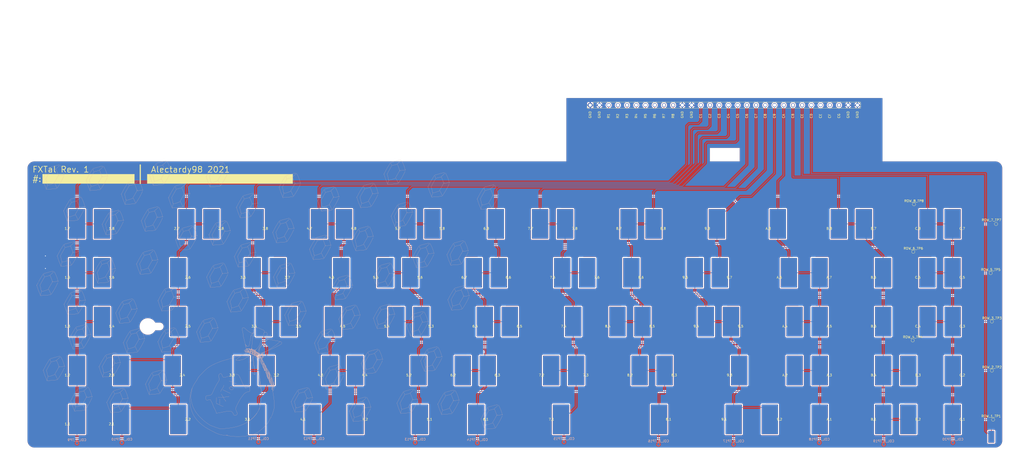
<source format=kicad_pcb>
(kicad_pcb (version 20220914) (generator pcbnew)
  (layers (0 "F.Cu" signal) (31 "B.Cu" signal) (34 "B.Paste" user) (35 "F.Paste" user) (36 "B.SilkS" user "B.Silkscreen") (37 "F.SilkS" user "F.Silkscreen") (38 "B.Mask" user) (39 "F.Mask" user) (44 "Edge.Cuts" user))
  (net 0 "")
  (net 1 "GND")
  (net 2 "COL_G")
  (net 3 "COL_E")
  (net 4 "COL_C")
  (net 5 "COL_A")
  (net 6 "COL_8")
  (net 7 "COL_6")
  (net 8 "COL_4")
  (net 9 "COL_2")
  (net 10 "ROW_8")
  (net 11 "ROW_6")
  (net 12 "ROW_4")
  (net 13 "ROW_2")
  (net 14 "COL_F")
  (net 15 "COL_D")
  (net 16 "COL_B")
  (net 17 "COL_9")
  (net 18 "COL_7")
  (net 19 "COL_5")
  (net 20 "COL_3")
  (net 21 "COL_1")
  (net 22 "ROW_7")
  (net 23 "ROW_5")
  (net 24 "ROW_3")
  (net 25 "ROW_1")
  (net 100 "unconnected-(SW_26-PadREF)")
  (footprint "lib_fp:SW_CAP_IBM_F" (layer "F.Cu") (at 59 185)
    (fp_text reference "SW_25")
    (fp_text value "1,7")
  )
  (footprint "lib_fp:SW_CAP_IBM_F_ALT" (layer "F.Cu") (at 78 185)
    (fp_text reference "SW_26")
    (fp_text value "1,8")
  )
  (footprint "lib_fp:SW_CAP_IBM_F" (layer "F.Cu") (at 106 185)
    (fp_text reference "SW_22")
    (fp_text value "2,7")
  )
  (footprint "lib_fp:SW_CAP_IBM_F_ALT" (layer "F.Cu") (at 125 185)
    (fp_text reference "SW_1")
    (fp_text value "2,8")
  )
  (footprint "lib_fp:SW_CAP_IBM_F_ALT" (layer "F.Cu") (at 144 185)
    (fp_text reference "SW_02")
    (fp_text value "3,8")
  )
  (footprint "lib_fp:SW_CAP_IBM_F" (layer "F.Cu") (at 163 185)
    (fp_text reference "SW_03")
    (fp_text value "4,7")
  )
  (footprint "lib_fp:SW_CAP_IBM_F_ALT" (layer "F.Cu") (at 182 185)
    (fp_text reference "SW_04")
    (fp_text value "4,8")
  )
  (footprint "lib_fp:SW_CAP_IBM_F" (layer "F.Cu") (at 201 185)
    (fp_text reference "SW_05")
    (fp_text value "5,7")
  )
  (footprint "lib_fp:SW_CAP_IBM_F_ALT" (layer "F.Cu") (at 220 185)
    (fp_text reference "SW_06")
    (fp_text value "5,8")
  )
  (footprint "lib_fp:SW_CAP_IBM_F" (layer "F.Cu") (at 239 185)
    (fp_text reference "SW_07")
    (fp_text value "6,8")
  )
  (footprint "lib_fp:SW_CAP_IBM_F" (layer "F.Cu") (at 258 185)
    (fp_text reference "SW_08")
    (fp_text value "7,7")
  )
  (footprint "lib_fp:SW_CAP_IBM_F_ALT" (layer "F.Cu") (at 277 185)
    (fp_text reference "SW_09")
    (fp_text value "7,8")
  )
  (footprint "lib_fp:SW_CAP_IBM_F" (layer "F.Cu") (at 296 185)
    (fp_text reference "SW_0")
    (fp_text value "8,7")
  )
  (footprint "lib_fp:SW_CAP_IBM_F_ALT" (layer "F.Cu") (at 315 185)
    (fp_text reference "SW_47")
    (fp_text value "8,8")
  )
  (footprint "lib_fp:SW_CAP_IBM_F" (layer "F.Cu") (at 334 185)
    (fp_text reference "SW_21")
    (fp_text value "9,8")
  )
  (footprint "lib_fp:SW_CAP_IBM_F" (layer "F.Cu") (at 360.19 185)
    (fp_text reference "SW_13")
    (fp_text value "A,8")
  )
  (footprint "lib_fp:SW_CAP_IBM_F" (layer "F.Cu") (at 386.3875 185)
    (fp_text reference "SW_63")
    (fp_text value "B,8")
  )
  (footprint "lib_fp:SW_CAP_IBM_F_ALT" (layer "F.Cu") (at 405.4375 185)
    (fp_text reference "SW_66")
    (fp_text value "B,7")
  )
  (footprint "lib_fp:SW_CAP_IBM_F" (layer "F.Cu") (at 424.4875 185)
    (fp_text reference "SW_67")
    (fp_text value "C,8")
  )
  (footprint "lib_fp:SW_CAP_IBM_F_ALT" (layer "F.Cu") (at 443.5375 185)
    (fp_text reference "SW_68")
    (fp_text value "C,7")
  )
  (footprint "lib_fp:SW_CAP_IBM_F" (layer "F.Cu") (at 59 206)
    (fp_text reference "SW_27")
    (fp_text value "1,5")
  )
  (footprint "lib_fp:SW_CAP_IBM_F_ALT" (layer "F.Cu") (at 78 206)
    (fp_text reference "SW_28")
    (fp_text value "1,6")
  )
  (footprint "lib_fp:SW_CAP_IBM_F_ALT" (layer "F.Cu") (at 110.75 206)
    (fp_text reference "SW_90")
    (fp_text value "2,6")
  )
  (footprint "lib_fp:SW_CAP_IBM_F" (layer "F.Cu") (at 134.5 206)
    (fp_text reference "SW_74")
    (fp_text value "3,6")
  )
  (footprint "lib_fp:SW_CAP_IBM_F_ALT" (layer "F.Cu") (at 153.5 206)
    (fp_text reference "SW_93")
    (fp_text value "3,7")
  )
  (footprint "lib_fp:SW_CAP_IBM_F" (layer "F.Cu") (at 172.5 206)
    (fp_text reference "SW_19")
    (fp_text value "4,6")
  )
  (footprint "lib_fp:SW_CAP_IBM_F" (layer "F.Cu") (at 191.5 206)
    (fp_text reference "SW_76")
    (fp_text value "5,5")
  )
  (footprint "lib_fp:SW_CAP_IBM_F_ALT" (layer "F.Cu") (at 210.5 206)
    (fp_text reference "SW_89")
    (fp_text value "5,6")
  )
  (footprint "lib_fp:SW_CAP_IBM_F" (layer "F.Cu") (at 229.5 206)
    (fp_text reference "SW_95")
    (fp_text value "6,7")
  )
  (footprint "lib_fp:SW_CAP_IBM_F_ALT" (layer "F.Cu") (at 248.5 206)
    (fp_text reference "SW_91")
    (fp_text value "6,6")
  )
  (footprint "lib_fp:SW_CAP_IBM_F" (layer "F.Cu") (at 267.5 206)
    (fp_text reference "SW_37")
    (fp_text value "7,5")
  )
  (footprint "lib_fp:SW_CAP_IBM_F_ALT" (layer "F.Cu") (at 286.5 206)
    (fp_text reference "SW_51")
    (fp_text value "7,6")
  )
  (footprint "lib_fp:SW_CAP_IBM_F_ALT" (layer "F.Cu") (at 305.5 206)
    (fp_text reference "SW_65")
    (fp_text value "8,6")
  )
  (footprint "lib_fp:SW_CAP_IBM_F" (layer "F.Cu") (at 324.5 206)
    (fp_text reference "SW_42")
    (fp_text value "9,6")
  )
  (footprint "lib_fp:SW_CAP_IBM_F_ALT" (layer "F.Cu") (at 343.5 206)
    (fp_text reference "SW_78")
    (fp_text value "9,7")
  )
  (footprint "lib_fp:SW_CAP_IBM_F" (layer "F.Cu") (at 364.93 206)
    (fp_text reference "SW_12")
    (fp_text value "A,6")
  )
  (footprint "lib_fp:SW_CAP_IBM_F_ALT" (layer "F.Cu") (at 386.3625 206)
    (fp_text reference "SW_69")
    (fp_text value "A,7")
  )
  (footprint "lib_fp:SW_CAP_IBM_F" (layer "F.Cu") (at 405.4125 206)
    (fp_text reference "SW_70")
    (fp_text value "B,6")
  )
  (footprint "lib_fp:SW_CAP_IBM_F" (layer "F.Cu") (at 424.4625 206)
    (fp_text reference "SW_71")
    (fp_text value "C,6")
  )
  (footprint "lib_fp:SW_CAP_IBM_F_ALT" (layer "F.Cu") (at 443.5125 206)
    (fp_text reference "SW_72")
    (fp_text value "C,5")
  )
  (footprint "lib_fp:SW_CAP_IBM_F" (layer "F.Cu") (at 59 227)
    (fp_text reference "SW_29")
    (fp_text value "1,3")
  )
  (footprint "lib_fp:SW_CAP_IBM_F_ALT" (layer "F.Cu") (at 78 227)
    (fp_text reference "SW_30")
    (fp_text value "1,4")
  )
  (footprint "lib_fp:SW_CAP_IBM_F_ALT" (layer "F.Cu") (at 110.75 227)
    (fp_text reference "SW_15")
    (fp_text value "2,5")
  )
  (footprint "lib_fp:SW_CAP_IBM_F" (layer "F.Cu") (at 139.25 227)
    (fp_text reference "SW_10")
    (fp_text value "3,4")
  )
  (footprint "lib_fp:SW_CAP_IBM_F_ALT" (layer "F.Cu") (at 158.25 227)
    (fp_text reference "SW_83")
    (fp_text value "3,5")
  )
  (footprint "lib_fp:SW_CAP_IBM_F_ALT" (layer "F.Cu") (at 177.25 227)
    (fp_text reference "SW_17")
    (fp_text value "4,5")
  )
  (footprint "lib_fp:SW_CAP_IBM_F" (layer "F.Cu") (at 196.25 227)
    (fp_text reference "SW_24")
    (fp_text value "5,4")
  )
  (footprint "lib_fp:SW_CAP_IBM_F_ALT" (layer "F.Cu") (at 215.25 227)
    (fp_text reference "SW_35")
    (fp_text value "5,3")
  )
  (footprint "lib_fp:SW_CAP_IBM_F" (layer "F.Cu") (at 234.25 227)
    (fp_text reference "SW_36")
    (fp_text value "6,4")
  )
  (footprint "lib_fp:SW_CAP_IBM_F_ALT" (layer "F.Cu") (at 253.25 227)
    (fp_text reference "SW_38")
    (fp_text value "6,5")
  )
  (footprint "lib_fp:SW_CAP_IBM_F" (layer "F.Cu") (at 272.25 227)
    (fp_text reference "SW_39")
    (fp_text value "7,4")
  )
  (footprint "lib_fp:SW_CAP_IBM_F" (layer "F.Cu") (at 291.25 227)
    (fp_text reference "SW_40")
    (fp_text value "8,4")
  )
  (footprint "lib_fp:SW_CAP_IBM_F_ALT" (layer "F.Cu") (at 310.25 227)
    (fp_text reference "SW_84")
    (fp_text value "8,5")
  )
  (footprint "lib_fp:SW_CAP_IBM_F" (layer "F.Cu") (at 329.25 227)
    (fp_text reference "SW_75")
    (fp_text value "9,4")
  )
  (footprint "lib_fp:SW_CAP_IBM_F_ALT" (layer "F.Cu") (at 348.3 227)
    (fp_text reference "SW_50")
    (fp_text value "9,5")
  )
  (footprint "lib_fp:SW_CAP_IBM_F" (layer "F.Cu") (at 367.35 227)
    (fp_text reference "SW_20")
    (fp_text value "A,4")
  )
  (footprint "lib_fp:SW_CAP_IBM_F_ALT" (layer "F.Cu") (at 386.4 227)
    (fp_text reference "SW_73")
    (fp_text value "A,5")
  )
  (footprint "lib_fp:SW_CAP_IBM_F" (layer "F.Cu") (at 405.45 227)
    (fp_text reference "SW_53")
    (fp_text value "B,5")
  )
  (footprint "lib_fp:SW_CAP_IBM_F" (layer "F.Cu") (at 424.5 227)
    (fp_text reference "SW_54")
    (fp_text value "C,4")
  )
  (footprint "lib_fp:SW_CAP_IBM_F_ALT" (layer "F.Cu") (at 443.55 227)
    (fp_text reference "SW_55")
    (fp_text value "C,3")
  )
  (footprint "lib_fp:SW_CAP_IBM_F" (layer "F.Cu") (at 59 248)
    (fp_text reference "SW_31")
    (fp_text value "1,2")
  )
  (footprint "lib_fp:SW_CAP_IBM_F" (layer "F.Cu") (at 78 248)
    (fp_text reference "SW_32")
    (fp_text value "2,3")
  )
  (footprint "lib_fp:SW_CAP_IBM_F_ALT" (layer "F.Cu") (at 108.375 248)
    (fp_text reference "SW_45")
    (fp_text value "2,4")
  )
  (footprint "lib_fp:SW_CAP_IBM_F" (layer "F.Cu") (at 129.75 248)
    (fp_text reference "SW_49")
    (fp_text value "3,3")
  )
  (footprint "lib_fp:SW_CAP_IBM_F_ALT" (layer "F.Cu") (at 148.75 248)
    (fp_text reference "SW_96")
    (fp_text value "3,2")
  )
  (footprint "lib_fp:SW_CAP_IBM_F" (layer "F.Cu") (at 167.75 248)
    (fp_text reference "SW_94")
    (fp_text value "4,3")
  )
  (footprint "lib_fp:SW_CAP_IBM_F_ALT" (layer "F.Cu") (at 186.75 248)
    (fp_text reference "SW_14")
    (fp_text value "4,4")
  )
  (footprint "lib_fp:SW_CAP_IBM_F" (layer "F.Cu") (at 205.75 248)
    (fp_text reference "SW_92")
    (fp_text value "5,2")
  )
  (footprint "lib_fp:SW_CAP_IBM_F" (layer "F.Cu") (at 224.75 248)
    (fp_text reference "SW_11")
    (fp_text value "6,2")
  )
  (footprint "lib_fp:SW_CAP_IBM_F_ALT" (layer "F.Cu") (at 243.75 248)
    (fp_text reference "SW_48")
    (fp_text value "6,3")
  )
  (footprint "lib_fp:SW_CAP_IBM_F" (layer "F.Cu") (at 262.75 248)
    (fp_text reference "SW_46")
    (fp_text value "7,2")
  )
  (footprint "lib_fp:SW_CAP_IBM_F_ALT" (layer "F.Cu") (at 281.75 248)
    (fp_text reference "SW_16")
    (fp_text value "7,3")
  )
  (footprint "lib_fp:SW_CAP_IBM_F" (layer "F.Cu") (at 300.75 248)
    (fp_text reference "SW_18")
    (fp_text value "8,2")
  )
  (footprint "lib_fp:SW_CAP_IBM_F_ALT" (layer "F.Cu") (at 319.75 248)
    (fp_text reference "SW_85")
    (fp_text value "8,3")
  )
  (footprint "lib_fp:SW_CAP_IBM_F" (layer "F.Cu") (at 343.5625 248)
    (fp_text reference "SW_81")
    (fp_text value "9,3")
  )
  (footprint "lib_fp:SW_CAP_IBM_F" (layer "F.Cu") (at 367.375 248)
    (fp_text reference "SW_82")
    (fp_text value "A,2")
  )
  (footprint "lib_fp:SW_CAP_IBM_F_ALT" (layer "F.Cu") (at 386.425 248)
    (fp_text reference "SW_56")
    (fp_text value "A,3")
  )
  (footprint "lib_fp:SW_CAP_IBM_F" (layer "F.Cu") (at 405.475 248)
    (fp_text reference "SW_57")
    (fp_text value "B,4")
  )
  (footprint "lib_fp:SW_CAP_IBM_F_ALT" (layer "F.Cu") (at 424.525 248)
    (fp_text reference "SW_58")
    (fp_text value "B,3")
  )
  (footprint "lib_fp:SW_CAP_IBM_F_ALT" (layer "F.Cu") (at 443.575 248)
    (fp_text reference "SW_59")
    (fp_text value "C,2")
  )
  (footprint "lib_fp:SW_CAP_IBM_F" (layer "F.Cu") (at 59 269)
    (fp_text reference "SW_33")
    (fp_text value "1,1")
  )
  (footprint "lib_fp:SW_CAP_IBM_F" (layer "F.Cu") (at 78 269)
    (fp_text reference "SW_23")
    (fp_text value "2,1")
  )
  (footprint "lib_fp:SW_CAP_IBM_F_ALT" (layer "F.Cu") (at 110.75 269)
    (fp_text reference "SW_43")
    (fp_text value "2,2")
  )
  (footprint "lib_fp:SW_CAP_IBM_F" (layer "F.Cu") (at 160.215 269)
    (fp_text reference "SW_41")
    (fp_text value "4,1")
  )
  (footprint "lib_fp:SW_CAP_IBM_F_ALT" (layer "F.Cu") (at 317.375 269)
    (fp_text reference "SW_77")
    (fp_text value "8,1")
  )
  (footprint "lib_fp:SW_CAP_IBM_F_ALT" (layer "F.Cu") (at 386.425 269)
    (fp_text reference "SW_60")
    (fp_text value "A,1")
  )
  (footprint "lib_fp:SW_CAP_IBM_F" (layer "F.Cu") (at 405.475 269)
    (fp_text reference "SW_61")
    (fp_text value "B,1")
  )
  (footprint "lib_fp:SW_CAP_IBM_F_ALT" (layer "F.Cu") (at 424.525 269)
    (fp_text reference "SW_62")
    (fp_text value "B,2")
  )
  (footprint "lib_fp:SW_CAP_IBM_F_ALT" (layer "F.Cu") (at 443.575 269)
    (fp_text reference "SW_64")
    (fp_text value "C,1")
  )
  (footprint "lib_fp:CONN_CAP_IBM_F" (layer "F.Cu") (at 283.676 133.979 90)
    (fp_text reference "J1" hide)
    (fp_text value "CONN_CAP_IBM_F")
  )
  (footprint "lib_fp:SW_CAP_IBM_F_ALT" (layer "F.Cu") (at 186.94625 269)
    (fp_text reference "SW_34")
    (fp_text value "4,2")
  )
  (footprint "lib_fp:SW_CAP_IBM_F" (layer "F.Cu") (at 136.405 269)
    (fp_text reference "SW_44")
    (fp_text value "3,1")
  )
  (footprint "lib_fp:SW_CAP_IBM_F" (layer "F.Cu") (at 341.185 269)
    (fp_text reference "SW_80")
    (fp_text value "9,1")
  )
  (footprint "lib_fp:CAL_CAP_IBM_F" (layer "F.Cu") (at 456.046 276.485)
    (fp_text reference "SW_52")
    (fp_text value "9,1" hide)
  )
  (footprint "lib_fp:SW_CAP_IBM_F_ALT" (layer "F.Cu") (at 214.615 269)
    (fp_text reference "SW_86")
    (fp_text value "5,1")
  )
  (footprint "lib_fp:SW_CAP_IBM_F" (layer "F.Cu") (at 266.995 269)
    (fp_text reference "SW_87")
    (fp_text value "7,1")
  )
  (footprint "lib_fp:SW_CAP_IBM_F_ALT" (layer "F.Cu") (at 364.995 269)
    (fp_text reference "SW_79")
    (fp_text value "9,2")
  )
  (footprint "TestPoint:TestPoint_Pad_D1.0mm" (layer "F.Cu") (at 456.808 269.119)
    (fp_text reference "ROW_1_TP1")
    (fp_text value "R1_TestPoint")
  )
  (footprint "TestPoint:TestPoint_Pad_D1.0mm" (layer "F.Cu") (at 456.3 248.037)
    (fp_text reference "ROW_2_TP2")
    (fp_text value "R2_TestPoint")
  )
  (footprint "TestPoint:TestPoint_Pad_D1.0mm" (layer "F.Cu") (at 456.3 226.955)
    (fp_text reference "ROW_3_TP3")
    (fp_text value "R3_TestPoint")
  )
  (footprint "TestPoint:TestPoint_Pad_D1.0mm" (layer "F.Cu") (at 422.264 235.083)
    (fp_text reference "ROW_4_TP4")
    (fp_text value "R4_TestPoint")
  )
  (footprint "TestPoint:TestPoint_Pad_D1.0mm" (layer "F.Cu") (at 455.792 206.127)
    (fp_text reference "ROW_5_TP5")
    (fp_text value "R5_TestPoint")
  )
  (footprint "TestPoint:TestPoint_Pad_D1.0mm" (layer "F.Cu") (at 422.516 196.979)
    (fp_text reference "ROW_6_TP6")
    (fp_text value "R6_TestPoint")
  )
  (footprint "TestPoint:TestPoint_Pad_D1.0mm" (layer "F.Cu") (at 458.078 185.045)
    (fp_text reference "ROW_7_TP7")
    (fp_text value "R7_TestPoint")
  )
  (footprint "TestPoint:TestPoint_Pad_D1.0mm" (layer "F.Cu") (at 422.816 176.579)
    (fp_text reference "ROW_8_TP8")
    (fp_text value "R8_TestPoint")
  )
  (footprint "lib_fp:SW_CAP_IBM_F_ALT" (layer "F.Cu") (at 238.795 269)
    (fp_text reference "SW_88")
    (fp_text value "6,1")
  )
  (footprint "TestPoint:TestPoint_Pad_D1.0mm" (layer "B.Cu") (at 272.404 278.771 180)
    (fp_text reference "COL_7_TP15")
    (fp_text value "C7_TestPoint")
  )
  (footprint "TestPoint:TestPoint_Pad_D1.0mm" (layer "B.Cu") (at 345.302 279.787 180)
    (fp_text reference "COL_9_TP17")
    (fp_text value "C9_TestPoint")
  )
  (footprint "TestPoint:TestPoint_Pad_D1.0mm" (layer "B.Cu") (at 313.016 279.779 180)
    (fp_text reference "COL_8_TP16")
    (fp_text value "C8_TestPoint")
  )
  (footprint "TestPoint:TestPoint_Pad_D1.0mm" (layer "B.Cu") (at 164.962 278.771 180)
    (fp_text reference "COL_4_TP12")
    (fp_text value "C4_TestPoint")
  )
  (footprint "TestPoint:TestPoint_Pad_D1.0mm" (layer "B.Cu") (at 63.108 279.279 180)
    (fp_text reference "COL_1_TP9")
    (fp_text value "C1_TestPoint")
  )
  (footprint "TestPoint:TestPoint_Pad_D1.0mm" (layer "B.Cu") (at 409.818 279.787 180)
    (fp_text reference "COL_B_TP19")
    (fp_text value "CB_TestPoint")
  )
  (footprint "TestPoint:TestPoint_Pad_D1.0mm" (layer "B.Cu") (at 235.166 279.179 180)
    (fp_text reference "COL_6_TP14")
    (fp_text value "C6_TestPoint")
  )
  (footprint "TestPoint:TestPoint_Pad_D1.0mm" (layer "B.Cu") (at 382.132 279.025 180)
    (fp_text reference "COL_A_TP18")
    (fp_text value "CA_TestPoint")
  )
  (footprint "TestPoint:TestPoint_Pad_D1.0mm" (layer "B.Cu") (at 141.086 278.771 180)
    (fp_text reference "COL_3_TP11")
    (fp_text value "C3_TestPoint")
  )
  (footprint "TestPoint:TestPoint_Pad_D1.0mm" (layer "B.Cu") (at 439.536 279.025 180)
    (fp_text reference "COL_C_TP20")
    (fp_text value "CC_TestPoint")
  )
  (footprint "TestPoint:TestPoint_Pad_D1.0mm" (layer "B.Cu") (at 82.412 279.025 180)
    (fp_text reference "COL_2_TP10")
    (fp_text value "C2_TestPoint")
  )
  (footprint "TestPoint:TestPoint_Pad_D1.0mm" (layer "B.Cu") (at 208.466 279.025 180)
    (fp_text reference "COL_5_TP13")
    (fp_text value "C5_TestPoint")
  )
  (gr_curve (pts (xy 66.573199 217.340891) (xy 66.454666 216.985026) (xy 66.375688 216.605217) (xy 66.261123 216.249352)) (stroke (width 0.05)) (layer "B.SilkS"))
  (gr_curve (pts (xy 190.1175 191.448139) (xy 190.183778 191.305264) (xy 190.254819 191.163844) (xy 190.308529 191.015413)) (stroke (width 0.05)) (layer "B.SilkS"))
  (gr_curve (pts (xy 138.379749 236.223621) (xy 138.381734 236.204571) (xy 138.381998 236.205629) (xy 138.383983 236.186447)) (stroke (width 0.05)) (layer "B.SilkS"))
  (gr_curve (pts (xy 169.136306 199.630908) (xy 169.140407 199.640301) (xy 169.152314 199.663981) (xy 169.142524 199.660806)) (stroke (width 0.05)) (layer "B.SilkS"))
  (gr_curve (pts (xy 94.055109 251.042437) (xy 93.804549 251.459421) (xy 93.586929 251.896645) (xy 93.351185 252.321169)) (stroke (width 0.05)) (layer "B.SilkS"))
  (gr_curve (pts (xy 124.076482 185.846996) (xy 123.898285 185.894965) (xy 123.704874 185.963743) (xy 123.519269 185.97901)) (stroke (width 0.05)) (layer "B.SilkS"))
  (gr_curve (pts (xy 144.692575 247.286644) (xy 144.701836 247.313235) (xy 144.72631 247.332285) (xy 144.75462 247.33202)) (stroke (width 0.05)) (layer "B.SilkS"))
  (gr_curve (pts (xy 59.506443 222.538233) (xy 59.386719 222.959185) (xy 59.168967 223.415062) (xy 59.168967 223.860224)) (stroke (width 0.05)) (layer "B.SilkS"))
  (gr_curve (pts (xy 120.958327 203.992961) (xy 120.879746 204.132396) (xy 120.816775 204.282018) (xy 120.73621 204.420528)) (stroke (width 0.05)) (layer "B.SilkS"))
  (gr_curve (pts (xy 229.644993 196.738579) (xy 230.026919 196.702066) (xy 230.403289 196.645446) (xy 230.78032 196.577845)) (stroke (width 0.05)) (layer "B.SilkS"))
  (gr_curve (pts (xy 210.628294 232.788221) (xy 210.682666 232.777637) (xy 210.94553 232.686488) (xy 210.864435 232.814547)) (stroke (width 0.05)) (layer "B.SilkS"))
  (gr_curve (pts (xy 100.980679 230.600598) (xy 100.944034 230.604567) (xy 100.880401 230.58168) (xy 100.880401 230.633539)) (stroke (width 0.05)) (layer "B.SilkS"))
  (gr_curve (pts (xy 85.606006 227.334714) (xy 85.660377 227.32413) (xy 85.923241 227.232849) (xy 85.842146 227.360907)) (stroke (width 0.05)) (layer "B.SilkS"))
  (gr_curve (pts (xy 165.1874 236.225561) (xy 165.1874 236.254136) (xy 165.178801 236.284166) (xy 165.1874 236.311551)) (stroke (width 0.05)) (layer "B.SilkS"))
  (gr_curve (pts (xy 167.553833 177.960078) (xy 167.640749 178.157325) (xy 167.710996 178.359069) (xy 167.782433 178.562005)) (stroke (width 0.05)) (layer "B.SilkS"))
  (gr_curve (pts (xy 131.727992 243.574143) (xy 131.72786 243.56184) (xy 131.728124 243.548214) (xy 131.727992 243.536969)) (stroke (width 0.05)) (layer "B.SilkS"))
  (gr_curve (pts (xy 138.598824 241.184559) (xy 138.624754 241.209429) (xy 138.664309 241.209826) (xy 138.689841 241.184559)) (stroke (width 0.05)) (layer "B.SilkS"))
  (gr_curve (pts (xy 85.117188 238.348656) (xy 85.160315 238.561646) (xy 85.032389 238.858376) (xy 84.975636 239.058004)) (stroke (width 0.05)) (layer "B.SilkS"))
  (gr_curve (pts (xy 114.773805 190.074898) (xy 114.794177 190.118157) (xy 114.737292 190.109294) (xy 114.726709 190.109029)) (stroke (width 0.05)) (layer "B.SilkS"))
  (gr_curve (pts (xy 164.37528 259.790286) (xy 164.307017 259.606401) (xy 164.241004 259.421722) (xy 164.179091 259.23572)) (stroke (width 0.05)) (layer "B.SilkS"))
  (gr_curve (pts (xy 142.398109 241.250704) (xy 142.431446 241.298726) (xy 142.506588 241.283248) (xy 142.518097 241.225966)) (stroke (width 0.05)) (layer "B.SilkS"))
  (gr_curve (pts (xy 121.005892 229.094829) (xy 120.91977 228.778255) (xy 120.760359 228.498855) (xy 120.64037 228.197098)) (stroke (width 0.05)) (layer "B.SilkS"))
  (gr_curve (pts (xy 154.36409 227.223642) (xy 154.244366 227.644594) (xy 154.026614 228.100471) (xy 154.026614 228.545633)) (stroke (width 0.05)) (layer "B.SilkS"))
  (gr_curve (pts (xy 78.153751 248.99721) (xy 78.236169 249.161648) (xy 78.30549 249.332172) (xy 78.37825 249.500976)) (stroke (width 0.05)) (layer "B.SilkS"))
  (gr_curve (pts (xy 172.396105 213.223215) (xy 172.478126 213.486476) (xy 172.571921 213.7459) (xy 172.657514 214.007969)) (stroke (width 0.05)) (layer "B.SilkS"))
  (gr_curve (pts (xy 196.631674 211.627778) (xy 196.609317 211.620502) (xy 196.595955 211.597483) (xy 196.578096 211.582402)) (stroke (width 0.05)) (layer "B.SilkS"))
  (gr_curve (pts (xy 104.156472 230.85354) (xy 103.975497 231.008321) (xy 103.769916 231.13294) (xy 103.588147 231.282562)) (stroke (width 0.05)) (layer "B.SilkS"))
  (gr_curve (pts (xy 105.133975 211.96348) (xy 105.15792 211.89244) (xy 104.986867 211.917311) (xy 104.911196 211.919427)) (stroke (width 0.05)) (layer "B.SilkS"))
  (gr_curve (pts (xy 227.119678 221.843663) (xy 227.523564 221.808738) (xy 227.930096 221.765347) (xy 228.328294 221.688221)) (stroke (width 0.05)) (layer "B.SilkS"))
  (gr_curve (pts (xy 175.57481 225.997563) (xy 175.567401 225.988567) (xy 175.586848 225.920834) (xy 175.590155 225.911574)) (stroke (width 0.05)) (layer "B.SilkS"))
  (gr_curve (pts (xy 140.694854 240.304025) (xy 140.684138 240.304158) (xy 140.673422 240.304025) (xy 140.661781 240.304025)) (stroke (width 0.05)) (layer "B.SilkS"))
  (gr_curve (pts (xy 128.62734 255.683328) (xy 128.893643 256.221755) (xy 129.636593 256.589659) (xy 130.14208 256.088538)) (stroke (width 0.05)) (layer "B.SilkS"))
  (gr_curve (pts (xy 119.090898 208.716567) (xy 119.114181 208.78774) (xy 119.132967 208.860368) (xy 119.15625 208.931541)) (stroke (width 0.05)) (layer "B.SilkS"))
  (gr_curve (pts (xy 200.740124 159.195695) (xy 200.701627 159.227313) (xy 200.694748 159.273086) (xy 200.65096 159.29465)) (stroke (width 0.05)) (layer "B.SilkS"))
  (gr_curve (pts (xy 137.730859 239.732393) (xy 137.729007 239.774859) (xy 137.748718 239.959405) (xy 137.701887 239.978455)) (stroke (width 0.05)) (layer "B.SilkS"))
  (gr_curve (pts (xy 96.378648 166.288063) (xy 96.421908 166.501185) (xy 96.293982 166.797782) (xy 96.237096 166.997543)) (stroke (width 0.05)) (layer "B.SilkS"))
  (gr_curve (pts (xy 201.361101 162.825514) (xy 201.532551 162.526932) (xy 201.705456 162.228614) (xy 201.899661 161.944055)) (stroke (width 0.05)) (layer "B.SilkS"))
  (gr_curve (pts (xy 156.817836 206.080524) (xy 156.838208 206.123783) (xy 156.781323 206.114919) (xy 156.77074 206.114655)) (stroke (width 0.05)) (layer "B.SilkS"))
  (gr_curve (pts (xy 152.49203 209.488225) (xy 152.645224 209.164242) (xy 152.8557 208.869629) (xy 153.038527 208.560728)) (stroke (width 0.05)) (layer "B.SilkS"))
  (gr_curve (pts (xy 163.010805 195.912586) (xy 163.008424 195.914967) (xy 162.993343 195.961137) (xy 162.993078 195.96074)) (stroke (width 0.05)) (layer "B.SilkS"))
  (gr_curve (pts (xy 215.57433 173.512877) (xy 215.81219 173.467368) (xy 216.052035 173.430988) (xy 216.292674 173.402413)) (stroke (width 0.05)) (layer "B.SilkS"))
  (gr_curve (pts (xy 140.426169 240.237879) (xy 140.426301 240.250183) (xy 140.426037 240.263809) (xy 140.426169 240.275186)) (stroke (width 0.05)) (layer "B.SilkS"))
  (gr_curve (pts (xy 63.650215 223.31042) (xy 63.627858 223.303144) (xy 63.614496 223.280125) (xy 63.596504 223.265044)) (stroke (width 0.05)) (layer "B.SilkS"))
  (gr_curve (pts (xy 174.127274 214.480912) (xy 174.179397 214.757269) (xy 174.186541 215.057836) (xy 174.257978 215.32996)) (stroke (width 0.05)) (layer "B.SilkS"))
  (gr_curve (pts (xy 172.008491 230.188563) (xy 171.591772 230.25709) (xy 171.191987 230.37655) (xy 170.782676 230.474578)) (stroke (width 0.05)) (layer "B.SilkS"))
  (gr_curve (pts (xy 108.931937 171.386583) (xy 108.845815 171.070009) (xy 108.686404 170.790609) (xy 108.566283 170.48872)) (stroke (width 0.05)) (layer "B.SilkS"))
  (gr_curve (pts (xy 122.7914 184.814657) (xy 122.85662 185.008015) (xy 122.865351 185.215713) (xy 122.900276 185.416584)) (stroke (width 0.05)) (layer "B.SilkS"))
  (gr_curve (pts (xy 79.706988 204.246246) (xy 79.727361 204.289505) (xy 79.670608 204.280642) (xy 79.660024 204.280377)) (stroke (width 0.05)) (layer "B.SilkS"))
  (gr_curve (pts (xy 68.825866 232.158862) (xy 68.707333 231.802997) (xy 68.628355 231.423188) (xy 68.51379 231.067323)) (stroke (width 0.05)) (layer "B.SilkS"))
  (gr_curve (pts (xy 157.294747 163.505229) (xy 157.094722 163.505229) (xy 156.847204 163.813865) (xy 156.704197 163.934251)) (stroke (width 0.05)) (layer "B.SilkS"))
  (gr_curve (pts (xy 66.261123 216.249352) (xy 66.038609 215.55826) (xy 65.723754 214.906592) (xy 65.396333 214.260082)) (stroke (width 0.05)) (layer "B.SilkS"))
  (gr_curve (pts (xy 67.121552 228.628527) (xy 66.921527 228.628527) (xy 66.674142 228.937295) (xy 66.531002 229.057548)) (stroke (width 0.05)) (layer "B.SilkS"))
  (gr_curve (pts (xy 180.644491 213.653428) (xy 180.835123 213.272031) (xy 181.039514 212.899101) (xy 181.218637 212.51228)) (stroke (width 0.05)) (layer "B.SilkS"))
  (gr_curve (pts (xy 99.28417 217.849533) (xy 99.28417 218.111074) (xy 99.402042 218.35965) (xy 99.469246 218.612592)) (stroke (width 0.05)) (layer "B.SilkS"))
  (gr_curve (pts (xy 205.093711 175.648678) (xy 205.041323 175.650133) (xy 204.989597 175.662171) (xy 204.937739 175.670638)) (stroke (width 0.05)) (layer "B.SilkS"))
  (gr_curve (pts (xy 205.612853 227.160665) (xy 205.554247 227.266366) (xy 205.50993 227.380005) (xy 205.458204 227.488749)) (stroke (width 0.05)) (layer "B.SilkS"))
  (gr_curve (pts (xy 198.377924 182.57838) (xy 198.401207 182.649553) (xy 198.419993 182.722049) (xy 198.443276 182.793354)) (stroke (width 0.05)) (layer "B.SilkS"))
  (gr_curve (pts (xy 136.572381 230.999423) (xy 136.80442 231.185558) (xy 137.006297 231.341794) (xy 137.269955 231.484934)) (stroke (width 0.05)) (layer "B.SilkS"))
  (gr_curve (pts (xy 144.192381 246.343934) (xy 144.180342 246.30967) (xy 144.172801 246.284799) (xy 144.142771 246.219976)) (stroke (width 0.05)) (layer "B.SilkS"))
  (gr_curve (pts (xy 222.513414 217.623427) (xy 222.513414 217.652002) (xy 222.504947 217.682032) (xy 222.513414 217.709416)) (stroke (width 0.05)) (layer "B.SilkS"))
  (gr_curve (pts (xy 216.04016 197.627845) (xy 216.196926 197.599799) (xy 216.35475 197.577838) (xy 216.512838 197.559979)) (stroke (width 0.05)) (layer "B.SilkS"))
  (gr_curve (pts (xy 106.637602 214.699272) (xy 106.415088 214.00818) (xy 106.100234 213.356512) (xy 105.772812 212.710002)) (stroke (width 0.05)) (layer "B.SilkS"))
  (gr_curve (pts (xy 68.63272 233.721623) (xy 68.698866 233.578748) (xy 68.770039 233.437328) (xy 68.823617 233.288897)) (stroke (width 0.05)) (layer "B.SilkS"))
  (gr_curve (pts (xy 172.381553 170.868715) (xy 172.158642 170.868715) (xy 171.94208 170.943857) (xy 171.724064 170.989762)) (stroke (width 0.05)) (layer "B.SilkS"))
  (gr_curve (pts (xy 120.059935 211.33925) (xy 120.149099 211.592059) (xy 120.275835 211.834814) (xy 120.353887 212.091592)) (stroke (width 0.05)) (layer "B.SilkS"))
  (gr_curve (pts (xy 144.613994 247.158453) (xy 144.601294 247.075242) (xy 144.600104 247.055001) (xy 144.597458 247.059235)) (stroke (width 0.05)) (layer "B.SilkS"))
  (gr_curve (pts (xy 210.899889 232.475219) (xy 210.903858 232.484611) (xy 210.915896 232.508424) (xy 210.906107 232.505249)) (stroke (width 0.05)) (layer "B.SilkS"))
  (gr_curve (pts (xy 49.844114 251.450893) (xy 49.933146 251.703835) (xy 50.060014 251.946458) (xy 50.138066 252.203368)) (stroke (width 0.05)) (layer "B.SilkS"))
  (gr_curve (pts (xy 102.870333 219.620787) (xy 103.023659 219.296804) (xy 103.234002 219.002191) (xy 103.41683 218.69329)) (stroke (width 0.05)) (layer "B.SilkS"))
  (gr_curve (pts (xy 206.810485 265.944949) (xy 207.110522 265.542385) (xy 207.352352 265.100531) (xy 207.62302 264.678256)) (stroke (width 0.05)) (layer "B.SilkS"))
  (gr_curve (pts (xy 115.319203 233.917125) (xy 115.372119 234.055105) (xy 115.455728 234.179856) (xy 115.515127 234.314794)) (stroke (width 0.05)) (layer "B.SilkS"))
  (gr_curve (pts (xy 137.292576 238.857151) (xy 137.304086 238.857019) (xy 137.31705 238.857151) (xy 137.32975 238.857151)) (stroke (width 0.05)) (layer "B.SilkS"))
  (gr_curve (pts (xy 107.035933 196.085967) (xy 107.048236 196.126183) (xy 107.05485 196.261915) (xy 107.090437 196.27951)) (stroke (width 0.05)) (layer "B.SilkS"))
  (gr_curve (pts (xy 145.230076 247.732996) (xy 145.209439 247.693573) (xy 145.154141 247.685239) (xy 145.122523 247.716592)) (stroke (width 0.05)) (layer "B.SilkS"))
  (gr_curve (pts (xy 146.366859 250.209364) (xy 146.389216 250.249051) (xy 146.403371 250.274848) (xy 146.416468 250.30038)) (stroke (width 0.05)) (layer "B.SilkS"))
  (gr_curve (pts (xy 129.855668 265.791735) (xy 129.855668 266.013852) (xy 130.057942 266.205543) (xy 130.160865 266.390619)) (stroke (width 0.05)) (layer "B.SilkS"))
  (gr_curve (pts (xy 134.375148 229.620812) (xy 134.351997 229.623193) (xy 134.29154 229.623193) (xy 134.277385 229.653223)) (stroke (width 0.05)) (layer "B.SilkS"))
  (gr_curve (pts (xy 135.114859 216.893912) (xy 135.496652 216.8574) (xy 135.873154 216.800779) (xy 136.250186 216.733178)) (stroke (width 0.05)) (layer "B.SilkS"))
  (gr_curve (pts (xy 146.60247 254.459234) (xy 146.592681 254.434627) (xy 146.576409 254.409492) (xy 146.54876 254.409624)) (stroke (width 0.05)) (layer "B.SilkS"))
  (gr_curve (pts (xy 111.455136 171.527474) (xy 111.336602 171.171609) (xy 111.257624 170.7918) (xy 111.14306 170.435936)) (stroke (width 0.05)) (layer "B.SilkS"))
  (gr_curve (pts (xy 63.218022 230.670448) (xy 63.125683 230.852878) (xy 63.006488 231.020889) (xy 62.902374 231.197101)) (stroke (width 0.05)) (layer "B.SilkS"))
  (gr_curve (pts (xy 121.455651 194.20169) (xy 121.4579 194.192165) (xy 121.452873 194.175232) (xy 121.462531 194.17338)) (stroke (width 0.05)) (layer "B.SilkS"))
  (gr_line (start 145.746808 249.279221) (end 145.746808 249.279221) (stroke (width 0.05)) (layer "B.SilkS"))
  (gr_curve (pts (xy 142.699866 243.38404) (xy 142.710979 243.350967) (xy 142.722885 243.319085) (xy 142.732939 243.288922)) (stroke (width 0.05)) (layer "B.SilkS"))
  (gr_curve (pts (xy 106.741981 195.333624) (xy 106.831145 195.586433) (xy 106.957881 195.829189) (xy 107.035933 196.085967)) (stroke (width 0.05)) (layer "B.SilkS"))
  (gr_curve (pts (xy 243.618636 267.134995) (xy 243.644433 267.097159) (xy 243.717326 266.944627) (xy 243.74471 267.01871)) (stroke (width 0.05)) (layer "B.SilkS"))
  (gr_curve (pts (xy 82.020372 265.451515) (xy 82.024341 265.460907) (xy 82.03638 265.48472) (xy 82.02659 265.481545)) (stroke (width 0.05)) (layer "B.SilkS"))
  (gr_curve (pts (xy 133.246636 182.386557) (xy 133.484628 182.341049) (xy 133.724473 182.304668) (xy 133.965112 182.276093)) (stroke (width 0.05)) (layer "B.SilkS"))
  (gr_curve (pts (xy 89.11319 239.800293) (xy 89.117159 239.809686) (xy 89.129197 239.833498) (xy 89.119408 239.830191)) (stroke (width 0.05)) (layer "B.SilkS"))
  (gr_curve (pts (xy 181.295101 192.073085) (xy 181.295101 192.101792) (xy 181.286502 192.13169) (xy 181.295101 192.159075)) (stroke (width 0.05)) (layer "B.SilkS"))
  (gr_curve (pts (xy 212.942119 240.020432) (xy 212.863538 240.159867) (xy 212.800567 240.309489) (xy 212.720002 240.447999)) (stroke (width 0.05)) (layer "B.SilkS"))
  (gr_curve (pts (xy 230.7618 218.139497) (xy 230.952432 217.7581) (xy 231.156822 217.38517) (xy 231.335945 216.998349)) (stroke (width 0.05)) (layer "B.SilkS"))
  (gr_curve (pts (xy 210.844723 232.36158) (xy 210.863906 232.399151) (xy 210.883353 232.436589) (xy 210.899889 232.475219)) (stroke (width 0.05)) (layer "B.SilkS"))
  (gr_curve (pts (xy 193.141159 205.545668) (xy 192.691102 206.263351) (xy 192.311293 207.023102) (xy 191.932674 207.770682)) (stroke (width 0.05)) (layer "B.SilkS"))
  (gr_curve (pts (xy 114.54437 231.332807) (xy 114.520822 231.37686) (xy 114.505609 231.423559) (xy 114.474256 231.456897)) (stroke (width 0.05)) (layer "B.SilkS"))
  (gr_curve (pts (xy 165.379223 200.258103) (xy 165.627402 200.228734) (xy 165.878889 200.23773) (xy 166.128258 200.220796)) (stroke (width 0.05)) (layer "B.SilkS"))
  (gr_curve (pts (xy 73.381859 244.795362) (xy 73.323121 244.901063) (xy 73.278936 245.014701) (xy 73.227077 245.123445)) (stroke (width 0.05)) (layer "B.SilkS"))
  (gr_curve (pts (xy 156.725364 167.845321) (xy 156.660408 167.52425) (xy 156.561719 167.210851) (xy 156.475729 166.894674)) (stroke (width 0.05)) (layer "B.SilkS"))
  (gr_curve (pts (xy 79.594408 204.24823) (xy 79.631714 204.243997) (xy 79.691113 204.212644) (xy 79.706988 204.246246)) (stroke (width 0.05)) (layer "B.SilkS"))
  (gr_curve (pts (xy 160.254262 263.175101) (xy 159.320151 263.44868) (xy 158.3953 263.926914) (xy 157.42494 264.068202)) (stroke (width 0.05)) (layer "B.SilkS"))
  (gr_curve (pts (xy 52.281455 244.252771) (xy 52.237799 244.256343) (xy 51.973613 244.259254) (xy 52.080901 244.285844)) (stroke (width 0.05)) (layer "B.SilkS"))
  (gr_curve (pts (xy 142.518097 244.818478) (xy 142.462006 244.529818) (xy 142.43687 244.307171) (xy 142.435283 244.070237)) (stroke (width 0.05)) (layer "B.SilkS"))
  (gr_curve (pts (xy 156.014693 172.861425) (xy 156.033875 172.898863) (xy 156.05319 172.936302) (xy 156.069858 172.975063)) (stroke (width 0.05)) (layer "B.SilkS"))
  (gr_curve (pts (xy 92.551747 253.883798) (xy 92.551747 253.912506) (xy 92.543148 253.942403) (xy 92.551747 253.969788)) (stroke (width 0.05)) (layer "B.SilkS"))
  (gr_curve (pts (xy 183.696592 174.636779) (xy 183.849653 175.103768) (xy 183.999407 175.586104) (xy 184.17562 176.044891)) (stroke (width 0.05)) (layer "B.SilkS"))
  (gr_curve (pts (xy 138.578716 240.715585) (xy 138.596179 240.758579) (xy 138.61761 241.062321) (xy 138.539822 241.069465)) (stroke (width 0.05)) (layer "B.SilkS"))
  (gr_curve (pts (xy 137.593343 174.177859) (xy 137.543734 174.049404) (xy 137.429698 173.928092) (xy 137.397154 173.799373)) (stroke (width 0.05)) (layer "B.SilkS"))
  (gr_curve (pts (xy 241.377425 169.457481) (xy 241.19645 169.612262) (xy 240.991001 169.736881) (xy 240.8091 169.886503)) (stroke (width 0.05)) (layer "B.SilkS"))
  (gr_curve (pts (xy 149.944225 169.256741) (xy 149.941976 169.259122) (xy 149.926763 169.305292) (xy 149.926498 169.304895)) (stroke (width 0.05)) (layer "B.SilkS"))
  (gr_curve (pts (xy 137.612922 197.417536) (xy 137.638587 197.379701) (xy 137.711612 197.227168) (xy 137.738864 197.301384)) (stroke (width 0.05)) (layer "B.SilkS"))
  (gr_curve (pts (xy 241.430077 173.516322) (xy 241.601527 173.217739) (xy 241.774564 172.919422) (xy 241.968636 172.634995)) (stroke (width 0.05)) (layer "B.SilkS"))
  (gr_curve (pts (xy 146.160219 249.762879) (xy 146.139449 249.702554) (xy 146.126749 249.654533) (xy 146.114711 249.60995)) (stroke (width 0.05)) (layer "B.SilkS"))
  (gr_curve (pts (xy 145.337497 247.943869) (xy 145.328237 247.917146) (xy 145.303763 247.898229) (xy 145.275453 247.898361)) (stroke (width 0.05)) (layer "B.SilkS"))
  (gr_curve (pts (xy 165.218224 236.134941) (xy 165.194808 236.178994) (xy 165.179462 236.225693) (xy 165.148241 236.259031)) (stroke (width 0.05)) (layer "B.SilkS"))
  (gr_curve (pts (xy 242.849889 272.525219) (xy 242.853858 272.534611) (xy 242.865896 272.558424) (xy 242.856107 272.555249)) (stroke (width 0.05)) (layer "B.SilkS"))
  (gr_curve (pts (xy 145.773398 269.414145) (xy 145.978186 269.032484) (xy 146.084813 268.503581) (xy 146.40734 268.199046)) (stroke (width 0.05)) (layer "B.SilkS"))
  (gr_curve (pts (xy 120.032615 246.375287) (xy 118.772537 247.19113) (xy 117.704811 248.327647) (xy 116.682858 249.410587)) (stroke (width 0.05)) (layer "B.SilkS"))
  (gr_curve (pts (xy 145.275453 251.230523) (xy 145.264075 251.22166) (xy 145.257593 251.205652) (xy 145.24238 251.205652)) (stroke (width 0.05)) (layer "B.SilkS"))
  (gr_curve (pts (xy 75.051115 210.231915) (xy 75.455134 210.19699) (xy 75.861666 210.153598) (xy 76.259732 210.076472)) (stroke (width 0.05)) (layer "B.SilkS"))
  (gr_curve (pts (xy 79.904632 181.481893) (xy 79.855155 181.35357) (xy 79.741119 181.232126) (xy 79.708443 181.103406)) (stroke (width 0.05)) (layer "B.SilkS"))
  (gr_curve (pts (xy 54.639704 210.76015) (xy 54.705849 210.617275) (xy 54.77689 210.475855) (xy 54.8306 210.327424)) (stroke (width 0.05)) (layer "B.SilkS"))
  (gr_curve (pts (xy 119.882571 189.593178) (xy 119.859155 189.637363) (xy 119.84381 189.684062) (xy 119.812589 189.7174)) (stroke (width 0.05)) (layer "B.SilkS"))
  (gr_curve (pts (xy 146.317249 249.895171) (xy 146.282986 249.895436) (xy 146.242769 249.89914) (xy 146.205595 249.899404)) (stroke (width 0.05)) (layer "B.SilkS"))
  (gr_curve (pts (xy 62.861099 180.070605) (xy 63.148569 179.585227) (xy 63.414343 179.087811) (xy 63.695066 178.598728)) (stroke (width 0.05)) (layer "B.SilkS"))
  (gr_curve (pts (xy 153.71639 186.314032) (xy 153.6304 185.997458) (xy 153.470989 185.718058) (xy 153.350868 185.416168)) (stroke (width 0.05)) (layer "B.SilkS"))
  (gr_curve (pts (xy 140.426169 240.275186) (xy 140.426434 240.311698) (xy 140.455803 240.341464) (xy 140.492315 240.341332)) (stroke (width 0.05)) (layer "B.SilkS"))
  (gr_curve (pts (xy 98.678571 250.657469) (xy 98.614144 250.495544) (xy 98.571811 250.326872) (xy 98.509105 250.16455)) (stroke (width 0.05)) (layer "B.SilkS"))
  (gr_curve (pts (xy 138.772523 240.411578) (xy 138.800834 240.439757) (xy 138.822 240.451134) (xy 138.855206 240.452853)) (stroke (width 0.05)) (layer "B.SilkS"))
  (gr_curve (pts (xy 51.43864 170.06155) (xy 51.947963 170.027022) (xy 52.45808 169.984027) (xy 52.966476 169.940106)) (stroke (width 0.05)) (layer "B.SilkS"))
  (gr_curve (pts (xy 123.335945 230.798349) (xy 123.402091 230.655606) (xy 123.473264 230.514186) (xy 123.526842 230.365755)) (stroke (width 0.05)) (layer "B.SilkS"))
  (gr_curve (pts (xy 94.507118 163.553819) (xy 94.45817 163.669799) (xy 94.377605 163.787446) (xy 94.319132 163.897261)) (stroke (width 0.05)) (layer "B.SilkS"))
  (gr_curve (pts (xy 136.779814 239.700511) (xy 136.359523 239.631058) (xy 135.821625 239.302445) (xy 135.655335 238.993544)) (stroke (width 0.05)) (layer "B.SilkS"))
  (gr_curve (pts (xy 101.813751 252.118498) (xy 101.834124 252.161757) (xy 101.777371 252.152894) (xy 101.766787 252.152629)) (stroke (width 0.05)) (layer "B.SilkS"))
  (gr_curve (pts (xy 73.932456 246.229139) (xy 73.932456 246.490679) (xy 74.05046 246.739255) (xy 74.117533 246.992197)) (stroke (width 0.05)) (layer "B.SilkS"))
  (gr_curve (pts (xy 49.258591 246.722921) (xy 49.129077 246.994516) (xy 48.949954 247.245473) (xy 48.832612 247.52355)) (stroke (width 0.05)) (layer "B.SilkS"))
  (gr_curve (pts (xy 49.863708 162.87843) (xy 49.613147 163.295401) (xy 49.395527 163.732532) (xy 49.159784 164.157056)) (stroke (width 0.05)) (layer "B.SilkS"))
  (gr_curve (pts (xy 225.474778 256.755384) (xy 225.274753 256.755384) (xy 225.027367 257.064153) (xy 224.884228 257.184406)) (stroke (width 0.05)) (layer "B.SilkS"))
  (gr_curve (pts (xy 224.880905 193.367523) (xy 224.659185 193.711746) (xy 224.432304 194.065758) (xy 224.232279 194.420432)) (stroke (width 0.05)) (layer "B.SilkS"))
  (gr_curve (pts (xy 243.77302 271.428256) (xy 244.225855 270.721686) (xy 244.639266 270.034828) (xy 245.0118 269.289497)) (stroke (width 0.05)) (layer "B.SilkS"))
  (gr_curve (pts (xy 150.014207 169.132519) (xy 149.990792 169.176705) (xy 149.975446 169.223404) (xy 149.944225 169.256741)) (stroke (width 0.05)) (layer "B.SilkS"))
  (gr_curve (pts (xy 145.98652 249.647124) (xy 145.999485 249.695146) (xy 146.014434 249.741184) (xy 146.03613 249.804287)) (stroke (width 0.05)) (layer "B.SilkS"))
  (gr_curve (pts (xy 164.585076 196.51319) (xy 164.647915 196.749992) (xy 164.735492 196.980577) (xy 164.781132 197.22267)) (stroke (width 0.05)) (layer "B.SilkS"))
  (gr_curve (pts (xy 148.225624 191.533996) (xy 148.31254 191.731243) (xy 148.382787 191.932856) (xy 148.454356 192.135924)) (stroke (width 0.05)) (layer "B.SilkS"))
  (gr_curve (pts (xy 167.196911 173.834033) (xy 167.067529 174.105495) (xy 166.888274 174.356453) (xy 166.771063 174.63453)) (stroke (width 0.05)) (layer "B.SilkS"))
  (gr_curve (pts (xy 121.758335 186.258422) (xy 121.640727 186.460577) (xy 121.476421 186.640613) (xy 121.35511 186.84249)) (stroke (width 0.05)) (layer "B.SilkS"))
  (gr_curve (pts (xy 59.647995 221.828753) (xy 59.691122 222.041743) (xy 59.563196 222.338473) (xy 59.506443 222.538233)) (stroke (width 0.05)) (layer "B.SilkS"))
  (gr_curve (pts (xy 208.8618 262.539497) (xy 209.052432 262.1581) (xy 209.256822 261.78517) (xy 209.435945 261.398349)) (stroke (width 0.05)) (layer "B.SilkS"))
  (gr_curve (pts (xy 116.244583 232.766981) (xy 116.296706 233.043338) (xy 116.303717 233.344037) (xy 116.375287 233.616161)) (stroke (width 0.05)) (layer "B.SilkS"))
  (gr_curve (pts (xy 57.557522 219.528598) (xy 57.557522 219.557173) (xy 57.549055 219.587203) (xy 57.557522 219.614587)) (stroke (width 0.05)) (layer "B.SilkS"))
  (gr_curve (pts (xy 141.902015 241.655914) (xy 141.896459 241.624164) (xy 141.868148 241.601939) (xy 141.835869 241.602203)) (stroke (width 0.05)) (layer "B.SilkS"))
  (gr_curve (pts (xy 197.984092 158.71336) (xy 198.049444 158.90677) (xy 198.058043 159.114468) (xy 198.092968 159.315287)) (stroke (width 0.05)) (layer "B.SilkS"))
  (gr_curve (pts (xy 214.425373 238.67238) (xy 214.247441 238.720402) (xy 214.084458 238.784431) (xy 213.901631 238.804407)) (stroke (width 0.05)) (layer "B.SilkS"))
  (gr_curve (pts (xy 62.139448 238.725555) (xy 62.38776 238.696187) (xy 62.639114 238.705182) (xy 62.888616 238.688249)) (stroke (width 0.05)) (layer "B.SilkS"))
  (gr_curve (pts (xy 208.967318 203.841187) (xy 208.9697 203.831795) (xy 208.964672 203.814729) (xy 208.97433 203.812877)) (stroke (width 0.05)) (layer "B.SilkS"))
  (gr_curve (pts (xy 60.466488 174.286814) (xy 60.429843 174.290782) (xy 60.366211 174.267896) (xy 60.366211 174.319754)) (stroke (width 0.05)) (layer "B.SilkS"))
  (gr_curve (pts (xy 153.151107 202.094973) (xy 152.481182 202.255178) (xy 151.830969 202.466315) (xy 151.167658 202.644909)) (stroke (width 0.05)) (layer "B.SilkS"))
  (gr_curve (pts (xy 54.571292 244.238351) (xy 54.521682 244.109896) (xy 54.407647 243.988585) (xy 54.375103 243.859865)) (stroke (width 0.05)) (layer "B.SilkS"))
  (gr_curve (pts (xy 130.621969 214.161428) (xy 130.649221 214.317796) (xy 130.685072 214.606457) (xy 130.850569 214.688081)) (stroke (width 0.05)) (layer "B.SilkS"))
  (gr_curve (pts (xy 171.218577 239.863714) (xy 171.237892 239.901285) (xy 171.257206 239.938724) (xy 171.273743 239.977353)) (stroke (width 0.05)) (layer "B.SilkS"))
  (gr_curve (pts (xy 138.780858 241.093674) (xy 138.784033 241.091161) (xy 138.787869 241.087853) (xy 138.801495 241.081239)) (stroke (width 0.05)) (layer "B.SilkS"))
  (gr_curve (pts (xy 120.657403 192.177496) (xy 120.710452 192.315476) (xy 120.793928 192.440227) (xy 120.853327 192.575164)) (stroke (width 0.05)) (layer "B.SilkS"))
  (gr_curve (pts (xy 189.567035 177.472847) (xy 189.867072 177.070284) (xy 190.108769 176.62843) (xy 190.379438 176.206155)) (stroke (width 0.05)) (layer "B.SilkS"))
  (gr_curve (pts (xy 194.109401 220.336009) (xy 193.931469 220.383899) (xy 193.768486 220.447928) (xy 193.585659 220.468036)) (stroke (width 0.05)) (layer "B.SilkS"))
  (gr_curve (pts (xy 220.070002 259.047999) (xy 219.952394 259.25014) (xy 219.78822 259.430189) (xy 219.666777 259.632066)) (stroke (width 0.05)) (layer "B.SilkS"))
  (gr_curve (pts (xy 137.11868 178.612011) (xy 137.406018 178.126633) (xy 137.671792 177.629084) (xy 137.952515 177.140002)) (stroke (width 0.05)) (layer "B.SilkS"))
  (gr_curve (pts (xy 220.02528 242.240286) (xy 219.957017 242.056401) (xy 219.891004 241.871722) (xy 219.829091 241.68572)) (stroke (width 0.05)) (layer "B.SilkS"))
  (gr_curve (pts (xy 223.834743 199.616981) (xy 223.886866 199.893338) (xy 223.893877 200.194037) (xy 223.965447 200.466161)) (stroke (width 0.05)) (layer "B.SilkS"))
  (gr_curve (pts (xy 140.780711 240.274789) (xy 140.802539 240.398878) (xy 140.861541 240.571122) (xy 140.921866 240.69336)) (stroke (width 0.05)) (layer "B.SilkS"))
  (gr_curve (pts (xy 186.042846 261.273563) (xy 185.819935 261.273563) (xy 185.603374 261.348573) (xy 185.385357 261.394478)) (stroke (width 0.05)) (layer "B.SilkS"))
  (gr_curve (pts (xy 45.847996 211.294476) (xy 45.824581 211.338662) (xy 45.809367 211.385228) (xy 45.778014 211.418698)) (stroke (width 0.05)) (layer "B.SilkS"))
  (gr_curve (pts (xy 46.622828 213.878794) (xy 46.675877 214.016774) (xy 46.759354 214.141525) (xy 46.818885 214.276463)) (stroke (width 0.05)) (layer "B.SilkS"))
  (gr_curve (pts (xy 103.763434 213.778654) (xy 103.540522 213.778654) (xy 103.323961 213.853664) (xy 103.105944 213.899569)) (stroke (width 0.05)) (layer "B.SilkS"))
  (gr_curve (pts (xy 180.237958 230.136176) (xy 180.641845 230.101251) (xy 181.048377 230.057859) (xy 181.446575 229.980733)) (stroke (width 0.05)) (layer "B.SilkS"))
  (gr_curve (pts (xy 199.646866 223.773608) (xy 199.684172 223.769375) (xy 199.743703 223.738021) (xy 199.759578 223.771624)) (stroke (width 0.05)) (layer "B.SilkS"))
  (gr_curve (pts (xy 185.532357 244.489378) (xy 185.483409 244.605265) (xy 185.402711 244.723005) (xy 185.34437 244.832807)) (stroke (width 0.05)) (layer "B.SilkS"))
  (gr_curve (pts (xy 83.475316 260.164875) (xy 83.857242 260.128363) (xy 84.233612 260.071742) (xy 84.610643 260.004141)) (stroke (width 0.05)) (layer "B.SilkS"))
  (gr_curve (pts (xy 48.556916 248.039356) (xy 48.549507 248.030227) (xy 48.568954 247.962626) (xy 48.572262 247.953366)) (stroke (width 0.05)) (layer "B.SilkS"))
  (gr_curve (pts (xy 191.208642 168.28281) (xy 191.095929 168.060031) (xy 190.956891 167.862784) (xy 190.878839 167.631406)) (stroke (width 0.05)) (layer "B.SilkS"))
  (gr_curve (pts (xy 89.053262 221.504488) (xy 89.073635 221.547747) (xy 89.016882 221.538883) (xy 89.006166 221.538619)) (stroke (width 0.05)) (layer "B.SilkS"))
  (gr_curve (pts (xy 145.569008 251.271798) (xy 145.568743 251.235286) (xy 145.535273 251.20552) (xy 145.498761 251.205652)) (stroke (width 0.05)) (layer "B.SilkS"))
  (gr_curve (pts (xy 138.698043 240.837425) (xy 138.838802 241.202021) (xy 139.200619 241.527855) (xy 139.648956 241.742697)) (stroke (width 0.05)) (layer "B.SilkS"))
  (gr_curve (pts (xy 72.843696 247.228735) (xy 72.866979 247.299907) (xy 72.885632 247.372536) (xy 72.909048 247.443708)) (stroke (width 0.05)) (layer "B.SilkS"))
  (gr_curve (pts (xy 144.120943 239.775255) (xy 143.886919 239.889688) (xy 143.688614 240.064048) (xy 143.445065 240.163796)) (stroke (width 0.05)) (layer "B.SilkS"))
  (gr_curve (pts (xy 56.608598 166.23594) (xy 56.799231 165.854411) (xy 57.003754 165.48148) (xy 57.182876 165.094792)) (stroke (width 0.05)) (layer "B.SilkS"))
  (gr_curve (pts (xy 145.506963 252.140028) (xy 145.615839 252.139367) (xy 145.713603 252.277876) (xy 145.804619 252.545238)) (stroke (width 0.05)) (layer "B.SilkS"))
  (gr_curve (pts (xy 155.490042 262.509012) (xy 155.643104 262.97587) (xy 155.792858 263.458337) (xy 155.969203 263.917125)) (stroke (width 0.05)) (layer "B.SilkS"))
  (gr_curve (pts (xy 142.042641 242.958193) (xy 142.043303 242.964543) (xy 142.040128 243.007538) (xy 142.042641 243.020238)) (stroke (width 0.05)) (layer "B.SilkS"))
  (gr_curve (pts (xy 78.87355 256.830464) (xy 78.938902 257.023874) (xy 78.947501 257.231572) (xy 78.982426 257.432391)) (stroke (width 0.05)) (layer "B.SilkS"))
  (gr_curve (pts (xy 121.980452 185.830935) (xy 121.901871 185.970265) (xy 121.8389 186.119953) (xy 121.758335 186.258422)) (stroke (width 0.05)) (layer "B.SilkS"))
  (gr_curve (pts (xy 86.646347 221.631355) (xy 86.672144 221.593652) (xy 86.745169 221.44112) (xy 86.772421 221.515203)) (stroke (width 0.05)) (layer "B.SilkS"))
  (gr_curve (pts (xy 144.878578 250.407801) (xy 144.864422 250.407934) (xy 144.84868 250.407669) (xy 144.833201 250.407801)) (stroke (width 0.05)) (layer "B.SilkS"))
  (gr_curve (pts (xy 83.159007 183.568) (xy 83.090744 183.384247) (xy 83.024863 183.199568) (xy 82.962818 183.013566)) (stroke (width 0.05)) (layer "B.SilkS"))
  (gr_curve (pts (xy 175.548351 254.22199) (xy 176.001318 253.51542) (xy 176.414729 252.828562) (xy 176.78713 252.083231)) (stroke (width 0.05)) (layer "B.SilkS"))
  (gr_curve (pts (xy 76.260525 262.785308) (xy 76.413587 263.252166) (xy 76.563341 263.734633) (xy 76.739553 264.193421)) (stroke (width 0.05)) (layer "B.SilkS"))
  (gr_curve (pts (xy 57.667593 194.50786) (xy 57.694845 194.664228) (xy 57.730696 194.952889) (xy 57.896193 195.034513)) (stroke (width 0.05)) (layer "B.SilkS"))
  (gr_curve (pts (xy 177.242611 230.405389) (xy 177.480471 230.359881) (xy 177.720316 230.323368) (xy 177.960954 230.294926)) (stroke (width 0.05)) (layer "B.SilkS"))
  (gr_curve (pts (xy 68.272147 255.738589) (xy 68.159303 255.515942) (xy 68.020264 255.318563) (xy 67.942212 255.087185)) (stroke (width 0.05)) (layer "B.SilkS"))
  (gr_curve (pts (xy 175.255722 171.789465) (xy 175.033207 171.098374) (xy 174.718353 170.446705) (xy 174.390931 169.800195)) (stroke (width 0.05)) (layer "B.SilkS"))
  (gr_curve (pts (xy 206.675287 230.916161) (xy 206.700819 231.013263) (xy 206.772918 231.213421) (xy 206.882059 231.249272)) (stroke (width 0.05)) (layer "B.SilkS"))
  (gr_curve (pts (xy 202.22433 266.512877) (xy 202.46219 266.467368) (xy 202.702035 266.430988) (xy 202.942674 266.402413)) (stroke (width 0.05)) (layer "B.SilkS"))
  (gr_curve (pts (xy 195.98027 226.251828) (xy 196.267607 225.76645) (xy 196.533381 225.268901) (xy 196.814104 224.779818)) (stroke (width 0.05)) (layer "B.SilkS"))
  (gr_curve (pts (xy 139.392574 239.679873) (xy 139.392839 239.716386) (xy 139.422208 239.746151) (xy 139.45872 239.746019)) (stroke (width 0.05)) (layer "B.SilkS"))
  (gr_curve (pts (xy 150.835871 183.441583) (xy 150.657939 183.489472) (xy 150.495088 183.553502) (xy 150.312128 183.57361)) (stroke (width 0.05)) (layer "B.SilkS"))
  (gr_line (start 135.882744 238.811643) (end 135.882744 238.811643) (stroke (width 0.05)) (layer "B.SilkS"))
  (gr_curve (pts (xy 186.477425 260.657481) (xy 186.29645 260.812262) (xy 186.091001 260.936881) (xy 185.9091 261.086503)) (stroke (width 0.05)) (layer "B.SilkS"))
  (gr_curve (pts (xy 217.790609 237.814336) (xy 217.738089 237.815791) (xy 217.686363 237.82783) (xy 217.634505 237.836297)) (stroke (width 0.05)) (layer "B.SilkS"))
  (gr_curve (pts (xy 141.381183 242.689509) (xy 141.409493 242.689244) (xy 141.434232 242.670723) (xy 141.443095 242.644)) (stroke (width 0.05)) (layer "B.SilkS"))
  (gr_curve (pts (xy 166.552121 175.068579) (xy 166.552121 175.097286) (xy 166.543654 175.127184) (xy 166.552121 175.154568)) (stroke (width 0.05)) (layer "B.SilkS"))
  (gr_curve (pts (xy 137.573564 239.096864) (xy 137.862224 239.235241) (xy 138.03804 239.401664) (xy 138.321938 239.75012)) (stroke (width 0.05)) (layer "B.SilkS"))
  (gr_curve (pts (xy 182.124173 223.587341) (xy 182.038051 223.270767) (xy 181.87864 222.991367) (xy 181.758519 222.689478)) (stroke (width 0.05)) (layer "B.SilkS"))
  (gr_curve (pts (xy 177.135057 223.074446) (xy 176.884497 223.49143) (xy 176.66701 223.928654) (xy 176.431133 224.353178)) (stroke (width 0.05)) (layer "B.SilkS"))
  (gr_curve (pts (xy 140.765233 240.758844) (xy 140.758618 240.728152) (xy 140.73044 240.704869) (xy 140.699087 240.705134)) (stroke (width 0.05)) (layer "B.SilkS"))
  (gr_curve (pts (xy 119.685357 227.344478) (xy 119.366269 227.411682) (xy 119.053135 227.501773) (xy 118.738148 227.586572)) (stroke (width 0.05)) (layer "B.SilkS"))
  (gr_curve (pts (xy 131.719922 249.642494) (xy 131.732093 249.705597) (xy 131.97207 249.672127) (xy 132.051181 249.707581)) (stroke (width 0.05)) (layer "B.SilkS"))
  (gr_curve (pts (xy 133.139214 175.055746) (xy 132.888654 175.47273) (xy 132.671035 175.909821) (xy 132.435291 176.334345)) (stroke (width 0.05)) (layer "B.SilkS"))
  (gr_curve (pts (xy 206.877425 257.207481) (xy 206.69645 257.362262) (xy 206.491001 257.486881) (xy 206.3091 257.636503)) (stroke (width 0.05)) (layer "B.SilkS"))
  (gr_curve (pts (xy 162.08293 259.987798) (xy 162.271445 259.901014) (xy 162.500575 259.908158) (xy 162.704833 259.888579)) (stroke (width 0.05)) (layer "B.SilkS"))
  (gr_curve (pts (xy 190.112076 172.173376) (xy 190.046989 171.852304) (xy 189.948299 171.538905) (xy 189.86231 171.222728)) (stroke (width 0.05)) (layer "B.SilkS"))
  (gr_curve (pts (xy 50.423436 215.605465) (xy 50.827322 215.57054) (xy 51.233855 215.527016) (xy 51.63192 215.44989)) (stroke (width 0.05)) (layer "B.SilkS"))
  (gr_curve (pts (xy 158.251631 256.354407) (xy 158.214986 256.358508) (xy 158.151354 256.335622) (xy 158.151354 256.38748)) (stroke (width 0.05)) (layer "B.SilkS"))
  (gr_curve (pts (xy 122.054833 229.888579) (xy 122.436759 229.852066) (xy 122.813129 229.795446) (xy 123.19016 229.727845)) (stroke (width 0.05)) (layer "B.SilkS"))
  (gr_curve (pts (xy 224.642119 213.770432) (xy 224.563538 213.909867) (xy 224.500567 214.059489) (xy 224.420002 214.197999)) (stroke (width 0.05)) (layer "B.SilkS"))
  (gr_curve (pts (xy 240.431068 265.068599) (xy 240.387412 265.072171) (xy 240.123226 265.075081) (xy 240.230514 265.101539)) (stroke (width 0.05)) (layer "B.SilkS"))
  (gr_curve (pts (xy 139.611782 241.515288) (xy 139.585323 241.451126) (xy 139.556748 241.392124) (xy 139.512563 241.325185)) (stroke (width 0.05)) (layer "B.SilkS"))
  (gr_curve (pts (xy 122.629078 184.777986) (xy 122.407225 185.12213) (xy 122.180477 185.476221) (xy 121.980452 185.830935)) (stroke (width 0.05)) (layer "B.SilkS"))
  (gr_curve (pts (xy 189.686626 172.79422) (xy 189.858076 172.495506) (xy 190.030981 172.19732) (xy 190.225053 171.912761)) (stroke (width 0.05)) (layer "B.SilkS"))
  (gr_curve (pts (xy 51.452398 162.570389) (xy 51.285711 162.852422) (xy 51.137412 163.140566) (xy 50.962522 163.419543)) (stroke (width 0.05)) (layer "B.SilkS"))
  (gr_curve (pts (xy 166.417713 239.718855) (xy 166.506745 239.971664) (xy 166.633612 240.214419) (xy 166.711664 240.47133)) (stroke (width 0.05)) (layer "B.SilkS"))
  (gr_curve (pts (xy 63.210668 256.101201) (xy 62.988947 256.445424) (xy 62.762067 256.799436) (xy 62.562042 257.15411)) (stroke (width 0.05)) (layer "B.SilkS"))
  (gr_curve (pts (xy 209.626842 260.965755) (xy 209.642982 260.92104) (xy 209.631605 260.853042) (xy 209.674335 260.831479)) (stroke (width 0.05)) (layer "B.SilkS"))
  (gr_curve (pts (xy 139.987887 239.850529) (xy 140.561107 240.153874) (xy 141.168193 240.315402) (xy 141.610312 240.798664)) (stroke (width 0.05)) (layer "B.SilkS"))
  (gr_curve (pts (xy 198.122866 167.9243) (xy 198.632056 167.889904) (xy 199.142173 167.846909) (xy 199.650702 167.802856)) (stroke (width 0.05)) (layer "B.SilkS"))
  (gr_curve (pts (xy 133.170965 178.531313) (xy 133.233803 178.768115) (xy 133.32138 178.9987) (xy 133.367021 179.240661)) (stroke (width 0.05)) (layer "B.SilkS"))
  (gr_curve (pts (xy 138.681639 240.254416) (xy 138.668542 240.280345) (xy 138.67304 240.312889) (xy 138.693942 240.332997)) (stroke (width 0.05)) (layer "B.SilkS"))
  (gr_curve (pts (xy 118.829622 207.845956) (xy 118.829622 207.874531) (xy 118.821155 207.904561) (xy 118.829622 207.931945)) (stroke (width 0.05)) (layer "B.SilkS"))
  (gr_curve (pts (xy 65.896664 238.098361) (xy 65.900633 238.107753) (xy 65.912671 238.131566) (xy 65.902882 238.128391)) (stroke (width 0.05)) (layer "B.SilkS"))
  (gr_curve (pts (xy 89.058024 239.686654) (xy 89.077207 239.724093) (xy 89.096654 239.761531) (xy 89.11319 239.800293)) (stroke (width 0.05)) (layer "B.SilkS"))
  (gr_curve (pts (xy 138.652667 231.961448) (xy 138.652403 231.921761) (xy 138.61761 231.890275) (xy 138.578187 231.895302)) (stroke (width 0.05)) (layer "B.SilkS"))
  (gr_curve (pts (xy 148.786012 211.33925) (xy 148.875176 211.592059) (xy 149.001912 211.834814) (xy 149.079964 212.091592)) (stroke (width 0.05)) (layer "B.SilkS"))
  (gr_curve (pts (xy 95.153792 251.583642) (xy 94.703868 252.301325) (xy 94.323926 253.060944) (xy 93.945307 253.808524)) (stroke (width 0.05)) (layer "B.SilkS"))
  (gr_curve (pts (xy 217.051631 163.954407) (xy 217.014986 163.958508) (xy 216.951354 163.935622) (xy 216.951354 163.98748)) (stroke (width 0.05)) (layer "B.SilkS"))
  (gr_curve (pts (xy 111.651192 172.081908) (xy 111.58293 171.898155) (xy 111.517048 171.713476) (xy 111.455136 171.527474)) (stroke (width 0.05)) (layer "B.SilkS"))
  (gr_curve (pts (xy 196.814104 224.779818) (xy 196.985554 224.481236) (xy 197.158592 224.183051) (xy 197.352664 223.898491)) (stroke (width 0.05)) (layer "B.SilkS"))
  (gr_curve (pts (xy 139.524866 239.613727) (xy 139.524866 239.600763) (xy 139.524998 239.588195) (xy 139.524866 239.576421)) (stroke (width 0.05)) (layer "B.SilkS"))
  (gr_curve (pts (xy 138.801495 239.282998) (xy 138.801231 239.251248) (xy 138.778873 239.222673) (xy 138.747785 239.216852)) (stroke (width 0.05)) (layer "B.SilkS"))
  (gr_curve (pts (xy 198.922304 184.201334) (xy 198.975353 184.339314) (xy 199.058962 184.464065) (xy 199.118361 184.599135)) (stroke (width 0.05)) (layer "B.SilkS"))
  (gr_curve (pts (xy 119.812589 189.7174) (xy 119.81034 189.719781) (xy 119.795126 189.765951) (xy 119.794862 189.765554)) (stroke (width 0.05)) (layer "B.SilkS"))
  (gr_curve (pts (xy 137.834046 240.047776) (xy 137.878099 240.068811) (xy 137.929429 240.03878) (xy 137.929164 239.989833)) (stroke (width 0.05)) (layer "B.SilkS"))
  (gr_curve (pts (xy 181.545529 211.37391) (xy 181.582836 211.369677) (xy 181.642367 211.338324) (xy 181.658242 211.371926)) (stroke (width 0.05)) (layer "B.SilkS"))
  (gr_curve (pts (xy 100.103056 168.052701) (xy 100.157427 168.04225) (xy 100.420291 167.950969) (xy 100.339329 168.079027)) (stroke (width 0.05)) (layer "B.SilkS"))
  (gr_curve (pts (xy 127.506368 206.150374) (xy 127.663001 206.122328) (xy 127.820957 206.100367) (xy 127.979046 206.082508)) (stroke (width 0.05)) (layer "B.SilkS"))
  (gr_curve (pts (xy 55.623407 250.612561) (xy 56.076242 249.905859) (xy 56.489653 249.219) (xy 56.862054 248.473801)) (stroke (width 0.05)) (layer "B.SilkS"))
  (gr_curve (pts (xy 103.238897 172.15242) (xy 103.18016 172.257989) (xy 103.135974 172.371759) (xy 103.084116 172.480503)) (stroke (width 0.05)) (layer "B.SilkS"))
  (gr_curve (pts (xy 121.941848 263.895069) (xy 122.130364 264.273026) (xy 122.371532 264.611825) (xy 122.53769 265.003805)) (stroke (width 0.05)) (layer "B.SilkS"))
  (gr_curve (pts (xy 172.199388 194.115668) (xy 172.236694 194.111435) (xy 172.296093 194.080082) (xy 172.311968 194.113684)) (stroke (width 0.05)) (layer "B.SilkS"))
  (gr_curve (pts (xy 203.688112 184.346722) (xy 203.770529 184.511161) (xy 203.83985 184.681685) (xy 203.912611 184.850489)) (stroke (width 0.05)) (layer "B.SilkS"))
  (gr_curve (pts (xy 163.867015 258.144181) (xy 163.644501 257.453089) (xy 163.329646 256.801421) (xy 163.002225 256.154911)) (stroke (width 0.05)) (layer "B.SilkS"))
  (gr_curve (pts (xy 173.026078 230.957045) (xy 172.913366 230.734399) (xy 172.774327 230.537019) (xy 172.696143 230.305641)) (stroke (width 0.05)) (layer "B.SilkS"))
  (gr_curve (pts (xy 213.901631 238.804407) (xy 213.864986 238.808508) (xy 213.801354 238.785622) (xy 213.801354 238.83748)) (stroke (width 0.05)) (layer "B.SilkS"))
  (gr_curve (pts (xy 150.891566 184.937669) (xy 150.84791 184.941241) (xy 150.583723 184.944284) (xy 150.691012 184.970742)) (stroke (width 0.05)) (layer "B.SilkS"))
  (gr_curve (pts (xy 111.708739 195.761852) (xy 112.008776 195.359289) (xy 112.250473 194.917434) (xy 112.521274 194.49516)) (stroke (width 0.05)) (layer "B.SilkS"))
  (gr_curve (pts (xy 139.731638 239.67564) (xy 139.731373 239.639127) (xy 139.697904 239.609362) (xy 139.661391 239.609494)) (stroke (width 0.05)) (layer "B.SilkS"))
  (gr_curve (pts (xy 142.312119 242.347402) (xy 142.386732 242.448209) (xy 142.412925 242.660008) (xy 142.426816 242.780261)) (stroke (width 0.05)) (layer "B.SilkS"))
  (gr_curve (pts (xy 101.701171 252.120482) (xy 101.738477 252.116249) (xy 101.797876 252.084896) (xy 101.813751 252.118498)) (stroke (width 0.05)) (layer "B.SilkS"))
  (gr_curve (pts (xy 100.485246 167.909429) (xy 100.785284 167.506866) (xy 101.027113 167.065144) (xy 101.297782 166.642737)) (stroke (width 0.05)) (layer "B.SilkS"))
  (gr_curve (pts (xy 206.706107 265.805249) (xy 206.68375 265.797973) (xy 206.670388 265.774954) (xy 206.652396 265.759873)) (stroke (width 0.05)) (layer "B.SilkS"))
  (gr_curve (pts (xy 173.890869 232.946315) (xy 173.668354 232.255224) (xy 173.3535 231.603555) (xy 173.026078 230.957045)) (stroke (width 0.05)) (layer "B.SilkS"))
  (gr_curve (pts (xy 146.668616 254.893415) (xy 146.755003 254.547604) (xy 146.778947 254.180892) (xy 146.755532 253.744065)) (stroke (width 0.05)) (layer "B.SilkS"))
  (gr_curve (pts (xy 61.938894 230.493574) (xy 61.860313 230.633009) (xy 61.797342 230.782631) (xy 61.716776 230.921141)) (stroke (width 0.05)) (layer "B.SilkS"))
  (gr_curve (pts (xy 141.798695 241.118413) (xy 141.798431 241.067613) (xy 141.794859 241.012844) (xy 141.794594 240.965484)) (stroke (width 0.05)) (layer "B.SilkS"))
  (gr_curve (pts (xy 127.604264 218.338008) (xy 127.580848 218.382194) (xy 127.565502 218.42876) (xy 127.534281 218.46223)) (stroke (width 0.05)) (layer "B.SilkS"))
  (gr_curve (pts (xy 161.120905 257.704047) (xy 161.071295 257.575724) (xy 160.957392 257.45428) (xy 160.924716 257.32556)) (stroke (width 0.05)) (layer "B.SilkS"))
  (gr_curve (pts (xy 121.713488 191.876532) (xy 121.73902 191.973766) (xy 121.811119 192.173791) (xy 121.920392 192.209775)) (stroke (width 0.05)) (layer "B.SilkS"))
  (gr_curve (pts (xy 57.629478 245.769892) (xy 57.510945 245.41416) (xy 57.431967 245.03435) (xy 57.317402 244.678486)) (stroke (width 0.05)) (layer "B.SilkS"))
  (gr_curve (pts (xy 103.349229 162.795933) (xy 103.358621 162.791171) (xy 103.366294 162.808329) (xy 103.374761 162.81452)) (stroke (width 0.05)) (layer "B.SilkS"))
  (gr_curve (pts (xy 187.109849 196.138011) (xy 187.164221 196.127428) (xy 187.427085 196.036146) (xy 187.346122 196.164205)) (stroke (width 0.05)) (layer "B.SilkS"))
  (gr_curve (pts (xy 136.263083 240.13456) (xy 136.201832 240.108895) (xy 136.199318 240.108366) (xy 136.019137 240.010602)) (stroke (width 0.05)) (layer "B.SilkS"))
  (gr_curve (pts (xy 82.982794 174.693214) (xy 83.035843 174.831194) (xy 83.119319 174.955945) (xy 83.178718 175.091015)) (stroke (width 0.05)) (layer "B.SilkS"))
  (gr_curve (pts (xy 140.661781 240.270952) (xy 140.661516 240.23444) (xy 140.628046 240.204674) (xy 140.591534 240.204807)) (stroke (width 0.05)) (layer "B.SilkS"))
  (gr_curve (pts (xy 85.8776 227.021712) (xy 85.881569 227.031104) (xy 85.893608 227.054917) (xy 85.883818 227.051742)) (stroke (width 0.05)) (layer "B.SilkS"))
  (gr_curve (pts (xy 97.892462 235.669486) (xy 97.892462 235.698193) (xy 97.883995 235.728091) (xy 97.892462 235.755475)) (stroke (width 0.05)) (layer "B.SilkS"))
  (gr_curve (pts (xy 156.247262 164.407326) (xy 156.066419 164.561975) (xy 155.860838 164.686726) (xy 155.678937 164.836347)) (stroke (width 0.05)) (layer "B.SilkS"))
  (gr_curve (pts (xy 216.899889 247.625219) (xy 216.903858 247.634611) (xy 216.915896 247.658424) (xy 216.906107 247.655249)) (stroke (width 0.05)) (layer "B.SilkS"))
  (gr_curve (pts (xy 136.572448 203.120894) (xy 136.626952 203.110311) (xy 136.889684 203.01903) (xy 136.808721 203.147088)) (stroke (width 0.05)) (layer "B.SilkS"))
  (gr_curve (pts (xy 186.119203 247.417125) (xy 186.172119 247.555105) (xy 186.255728 247.679856) (xy 186.315127 247.814794)) (stroke (width 0.05)) (layer "B.SilkS"))
  (gr_curve (pts (xy 220.049889 172.775219) (xy 220.053858 172.784611) (xy 220.065896 172.808424) (xy 220.056107 172.805249)) (stroke (width 0.05)) (layer "B.SilkS"))
  (gr_curve (pts (xy 79.752099 223.30339) (xy 79.749718 223.305771) (xy 79.734637 223.351941) (xy 79.734372 223.351544)) (stroke (width 0.05)) (layer "B.SilkS"))
  (gr_curve (pts (xy 143.080337 235.558062) (xy 142.96855 235.723559) (xy 142.841815 235.895141) (xy 142.679229 236.095563)) (stroke (width 0.05)) (layer "B.SilkS"))
  (gr_curve (pts (xy 138.32379 239.384466) (xy 138.427639 239.178885) (xy 138.336225 239.284057) (xy 138.73482 239.281543)) (stroke (width 0.05)) (layer "B.SilkS"))
  (gr_curve (pts (xy 185.784878 268.112513) (xy 185.867295 268.276952) (xy 185.936616 268.447476) (xy 186.009377 268.61628)) (stroke (width 0.05)) (layer "B.SilkS"))
  (gr_curve (pts (xy 142.278253 256.766136) (xy 142.281295 256.796563) (xy 142.304314 256.808734) (xy 142.327862 256.815745)) (stroke (width 0.05)) (layer "B.SilkS"))
  (gr_curve (pts (xy 134.238029 175.596819) (xy 133.787973 176.314634) (xy 133.408163 177.074253) (xy 133.029413 177.821833)) (stroke (width 0.05)) (layer "B.SilkS"))
  (gr_curve (pts (xy 94.989718 179.8469) (xy 94.811653 179.894922) (xy 94.618111 179.963714) (xy 94.432638 179.978927)) (stroke (width 0.05)) (layer "B.SilkS"))
  (gr_curve (pts (xy 143.998044 248.051422) (xy 143.986535 248.018614) (xy 143.78942 247.447246) (xy 143.749997 247.327919)) (stroke (width 0.05)) (layer "B.SilkS"))
  (gr_curve (pts (xy 106.317324 194.333896) (xy 106.370373 194.471876) (xy 106.453982 194.596627) (xy 106.513381 194.731697)) (stroke (width 0.05)) (layer "B.SilkS"))
  (gr_curve (pts (xy 184.843561 224.25634) (xy 184.843561 224.265071) (xy 184.846603 224.291001) (xy 184.843561 224.282666)) (stroke (width 0.05)) (layer "B.SilkS"))
  (gr_curve (pts (xy 76.549318 182.900986) (xy 76.099262 183.618668) (xy 75.719452 184.378419) (xy 75.340834 185.125999)) (stroke (width 0.05)) (layer "B.SilkS"))
  (gr_curve (pts (xy 204.858761 180.329818) (xy 204.793673 180.008746) (xy 204.694984 179.695348) (xy 204.609126 179.37917)) (stroke (width 0.05)) (layer "B.SilkS"))
  (gr_curve (pts (xy 99.780661 181.496048) (xy 99.661995 181.140316) (xy 99.583149 180.760506) (xy 99.468585 180.404642)) (stroke (width 0.05)) (layer "B.SilkS"))
  (gr_curve (pts (xy 219.05241 170.767692) (xy 219.26368 171.033466) (xy 219.383139 171.359565) (xy 219.534878 171.662513)) (stroke (width 0.05)) (layer "B.SilkS"))
  (gr_curve (pts (xy 143.09264 236.798296) (xy 142.772627 236.844201) (xy 142.319528 237.276663) (xy 142.278253 237.604482)) (stroke (width 0.05)) (layer "B.SilkS"))
  (gr_curve (pts (xy 139.744073 241.680652) (xy 139.743809 241.649431) (xy 139.740105 241.612787) (xy 139.739972 241.581434)) (stroke (width 0.05)) (layer "B.SilkS"))
  (gr_curve (pts (xy 137.346287 240.535536) (xy 137.321813 240.398217) (xy 137.233839 240.303893) (xy 137.007223 240.175967)) (stroke (width 0.05)) (layer "B.SilkS"))
  (gr_curve (pts (xy 143.357223 246.513531) (xy 143.418607 246.745306) (xy 143.491764 246.990443) (xy 143.580532 247.257672)) (stroke (width 0.05)) (layer "B.SilkS"))
  (gr_curve (pts (xy 143.204294 246.405978) (xy 143.158389 246.406243) (xy 143.109309 246.409815) (xy 143.059567 246.410079)) (stroke (width 0.05)) (layer "B.SilkS"))
  (gr_curve (pts (xy 222.667015 165.744181) (xy 222.444501 165.053089) (xy 222.129646 164.401421) (xy 221.802225 163.754911)) (stroke (width 0.05)) (layer "B.SilkS"))
  (gr_curve (pts (xy 136.411911 239.865875) (xy 136.419584 239.894979) (xy 136.440486 239.992743) (xy 136.436782 239.977529)) (stroke (width 0.05)) (layer "B.SilkS"))
  (gr_curve (pts (xy 83.287991 236.919113) (xy 83.311274 236.990286) (xy 83.33006 237.062914) (xy 83.353343 237.134087)) (stroke (width 0.05)) (layer "B.SilkS"))
  (gr_curve (pts (xy 238.781068 170.568599) (xy 238.737412 170.572171) (xy 238.473226 170.575081) (xy 238.580514 170.601539)) (stroke (width 0.05)) (layer "B.SilkS"))
  (gr_curve (pts (xy 136.668292 239.807932) (xy 136.722664 239.805418) (xy 136.797541 239.80383) (xy 136.796483 239.80383)) (stroke (width 0.05)) (layer "B.SilkS"))
  (gr_curve (pts (xy 49.005002 164.485192) (xy 48.875621 164.756655) (xy 48.696498 165.007612) (xy 48.579156 165.285689)) (stroke (width 0.05)) (layer "B.SilkS"))
  (gr_curve (pts (xy 75.184465 244.057836) (xy 74.734541 244.775518) (xy 74.354599 245.535269) (xy 73.975981 246.282849)) (stroke (width 0.05)) (layer "B.SilkS"))
  (gr_curve (pts (xy 128.803752 221.921921) (xy 128.892785 222.174863) (xy 129.019652 222.417618) (xy 129.097704 222.674396)) (stroke (width 0.05)) (layer "B.SilkS"))
  (gr_curve (pts (xy 201.001929 159.863239) (xy 200.95232 159.734916) (xy 200.838285 159.613472) (xy 200.805741 159.484753)) (stroke (width 0.05)) (layer "B.SilkS"))
  (gr_curve (pts (xy 137.32975 238.890224) (xy 137.330015 238.926737) (xy 137.359384 238.956502) (xy 137.395896 238.95637)) (stroke (width 0.05)) (layer "B.SilkS"))
  (gr_curve (pts (xy 146.557094 253.028896) (xy 146.595591 253.383967) (xy 146.612392 253.551448) (xy 146.62324 253.752267)) (stroke (width 0.05)) (layer "B.SilkS"))
  (gr_curve (pts (xy 134.065786 216.100162) (xy 133.979796 215.783588) (xy 133.820385 215.504188) (xy 133.700264 215.202299)) (stroke (width 0.05)) (layer "B.SilkS"))
  (gr_curve (pts (xy 136.835444 216.663328) (xy 136.855817 216.706587) (xy 136.799064 216.697724) (xy 136.78848 216.697459)) (stroke (width 0.05)) (layer "B.SilkS"))
  (gr_curve (pts (xy 52.225761 242.756685) (xy 52.047828 242.804574) (xy 51.884845 242.868604) (xy 51.702017 242.888712)) (stroke (width 0.05)) (layer "B.SilkS"))
  (gr_curve (pts (xy 55.106279 245.629134) (xy 55.020157 245.31256) (xy 54.860746 245.033027) (xy 54.740625 244.73127)) (stroke (width 0.05)) (layer "B.SilkS"))
  (gr_curve (pts (xy 137.234633 240.593479) (xy 137.234897 240.62642) (xy 137.259768 240.65526) (xy 137.292576 240.659625)) (stroke (width 0.05)) (layer "B.SilkS"))
  (gr_curve (pts (xy 119.474412 206.611278) (xy 119.34503 206.88274) (xy 119.165775 207.13383) (xy 119.048432 207.411907)) (stroke (width 0.05)) (layer "B.SilkS"))
  (gr_curve (pts (xy 140.847783 240.742308) (xy 140.825558 240.786493) (xy 140.856249 240.83769) (xy 140.905727 240.837425)) (stroke (width 0.05)) (layer "B.SilkS"))
  (gr_curve (pts (xy 196.353862 211.91075) (xy 196.408234 211.900166) (xy 196.671097 211.809017) (xy 196.590002 211.937076)) (stroke (width 0.05)) (layer "B.SilkS"))
  (gr_curve (pts (xy 57.705032 180.441419) (xy 57.858093 180.908276) (xy 58.007847 181.390612) (xy 58.18406 181.849399)) (stroke (width 0.05)) (layer "B.SilkS"))
  (gr_curve (pts (xy 98.894174 238.560852) (xy 98.980958 238.758099) (xy 99.051337 238.959844) (xy 99.122774 239.162779)) (stroke (width 0.05)) (layer "B.SilkS"))
  (gr_curve (pts (xy 172.722866 214.222943) (xy 172.875795 214.689801) (xy 173.025549 215.172268) (xy 173.201894 215.630924)) (stroke (width 0.05)) (layer "B.SilkS"))
  (gr_curve (pts (xy 88.984206 232.329121) (xy 88.934596 232.200798) (xy 88.820693 232.079354) (xy 88.788017 231.950634)) (stroke (width 0.05)) (layer "B.SilkS"))
  (gr_curve (pts (xy 140.182223 241.10611) (xy 140.169259 241.082429) (xy 140.16357 241.072111) (xy 140.157485 241.060601)) (stroke (width 0.05)) (layer "B.SilkS"))
  (gr_curve (pts (xy 143.349021 246.43495) (xy 143.422046 246.724272) (xy 143.513328 247.028014) (xy 143.625908 247.369194)) (stroke (width 0.05)) (layer "B.SilkS"))
  (gr_curve (pts (xy 238.367318 273.291187) (xy 238.3697 273.281795) (xy 238.364672 273.264729) (xy 238.37433 273.262877)) (stroke (width 0.05)) (layer "B.SilkS"))
  (gr_curve (pts (xy 128.54942 252.500523) (xy 128.403899 252.678588) (xy 128.854088 252.665888) (xy 128.940474 252.689965)) (stroke (width 0.05)) (layer "B.SilkS"))
  (gr_curve (pts (xy 72.525535 246.439879) (xy 72.517994 246.430751) (xy 72.537441 246.363018) (xy 72.54088 246.35389)) (stroke (width 0.05)) (layer "B.SilkS"))
  (gr_curve (pts (xy 151.845124 171.415874) (xy 151.870656 171.513108) (xy 151.942755 171.713133) (xy 152.052028 171.749116)) (stroke (width 0.05)) (layer "B.SilkS"))
  (gr_curve (pts (xy 78.177696 240.60714) (xy 77.507904 240.767345) (xy 76.857558 240.978482) (xy 76.194247 241.157076)) (stroke (width 0.05)) (layer "B.SilkS"))
  (gr_curve (pts (xy 175.359968 245.530031) (xy 174.943249 245.59869) (xy 174.543596 245.71815) (xy 174.134286 245.816178)) (stroke (width 0.05)) (layer "B.SilkS"))
  (gr_curve (pts (xy 66.200935 178.730755) (xy 66.267081 178.58788) (xy 66.338121 178.446461) (xy 66.391832 178.298162)) (stroke (width 0.05)) (layer "B.SilkS"))
  (gr_curve (pts (xy 92.087636 234.856421) (xy 92.097029 234.851658) (xy 92.104701 234.868856) (xy 92.1133 234.875074)) (stroke (width 0.05)) (layer "B.SilkS"))
  (gr_curve (pts (xy 61.11141 196.446594) (xy 61.02542 196.13002) (xy 60.866009 195.85062) (xy 60.745888 195.54873)) (stroke (width 0.05)) (layer "B.SilkS"))
  (gr_curve (pts (xy 211.790609 222.664336) (xy 211.738089 222.665791) (xy 211.686363 222.67783) (xy 211.634505 222.686297)) (stroke (width 0.05)) (layer "B.SilkS"))
  (gr_curve (pts (xy 145.26897 270.287138) (xy 145.427588 269.992127) (xy 145.614781 269.710346) (xy 145.773398 269.414145)) (stroke (width 0.05)) (layer "B.SilkS"))
  (gr_curve (pts (xy 70.405825 206.045148) (xy 70.403444 206.047529) (xy 70.388363 206.093699) (xy 70.388098 206.093302)) (stroke (width 0.05)) (layer "B.SilkS"))
  (gr_curve (pts (xy 100.984515 232.52015) (xy 100.81796 232.802196) (xy 100.669529 233.090327) (xy 100.494639 233.369198)) (stroke (width 0.05)) (layer "B.SilkS"))
  (gr_curve (pts (xy 146.60247 254.459234) (xy 146.592681 254.434627) (xy 146.576409 254.409492) (xy 146.54876 254.409624)) (stroke (width 0.05)) (layer "B.SilkS"))
  (gr_curve (pts (xy 182.819366 196.318854) (xy 182.831537 196.35907) (xy 182.838284 196.494802) (xy 182.873738 196.512264)) (stroke (width 0.05)) (layer "B.SilkS"))
  (gr_curve (pts (xy 82.120517 227.648907) (xy 82.368696 227.619538) (xy 82.620183 227.628533) (xy 82.869552 227.611601)) (stroke (width 0.05)) (layer "B.SilkS"))
  (gr_curve (pts (xy 69.164797 168.51559) (xy 69.207924 168.728579) (xy 69.079998 169.02531) (xy 69.023245 169.224938)) (stroke (width 0.05)) (layer "B.SilkS"))
  (gr_curve (pts (xy 55.079176 209.619796) (xy 55.099682 209.663055) (xy 55.042796 209.654059) (xy 55.032213 209.653795)) (stroke (width 0.05)) (layer "B.SilkS"))
  (gr_curve (pts (xy 140.603969 241.507086) (xy 140.590872 241.495444) (xy 140.588094 241.493989) (xy 140.574997 241.482215)) (stroke (width 0.05)) (layer "B.SilkS"))
  (gr_curve (pts (xy 177.242478 248.287915) (xy 177.019964 247.596824) (xy 176.704977 246.945155) (xy 176.377555 246.298645)) (stroke (width 0.05)) (layer "B.SilkS"))
  (gr_curve (pts (xy 135.481768 236.777659) (xy 135.534023 236.839968) (xy 135.551883 236.867882) (xy 135.672004 237.000967)) (stroke (width 0.05)) (layer "B.SilkS"))
  (gr_curve (pts (xy 181.227103 220.164824) (xy 180.557178 220.325161) (xy 179.906965 220.536299) (xy 179.243654 220.714892)) (stroke (width 0.05)) (layer "B.SilkS"))
  (gr_curve (pts (xy 154.233518 191.297459) (xy 154.686485 190.590889) (xy 155.099764 189.904031) (xy 155.472297 189.1587)) (stroke (width 0.05)) (layer "B.SilkS"))
  (gr_curve (pts (xy 80.667955 179.912252) (xy 80.498224 180.055127) (xy 80.381014 180.239939) (xy 80.211151 180.385327)) (stroke (width 0.05)) (layer "B.SilkS"))
  (gr_curve (pts (xy 177.991514 207.386242) (xy 177.321721 207.54658) (xy 176.671375 207.757717) (xy 176.008065 207.936311)) (stroke (width 0.05)) (layer "B.SilkS"))
  (gr_curve (pts (xy 149.417572 210.03869) (xy 149.443104 210.135792) (xy 149.515203 210.33595) (xy 149.624344 210.371801)) (stroke (width 0.05)) (layer "B.SilkS"))
  (gr_curve (pts (xy 199.174188 223.841341) (xy 199.330821 223.813295) (xy 199.488777 223.791467) (xy 199.646866 223.773608)) (stroke (width 0.05)) (layer "B.SilkS"))
  (gr_curve (pts (xy 86.511939 217.980899) (xy 86.342209 218.123774) (xy 86.224998 218.308586) (xy 86.055136 218.453974)) (stroke (width 0.05)) (layer "B.SilkS"))
  (gr_curve (pts (xy 184.894228 177.796962) (xy 184.906399 177.837179) (xy 184.913146 177.97291) (xy 184.948732 177.990372)) (stroke (width 0.05)) (layer "B.SilkS"))
  (gr_curve (pts (xy 156.2593 204.56671) (xy 156.036786 203.875618) (xy 155.721931 203.22395) (xy 155.39451 202.57744)) (stroke (width 0.05)) (layer "B.SilkS"))
  (gr_curve (pts (xy 137.457941 238.824078) (xy 137.457809 238.811775) (xy 137.457941 238.798149) (xy 137.457941 238.786904)) (stroke (width 0.05)) (layer "B.SilkS"))
  (gr_curve (pts (xy 52.133835 210.627991) (xy 52.305285 210.329408) (xy 52.47819 210.031223) (xy 52.672394 209.746664)) (stroke (width 0.05)) (layer "B.SilkS"))
  (gr_curve (pts (xy 189.065649 169.164269) (xy 189.027152 169.195887) (xy 189.020273 169.24166) (xy 188.976485 169.263356)) (stroke (width 0.05)) (layer "B.SilkS"))
  (gr_curve (pts (xy 174.735948 255.488683) (xy 175.035986 255.086119) (xy 175.277682 254.644265) (xy 175.548351 254.22199)) (stroke (width 0.05)) (layer "B.SilkS"))
  (gr_curve (pts (xy 217.130077 243.116322) (xy 217.301527 242.817739) (xy 217.474564 242.519422) (xy 217.668636 242.234995)) (stroke (width 0.05)) (layer "B.SilkS"))
  (gr_curve (pts (xy 179.937524 211.60251) (xy 180.31945 211.565997) (xy 180.69582 211.509377) (xy 181.072983 211.441776)) (stroke (width 0.05)) (layer "B.SilkS"))
  (gr_curve (pts (xy 94.500535 256.893433) (xy 94.380811 257.314517) (xy 94.163059 257.770395) (xy 94.163059 258.215556)) (stroke (width 0.05)) (layer "B.SilkS"))
  (gr_curve (pts (xy 175.592537 225.949409) (xy 175.590288 225.95179) (xy 175.575074 225.99796) (xy 175.57481 225.997563)) (stroke (width 0.05)) (layer "B.SilkS"))
  (gr_curve (pts (xy 214.608204 167.788749) (xy 214.478822 168.060211) (xy 214.299567 168.311301) (xy 214.182357 168.589378)) (stroke (width 0.05)) (layer "B.SilkS"))
  (gr_curve (pts (xy 108.919501 188.16421) (xy 108.827162 188.34664) (xy 108.707967 188.51465) (xy 108.603721 188.690863)) (stroke (width 0.05)) (layer "B.SilkS"))
  (gr_curve (pts (xy 191.399889 248.675219) (xy 191.403858 248.684611) (xy 191.415896 248.708424) (xy 191.406107 248.705249)) (stroke (width 0.05)) (layer "B.SilkS"))
  (gr_curve (pts (xy 59.709912 200.526733) (xy 58.775668 200.800445) (xy 57.850817 201.278547) (xy 56.880458 201.419967)) (stroke (width 0.05)) (layer "B.SilkS"))
  (gr_curve (pts (xy 81.643341 245.166175) (xy 81.652734 245.161413) (xy 81.660407 245.178478) (xy 81.668873 245.184696)) (stroke (width 0.05)) (layer "B.SilkS"))
  (gr_curve (pts (xy 90.551862 204.398381) (xy 90.577394 204.495616) (xy 90.649493 204.695641) (xy 90.758766 204.731624)) (stroke (width 0.05)) (layer "B.SilkS"))
  (gr_curve (pts (xy 216.296242 244.588199) (xy 216.583712 244.102821) (xy 216.849354 243.605404) (xy 217.130077 243.116322)) (stroke (width 0.05)) (layer "B.SilkS"))
  (gr_curve (pts (xy 138.792632 240.283917) (xy 138.076802 240.288547) (xy 137.481489 239.271753) (xy 137.033814 238.841144)) (stroke (width 0.05)) (layer "B.SilkS"))
  (gr_curve (pts (xy 142.414645 241.048166) (xy 142.405385 241.03626) (xy 142.39586 241.014828) (xy 142.389907 241.010992)) (stroke (width 0.05)) (layer "B.SilkS"))
  (gr_curve (pts (xy 138.160674 238.72486) (xy 138.159352 238.725389) (xy 138.157896 238.751847) (xy 138.156573 238.766135)) (stroke (width 0.05)) (layer "B.SilkS"))
  (gr_curve (pts (xy 123.519269 185.97901) (xy 123.475613 185.982594) (xy 123.211426 185.985531) (xy 123.318715 186.012003)) (stroke (width 0.05)) (layer "B.SilkS"))
  (gr_curve (pts (xy 50.117164 245.116239) (xy 49.866603 245.533222) (xy 49.648983 245.970446) (xy 49.41324 246.394838)) (stroke (width 0.05)) (layer "B.SilkS"))
  (gr_curve (pts (xy 107.104327 234.036345) (xy 107.036065 233.85246) (xy 106.970051 233.66778) (xy 106.908139 233.481778)) (stroke (width 0.05)) (layer "B.SilkS"))
  (gr_curve (pts (xy 140.256704 241.341721) (xy 140.256571 241.319761) (xy 140.252603 241.295684) (xy 140.25247 241.275575)) (stroke (width 0.05)) (layer "B.SilkS"))
  (gr_curve (pts (xy 102.117196 231.83263) (xy 101.939132 231.880652) (xy 101.745589 231.949444) (xy 101.560116 231.964657)) (stroke (width 0.05)) (layer "B.SilkS"))
  (gr_curve (pts (xy 85.748616 219.55054) (xy 85.699139 219.422217) (xy 85.585104 219.300773) (xy 85.552427 219.172053)) (stroke (width 0.05)) (layer "B.SilkS"))
  (gr_curve (pts (xy 200.873739 159.382624) (xy 200.650827 159.382624) (xy 200.434398 159.457765) (xy 200.216381 159.50367)) (stroke (width 0.05)) (layer "B.SilkS"))
  (gr_curve (pts (xy 166.513095 175.102181) (xy 166.510714 175.104694) (xy 166.495632 175.150732) (xy 166.495368 175.150335)) (stroke (width 0.05)) (layer "B.SilkS"))
  (gr_curve (pts (xy 99.882922 220.988153) (xy 99.763198 221.409105) (xy 99.545446 221.864982) (xy 99.545446 222.310144)) (stroke (width 0.05)) (layer "B.SilkS"))
  (gr_curve (pts (xy 126.593727 188.30598) (xy 126.528772 187.984961) (xy 126.430083 187.671483) (xy 126.344093 187.355319)) (stroke (width 0.05)) (layer "B.SilkS"))
  (gr_curve (pts (xy 87.659834 172.91442) (xy 87.947303 172.429042) (xy 88.212945 171.931625) (xy 88.4938 171.442543)) (stroke (width 0.05)) (layer "B.SilkS"))
  (gr_curve (pts (xy 145.734372 249.117958) (xy 145.732123 249.096923) (xy 145.73252 249.097585) (xy 145.730271 249.076683)) (stroke (width 0.05)) (layer "B.SilkS"))
  (gr_curve (pts (xy 97.901855 200.54618) (xy 97.901855 200.554912) (xy 97.904897 200.580841) (xy 97.901855 200.572506)) (stroke (width 0.05)) (layer "B.SilkS"))
  (gr_curve (pts (xy 215.202225 194.054911) (xy 215.08938 193.832264) (xy 214.950341 193.634885) (xy 214.872289 193.403507)) (stroke (width 0.05)) (layer "B.SilkS"))
  (gr_curve (pts (xy 170.059438 198.533945) (xy 170.512404 197.827376) (xy 170.925684 197.140517) (xy 171.298217 196.395186)) (stroke (width 0.05)) (layer "B.SilkS"))
  (gr_curve (pts (xy 175.374652 174.443633) (xy 175.44093 174.300758) (xy 175.511971 174.159338) (xy 175.565549 174.011039)) (stroke (width 0.05)) (layer "B.SilkS"))
  (gr_curve (pts (xy 67.879981 168.709) (xy 67.93303 168.84698) (xy 68.016506 168.971731) (xy 68.076037 169.106669)) (stroke (width 0.05)) (layer "B.SilkS"))
  (gr_curve (pts (xy 160.099745 263.065696) (xy 160.252939 262.741713) (xy 160.463415 262.4471) (xy 160.646242 262.138199)) (stroke (width 0.05)) (layer "B.SilkS"))
  (gr_curve (pts (xy 120.265248 169.179746) (xy 120.267497 169.170221) (xy 120.26247 169.153288) (xy 120.272128 169.151436)) (stroke (width 0.05)) (layer "B.SilkS"))
  (gr_curve (pts (xy 144.250192 248.94029) (xy 144.268184 248.940158) (xy 144.288292 248.94029) (xy 144.308136 248.94029)) (stroke (width 0.05)) (layer "B.SilkS"))
  (gr_curve (pts (xy 222.474256 217.656897) (xy 222.472007 217.65941) (xy 222.456926 217.705448) (xy 222.456529 217.705183)) (stroke (width 0.05)) (layer "B.SilkS"))
  (gr_curve (pts (xy 123.065402 262.211204) (xy 123.172029 262.253669) (xy 123.282624 262.285022) (xy 123.391368 262.321403)) (stroke (width 0.05)) (layer "B.SilkS"))
  (gr_curve (pts (xy 81.965207 265.337876) (xy 81.984389 265.375447) (xy 82.003836 265.412886) (xy 82.020372 265.451515)) (stroke (width 0.05)) (layer "B.SilkS"))
  (gr_curve (pts (xy 92.368888 188.201648) (xy 92.371269 188.192123) (xy 92.36611 188.17519) (xy 92.375767 188.173338)) (stroke (width 0.05)) (layer "B.SilkS"))
  (gr_curve (pts (xy 185.304262 267.225101) (xy 184.370151 267.49868) (xy 183.4453 267.976914) (xy 182.47494 268.118202)) (stroke (width 0.05)) (layer "B.SilkS"))
  (gr_curve (pts (xy 89.495777 204.699345) (xy 89.548826 204.837325) (xy 89.632302 204.962076) (xy 89.691701 205.097014)) (stroke (width 0.05)) (layer "B.SilkS"))
  (gr_curve (pts (xy 218.808204 261.238749) (xy 218.678822 261.510211) (xy 218.499567 261.761301) (xy 218.382357 262.039378)) (stroke (width 0.05)) (layer "B.SilkS"))
  (gr_curve (pts (xy 66.028745 255.256122) (xy 65.35882 255.416327) (xy 64.708607 255.627464) (xy 64.045296 255.806058)) (stroke (width 0.05)) (layer "B.SilkS"))
  (gr_curve (pts (xy 189.86231 171.222728) (xy 189.77632 170.906154) (xy 189.616909 170.626621) (xy 189.496788 170.324864)) (stroke (width 0.05)) (layer "B.SilkS"))
  (gr_curve (pts (xy 167.093987 232.800133) (xy 166.97638 233.002275) (xy 166.812074 233.182324) (xy 166.690763 233.384201)) (stroke (width 0.05)) (layer "B.SilkS"))
  (gr_curve (pts (xy 77.266074 199.974548) (xy 76.849356 200.043075) (xy 76.44957 200.162667) (xy 76.04026 200.260563)) (stroke (width 0.05)) (layer "B.SilkS"))
  (gr_line (start 146.003057 252.933778) (end 146.003057 252.933778) (stroke (width 0.05)) (layer "B.SilkS"))
  (gr_curve (pts (xy 181.409534 212.079686) (xy 181.425805 212.034971) (xy 181.414296 211.966974) (xy 181.457026 211.945278)) (stroke (width 0.05)) (layer "B.SilkS"))
  (gr_curve (pts (xy 135.882744 238.811643) (xy 135.762359 238.802515) (xy 135.64118 238.82765) (xy 135.514841 238.890224)) (stroke (width 0.05)) (layer "B.SilkS"))
  (gr_curve (pts (xy 138.537177 240.260237) (xy 138.349852 239.990494) (xy 138.009068 239.934535) (xy 137.770414 239.710962)) (stroke (width 0.05)) (layer "B.SilkS"))
  (gr_curve (pts (xy 131.418827 253.570234) (xy 131.526247 253.577113) (xy 131.659597 253.481334) (xy 131.479681 253.463871)) (stroke (width 0.05)) (layer "B.SilkS"))
  (gr_curve (pts (xy 182.830214 192.707291) (xy 182.893052 192.944093) (xy 182.980629 193.174678) (xy 183.026138 193.416639)) (stroke (width 0.05)) (layer "B.SilkS"))
  (gr_curve (pts (xy 66.769388 217.868999) (xy 66.769388 217.877862) (xy 66.77243 217.903659) (xy 66.769388 217.895457)) (stroke (width 0.05)) (layer "B.SilkS"))
  (gr_curve (pts (xy 141.22402 242.089963) (xy 141.424839 242.088772) (xy 141.547606 242.000269) (xy 141.583721 241.841916)) (stroke (width 0.05)) (layer "B.SilkS"))
  (gr_curve (pts (xy 151.587288 173.741032) (xy 151.589537 173.731507) (xy 151.58451 173.714574) (xy 151.594167 173.712721)) (stroke (width 0.05)) (layer "B.SilkS"))
  (gr_curve (pts (xy 137.565362 240.060079) (xy 137.548693 240.028197) (xy 137.506624 240.015233) (xy 137.474345 240.03124)) (stroke (width 0.05)) (layer "B.SilkS"))
  (gr_curve (pts (xy 88.852046 222.07784) (xy 88.861571 222.073077) (xy 88.869112 222.090275) (xy 88.877711 222.096493)) (stroke (width 0.05)) (layer "B.SilkS"))
  (gr_curve (pts (xy 61.474154 197.136627) (xy 61.49995 197.098924) (xy 61.572975 196.946392) (xy 61.600227 197.020475)) (stroke (width 0.05)) (layer "B.SilkS"))
  (gr_curve (pts (xy 72.16332 167.9597) (xy 72.37459 168.225474) (xy 72.494049 168.551573) (xy 72.645788 168.854389)) (stroke (width 0.05)) (layer "B.SilkS"))
  (gr_curve (pts (xy 175.259691 246.27814) (xy 175.089828 246.421015) (xy 174.97275 246.605827) (xy 174.802755 246.751215)) (stroke (width 0.05)) (layer "B.SilkS"))
  (gr_curve (pts (xy 97.157878 258.104166) (xy 97.561897 258.069241) (xy 97.968297 258.02585) (xy 98.366494 257.948724)) (stroke (width 0.05)) (layer "B.SilkS"))
  (gr_curve (pts (xy 169.247035 199.800638) (xy 169.54694 199.398075) (xy 169.788769 198.95622) (xy 170.059438 198.533945)) (stroke (width 0.05)) (layer "B.SilkS"))
  (gr_curve (pts (xy 157.524802 167.688424) (xy 157.906728 167.651911) (xy 158.283098 167.59529) (xy 158.660129 167.527689)) (stroke (width 0.05)) (layer "B.SilkS"))
  (gr_curve (pts (xy 138.718813 239.183779) (xy 139.007738 239.281278) (xy 139.203794 239.320834) (xy 139.388473 239.328374)) (stroke (width 0.05)) (layer "B.SilkS"))
  (gr_curve (pts (xy 142.555271 241.010992) (xy 142.556594 241.005039) (xy 142.579745 240.966939) (xy 142.58001 240.965484)) (stroke (width 0.05)) (layer "B.SilkS"))
  (gr_curve (pts (xy 122.453924 187.383603) (xy 122.003868 188.101325) (xy 121.623926 188.860944) (xy 121.245308 189.608524)) (stroke (width 0.05)) (layer "B.SilkS"))
  (gr_curve (pts (xy 133.666 222.21045) (xy 133.643643 222.203174) (xy 133.630281 222.180287) (xy 133.612422 222.165206)) (stroke (width 0.05)) (layer "B.SilkS"))
  (gr_curve (pts (xy 52.794235 205.326138) (xy 52.741715 205.327593) (xy 52.690121 205.339499) (xy 52.638263 205.348098)) (stroke (width 0.05)) (layer "B.SilkS"))
  (gr_curve (pts (xy 156.486048 186.877198) (xy 156.506421 186.920457) (xy 156.449668 186.911593) (xy 156.439085 186.911329)) (stroke (width 0.05)) (layer "B.SilkS"))
  (gr_curve (pts (xy 161.905527 260.045477) (xy 161.840439 259.724537) (xy 161.74175 259.411006) (xy 161.655892 259.094829)) (stroke (width 0.05)) (layer "B.SilkS"))
  (gr_curve (pts (xy 139.673826 241.515288) (xy 139.654512 241.51542) (xy 139.632948 241.515155) (xy 139.611782 241.515288)) (stroke (width 0.05)) (layer "B.SilkS"))
  (gr_curve (pts (xy 133.369269 221.571481) (xy 133.442427 221.741211) (xy 133.520347 221.90221) (xy 133.604617 222.066913)) (stroke (width 0.05)) (layer "B.SilkS"))
  (gr_curve (pts (xy 182.905885 196.562667) (xy 183.143877 196.517159) (xy 183.383722 196.480646) (xy 183.624361 196.452204)) (stroke (width 0.05)) (layer "B.SilkS"))
  (gr_curve (pts (xy 48.832612 247.52355) (xy 48.783796 247.63957) (xy 48.703098 247.757177) (xy 48.644625 247.86698)) (stroke (width 0.05)) (layer "B.SilkS"))
  (gr_curve (pts (xy 227.194422 200.025101) (xy 226.260311 200.29868) (xy 225.33546 200.776914) (xy 224.3651 200.918202)) (stroke (width 0.05)) (layer "B.SilkS"))
  (gr_curve (pts (xy 93.553327 256.775164) (xy 93.640243 256.972411) (xy 93.710489 257.174156) (xy 93.782059 257.377091)) (stroke (width 0.05)) (layer "B.SilkS"))
  (gr_curve (pts (xy 134.118503 230.025756) (xy 134.040186 230.43295) (xy 134.22632 230.877847) (xy 134.286381 231.272341)) (stroke (width 0.05)) (layer "B.SilkS"))
  (gr_curve (pts (xy 235.056529 174.355183) (xy 235.04912 174.346055) (xy 235.068567 174.278322) (xy 235.071875 174.269194)) (stroke (width 0.05)) (layer "B.SilkS"))
  (gr_curve (pts (xy 134.375413 241.286159) (xy 133.601639 241.567146) (xy 132.656812 242.40905) (xy 131.986358 242.940201)) (stroke (width 0.05)) (layer "B.SilkS"))
  (gr_curve (pts (xy 181.556377 192.943696) (xy 181.579661 193.015002) (xy 181.598314 193.087498) (xy 181.621729 193.15867)) (stroke (width 0.05)) (layer "B.SilkS"))
  (gr_curve (pts (xy 191.128294 248.988221) (xy 191.182666 248.977637) (xy 191.44553 248.886488) (xy 191.364435 249.014547)) (stroke (width 0.05)) (layer "B.SilkS"))
  (gr_curve (pts (xy 138.586521 239.861642) (xy 138.544982 239.812297) (xy 138.505427 239.762159) (xy 138.425258 239.663204)) (stroke (width 0.05)) (layer "B.SilkS"))
  (gr_curve (pts (xy 213.635945 228.098349) (xy 213.702091 227.955606) (xy 213.773264 227.814186) (xy 213.826842 227.665755)) (stroke (width 0.05)) (layer "B.SilkS"))
  (gr_curve (pts (xy 217.011943 164.756095) (xy 217.039195 164.912596) (xy 217.075179 165.201124) (xy 217.240676 165.28288)) (stroke (width 0.05)) (layer "B.SilkS"))
  (gr_curve (pts (xy 46.461962 210.150418) (xy 46.332448 210.422013) (xy 46.153325 210.67297) (xy 46.035983 210.951047)) (stroke (width 0.05)) (layer "B.SilkS"))
  (gr_curve (pts (xy 172.427062 213.046606) (xy 172.403514 213.090791) (xy 172.3883 213.13749) (xy 172.357079 213.170828)) (stroke (width 0.05)) (layer "B.SilkS"))
  (gr_curve (pts (xy 142.93561 246.476225) (xy 142.935874 246.51287) (xy 142.965243 246.542636) (xy 143.001756 246.542371)) (stroke (width 0.05)) (layer "B.SilkS"))
  (gr_curve (pts (xy 70.475808 205.920926) (xy 70.452392 205.965112) (xy 70.437046 206.011811) (xy 70.405825 206.045148)) (stroke (width 0.05)) (layer "B.SilkS"))
  (gr_curve (pts (xy 77.364367 204.575917) (xy 77.553015 204.489266) (xy 77.782144 204.49641) (xy 77.986402 204.47683)) (stroke (width 0.05)) (layer "B.SilkS"))
  (gr_curve (pts (xy 140.897524 240.643089) (xy 140.881517 240.674442) (xy 140.863658 240.710822) (xy 140.847783 240.742308)) (stroke (width 0.05)) (layer "B.SilkS"))
  (gr_line (start 145.626951 248.650836) (end 145.626951 248.650836) (stroke (width 0.05)) (layer "B.SilkS"))
  (gr_curve (pts (xy 181.71817 229.667731) (xy 181.722139 229.677124) (xy 181.734177 229.700936) (xy 181.724388 229.697629)) (stroke (width 0.05)) (layer "B.SilkS"))
  (gr_curve (pts (xy 140.699087 240.705134) (xy 140.667734 240.705266) (xy 140.633999 240.70897) (xy 140.599868 240.709235)) (stroke (width 0.05)) (layer "B.SilkS"))
  (gr_curve (pts (xy 204.243472 178.481307) (xy 204.179046 178.319382) (xy 204.136713 178.15071) (xy 204.074139 177.988388)) (stroke (width 0.05)) (layer "B.SilkS"))
  (gr_curve (pts (xy 103.52941 212.227535) (xy 102.859617 212.38774) (xy 102.209271 212.598877) (xy 101.545961 212.777471)) (stroke (width 0.05)) (layer "B.SilkS"))
  (gr_curve (pts (xy 163.985945 260.798349) (xy 164.052091 260.655606) (xy 164.123264 260.514186) (xy 164.176842 260.365755)) (stroke (width 0.05)) (layer "B.SilkS"))
  (gr_curve (pts (xy 191.183771 206.611278) (xy 191.05439 206.88274) (xy 190.875135 207.13383) (xy 190.757924 207.411907)) (stroke (width 0.05)) (layer "B.SilkS"))
  (gr_curve (pts (xy 186.934228 260.184406) (xy 186.764365 260.327281) (xy 186.647287 260.512092) (xy 186.477425 260.657481)) (stroke (width 0.05)) (layer "B.SilkS"))
  (gr_curve (pts (xy 140.9429 241.887424) (xy 140.985763 241.90105) (xy 141.030081 241.870359) (xy 141.029816 241.825379)) (stroke (width 0.05)) (layer "B.SilkS"))
  (gr_curve (pts (xy 188.45896 175.295591) (xy 188.670229 175.561365) (xy 188.789689 175.887464) (xy 188.941427 176.19028)) (stroke (width 0.05)) (layer "B.SilkS"))
  (gr_curve (pts (xy 46.1438 212.470681) (xy 46.296862 212.937671) (xy 46.446616 213.420006) (xy 46.622828 213.878794)) (stroke (width 0.05)) (layer "B.SilkS"))
  (gr_line (start 143.351006 232.136602) (end 143.351006 232.218623) (stroke (width 0.05)) (layer "B.SilkS"))
  (gr_curve (pts (xy 146.805141 256.075705) (xy 146.805406 256.112218) (xy 146.834774 256.142116) (xy 146.871287 256.141851)) (stroke (width 0.05)) (layer "B.SilkS"))
  (gr_curve (pts (xy 204.021247 258.347306) (xy 203.928908 258.529736) (xy 203.809713 258.697747) (xy 203.7056 258.873959)) (stroke (width 0.05)) (layer "B.SilkS"))
  (gr_curve (pts (xy 165.178669 192.026121) (xy 165.100088 192.165425) (xy 165.037117 192.315179) (xy 164.956551 192.453556)) (stroke (width 0.05)) (layer "B.SilkS"))
  (gr_curve (pts (xy 64.278336 214.239577) (xy 64.108473 214.382452) (xy 63.991395 214.567263) (xy 63.821533 214.712652)) (stroke (width 0.05)) (layer "B.SilkS"))
  (gr_curve (pts (xy 92.375767 188.173338) (xy 92.61376 188.127829) (xy 92.853605 188.091317) (xy 93.094243 188.062874)) (stroke (width 0.05)) (layer "B.SilkS"))
  (gr_curve (pts (xy 164.312838 259.659979) (xy 164.350144 259.655746) (xy 164.409676 259.624392) (xy 164.425551 259.657995)) (stroke (width 0.05)) (layer "B.SilkS"))
  (gr_curve (pts (xy 169.313842 191.06317) (xy 169.132999 191.217952) (xy 168.927418 191.34257) (xy 168.745517 191.492192)) (stroke (width 0.05)) (layer "B.SilkS"))
  (gr_curve (pts (xy 141.095962 241.887424) (xy 141.262385 242.146054) (xy 141.333558 242.287474) (xy 141.393618 242.445563)) (stroke (width 0.05)) (layer "B.SilkS"))
  (gr_curve (pts (xy 196.99336 166.592123) (xy 196.873636 167.013207) (xy 196.655751 167.469084) (xy 196.655751 167.914245)) (stroke (width 0.05)) (layer "B.SilkS"))
  (gr_curve (pts (xy 174.625352 255.318953) (xy 174.629321 255.328345) (xy 174.64136 255.352158) (xy 174.63157 255.348983)) (stroke (width 0.05)) (layer "B.SilkS"))
  (gr_curve (pts (xy 82.96983 236.130125) (xy 82.962421 236.121129) (xy 82.981868 236.053396) (xy 82.985175 236.044136)) (stroke (width 0.05)) (layer "B.SilkS"))
  (gr_curve (pts (xy 189.199264 169.35133) (xy 188.976352 169.35133) (xy 188.759923 169.426471) (xy 188.541906 169.472377)) (stroke (width 0.05)) (layer "B.SilkS"))
  (gr_curve (pts (xy 180.432357 265.039378) (xy 180.383409 265.155265) (xy 180.302711 265.273005) (xy 180.24437 265.382807)) (stroke (width 0.05)) (layer "B.SilkS"))
  (gr_curve (pts (xy 217.077425 239.057481) (xy 216.89645 239.212262) (xy 216.691001 239.336881) (xy 216.5091 239.486503)) (stroke (width 0.05)) (layer "B.SilkS"))
  (gr_curve (pts (xy 187.175287 247.116161) (xy 187.200819 247.213263) (xy 187.272918 247.413421) (xy 187.382059 247.449272)) (stroke (width 0.05)) (layer "B.SilkS"))
  (gr_curve (pts (xy 235.14437 174.182807) (xy 235.120822 174.22686) (xy 235.105609 174.273559) (xy 235.074256 174.306897)) (stroke (width 0.05)) (layer "B.SilkS"))
  (gr_curve (pts (xy 70.482158 162.539248) (xy 70.389686 162.721717) (xy 70.270491 162.889728) (xy 70.166377 163.06594)) (stroke (width 0.05)) (layer "B.SilkS"))
  (gr_curve (pts (xy 126.40484 260.314727) (xy 126.600896 260.577591) (xy 126.896832 260.83847) (xy 127.031637 261.138508)) (stroke (width 0.05)) (layer "B.SilkS"))
  (gr_curve (pts (xy 167.51666 240.604547) (xy 167.764839 240.575179) (xy 168.016325 240.584175) (xy 168.265695 240.567241)) (stroke (width 0.05)) (layer "B.SilkS"))
  (gr_curve (pts (xy 146.598369 250.548427) (xy 146.610408 250.458469) (xy 146.595988 250.361499) (xy 146.532223 250.238336)) (stroke (width 0.05)) (layer "B.SilkS"))
  (gr_curve (pts (xy 171.314224 232.999232) (xy 171.249798 232.837307) (xy 171.207465 232.668635) (xy 171.144759 232.506313)) (stroke (width 0.05)) (layer "B.SilkS"))
  (gr_curve (pts (xy 134.334535 231.581903) (xy 134.482834 231.834713) (xy 134.449893 232.248124) (xy 134.475558 232.533477)) (stroke (width 0.05)) (layer "B.SilkS"))
  (gr_curve (pts (xy 170.98323 239.368414) (xy 171.056388 239.538012) (xy 171.134307 239.699011) (xy 171.218577 239.863714)) (stroke (width 0.05)) (layer "B.SilkS"))
  (gr_curve (pts (xy 104.568164 169.862187) (xy 104.489583 170.00149) (xy 104.426612 170.151244) (xy 104.346046 170.289753)) (stroke (width 0.05)) (layer "B.SilkS"))
  (gr_curve (pts (xy 156.027128 219.01296) (xy 155.849196 219.060982) (xy 155.686213 219.125012) (xy 155.503386 219.144988)) (stroke (width 0.05)) (layer "B.SilkS"))
  (gr_curve (pts (xy 53.128536 205.667053) (xy 52.928511 205.667053) (xy 52.681125 205.975822) (xy 52.537986 206.096075)) (stroke (width 0.05)) (layer "B.SilkS"))
  (gr_curve (pts (xy 119.891657 168.155147) (xy 119.980689 168.408089) (xy 120.107557 168.650844) (xy 120.185609 168.907622)) (stroke (width 0.05)) (layer "B.SilkS"))
  (gr_curve (pts (xy 103.441171 176.606548) (xy 103.527955 176.803795) (xy 103.598201 177.00554) (xy 103.669771 177.208475)) (stroke (width 0.05)) (layer "B.SilkS"))
  (gr_curve (pts (xy 214.02528 227.063828) (xy 214.02528 227.072691) (xy 214.028322 227.098488) (xy 214.02528 227.090286)) (stroke (width 0.05)) (layer "B.SilkS"))
  (gr_curve (pts (xy 91.467452 197.299875) (xy 91.245599 197.643966) (xy 91.018851 197.998111) (xy 90.818826 198.352784)) (stroke (width 0.05)) (layer "B.SilkS"))
  (gr_curve (pts (xy 101.76348 252.250657) (xy 101.695218 252.066904) (xy 101.629336 251.882093) (xy 101.567292 251.69609)) (stroke (width 0.05)) (layer "B.SilkS"))
  (gr_curve (pts (xy 60.882942 193.959114) (xy 60.702099 194.113895) (xy 60.496518 194.238646) (xy 60.314617 194.388268)) (stroke (width 0.05)) (layer "B.SilkS"))
  (gr_curve (pts (xy 172.04249 234.587129) (xy 172.068287 234.549293) (xy 172.141312 234.396761) (xy 172.168564 234.470844)) (stroke (width 0.05)) (layer "B.SilkS"))
  (gr_curve (pts (xy 152.727642 203.767007) (xy 152.408554 203.834211) (xy 152.09542 203.924302) (xy 151.780433 204.009101)) (stroke (width 0.05)) (layer "B.SilkS"))
  (gr_curve (pts (xy 211.815127 246.764794) (xy 211.902042 246.96204) (xy 211.972289 247.163785) (xy 212.043727 247.366721)) (stroke (width 0.05)) (layer "B.SilkS"))
  (gr_curve (pts (xy 67.352853 259.571476) (xy 67.541368 259.484692) (xy 67.770497 259.491836) (xy 67.974756 259.472257)) (stroke (width 0.05)) (layer "B.SilkS"))
  (gr_curve (pts (xy 213.963414 169.023427) (xy 213.963414 169.052002) (xy 213.954947 169.082032) (xy 213.963414 169.109416)) (stroke (width 0.05)) (layer "B.SilkS"))
  (gr_curve (pts (xy 217.555527 242.495477) (xy 217.490439 242.174537) (xy 217.39175 241.861006) (xy 217.305892 241.544829)) (stroke (width 0.05)) (layer "B.SilkS"))
  (gr_curve (pts (xy 94.88706 206.127301) (xy 95.187097 205.724738) (xy 95.428926 205.282883) (xy 95.699595 204.860608)) (stroke (width 0.05)) (layer "B.SilkS"))
  (gr_curve (pts (xy 196.648343 168.10038) (xy 196.650724 168.090855) (xy 196.645697 168.073921) (xy 196.655222 168.072069)) (stroke (width 0.05)) (layer "B.SilkS"))
  (gr_curve (pts (xy 73.56667 163.886797) (xy 73.480681 163.57021) (xy 73.321269 163.290783) (xy 73.201148 162.988973)) (stroke (width 0.05)) (layer "B.SilkS"))
  (gr_curve (pts (xy 152.314892 190.394171) (xy 151.380648 190.667883) (xy 150.455797 191.145985) (xy 149.485438 191.287405)) (stroke (width 0.05)) (layer "B.SilkS"))
  (gr_curve (pts (xy 144.456964 234.3509) (xy 144.466224 234.377623) (xy 144.490698 234.396541) (xy 144.518877 234.396409)) (stroke (width 0.05)) (layer "B.SilkS"))
  (gr_curve (pts (xy 88.441016 167.383702) (xy 88.260173 167.538483) (xy 88.054592 167.663102) (xy 87.872691 167.812724)) (stroke (width 0.05)) (layer "B.SilkS"))
  (gr_curve (pts (xy 54.156175 168.862591) (xy 54.229333 169.032321) (xy 54.307252 169.19332) (xy 54.391655 169.358023)) (stroke (width 0.05)) (layer "B.SilkS"))
  (gr_curve (pts (xy 124.457878 193.904166) (xy 124.861897 193.869241) (xy 125.268429 193.82585) (xy 125.666495 193.748724)) (stroke (width 0.05)) (layer "B.SilkS"))
  (gr_curve (pts (xy 142.104554 242.51581) (xy 142.161307 242.553645) (xy 142.215414 242.5424) (xy 142.265817 242.507475)) (stroke (width 0.05)) (layer "B.SilkS"))
  (gr_curve (pts (xy 142.571808 243.425315) (xy 142.575644 243.445291) (xy 142.572998 243.469765) (xy 142.592445 243.479025)) (stroke (width 0.05)) (layer "B.SilkS"))
  (gr_curve (pts (xy 140.004556 240.113922) (xy 140.007334 240.108101) (xy 140.009847 240.103074) (xy 140.012758 240.097386)) (stroke (width 0.05)) (layer "B.SilkS"))
  (gr_curve (pts (xy 126.140986 202.127913) (xy 125.940961 202.127913) (xy 125.693575 202.436682) (xy 125.550436 202.556935)) (stroke (width 0.05)) (layer "B.SilkS"))
  (gr_curve (pts (xy 126.202763 163.127152) (xy 126.584689 163.090625) (xy 126.961059 163.033978) (xy 127.33809 162.966364)) (stroke (width 0.05)) (layer "B.SilkS"))
  (gr_curve (pts (xy 149.884959 212.224942) (xy 150.13327 212.195574) (xy 150.384624 212.204569) (xy 150.634126 212.187636)) (stroke (width 0.05)) (layer "B.SilkS"))
  (gr_curve (pts (xy 104.346046 170.289753) (xy 104.228439 170.491895) (xy 104.064133 170.671944) (xy 103.942821 170.873821)) (stroke (width 0.05)) (layer "B.SilkS"))
  (gr_curve (pts (xy 200.613414 262.023427) (xy 200.613414 262.052002) (xy 200.604947 262.082032) (xy 200.613414 262.109416)) (stroke (width 0.05)) (layer "B.SilkS"))
  (gr_curve (pts (xy 142.129424 241.044065) (xy 142.094764 241.147517) (xy 142.065792 241.181384) (xy 142.026105 241.184559)) (stroke (width 0.05)) (layer "B.SilkS"))
  (gr_curve (pts (xy 140.661781 240.304025) (xy 140.661781 240.293177) (xy 140.661913 240.281007) (xy 140.661781 240.270952)) (stroke (width 0.05)) (layer "B.SilkS"))
  (gr_curve (pts (xy 142.545614 230.356353) (xy 142.901479 230.491952) (xy 143.228239 230.562993) (xy 143.510285 230.848082)) (stroke (width 0.05)) (layer "B.SilkS"))
  (gr_curve (pts (xy 144.833201 250.407801) (xy 144.822618 250.125755) (xy 144.762161 249.878767) (xy 144.589256 249.386642)) (stroke (width 0.05)) (layer "B.SilkS"))
  (gr_curve (pts (xy 184.34363 187.805885) (xy 184.370882 187.962254) (xy 184.406733 188.250914) (xy 184.57223 188.332538)) (stroke (width 0.05)) (layer "B.SilkS"))
  (gr_line (start 140.492315 241.585667) (end 140.492315 241.585667) (stroke (width 0.05)) (layer "B.SilkS"))
  (gr_curve (pts (xy 139.396808 240.576943) (xy 139.099152 240.386311) (xy 138.859968 240.27373) (xy 138.68574 240.242113)) (stroke (width 0.05)) (layer "B.SilkS"))
  (gr_curve (pts (xy 150.495352 202.976696) (xy 150.560704 203.170107) (xy 150.569303 203.377805) (xy 150.604228 203.578624)) (stroke (width 0.05)) (layer "B.SilkS"))
  (gr_curve (pts (xy 146.238668 253.739964) (xy 146.25031 253.739831) (xy 146.263274 253.739964) (xy 146.275974 253.739964)) (stroke (width 0.05)) (layer "B.SilkS"))
  (gr_curve (pts (xy 216.185945 198.698349) (xy 216.252091 198.555606) (xy 216.323264 198.414186) (xy 216.376842 198.265755)) (stroke (width 0.05)) (layer "B.SilkS"))
  (gr_curve (pts (xy 181.443727 268.966721) (xy 181.532891 269.21953) (xy 181.659627 269.462285) (xy 181.737679 269.719063)) (stroke (width 0.05)) (layer "B.SilkS"))
  (gr_curve (pts (xy 68.685108 170.704885) (xy 68.9231 170.659376) (xy 69.162945 170.622864) (xy 69.403584 170.594421)) (stroke (width 0.05)) (layer "B.SilkS"))
  (gr_curve (pts (xy 205.70241 263.767692) (xy 205.91368 264.033466) (xy 206.033139 264.359565) (xy 206.184878 264.662513)) (stroke (width 0.05)) (layer "B.SilkS"))
  (gr_curve (pts (xy 206.699889 265.775219) (xy 206.703858 265.784611) (xy 206.715896 265.808424) (xy 206.706107 265.805249)) (stroke (width 0.05)) (layer "B.SilkS"))
  (gr_curve (pts (xy 60.606051 215.261266) (xy 60.633303 215.417767) (xy 60.669287 215.706295) (xy 60.834784 215.788051)) (stroke (width 0.05)) (layer "B.SilkS"))
  (gr_curve (pts (xy 129.108552 219.062834) (xy 129.171391 219.299636) (xy 129.258968 219.53022) (xy 129.304476 219.772182)) (stroke (width 0.05)) (layer "B.SilkS"))
  (gr_curve (pts (xy 117.453067 226.554167) (xy 117.518419 226.747578) (xy 117.527018 226.955276) (xy 117.561943 227.156095)) (stroke (width 0.05)) (layer "B.SilkS"))
  (gr_curve (pts (xy 131.986358 242.940201) (xy 131.909761 243.000923) (xy 131.315771 243.420023) (xy 131.307172 243.438412)) (stroke (width 0.05)) (layer "B.SilkS"))
  (gr_curve (pts (xy 147.41699 255.046344) (xy 147.542667 254.445343) (xy 147.59135 254.123477) (xy 147.62363 253.773037)) (stroke (width 0.05)) (layer "B.SilkS"))
  (gr_curve (pts (xy 187.976095 177.771562) (xy 188.380114 177.736637) (xy 188.786646 177.693245) (xy 189.184712 177.616119)) (stroke (width 0.05)) (layer "B.SilkS"))
  (gr_curve (pts (xy 198.147472 181.617016) (xy 198.124056 181.661202) (xy 198.108843 181.707901) (xy 198.07749 181.741238)) (stroke (width 0.05)) (layer "B.SilkS"))
  (gr_curve (pts (xy 93.780969 203.957321) (xy 92.846725 204.231032) (xy 91.921874 204.709135) (xy 90.951515 204.850554)) (stroke (width 0.05)) (layer "B.SilkS"))
  (gr_curve (pts (xy 135.733916 237.071214) (xy 135.938704 237.300475) (xy 136.047712 237.443615) (xy 136.089516 237.563207)) (stroke (width 0.05)) (layer "B.SilkS"))
  (gr_curve (pts (xy 135.363964 203.276337) (xy 135.76785 203.241412) (xy 136.174382 203.19802) (xy 136.572448 203.120894)) (stroke (width 0.05)) (layer "B.SilkS"))
  (gr_curve (pts (xy 112.521274 194.49516) (xy 112.974109 193.78859) (xy 113.38752 193.101731) (xy 113.760054 192.3564)) (stroke (width 0.05)) (layer "B.SilkS"))
  (gr_curve (pts (xy 145.01497 247.770302) (xy 145.017219 247.763556) (xy 145.028067 247.659706) (xy 145.027406 247.56353)) (stroke (width 0.05)) (layer "B.SilkS"))
  (gr_curve (pts (xy 128.379096 220.922326) (xy 128.432145 221.060306) (xy 128.515621 221.185057) (xy 128.57502 221.319994)) (stroke (width 0.05)) (layer "B.SilkS"))
  (gr_curve (pts (xy 139.181834 239.588857) (xy 139.201413 239.592825) (xy 139.318359 239.615315) (xy 139.392574 239.630132)) (stroke (width 0.05)) (layer "B.SilkS"))
  (gr_curve (pts (xy 75.471538 189.44691) (xy 75.483709 189.487126) (xy 75.490456 189.622857) (xy 75.52591 189.640452)) (stroke (width 0.05)) (layer "B.SilkS"))
  (gr_curve (pts (xy 190.356022 190.881137) (xy 190.365415 190.876375) (xy 190.373088 190.893572) (xy 190.381554 190.89979)) (stroke (width 0.05)) (layer "B.SilkS"))
  (gr_curve (pts (xy 240.171247 265.097306) (xy 240.078908 265.279736) (xy 239.959713 265.447747) (xy 239.8556 265.623959)) (stroke (width 0.05)) (layer "B.SilkS"))
  (gr_curve (pts (xy 189.229091 263.28572) (xy 189.110558 262.929855) (xy 189.03158 262.550046) (xy 188.917015 262.194181)) (stroke (width 0.05)) (layer "B.SilkS"))
  (gr_curve (pts (xy 223.25241 264.217692) (xy 223.46368 264.483466) (xy 223.583139 264.809565) (xy 223.734878 265.112513)) (stroke (width 0.05)) (layer "B.SilkS"))
  (gr_curve (pts (xy 144.006379 246.248948) (xy 144.012861 246.263236) (xy 144.058369 246.360867) (xy 144.068291 246.389442)) (stroke (width 0.05)) (layer "B.SilkS"))
  (gr_curve (pts (xy 205.815127 231.614794) (xy 205.902042 231.81204) (xy 205.972289 232.013785) (xy 206.043727 232.216721)) (stroke (width 0.05)) (layer "B.SilkS"))
  (gr_curve (pts (xy 88.822677 239.191222) (xy 88.895835 239.360952) (xy 88.973622 239.521951) (xy 89.058024 239.686654)) (stroke (width 0.05)) (layer "B.SilkS"))
  (gr_curve (pts (xy 138.772523 239.481436) (xy 138.772656 239.510011) (xy 138.790647 239.534749) (xy 138.818032 239.543348)) (stroke (width 0.05)) (layer "B.SilkS"))
  (gr_curve (pts (xy 70.166377 163.06594) (xy 69.999822 163.347973) (xy 69.851391 163.636104) (xy 69.676501 163.915081)) (stroke (width 0.05)) (layer "B.SilkS"))
  (gr_curve (pts (xy 62.58752 229.440665) (xy 62.365799 229.784888) (xy 62.138919 230.1389) (xy 61.938894 230.493574)) (stroke (width 0.05)) (layer "B.SilkS"))
  (gr_curve (pts (xy 144.924086 247.265875) (xy 144.923821 247.229362) (xy 144.894453 247.199596) (xy 144.85794 247.199728)) (stroke (width 0.05)) (layer "B.SilkS"))
  (gr_curve (pts (xy 191.805892 242.594829) (xy 191.71977 242.278255) (xy 191.560359 241.998855) (xy 191.44037 241.697098)) (stroke (width 0.05)) (layer "B.SilkS"))
  (gr_curve (pts (xy 110.278137 168.446666) (xy 110.165424 168.224019) (xy 110.026386 168.02664) (xy 109.948334 167.795262)) (stroke (width 0.05)) (layer "B.SilkS"))
  (gr_curve (pts (xy 171.872495 195.254038) (xy 171.938641 195.111163) (xy 172.009681 194.969743) (xy 172.063392 194.821444)) (stroke (width 0.05)) (layer "B.SilkS"))
  (gr_curve (pts (xy 126.439103 275.834127) (xy 126.881222 275.873815) (xy 127.372685 275.717711) (xy 127.802766 275.806346)) (stroke (width 0.05)) (layer "B.SilkS"))
  (gr_curve (pts (xy 206.793394 180.012186) (xy 206.950027 179.984008) (xy 207.107984 179.96218) (xy 207.266072 179.94432)) (stroke (width 0.05)) (layer "B.SilkS"))
  (gr_curve (pts (xy 139.359237 242.155183) (xy 139.751614 242.236939) (xy 140.273769 242.624686) (xy 140.467312 242.980153)) (stroke (width 0.05)) (layer "B.SilkS"))
  (gr_curve (pts (xy 162.140609 255.364336) (xy 162.088089 255.365791) (xy 162.036363 255.37783) (xy 161.984505 255.386297)) (stroke (width 0.05)) (layer "B.SilkS"))
  (gr_curve (pts (xy 194.017015 241.644181) (xy 193.794501 240.953089) (xy 193.479646 240.301421) (xy 193.152225 239.654911)) (stroke (width 0.05)) (layer "B.SilkS"))
  (gr_curve (pts (xy 144.1179 246.038075) (xy 144.142639 246.108587) (xy 144.24662 246.092183) (xy 144.246091 246.017438)) (stroke (width 0.05)) (layer "B.SilkS"))
  (gr_curve (pts (xy 140.55436 240.204807) (xy 140.554228 240.193429) (xy 140.55436 240.182185) (xy 140.55436 240.171734)) (stroke (width 0.05)) (layer "B.SilkS"))
  (gr_curve (pts (xy 191.727754 229.030217) (xy 191.816919 229.283027) (xy 191.943654 229.525782) (xy 192.021706 229.782692)) (stroke (width 0.05)) (layer "B.SilkS"))
  (gr_curve (pts (xy 155.90079 186.947048) (xy 156.057423 186.918869) (xy 156.215247 186.897041) (xy 156.373468 186.879182)) (stroke (width 0.05)) (layer "B.SilkS"))
  (gr_curve (pts (xy 118.604459 164.74361) (xy 118.596918 164.734614) (xy 118.616365 164.666881) (xy 118.619805 164.65762)) (stroke (width 0.05)) (layer "B.SilkS"))
  (gr_curve (pts (xy 219.894583 263.816981) (xy 219.946706 264.093338) (xy 219.953717 264.394037) (xy 220.025287 264.666161)) (stroke (width 0.05)) (layer "B.SilkS"))
  (gr_curve (pts (xy 168.156157 179.586471) (xy 168.158406 179.577079) (xy 168.153379 179.560013) (xy 168.163037 179.558161)) (stroke (width 0.05)) (layer "B.SilkS"))
  (gr_curve (pts (xy 188.965372 167.80021) (xy 188.295447 167.960547) (xy 187.645234 168.171685) (xy 186.981791 168.350279)) (stroke (width 0.05)) (layer "B.SilkS"))
  (gr_curve (pts (xy 86.107788 222.512815) (xy 86.279238 222.214232) (xy 86.452275 221.915915) (xy 86.646347 221.631355)) (stroke (width 0.05)) (layer "B.SilkS"))
  (gr_curve (pts (xy 50.224717 252.447182) (xy 50.462577 252.401673) (xy 50.702422 252.365161) (xy 50.943061 252.336718)) (stroke (width 0.05)) (layer "B.SilkS"))
  (gr_curve (pts (xy 82.789119 260.061291) (xy 82.814784 260.023455) (xy 82.887809 259.870923) (xy 82.915061 259.945006)) (stroke (width 0.05)) (layer "B.SilkS"))
  (gr_curve (pts (xy 62.314602 180.998102) (xy 62.467929 180.673988) (xy 62.678272 180.379374) (xy 62.861099 180.070605)) (stroke (width 0.05)) (layer "B.SilkS"))
  (gr_curve (pts (xy 84.779183 169.899361) (xy 84.329126 170.617043) (xy 83.949317 171.376662) (xy 83.570698 172.124374)) (stroke (width 0.05)) (layer "B.SilkS"))
  (gr_curve (pts (xy 135.342465 239.904769) (xy 135.239542 239.90543) (xy 135.239542 239.90543) (xy 135.136619 239.906092)) (stroke (width 0.05)) (layer "B.SilkS"))
  (gr_curve (pts (xy 132.866165 181.390401) (xy 132.955197 181.64321) (xy 133.082064 181.885965) (xy 133.160116 182.142876)) (stroke (width 0.05)) (layer "B.SilkS"))
  (gr_curve (pts (xy 199.558363 224.344976) (xy 199.567755 224.340213) (xy 199.575428 224.357411) (xy 199.584027 224.363629)) (stroke (width 0.05)) (layer "B.SilkS"))
  (gr_curve (pts (xy 140.483981 240.547971) (xy 140.451834 240.475475) (xy 140.476043 240.441212) (xy 140.595635 240.44055)) (stroke (width 0.05)) (layer "B.SilkS"))
  (gr_curve (pts (xy 146.073304 253.504352) (xy 146.094867 253.545495) (xy 146.134555 253.539145) (xy 146.16432 253.516655)) (stroke (width 0.05)) (layer "B.SilkS"))
  (gr_curve (pts (xy 110.447999 193.482599) (xy 110.601193 193.158484) (xy 110.811669 192.863871) (xy 110.994496 192.555102)) (stroke (width 0.05)) (layer "B.SilkS"))
  (gr_curve (pts (xy 132.619441 201.248703) (xy 132.644973 201.345937) (xy 132.717204 201.545962) (xy 132.826345 201.581945)) (stroke (width 0.05)) (layer "B.SilkS"))
  (gr_curve (pts (xy 111.452887 172.65751) (xy 111.469026 172.612795) (xy 111.457649 172.544797) (xy 111.50038 172.523101)) (stroke (width 0.05)) (layer "B.SilkS"))
  (gr_curve (pts (xy 72.903624 162.015452) (xy 72.680713 162.015452) (xy 72.464284 162.090541) (xy 72.246267 162.13646)) (stroke (width 0.05)) (layer "B.SilkS"))
  (gr_curve (pts (xy 57.396395 193.869288) (xy 57.174542 194.213378) (xy 56.947794 194.567523) (xy 56.747769 194.922197)) (stroke (width 0.05)) (layer "B.SilkS"))
  (gr_curve (pts (xy 85.255433 176.541328) (xy 85.764756 176.506932) (xy 86.27474 176.463938) (xy 86.783269 176.419885)) (stroke (width 0.05)) (layer "B.SilkS"))
  (gr_curve (pts (xy 199.651893 182.341842) (xy 199.714599 182.578644) (xy 199.802176 182.809229) (xy 199.847817 183.051323)) (stroke (width 0.05)) (layer "B.SilkS"))
  (gr_curve (pts (xy 139.033403 268.066358) (xy 138.695 268.532024) (xy 138.103657 268.773324) (xy 137.715381 269.19679)) (stroke (width 0.05)) (layer "B.SilkS"))
  (gr_curve (pts (xy 143.841014 248.005914) (xy 143.819715 248.006046) (xy 143.799607 248.009883) (xy 143.778969 248.010015)) (stroke (width 0.05)) (layer "B.SilkS"))
  (gr_curve (pts (xy 99.242498 235.540501) (xy 99.242498 235.802042) (xy 99.360502 236.050618) (xy 99.427707 236.303692)) (stroke (width 0.05)) (layer "B.SilkS"))
  (gr_curve (pts (xy 76.531326 209.76347) (xy 76.535427 209.772863) (xy 76.547334 209.796543) (xy 76.537544 209.793368)) (stroke (width 0.05)) (layer "B.SilkS"))
  (gr_curve (pts (xy 138.495505 240.415679) (xy 138.50331 240.387634) (xy 138.527652 240.37242) (xy 138.565752 240.36607)) (stroke (width 0.05)) (layer "B.SilkS"))
  (gr_curve (pts (xy 192.134505 238.886297) (xy 191.717786 238.954956) (xy 191.318133 239.074415) (xy 190.908822 239.172444)) (stroke (width 0.05)) (layer "B.SilkS"))
  (gr_curve (pts (xy 155.804085 208.362026) (xy 155.994717 207.980629) (xy 156.199107 207.607699) (xy 156.37823 207.220878)) (stroke (width 0.05)) (layer "B.SilkS"))
  (gr_curve (pts (xy 227.179091 260.28572) (xy 227.060558 259.929855) (xy 226.98158 259.550046) (xy 226.867015 259.194181)) (stroke (width 0.05)) (layer "B.SilkS"))
  (gr_curve (pts (xy 86.114932 230.979481) (xy 86.078287 230.98345) (xy 86.014655 230.960564) (xy 86.014655 231.012422)) (stroke (width 0.05)) (layer "B.SilkS"))
  (gr_curve (pts (xy 55.849376 202.268486) (xy 55.938409 202.521295) (xy 56.065276 202.76405) (xy 56.143328 203.020828)) (stroke (width 0.05)) (layer "B.SilkS"))
  (gr_curve (pts (xy 212.544583 245.216981) (xy 212.596706 245.493338) (xy 212.603717 245.794037) (xy 212.675287 246.066161)) (stroke (width 0.05)) (layer "B.SilkS"))
  (gr_curve (pts (xy 99.825905 182.491807) (xy 99.835297 182.487045) (xy 99.84297 182.504243) (xy 99.851437 182.510461)) (stroke (width 0.05)) (layer "B.SilkS"))
  (gr_curve (pts (xy 242.358822 263.022444) (xy 241.688897 263.182649) (xy 241.038684 263.393786) (xy 240.375373 263.57238)) (stroke (width 0.05)) (layer "B.SilkS"))
  (gr_curve (pts (xy 78.172008 181.364418) (xy 77.993811 181.412307) (xy 77.800268 181.481099) (xy 77.614795 181.496313)) (stroke (width 0.05)) (layer "B.SilkS"))
  (gr_curve (pts (xy 145.98652 251.784561) (xy 145.858991 250.965543) (xy 145.811895 250.510724) (xy 145.788083 250.072971)) (stroke (width 0.05)) (layer "B.SilkS"))
  (gr_curve (pts (xy 144.85794 247.199728) (xy 144.839948 247.199861) (xy 144.81984 247.199596) (xy 144.800129 247.199728)) (stroke (width 0.05)) (layer "B.SilkS"))
  (gr_curve (pts (xy 159.135982 218.924986) (xy 158.96612 219.067861) (xy 158.849042 219.252673) (xy 158.679179 219.398061)) (stroke (width 0.05)) (layer "B.SilkS"))
  (gr_curve (pts (xy 139.381462 241.032159) (xy 139.429881 241.140505) (xy 139.58916 241.255599) (xy 139.66073 241.358787)) (stroke (width 0.05)) (layer "B.SilkS"))
  (gr_curve (pts (xy 89.032227 170.561083) (xy 89.058024 170.52338) (xy 89.131049 170.370848) (xy 89.158301 170.444931)) (stroke (width 0.05)) (layer "B.SilkS"))
  (gr_curve (pts (xy 136.614185 257.168699) (xy 136.738407 257.149517) (xy 137.30488 257.036937) (xy 137.36838 256.905439)) (stroke (width 0.05)) (layer "B.SilkS"))
  (gr_curve (pts (xy 145.506963 252.140028) (xy 145.538316 252.139764) (xy 145.57205 252.140293) (xy 145.606182 252.140028)) (stroke (width 0.05)) (layer "B.SilkS"))
  (gr_curve (pts (xy 207.378785 179.942336) (xy 207.399157 179.985595) (xy 207.342272 179.976732) (xy 207.331689 179.976467)) (stroke (width 0.05)) (layer "B.SilkS"))
  (gr_line (start 139.210806 239.456565) (end 139.210806 239.456565) (stroke (width 0.05)) (layer "B.SilkS"))
  (gr_curve (pts (xy 172.816131 170.252765) (xy 172.635156 170.407546) (xy 172.429707 170.532165) (xy 172.247806 170.681787)) (stroke (width 0.05)) (layer "B.SilkS"))
  (gr_curve (pts (xy 117.921247 227.747306) (xy 117.828908 227.929736) (xy 117.709713 228.097747) (xy 117.6056 228.273959)) (stroke (width 0.05)) (layer "B.SilkS"))
  (gr_curve (pts (xy 166.138048 190.810096) (xy 166.101403 190.814065) (xy 166.037771 190.791179) (xy 166.037771 190.843037)) (stroke (width 0.05)) (layer "B.SilkS"))
  (gr_curve (pts (xy 142.910871 242.381666) (xy 142.964053 242.203204) (xy 142.725928 242.487235) (xy 142.720239 242.612912)) (stroke (width 0.05)) (layer "B.SilkS"))
  (gr_curve (pts (xy 129.43518 220.621362) (xy 129.460713 220.718596) (xy 129.532812 220.918621) (xy 129.642085 220.954605)) (stroke (width 0.05)) (layer "B.SilkS"))
  (gr_curve (pts (xy 207.132325 179.519929) (xy 207.013792 179.164196) (xy 206.934814 178.784387) (xy 206.820249 178.428523)) (stroke (width 0.05)) (layer "B.SilkS"))
  (gr_curve (pts (xy 192.034228 239.634406) (xy 191.864365 239.777281) (xy 191.747287 239.962092) (xy 191.577425 240.107481)) (stroke (width 0.05)) (layer "B.SilkS"))
  (gr_curve (pts (xy 138.847004 240.180068) (xy 138.878357 240.217242) (xy 138.908255 240.264205) (xy 138.937888 240.295823)) (stroke (width 0.05)) (layer "B.SilkS"))
  (gr_curve (pts (xy 239.540745 263.867523) (xy 239.319025 264.211746) (xy 239.092144 264.565758) (xy 238.892119 264.920432)) (stroke (width 0.05)) (layer "B.SilkS"))
  (gr_curve (pts (xy 213.906529 169.105183) (xy 213.89912 169.096055) (xy 213.918567 169.028322) (xy 213.921875 169.019194)) (stroke (width 0.05)) (layer "B.SilkS"))
  (gr_curve (pts (xy 182.542674 269.852413) (xy 182.790985 269.823045) (xy 183.042339 269.83204) (xy 183.291841 269.815107)) (stroke (width 0.05)) (layer "B.SilkS"))
  (gr_curve (pts (xy 129.063481 188.050697) (xy 128.995218 187.866865) (xy 128.929337 187.682132) (xy 128.867292 187.496144)) (stroke (width 0.05)) (layer "B.SilkS"))
  (gr_curve (pts (xy 191.109377 248.06628) (xy 191.182534 248.235878) (xy 191.260321 248.396877) (xy 191.344723 248.56158)) (stroke (width 0.05)) (layer "B.SilkS"))
  (gr_curve (pts (xy 101.504421 230.468571) (xy 101.326489 230.516461) (xy 101.163506 230.58049) (xy 100.980679 230.600598)) (stroke (width 0.05)) (layer "B.SilkS"))
  (gr_curve (pts (xy 146.16432 253.516655) (xy 146.165114 253.568911) (xy 146.172258 253.620637) (xy 146.172522 253.673818)) (stroke (width 0.05)) (layer "B.SilkS"))
  (gr_curve (pts (xy 178.712768 212.380253) (xy 178.884218 212.08167) (xy 179.057255 211.783353) (xy 179.251327 211.498793)) (stroke (width 0.05)) (layer "B.SilkS"))
  (gr_curve (pts (xy 62.749842 229.47731) (xy 62.815194 229.67072) (xy 62.823793 229.878418) (xy 62.858718 230.079237)) (stroke (width 0.05)) (layer "B.SilkS"))
  (gr_curve (pts (xy 133.530798 214.70938) (xy 133.481321 214.580925) (xy 133.367285 214.459613) (xy 133.334742 214.330893)) (stroke (width 0.05)) (layer "B.SilkS"))
  (gr_curve (pts (xy 149.014015 237.66904) (xy 148.843756 237.752384) (xy 148.701939 237.890761) (xy 148.524536 237.966432)) (stroke (width 0.05)) (layer "B.SilkS"))
  (gr_curve (pts (xy 172.387374 230.210524) (xy 172.411319 230.139615) (xy 172.240133 230.164354) (xy 172.164463 230.16647)) (stroke (width 0.05)) (layer "B.SilkS"))
  (gr_curve (pts (xy 146.912562 253.802009) (xy 146.902375 254.032328) (xy 146.892321 254.235131) (xy 146.867054 254.620497)) (stroke (width 0.05)) (layer "B.SilkS"))
  (gr_curve (pts (xy 127.834716 219.299239) (xy 127.857999 219.370544) (xy 127.876652 219.44304) (xy 127.900068 219.514213)) (stroke (width 0.05)) (layer "B.SilkS"))
  (gr_curve (pts (xy 173.8996 210.295997) (xy 173.648907 210.712849) (xy 173.43142 211.150072) (xy 173.195544 211.574596)) (stroke (width 0.05)) (layer "B.SilkS"))
  (gr_curve (pts (xy 146.337887 253.607672) (xy 146.326378 253.607672) (xy 146.313413 253.60754) (xy 146.300713 253.607672)) (stroke (width 0.05)) (layer "B.SilkS"))
  (gr_curve (pts (xy 170.758731 238.864648) (xy 170.841149 239.029086) (xy 170.91047 239.19961) (xy 170.98323 239.368414)) (stroke (width 0.05)) (layer "B.SilkS"))
  (gr_line (start 141.542314 242.809365) (end 141.542314 242.809365) (stroke (width 0.05)) (layer "B.SilkS"))
  (gr_curve (pts (xy 173.195544 211.574596) (xy 173.136939 211.680165) (xy 173.092753 211.793936) (xy 173.040895 211.90268)) (stroke (width 0.05)) (layer "B.SilkS"))
  (gr_curve (pts (xy 139.392178 239.806079) (xy 139.383049 239.776578) (xy 139.420091 239.78359) (xy 139.431733 239.784648)) (stroke (width 0.05)) (layer "B.SilkS"))
  (gr_curve (pts (xy 138.838669 239.316071) (xy 138.827028 239.316071) (xy 138.814063 239.315939) (xy 138.801495 239.316071)) (stroke (width 0.05)) (layer "B.SilkS"))
  (gr_curve (pts (xy 150.963532 204.169835) (xy 150.871193 204.352265) (xy 150.751998 204.520276) (xy 150.647885 204.696488)) (stroke (width 0.05)) (layer "B.SilkS"))
  (gr_curve (pts (xy 142.778447 243.785016) (xy 142.832422 243.784619) (xy 142.850282 243.79335) (xy 142.857029 243.805653)) (stroke (width 0.05)) (layer "B.SilkS"))
  (gr_curve (pts (xy 171.0167 232.025697) (xy 170.793789 232.025697) (xy 170.577227 232.100707) (xy 170.359211 232.146612)) (stroke (width 0.05)) (layer "B.SilkS"))
  (gr_curve (pts (xy 49.88461 169.965506) (xy 49.896781 170.005723) (xy 49.903527 170.141454) (xy 49.938982 170.159049)) (stroke (width 0.05)) (layer "B.SilkS"))
  (gr_curve (pts (xy 88.039511 223.78599) (xy 88.230143 223.404593) (xy 88.434534 223.031663) (xy 88.613657 222.644842)) (stroke (width 0.05)) (layer "B.SilkS"))
  (gr_curve (pts (xy 219.829091 241.68572) (xy 219.710558 241.329855) (xy 219.63158 240.950046) (xy 219.517015 240.594181)) (stroke (width 0.05)) (layer "B.SilkS"))
  (gr_curve (pts (xy 219.165127 265.364794) (xy 219.252042 265.56204) (xy 219.322289 265.763785) (xy 219.393727 265.966721)) (stroke (width 0.05)) (layer "B.SilkS"))
  (gr_curve (pts (xy 215.313583 168.894442) (xy 215.313583 169.155983) (xy 215.431455 169.404559) (xy 215.498659 169.657501)) (stroke (width 0.05)) (layer "B.SilkS"))
  (gr_curve (pts (xy 139.388473 239.328374) (xy 139.388606 239.345704) (xy 139.388341 239.362373) (xy 139.388473 239.377984)) (stroke (width 0.05)) (layer "B.SilkS"))
  (gr_curve (pts (xy 60.990231 174.154787) (xy 60.812298 174.202676) (xy 60.649447 174.266705) (xy 60.466488 174.286814)) (stroke (width 0.05)) (layer "B.SilkS"))
  (gr_curve (pts (xy 66.380053 218.90352) (xy 66.446199 218.760777) (xy 66.517372 218.619357) (xy 66.57095 218.470926)) (stroke (width 0.05)) (layer "B.SilkS"))
  (gr_curve (pts (xy 177.362864 227.259493) (xy 177.414987 227.535851) (xy 177.421998 227.836417) (xy 177.493568 228.108541)) (stroke (width 0.05)) (layer "B.SilkS"))
  (gr_curve (pts (xy 125.749138 206.410327) (xy 125.937653 206.323543) (xy 126.166782 206.330687) (xy 126.371041 206.311108)) (stroke (width 0.05)) (layer "B.SilkS"))
  (gr_curve (pts (xy 199.466685 181.578652) (xy 199.466685 181.840325) (xy 199.584689 182.088768) (xy 199.651893 182.341842)) (stroke (width 0.05)) (layer "B.SilkS"))
  (gr_curve (pts (xy 157.070002 257.997999) (xy 156.952394 258.20014) (xy 156.78822 258.380189) (xy 156.666777 258.582066)) (stroke (width 0.05)) (layer "B.SilkS"))
  (gr_curve (pts (xy 155.798131 173.288065) (xy 155.852503 173.277482) (xy 156.115367 173.186201) (xy 156.034404 173.314259)) (stroke (width 0.05)) (layer "B.SilkS"))
  (gr_curve (pts (xy 214.769203 171.517125) (xy 214.822119 171.655105) (xy 214.905728 171.779856) (xy 214.965127 171.914794)) (stroke (width 0.05)) (layer "B.SilkS"))
  (gr_curve (pts (xy 95.087746 162.425159) (xy 95.029009 162.530794) (xy 94.984823 162.644525) (xy 94.932965 162.753243)) (stroke (width 0.05)) (layer "B.SilkS"))
  (gr_curve (pts (xy 65.293017 235.061341) (xy 65.580355 234.575963) (xy 65.846129 234.078546) (xy 66.126851 233.589464)) (stroke (width 0.05)) (layer "B.SilkS"))
  (gr_curve (pts (xy 140.726736 241.609744) (xy 140.857969 241.586593) (xy 140.941048 241.508673) (xy 141.079161 241.504175)) (stroke (width 0.05)) (layer "B.SilkS"))
  (gr_curve (pts (xy 89.768827 234.670551) (xy 89.70374 234.349479) (xy 89.60505 234.03608) (xy 89.519193 233.719903)) (stroke (width 0.05)) (layer "B.SilkS"))
  (gr_curve (pts (xy 75.894739 261.733193) (xy 75.89249 261.735706) (xy 75.877276 261.781744) (xy 75.877012 261.781479)) (stroke (width 0.05)) (layer "B.SilkS"))
  (gr_curve (pts (xy 175.613042 173.876631) (xy 175.622567 173.871868) (xy 175.630107 173.889066) (xy 175.638706 173.895284)) (stroke (width 0.05)) (layer "B.SilkS"))
  (gr_curve (pts (xy 145.622718 248.630198) (xy 145.590174 248.766459) (xy 145.570331 248.902719) (xy 145.589645 249.109755)) (stroke (width 0.05)) (layer "B.SilkS"))
  (gr_curve (pts (xy 224.244583 218.966981) (xy 224.296706 219.243338) (xy 224.303717 219.544037) (xy 224.375287 219.816161)) (stroke (width 0.05)) (layer "B.SilkS"))
  (gr_curve (pts (xy 158.679179 219.398061) (xy 158.498204 219.552842) (xy 158.292623 219.677461) (xy 158.110854 219.827083)) (stroke (width 0.05)) (layer "B.SilkS"))
  (gr_curve (pts (xy 116.12433 235.912877) (xy 116.36219 235.867368) (xy 116.602035 235.830988) (xy 116.842674 235.802413)) (stroke (width 0.05)) (layer "B.SilkS"))
  (gr_curve (pts (xy 138.214385 238.414768) (xy 138.205389 238.414768) (xy 138.195203 238.414768) (xy 138.185545 238.414768)) (stroke (width 0.05)) (layer "B.SilkS"))
  (gr_curve (pts (xy 120.342846 227.223563) (xy 120.119935 227.223563) (xy 119.903374 227.298573) (xy 119.685357 227.344478)) (stroke (width 0.05)) (layer "B.SilkS"))
  (gr_curve (pts (xy 103.974571 174.349255) (xy 104.03741 174.586057) (xy 104.124987 174.816642) (xy 104.170627 175.058736)) (stroke (width 0.05)) (layer "B.SilkS"))
  (gr_curve (pts (xy 77.665066 263.043277) (xy 77.717189 263.319635) (xy 77.7242 263.620333) (xy 77.795638 263.892457)) (stroke (width 0.05)) (layer "B.SilkS"))
  (gr_curve (pts (xy 74.106684 250.603892) (xy 74.118856 250.643976) (xy 74.125602 250.779707) (xy 74.161056 250.797302)) (stroke (width 0.05)) (layer "B.SilkS"))
  (gr_curve (pts (xy 191.44037 241.697098) (xy 191.375944 241.535173) (xy 191.333479 241.366369) (xy 191.270905 241.204047)) (stroke (width 0.05)) (layer "B.SilkS"))
  (gr_curve (pts (xy 73.908115 185.234743) (xy 73.905734 185.237256) (xy 73.890652 185.283294) (xy 73.890388 185.282897)) (stroke (width 0.05)) (layer "B.SilkS"))
  (gr_curve (pts (xy 107.418256 188.41477) (xy 107.300648 188.617044) (xy 107.136342 188.796961) (xy 107.015031 188.998838)) (stroke (width 0.05)) (layer "B.SilkS"))
  (gr_curve (pts (xy 211.074822 244.744038) (xy 211.097974 244.815211) (xy 211.116759 244.887839) (xy 211.140042 244.959012)) (stroke (width 0.05)) (layer "B.SilkS"))
  (gr_curve (pts (xy 136.564972 239.948558) (xy 136.567221 239.958347) (xy 136.560474 239.911516) (xy 136.552537 239.878311)) (stroke (width 0.05)) (layer "B.SilkS"))
  (gr_curve (pts (xy 243.68293 267.337798) (xy 243.871445 267.251014) (xy 244.100575 267.258158) (xy 244.304833 267.238579)) (stroke (width 0.05)) (layer "B.SilkS"))
  (gr_curve (pts (xy 120.567932 161.236478) (xy 120.450324 161.438633) (xy 120.286018 161.618669) (xy 120.164707 161.820546)) (stroke (width 0.05)) (layer "B.SilkS"))
  (gr_curve (pts (xy 166.717486 192.174156) (xy 166.673829 192.177728) (xy 166.409643 192.18077) (xy 166.516931 192.207229)) (stroke (width 0.05)) (layer "B.SilkS"))
  (gr_curve (pts (xy 82.197775 256.883777) (xy 82.016933 257.038558) (xy 81.811351 257.163177) (xy 81.629583 257.312799)) (stroke (width 0.05)) (layer "B.SilkS"))
  (gr_curve (pts (xy 107.015031 188.998838) (xy 106.76447 189.415821) (xy 106.546983 189.853045) (xy 106.311107 190.277569)) (stroke (width 0.05)) (layer "B.SilkS"))
  (gr_curve (pts (xy 140.442706 240.911773) (xy 140.543512 241.101215) (xy 140.710861 241.456021) (xy 140.806508 241.655914)) (stroke (width 0.05)) (layer "B.SilkS"))
  (gr_curve (pts (xy 143.27044 246.468023) (xy 143.266736 246.434289) (xy 143.238161 246.405846) (xy 143.204294 246.405978)) (stroke (width 0.05)) (layer "B.SilkS"))
  (gr_curve (pts (xy 85.822435 226.908073) (xy 85.841617 226.945512) (xy 85.861064 226.983083) (xy 85.8776 227.021712)) (stroke (width 0.05)) (layer "B.SilkS"))
  (gr_curve (pts (xy 125.516434 163.023448) (xy 125.542231 162.985665) (xy 125.615256 162.833133) (xy 125.642508 162.907243)) (stroke (width 0.05)) (layer "B.SilkS"))
  (gr_curve (pts (xy 115.515127 234.314794) (xy 115.602042 234.51204) (xy 115.672289 234.713785) (xy 115.743727 234.916721)) (stroke (width 0.05)) (layer "B.SilkS"))
  (gr_curve (pts (xy 154.321756 220.788579) (xy 154.204149 220.99072) (xy 154.039843 221.170769) (xy 153.918531 221.372646)) (stroke (width 0.05)) (layer "B.SilkS"))
  (gr_curve (pts (xy 119.15625 208.931541) (xy 119.309312 209.398399) (xy 119.459066 209.880866) (xy 119.635278 210.339654)) (stroke (width 0.05)) (layer "B.SilkS"))
  (gr_curve (pts (xy 243.740609 262.714336) (xy 243.688089 262.715791) (xy 243.636363 262.72783) (xy 243.584505 262.736297)) (stroke (width 0.05)) (layer "B.SilkS"))
  (gr_curve (pts (xy 97.751042 201.013699) (xy 97.760435 201.008937) (xy 97.768108 201.026134) (xy 97.776574 201.032352)) (stroke (width 0.05)) (layer "B.SilkS"))
  (gr_curve (pts (xy 136.709567 240.138661) (xy 136.61564 240.093682) (xy 136.59196 240.059947) (xy 136.564972 239.948558)) (stroke (width 0.05)) (layer "B.SilkS"))
  (gr_curve (pts (xy 84.727457 224.912189) (xy 84.880783 224.588074) (xy 85.091126 224.293461) (xy 85.273953 223.984692)) (stroke (width 0.05)) (layer "B.SilkS"))
  (gr_curve (pts (xy 140.777404 244.514075) (xy 140.961289 245.641333) (xy 140.941313 246.785523) (xy 141.098608 247.915294)) (stroke (width 0.05)) (layer "B.SilkS"))
  (gr_curve (pts (xy 170.667582 247.714166) (xy 170.589001 247.853602) (xy 170.52603 248.003224) (xy 170.445465 248.141733)) (stroke (width 0.05)) (layer "B.SilkS"))
  (gr_curve (pts (xy 174.009799 235.600615) (xy 174.076077 235.45774) (xy 174.147118 235.31632) (xy 174.200828 235.167889)) (stroke (width 0.05)) (layer "B.SilkS"))
  (gr_curve (pts (xy 136.908005 239.85344) (xy 136.965419 239.880957) (xy 137.024289 239.818912) (xy 136.99492 239.762423)) (stroke (width 0.05)) (layer "B.SilkS"))
  (gr_curve (pts (xy 111.3411 187.640335) (xy 111.118189 187.640335) (xy 110.901627 187.715476) (xy 110.683611 187.761381)) (stroke (width 0.05)) (layer "B.SilkS"))
  (gr_curve (pts (xy 71.680456 170.435671) (xy 72.084474 170.400746) (xy 72.491007 170.357354) (xy 72.889072 170.280228)) (stroke (width 0.05)) (layer "B.SilkS"))
  (gr_curve (pts (xy 192.513388 238.908389) (xy 192.537333 238.837349) (xy 192.36628 238.86222) (xy 192.290609 238.864336)) (stroke (width 0.05)) (layer "B.SilkS"))
  (gr_curve (pts (xy 143.445065 240.163796) (xy 143.097138 240.306142) (xy 142.723017 240.379828) (xy 142.361993 240.428247)) (stroke (width 0.05)) (layer "B.SilkS"))
  (gr_curve (pts (xy 143.262106 244.252138) (xy 143.263561 244.237718) (xy 143.258402 244.13334) (xy 143.258005 244.066136)) (stroke (width 0.05)) (layer "B.SilkS"))
  (gr_curve (pts (xy 146.62324 253.752267) (xy 146.637263 254.013675) (xy 146.626283 254.240952) (xy 146.60247 254.459234)) (stroke (width 0.05)) (layer "B.SilkS"))
  (gr_curve (pts (xy 82.130968 265.621245) (xy 82.431006 265.218681) (xy 82.672702 264.776827) (xy 82.943371 264.354552)) (stroke (width 0.05)) (layer "B.SilkS"))
  (gr_curve (pts (xy 145.440817 252.073883) (xy 145.441082 252.110395) (xy 145.47045 252.140293) (xy 145.506963 252.140028)) (stroke (width 0.05)) (layer "B.SilkS"))
  (gr_curve (pts (xy 140.47988 240.77538) (xy 140.480144 240.811893) (xy 140.509513 240.841659) (xy 140.546025 240.841526)) (stroke (width 0.05)) (layer "B.SilkS"))
  (gr_curve (pts (xy 223.707478 202.791187) (xy 223.70986 202.781795) (xy 223.704832 202.764729) (xy 223.71449 202.762877)) (stroke (width 0.05)) (layer "B.SilkS"))
  (gr_curve (pts (xy 156.082823 220.509179) (xy 156.039167 220.512751) (xy 155.77498 220.515661) (xy 155.882269 220.542119)) (stroke (width 0.05)) (layer "B.SilkS"))
  (gr_curve (pts (xy 164.911704 198.071718) (xy 164.937237 198.168953) (xy 165.009336 198.368978) (xy 165.118609 198.404961)) (stroke (width 0.05)) (layer "B.SilkS"))
  (gr_curve (pts (xy 207.363414 199.323427) (xy 207.363414 199.352002) (xy 207.354947 199.382032) (xy 207.363414 199.409416)) (stroke (width 0.05)) (layer "B.SilkS"))
  (gr_curve (pts (xy 83.245261 255.98168) (xy 83.045236 255.98168) (xy 82.79785 256.290317) (xy 82.654711 256.410702)) (stroke (width 0.05)) (layer "B.SilkS"))
  (gr_curve (pts (xy 138.474867 239.349144) (xy 138.47619 239.349012) (xy 138.477778 239.349144) (xy 138.478968 239.349144)) (stroke (width 0.05)) (layer "B.SilkS"))
  (gr_curve (pts (xy 149.983383 169.223139) (xy 149.983383 169.251846) (xy 149.974785 169.281744) (xy 149.983383 169.309129)) (stroke (width 0.05)) (layer "B.SilkS"))
  (gr_curve (pts (xy 190.757924 207.411907) (xy 190.708976 207.527794) (xy 190.628278 207.645534) (xy 190.569938 207.755336)) (stroke (width 0.05)) (layer "B.SilkS"))
  (gr_curve (pts (xy 79.148585 202.732432) (xy 78.92607 202.041208) (xy 78.611084 201.389672) (xy 78.283662 200.743163)) (stroke (width 0.05)) (layer "B.SilkS"))
  (gr_curve (pts (xy 101.030288 162.609997) (xy 100.965333 162.289005) (xy 100.866643 161.97554) (xy 100.780654 161.659362)) (stroke (width 0.05)) (layer "B.SilkS"))
  (gr_curve (pts (xy 82.943371 264.354552) (xy 83.396338 263.647982) (xy 83.809749 262.961124) (xy 84.18215 262.215793)) (stroke (width 0.05)) (layer "B.SilkS"))
  (gr_curve (pts (xy 95.892212 168.505668) (xy 95.894461 168.496275) (xy 95.889434 168.47921) (xy 95.899091 168.477357)) (stroke (width 0.05)) (layer "B.SilkS"))
  (gr_curve (pts (xy 240.708822 168.522444) (xy 240.038897 168.682649) (xy 239.388684 168.893786) (xy 238.725373 169.07238)) (stroke (width 0.05)) (layer "B.SilkS"))
  (gr_curve (pts (xy 136.411911 239.865875) (xy 136.419584 239.894979) (xy 136.440486 239.992743) (xy 136.436782 239.977529)) (stroke (width 0.05)) (layer "B.SilkS"))
  (gr_curve (pts (xy 174.234563 247.180237) (xy 174.196066 247.211855) (xy 174.189187 247.257628) (xy 174.145398 247.279191)) (stroke (width 0.05)) (layer "B.SilkS"))
  (gr_curve (pts (xy 236.763414 268.859416) (xy 236.845435 269.122545) (xy 236.939097 269.381969) (xy 237.024822 269.644038)) (stroke (width 0.05)) (layer "B.SilkS"))
  (gr_curve (pts (xy 118.987972 165.747439) (xy 119.141034 166.214429) (xy 119.290788 166.696764) (xy 119.467 167.155552)) (stroke (width 0.05)) (layer "B.SilkS"))
  (gr_curve (pts (xy 215.466777 166.182066) (xy 215.216216 166.59905) (xy 214.998729 167.036141) (xy 214.762853 167.460665)) (stroke (width 0.05)) (layer "B.SilkS"))
  (gr_curve (pts (xy 229.43293 216.187798) (xy 229.621445 216.101014) (xy 229.850575 216.108158) (xy 230.054833 216.088579)) (stroke (width 0.05)) (layer "B.SilkS"))
  (gr_curve (pts (xy 107.196138 216.213086) (xy 107.216511 216.256345) (xy 107.159758 216.247481) (xy 107.149042 216.247217)) (stroke (width 0.05)) (layer "B.SilkS"))
  (gr_curve (pts (xy 227.918454 202.338221) (xy 227.972826 202.327637) (xy 228.23569 202.236488) (xy 228.154595 202.364547)) (stroke (width 0.05)) (layer "B.SilkS"))
  (gr_curve (pts (xy 142.63372 243.499663) (xy 142.627238 243.51276) (xy 142.619168 243.525063) (xy 142.613083 243.536969)) (stroke (width 0.05)) (layer "B.SilkS"))
  (gr_curve (pts (xy 93.901783 253.754814) (xy 93.901783 254.016354) (xy 94.019787 254.26493) (xy 94.086859 254.518004)) (stroke (width 0.05)) (layer "B.SilkS"))
  (gr_curve (pts (xy 136.51113 240.151096) (xy 136.217971 240.173321) (xy 135.79649 239.949616) (xy 135.585088 239.67564)) (stroke (width 0.05)) (layer "B.SilkS"))
  (gr_curve (pts (xy 238.298659 269.407501) (xy 238.361497 269.644303) (xy 238.448942 269.874887) (xy 238.494583 270.116981)) (stroke (width 0.05)) (layer "B.SilkS"))
  (gr_curve (pts (xy 206.316777 225.882066) (xy 206.066216 226.29905) (xy 205.848729 226.736141) (xy 205.612853 227.160665)) (stroke (width 0.05)) (layer "B.SilkS"))
  (gr_curve (pts (xy 224.420002 214.197999) (xy 224.302394 214.40014) (xy 224.13822 214.580189) (xy 224.016777 214.782066)) (stroke (width 0.05)) (layer "B.SilkS"))
  (gr_curve (pts (xy 137.238734 238.803309) (xy 137.233839 238.802515) (xy 137.23159 238.804367) (xy 137.226431 238.803309)) (stroke (width 0.05)) (layer "B.SilkS"))
  (gr_curve (pts (xy 55.355914 246.579782) (xy 55.290826 246.25871) (xy 55.192137 245.945311) (xy 55.106279 245.629134)) (stroke (width 0.05)) (layer "B.SilkS"))
  (gr_curve (pts (xy 238.521247 170.597306) (xy 238.428908 170.779736) (xy 238.309713 170.947747) (xy 238.2056 171.123959)) (stroke (width 0.05)) (layer "B.SilkS"))
  (gr_curve (pts (xy 121.234228 226.134406) (xy 121.064365 226.277281) (xy 120.947287 226.462092) (xy 120.777425 226.607481)) (stroke (width 0.05)) (layer "B.SilkS"))
  (gr_curve (pts (xy 155.1925 219.308103) (xy 154.970779 219.652326) (xy 154.743899 220.006338) (xy 154.543874 220.361012)) (stroke (width 0.05)) (layer "B.SilkS"))
  (gr_curve (pts (xy 101.255216 250.604684) (xy 101.032701 249.91346) (xy 100.717847 249.261924) (xy 100.390425 248.615414)) (stroke (width 0.05)) (layer "B.SilkS"))
  (gr_curve (pts (xy 201.615127 264.914794) (xy 201.702042 265.11204) (xy 201.772289 265.313785) (xy 201.843727 265.516721)) (stroke (width 0.05)) (layer "B.SilkS"))
  (gr_curve (pts (xy 145.738473 249.1718) (xy 145.736489 249.151295) (xy 145.736754 249.140579) (xy 145.734372 249.117958)) (stroke (width 0.05)) (layer "B.SilkS"))
  (gr_curve (pts (xy 135.043686 174.220986) (xy 134.951214 174.403549) (xy 134.832019 174.571559) (xy 134.727905 174.747771)) (stroke (width 0.05)) (layer "B.SilkS"))
  (gr_curve (pts (xy 82.91096 255.640632) (xy 82.85844 255.642088) (xy 82.806846 255.654126) (xy 82.754988 255.662593)) (stroke (width 0.05)) (layer "B.SilkS"))
  (gr_curve (pts (xy 223.225551 167.257995) (xy 223.245923 167.301254) (xy 223.189038 167.29239) (xy 223.178455 167.292126)) (stroke (width 0.05)) (layer "B.SilkS"))
  (gr_curve (pts (xy 143.141059 241.608553) (xy 143.191197 241.82313) (xy 143.240145 242.272525) (xy 143.037078 242.441462)) (stroke (width 0.05)) (layer "B.SilkS"))
  (gr_curve (pts (xy 53.296544 167.362139) (xy 53.44987 167.038024) (xy 53.660214 166.743411) (xy 53.843041 166.434642)) (stroke (width 0.05)) (layer "B.SilkS"))
  (gr_curve (pts (xy 91.564422 182.120994) (xy 91.505685 182.226695) (xy 91.461499 182.340466) (xy 91.409641 182.449077)) (stroke (width 0.05)) (layer "B.SilkS"))
  (gr_curve (pts (xy 73.031815 162.496041) (xy 72.982206 162.367652) (xy 72.86817 162.246275) (xy 72.835626 162.117555)) (stroke (width 0.05)) (layer "B.SilkS"))
  (gr_curve (pts (xy 99.406836 252.245365) (xy 99.432633 252.207662) (xy 99.505658 252.05513) (xy 99.53291 252.129213)) (stroke (width 0.05)) (layer "B.SilkS"))
  (gr_curve (pts (xy 122.900276 185.416584) (xy 122.927528 185.573007) (xy 122.963379 185.861587) (xy 123.128876 185.943277)) (stroke (width 0.05)) (layer "B.SilkS"))
  (gr_curve (pts (xy 72.010523 167.857703) (xy 72.163849 167.533589) (xy 72.374193 167.238975) (xy 72.557152 166.930206)) (stroke (width 0.05)) (layer "B.SilkS"))
  (gr_curve (pts (xy 127.817054 275.89895) (xy 127.817054 275.883075) (xy 127.817186 275.8672) (xy 127.817054 275.853971)) (stroke (width 0.05)) (layer "B.SilkS"))
  (gr_curve (pts (xy 137.441537 239.923158) (xy 137.461248 240.034944) (xy 137.756788 240.620202) (xy 137.582428 240.640443)) (stroke (width 0.05)) (layer "B.SilkS"))
  (gr_curve (pts (xy 146.172522 253.673818) (xy 146.172787 253.71033) (xy 146.202156 253.740096) (xy 146.238668 253.739964)) (stroke (width 0.05)) (layer "B.SilkS"))
  (gr_curve (pts (xy 174.524811 209.284363) (xy 174.446362 209.423666) (xy 174.383258 209.57342) (xy 174.302693 209.71193)) (stroke (width 0.05)) (layer "B.SilkS"))
  (gr_curve (pts (xy 173.040895 211.90268) (xy 172.911514 212.174142) (xy 172.732259 212.4251) (xy 172.615048 212.703177)) (stroke (width 0.05)) (layer "B.SilkS"))
  (gr_curve (pts (xy 121.878151 203.578624) (xy 121.905403 203.735125) (xy 121.941387 204.023653) (xy 122.106884 204.105409)) (stroke (width 0.05)) (layer "B.SilkS"))
  (gr_curve (pts (xy 140.897856 176.131807) (xy 140.918362 176.175066) (xy 140.861476 176.16607) (xy 140.850893 176.165806)) (stroke (width 0.05)) (layer "B.SilkS"))
  (gr_curve (pts (xy 92.288851 234.283069) (xy 92.309224 234.326328) (xy 92.252339 234.317465) (xy 92.241756 234.3172)) (stroke (width 0.05)) (layer "B.SilkS"))
  (gr_curve (pts (xy 138.863408 240.858063) (xy 138.826763 240.776703) (xy 138.770936 240.740588) (xy 138.68574 240.729872)) (stroke (width 0.05)) (layer "B.SilkS"))
  (gr_curve (pts (xy 137.354489 238.720759) (xy 137.354489 238.709381) (xy 137.354621 238.698004) (xy 137.354489 238.687686)) (stroke (width 0.05)) (layer "B.SilkS"))
  (gr_curve (pts (xy 77.039326 182.051805) (xy 76.872639 182.333851) (xy 76.72434 182.621982) (xy 76.549318 182.900986)) (stroke (width 0.05)) (layer "B.SilkS"))
  (gr_curve (pts (xy 127.393166 188.149096) (xy 127.775092 188.112569) (xy 128.151462 188.055922) (xy 128.528493 187.988308)) (stroke (width 0.05)) (layer "B.SilkS"))
  (gr_curve (pts (xy 213.590745 238.967523) (xy 213.369025 239.311746) (xy 213.142144 239.665758) (xy 212.942119 240.020432)) (stroke (width 0.05)) (layer "B.SilkS"))
  (gr_curve (pts (xy 202.585857 162.047771) (xy 202.967783 162.011259) (xy 203.344153 161.954638) (xy 203.721185 161.887037)) (stroke (width 0.05)) (layer "B.SilkS"))
  (gr_curve (pts (xy 201.24151 167.504141) (xy 201.541547 167.101578) (xy 201.783244 166.659724) (xy 202.053913 166.237449)) (stroke (width 0.05)) (layer "B.SilkS"))
  (gr_curve (pts (xy 242.89037 265.547098) (xy 242.825944 265.385173) (xy 242.783479 265.216369) (xy 242.720905 265.054047)) (stroke (width 0.05)) (layer "B.SilkS"))
  (gr_curve (pts (xy 139.148761 240.965484) (xy 139.186332 241.037715) (xy 139.222844 241.093145) (xy 139.297589 241.209429)) (stroke (width 0.05)) (layer "B.SilkS"))
  (gr_curve (pts (xy 223.992846 258.273563) (xy 223.769935 258.273563) (xy 223.553374 258.348573) (xy 223.335357 258.394478)) (stroke (width 0.05)) (layer "B.SilkS"))
  (gr_curve (pts (xy 203.215591 259.723139) (xy 202.765535 260.440822) (xy 202.385726 261.200573) (xy 202.007107 261.948153)) (stroke (width 0.05)) (layer "B.SilkS"))
  (gr_curve (pts (xy 53.532288 161.640921) (xy 53.213068 161.708125) (xy 52.899934 161.79815) (xy 52.58508 161.882936)) (stroke (width 0.05)) (layer "B.SilkS"))
  (gr_curve (pts (xy 156.61662 206.654008) (xy 156.626145 206.649245) (xy 156.633686 206.666311) (xy 156.642285 206.672529)) (stroke (width 0.05)) (layer "B.SilkS"))
  (gr_curve (pts (xy 195.850095 166.076185) (xy 195.903144 166.214165) (xy 195.98662 166.338916) (xy 196.046151 166.473986)) (stroke (width 0.05)) (layer "B.SilkS"))
  (gr_curve (pts (xy 213.0618 229.239497) (xy 213.252432 228.8581) (xy 213.456822 228.48517) (xy 213.635945 228.098349)) (stroke (width 0.05)) (layer "B.SilkS"))
  (gr_curve (pts (xy 178.680224 221.648607) (xy 178.707476 221.804976) (xy 178.74346 222.093636) (xy 178.908956 222.17526)) (stroke (width 0.05)) (layer "B.SilkS"))
  (gr_curve (pts (xy 241.834228 168.984406) (xy 241.664365 169.127281) (xy 241.547287 169.312092) (xy 241.377425 169.457481)) (stroke (width 0.05)) (layer "B.SilkS"))
  (gr_curve (pts (xy 224.016777 214.782066) (xy 223.766216 215.19905) (xy 223.548729 215.636141) (xy 223.312853 216.060665)) (stroke (width 0.05)) (layer "B.SilkS"))
  (gr_curve (pts (xy 178.48258 216.88915) (xy 178.486549 216.898542) (xy 178.498588 216.922355) (xy 178.488798 216.91918)) (stroke (width 0.05)) (layer "B.SilkS"))
  (gr_curve (pts (xy 228.2091 213.236503) (xy 228.170603 213.268121) (xy 228.163724 213.313894) (xy 228.119935 213.335457)) (stroke (width 0.05)) (layer "B.SilkS"))
  (gr_curve (pts (xy 159.615143 218.198969) (xy 159.639088 218.128062) (xy 159.468035 218.1528) (xy 159.392231 218.154916)) (stroke (width 0.05)) (layer "B.SilkS"))
  (gr_curve (pts (xy 88.613657 222.644842) (xy 88.679935 222.501967) (xy 88.750975 222.360547) (xy 88.804554 222.212248)) (stroke (width 0.05)) (layer "B.SilkS"))
  (gr_curve (pts (xy 142.311325 244.140484) (xy 142.316882 244.363395) (xy 142.337387 244.572813) (xy 142.389907 244.843349)) (stroke (width 0.05)) (layer "B.SilkS"))
  (gr_curve (pts (xy 58.363311 222.022296) (xy 58.416227 222.160276) (xy 58.499836 222.285027) (xy 58.559235 222.419965)) (stroke (width 0.05)) (layer "B.SilkS"))
  (gr_curve (pts (xy 76.761646 205.254573) (xy 76.933096 204.955991) (xy 77.106001 204.657673) (xy 77.300073 204.373114)) (stroke (width 0.05)) (layer "B.SilkS"))
  (gr_curve (pts (xy 179.315621 211.701596) (xy 179.504269 211.614945) (xy 179.733266 211.622089) (xy 179.937524 211.60251)) (stroke (width 0.05)) (layer "B.SilkS"))
  (gr_curve (pts (xy 114.188414 190.144748) (xy 114.345047 190.11657) (xy 114.503004 190.094742) (xy 114.661092 190.076882)) (stroke (width 0.05)) (layer "B.SilkS"))
  (gr_curve (pts (xy 177.800881 249.801729) (xy 177.821387 249.844988) (xy 177.764501 249.836125) (xy 177.753918 249.83586)) (stroke (width 0.05)) (layer "B.SilkS"))
  (gr_curve (pts (xy 203.207496 183.45931) (xy 202.273385 183.733021) (xy 201.348533 184.211124) (xy 200.378174 184.352543)) (stroke (width 0.05)) (layer "B.SilkS"))
  (gr_curve (pts (xy 127.534281 218.46223) (xy 127.5319 218.464611) (xy 127.516819 218.510781) (xy 127.516554 218.510384)) (stroke (width 0.05)) (layer "B.SilkS"))
  (gr_curve (pts (xy 209.90241 230.467692) (xy 210.11368 230.733466) (xy 210.233139 231.059565) (xy 210.384878 231.362513)) (stroke (width 0.05)) (layer "B.SilkS"))
  (gr_curve (pts (xy 175.173569 208.231454) (xy 174.951716 208.575544) (xy 174.724836 208.929689) (xy 174.524811 209.284363)) (stroke (width 0.05)) (layer "B.SilkS"))
  (gr_curve (pts (xy 136.908005 240.270952) (xy 136.925467 240.280874) (xy 136.92388 240.281933) (xy 136.941078 240.29159)) (stroke (width 0.05)) (layer "B.SilkS"))
  (gr_curve (pts (xy 58.881766 176.514341) (xy 58.631206 176.931324) (xy 58.413586 177.368548) (xy 58.177842 177.793072)) (stroke (width 0.05)) (layer "B.SilkS"))
  (gr_curve (pts (xy 195.145245 212.066192) (xy 195.549264 212.031267) (xy 195.955664 211.987876) (xy 196.353862 211.91075)) (stroke (width 0.05)) (layer "B.SilkS"))
  (gr_curve (pts (xy 75.92768 206.72645) (xy 76.215149 206.241072) (xy 76.480923 205.743655) (xy 76.761646 205.254573)) (stroke (width 0.05)) (layer "B.SilkS"))
  (gr_curve (pts (xy 202.137679 266.269063) (xy 202.149982 266.30928) (xy 202.156596 266.445011) (xy 202.192183 266.462606)) (stroke (width 0.05)) (layer "B.SilkS"))
  (gr_curve (pts (xy 64.901037 236.098243) (xy 63.966925 236.371822) (xy 63.042074 236.850056) (xy 62.071715 236.991476)) (stroke (width 0.05)) (layer "B.SilkS"))
  (gr_curve (pts (xy 198.059763 181.789392) (xy 198.052354 181.780396) (xy 198.071801 181.712663) (xy 198.075108 181.703403)) (stroke (width 0.05)) (layer "B.SilkS"))
  (gr_curve (pts (xy 156.704197 163.934251) (xy 156.534335 164.077126) (xy 156.417256 164.261937) (xy 156.247262 164.407326)) (stroke (width 0.05)) (layer "B.SilkS"))
  (gr_curve (pts (xy 142.265817 242.507475) (xy 142.346647 242.788463) (xy 142.933229 246.11454) (xy 142.93561 246.476225)) (stroke (width 0.05)) (layer "B.SilkS"))
  (gr_curve (pts (xy 199.599902 206.654008) (xy 199.609427 206.649245) (xy 199.616968 206.666311) (xy 199.625567 206.672529)) (stroke (width 0.05)) (layer "B.SilkS"))
  (gr_curve (pts (xy 156.284965 187.45055) (xy 156.294357 187.445787) (xy 156.30203 187.462985) (xy 156.310497 187.469203)) (stroke (width 0.05)) (layer "B.SilkS"))
  (gr_curve (pts (xy 161.480077 260.666322) (xy 161.651527 260.367739) (xy 161.824564 260.069422) (xy 162.018636 259.784995)) (stroke (width 0.05)) (layer "B.SilkS"))
  (gr_curve (pts (xy 135.456897 240.663726) (xy 135.48706 240.657376) (xy 135.515106 240.637797) (xy 135.514841 240.605915)) (stroke (width 0.05)) (layer "B.SilkS"))
  (gr_curve (pts (xy 143.935999 248.138205) (xy 143.981375 248.137941) (xy 144.012993 248.094152) (xy 143.998044 248.051422)) (stroke (width 0.05)) (layer "B.SilkS"))
  (gr_curve (pts (xy 185.972141 171.251038) (xy 185.522085 171.96872) (xy 185.142275 172.728339) (xy 184.763524 173.475919)) (stroke (width 0.05)) (layer "B.SilkS"))
  (gr_curve (pts (xy 135.032373 239.706199) (xy 135.031183 239.505645) (xy 135.031183 239.505645) (xy 135.02986 239.305091)) (stroke (width 0.05)) (layer "B.SilkS"))
  (gr_curve (pts (xy 211.619203 246.367125) (xy 211.672119 246.505105) (xy 211.755728 246.629856) (xy 211.815127 246.764794)) (stroke (width 0.05)) (layer "B.SilkS"))
  (gr_curve (pts (xy 81.402041 227.75937) (xy 81.639901 227.713862) (xy 81.879878 227.677349) (xy 82.120517 227.648907)) (stroke (width 0.05)) (layer "B.SilkS"))
  (gr_curve (pts (xy 65.522333 262.75137) (xy 65.733603 263.017144) (xy 65.853062 263.343243) (xy 66.004801 263.646191)) (stroke (width 0.05)) (layer "B.SilkS"))
  (gr_curve (pts (xy 155.017346 221.913719) (xy 154.56729 222.631402) (xy 154.18748 223.391153) (xy 153.808862 224.138733)) (stroke (width 0.05)) (layer "B.SilkS"))
  (gr_curve (pts (xy 144.96126 247.497385) (xy 144.94975 247.497517) (xy 144.936654 247.497385) (xy 144.924086 247.497385)) (stroke (width 0.05)) (layer "B.SilkS"))
  (gr_curve (pts (xy 124.753905 168.443675) (xy 124.731547 168.436532) (xy 124.718186 168.413513) (xy 124.700326 168.398432)) (stroke (width 0.05)) (layer "B.SilkS"))
  (gr_curve (pts (xy 81.72986 264.842576) (xy 81.803017 265.012174) (xy 81.880805 265.173173) (xy 81.965207 265.337876)) (stroke (width 0.05)) (layer "B.SilkS"))
  (gr_curve (pts (xy 127.979046 206.082508) (xy 128.016352 206.078275) (xy 128.075884 206.046921) (xy 128.091758 206.080524)) (stroke (width 0.05)) (layer "B.SilkS"))
  (gr_curve (pts (xy 136.010935 240.891136) (xy 136.010803 240.862428) (xy 135.992811 240.833589) (xy 135.965426 240.82499)) (stroke (width 0.05)) (layer "B.SilkS"))
  (gr_curve (pts (xy 146.395831 254.541916) (xy 146.426258 254.541784) (xy 146.461712 254.54218) (xy 146.495049 254.541916)) (stroke (width 0.05)) (layer "B.SilkS"))
  (gr_curve (pts (xy 137.226431 238.803309) (xy 137.217303 238.801589) (xy 137.214921 238.80106) (xy 137.205661 238.799208)) (stroke (width 0.05)) (layer "B.SilkS"))
  (gr_curve (pts (xy 89.096521 170.763887) (xy 89.285169 170.677236) (xy 89.514166 170.684379) (xy 89.718424 170.6648)) (stroke (width 0.05)) (layer "B.SilkS"))
  (gr_curve (pts (xy 225.704833 260.938579) (xy 226.086759 260.902066) (xy 226.463129 260.845446) (xy 226.84016 260.777845)) (stroke (width 0.05)) (layer "B.SilkS"))
  (gr_curve (pts (xy 141.455531 241.808843) (xy 141.436481 241.892319) (xy 141.370467 241.93796) (xy 141.261326 241.949469)) (stroke (width 0.05)) (layer "B.SilkS"))
  (gr_curve (pts (xy 140.587433 241.767568) (xy 140.551449 241.681181) (xy 140.523271 241.645198) (xy 140.492315 241.585667)) (stroke (width 0.05)) (layer "B.SilkS"))
  (gr_curve (pts (xy 141.236456 240.8787) (xy 141.275349 240.897353) (xy 141.323107 240.875525) (xy 141.331573 240.833192)) (stroke (width 0.05)) (layer "B.SilkS"))
  (gr_curve (pts (xy 59.081787 223.774234) (xy 59.09409 223.814451) (xy 59.100704 223.950182) (xy 59.136291 223.967777)) (stroke (width 0.05)) (layer "B.SilkS"))
  (gr_curve (pts (xy 175.662651 225.825187) (xy 175.639103 225.869372) (xy 175.62389 225.916071) (xy 175.592537 225.949409)) (stroke (width 0.05)) (layer "B.SilkS"))
  (gr_curve (pts (xy 219.687679 266.719063) (xy 219.699982 266.75928) (xy 219.706596 266.895011) (xy 219.742183 266.912606)) (stroke (width 0.05)) (layer "B.SilkS"))
  (gr_curve (pts (xy 57.88415 220.614183) (xy 58.037212 221.081041) (xy 58.186966 221.563508) (xy 58.363311 222.022296)) (stroke (width 0.05)) (layer "B.SilkS"))
  (gr_curve (pts (xy 145.606182 252.140028) (xy 145.619279 252.269013) (xy 145.658966 252.389927) (xy 145.763344 252.586513)) (stroke (width 0.05)) (layer "B.SilkS"))
  (gr_curve (pts (xy 122.53769 265.003805) (xy 122.664425 265.302917) (xy 122.825557 265.579671) (xy 122.895274 265.900214)) (stroke (width 0.05)) (layer "B.SilkS"))
  (gr_curve (pts (xy 99.538038 222.496278) (xy 99.540287 222.486886) (xy 99.53526 222.46982) (xy 99.544917 222.467968)) (stroke (width 0.05)) (layer "B.SilkS"))
  (gr_curve (pts (xy 116.842674 235.802413) (xy 117.090985 235.773045) (xy 117.342339 235.78204) (xy 117.591841 235.765107)) (stroke (width 0.05)) (layer "B.SilkS"))
  (gr_curve (pts (xy 139.475389 239.894715) (xy 139.764314 239.888629) (xy 140.08565 240.240525) (xy 140.442706 240.911773)) (stroke (width 0.05)) (layer "B.SilkS"))
  (gr_curve (pts (xy 58.177842 177.793072) (xy 58.119105 177.898641) (xy 58.074919 178.012412) (xy 58.023061 178.121155)) (stroke (width 0.05)) (layer "B.SilkS"))
  (gr_curve (pts (xy 136.800584 239.671539) (xy 136.789207 239.671539) (xy 136.668954 239.679212) (xy 136.577275 239.679873)) (stroke (width 0.05)) (layer "B.SilkS"))
  (gr_curve (pts (xy 136.209372 240.258517) (xy 136.389421 240.333923) (xy 136.543673 240.336569) (xy 136.709567 240.254416)) (stroke (width 0.05)) (layer "B.SilkS"))
  (gr_curve (pts (xy 80.039834 188.983095) (xy 80.017476 188.975819) (xy 80.004115 188.9528) (xy 79.986256 188.937719)) (stroke (width 0.05)) (layer "B.SilkS"))
  (gr_curve (pts (xy 140.806508 241.655914) (xy 140.446145 241.433267) (xy 140.196511 241.112327) (xy 139.830857 240.477724)) (stroke (width 0.05)) (layer "B.SilkS"))
  (gr_line (start 143.489515 244.801942) (end 143.489515 244.801942) (stroke (width 0.05)) (layer "B.SilkS"))
  (gr_curve (pts (xy 174.33484 254.710014) (xy 174.407997 254.879612) (xy 174.485785 255.040611) (xy 174.570187 255.205314)) (stroke (width 0.05)) (layer "B.SilkS"))
  (gr_curve (pts (xy 81.505361 264.338809) (xy 81.587646 264.503248) (xy 81.656967 264.673772) (xy 81.72986 264.842576)) (stroke (width 0.05)) (layer "B.SilkS"))
  (gr_curve (pts (xy 129.855271 265.865289) (xy 129.857917 265.877989) (xy 129.857123 265.877989) (xy 129.863473 265.910797)) (stroke (width 0.05)) (layer "B.SilkS"))
  (gr_curve (pts (xy 133.056136 219.143532) (xy 133.343605 218.658154) (xy 133.609247 218.160737) (xy 133.890102 217.671655)) (stroke (width 0.05)) (layer "B.SilkS"))
  (gr_curve (pts (xy 127.378904 275.824867) (xy 127.492013 275.865877) (xy 127.583162 275.885721) (xy 127.684762 275.902919)) (stroke (width 0.05)) (layer "B.SilkS"))
  (gr_curve (pts (xy 137.474345 240.03124) (xy 137.442331 240.047115) (xy 137.403172 240.069075) (xy 137.371025 240.08495)) (stroke (width 0.05)) (layer "B.SilkS"))
  (gr_curve (pts (xy 199.21586 206.150374) (xy 199.372493 206.122328) (xy 199.530317 206.100367) (xy 199.688405 206.082508)) (stroke (width 0.05)) (layer "B.SilkS"))
  (gr_curve (pts (xy 153.351662 210.988809) (xy 153.424819 211.158407) (xy 153.502606 211.319406) (xy 153.587008 211.484109)) (stroke (width 0.05)) (layer "B.SilkS"))
  (gr_curve (pts (xy 141.368747 242.453765) (xy 141.358561 242.48406) (xy 141.346787 242.515942) (xy 141.335674 242.548883)) (stroke (width 0.05)) (layer "B.SilkS"))
  (gr_curve (pts (xy 140.045831 240.8787) (xy 140.044508 240.665049) (xy 139.73521 240.174644) (xy 139.487692 239.894715)) (stroke (width 0.05)) (layer "B.SilkS"))
  (gr_curve (pts (xy 166.798184 240.715011) (xy 167.036176 240.669503) (xy 167.276021 240.633122) (xy 167.51666 240.604547)) (stroke (width 0.05)) (layer "B.SilkS"))
  (gr_curve (pts (xy 138.880076 231.824923) (xy 138.880076 231.834713) (xy 138.879944 231.844238) (xy 138.880076 231.853895)) (stroke (width 0.05)) (layer "B.SilkS"))
  (gr_curve (pts (xy 142.939711 241.217631) (xy 142.964846 241.229802) (xy 142.994215 241.224908) (xy 143.014191 241.205328)) (stroke (width 0.05)) (layer "B.SilkS"))
  (gr_curve (pts (xy 240.928294 178.338221) (xy 240.982666 178.327637) (xy 241.24553 178.236488) (xy 241.164435 178.364547)) (stroke (width 0.05)) (layer "B.SilkS"))
  (gr_curve (pts (xy 54.391655 169.358023) (xy 54.410837 169.395462) (xy 54.430151 169.4329) (xy 54.446688 169.471662)) (stroke (width 0.05)) (layer "B.SilkS"))
  (gr_curve (pts (xy 141.219919 249.332931) (xy 141.318212 249.912898) (xy 141.345332 250.096651) (xy 141.393618 250.383063)) (stroke (width 0.05)) (layer "B.SilkS"))
  (gr_curve (pts (xy 64.120384 177.977883) (xy 64.055428 177.656812) (xy 63.956739 177.343413) (xy 63.870749 177.027236)) (stroke (width 0.05)) (layer "B.SilkS"))
  (gr_curve (pts (xy 141.244658 239.816266) (xy 141.24823 240.363556) (xy 141.635844 240.583161) (xy 142.257615 240.5231)) (stroke (width 0.05)) (layer "B.SilkS"))
  (gr_curve (pts (xy 103.505465 220.617604) (xy 103.587883 220.782043) (xy 103.657204 220.952567) (xy 103.729964 221.121371)) (stroke (width 0.05)) (layer "B.SilkS"))
  (gr_curve (pts (xy 155.39451 202.57744) (xy 155.281665 202.354793) (xy 155.142626 202.157414) (xy 155.064574 201.926036)) (stroke (width 0.05)) (layer "B.SilkS"))
  (gr_curve (pts (xy 241.070905 170.554047) (xy 241.021295 170.425724) (xy 240.907392 170.30428) (xy 240.874716 170.17556)) (stroke (width 0.05)) (layer "B.SilkS"))
  (gr_curve (pts (xy 173.471637 173.63295) (xy 173.660285 173.546299) (xy 173.889281 173.553442) (xy 174.09354 173.533863)) (stroke (width 0.05)) (layer "B.SilkS"))
  (gr_curve (pts (xy 89.920434 205.698941) (xy 90.009466 205.951882) (xy 90.136334 206.194638) (xy 90.214386 206.451416)) (stroke (width 0.05)) (layer "B.SilkS"))
  (gr_curve (pts (xy 199.513119 223.349216) (xy 199.394586 222.993352) (xy 199.315607 222.613675) (xy 199.201043 222.25781)) (stroke (width 0.05)) (layer "B.SilkS"))
  (gr_curve (pts (xy 65.381652 236.985655) (xy 65.46407 237.150094) (xy 65.533391 237.320618) (xy 65.606151 237.489422)) (stroke (width 0.05)) (layer "B.SilkS"))
  (gr_curve (pts (xy 169.600782 170.801379) (xy 169.627902 170.95788) (xy 169.663886 171.246408) (xy 169.829382 171.328032)) (stroke (width 0.05)) (layer "B.SilkS"))
  (gr_curve (pts (xy 138.855206 240.452853) (xy 138.882722 240.454441) (xy 139.011045 240.4088) (xy 139.066079 240.395042)) (stroke (width 0.05)) (layer "B.SilkS"))
  (gr_curve (pts (xy 125.861318 158.646869) (xy 125.885263 158.575921) (xy 125.714078 158.600739) (xy 125.638407 158.602869)) (stroke (width 0.05)) (layer "B.SilkS"))
  (gr_curve (pts (xy 212.903887 246.173582) (xy 212.947014 246.386572) (xy 212.819088 246.683302) (xy 212.762335 246.883062)) (stroke (width 0.05)) (layer "B.SilkS"))
  (gr_curve (pts (xy 113.373979 254.040663) (xy 113.005414 254.710455) (xy 112.602586 255.449966) (xy 112.444365 256.203896)) (stroke (width 0.05)) (layer "B.SilkS"))
  (gr_curve (pts (xy 56.525651 195.349631) (xy 56.408044 195.551905) (xy 56.243738 195.731822) (xy 56.122426 195.933699)) (stroke (width 0.05)) (layer "B.SilkS"))
  (gr_curve (pts (xy 136.279619 238.749598) (xy 136.379103 238.757933) (xy 136.431887 238.760975) (xy 136.490492 238.762034)) (stroke (width 0.05)) (layer "B.SilkS"))
  (gr_curve (pts (xy 141.653968 243.549404) (xy 141.749747 243.786736) (xy 141.785334 243.920483) (xy 141.78626 244.074338)) (stroke (width 0.05)) (layer "B.SilkS"))
  (gr_curve (pts (xy 134.116386 253.09319) (xy 134.394198 253.794733) (xy 134.814754 254.438199) (xy 135.208189 255.079152)) (stroke (width 0.05)) (layer "B.SilkS"))
  (gr_curve (pts (xy 120.610265 167.671489) (xy 120.490541 168.092573) (xy 120.272657 168.54845) (xy 120.272657 168.993612)) (stroke (width 0.05)) (layer "B.SilkS"))
  (gr_curve (pts (xy 203.721185 161.887037) (xy 203.877818 161.858991) (xy 204.035642 161.837031) (xy 204.193863 161.819171)) (stroke (width 0.05)) (layer "B.SilkS"))
  (gr_curve (pts (xy 133.535031 194.150196) (xy 133.313178 194.494287) (xy 133.08643 194.848432) (xy 132.886405 195.203106)) (stroke (width 0.05)) (layer "B.SilkS"))
  (gr_curve (pts (xy 60.433337 261.007105) (xy 60.433337 261.03568) (xy 60.42487 261.06571) (xy 60.433337 261.093094)) (stroke (width 0.05)) (layer "B.SilkS"))
  (gr_curve (pts (xy 142.778447 243.503896) (xy 142.779241 243.502309) (xy 142.781887 243.50125) (xy 142.782681 243.499663)) (stroke (width 0.05)) (layer "B.SilkS"))
  (gr_curve (pts (xy 88.919118 170.821698) (xy 88.854163 170.500758) (xy 88.755473 170.187227) (xy 88.669484 169.87105)) (stroke (width 0.05)) (layer "B.SilkS"))
  (gr_curve (pts (xy 101.374146 253.258852) (xy 101.440424 253.115977) (xy 101.511464 252.974557) (xy 101.565175 252.826126)) (stroke (width 0.05)) (layer "B.SilkS"))
  (gr_curve (pts (xy 58.202312 218.29392) (xy 58.07293 218.565382) (xy 57.893675 218.816472) (xy 57.776465 219.094549)) (stroke (width 0.05)) (layer "B.SilkS"))
  (gr_curve (pts (xy 96.938374 202.721849) (xy 97.129007 202.34032) (xy 97.333397 201.96739) (xy 97.51252 201.580701)) (stroke (width 0.05)) (layer "B.SilkS"))
  (gr_curve (pts (xy 101.488282 157.972857) (xy 101.512226 157.901909) (xy 101.341041 157.926727) (xy 101.26537 157.928856)) (stroke (width 0.05)) (layer "B.SilkS"))
  (gr_curve (pts (xy 183.330805 173.584795) (xy 183.328556 173.587177) (xy 183.313343 173.633346) (xy 183.313078 173.63295)) (stroke (width 0.05)) (layer "B.SilkS"))
  (gr_curve (pts (xy 187.068636 263.834995) (xy 187.094433 263.797159) (xy 187.167326 263.644627) (xy 187.19471 263.71871)) (stroke (width 0.05)) (layer "B.SilkS"))
  (gr_curve (pts (xy 220.455892 166.694829) (xy 220.36977 166.378255) (xy 220.210359 166.098855) (xy 220.09037 165.797098)) (stroke (width 0.05)) (layer "B.SilkS"))
  (gr_curve (pts (xy 183.3056 262.323959) (xy 183.138912 262.606005) (xy 182.990481 262.894136) (xy 182.815591 263.173139)) (stroke (width 0.05)) (layer "B.SilkS"))
  (gr_curve (pts (xy 159.388148 257.586572) (xy 159.210084 257.634461) (xy 159.016541 257.703253) (xy 158.831068 257.718599)) (stroke (width 0.05)) (layer "B.SilkS"))
  (gr_curve (pts (xy 135.957224 240.126225) (xy 135.970454 240.133501) (xy 136.066762 240.186815) (xy 136.085283 240.196604)) (stroke (width 0.05)) (layer "B.SilkS"))
  (gr_curve (pts (xy 77.16421 265.193017) (xy 77.253242 265.445826) (xy 77.38011 265.688581) (xy 77.458162 265.945359)) (stroke (width 0.05)) (layer "B.SilkS"))
  (gr_curve (pts (xy 63.643997 223.28039) (xy 63.647966 223.289782) (xy 63.660004 223.313595) (xy 63.650215 223.31042)) (stroke (width 0.05)) (layer "B.SilkS"))
  (gr_curve (pts (xy 120.392513 166.005408) (xy 120.444504 166.281897) (xy 120.451647 166.582464) (xy 120.523085 166.854588)) (stroke (width 0.05)) (layer "B.SilkS"))
  (gr_curve (pts (xy 142.658856 243.744799) (xy 142.536089 243.586975) (xy 142.39758 243.457462) (xy 142.306298 243.274767)) (stroke (width 0.05)) (layer "B.SilkS"))
  (gr_curve (pts (xy 158.507862 227.995829) (xy 158.485504 227.988553) (xy 158.472143 227.965534) (xy 158.454151 227.950453)) (stroke (width 0.05)) (layer "B.SilkS"))
  (gr_curve (pts (xy 152.312907 190.386895) (xy 152.52431 190.652669) (xy 152.643769 190.978768) (xy 152.795375 191.281584)) (stroke (width 0.05)) (layer "B.SilkS"))
  (gr_curve (pts (xy 175.51594 245.50807) (xy 175.46342 245.509526) (xy 175.411826 245.521564) (xy 175.359968 245.530031)) (stroke (width 0.05)) (layer "B.SilkS"))
  (gr_curve (pts (xy 208.154833 260.488579) (xy 208.536759 260.452066) (xy 208.913129 260.395446) (xy 209.29016 260.327845)) (stroke (width 0.05)) (layer "B.SilkS"))
  (gr_curve (pts (xy 124.363712 266.164533) (xy 123.919741 266.249199) (xy 123.422721 266.271027) (xy 122.996345 266.413241)) (stroke (width 0.05)) (layer "B.SilkS"))
  (gr_curve (pts (xy 73.105634 169.853588) (xy 73.124816 169.891026) (xy 73.144263 169.928465) (xy 73.160799 169.967226)) (stroke (width 0.05)) (layer "B.SilkS"))
  (gr_curve (pts (xy 118.504911 259.175961) (xy 118.43731 259.350718) (xy 118.480437 259.518067) (xy 118.468531 259.696396)) (stroke (width 0.05)) (layer "B.SilkS"))
  (gr_curve (pts (xy 57.421266 164.52779) (xy 57.430659 164.523027) (xy 57.438332 164.540225) (xy 57.446798 164.546443)) (stroke (width 0.05)) (layer "B.SilkS"))
  (gr_curve (pts (xy 142.166598 241.0565) (xy 142.152972 241.069068) (xy 142.139743 241.082429) (xy 142.125323 241.097775)) (stroke (width 0.05)) (layer "B.SilkS"))
  (gr_curve (pts (xy 74.085783 243.516763) (xy 73.835222 243.933746) (xy 73.617602 244.370838) (xy 73.381859 244.795362)) (stroke (width 0.05)) (layer "B.SilkS"))
  (gr_curve (pts (xy 142.129424 243.30956) (xy 142.149268 243.29977) (xy 142.169244 243.289584) (xy 142.187368 243.280588)) (stroke (width 0.05)) (layer "B.SilkS"))
  (gr_curve (pts (xy 193.617409 212.187636) (xy 194.126731 212.15324) (xy 194.636716 212.110245) (xy 195.145245 212.066192)) (stroke (width 0.05)) (layer "B.SilkS"))
  (gr_curve (pts (xy 52.08105 206.56915) (xy 51.900208 206.723931) (xy 51.694626 206.84855) (xy 51.512858 206.998172)) (stroke (width 0.05)) (layer "B.SilkS"))
  (gr_curve (pts (xy 192.290609 238.864336) (xy 192.238089 238.865791) (xy 192.186363 238.87783) (xy 192.134505 238.886297)) (stroke (width 0.05)) (layer "B.SilkS"))
  (gr_curve (pts (xy 136.709567 240.138661) (xy 136.657973 240.113922) (xy 136.63178 240.088919) (xy 136.610348 240.055978)) (stroke (width 0.05)) (layer "B.SilkS"))
  (gr_curve (pts (xy 103.022997 219.722783) (xy 103.234267 219.988557) (xy 103.353726 220.314656) (xy 103.505465 220.617604)) (stroke (width 0.05)) (layer "B.SilkS"))
  (gr_curve (pts (xy 94.504869 206.270573) (xy 94.559241 206.25999) (xy 94.822105 206.168708) (xy 94.741142 206.296767)) (stroke (width 0.05)) (layer "B.SilkS"))
  (gr_curve (pts (xy 196.02181 208.560728) (xy 196.309279 208.07535) (xy 196.574921 207.577933) (xy 196.855644 207.088851)) (stroke (width 0.05)) (layer "B.SilkS"))
  (gr_curve (pts (xy 85.362589 225.908874) (xy 85.445007 226.073313) (xy 85.514327 226.243969) (xy 85.587088 226.412773)) (stroke (width 0.05)) (layer "B.SilkS"))
  (gr_curve (pts (xy 192.667687 203.992961) (xy 192.589238 204.132396) (xy 192.526135 204.282018) (xy 192.445569 204.420528)) (stroke (width 0.05)) (layer "B.SilkS"))
  (gr_curve (pts (xy 231.574335 216.431479) (xy 231.58386 216.426716) (xy 231.591401 216.443782) (xy 231.6 216.45)) (stroke (width 0.05)) (layer "B.SilkS"))
  (gr_curve (pts (xy 170.249938 189.863946) (xy 170.273882 189.793038) (xy 170.102697 189.817909) (xy 170.027026 189.820026)) (stroke (width 0.05)) (layer "B.SilkS"))
  (gr_curve (pts (xy 140.839581 240.572842) (xy 140.839845 240.609354) (xy 140.869214 240.63912) (xy 140.905727 240.638988)) (stroke (width 0.05)) (layer "B.SilkS"))
  (gr_line (start 139.446417 240.651291) (end 139.446417 240.651291) (stroke (width 0.05)) (layer "B.SilkS"))
  (gr_curve (pts (xy 99.883584 158.236884) (xy 99.213791 158.397195) (xy 98.563445 158.60832) (xy 97.900135 158.786927)) (stroke (width 0.05)) (layer "B.SilkS"))
  (gr_curve (pts (xy 89.747528 230.75948) (xy 89.577666 230.902355) (xy 89.460588 231.087167) (xy 89.290725 231.232555)) (stroke (width 0.05)) (layer "B.SilkS"))
  (gr_curve (pts (xy 222.456529 217.705183) (xy 222.44912 217.696055) (xy 222.468567 217.628322) (xy 222.471875 217.619194)) (stroke (width 0.05)) (layer "B.SilkS"))
  (gr_curve (pts (xy 238.2056 171.123959) (xy 238.038912 171.406005) (xy 237.890481 171.694136) (xy 237.715591 171.973139)) (stroke (width 0.05)) (layer "B.SilkS"))
  (gr_curve (pts (xy 210.5091 224.336503) (xy 210.470603 224.368121) (xy 210.463724 224.413894) (xy 210.419935 224.435457)) (stroke (width 0.05)) (layer "B.SilkS"))
  (gr_curve (pts (xy 77.186964 204.633728) (xy 77.122009 204.312656) (xy 77.023319 203.999257) (xy 76.93733 203.68308)) (stroke (width 0.05)) (layer "B.SilkS"))
  (gr_curve (pts (xy 149.926498 169.304895) (xy 149.91909 169.2959) (xy 149.938404 169.228166) (xy 149.941844 169.218906)) (stroke (width 0.05)) (layer "B.SilkS"))
  (gr_curve (pts (xy 226.84016 260.777845) (xy 226.996926 260.749799) (xy 227.15475 260.727838) (xy 227.312838 260.709979)) (stroke (width 0.05)) (layer "B.SilkS"))
  (gr_curve (pts (xy 74.313456 247.701677) (xy 74.36558 247.978035) (xy 74.372723 248.278733) (xy 74.444161 248.550857)) (stroke (width 0.05)) (layer "B.SilkS"))
  (gr_curve (pts (xy 161.360485 265.344949) (xy 161.660522 264.942385) (xy 161.902352 264.500531) (xy 162.17302 264.078256)) (stroke (width 0.05)) (layer "B.SilkS"))
  (gr_curve (pts (xy 205.704262 263.775101) (xy 204.770151 264.04868) (xy 203.8453 264.526914) (xy 202.87494 264.668202)) (stroke (width 0.05)) (layer "B.SilkS"))
  (gr_curve (pts (xy 125.664668 250.599624) (xy 125.535419 250.275642) (xy 125.559099 250.046777) (xy 125.324149 249.7687)) (stroke (width 0.05)) (layer "B.SilkS"))
  (gr_curve (pts (xy 126.898287 259.392125) (xy 127.010868 259.372281) (xy 127.121993 259.343442) (xy 127.235367 259.329419)) (stroke (width 0.05)) (layer "B.SilkS"))
  (gr_curve (pts (xy 237.024822 269.644038) (xy 237.047974 269.715211) (xy 237.066759 269.787839) (xy 237.090042 269.859012)) (stroke (width 0.05)) (layer "B.SilkS"))
  (gr_curve (pts (xy 102.991776 160.708714) (xy 102.769262 160.017543) (xy 102.454408 159.365928) (xy 102.126986 158.719418)) (stroke (width 0.05)) (layer "B.SilkS"))
  (gr_curve (pts (xy 212.535357 195.244478) (xy 212.216269 195.311682) (xy 211.903135 195.401773) (xy 211.588148 195.486572)) (stroke (width 0.05)) (layer "B.SilkS"))
  (gr_curve (pts (xy 203.553067 257.154167) (xy 203.618419 257.347578) (xy 203.627018 257.555276) (xy 203.661943 257.756095)) (stroke (width 0.05)) (layer "B.SilkS"))
  (gr_curve (pts (xy 129.398204 252.829797) (xy 129.906336 252.999924) (xy 130.405737 253.206035) (xy 130.901698 253.407779)) (stroke (width 0.05)) (layer "B.SilkS"))
  (gr_curve (pts (xy 125.482435 158.624869) (xy 125.065716 158.693436) (xy 124.665931 158.812935) (xy 124.25662 158.910897)) (stroke (width 0.05)) (layer "B.SilkS"))
  (gr_curve (pts (xy 142.012743 242.125417) (xy 142.081006 242.310096) (xy 142.220309 242.223577) (xy 142.312119 242.347402)) (stroke (width 0.05)) (layer "B.SilkS"))
  (gr_curve (pts (xy 148.361488 210.339654) (xy 148.414404 210.477634) (xy 148.498013 210.602385) (xy 148.557412 210.737323)) (stroke (width 0.05)) (layer "B.SilkS"))
  (gr_curve (pts (xy 241.934505 168.236297) (xy 241.517786 168.304956) (xy 241.118133 168.424415) (xy 240.708822 168.522444)) (stroke (width 0.05)) (layer "B.SilkS"))
  (gr_curve (pts (xy 76.571808 202.785217) (xy 76.507382 202.623292) (xy 76.465048 202.45462) (xy 76.402342 202.292298)) (stroke (width 0.05)) (layer "B.SilkS"))
  (gr_curve (pts (xy 125.382158 159.372925) (xy 125.212295 159.515761) (xy 125.095217 159.700599) (xy 124.925222 159.845974)) (stroke (width 0.05)) (layer "B.SilkS"))
  (gr_curve (pts (xy 104.747684 234.031053) (xy 104.773481 233.993218) (xy 104.846373 233.840686) (xy 104.873758 233.914901)) (stroke (width 0.05)) (layer "B.SilkS"))
  (gr_curve (pts (xy 47.320534 208.543735) (xy 47.069974 208.960719) (xy 46.852355 209.39781) (xy 46.616611 209.822334)) (stroke (width 0.05)) (layer "B.SilkS"))
  (gr_curve (pts (xy 145.866664 253.041331) (xy 145.878173 253.183942) (xy 145.919845 253.304856) (xy 146.023827 253.504352)) (stroke (width 0.05)) (layer "B.SilkS"))
  (gr_curve (pts (xy 103.629687 213.591594) (xy 103.591322 213.623212) (xy 103.584443 213.668985) (xy 103.540522 213.690548)) (stroke (width 0.05)) (layer "B.SilkS"))
  (gr_curve (pts (xy 228.23053 195.047098) (xy 228.166104 194.885173) (xy 228.123639 194.716369) (xy 228.061065 194.554047)) (stroke (width 0.05)) (layer "B.SilkS"))
  (gr_curve (pts (xy 168.501042 178.078214) (xy 168.381318 178.499299) (xy 168.163566 178.955176) (xy 168.163566 179.400337)) (stroke (width 0.05)) (layer "B.SilkS"))
  (gr_curve (pts (xy 199.319973 224.911978) (xy 199.386119 224.769103) (xy 199.457292 224.627683) (xy 199.51087 224.479252)) (stroke (width 0.05)) (layer "B.SilkS"))
  (gr_curve (pts (xy 141.885479 241.201227) (xy 141.848966 241.20136) (xy 141.819068 241.230728) (xy 141.819333 241.267373)) (stroke (width 0.05)) (layer "B.SilkS"))
  (gr_curve (pts (xy 135.777175 239.33909) (xy 135.856815 239.413702) (xy 135.903646 239.519668) (xy 135.976936 239.597852)) (stroke (width 0.05)) (layer "B.SilkS"))
  (gr_curve (pts (xy 130.513093 213.559501) (xy 130.578313 213.752779) (xy 130.586912 213.960477) (xy 130.621969 214.161428)) (stroke (width 0.05)) (layer "B.SilkS"))
  (gr_curve (pts (xy 144.544144 246.464716) (xy 144.145549 247.654547) (xy 145.225314 250.009603) (xy 145.449548 251.27246)) (stroke (width 0.05)) (layer "B.SilkS"))
  (gr_curve (pts (xy 66.787251 228.287478) (xy 66.734864 228.288933) (xy 66.683138 228.300972) (xy 66.63128 228.309571)) (stroke (width 0.05)) (layer "B.SilkS"))
  (gr_curve (pts (xy 133.965112 182.276093) (xy 134.213423 182.246725) (xy 134.464777 182.25572) (xy 134.714279 182.238919)) (stroke (width 0.05)) (layer "B.SilkS"))
  (gr_curve (pts (xy 100.37465 167.739699) (xy 100.378751 167.749092) (xy 100.390658 167.772904) (xy 100.380868 167.769729)) (stroke (width 0.05)) (layer "B.SilkS"))
  (gr_curve (pts (xy 144.775258 250.540093) (xy 144.793249 250.539961) (xy 144.813358 250.540225) (xy 144.833201 250.540093)) (stroke (width 0.05)) (layer "B.SilkS"))
  (gr_curve (pts (xy 158.831068 257.718599) (xy 158.787412 257.722171) (xy 158.523226 257.725081) (xy 158.630514 257.751539)) (stroke (width 0.05)) (layer "B.SilkS"))
  (gr_curve (pts (xy 141.935088 241.168154) (xy 141.909556 241.160217) (xy 141.810205 241.122514) (xy 141.798695 241.118413)) (stroke (width 0.05)) (layer "B.SilkS"))
  (gr_curve (pts (xy 119.449745 233.065696) (xy 119.602939 232.741713) (xy 119.813415 232.4471) (xy 119.996242 232.138199)) (stroke (width 0.05)) (layer "B.SilkS"))
  (gr_curve (pts (xy 142.365036 242.33801) (xy 142.340165 242.290252) (xy 142.269521 242.289988) (xy 142.24518 242.33801)) (stroke (width 0.05)) (layer "B.SilkS"))
  (gr_curve (pts (xy 112.526783 265.673466) (xy 113.935557 269.479497) (xy 117.123786 271.963273) (xy 120.628854 273.754502)) (stroke (width 0.05)) (layer "B.SilkS"))
  (gr_curve (pts (xy 76.476293 209.649831) (xy 76.495475 209.68727) (xy 76.51479 209.724708) (xy 76.531326 209.76347)) (stroke (width 0.05)) (layer "B.SilkS"))
  (gr_curve (pts (xy 138.760088 239.05969) (xy 138.710611 239.042889) (xy 138.660869 239.026617) (xy 138.590622 239.001746)) (stroke (width 0.05)) (layer "B.SilkS"))
  (gr_curve (pts (xy 48.574643 247.991201) (xy 48.572394 247.993583) (xy 48.55718 248.039752) (xy 48.556916 248.039356)) (stroke (width 0.05)) (layer "B.SilkS"))
  (gr_curve (pts (xy 204.060116 161.394912) (xy 203.941582 161.039047) (xy 203.862604 160.659238) (xy 203.74804 160.303374)) (stroke (width 0.05)) (layer "B.SilkS"))
  (gr_curve (pts (xy 138.669204 239.328374) (xy 138.669336 239.347027) (xy 138.669071 239.365151) (xy 138.669204 239.382217)) (stroke (width 0.05)) (layer "B.SilkS"))
  (gr_curve (pts (xy 86.638674 230.847454) (xy 86.460742 230.895344) (xy 86.297759 230.959373) (xy 86.114932 230.979481)) (stroke (width 0.05)) (layer "B.SilkS"))
  (gr_curve (pts (xy 210.771247 195.647306) (xy 210.678908 195.829736) (xy 210.559713 195.997747) (xy 210.4556 196.173959)) (stroke (width 0.05)) (layer "B.SilkS"))
  (gr_curve (pts (xy 131.635852 177.897107) (xy 131.635852 177.925814) (xy 131.627386 177.955712) (xy 131.635852 177.983096)) (stroke (width 0.05)) (layer "B.SilkS"))
  (gr_curve (pts (xy 143.34492 245.161643) (xy 143.816408 246.002621) (xy 144.176506 247.693705) (xy 144.184046 248.874144)) (stroke (width 0.05)) (layer "B.SilkS"))
  (gr_curve (pts (xy 212.42433 248.362877) (xy 212.66219 248.317368) (xy 212.902035 248.280988) (xy 213.142674 248.252413)) (stroke (width 0.05)) (layer "B.SilkS"))
  (gr_curve (pts (xy 192.581697 171.918053) (xy 192.513435 171.7343) (xy 192.447553 171.549488) (xy 192.385641 171.363486)) (stroke (width 0.05)) (layer "B.SilkS"))
  (gr_curve (pts (xy 161.984505 255.386297) (xy 161.567786 255.454956) (xy 161.168133 255.574415) (xy 160.758822 255.672444)) (stroke (width 0.05)) (layer "B.SilkS"))
  (gr_curve (pts (xy 120.523085 166.854588) (xy 120.548617 166.951822) (xy 120.620716 167.151847) (xy 120.729989 167.187831)) (stroke (width 0.05)) (layer "B.SilkS"))
  (gr_curve (pts (xy 60.759965 262.09269) (xy 60.913027 262.559548) (xy 61.062781 263.042015) (xy 61.238993 263.500803)) (stroke (width 0.05)) (layer "B.SilkS"))
  (gr_curve (pts (xy 226.002225 257.204911) (xy 225.88938 256.982264) (xy 225.750341 256.784885) (xy 225.672289 256.553507)) (stroke (width 0.05)) (layer "B.SilkS"))
  (gr_curve (pts (xy 160.734878 264.062513) (xy 160.817295 264.226952) (xy 160.886616 264.397476) (xy 160.959377 264.56628)) (stroke (width 0.05)) (layer "B.SilkS"))
  (gr_curve (pts (xy 238.892119 264.920432) (xy 238.813538 265.059867) (xy 238.750567 265.209489) (xy 238.670002 265.347999)) (stroke (width 0.05)) (layer "B.SilkS"))
  (gr_curve (pts (xy 158.501644 227.965799) (xy 158.505613 227.975191) (xy 158.517651 227.999004) (xy 158.507862 227.995829)) (stroke (width 0.05)) (layer "B.SilkS"))
  (gr_curve (pts (xy 220.88293 167.587798) (xy 221.071445 167.501014) (xy 221.300575 167.508158) (xy 221.504833 167.488579)) (stroke (width 0.05)) (layer "B.SilkS"))
  (gr_curve (pts (xy 97.64061 255.628196) (xy 97.852012 255.89397) (xy 97.971339 256.220069) (xy 98.123078 256.522884)) (stroke (width 0.05)) (layer "B.SilkS"))
  (gr_curve (pts (xy 137.857594 241.689913) (xy 138.073362 241.651548) (xy 138.474735 241.549551) (xy 138.597105 241.820088)) (stroke (width 0.05)) (layer "B.SilkS"))
  (gr_curve (pts (xy 81.629583 257.312799) (xy 81.591086 257.344417) (xy 81.584207 257.39019) (xy 81.540418 257.411753)) (stroke (width 0.05)) (layer "B.SilkS"))
  (gr_curve (pts (xy 177.235599 230.4337) (xy 177.23798 230.424175) (xy 177.232953 230.407241) (xy 177.242611 230.405389)) (stroke (width 0.05)) (layer "B.SilkS"))
  (gr_curve (pts (xy 90.568134 234.513653) (xy 90.95006 234.477141) (xy 91.32643 234.42052) (xy 91.703461 234.352919)) (stroke (width 0.05)) (layer "B.SilkS"))
  (gr_curve (pts (xy 137.354489 238.687686) (xy 137.354357 238.652496) (xy 137.327501 238.62326) (xy 137.292576 238.62154)) (stroke (width 0.05)) (layer "B.SilkS"))
  (gr_curve (pts (xy 130.981273 214.752639) (xy 130.888801 214.935069) (xy 130.769606 215.10308) (xy 130.665493 215.279292)) (stroke (width 0.05)) (layer "B.SilkS"))
  (gr_curve (pts (xy 158.446478 227.85216) (xy 158.465661 227.889731) (xy 158.485107 227.927169) (xy 158.501644 227.965799)) (stroke (width 0.05)) (layer "B.SilkS"))
  (gr_curve (pts (xy 241.369678 272.993663) (xy 241.773564 272.958738) (xy 242.180096 272.915347) (xy 242.578294 272.838221)) (stroke (width 0.05)) (layer "B.SilkS"))
  (gr_curve (pts (xy 173.626418 216.630652) (xy 173.715582 216.883461) (xy 173.84245 217.126216) (xy 173.920502 217.382994)) (stroke (width 0.05)) (layer "B.SilkS"))
  (gr_curve (pts (xy 96.001485 196.487737) (xy 95.801327 196.487737) (xy 95.553942 196.796373) (xy 95.410935 196.916758)) (stroke (width 0.05)) (layer "B.SilkS"))
  (gr_curve (pts (xy 61.078127 259.772427) (xy 60.948745 260.043889) (xy 60.76949 260.294979) (xy 60.652147 260.573056)) (stroke (width 0.05)) (layer "B.SilkS"))
  (gr_curve (pts (xy 132.488869 200.399523) (xy 132.540992 200.676012) (xy 132.548003 200.976579) (xy 132.619441 201.248703)) (stroke (width 0.05)) (layer "B.SilkS"))
  (gr_curve (pts (xy 228.710485 221.544949) (xy 229.010522 221.142385) (xy 229.252352 220.700531) (xy 229.52302 220.278256)) (stroke (width 0.05)) (layer "B.SilkS"))
  (gr_curve (pts (xy 119.996242 232.138199) (xy 120.283712 231.652821) (xy 120.549354 231.155404) (xy 120.830077 230.666322)) (stroke (width 0.05)) (layer "B.SilkS"))
  (gr_curve (pts (xy 63.521554 255.938085) (xy 63.484909 255.942186) (xy 63.421277 255.9193) (xy 63.421277 255.971158)) (stroke (width 0.05)) (layer "B.SilkS"))
  (gr_curve (pts (xy 98.19541 218.849129) (xy 98.218693 218.920302) (xy 98.237346 218.99293) (xy 98.260762 219.064103)) (stroke (width 0.05)) (layer "B.SilkS"))
  (gr_curve (pts (xy 91.2751 236.564571) (xy 91.465733 236.183042) (xy 91.670123 235.810112) (xy 91.849246 235.423423)) (stroke (width 0.05)) (layer "B.SilkS"))
  (gr_line (start 137.825844 239.105198) (end 137.825844 239.105198) (stroke (width 0.05)) (layer "B.SilkS"))
  (gr_curve (pts (xy 153.061678 173.564952) (xy 153.571001 173.530424) (xy 154.081118 173.487429) (xy 154.589515 173.443508)) (stroke (width 0.05)) (layer "B.SilkS"))
  (gr_curve (pts (xy 203.288591 177.628819) (xy 202.969503 177.696024) (xy 202.656369 177.786114) (xy 202.341382 177.870781)) (stroke (width 0.05)) (layer "B.SilkS"))
  (gr_curve (pts (xy 83.40745 175.692942) (xy 83.496483 175.945751) (xy 83.62335 176.188506) (xy 83.701402 176.445284)) (stroke (width 0.05)) (layer "B.SilkS"))
  (gr_curve (pts (xy 172.367001 179.133505) (xy 172.421373 179.122921) (xy 172.684237 179.03164) (xy 172.603142 179.159699)) (stroke (width 0.05)) (layer "B.SilkS"))
  (gr_curve (pts (xy 146.03613 249.804287) (xy 146.047639 249.837492) (xy 146.090634 249.964492) (xy 146.098174 249.986188)) (stroke (width 0.05)) (layer "B.SilkS"))
  (gr_curve (pts (xy 213.9056 240.723959) (xy 213.738912 241.006005) (xy 213.590481 241.294136) (xy 213.415591 241.573139)) (stroke (width 0.05)) (layer "B.SilkS"))
  (gr_curve (pts (xy 126.048818 193.605452) (xy 126.348723 193.202888) (xy 126.590552 192.761034) (xy 126.861221 192.338759)) (stroke (width 0.05)) (layer "B.SilkS"))
  (gr_curve (pts (xy 176.431133 224.353178) (xy 176.372528 224.458746) (xy 176.328211 224.572517) (xy 176.276485 224.681261)) (stroke (width 0.05)) (layer "B.SilkS"))
  (gr_curve (pts (xy 171.002148 240.290355) (xy 171.05652 240.279771) (xy 171.319383 240.188622) (xy 171.238421 240.316681)) (stroke (width 0.05)) (layer "B.SilkS"))
  (gr_curve (pts (xy 151.889971 165.797711) (xy 151.772364 165.999985) (xy 151.608057 166.179902) (xy 151.486746 166.381779)) (stroke (width 0.05)) (layer "B.SilkS"))
  (gr_curve (pts (xy 238.670002 265.347999) (xy 238.552394 265.55014) (xy 238.38822 265.730189) (xy 238.266777 265.932066)) (stroke (width 0.05)) (layer "B.SilkS"))
  (gr_curve (pts (xy 94.319132 163.897261) (xy 94.295716 163.94138) (xy 94.28037 163.98804) (xy 94.249149 164.021417)) (stroke (width 0.05)) (layer "B.SilkS"))
  (gr_curve (pts (xy 197.03146 205.517358) (xy 196.94547 205.200784) (xy 196.786059 204.921384) (xy 196.665938 204.619627)) (stroke (width 0.05)) (layer "B.SilkS"))
  (gr_curve (pts (xy 221.802225 163.754911) (xy 221.68938 163.532264) (xy 221.550341 163.334885) (xy 221.472289 163.103507)) (stroke (width 0.05)) (layer "B.SilkS"))
  (gr_curve (pts (xy 143.311847 244.921798) (xy 143.380507 244.90804) (xy 143.453796 244.89362) (xy 143.518487 244.880523)) (stroke (width 0.05)) (layer "B.SilkS"))
  (gr_curve (pts (xy 208.162853 197.760665) (xy 208.104247 197.866366) (xy 208.05993 197.980005) (xy 208.008204 198.088749)) (stroke (width 0.05)) (layer "B.SilkS"))
  (gr_curve (pts (xy 148.524536 237.966432) (xy 147.470436 238.415165) (xy 146.44253 238.937055) (xy 145.385916 239.386979)) (stroke (width 0.05)) (layer "B.SilkS"))
  (gr_curve (pts (xy 193.905275 221.860803) (xy 193.812936 222.043365) (xy 193.693741 222.211376) (xy 193.589495 222.387588)) (stroke (width 0.05)) (layer "B.SilkS"))
  (gr_curve (pts (xy 75.674473 243.208655) (xy 75.507786 243.490701) (xy 75.359487 243.778832) (xy 75.184465 244.057836)) (stroke (width 0.05)) (layer "B.SilkS"))
  (gr_curve (pts (xy 139.47453 172.628591) (xy 139.361818 172.405944) (xy 139.222779 172.208697) (xy 139.144727 171.977319)) (stroke (width 0.05)) (layer "B.SilkS"))
  (gr_curve (pts (xy 140.450908 240.105588) (xy 140.450908 240.094211) (xy 140.45104 240.082966) (xy 140.450908 240.072515)) (stroke (width 0.05)) (layer "B.SilkS"))
  (gr_curve (pts (xy 199.801118 206.080524) (xy 199.821491 206.123783) (xy 199.764738 206.114919) (xy 199.754022 206.114655)) (stroke (width 0.05)) (layer "B.SilkS"))
  (gr_curve (pts (xy 66.302667 232.017971) (xy 66.216545 231.701397) (xy 66.057134 231.421997) (xy 65.937013 231.12024)) (stroke (width 0.05)) (layer "B.SilkS"))
  (gr_curve (pts (xy 184.383186 187.004197) (xy 184.346541 187.008166) (xy 184.282909 186.98528) (xy 184.282909 187.037138)) (stroke (width 0.05)) (layer "B.SilkS"))
  (gr_curve (pts (xy 127.873078 163.002334) (xy 127.873078 163.011145) (xy 127.87612 163.037008) (xy 127.873078 163.028753)) (stroke (width 0.05)) (layer "B.SilkS"))
  (gr_curve (pts (xy 154.026085 228.703457) (xy 154.263945 228.657949) (xy 154.50379 228.621568) (xy 154.744428 228.592993)) (stroke (width 0.05)) (layer "B.SilkS"))
  (gr_curve (pts (xy 144.882679 247.799142) (xy 144.887441 247.837772) (xy 144.909005 247.862774) (xy 144.944723 247.881956)) (stroke (width 0.05)) (layer "B.SilkS"))
  (gr_curve (pts (xy 238.201631 169.204407) (xy 238.164986 169.208508) (xy 238.101354 169.185622) (xy 238.101354 169.23748)) (stroke (width 0.05)) (layer "B.SilkS"))
  (gr_curve (pts (xy 124.356897 160.275009) (xy 124.318533 160.306614) (xy 124.311654 160.352374) (xy 124.267865 160.374016)) (stroke (width 0.05)) (layer "B.SilkS"))
  (gr_line (start 143.351006 232.218623) (end 143.351006 232.218623) (stroke (width 0.05)) (layer "B.SilkS"))
  (gr_curve (pts (xy 136.089516 237.563207) (xy 136.098777 237.589797) (xy 136.12325 237.608715) (xy 136.151429 237.608583)) (stroke (width 0.05)) (layer "B.SilkS"))
  (gr_curve (pts (xy 144.775258 250.540093) (xy 144.793249 250.539961) (xy 144.813358 250.540225) (xy 144.833201 250.540093)) (stroke (width 0.05)) (layer "B.SilkS"))
  (gr_curve (pts (xy 200.940042 263.109012) (xy 201.093104 263.57587) (xy 201.242858 264.058337) (xy 201.419203 264.517125)) (stroke (width 0.05)) (layer "B.SilkS"))
  (gr_curve (pts (xy 187.558979 187.257139) (xy 187.378137 187.41192) (xy 187.172555 187.536671) (xy 186.990654 187.686293)) (stroke (width 0.05)) (layer "B.SilkS"))
  (gr_curve (pts (xy 131.96248 178.982692) (xy 132.115542 179.449682) (xy 132.265296 179.932017) (xy 132.441508 180.390805)) (stroke (width 0.05)) (layer "B.SilkS"))
  (gr_curve (pts (xy 165.514028 237.311146) (xy 165.666957 237.778136) (xy 165.816844 238.260471) (xy 165.993056 238.719259)) (stroke (width 0.05)) (layer "B.SilkS"))
  (gr_curve (pts (xy 140.394022 241.499545) (xy 140.377883 241.516743) (xy 140.60053 242.002783) (xy 140.654505 242.075411)) (stroke (width 0.05)) (layer "B.SilkS"))
  (gr_curve (pts (xy 94.432638 179.978927) (xy 94.388849 179.982499) (xy 94.124795 179.985542) (xy 94.231951 180.012)) (stroke (width 0.05)) (layer "B.SilkS"))
  (gr_curve (pts (xy 87.266001 173.943914) (xy 87.477271 174.209688) (xy 87.596731 174.535787) (xy 87.748469 174.838602)) (stroke (width 0.05)) (layer "B.SilkS"))
  (gr_curve (pts (xy 81.652998 225.462522) (xy 81.678531 225.559756) (xy 81.75063 225.759781) (xy 81.859902 225.795765)) (stroke (width 0.05)) (layer "B.SilkS"))
  (gr_curve (pts (xy 151.223353 204.141128) (xy 151.179697 204.1447) (xy 150.915511 204.14761) (xy 151.022799 204.174068)) (stroke (width 0.05)) (layer "B.SilkS"))
  (gr_curve (pts (xy 66.57095 218.470926) (xy 66.58709 218.426211) (xy 66.575713 218.358213) (xy 66.618443 218.33665)) (stroke (width 0.05)) (layer "B.SilkS"))
  (gr_curve (pts (xy 146.668616 254.893415) (xy 146.755003 254.547604) (xy 146.778947 254.180892) (xy 146.755532 253.744065)) (stroke (width 0.05)) (layer "B.SilkS"))
  (gr_curve (pts (xy 140.322849 240.175967) (xy 140.323114 240.212479) (xy 140.352483 240.238144) (xy 140.388995 240.237879)) (stroke (width 0.05)) (layer "B.SilkS"))
  (gr_line (start 141.625129 242.954092) (end 141.625129 242.954092) (stroke (width 0.05)) (layer "B.SilkS"))
  (gr_line (start 142.55117 243.317894) (end 142.55117 243.317894) (stroke (width 0.05)) (layer "B.SilkS"))
  (gr_curve (pts (xy 218.124256 262.506897) (xy 218.122007 262.50941) (xy 218.106926 262.555448) (xy 218.106529 262.555183)) (stroke (width 0.05)) (layer "B.SilkS"))
  (gr_curve (pts (xy 172.034949 175.783483) (xy 172.322419 175.298105) (xy 172.588061 174.800688) (xy 172.868784 174.311606)) (stroke (width 0.05)) (layer "B.SilkS"))
  (gr_curve (pts (xy 138.689841 241.184559) (xy 138.723443 241.151486) (xy 138.776492 241.096981) (xy 138.780858 241.093674)) (stroke (width 0.05)) (layer "B.SilkS"))
  (gr_curve (pts (xy 62.858718 230.079237) (xy 62.88597 230.235738) (xy 62.921954 230.524266) (xy 63.08745 230.606022)) (stroke (width 0.05)) (layer "B.SilkS"))
  (gr_curve (pts (xy 135.929643 194.977152) (xy 135.610423 195.044356) (xy 135.297421 195.134314) (xy 134.982435 195.219113)) (stroke (width 0.05)) (layer "B.SilkS"))
  (gr_curve (pts (xy 145.114189 247.935667) (xy 145.091964 247.979852) (xy 145.122656 248.03105) (xy 145.172133 248.030653)) (stroke (width 0.05)) (layer "B.SilkS"))
  (gr_curve (pts (xy 140.438605 241.821278) (xy 140.410294 241.769552) (xy 140.248369 241.486051) (xy 140.178122 241.358258)) (stroke (width 0.05)) (layer "B.SilkS"))
  (gr_curve (pts (xy 77.025568 189.542953) (xy 77.534891 189.508557) (xy 78.044875 189.465563) (xy 78.553405 189.42151)) (stroke (width 0.05)) (layer "B.SilkS"))
  (gr_curve (pts (xy 186.955527 264.095477) (xy 186.890439 263.774537) (xy 186.79175 263.461006) (xy 186.705892 263.144829)) (stroke (width 0.05)) (layer "B.SilkS"))
  (gr_curve (pts (xy 137.565362 240.060079) (xy 137.548693 240.028197) (xy 137.506624 240.015233) (xy 137.474345 240.03124)) (stroke (width 0.05)) (layer "B.SilkS"))
  (gr_curve (pts (xy 140.384762 242.230589) (xy 140.385027 242.267101) (xy 140.414395 242.296867) (xy 140.450908 242.296735)) (stroke (width 0.05)) (layer "B.SilkS"))
  (gr_curve (pts (xy 106.908139 233.481778) (xy 106.789606 233.125914) (xy 106.710627 232.746237) (xy 106.596063 232.390372)) (stroke (width 0.05)) (layer "B.SilkS"))
  (gr_curve (pts (xy 216.740745 164.117523) (xy 216.519025 164.461746) (xy 216.292144 164.815758) (xy 216.092119 165.170432)) (stroke (width 0.05)) (layer "B.SilkS"))
  (gr_curve (pts (xy 185.640042 246.009012) (xy 185.793104 246.47587) (xy 185.942858 246.958337) (xy 186.119203 247.417125)) (stroke (width 0.05)) (layer "B.SilkS"))
  (gr_curve (pts (xy 153.416881 227.105374) (xy 153.503797 227.30262) (xy 153.574044 227.504365) (xy 153.645481 227.707301)) (stroke (width 0.05)) (layer "B.SilkS"))
  (gr_curve (pts (xy 145.383006 248.076161) (xy 145.380492 248.072192) (xy 145.353505 247.989642) (xy 145.337497 247.943869)) (stroke (width 0.05)) (layer "B.SilkS"))
  (gr_curve (pts (xy 101.341835 214.302397) (xy 101.249495 214.484827) (xy 101.1303 214.652838) (xy 101.026187 214.82905)) (stroke (width 0.05)) (layer "B.SilkS"))
  (gr_curve (pts (xy 120.719341 261.1479) (xy 120.761145 261.354804) (xy 120.976913 261.529959) (xy 121.070972 261.712389)) (stroke (width 0.05)) (layer "B.SilkS"))
  (gr_curve (pts (xy 143.935999 248.138205) (xy 143.981375 248.137941) (xy 144.012993 248.094152) (xy 143.998044 248.051422)) (stroke (width 0.05)) (layer "B.SilkS"))
  (gr_curve (pts (xy 127.136942 256.935601) (xy 127.494394 257.110359) (xy 127.841263 257.314088) (xy 128.206917 257.471515)) (stroke (width 0.05)) (layer "B.SilkS"))
  (gr_curve (pts (xy 50.906168 213.129362) (xy 51.117438 213.395268) (xy 51.236897 213.721367) (xy 51.388636 214.024182)) (stroke (width 0.05)) (layer "B.SilkS"))
  (gr_curve (pts (xy 175.031355 249.238563) (xy 174.945234 248.921989) (xy 174.785822 248.642589) (xy 174.665701 248.3407)) (stroke (width 0.05)) (layer "B.SilkS"))
  (gr_curve (pts (xy 187.13293 264.037798) (xy 187.321445 263.951014) (xy 187.550575 263.958158) (xy 187.754833 263.938579)) (stroke (width 0.05)) (layer "B.SilkS"))
  (gr_curve (pts (xy 218.424822 263.344038) (xy 218.447974 263.415211) (xy 218.466759 263.487839) (xy 218.490042 263.559012)) (stroke (width 0.05)) (layer "B.SilkS"))
  (gr_curve (pts (xy 72.055767 210.501128) (xy 72.29376 210.45562) (xy 72.533605 210.419107) (xy 72.774243 210.390665)) (stroke (width 0.05)) (layer "B.SilkS"))
  (gr_curve (pts (xy 92.301948 197.004732) (xy 92.124016 197.052622) (xy 91.961165 197.116651) (xy 91.778206 197.136759)) (stroke (width 0.05)) (layer "B.SilkS"))
  (gr_curve (pts (xy 205.619203 231.217125) (xy 205.672119 231.355105) (xy 205.755728 231.479856) (xy 205.815127 231.614794)) (stroke (width 0.05)) (layer "B.SilkS"))
  (gr_curve (pts (xy 159.157281 222.836057) (xy 159.092194 222.515117) (xy 158.993504 222.201586) (xy 158.907647 221.885409)) (stroke (width 0.05)) (layer "B.SilkS"))
  (gr_curve (pts (xy 67.035166 166.248904) (xy 67.032917 166.251286) (xy 67.017703 166.297455) (xy 67.017439 166.297058)) (stroke (width 0.05)) (layer "B.SilkS"))
  (gr_curve (pts (xy 144.189206 239.938107) (xy 144.005717 240.013248) (xy 143.730947 240.199779) (xy 143.519545 240.127284)) (stroke (width 0.05)) (layer "B.SilkS"))
  (gr_curve (pts (xy 183.026138 193.416639) (xy 183.078261 193.693129) (xy 183.085404 193.993695) (xy 183.156842 194.265819)) (stroke (width 0.05)) (layer "B.SilkS"))
  (gr_curve (pts (xy 125.15369 162.333375) (xy 125.0677 162.016775) (xy 124.908289 161.737361) (xy 124.788168 161.435538)) (stroke (width 0.05)) (layer "B.SilkS"))
  (gr_curve (pts (xy 85.988196 227.191442) (xy 86.288234 226.788878) (xy 86.530063 226.347024) (xy 86.800732 225.924749)) (stroke (width 0.05)) (layer "B.SilkS"))
  (gr_curve (pts (xy 127.57344 218.428628) (xy 127.57344 218.457336) (xy 127.564841 218.487233) (xy 127.57344 218.514618)) (stroke (width 0.05)) (layer "B.SilkS"))
  (gr_curve (pts (xy 165.652141 193.578829) (xy 165.202084 194.296511) (xy 164.822143 195.05613) (xy 164.443524 195.803842)) (stroke (width 0.05)) (layer "B.SilkS"))
  (gr_curve (pts (xy 181.607971 211.477759) (xy 181.607971 211.48649) (xy 181.611014 211.512419) (xy 181.607971 211.504085)) (stroke (width 0.05)) (layer "B.SilkS"))
  (gr_curve (pts (xy 91.409641 182.449077) (xy 91.28026 182.720672) (xy 91.101137 182.971629) (xy 90.983794 183.249706)) (stroke (width 0.05)) (layer "B.SilkS"))
  (gr_curve (pts (xy 227.19257 200.017692) (xy 227.40384 200.283466) (xy 227.523299 200.609565) (xy 227.675038 200.912513)) (stroke (width 0.05)) (layer "B.SilkS"))
  (gr_curve (pts (xy 168.221906 191.800167) (xy 167.902687 191.867371) (xy 167.589552 191.957462) (xy 167.274698 192.042129)) (stroke (width 0.05)) (layer "B.SilkS"))
  (gr_curve (pts (xy 136.97415 240.142894) (xy 136.769892 240.020657) (xy 136.693163 239.927655) (xy 136.668292 239.807932)) (stroke (width 0.05)) (layer "B.SilkS"))
  (gr_curve (pts (xy 235.912853 172.710665) (xy 235.854247 172.816366) (xy 235.80993 172.930005) (xy 235.758204 173.038749)) (stroke (width 0.05)) (layer "B.SilkS"))
  (gr_curve (pts (xy 145.928709 252.268219) (xy 145.950801 252.416783) (xy 145.95305 252.510445) (xy 145.969984 252.640223)) (stroke (width 0.05)) (layer "B.SilkS"))
  (gr_curve (pts (xy 80.596914 225.763486) (xy 80.649831 225.901466) (xy 80.733439 226.026217) (xy 80.792838 226.161287)) (stroke (width 0.05)) (layer "B.SilkS"))
  (gr_curve (pts (xy 90.226689 230.033464) (xy 90.250634 229.962423) (xy 90.079581 229.987294) (xy 90.003777 229.989411)) (stroke (width 0.05)) (layer "B.SilkS"))
  (gr_curve (pts (xy 242.12302 176.928256) (xy 242.575855 176.221686) (xy 242.989266 175.534828) (xy 243.3618 174.789497)) (stroke (width 0.05)) (layer "B.SilkS"))
  (gr_curve (pts (xy 65.76768 230.627321) (xy 65.71807 230.498866) (xy 65.604167 230.377422) (xy 65.571491 230.248702)) (stroke (width 0.05)) (layer "B.SilkS"))
  (gr_curve (pts (xy 65.937013 231.12024) (xy 65.872587 230.958315) (xy 65.830253 230.789643) (xy 65.76768 230.627321)) (stroke (width 0.05)) (layer "B.SilkS"))
  (gr_curve (pts (xy 131.759413 201.947335) (xy 131.846196 202.144582) (xy 131.916575 202.346327) (xy 131.988013 202.549262)) (stroke (width 0.05)) (layer "B.SilkS"))
  (gr_curve (pts (xy 79.591894 249.012952) (xy 80.044861 248.306382) (xy 80.45814 247.619524) (xy 80.830673 246.874193)) (stroke (width 0.05)) (layer "B.SilkS"))
  (gr_curve (pts (xy 199.269173 159.745764) (xy 199.091109 159.793654) (xy 198.897566 159.862445) (xy 198.712093 159.877659)) (stroke (width 0.05)) (layer "B.SilkS"))
  (gr_curve (pts (xy 193.316445 202.940052) (xy 193.094592 203.284275) (xy 192.867712 203.638287) (xy 192.667687 203.992961)) (stroke (width 0.05)) (layer "B.SilkS"))
  (gr_curve (pts (xy 118.125373 226.22238) (xy 117.947441 226.270402) (xy 117.784458 226.334431) (xy 117.601631 226.354407)) (stroke (width 0.05)) (layer "B.SilkS"))
  (gr_line (start 147.425192 252.954416) (end 147.425192 252.954416) (stroke (width 0.05)) (layer "B.SilkS"))
  (gr_curve (pts (xy 174.390931 169.800195) (xy 174.278087 169.577549) (xy 174.13918 169.380169) (xy 174.060996 169.148791)) (stroke (width 0.05)) (layer "B.SilkS"))
  (gr_curve (pts (xy 135.412118 213.160244) (xy 135.299405 212.937465) (xy 135.160367 212.740218) (xy 135.082182 212.50884)) (stroke (width 0.05)) (layer "B.SilkS"))
  (gr_curve (pts (xy 123.72528 229.790286) (xy 123.657017 229.606401) (xy 123.591004 229.421722) (xy 123.529091 229.23572)) (stroke (width 0.05)) (layer "B.SilkS"))
  (gr_curve (pts (xy 145.08945 251.342177) (xy 145.123317 251.341913) (xy 145.160227 251.338209) (xy 145.197004 251.337944)) (stroke (width 0.05)) (layer "B.SilkS"))
  (gr_curve (pts (xy 82.853413 260.264094) (xy 83.041928 260.177311) (xy 83.271058 260.184454) (xy 83.475316 260.164875)) (stroke (width 0.05)) (layer "B.SilkS"))
  (gr_curve (pts (xy 161.11877 220.934761) (xy 160.896255 220.243669) (xy 160.581401 219.592001) (xy 160.253979 218.945491)) (stroke (width 0.05)) (layer "B.SilkS"))
  (gr_curve (pts (xy 220.940609 162.964336) (xy 220.888089 162.965791) (xy 220.836363 162.97783) (xy 220.784505 162.986297)) (stroke (width 0.05)) (layer "B.SilkS"))
  (gr_curve (pts (xy 155.463698 219.946675) (xy 155.49095 220.103176) (xy 155.526934 220.391704) (xy 155.69243 220.47346)) (stroke (width 0.05)) (layer "B.SilkS"))
  (gr_curve (pts (xy 53.220065 252.177968) (xy 53.623951 252.143043) (xy 54.030483 252.099651) (xy 54.428549 252.022525)) (stroke (width 0.05)) (layer "B.SilkS"))
  (gr_curve (pts (xy 207.266072 179.94432) (xy 207.303378 179.940087) (xy 207.36291 179.908734) (xy 207.378785 179.942336)) (stroke (width 0.05)) (layer "B.SilkS"))
  (gr_curve (pts (xy 82.976444 170.636887) (xy 82.917839 170.742455) (xy 82.873653 170.856226) (xy 82.821795 170.96497)) (stroke (width 0.05)) (layer "B.SilkS"))
  (gr_curve (pts (xy 121.183553 257.91747) (xy 120.874651 258.481826) (xy 120.470633 258.716512) (xy 119.836162 258.753157)) (stroke (width 0.05)) (layer "B.SilkS"))
  (gr_curve (pts (xy 124.25662 158.910897) (xy 123.586828 159.071208) (xy 122.936614 159.282333) (xy 122.273171 159.46094)) (stroke (width 0.05)) (layer "B.SilkS"))
  (gr_curve (pts (xy 185.34437 244.832807) (xy 185.320822 244.87686) (xy 185.305609 244.923559) (xy 185.274256 244.956897)) (stroke (width 0.05)) (layer "B.SilkS"))
  (gr_curve (pts (xy 108.599885 186.771311) (xy 108.56324 186.775279) (xy 108.499608 186.752393) (xy 108.499608 186.804251)) (stroke (width 0.05)) (layer "B.SilkS"))
  (gr_curve (pts (xy 231.526842 216.565755) (xy 231.542982 216.52104) (xy 231.531605 216.453042) (xy 231.574335 216.431479)) (stroke (width 0.05)) (layer "B.SilkS"))
  (gr_curve (pts (xy 191.0091 240.536503) (xy 190.970603 240.568121) (xy 190.963724 240.613894) (xy 190.919935 240.635457)) (stroke (width 0.05)) (layer "B.SilkS"))
  (gr_curve (pts (xy 63.353485 222.671451) (xy 63.426642 222.841049) (xy 63.504429 223.002048) (xy 63.588831 223.166751)) (stroke (width 0.05)) (layer "B.SilkS"))
  (gr_curve (pts (xy 157.940745 256.517523) (xy 157.719025 256.861746) (xy 157.492144 257.215758) (xy 157.292119 257.570432)) (stroke (width 0.05)) (layer "B.SilkS"))
  (gr_curve (pts (xy 142.840492 243.565809) (xy 142.840228 243.531677) (xy 142.811917 243.507071) (xy 142.778447 243.503896)) (stroke (width 0.05)) (layer "B.SilkS"))
  (gr_curve (pts (xy 196.736052 211.767478) (xy 197.03609 211.364914) (xy 197.277919 210.92306) (xy 197.548588 210.500785)) (stroke (width 0.05)) (layer "B.SilkS"))
  (gr_curve (pts (xy 86.612216 217.23279) (xy 86.195497 217.301449) (xy 85.795844 217.420908) (xy 85.386534 217.518804)) (stroke (width 0.05)) (layer "B.SilkS"))
  (gr_curve (pts (xy 98.698118 238.163183) (xy 98.751167 238.301164) (xy 98.834775 238.425915) (xy 98.894174 238.560852)) (stroke (width 0.05)) (layer "B.SilkS"))
  (gr_curve (pts (xy 238.053067 169.404167) (xy 238.118419 169.597578) (xy 238.127018 169.805276) (xy 238.161943 170.006095)) (stroke (width 0.05)) (layer "B.SilkS"))
  (gr_curve (pts (xy 101.76348 252.224331) (xy 101.76348 252.233062) (xy 101.766523 252.258991) (xy 101.76348 252.250657)) (stroke (width 0.05)) (layer "B.SilkS"))
  (gr_curve (pts (xy 110.117932 196.060567) (xy 110.521818 196.025642) (xy 110.92835 195.98225) (xy 111.326548 195.905124)) (stroke (width 0.05)) (layer "B.SilkS"))
  (gr_curve (pts (xy 216.408822 238.122444) (xy 215.738897 238.282649) (xy 215.088684 238.493786) (xy 214.425373 238.67238)) (stroke (width 0.05)) (layer "B.SilkS"))
  (gr_curve (pts (xy 62.729465 215.449649) (xy 62.410377 215.516853) (xy 62.097243 215.606944) (xy 61.782256 215.691743)) (stroke (width 0.05)) (layer "B.SilkS"))
  (gr_curve (pts (xy 237.062335 177.283062) (xy 236.942611 177.704014) (xy 236.724859 178.159891) (xy 236.724859 178.605053)) (stroke (width 0.05)) (layer "B.SilkS"))
  (gr_curve (pts (xy 178.488798 216.91918) (xy 178.466441 216.911904) (xy 178.453079 216.888886) (xy 178.43522 216.873804)) (stroke (width 0.05)) (layer "B.SilkS"))
  (gr_curve (pts (xy 73.222315 201.105774) (xy 73.000461 201.449865) (xy 72.773713 201.80401) (xy 72.573689 202.158683)) (stroke (width 0.05)) (layer "B.SilkS"))
  (gr_curve (pts (xy 103.37529 236.38439) (xy 103.662627 235.899012) (xy 103.928401 235.401463) (xy 104.209124 234.91238)) (stroke (width 0.05)) (layer "B.SilkS"))
  (gr_curve (pts (xy 74.186324 250.875883) (xy 74.188573 250.866491) (xy 74.183546 250.849425) (xy 74.193204 250.847573)) (stroke (width 0.05)) (layer "B.SilkS"))
  (gr_curve (pts (xy 174.336824 234.462113) (xy 174.37413 234.45788) (xy 174.433529 234.426659) (xy 174.449404 234.460261)) (stroke (width 0.05)) (layer "B.SilkS"))
  (gr_curve (pts (xy 141.542314 242.809365) (xy 141.503288 242.805396) (xy 141.471803 242.836088) (xy 141.472067 242.875511)) (stroke (width 0.05)) (layer "B.SilkS"))
  (gr_curve (pts (xy 98.366494 257.948724) (xy 98.420866 257.93814) (xy 98.68373 257.846859) (xy 98.602768 257.974917)) (stroke (width 0.05)) (layer "B.SilkS"))
  (gr_curve (pts (xy 145.742574 249.630588) (xy 145.743236 249.636012) (xy 145.742045 249.641833) (xy 145.742574 249.647124)) (stroke (width 0.05)) (layer "B.SilkS"))
  (gr_curve (pts (xy 120.328294 235.488221) (xy 120.382666 235.477637) (xy 120.64553 235.386488) (xy 120.564435 235.514547)) (stroke (width 0.05)) (layer "B.SilkS"))
  (gr_curve (pts (xy 137.205661 238.799208) (xy 137.109617 238.780554) (xy 137.058553 238.77394) (xy 136.982485 238.774469)) (stroke (width 0.05)) (layer "B.SilkS"))
  (gr_curve (pts (xy 144.184046 248.874144) (xy 144.184311 248.910657) (xy 144.21368 248.940422) (xy 144.250192 248.94029)) (stroke (width 0.05)) (layer "B.SilkS"))
  (gr_curve (pts (xy 142.58001 245.12857) (xy 142.578687 245.12222) (xy 142.527093 244.864913) (xy 142.518097 244.818478)) (stroke (width 0.05)) (layer "B.SilkS"))
  (gr_curve (pts (xy 143.191859 243.99999) (xy 143.161035 244.000122) (xy 143.126639 243.999725) (xy 143.09264 243.99999)) (stroke (width 0.05)) (layer "B.SilkS"))
  (gr_curve (pts (xy 61.984535 183.57607) (xy 62.388553 183.541145) (xy 62.795086 183.497753) (xy 63.193151 183.420627)) (stroke (width 0.05)) (layer "B.SilkS"))
  (gr_curve (pts (xy 146.792706 250.891592) (xy 146.815063 250.847407) (xy 146.784239 250.796077) (xy 146.734762 250.796474)) (stroke (width 0.05)) (layer "B.SilkS"))
  (gr_curve (pts (xy 147.882327 208.931541) (xy 148.035389 209.398399) (xy 148.185143 209.880866) (xy 148.361488 210.339654)) (stroke (width 0.05)) (layer "B.SilkS"))
  (gr_curve (pts (xy 140.934698 241.883323) (xy 140.991981 241.910708) (xy 141.05085 241.848795) (xy 141.021482 241.792307)) (stroke (width 0.05)) (layer "B.SilkS"))
  (gr_curve (pts (xy 202.341382 177.870781) (xy 202.163318 177.918803) (xy 201.969775 177.987594) (xy 201.784302 178.002808)) (stroke (width 0.05)) (layer "B.SilkS"))
  (gr_curve (pts (xy 137.677016 239.795496) (xy 137.678074 239.797348) (xy 137.714851 239.859128) (xy 137.743162 239.90715)) (stroke (width 0.05)) (layer "B.SilkS"))
  (gr_curve (pts (xy 219.778294 173.088221) (xy 219.832666 173.077637) (xy 220.09553 172.986488) (xy 220.014435 173.114547)) (stroke (width 0.05)) (layer "B.SilkS"))
  (gr_curve (pts (xy 156.37823 207.220878) (xy 156.444376 207.078135) (xy 156.515549 206.936715) (xy 156.569127 206.788284)) (stroke (width 0.05)) (layer "B.SilkS"))
  (gr_curve (pts (xy 173.93135 213.771432) (xy 173.994189 214.008234) (xy 174.081633 214.238818) (xy 174.127274 214.480912)) (stroke (width 0.05)) (layer "B.SilkS"))
  (gr_curve (pts (xy 240.596242 174.988199) (xy 240.883712 174.502821) (xy 241.149354 174.005404) (xy 241.430077 173.516322)) (stroke (width 0.05)) (layer "B.SilkS"))
  (gr_curve (pts (xy 143.998044 248.051422) (xy 143.973173 247.980249) (xy 143.755818 247.358478) (xy 143.708722 247.216265)) (stroke (width 0.05)) (layer "B.SilkS"))
  (gr_curve (pts (xy 94.155651 258.40169) (xy 94.1579 258.392165) (xy 94.152873 258.375232) (xy 94.16253 258.37338)) (stroke (width 0.05)) (layer "B.SilkS"))
  (gr_curve (pts (xy 168.854922 232.520733) (xy 168.811266 232.524305) (xy 168.547079 232.527215) (xy 168.654368 232.553674)) (stroke (width 0.05)) (layer "B.SilkS"))
  (gr_curve (pts (xy 46.035983 210.951047) (xy 45.987167 211.067067) (xy 45.906469 211.184674) (xy 45.847996 211.294476)) (stroke (width 0.05)) (layer "B.SilkS"))
  (gr_curve (pts (xy 120.628854 273.754502) (xy 121.671444 274.287638) (xy 122.717607 274.880304) (xy 123.820787 275.283794)) (stroke (width 0.05)) (layer "B.SilkS"))
  (gr_curve (pts (xy 140.450908 242.296735) (xy 140.483187 242.29647) (xy 140.522213 242.292766) (xy 140.55436 242.292634)) (stroke (width 0.05)) (layer "B.SilkS"))
  (gr_curve (pts (xy 52.537986 206.096075) (xy 52.368123 206.23895) (xy 52.251045 206.423762) (xy 52.08105 206.56915)) (stroke (width 0.05)) (layer "B.SilkS"))
  (gr_curve (pts (xy 85.083321 259.936275) (xy 85.120627 259.932042) (xy 85.180159 259.900689) (xy 85.195901 259.934291)) (stroke (width 0.05)) (layer "B.SilkS"))
  (gr_curve (pts (xy 140.099541 240.8787) (xy 140.099276 240.842188) (xy 140.065807 240.81229) (xy 140.029294 240.812554)) (stroke (width 0.05)) (layer "B.SilkS"))
  (gr_curve (pts (xy 66.248217 265.071899) (xy 66.302589 265.061315) (xy 66.565453 264.970166) (xy 66.484358 265.098225)) (stroke (width 0.05)) (layer "B.SilkS"))
  (gr_curve (pts (xy 146.569397 251.24706) (xy 146.450203 251.724765) (xy 146.458008 252.11529) (xy 146.557094 253.028896)) (stroke (width 0.05)) (layer "B.SilkS"))
  (gr_curve (pts (xy 136.553663 202.198821) (xy 136.62682 202.368552) (xy 136.704607 202.529551) (xy 136.78901 202.694254)) (stroke (width 0.05)) (layer "B.SilkS"))
  (gr_curve (pts (xy 54.966596 209.62178) (xy 55.003902 209.617547) (xy 55.063434 209.586194) (xy 55.079176 209.619796)) (stroke (width 0.05)) (layer "B.SilkS"))
  (gr_curve (pts (xy 74.193204 250.847573) (xy 74.431196 250.802065) (xy 74.671041 250.765684) (xy 74.91168 250.737109)) (stroke (width 0.05)) (layer "B.SilkS"))
  (gr_curve (pts (xy 111.775679 187.024385) (xy 111.594704 187.179033) (xy 111.389122 187.303785) (xy 111.207353 187.453406)) (stroke (width 0.05)) (layer "B.SilkS"))
  (gr_curve (pts (xy 99.587515 183.05881) (xy 99.653661 182.915935) (xy 99.724701 182.774515) (xy 99.778412 182.626083)) (stroke (width 0.05)) (layer "B.SilkS"))
  (gr_curve (pts (xy 131.520823 263.687239) (xy 131.813717 262.902088) (xy 132.233082 262.177791) (xy 132.611568 261.434312)) (stroke (width 0.05)) (layer "B.SilkS"))
  (gr_curve (pts (xy 56.567852 201.784695) (xy 56.448261 202.205779) (xy 56.230376 202.661656) (xy 56.230376 203.106818)) (stroke (width 0.05)) (layer "B.SilkS"))
  (gr_curve (pts (xy 63.441595 198.150114) (xy 63.507741 198.007239) (xy 63.578782 197.865819) (xy 63.632492 197.71752)) (stroke (width 0.05)) (layer "B.SilkS"))
  (gr_curve (pts (xy 96.460669 179.296831) (xy 96.422172 179.328449) (xy 96.415293 179.374222) (xy 96.371505 179.395918)) (stroke (width 0.05)) (layer "B.SilkS"))
  (gr_curve (pts (xy 144.02609 245.916499) (xy 144.077419 245.891099) (xy 144.077419 245.891099) (xy 144.128616 245.865699)) (stroke (width 0.05)) (layer "B.SilkS"))
  (gr_curve (pts (xy 60.694613 261.877716) (xy 60.717896 261.948889) (xy 60.736682 262.021517) (xy 60.759965 262.09269)) (stroke (width 0.05)) (layer "B.SilkS"))
  (gr_curve (pts (xy 121.35511 186.84249) (xy 121.104549 187.259461) (xy 120.886929 187.696592) (xy 120.651186 188.121116)) (stroke (width 0.05)) (layer "B.SilkS"))
  (gr_curve (pts (xy 142.307224 241.118413) (xy 142.317411 241.157042) (xy 142.326936 241.19501) (xy 142.336064 241.230067)) (stroke (width 0.05)) (layer "B.SilkS"))
  (gr_curve (pts (xy 190.908822 239.172444) (xy 190.238897 239.332649) (xy 189.588684 239.543786) (xy 188.925373 239.72238)) (stroke (width 0.05)) (layer "B.SilkS"))
  (gr_curve (pts (xy 225.591841 221.965107) (xy 226.101032 221.930711) (xy 226.611148 221.887716) (xy 227.119678 221.843663)) (stroke (width 0.05)) (layer "B.SilkS"))
  (gr_curve (pts (xy 156.075944 173.004961) (xy 156.053587 172.997817) (xy 156.040225 172.974799) (xy 156.022366 172.959717)) (stroke (width 0.05)) (layer "B.SilkS"))
  (gr_curve (pts (xy 142.427081 245.02525) (xy 142.221103 244.623348) (xy 142.09741 244.344477) (xy 142.022004 244.057801)) (stroke (width 0.05)) (layer "B.SilkS"))
  (gr_curve (pts (xy 142.336064 241.230067) (xy 142.353527 241.296213) (xy 142.447718 241.296477) (xy 142.464255 241.230067)) (stroke (width 0.05)) (layer "B.SilkS"))
  (gr_curve (pts (xy 54.8306 210.327424) (xy 54.84674 210.282842) (xy 54.835363 210.214711) (xy 54.878093 210.193148)) (stroke (width 0.05)) (layer "B.SilkS"))
  (gr_curve (pts (xy 97.839545 200.442331) (xy 97.876851 200.438098) (xy 97.93625 200.406745) (xy 97.952125 200.440347)) (stroke (width 0.05)) (layer "B.SilkS"))
  (gr_curve (pts (xy 48.360345 165.805727) (xy 48.442366 166.068855) (xy 48.536028 166.328412) (xy 48.621621 166.590349)) (stroke (width 0.05)) (layer "B.SilkS"))
  (gr_curve (pts (xy 135.208189 255.079152) (xy 135.230811 255.116062) (xy 135.57596 255.691663) (xy 135.635623 255.568764)) (stroke (width 0.05)) (layer "B.SilkS"))
  (gr_curve (pts (xy 88.690121 202.205647) (xy 88.690121 202.234354) (xy 88.681522 202.264252) (xy 88.690121 202.291637)) (stroke (width 0.05)) (layer "B.SilkS"))
  (gr_curve (pts (xy 219.517015 240.594181) (xy 219.294501 239.903089) (xy 218.979646 239.251421) (xy 218.652225 238.604911)) (stroke (width 0.05)) (layer "B.SilkS"))
  (gr_curve (pts (xy 48.756825 206.515969) (xy 48.822177 206.709247) (xy 48.830776 206.916945) (xy 48.865701 207.117896)) (stroke (width 0.05)) (layer "B.SilkS"))
  (gr_curve (pts (xy 192.581697 171.891727) (xy 192.581697 171.900458) (xy 192.584872 171.926387) (xy 192.581697 171.918053)) (stroke (width 0.05)) (layer "B.SilkS"))
  (gr_curve (pts (xy 68.51379 231.067323) (xy 68.291275 230.376231) (xy 67.976421 229.724563) (xy 67.648999 229.078053)) (stroke (width 0.05)) (layer "B.SilkS"))
  (gr_curve (pts (xy 158.230049 228.278801) (xy 158.284421 228.268217) (xy 158.547285 228.177068) (xy 158.46619 228.305127)) (stroke (width 0.05)) (layer "B.SilkS"))
  (gr_curve (pts (xy 163.85562 198.372682) (xy 163.908669 198.510662) (xy 163.992145 198.635413) (xy 164.051544 198.770483)) (stroke (width 0.05)) (layer "B.SilkS"))
  (gr_curve (pts (xy 54.579906 198.808662) (xy 54.577524 198.811043) (xy 54.562443 198.857213) (xy 54.562178 198.856816)) (stroke (width 0.05)) (layer "B.SilkS"))
  (gr_curve (pts (xy 142.47325 241.210488) (xy 142.442162 241.033878) (xy 142.334741 241.050415) (xy 142.19266 241.149104)) (stroke (width 0.05)) (layer "B.SilkS"))
  (gr_curve (pts (xy 138.115166 238.749598) (xy 138.125485 238.749598) (xy 138.137127 238.74973) (xy 138.148239 238.749598)) (stroke (width 0.05)) (layer "B.SilkS"))
  (gr_curve (pts (xy 134.428529 216.790195) (xy 134.454326 216.752492) (xy 134.527351 216.59996) (xy 134.554603 216.674043)) (stroke (width 0.05)) (layer "B.SilkS"))
  (gr_curve (pts (xy 146.007158 253.330653) (xy 146.033616 253.415717) (xy 146.050814 253.461093) (xy 146.073304 253.504352)) (stroke (width 0.05)) (layer "B.SilkS"))
  (gr_curve (pts (xy 182.303887 267.773582) (xy 182.347014 267.986572) (xy 182.219088 268.283302) (xy 182.162335 268.483062)) (stroke (width 0.05)) (layer "B.SilkS"))
  (gr_curve (pts (xy 81.844424 244.592823) (xy 81.864797 244.63595) (xy 81.808044 244.627087) (xy 81.797461 244.626822)) (stroke (width 0.05)) (layer "B.SilkS"))
  (gr_curve (pts (xy 77.283934 261.570739) (xy 77.283934 261.83228) (xy 77.401938 262.080855) (xy 77.46901 262.333797)) (stroke (width 0.05)) (layer "B.SilkS"))
  (gr_curve (pts (xy 144.353512 248.807998) (xy 144.34068 248.807998) (xy 144.326392 248.807866) (xy 144.312237 248.807998)) (stroke (width 0.05)) (layer "B.SilkS"))
  (gr_curve (pts (xy 90.193484 199.364287) (xy 89.942923 199.78127) (xy 89.725304 200.218494) (xy 89.48956 200.643018)) (stroke (width 0.05)) (layer "B.SilkS"))
  (gr_curve (pts (xy 218.124778 238.155384) (xy 217.924753 238.155384) (xy 217.677367 238.464153) (xy 217.534228 238.584406)) (stroke (width 0.05)) (layer "B.SilkS"))
  (gr_curve (pts (xy 137.033814 238.841144) (xy 137.243232 238.771559) (xy 137.362162 238.850537) (xy 137.600155 238.887578)) (stroke (width 0.05)) (layer "B.SilkS"))
  (gr_curve (pts (xy 147.317771 255.06288) (xy 147.213129 255.58411) (xy 147.198312 255.71402) (xy 147.16471 255.926877)) (stroke (width 0.05)) (layer "B.SilkS"))
  (gr_curve (pts (xy 142.93561 246.476225) (xy 142.935874 246.51287) (xy 142.965243 246.542636) (xy 143.001756 246.542371)) (stroke (width 0.05)) (layer "B.SilkS"))
  (gr_curve (pts (xy 222.909363 200.767125) (xy 222.962279 200.905105) (xy 223.045888 201.029856) (xy 223.105287 201.164794)) (stroke (width 0.05)) (layer "B.SilkS"))
  (gr_curve (pts (xy 140.599868 241.800641) (xy 140.593121 241.784634) (xy 140.594047 241.783575) (xy 140.587433 241.767568)) (stroke (width 0.05)) (layer "B.SilkS"))
  (gr_curve (pts (xy 165.986839 234.6628) (xy 165.928101 234.768501) (xy 165.883916 234.882139) (xy 165.832057 234.990883)) (stroke (width 0.05)) (layer "B.SilkS"))
  (gr_curve (pts (xy 204.380659 176.891823) (xy 204.199684 177.046471) (xy 203.994102 177.171223) (xy 203.812333 177.320844)) (stroke (width 0.05)) (layer "B.SilkS"))
  (gr_curve (pts (xy 122.497276 204.141128) (xy 122.45362 204.1447) (xy 122.189433 204.14761) (xy 122.296722 204.174068)) (stroke (width 0.05)) (layer "B.SilkS"))
  (gr_curve (pts (xy 58.026897 195.099071) (xy 57.934425 195.281501) (xy 57.815231 195.449512) (xy 57.711117 195.625724)) (stroke (width 0.05)) (layer "B.SilkS"))
  (gr_curve (pts (xy 70.686151 161.014375) (xy 70.508219 161.062277) (xy 70.345368 161.12632) (xy 70.162409 161.146375)) (stroke (width 0.05)) (layer "B.SilkS"))
  (gr_curve (pts (xy 197.516176 201.786865) (xy 197.463656 201.78832) (xy 197.41193 201.800359) (xy 197.360072 201.808826)) (stroke (width 0.05)) (layer "B.SilkS"))
  (gr_curve (pts (xy 142.865231 243.921409) (xy 142.865098 243.943369) (xy 142.865231 243.953159) (xy 142.865231 243.966917)) (stroke (width 0.05)) (layer "B.SilkS"))
  (gr_curve (pts (xy 136.722399 239.697997) (xy 136.928907 239.349012) (xy 136.357407 239.105992) (xy 136.109757 238.928721)) (stroke (width 0.05)) (layer "B.SilkS"))
  (gr_curve (pts (xy 101.109398 157.950857) (xy 100.69268 158.019437) (xy 100.292894 158.138922) (xy 99.883584 158.236884)) (stroke (width 0.05)) (layer "B.SilkS"))
  (gr_curve (pts (xy 170.62935 253.867316) (xy 170.672477 254.080306) (xy 170.544551 254.377036) (xy 170.487798 254.576796)) (stroke (width 0.05)) (layer "B.SilkS"))
  (gr_curve (pts (xy 206.442846 257.823563) (xy 206.219935 257.823563) (xy 206.003374 257.898573) (xy 205.785357 257.944478)) (stroke (width 0.05)) (layer "B.SilkS"))
  (gr_curve (pts (xy 47.421076 215.902856) (xy 47.423458 215.893464) (xy 47.41843 215.876398) (xy 47.427956 215.874546)) (stroke (width 0.05)) (layer "B.SilkS"))
  (gr_curve (pts (xy 47.678913 213.57783) (xy 47.704445 213.675065) (xy 47.776676 213.87509) (xy 47.885817 213.911073)) (stroke (width 0.05)) (layer "B.SilkS"))
  (gr_curve (pts (xy 194.722176 221.700068) (xy 194.544112 221.74809) (xy 194.350569 221.816882) (xy 194.165096 221.832095)) (stroke (width 0.05)) (layer "B.SilkS"))
  (gr_curve (pts (xy 209.29016 260.327845) (xy 209.446926 260.299799) (xy 209.60475 260.277838) (xy 209.762838 260.259979)) (stroke (width 0.05)) (layer "B.SilkS"))
  (gr_curve (pts (xy 72.351571 202.586118) (xy 72.233964 202.788392) (xy 72.069658 202.968308) (xy 71.948346 203.170186)) (stroke (width 0.05)) (layer "B.SilkS"))
  (gr_curve (pts (xy 56.122426 195.933699) (xy 55.871866 196.350682) (xy 55.654246 196.787906) (xy 55.418502 197.21243)) (stroke (width 0.05)) (layer "B.SilkS"))
  (gr_curve (pts (xy 61.9367 258.165744) (xy 61.686139 258.582728) (xy 61.468652 259.019819) (xy 61.232776 259.444343)) (stroke (width 0.05)) (layer "B.SilkS"))
  (gr_curve (pts (xy 138.702276 240.299924) (xy 138.764454 240.287356) (xy 138.776095 240.203351) (xy 138.718813 240.175967)) (stroke (width 0.05)) (layer "B.SilkS"))
  (gr_curve (pts (xy 165.993056 238.719259) (xy 166.046105 238.857239) (xy 166.129581 238.98199) (xy 166.18898 239.116928)) (stroke (width 0.05)) (layer "B.SilkS"))
  (gr_curve (pts (xy 133.890102 217.671655) (xy 134.061552 217.37294) (xy 134.234457 217.074755) (xy 134.428529 216.790195)) (stroke (width 0.05)) (layer "B.SilkS"))
  (gr_curve (pts (xy 245.44016 267.077845) (xy 245.596926 267.049799) (xy 245.75475 267.027838) (xy 245.912838 267.009979)) (stroke (width 0.05)) (layer "B.SilkS"))
  (gr_curve (pts (xy 81.529306 255.94874) (xy 80.859381 256.108945) (xy 80.209167 256.320082) (xy 79.545724 256.498676)) (stroke (width 0.05)) (layer "B.SilkS"))
  (gr_curve (pts (xy 202.344583 263.366981) (xy 202.396706 263.643338) (xy 202.403717 263.944037) (xy 202.475287 264.216161)) (stroke (width 0.05)) (layer "B.SilkS"))
  (gr_curve (pts (xy 173.529316 169.00962) (xy 173.476796 169.011076) (xy 173.42507 169.023114) (xy 173.373212 169.031581)) (stroke (width 0.05)) (layer "B.SilkS"))
  (gr_curve (pts (xy 138.423803 240.492276) (xy 138.455553 240.616101) (xy 138.542336 240.625891) (xy 138.578716 240.715585)) (stroke (width 0.05)) (layer "B.SilkS"))
  (gr_curve (pts (xy 152.312643 173.602258) (xy 152.560822 173.572889) (xy 152.812308 173.581885) (xy 153.061678 173.564952)) (stroke (width 0.05)) (layer "B.SilkS"))
  (gr_curve (pts (xy 167.964731 231.319657) (xy 167.742878 231.66388) (xy 167.51613 232.017892) (xy 167.316105 232.372566)) (stroke (width 0.05)) (layer "B.SilkS"))
  (gr_curve (pts (xy 146.205595 249.899404) (xy 146.189456 249.853499) (xy 146.168686 249.78775) (xy 146.160219 249.762879)) (stroke (width 0.05)) (layer "B.SilkS"))
  (gr_curve (pts (xy 72.6696 160.464319) (xy 71.999808 160.624643) (xy 71.349594 160.835767) (xy 70.686151 161.014375)) (stroke (width 0.05)) (layer "B.SilkS"))
  (gr_curve (pts (xy 82.624019 183.505691) (xy 82.780652 183.477645) (xy 82.938476 183.455685) (xy 83.096565 183.437825)) (stroke (width 0.05)) (layer "B.SilkS"))
  (gr_curve (pts (xy 139.520765 249.800186) (xy 139.564818 249.82122) (xy 139.616147 249.791058) (xy 139.615883 249.742242)) (stroke (width 0.05)) (layer "B.SilkS"))
  (gr_curve (pts (xy 121.713388 225.408389) (xy 121.737333 225.337349) (xy 121.56628 225.36222) (xy 121.490609 225.364336)) (stroke (width 0.05)) (layer "B.SilkS"))
  (gr_curve (pts (xy 142.059178 242.205718) (xy 141.992503 242.041279) (xy 141.926092 241.79138) (xy 141.902015 241.655914)) (stroke (width 0.05)) (layer "B.SilkS"))
  (gr_curve (pts (xy 61.440155 192.738062) (xy 61.023436 192.806589) (xy 60.62365 192.92618) (xy 60.21434 193.024076)) (stroke (width 0.05)) (layer "B.SilkS"))
  (gr_curve (pts (xy 231.217015 214.344181) (xy 230.994501 213.653089) (xy 230.679646 213.001421) (xy 230.352225 212.354911)) (stroke (width 0.05)) (layer "B.SilkS"))
  (gr_curve (pts (xy 182.990745 260.567523) (xy 182.769025 260.911746) (xy 182.542144 261.265758) (xy 182.342119 261.620432)) (stroke (width 0.05)) (layer "B.SilkS"))
  (gr_curve (pts (xy 78.062602 257.846728) (xy 77.984021 257.986164) (xy 77.92105 258.135786) (xy 77.840485 258.274295)) (stroke (width 0.05)) (layer "B.SilkS"))
  (gr_line (start 136.953513 239.688075) (end 136.953513 239.688075) (stroke (width 0.05)) (layer "B.SilkS"))
  (gr_curve (pts (xy 60.705407 202.526983) (xy 60.709508 202.536376) (xy 60.721414 202.560056) (xy 60.711624 202.556881)) (stroke (width 0.05)) (layer "B.SilkS"))
  (gr_curve (pts (xy 207.363414 199.409416) (xy 207.445435 199.672545) (xy 207.539097 199.931969) (xy 207.624822 200.194038)) (stroke (width 0.05)) (layer "B.SilkS"))
  (gr_curve (pts (xy 210.408822 222.972444) (xy 209.738897 223.132649) (xy 209.088684 223.343786) (xy 208.425373 223.52238)) (stroke (width 0.05)) (layer "B.SilkS"))
  (gr_curve (pts (xy 137.269955 231.484934) (xy 137.469186 231.593016) (xy 137.642488 231.806799) (xy 137.866855 231.862626)) (stroke (width 0.05)) (layer "B.SilkS"))
  (gr_curve (pts (xy 207.415591 226.423139) (xy 206.965535 227.140822) (xy 206.585726 227.900573) (xy 206.207107 228.648153)) (stroke (width 0.05)) (layer "B.SilkS"))
  (gr_curve (pts (xy 153.370579 211.91075) (xy 153.424951 211.900166) (xy 153.687815 211.809017) (xy 153.60672 211.937076)) (stroke (width 0.05)) (layer "B.SilkS"))
  (gr_curve (pts (xy 97.723557 249.804981) (xy 97.40447 249.872185) (xy 97.091335 249.962144) (xy 96.776481 250.046942)) (stroke (width 0.05)) (layer "B.SilkS"))
  (gr_curve (pts (xy 164.176842 260.365755) (xy 164.192982 260.32104) (xy 164.181605 260.253042) (xy 164.224335 260.231479)) (stroke (width 0.05)) (layer "B.SilkS"))
  (gr_curve (pts (xy 138.867641 240.316461) (xy 138.870948 240.319768) (xy 138.842903 240.292119) (xy 138.822133 240.270952)) (stroke (width 0.05)) (layer "B.SilkS"))
  (gr_curve (pts (xy 121.753397 161.512505) (xy 121.58671 161.794538) (xy 121.438411 162.082682) (xy 121.263521 162.361659)) (stroke (width 0.05)) (layer "B.SilkS"))
  (gr_curve (pts (xy 149.166615 212.335406) (xy 149.404475 212.289897) (xy 149.64432 212.253517) (xy 149.884959 212.224942)) (stroke (width 0.05)) (layer "B.SilkS"))
  (gr_curve (pts (xy 190.569938 207.755336) (xy 190.54639 207.799389) (xy 190.531176 207.846088) (xy 190.499955 207.879426)) (stroke (width 0.05)) (layer "B.SilkS"))
  (gr_curve (pts (xy 136.515231 239.754221) (xy 136.515363 239.755412) (xy 136.515231 239.757396) (xy 136.515231 239.758322)) (stroke (width 0.05)) (layer "B.SilkS"))
  (gr_curve (pts (xy 62.469251 181.107375) (xy 61.535008 181.381087) (xy 60.610289 181.859189) (xy 59.63993 182.000608)) (stroke (width 0.05)) (layer "B.SilkS"))
  (gr_curve (pts (xy 124.978007 163.904881) (xy 125.149457 163.606167) (xy 125.322362 163.307981) (xy 125.516434 163.023448)) (stroke (width 0.05)) (layer "B.SilkS"))
  (gr_curve (pts (xy 95.630042 258.22561) (xy 96.139364 258.191082) (xy 96.649349 258.148087) (xy 97.157878 258.104166)) (stroke (width 0.05)) (layer "B.SilkS"))
  (gr_curve (pts (xy 146.693487 251.329742) (xy 146.708171 251.32961) (xy 146.7214 251.329874) (xy 146.734762 251.329742)) (stroke (width 0.05)) (layer "B.SilkS"))
  (gr_curve (pts (xy 209.419678 232.943663) (xy 209.823564 232.908738) (xy 210.230096 232.865347) (xy 210.628294 232.788221)) (stroke (width 0.05)) (layer "B.SilkS"))
  (gr_curve (pts (xy 112.431184 190.404569) (xy 112.619699 190.317918) (xy 112.848829 190.325062) (xy 113.053087 190.305482)) (stroke (width 0.05)) (layer "B.SilkS"))
  (gr_curve (pts (xy 85.84466 168.494688) (xy 85.801004 168.498392) (xy 85.536817 168.501302) (xy 85.644106 168.527761)) (stroke (width 0.05)) (layer "B.SilkS"))
  (gr_curve (pts (xy 82.060721 258.473262) (xy 81.996295 258.311469) (xy 81.953962 258.142665) (xy 81.891388 257.980343)) (stroke (width 0.05)) (layer "B.SilkS"))
  (gr_curve (pts (xy 182.608757 219.856849) (xy 182.55637 219.858304) (xy 182.504644 219.870342) (xy 182.452786 219.878809)) (stroke (width 0.05)) (layer "B.SilkS"))
  (gr_curve (pts (xy 54.700276 251.709523) (xy 54.704245 251.718916) (xy 54.716283 251.742596) (xy 54.706494 251.739421)) (stroke (width 0.05)) (layer "B.SilkS"))
  (gr_curve (pts (xy 137.99531 238.819977) (xy 137.928106 238.836778) (xy 137.927841 238.932028) (xy 137.99531 238.948036)) (stroke (width 0.05)) (layer "B.SilkS"))
  (gr_curve (pts (xy 187.754833 263.938579) (xy 188.136759 263.902066) (xy 188.513129 263.845446) (xy 188.89016 263.777845)) (stroke (width 0.05)) (layer "B.SilkS"))
  (gr_curve (pts (xy 74.489007 242.932695) (xy 74.3714 243.134837) (xy 74.207094 243.314886) (xy 74.085783 243.516763)) (stroke (width 0.05)) (layer "B.SilkS"))
  (gr_curve (pts (xy 142.679096 234.267292) (xy 142.585963 234.484383) (xy 142.548392 234.758226) (xy 142.416762 234.955605)) (stroke (width 0.05)) (layer "B.SilkS"))
  (gr_curve (pts (xy 185.313414 244.923427) (xy 185.313414 244.952002) (xy 185.304947 244.982032) (xy 185.313414 245.009416)) (stroke (width 0.05)) (layer "B.SilkS"))
  (gr_curve (pts (xy 76.93733 203.68308) (xy 76.85134 203.366506) (xy 76.691929 203.087106) (xy 76.571808 202.785217)) (stroke (width 0.05)) (layer "B.SilkS"))
  (gr_curve (pts (xy 183.153067 260.604167) (xy 183.218419 260.797578) (xy 183.227018 261.005276) (xy 183.261943 261.206095)) (stroke (width 0.05)) (layer "B.SilkS"))
  (gr_curve (pts (xy 207.177569 180.515688) (xy 207.186962 180.510926) (xy 207.194635 180.528124) (xy 207.203234 180.534341)) (stroke (width 0.05)) (layer "B.SilkS"))
  (gr_curve (pts (xy 113.053087 190.305482) (xy 113.435013 190.26897) (xy 113.811383 190.212349) (xy 114.188414 190.144748)) (stroke (width 0.05)) (layer "B.SilkS"))
  (gr_curve (pts (xy 170.04224 248.725801) (xy 169.791679 249.142784) (xy 169.57406 249.579876) (xy 169.338316 250.0044)) (stroke (width 0.05)) (layer "B.SilkS"))
  (gr_curve (pts (xy 143.580532 247.257672) (xy 143.622865 247.385069) (xy 143.784922 247.846502) (xy 143.841014 248.005914)) (stroke (width 0.05)) (layer "B.SilkS"))
  (gr_curve (pts (xy 201.412853 260.460665) (xy 201.354247 260.566366) (xy 201.30993 260.680005) (xy 201.258204 260.788749)) (stroke (width 0.05)) (layer "B.SilkS"))
  (gr_curve (pts (xy 139.194137 240.725771) (xy 139.1903 240.74998) (xy 139.213452 240.804617) (xy 139.231443 240.849728)) (stroke (width 0.05)) (layer "B.SilkS"))
  (gr_curve (pts (xy 145.230076 251.437163) (xy 145.234971 251.449598) (xy 145.240792 251.459652) (xy 145.250714 251.47857)) (stroke (width 0.05)) (layer "B.SilkS"))
  (gr_curve (pts (xy 175.631695 225.915807) (xy 175.631695 225.944514) (xy 175.623228 225.974412) (xy 175.631695 226.001796)) (stroke (width 0.05)) (layer "B.SilkS"))
  (gr_curve (pts (xy 146.023827 253.504352) (xy 146.054915 253.564016) (xy 146.144344 253.546818) (xy 146.147784 253.479482)) (stroke (width 0.05)) (layer "B.SilkS"))
  (gr_curve (pts (xy 169.081273 199.517269) (xy 169.100455 199.554708) (xy 169.11977 199.592146) (xy 169.136306 199.630908)) (stroke (width 0.05)) (layer "B.SilkS"))
  (gr_curve (pts (xy 144.200583 245.752854) (xy 143.960738 245.676522) (xy 143.726582 245.296977) (xy 143.568096 244.843349)) (stroke (width 0.05)) (layer "B.SilkS"))
  (gr_curve (pts (xy 122.930042 194.02561) (xy 123.439365 193.991082) (xy 123.949482 193.948087) (xy 124.457878 193.904166)) (stroke (width 0.05)) (layer "B.SilkS"))
  (gr_curve (pts (xy 143.129814 244.239702) (xy 143.129682 244.24248) (xy 143.131402 244.244862) (xy 143.125713 244.256239)) (stroke (width 0.05)) (layer "B.SilkS"))
  (gr_curve (pts (xy 244.32528 172.613828) (xy 244.32528 172.622691) (xy 244.328322 172.648488) (xy 244.32528 172.640286)) (stroke (width 0.05)) (layer "B.SilkS"))
  (gr_curve (pts (xy 153.650905 165.518311) (xy 153.607249 165.521883) (xy 153.343195 165.524926) (xy 153.450351 165.551384)) (stroke (width 0.05)) (layer "B.SilkS"))
  (gr_curve (pts (xy 132.511688 243.578112) (xy 133.529011 243.583007) (xy 134.758397 243.329668) (xy 135.57887 242.679719)) (stroke (width 0.05)) (layer "B.SilkS"))
  (gr_curve (pts (xy 216.628294 247.938221) (xy 216.682666 247.927637) (xy 216.94553 247.836488) (xy 216.864435 247.964547)) (stroke (width 0.05)) (layer "B.SilkS"))
  (gr_curve (pts (xy 141.827667 242.519911) (xy 141.794462 242.510253) (xy 141.757023 242.504962) (xy 141.724347 242.491071)) (stroke (width 0.05)) (layer "B.SilkS"))
  (gr_curve (pts (xy 54.428549 252.022525) (xy 54.483053 252.011942) (xy 54.745785 251.920661) (xy 54.664822 252.048719)) (stroke (width 0.05)) (layer "B.SilkS"))
  (gr_curve (pts (xy 138.077992 238.964572) (xy 138.530165 238.98005) (xy 139.387415 239.200448) (xy 139.388473 239.377984)) (stroke (width 0.05)) (layer "B.SilkS"))
  (gr_curve (pts (xy 182.342119 261.620432) (xy 182.263538 261.759867) (xy 182.200567 261.909489) (xy 182.120002 262.047999)) (stroke (width 0.05)) (layer "B.SilkS"))
  (gr_curve (pts (xy 171.63093 248.417693) (xy 171.464375 248.699739) (xy 171.315944 248.98787) (xy 171.141054 249.266874)) (stroke (width 0.05)) (layer "B.SilkS"))
  (gr_curve (pts (xy 169.791944 194.501166) (xy 169.726989 194.180094) (xy 169.628299 193.866695) (xy 169.54231 193.550518)) (stroke (width 0.05)) (layer "B.SilkS"))
  (gr_curve (pts (xy 100.711465 213.072614) (xy 100.489612 213.416837) (xy 100.262732 213.770849) (xy 100.062707 214.125523)) (stroke (width 0.05)) (layer "B.SilkS"))
  (gr_curve (pts (xy 183.624361 196.452204) (xy 183.87254 196.422703) (xy 184.124026 196.431699) (xy 184.373396 196.414898)) (stroke (width 0.05)) (layer "B.SilkS"))
  (gr_curve (pts (xy 138.851105 240.213141) (xy 138.856529 240.202293) (xy 138.847665 240.191577) (xy 138.847004 240.180068)) (stroke (width 0.05)) (layer "B.SilkS"))
  (gr_curve (pts (xy 98.815625 249.067852) (xy 98.634782 249.222633) (xy 98.429201 249.347384) (xy 98.2473 249.497006)) (stroke (width 0.05)) (layer "B.SilkS"))
  (gr_curve (pts (xy 140.077316 229.716988) (xy 140.440854 229.600307) (xy 140.799364 229.531779) (xy 141.167664 229.716062)) (stroke (width 0.05)) (layer "B.SilkS"))
  (gr_curve (pts (xy 132.985889 177.768122) (xy 132.985889 178.029663) (xy 133.103892 178.278239) (xy 133.170965 178.531313)) (stroke (width 0.05)) (layer "B.SilkS"))
  (gr_curve (pts (xy 141.116599 239.62603) (xy 141.114086 239.534485) (xy 141.106942 239.4563) (xy 141.083527 239.303636)) (stroke (width 0.05)) (layer "B.SilkS"))
  (gr_curve (pts (xy 119.119678 235.643663) (xy 119.523564 235.608738) (xy 119.930096 235.565347) (xy 120.328294 235.488221)) (stroke (width 0.05)) (layer "B.SilkS"))
  (gr_curve (pts (xy 173.71082 247.488212) (xy 173.3916 247.555416) (xy 173.078598 247.645507) (xy 172.763612 247.730306)) (stroke (width 0.05)) (layer "B.SilkS"))
  (gr_curve (pts (xy 183.385442 194.373373) (xy 183.428701 194.586362) (xy 183.300775 194.883092) (xy 183.24389 195.08272)) (stroke (width 0.05)) (layer "B.SilkS"))
  (gr_curve (pts (xy 75.381183 207.653947) (xy 75.534509 207.329832) (xy 75.744852 207.035219) (xy 75.92768 206.72645)) (stroke (width 0.05)) (layer "B.SilkS"))
  (gr_curve (pts (xy 63.386954 215.328734) (xy 63.164043 215.328734) (xy 62.947482 215.403744) (xy 62.729465 215.449649)) (stroke (width 0.05)) (layer "B.SilkS"))
  (gr_curve (pts (xy 67.744701 255.289062) (xy 67.544676 255.289062) (xy 67.29729 255.597831) (xy 67.154151 255.718084)) (stroke (width 0.05)) (layer "B.SilkS"))
  (gr_curve (pts (xy 216.384878 246.512513) (xy 216.467295 246.676952) (xy 216.536616 246.847476) (xy 216.609377 247.01628)) (stroke (width 0.05)) (layer "B.SilkS"))
  (gr_curve (pts (xy 71.299059 162.378487) (xy 71.120862 162.426442) (xy 70.927451 162.495234) (xy 70.741846 162.510487)) (stroke (width 0.05)) (layer "B.SilkS"))
  (gr_curve (pts (xy 128.528493 187.988308) (xy 128.685126 187.960223) (xy 128.84295 187.938355) (xy 129.001171 187.920469)) (stroke (width 0.05)) (layer "B.SilkS"))
  (gr_curve (pts (xy 144.944723 247.881956) (xy 144.956762 247.888306) (xy 145.020659 247.913972) (xy 145.039841 247.923231)) (stroke (width 0.05)) (layer "B.SilkS"))
  (gr_curve (pts (xy 84.637631 240.537951) (xy 84.875491 240.492443) (xy 85.115336 240.45593) (xy 85.355974 240.427488)) (stroke (width 0.05)) (layer "B.SilkS"))
  (gr_curve (pts (xy 173.044599 172.740113) (xy 172.95861 172.423539) (xy 172.799198 172.144139) (xy 172.679077 171.84225)) (stroke (width 0.05)) (layer "B.SilkS"))
  (gr_curve (pts (xy 95.95958 250.207809) (xy 95.867108 250.390239) (xy 95.747913 250.55825) (xy 95.6438 250.734462)) (stroke (width 0.05)) (layer "B.SilkS"))
  (gr_curve (pts (xy 204.313719 185.62929) (xy 204.613756 185.226727) (xy 204.855453 184.784872) (xy 205.126254 184.362598)) (stroke (width 0.05)) (layer "B.SilkS"))
  (gr_curve (pts (xy 103.588147 231.282562) (xy 103.54965 231.314179) (xy 103.542771 231.359952) (xy 103.498983 231.381648)) (stroke (width 0.05)) (layer "B.SilkS"))
  (gr_curve (pts (xy 102.126986 158.719418) (xy 102.014273 158.496745) (xy 101.875235 158.299419) (xy 101.79705 158.068054)) (stroke (width 0.05)) (layer "B.SilkS"))
  (gr_curve (pts (xy 58.843798 194.938204) (xy 58.665601 194.986226) (xy 58.472059 195.055018) (xy 58.286586 195.070231)) (stroke (width 0.05)) (layer "B.SilkS"))
  (gr_curve (pts (xy 200.445907 186.086755) (xy 200.694219 186.057386) (xy 200.945573 186.06625) (xy 201.195075 186.049449)) (stroke (width 0.05)) (layer "B.SilkS"))
  (gr_curve (pts (xy 139.959047 240.940745) (xy 140.001778 240.954371) (xy 140.046095 240.923679) (xy 140.045831 240.8787)) (stroke (width 0.05)) (layer "B.SilkS"))
  (gr_curve (pts (xy 145.643356 249.601748) (xy 145.641239 249.593414) (xy 145.637799 249.582169) (xy 145.635154 249.572776)) (stroke (width 0.05)) (layer "B.SilkS"))
  (gr_curve (pts (xy 196.655222 168.072069) (xy 196.893215 168.026561) (xy 197.13306 167.990049) (xy 197.373698 167.961606)) (stroke (width 0.05)) (layer "B.SilkS"))
  (gr_curve (pts (xy 83.026715 236.048369) (xy 83.026715 236.077076) (xy 83.018248 236.106974) (xy 83.026715 236.134358)) (stroke (width 0.05)) (layer "B.SilkS"))
  (gr_curve (pts (xy 160.992846 257.223563) (xy 160.769935 257.223563) (xy 160.553374 257.298573) (xy 160.335357 257.344478)) (stroke (width 0.05)) (layer "B.SilkS"))
  (gr_curve (pts (xy 127.923348 162.896554) (xy 127.943721 162.939787) (xy 127.886968 162.930923) (xy 127.876385 162.930632)) (stroke (width 0.05)) (layer "B.SilkS"))
  (gr_curve (pts (xy 90.708098 183.765512) (xy 90.70069 183.756383) (xy 90.720137 183.688782) (xy 90.723444 183.679522)) (stroke (width 0.05)) (layer "B.SilkS"))
  (gr_curve (pts (xy 86.434548 232.37238) (xy 86.342209 232.554811) (xy 86.223014 232.722821) (xy 86.1189 232.899033)) (stroke (width 0.05)) (layer "B.SilkS"))
  (gr_curve (pts (xy 140.207094 241.684886) (xy 140.258159 241.773389) (xy 140.291496 241.825909) (xy 140.322849 241.883323)) (stroke (width 0.05)) (layer "B.SilkS"))
  (gr_curve (pts (xy 125.334443 190.398702) (xy 125.621913 189.913324) (xy 125.887687 189.415907) (xy 126.16841 188.926825)) (stroke (width 0.05)) (layer "B.SilkS"))
  (gr_curve (pts (xy 153.939434 228.459643) (xy 153.951737 228.49986) (xy 153.958351 228.635591) (xy 153.993938 228.653186)) (stroke (width 0.05)) (layer "B.SilkS"))
  (gr_curve (pts (xy 140.17164 242.097768) (xy 140.233156 242.151346) (xy 140.770921 242.486573) (xy 140.690223 242.141424)) (stroke (width 0.05)) (layer "B.SilkS"))
  (gr_curve (pts (xy 98.537251 234.434807) (xy 98.40787 234.706402) (xy 98.228615 234.95736) (xy 98.111272 235.235437)) (stroke (width 0.05)) (layer "B.SilkS"))
  (gr_curve (pts (xy 94.881006 258.262916) (xy 95.129185 258.233415) (xy 95.380672 258.242411) (xy 95.630042 258.22561)) (stroke (width 0.05)) (layer "B.SilkS"))
  (gr_curve (pts (xy 137.027993 240.175967) (xy 137.0186 240.170278) (xy 136.98222 240.147657) (xy 136.97415 240.142894)) (stroke (width 0.05)) (layer "B.SilkS"))
  (gr_curve (pts (xy 146.734762 251.329742) (xy 146.778021 251.329477) (xy 146.81202 251.288864) (xy 146.800908 251.24706)) (stroke (width 0.05)) (layer "B.SilkS"))
  (gr_curve (pts (xy 140.971872 240.506696) (xy 140.97174 240.494261) (xy 140.972005 240.480767) (xy 140.971872 240.46939)) (stroke (width 0.05)) (layer "B.SilkS"))
  (gr_curve (pts (xy 180.540042 266.559012) (xy 180.693104 267.02587) (xy 180.842858 267.508337) (xy 181.019203 267.967125)) (stroke (width 0.05)) (layer "B.SilkS"))
  (gr_curve (pts (xy 223.099745 264.115696) (xy 223.252939 263.791713) (xy 223.463415 263.4971) (xy 223.646242 263.188199)) (stroke (width 0.05)) (layer "B.SilkS"))
  (gr_curve (pts (xy 147.498814 207.927712) (xy 147.491405 207.918584) (xy 147.510852 207.850851) (xy 147.51416 207.841723)) (stroke (width 0.05)) (layer "B.SilkS"))
  (gr_curve (pts (xy 141.666404 241.168154) (xy 141.666536 241.196729) (xy 141.684528 241.221468) (xy 141.711912 241.230067)) (stroke (width 0.05)) (layer "B.SilkS"))
  (gr_curve (pts (xy 141.670505 242.615028) (xy 141.754113 242.650615) (xy 141.835737 242.671649) (xy 141.939189 242.685275)) (stroke (width 0.05)) (layer "B.SilkS"))
  (gr_curve (pts (xy 90.880607 168.920402) (xy 90.658092 168.229178) (xy 90.343238 167.577642) (xy 90.015816 166.931132)) (stroke (width 0.05)) (layer "B.SilkS"))
  (gr_curve (pts (xy 135.783525 238.650379) (xy 135.78379 238.684643) (xy 135.811439 238.709646) (xy 135.84557 238.712424)) (stroke (width 0.05)) (layer "B.SilkS"))
  (gr_curve (pts (xy 98.2473 249.497006) (xy 98.208935 249.528491) (xy 98.202056 249.574264) (xy 98.158135 249.59596)) (stroke (width 0.05)) (layer "B.SilkS"))
  (gr_curve (pts (xy 139.297589 241.209429) (xy 139.304071 241.219616) (xy 139.30341 241.220013) (xy 139.310024 241.230067)) (stroke (width 0.05)) (layer "B.SilkS"))
  (gr_curve (pts (xy 141.273894 242.023023) (xy 141.990915 242.018525) (xy 141.166738 240.770221) (xy 140.905727 240.771941)) (stroke (width 0.05)) (layer "B.SilkS"))
  (gr_curve (pts (xy 223.024335 167.831479) (xy 223.03386 167.826716) (xy 223.041401 167.843782) (xy 223.05 167.85)) (stroke (width 0.05)) (layer "B.SilkS"))
  (gr_curve (pts (xy 145.027406 247.56353) (xy 145.027141 247.527018) (xy 144.997772 247.497253) (xy 144.96126 247.497385)) (stroke (width 0.05)) (layer "B.SilkS"))
  (gr_curve (pts (xy 194.326842 243.865755) (xy 194.342982 243.82104) (xy 194.331605 243.753042) (xy 194.374335 243.731479)) (stroke (width 0.05)) (layer "B.SilkS"))
  (gr_curve (pts (xy 84.888588 238.241103) (xy 84.91412 238.338338) (xy 84.986219 238.538363) (xy 85.09536 238.574346)) (stroke (width 0.05)) (layer "B.SilkS"))
  (gr_curve (pts (xy 154.143427 187.206868) (xy 154.332075 187.120217) (xy 154.561204 187.127361) (xy 154.765463 187.107782)) (stroke (width 0.05)) (layer "B.SilkS"))
  (gr_curve (pts (xy 48.579156 165.285689) (xy 48.530208 165.401708) (xy 48.449642 165.519316) (xy 48.391169 165.629118)) (stroke (width 0.05)) (layer "B.SilkS"))
  (gr_curve (pts (xy 154.424018 182.62746) (xy 154.447963 182.556552) (xy 154.276777 182.581422) (xy 154.201106 182.583539)) (stroke (width 0.05)) (layer "B.SilkS"))
  (gr_curve (pts (xy 192.101346 230.054684) (xy 192.103727 230.045291) (xy 192.0987 230.028226) (xy 192.108357 230.026374)) (stroke (width 0.05)) (layer "B.SilkS"))
  (gr_curve (pts (xy 148.611055 235.176533) (xy 149.123023 235.176533) (xy 149.550061 235.315968) (xy 150.033322 235.476967)) (stroke (width 0.05)) (layer "B.SilkS"))
  (gr_curve (pts (xy 139.256843 241.227553) (xy 139.249832 241.304547) (xy 139.353152 241.478246) (xy 139.394823 241.54545)) (stroke (width 0.05)) (layer "B.SilkS"))
  (gr_curve (pts (xy 114.723534 190.180731) (xy 114.723534 190.189463) (xy 114.726576 190.215392) (xy 114.723534 190.207057)) (stroke (width 0.05)) (layer "B.SilkS"))
  (gr_curve (pts (xy 147.561585 253.504352) (xy 147.548223 253.831245) (xy 147.481019 254.234205) (xy 147.346743 254.909819)) (stroke (width 0.05)) (layer "B.SilkS"))
  (gr_curve (pts (xy 137.457941 238.786904) (xy 137.457677 238.75026) (xy 137.428308 238.720494) (xy 137.391795 238.720759)) (stroke (width 0.05)) (layer "B.SilkS"))
  (gr_curve (pts (xy 129.29237 254.900823) (xy 129.223711 254.87238) (xy 128.972224 254.847113) (xy 128.986512 254.988929)) (stroke (width 0.05)) (layer "B.SilkS"))
  (gr_curve (pts (xy 153.071468 164.154252) (xy 153.034823 164.15822) (xy 152.971191 164.135334) (xy 152.971191 164.187192)) (stroke (width 0.05)) (layer "B.SilkS"))
  (gr_curve (pts (xy 66.590137 177.696234) (xy 66.590137 177.704966) (xy 66.59318 177.730895) (xy 66.590137 177.722561)) (stroke (width 0.05)) (layer "B.SilkS"))
  (gr_curve (pts (xy 120.710485 235.344949) (xy 121.010522 234.942385) (xy 121.252352 234.500531) (xy 121.52302 234.078256)) (stroke (width 0.05)) (layer "B.SilkS"))
  (gr_curve (pts (xy 153.487922 183.826552) (xy 153.307079 183.981333) (xy 153.101498 184.106084) (xy 152.919597 184.255706)) (stroke (width 0.05)) (layer "B.SilkS"))
  (gr_curve (pts (xy 142.613083 242.705913) (xy 142.606733 242.853418) (xy 142.580539 242.910833) (xy 142.485024 242.958193)) (stroke (width 0.05)) (layer "B.SilkS"))
  (gr_curve (pts (xy 85.386534 217.518804) (xy 84.716741 217.679142) (xy 84.066395 217.890279) (xy 83.403085 218.068873)) (stroke (width 0.05)) (layer "B.SilkS"))
  (gr_curve (pts (xy 182.551211 224.480178) (xy 182.739726 224.393527) (xy 182.968855 224.40067) (xy 183.173114 224.381091)) (stroke (width 0.05)) (layer "B.SilkS"))
  (gr_curve (pts (xy 228.196267 202.055249) (xy 228.17391 202.047973) (xy 228.160548 202.024954) (xy 228.142556 202.009873)) (stroke (width 0.05)) (layer "B.SilkS"))
  (gr_curve (pts (xy 82.395948 171.765467) (xy 82.347 171.881487) (xy 82.266302 171.999094) (xy 82.207962 172.109028)) (stroke (width 0.05)) (layer "B.SilkS"))
  (gr_curve (pts (xy 242.960485 272.694949) (xy 243.260522 272.292385) (xy 243.502352 271.850531) (xy 243.77302 271.428256)) (stroke (width 0.05)) (layer "B.SilkS"))
  (gr_curve (pts (xy 145.287888 251.55305) (xy 145.325856 251.625678) (xy 145.438965 251.580831) (xy 145.411845 251.503309)) (stroke (width 0.05)) (layer "B.SilkS"))
  (gr_curve (pts (xy 143.146483 241.511187) (xy 143.158521 241.487242) (xy 143.172412 241.463033) (xy 143.183657 241.44094)) (stroke (width 0.05)) (layer "B.SilkS"))
  (gr_curve (pts (xy 139.285154 246.124859) (xy 139.280126 246.092447) (xy 139.251816 246.066783) (xy 139.219008 246.067047)) (stroke (width 0.05)) (layer "B.SilkS"))
  (gr_curve (pts (xy 139.599346 239.741786) (xy 139.599479 239.752766) (xy 139.599346 239.764672) (xy 139.599346 239.774859)) (stroke (width 0.05)) (layer "B.SilkS"))
  (gr_curve (pts (xy 81.597965 244.170416) (xy 81.479432 243.814551) (xy 81.400586 243.434742) (xy 81.285889 243.078877)) (stroke (width 0.05)) (layer "B.SilkS"))
  (gr_curve (pts (xy 154.019073 228.731767) (xy 154.021454 228.722375) (xy 154.016427 228.705309) (xy 154.026085 228.703457)) (stroke (width 0.05)) (layer "B.SilkS"))
  (gr_curve (pts (xy 241.24037 171.047098) (xy 241.175944 170.885173) (xy 241.133479 170.716369) (xy 241.070905 170.554047)) (stroke (width 0.05)) (layer "B.SilkS"))
  (gr_curve (pts (xy 177.7604 222.062944) (xy 177.681819 222.202247) (xy 177.618848 222.352002) (xy 177.538282 222.490379)) (stroke (width 0.05)) (layer "B.SilkS"))
  (gr_curve (pts (xy 136.589711 239.630132) (xy 136.26004 239.552079) (xy 135.960135 239.53594) (xy 135.444594 239.539247)) (stroke (width 0.05)) (layer "B.SilkS"))
  (gr_curve (pts (xy 97.892462 235.755475) (xy 97.974483 236.018603) (xy 98.068145 236.278027) (xy 98.153738 236.540097)) (stroke (width 0.05)) (layer "B.SilkS"))
  (gr_curve (pts (xy 162.704833 259.888579) (xy 163.086759 259.852066) (xy 163.463129 259.795446) (xy 163.84016 259.727845)) (stroke (width 0.05)) (layer "B.SilkS"))
  (gr_curve (pts (xy 198.377792 202.57744) (xy 198.264947 202.354793) (xy 198.126041 202.157414) (xy 198.047856 201.926036)) (stroke (width 0.05)) (layer "B.SilkS"))
  (gr_curve (pts (xy 90.63891 205.215282) (xy 90.519186 205.636367) (xy 90.301434 206.092244) (xy 90.301434 206.537405)) (stroke (width 0.05)) (layer "B.SilkS"))
  (gr_curve (pts (xy 157.025287 263.616161) (xy 157.050819 263.713263) (xy 157.122918 263.913421) (xy 157.232059 263.949272)) (stroke (width 0.05)) (layer "B.SilkS"))
  (gr_curve (pts (xy 60.454978 233.111891) (xy 60.325597 233.383486) (xy 60.146342 233.634443) (xy 60.028999 233.91252)) (stroke (width 0.05)) (layer "B.SilkS"))
  (gr_curve (pts (xy 80.117886 224.355505) (xy 80.270815 224.822363) (xy 80.420569 225.30483) (xy 80.596914 225.763486)) (stroke (width 0.05)) (layer "B.SilkS"))
  (gr_curve (pts (xy 57.037091 164.024248) (xy 57.193724 163.996163) (xy 57.351548 163.974295) (xy 57.509769 163.956409)) (stroke (width 0.05)) (layer "B.SilkS"))
  (gr_curve (pts (xy 92.097955 198.529658) (xy 92.005483 198.712089) (xy 91.886288 198.880099) (xy 91.782174 199.056312)) (stroke (width 0.05)) (layer "B.SilkS"))
  (gr_curve (pts (xy 107.375658 175.35745) (xy 107.528984 175.033336) (xy 107.73946 174.738722) (xy 107.922287 174.429953)) (stroke (width 0.05)) (layer "B.SilkS"))
  (gr_curve (pts (xy 48.360345 165.719738) (xy 48.360345 165.748445) (xy 48.351746 165.778343) (xy 48.360345 165.805727)) (stroke (width 0.05)) (layer "B.SilkS"))
  (gr_curve (pts (xy 54.740625 244.73127) (xy 54.676199 244.569345) (xy 54.633866 244.400673) (xy 54.571292 244.238351)) (stroke (width 0.05)) (layer "B.SilkS"))
  (gr_curve (pts (xy 177.580616 228.925442) (xy 177.460892 229.346527) (xy 177.24314 229.802404) (xy 177.24314 230.247565)) (stroke (width 0.05)) (layer "B.SilkS"))
  (gr_curve (pts (xy 144.957159 250.84185) (xy 145.002667 250.955092) (xy 145.021982 251.060793) (xy 145.023305 251.276031)) (stroke (width 0.05)) (layer "B.SilkS"))
  (gr_curve (pts (xy 190.404262 246.675101) (xy 189.470151 246.94868) (xy 188.5453 247.426914) (xy 187.57494 247.568202)) (stroke (width 0.05)) (layer "B.SilkS"))
  (gr_curve (pts (xy 175.701545 173.305263) (xy 175.738851 173.30103) (xy 175.798382 173.269677) (xy 175.814257 173.303279)) (stroke (width 0.05)) (layer "B.SilkS"))
  (gr_curve (pts (xy 185.318885 176.560829) (xy 185.199161 176.981913) (xy 184.981276 177.43779) (xy 184.981276 177.882952)) (stroke (width 0.05)) (layer "B.SilkS"))
  (gr_curve (pts (xy 91.439142 170.434216) (xy 91.459515 170.477475) (xy 91.402762 170.468612) (xy 91.392178 170.468347)) (stroke (width 0.05)) (layer "B.SilkS"))
  (gr_curve (pts (xy 236.975287 176.466161) (xy 237.000819 176.563263) (xy 237.072918 176.763421) (xy 237.182059 176.799272)) (stroke (width 0.05)) (layer "B.SilkS"))
  (gr_curve (pts (xy 193.575869 229.878736) (xy 194.08506 229.844208) (xy 194.595176 229.801213) (xy 195.103705 229.757292)) (stroke (width 0.05)) (layer "B.SilkS"))
  (gr_curve (pts (xy 150.782822 167.66051) (xy 150.724085 167.766079) (xy 150.679899 167.87985) (xy 150.628041 167.988593)) (stroke (width 0.05)) (layer "B.SilkS"))
  (gr_curve (pts (xy 139.190036 246.029873) (xy 139.177204 246.029873) (xy 139.162784 246.029741) (xy 139.148761 246.029873)) (stroke (width 0.05)) (layer "B.SilkS"))
  (gr_curve (pts (xy 51.848482 215.023249) (xy 51.867664 215.06082) (xy 51.887111 215.098258) (xy 51.903647 215.13702)) (stroke (width 0.05)) (layer "B.SilkS"))
  (gr_curve (pts (xy 79.267515 205.3866) (xy 79.333661 205.243725) (xy 79.404701 205.102305) (xy 79.458412 204.954006)) (stroke (width 0.05)) (layer "B.SilkS"))
  (gr_curve (pts (xy 136.586868 217.370956) (xy 136.603007 217.326374) (xy 136.591498 217.258243) (xy 136.634361 217.23668)) (stroke (width 0.05)) (layer "B.SilkS"))
  (gr_curve (pts (xy 145.436716 249.208974) (xy 145.510799 249.500942) (xy 145.527071 249.578465) (xy 145.527733 249.667894)) (stroke (width 0.05)) (layer "B.SilkS"))
  (gr_curve (pts (xy 160.646242 262.138199) (xy 160.933712 261.652821) (xy 161.199354 261.155404) (xy 161.480077 260.666322)) (stroke (width 0.05)) (layer "B.SilkS"))
  (gr_curve (pts (xy 145.870765 251.362815) (xy 145.953183 251.92598) (xy 145.991283 252.369819) (xy 146.007158 252.789051)) (stroke (width 0.05)) (layer "B.SilkS"))
  (gr_curve (pts (xy 57.558717 193.905932) (xy 57.623937 194.099343) (xy 57.632536 194.307041) (xy 57.667593 194.50786)) (stroke (width 0.05)) (layer "B.SilkS"))
  (gr_curve (pts (xy 53.65585 206.11658) (xy 53.543138 205.893933) (xy 53.404099 205.696686) (xy 53.326047 205.465308)) (stroke (width 0.05)) (layer "B.SilkS"))
  (gr_curve (pts (xy 229.414938 192.555384) (xy 229.214913 192.555384) (xy 228.967527 192.864153) (xy 228.824388 192.984406)) (stroke (width 0.05)) (layer "B.SilkS"))
  (gr_curve (pts (xy 142.257615 240.5231) (xy 142.716403 240.478915) (xy 143.301793 240.274524) (xy 143.663214 240.060079)) (stroke (width 0.05)) (layer "B.SilkS"))
  (gr_curve (pts (xy 96.560946 186.826608) (xy 96.634104 186.996339) (xy 96.711891 187.157338) (xy 96.796293 187.322041)) (stroke (width 0.05)) (layer "B.SilkS"))
  (gr_curve (pts (xy 178.719912 220.846919) (xy 178.683267 220.850888) (xy 178.619635 220.828002) (xy 178.619635 220.87986)) (stroke (width 0.05)) (layer "B.SilkS"))
  (gr_curve (pts (xy 132.179571 222.648996) (xy 132.58359 222.614071) (xy 132.98999 222.57068) (xy 133.388187 222.493554)) (stroke (width 0.05)) (layer "B.SilkS"))
  (gr_curve (pts (xy 118.661344 164.747843) (xy 118.743365 165.010971) (xy 118.837027 165.270528) (xy 118.92262 165.532465)) (stroke (width 0.05)) (layer "B.SilkS"))
  (gr_curve (pts (xy 136.531899 240.167633) (xy 136.447233 240.181655) (xy 136.362963 240.176364) (xy 136.263083 240.13456)) (stroke (width 0.05)) (layer "B.SilkS"))
  (gr_curve (pts (xy 140.971872 240.46939) (xy 140.971608 240.432877) (xy 140.938138 240.403112) (xy 140.901625 240.403244)) (stroke (width 0.05)) (layer "B.SilkS"))
  (gr_curve (pts (xy 207.62302 264.678256) (xy 208.075855 263.971686) (xy 208.489266 263.284828) (xy 208.8618 262.539497)) (stroke (width 0.05)) (layer "B.SilkS"))
  (gr_curve (pts (xy 210.411943 195.056095) (xy 210.439195 195.212596) (xy 210.475179 195.501124) (xy 210.640676 195.58288)) (stroke (width 0.05)) (layer "B.SilkS"))
  (gr_curve (pts (xy 202.475287 264.216161) (xy 202.500819 264.313263) (xy 202.572918 264.513421) (xy 202.682059 264.549272)) (stroke (width 0.05)) (layer "B.SilkS"))
  (gr_curve (pts (xy 228.470905 213.904047) (xy 228.421295 213.775724) (xy 228.307392 213.65428) (xy 228.274716 213.52556)) (stroke (width 0.05)) (layer "B.SilkS"))
  (gr_curve (pts (xy 215.038148 240.036572) (xy 214.860084 240.084461) (xy 214.666541 240.153253) (xy 214.481068 240.168599)) (stroke (width 0.05)) (layer "B.SilkS"))
  (gr_curve (pts (xy 50.742506 244.104737) (xy 50.663925 244.24404) (xy 50.600954 244.393794) (xy 50.520389 244.532171)) (stroke (width 0.05)) (layer "B.SilkS"))
  (gr_curve (pts (xy 137.598435 238.819977) (xy 137.553853 238.820242) (xy 137.50636 238.823682) (xy 137.457941 238.824078)) (stroke (width 0.05)) (layer "B.SilkS"))
  (gr_curve (pts (xy 55.369819 168.374699) (xy 55.822786 167.667997) (xy 56.236065 166.981271) (xy 56.608598 166.23594)) (stroke (width 0.05)) (layer "B.SilkS"))
  (gr_curve (pts (xy 198.335458 181.273587) (xy 198.286643 181.389607) (xy 198.205945 181.507214) (xy 198.147472 181.617016)) (stroke (width 0.05)) (layer "B.SilkS"))
  (gr_curve (pts (xy 85.628892 233.748214) (xy 85.178836 234.465896) (xy 84.799026 235.225515) (xy 84.420408 235.973227)) (stroke (width 0.05)) (layer "B.SilkS"))
  (gr_curve (pts (xy 58.982308 183.873594) (xy 58.984557 183.864069) (xy 58.97953 183.847136) (xy 58.989187 183.845283)) (stroke (width 0.05)) (layer "B.SilkS"))
  (gr_curve (pts (xy 140.55436 242.292634) (xy 140.599736 242.292237) (xy 140.631354 242.24858) (xy 140.616272 242.205718)) (stroke (width 0.05)) (layer "B.SilkS"))
  (gr_curve (pts (xy 81.141294 223.140803) (xy 81.141294 223.402476) (xy 81.259166 223.65092) (xy 81.32637 223.903994)) (stroke (width 0.05)) (layer "B.SilkS"))
  (gr_curve (pts (xy 159.044304 168.031191) (xy 159.053697 168.026429) (xy 159.06137 168.043627) (xy 159.069837 168.049844)) (stroke (width 0.05)) (layer "B.SilkS"))
  (gr_curve (pts (xy 142.187368 243.545171) (xy 142.185384 243.536837) (xy 142.152046 243.400312) (xy 142.129424 243.30956)) (stroke (width 0.05)) (layer "B.SilkS"))
  (gr_curve (pts (xy 138.835826 171.882069) (xy 138.859771 171.811161) (xy 138.688718 171.8359) (xy 138.612915 171.838149)) (stroke (width 0.05)) (layer "B.SilkS"))
  (gr_curve (pts (xy 138.478968 239.349144) (xy 138.538367 239.348747) (xy 138.567207 239.278633) (xy 138.524477 239.23749)) (stroke (width 0.05)) (layer "B.SilkS"))
  (gr_curve (pts (xy 219.635945 243.248349) (xy 219.702091 243.105606) (xy 219.773264 242.964186) (xy 219.826842 242.815755)) (stroke (width 0.05)) (layer "B.SilkS"))
  (gr_curve (pts (xy 216.292674 173.402413) (xy 216.540985 173.373045) (xy 216.792339 173.38204) (xy 217.041841 173.365107)) (stroke (width 0.05)) (layer "B.SilkS"))
  (gr_curve (pts (xy 146.62324 253.752267) (xy 146.637263 254.013675) (xy 146.626283 254.240952) (xy 146.60247 254.459234)) (stroke (width 0.05)) (layer "B.SilkS"))
  (gr_curve (pts (xy 220.705527 167.645477) (xy 220.640439 167.324537) (xy 220.54175 167.011006) (xy 220.455892 166.694829)) (stroke (width 0.05)) (layer "B.SilkS"))
  (gr_curve (pts (xy 137.887889 238.960471) (xy 137.850847 238.967747) (xy 137.822405 238.962191) (xy 137.664581 238.931499)) (stroke (width 0.05)) (layer "B.SilkS"))
  (gr_curve (pts (xy 61.672062 236.539303) (xy 61.697594 236.636538) (xy 61.769693 236.836563) (xy 61.878834 236.872414)) (stroke (width 0.05)) (layer "B.SilkS"))
  (gr_curve (pts (xy 136.672393 240.126093) (xy 136.554257 240.18999) (xy 136.175241 240.095269) (xy 136.056311 240.075558)) (stroke (width 0.05)) (layer "B.SilkS"))
  (gr_line (start 140.471678 240.423881) (end 140.471678 240.423881) (stroke (width 0.05)) (layer "B.SilkS"))
  (gr_curve (pts (xy 145.697198 249.630588) (xy 145.711354 249.630588) (xy 145.727096 249.63072) (xy 145.742574 249.630588)) (stroke (width 0.05)) (layer "B.SilkS"))
  (gr_curve (pts (xy 164.4 195.75) (xy 164.4 196.011672) (xy 164.518004 196.260116) (xy 164.585076 196.51319)) (stroke (width 0.05)) (layer "B.SilkS"))
  (gr_curve (pts (xy 137.879555 238.977008) (xy 137.830078 239.001481) (xy 137.829813 239.073051) (xy 137.879555 239.096864)) (stroke (width 0.05)) (layer "B.SilkS"))
  (gr_curve (pts (xy 131.98014 266.65044) (xy 132.053297 266.455574) (xy 131.933044 266.227371) (xy 131.867163 266.051555)) (stroke (width 0.05)) (layer "B.SilkS"))
  (gr_curve (pts (xy 147.48532 189.513109) (xy 147.508603 189.584414) (xy 147.527256 189.65691) (xy 147.550672 189.728083)) (stroke (width 0.05)) (layer "B.SilkS"))
  (gr_curve (pts (xy 145.230076 248.030653) (xy 145.244099 248.074309) (xy 145.258255 248.131723) (xy 145.26725 248.14654)) (stroke (width 0.05)) (layer "B.SilkS"))
  (gr_curve (pts (xy 190.497442 225.536924) (xy 190.497442 225.565631) (xy 190.488975 225.595529) (xy 190.497442 225.622913)) (stroke (width 0.05)) (layer "B.SilkS"))
  (gr_curve (pts (xy 96.019344 165.331462) (xy 96.071467 165.607819) (xy 96.078611 165.908518) (xy 96.150048 166.180642)) (stroke (width 0.05)) (layer "B.SilkS"))
  (gr_curve (pts (xy 187.787447 189.744619) (xy 187.701457 189.428045) (xy 187.542046 189.148645) (xy 187.421925 188.846756)) (stroke (width 0.05)) (layer "B.SilkS"))
  (gr_curve (pts (xy 155.097118 206.311108) (xy 155.479044 206.274595) (xy 155.855414 206.217975) (xy 156.232445 206.150374)) (stroke (width 0.05)) (layer "B.SilkS"))
  (gr_curve (pts (xy 66.527827 177.592386) (xy 66.565134 177.588152) (xy 66.624533 177.556799) (xy 66.640408 177.590401)) (stroke (width 0.05)) (layer "B.SilkS"))
  (gr_curve (pts (xy 161.2377 223.589061) (xy 161.303846 223.446186) (xy 161.375019 223.304766) (xy 161.428597 223.156335)) (stroke (width 0.05)) (layer "B.SilkS"))
  (gr_curve (pts (xy 100.062707 214.125523) (xy 99.984258 214.264958) (xy 99.921155 214.41458) (xy 99.840589 214.55309)) (stroke (width 0.05)) (layer "B.SilkS"))
  (gr_curve (pts (xy 212.354833 227.188579) (xy 212.736759 227.152066) (xy 213.113129 227.095446) (xy 213.49016 227.027845)) (stroke (width 0.05)) (layer "B.SilkS"))
  (gr_curve (pts (xy 48.686973 166.805323) (xy 48.840035 167.272313) (xy 48.989789 167.754648) (xy 49.166001 168.213436)) (stroke (width 0.05)) (layer "B.SilkS"))
  (gr_curve (pts (xy 210.609377 231.86628) (xy 210.682534 232.035878) (xy 210.760321 232.196877) (xy 210.844723 232.36158)) (stroke (width 0.05)) (layer "B.SilkS"))
  (gr_curve (pts (xy 108.288999 186.934426) (xy 108.067278 187.278517) (xy 107.840398 187.632662) (xy 107.640373 187.987336)) (stroke (width 0.05)) (layer "B.SilkS"))
  (gr_curve (pts (xy 141.430792 242.408256) (xy 141.402482 242.408521) (xy 141.377743 242.42691) (xy 141.368747 242.453765)) (stroke (width 0.05)) (layer "B.SilkS"))
  (gr_curve (pts (xy 177.487086 214.8889) (xy 176.552842 215.162611) (xy 175.627991 215.640845) (xy 174.657631 215.782133)) (stroke (width 0.05)) (layer "B.SilkS"))
  (gr_curve (pts (xy 137.354489 238.687686) (xy 137.354224 238.651041) (xy 137.324856 238.621275) (xy 137.288343 238.62154)) (stroke (width 0.05)) (layer "B.SilkS"))
  (gr_curve (pts (xy 190.911382 172.016478) (xy 191.293308 171.979965) (xy 191.669678 171.923344) (xy 192.04671 171.855743)) (stroke (width 0.05)) (layer "B.SilkS"))
  (gr_curve (pts (xy 139.512563 241.325185) (xy 139.503303 241.311162) (xy 139.451841 241.230728) (xy 139.438083 241.209429)) (stroke (width 0.05)) (layer "B.SilkS"))
  (gr_curve (pts (xy 143.778969 248.010015) (xy 143.768915 247.845973) (xy 143.736636 247.684577) (xy 143.650779 247.480848)) (stroke (width 0.05)) (layer "B.SilkS"))
  (gr_curve (pts (xy 139.801885 239.386318) (xy 139.809029 239.38354) (xy 139.831518 239.375205) (xy 139.834958 239.373883)) (stroke (width 0.05)) (layer "B.SilkS"))
  (gr_curve (pts (xy 100.970889 240.011298) (xy 101.48008 239.97677) (xy 101.990196 239.933775) (xy 102.498725 239.889854)) (stroke (width 0.05)) (layer "B.SilkS"))
  (gr_curve (pts (xy 215.912335 172.033062) (xy 215.792611 172.454014) (xy 215.574859 172.909891) (xy 215.574859 173.355053)) (stroke (width 0.05)) (layer "B.SilkS"))
  (gr_curve (pts (xy 139.392574 239.679873) (xy 139.392839 239.716386) (xy 139.422208 239.746151) (xy 139.45872 239.746019)) (stroke (width 0.05)) (layer "B.SilkS"))
  (gr_curve (pts (xy 207.105892 259.694829) (xy 207.01977 259.378255) (xy 206.860359 259.098855) (xy 206.74037 258.797098)) (stroke (width 0.05)) (layer "B.SilkS"))
  (gr_curve (pts (xy 198.07749 181.741238) (xy 198.075241 181.743619) (xy 198.060027 181.789789) (xy 198.059763 181.789392)) (stroke (width 0.05)) (layer "B.SilkS"))
  (gr_line (start 142.509763 240.845627) (end 142.509763 240.845627) (stroke (width 0.05)) (layer "B.SilkS"))
  (gr_curve (pts (xy 62.52381 263.30726) (xy 62.566937 263.52025) (xy 62.439011 263.81698) (xy 62.382258 264.01674)) (stroke (width 0.05)) (layer "B.SilkS"))
  (gr_curve (pts (xy 67.074324 166.215302) (xy 67.074324 166.24401) (xy 67.065725 166.273907) (xy 67.074324 166.301292)) (stroke (width 0.05)) (layer "B.SilkS"))
  (gr_curve (pts (xy 145.362368 251.337944) (xy 145.387504 251.337812) (xy 145.411581 251.338209) (xy 145.436716 251.337944)) (stroke (width 0.05)) (layer "B.SilkS"))
  (gr_curve (pts (xy 163.694621 194.644438) (xy 163.56524 194.915901) (xy 163.386117 195.166858) (xy 163.268774 195.444935)) (stroke (width 0.05)) (layer "B.SilkS"))
  (gr_curve (pts (xy 81.595848 245.300451) (xy 81.611988 245.255737) (xy 81.600479 245.187739) (xy 81.643341 245.166175)) (stroke (width 0.05)) (layer "B.SilkS"))
  (gr_curve (pts (xy 137.722327 181.649031) (xy 137.726296 181.658424) (xy 137.738335 181.682104) (xy 137.728545 181.678929)) (stroke (width 0.05)) (layer "B.SilkS"))
  (gr_curve (pts (xy 134.727905 174.747771) (xy 134.56135 175.029817) (xy 134.412919 175.317949) (xy 134.238029 175.596819)) (stroke (width 0.05)) (layer "B.SilkS"))
  (gr_curve (pts (xy 129.392383 265.622137) (xy 128.949735 265.494078) (xy 128.591092 265.531781) (xy 128.138125 265.531781)) (stroke (width 0.05)) (layer "B.SilkS"))
  (gr_curve (pts (xy 133.659782 222.180552) (xy 133.663884 222.189944) (xy 133.675789 222.213625) (xy 133.666 222.21045)) (stroke (width 0.05)) (layer "B.SilkS"))
  (gr_curve (pts (xy 145.26725 248.14654) (xy 145.277305 248.163077) (xy 145.319903 248.201309) (xy 145.349933 248.22909)) (stroke (width 0.05)) (layer "B.SilkS"))
  (gr_curve (pts (xy 111.786346 263.010435) (xy 111.94417 263.883824) (xy 112.218279 264.839896) (xy 112.526783 265.673466)) (stroke (width 0.05)) (layer "B.SilkS"))
  (gr_curve (pts (xy 181.457026 211.945278) (xy 181.466551 211.940515) (xy 181.474092 211.957713) (xy 181.482691 211.963931)) (stroke (width 0.05)) (layer "B.SilkS"))
  (gr_curve (pts (xy 60.745888 195.54873) (xy 60.681462 195.386805) (xy 60.639129 195.218133) (xy 60.576422 195.055812)) (stroke (width 0.05)) (layer "B.SilkS"))
  (gr_curve (pts (xy 192.108357 230.026374) (xy 192.346218 229.980865) (xy 192.586063 229.944485) (xy 192.826701 229.91591)) (stroke (width 0.05)) (layer "B.SilkS"))
  (gr_curve (pts (xy 186.147295 168.645421) (xy 185.925442 168.989512) (xy 185.698694 169.343657) (xy 185.498669 169.698331)) (stroke (width 0.05)) (layer "B.SilkS"))
  (gr_curve (pts (xy 69.695473 259.241673) (xy 69.715846 259.284932) (xy 69.658961 259.276068) (xy 69.648378 259.275804)) (stroke (width 0.05)) (layer "B.SilkS"))
  (gr_curve (pts (xy 134.398035 229.624119) (xy 134.515113 229.603217) (xy 134.689606 229.589855) (xy 134.805229 229.625177)) (stroke (width 0.05)) (layer "B.SilkS"))
  (gr_curve (pts (xy 142.931377 244.033063) (xy 142.930583 244.03465) (xy 142.928069 244.035576) (xy 142.927275 244.037164)) (stroke (width 0.05)) (layer "B.SilkS"))
  (gr_curve (pts (xy 98.935714 220.869885) (xy 99.02263 221.067131) (xy 99.092876 221.268876) (xy 99.164314 221.471812)) (stroke (width 0.05)) (layer "B.SilkS"))
  (gr_curve (pts (xy 145.792316 248.795563) (xy 145.774854 248.795695) (xy 145.757656 248.799532) (xy 145.738473 248.799664)) (stroke (width 0.05)) (layer "B.SilkS"))
  (gr_curve (pts (xy 187.381444 195.825009) (xy 187.385545 195.834402) (xy 187.397451 195.858082) (xy 187.387662 195.854907)) (stroke (width 0.05)) (layer "B.SilkS"))
  (gr_curve (pts (xy 136.970049 240.155197) (xy 136.7265 240.017614) (xy 136.644347 239.935593) (xy 136.643421 239.795496)) (stroke (width 0.05)) (layer "B.SilkS"))
  (gr_curve (pts (xy 226.328308 194.436572) (xy 226.150244 194.484461) (xy 225.956701 194.553253) (xy 225.771228 194.568599)) (stroke (width 0.05)) (layer "B.SilkS"))
  (gr_curve (pts (xy 63.505227 176.129372) (xy 63.440801 175.967447) (xy 63.398468 175.798775) (xy 63.335894 175.636453)) (stroke (width 0.05)) (layer "B.SilkS"))
  (gr_curve (pts (xy 138.818032 242.015615) (xy 138.845151 242.021965) (xy 138.873991 242.028976) (xy 138.913149 242.040353)) (stroke (width 0.05)) (layer "B.SilkS"))
  (gr_curve (pts (xy 61.334454 238.592205) (xy 61.346757 238.632422) (xy 61.353371 238.768153) (xy 61.388958 238.785748)) (stroke (width 0.05)) (layer "B.SilkS"))
  (gr_curve (pts (xy 94.953999 197.389701) (xy 94.773157 197.544482) (xy 94.567575 197.669233) (xy 94.385674 197.818855)) (stroke (width 0.05)) (layer "B.SilkS"))
  (gr_curve (pts (xy 141.203383 241.817177) (xy 141.19108 241.797995) (xy 141.195048 241.799053) (xy 141.182745 241.779871)) (stroke (width 0.05)) (layer "B.SilkS"))
  (gr_curve (pts (xy 171.47853 246.697902) (xy 171.543882 246.891312) (xy 171.552481 247.09901) (xy 171.587406 247.299829)) (stroke (width 0.05)) (layer "B.SilkS"))
  (gr_curve (pts (xy 97.485797 178.394867) (xy 97.315935 178.537609) (xy 97.198857 178.722553) (xy 97.028862 178.86781)) (stroke (width 0.05)) (layer "B.SilkS"))
  (gr_curve (pts (xy 67.351608 232.811853) (xy 67.733534 232.775341) (xy 68.109904 232.718588) (xy 68.486935 232.650987)) (stroke (width 0.05)) (layer "B.SilkS"))
  (gr_curve (pts (xy 139.45872 239.746019) (xy 139.502509 239.745622) (xy 139.551854 239.742183) (xy 139.599346 239.741786)) (stroke (width 0.05)) (layer "B.SilkS"))
  (gr_curve (pts (xy 123.435886 212.066192) (xy 123.839772 212.031267) (xy 124.246304 211.987876) (xy 124.644502 211.91075)) (stroke (width 0.05)) (layer "B.SilkS"))
  (gr_curve (pts (xy 145.527733 249.680197) (xy 145.534215 249.710889) (xy 145.562393 249.734172) (xy 145.593879 249.73404)) (stroke (width 0.05)) (layer "B.SilkS"))
  (gr_curve (pts (xy 220.112335 265.483062) (xy 219.992611 265.904014) (xy 219.774859 266.359891) (xy 219.774859 266.805053)) (stroke (width 0.05)) (layer "B.SilkS"))
  (gr_curve (pts (xy 94.282783 255.227352) (xy 94.334906 255.503841) (xy 94.34205 255.804408) (xy 94.413487 256.076532)) (stroke (width 0.05)) (layer "B.SilkS"))
  (gr_curve (pts (xy 164.998885 198.888619) (xy 164.879161 199.309704) (xy 164.661276 199.765581) (xy 164.661276 200.210742)) (stroke (width 0.05)) (layer "B.SilkS"))
  (gr_curve (pts (xy 135.639328 230.212023) (xy 135.838559 230.36773) (xy 135.985667 230.560347) (xy 136.169156 230.731268)) (stroke (width 0.05)) (layer "B.SilkS"))
  (gr_curve (pts (xy 188.361943 240.656095) (xy 188.389195 240.812596) (xy 188.425179 241.101124) (xy 188.590676 241.18288)) (stroke (width 0.05)) (layer "B.SilkS"))
  (gr_curve (pts (xy 84.954469 167.293744) (xy 84.732616 167.637835) (xy 84.505736 167.991979) (xy 84.305843 168.346653)) (stroke (width 0.05)) (layer "B.SilkS"))
  (gr_curve (pts (xy 63.073957 174.968909) (xy 63.035592 175.000527) (xy 63.028713 175.046168) (xy 62.984924 175.067864)) (stroke (width 0.05)) (layer "B.SilkS"))
  (gr_curve (pts (xy 89.1542 166.140557) (xy 89.101681 166.142013) (xy 89.049955 166.154051) (xy 88.998229 166.162518)) (stroke (width 0.05)) (layer "B.SilkS"))
  (gr_curve (pts (xy 180.234916 207.868842) (xy 180.122071 207.646195) (xy 179.983165 207.448816) (xy 179.90498 207.217438)) (stroke (width 0.05)) (layer "B.SilkS"))
  (gr_curve (pts (xy 191.847478 225.407939) (xy 191.847478 225.66948) (xy 191.965482 225.918056) (xy 192.032687 226.17113)) (stroke (width 0.05)) (layer "B.SilkS"))
  (gr_curve (pts (xy 135.585088 239.67564) (xy 135.973364 239.677624) (xy 136.249986 239.695351) (xy 136.515231 239.754221)) (stroke (width 0.05)) (layer "B.SilkS"))
  (gr_curve (pts (xy 121.070972 261.712389) (xy 121.155771 261.87696) (xy 121.21861 262.059654) (xy 121.287137 262.231501)) (stroke (width 0.05)) (layer "B.SilkS"))
  (gr_curve (pts (xy 182.899005 196.590978) (xy 182.901254 196.581453) (xy 182.896227 196.564519) (xy 182.905885 196.562667)) (stroke (width 0.05)) (layer "B.SilkS"))
  (gr_curve (pts (xy 231.662838 215.859979) (xy 231.700144 215.855746) (xy 231.759676 215.824392) (xy 231.775551 215.857995)) (stroke (width 0.05)) (layer "B.SilkS"))
  (gr_curve (pts (xy 217.305892 241.544829) (xy 217.21977 241.228255) (xy 217.060359 240.948855) (xy 216.94037 240.647098)) (stroke (width 0.05)) (layer "B.SilkS"))
  (gr_curve (pts (xy 158.61224 228.135529) (xy 158.912277 227.732965) (xy 159.154106 227.291111) (xy 159.424775 226.868836)) (stroke (width 0.05)) (layer "B.SilkS"))
  (gr_curve (pts (xy 142.485554 240.760167) (xy 142.453936 240.701826) (xy 142.457111 240.610413) (xy 142.411999 240.561068)) (stroke (width 0.05)) (layer "B.SilkS"))
  (gr_curve (pts (xy 164.956551 192.453556) (xy 164.838944 192.65583) (xy 164.674638 192.835746) (xy 164.553326 193.037624)) (stroke (width 0.05)) (layer "B.SilkS"))
  (gr_curve (pts (xy 68.424361 166.086318) (xy 68.424361 166.347858) (xy 68.542365 166.596434) (xy 68.609437 166.849508)) (stroke (width 0.05)) (layer "B.SilkS"))
  (gr_curve (pts (xy 51.3 212.1) (xy 51.587338 211.614622) (xy 51.853112 211.117073) (xy 52.133835 210.627991)) (stroke (width 0.05)) (layer "B.SilkS"))
  (gr_curve (pts (xy 214.965127 171.914794) (xy 215.052042 172.11204) (xy 215.122289 172.313785) (xy 215.193727 172.516721)) (stroke (width 0.05)) (layer "B.SilkS"))
  (gr_curve (pts (xy 57.776465 219.094549) (xy 57.727517 219.210436) (xy 57.646819 219.328176) (xy 57.588478 219.437978)) (stroke (width 0.05)) (layer "B.SilkS"))
  (gr_curve (pts (xy 59.284991 175.930273) (xy 59.167384 176.132547) (xy 59.003077 176.312464) (xy 58.881766 176.514341)) (stroke (width 0.05)) (layer "B.SilkS"))
  (gr_curve (pts (xy 135.867928 239.4436) (xy 135.895973 239.603012) (xy 135.601228 239.50247) (xy 135.583765 239.69125)) (stroke (width 0.05)) (layer "B.SilkS"))
  (gr_curve (pts (xy 164.653868 200.396877) (xy 164.656117 200.387352) (xy 164.65109 200.370418) (xy 164.660747 200.368566)) (stroke (width 0.05)) (layer "B.SilkS"))
  (gr_curve (pts (xy 136.7267 179.648781) (xy 135.792589 179.92236) (xy 134.867738 180.400594) (xy 133.897378 180.542014)) (stroke (width 0.05)) (layer "B.SilkS"))
  (gr_curve (pts (xy 168.881513 179.447698) (xy 169.129692 179.418329) (xy 169.381178 179.427325) (xy 169.630548 179.410391)) (stroke (width 0.05)) (layer "B.SilkS"))
  (gr_curve (pts (xy 140.322849 241.883323) (xy 140.363595 241.957936) (xy 140.380661 242.014689) (xy 140.409633 242.077527)) (stroke (width 0.05)) (layer "B.SilkS"))
  (gr_curve (pts (xy 98.578791 216.74384) (xy 98.44941 217.015302) (xy 98.270155 217.266392) (xy 98.152944 217.544469)) (stroke (width 0.05)) (layer "B.SilkS"))
  (gr_curve (pts (xy 141.331573 240.833192) (xy 141.347184 240.754743) (xy 141.365572 240.659493) (xy 141.381183 240.581044)) (stroke (width 0.05)) (layer "B.SilkS"))
  (gr_curve (pts (xy 126.668432 202.57744) (xy 126.555588 202.354793) (xy 126.416549 202.157414) (xy 126.338497 201.926036)) (stroke (width 0.05)) (layer "B.SilkS"))
  (gr_curve (pts (xy 143.663214 248.076161) (xy 143.663479 248.112673) (xy 143.696948 248.142572) (xy 143.733461 248.142307)) (stroke (width 0.05)) (layer "B.SilkS"))
  (gr_curve (pts (xy 139.520765 239.299402) (xy 139.520765 239.291465) (xy 139.520897 239.282204) (xy 139.520765 239.274664)) (stroke (width 0.05)) (layer "B.SilkS"))
  (gr_curve (pts (xy 141.219919 240.721538) (xy 141.159594 240.692698) (xy 141.099798 240.666504) (xy 141.042119 240.638988)) (stroke (width 0.05)) (layer "B.SilkS"))
  (gr_curve (pts (xy 138.326039 239.266329) (xy 138.322732 239.274399) (xy 138.309503 239.273738) (xy 138.309503 239.282998)) (stroke (width 0.05)) (layer "B.SilkS"))
  (gr_curve (pts (xy 187.642674 249.302413) (xy 187.890985 249.273045) (xy 188.142339 249.28204) (xy 188.391841 249.265107)) (stroke (width 0.05)) (layer "B.SilkS"))
  (gr_curve (pts (xy 102.700735 174.585793) (xy 102.724018 174.656966) (xy 102.742804 174.729594) (xy 102.766087 174.800767)) (stroke (width 0.05)) (layer "B.SilkS"))
  (gr_curve (pts (xy 240.909377 177.41628) (xy 240.982534 177.585878) (xy 241.060321 177.746877) (xy 241.144723 177.91158)) (stroke (width 0.05)) (layer "B.SilkS"))
  (gr_curve (pts (xy 92.713905 186.693391) (xy 92.594181 187.114475) (xy 92.376296 187.570352) (xy 92.376296 188.015514)) (stroke (width 0.05)) (layer "B.SilkS"))
  (gr_curve (pts (xy 141.167664 229.716062) (xy 141.619043 229.941751) (xy 142.072936 230.176172) (xy 142.545614 230.356353)) (stroke (width 0.05)) (layer "B.SilkS"))
  (gr_curve (pts (xy 146.763734 251.123102) (xy 146.754606 251.086987) (xy 146.75196 251.059073) (xy 146.751431 251.036187)) (stroke (width 0.05)) (layer "B.SilkS"))
  (gr_curve (pts (xy 75.853729 181.775845) (xy 75.736121 181.977987) (xy 75.571947 182.158036) (xy 75.450636 182.359913)) (stroke (width 0.05)) (layer "B.SilkS"))
  (gr_curve (pts (xy 84.083593 168.77422) (xy 83.966118 168.976362) (xy 83.801812 169.156411) (xy 83.6805 169.358288)) (stroke (width 0.05)) (layer "B.SilkS"))
  (gr_curve (pts (xy 194.165096 221.832095) (xy 194.12144 221.835667) (xy 193.857253 221.838578) (xy 193.964542 221.865036)) (stroke (width 0.05)) (layer "B.SilkS"))
  (gr_curve (pts (xy 125.806685 201.786865) (xy 125.754297 201.78832) (xy 125.702571 201.800359) (xy 125.650713 201.808826)) (stroke (width 0.05)) (layer "B.SilkS"))
  (gr_curve (pts (xy 163.268774 195.444935) (xy 163.219826 195.560955) (xy 163.139261 195.678562) (xy 163.080788 195.788364)) (stroke (width 0.05)) (layer "B.SilkS"))
  (gr_curve (pts (xy 141.856639 241.61874) (xy 141.914715 241.543863) (xy 141.945274 241.45655) (xy 141.947523 241.325185)) (stroke (width 0.05)) (layer "B.SilkS"))
  (gr_curve (pts (xy 225.453067 212.754167) (xy 225.518419 212.947578) (xy 225.527018 213.155276) (xy 225.561943 213.356095)) (stroke (width 0.05)) (layer "B.SilkS"))
  (gr_curve (pts (xy 223.743727 221.116721) (xy 223.832891 221.36953) (xy 223.959627 221.612285) (xy 224.037679 221.869063)) (stroke (width 0.05)) (layer "B.SilkS"))
  (gr_curve (pts (xy 108.235421 176.858034) (xy 108.308579 177.027632) (xy 108.386366 177.188631) (xy 108.470768 177.353334)) (stroke (width 0.05)) (layer "B.SilkS"))
  (gr_curve (pts (xy 56.480805 200.967794) (xy 56.506337 201.065028) (xy 56.578436 201.265053) (xy 56.687709 201.301037)) (stroke (width 0.05)) (layer "B.SilkS"))
  (gr_curve (pts (xy 138.68574 240.242113) (xy 138.51138 240.210363) (xy 138.401578 240.258781) (xy 138.367314 240.382607)) (stroke (width 0.05)) (layer "B.SilkS"))
  (gr_curve (pts (xy 241.854262 270.525101) (xy 240.920151 270.79868) (xy 239.9953 271.276914) (xy 239.02494 271.418202)) (stroke (width 0.05)) (layer "B.SilkS"))
  (gr_curve (pts (xy 103.41683 218.69329) (xy 103.704299 218.207912) (xy 103.969941 217.710495) (xy 104.250664 217.221413)) (stroke (width 0.05)) (layer "B.SilkS"))
  (gr_curve (pts (xy 190.884878 247.562513) (xy 190.967295 247.726952) (xy 191.036616 247.897476) (xy 191.109377 248.06628)) (stroke (width 0.05)) (layer "B.SilkS"))
  (gr_curve (pts (xy 100.536179 215.67823) (xy 100.086122 216.395913) (xy 99.706313 217.155664) (xy 99.327694 217.903244)) (stroke (width 0.05)) (layer "B.SilkS"))
  (gr_curve (pts (xy 73.388076 248.851821) (xy 73.441125 248.989801) (xy 73.524601 249.114552) (xy 73.584 249.24949)) (stroke (width 0.05)) (layer "B.SilkS"))
  (gr_curve (pts (xy 53.785744 243.878783) (xy 53.466524 243.945987) (xy 53.153522 244.035945) (xy 52.838536 244.120744)) (stroke (width 0.05)) (layer "B.SilkS"))
  (gr_curve (pts (xy 191.406107 248.705249) (xy 191.38375 248.697973) (xy 191.370388 248.674954) (xy 191.352396 248.659873)) (stroke (width 0.05)) (layer "B.SilkS"))
  (gr_curve (pts (xy 139.834958 239.774859) (xy 139.834693 239.738346) (xy 139.805324 239.70858) (xy 139.768812 239.708713)) (stroke (width 0.05)) (layer "B.SilkS"))
  (gr_curve (pts (xy 133.836127 203.397781) (xy 134.345317 203.363253) (xy 134.855435 203.320258) (xy 135.363964 203.276337)) (stroke (width 0.05)) (layer "B.SilkS"))
  (gr_curve (pts (xy 126.82881 183.624813) (xy 126.77629 183.626294) (xy 126.724564 183.638293) (xy 126.672838 183.646813)) (stroke (width 0.05)) (layer "B.SilkS"))
  (gr_curve (pts (xy 74.112506 202.306718) (xy 74.068849 202.31029) (xy 73.804663 202.313332) (xy 73.911951 202.339791)) (stroke (width 0.05)) (layer "B.SilkS"))
  (gr_curve (pts (xy 60.376452 261.088861) (xy 60.369043 261.079733) (xy 60.38849 261.012) (xy 60.391797 261.002872)) (stroke (width 0.05)) (layer "B.SilkS"))
  (gr_curve (pts (xy 149.172832 191.652133) (xy 149.053241 192.073217) (xy 148.835356 192.529094) (xy 148.835356 192.974256)) (stroke (width 0.05)) (layer "B.SilkS"))
  (gr_curve (pts (xy 95.899091 168.477357) (xy 96.137084 168.431849) (xy 96.376929 168.395469) (xy 96.617567 168.366894)) (stroke (width 0.05)) (layer "B.SilkS"))
  (gr_curve (pts (xy 88.940549 221.506472) (xy 88.977856 221.502239) (xy 89.037387 221.470886) (xy 89.053262 221.504488)) (stroke (width 0.05)) (layer "B.SilkS"))
  (gr_curve (pts (xy 140.599868 240.709235) (xy 140.588888 240.61835) (xy 140.550127 240.548103) (xy 140.459242 240.456954)) (stroke (width 0.05)) (layer "B.SilkS"))
  (gr_curve (pts (xy 192.27015 209.18951) (xy 192.322273 209.465867) (xy 192.329417 209.766566) (xy 192.400854 210.03869)) (stroke (width 0.05)) (layer "B.SilkS"))
  (gr_curve (pts (xy 94.16253 258.37338) (xy 94.400523 258.327872) (xy 94.640368 258.291359) (xy 94.881006 258.262916)) (stroke (width 0.05)) (layer "B.SilkS"))
  (gr_curve (pts (xy 70.444984 206.097536) (xy 70.527005 206.360664) (xy 70.620667 206.62022) (xy 70.70626 206.88229)) (stroke (width 0.05)) (layer "B.SilkS"))
  (gr_curve (pts (xy 144.878578 250.407801) (xy 144.864422 250.407934) (xy 144.84868 250.407669) (xy 144.833201 250.407801)) (stroke (width 0.05)) (layer "B.SilkS"))
  (gr_curve (pts (xy 140.765233 240.407477) (xy 140.7651 240.395042) (xy 140.765233 240.381548) (xy 140.765233 240.370171)) (stroke (width 0.05)) (layer "B.SilkS"))
  (gr_curve (pts (xy 139.599346 239.774859) (xy 139.52222 239.755544) (xy 139.439935 239.741389) (xy 139.338864 239.766656)) (stroke (width 0.05)) (layer "B.SilkS"))
  (gr_curve (pts (xy 140.632941 240.44055) (xy 140.632941 240.451795) (xy 140.632809 240.463172) (xy 140.632941 240.473623)) (stroke (width 0.05)) (layer "B.SilkS"))
  (gr_curve (pts (xy 73.99384 164.779674) (xy 74.182355 164.693022) (xy 74.411484 164.700166) (xy 74.615743 164.680587)) (stroke (width 0.05)) (layer "B.SilkS"))
  (gr_curve (pts (xy 155.808204 260.188749) (xy 155.678822 260.460211) (xy 155.499567 260.711301) (xy 155.382357 260.989378)) (stroke (width 0.05)) (layer "B.SilkS"))
  (gr_line (start 137.590233 238.972907) (end 137.590233 238.972907) (stroke (width 0.05)) (layer "B.SilkS"))
  (gr_curve (pts (xy 82.568589 218.364016) (xy 82.346736 218.708106) (xy 82.119856 219.062251) (xy 81.919831 219.416925)) (stroke (width 0.05)) (layer "B.SilkS"))
  (gr_curve (pts (xy 138.044919 238.476813) (xy 138.042406 238.515177) (xy 138.072568 238.551425) (xy 138.111065 238.551161)) (stroke (width 0.05)) (layer "B.SilkS"))
  (gr_curve (pts (xy 138.742096 240.055582) (xy 138.649889 240.132178) (xy 138.661002 240.236821) (xy 138.714183 240.335114)) (stroke (width 0.05)) (layer "B.SilkS"))
  (gr_curve (pts (xy 146.395831 254.541916) (xy 146.426258 254.541784) (xy 146.461712 254.54218) (xy 146.495049 254.541916)) (stroke (width 0.05)) (layer "B.SilkS"))
  (gr_curve (pts (xy 95.4914 249.014671) (xy 95.55662 249.207949) (xy 95.565219 249.415647) (xy 95.600276 249.616598)) (stroke (width 0.05)) (layer "B.SilkS"))
  (gr_curve (pts (xy 238.113583 268.644442) (xy 238.113583 268.905983) (xy 238.231455 269.154559) (xy 238.298659 269.407501)) (stroke (width 0.05)) (layer "B.SilkS"))
  (gr_curve (pts (xy 63.207703 175.155838) (xy 62.984792 175.155838) (xy 62.768363 175.230979) (xy 62.550346 175.276885)) (stroke (width 0.05)) (layer "B.SilkS"))
  (gr_curve (pts (xy 227.425551 260.707995) (xy 227.445923 260.751254) (xy 227.389038 260.74239) (xy 227.378455 260.742126)) (stroke (width 0.05)) (layer "B.SilkS"))
  (gr_curve (pts (xy 104.38494 233.34102) (xy 104.298818 233.024314) (xy 104.139407 232.744914) (xy 104.019286 232.443156)) (stroke (width 0.05)) (layer "B.SilkS"))
  (gr_curve (pts (xy 206.42433 233.212877) (xy 206.66219 233.167368) (xy 206.902035 233.130988) (xy 207.142674 233.102413)) (stroke (width 0.05)) (layer "B.SilkS"))
  (gr_curve (pts (xy 148.454356 192.135924) (xy 148.543389 192.388733) (xy 148.670256 192.631488) (xy 148.748308 192.888266)) (stroke (width 0.05)) (layer "B.SilkS"))
  (gr_curve (pts (xy 207.306529 199.405183) (xy 207.29912 199.396055) (xy 207.318567 199.328322) (xy 207.321875 199.319194)) (stroke (width 0.05)) (layer "B.SilkS"))
  (gr_curve (pts (xy 136.51113 239.746019) (xy 136.512585 239.967872) (xy 136.6249 240.087596) (xy 136.903904 240.254416)) (stroke (width 0.05)) (layer "B.SilkS"))
  (gr_curve (pts (xy 64.919822 177.820986) (xy 65.301748 177.784473) (xy 65.678118 177.727852) (xy 66.055149 177.660251)) (stroke (width 0.05)) (layer "B.SilkS"))
  (gr_curve (pts (xy 128.674278 189.058852) (xy 128.740424 188.915977) (xy 128.811465 188.774558) (xy 128.865175 188.626258)) (stroke (width 0.05)) (layer "B.SilkS"))
  (gr_curve (pts (xy 99.379156 165.739581) (xy 98.444912 166.013161) (xy 97.520061 166.491395) (xy 96.549701 166.632815)) (stroke (width 0.05)) (layer "B.SilkS"))
  (gr_curve (pts (xy 168.235929 231.958229) (xy 168.263181 232.11473) (xy 168.299032 232.403258) (xy 168.464529 232.485014)) (stroke (width 0.05)) (layer "B.SilkS"))
  (gr_curve (pts (xy 145.734372 249.225511) (xy 145.727758 249.164789) (xy 145.725376 249.133171) (xy 145.721937 249.09732)) (stroke (width 0.05)) (layer "B.SilkS"))
  (gr_curve (pts (xy 60.816135 202.696714) (xy 61.11604 202.29415) (xy 61.357869 201.852296) (xy 61.628538 201.430021)) (stroke (width 0.05)) (layer "B.SilkS"))
  (gr_curve (pts (xy 214.904833 197.788579) (xy 215.286759 197.752066) (xy 215.663129 197.695446) (xy 216.04016 197.627845)) (stroke (width 0.05)) (layer "B.SilkS"))
  (gr_curve (pts (xy 157.3515 225.856276) (xy 157.504694 225.532293) (xy 157.71517 225.23768) (xy 157.897997 224.928779)) (stroke (width 0.05)) (layer "B.SilkS"))
  (gr_curve (pts (xy 121.08206 193.177091) (xy 121.171092 193.430033) (xy 121.29796 193.672788) (xy 121.376012 193.929566)) (stroke (width 0.05)) (layer "B.SilkS"))
  (gr_curve (pts (xy 142.493227 240.833192) (xy 142.483437 240.852507) (xy 142.453142 240.909127) (xy 142.447718 240.919975)) (stroke (width 0.05)) (layer "B.SilkS"))
  (gr_curve (pts (xy 200.245353 177.854774) (xy 200.166772 177.994077) (xy 200.103801 178.143831) (xy 200.023236 178.282208)) (stroke (width 0.05)) (layer "B.SilkS"))
  (gr_curve (pts (xy 152.741797 225.299592) (xy 152.894859 225.766582) (xy 153.044613 226.248917) (xy 153.220825 226.707705)) (stroke (width 0.05)) (layer "B.SilkS"))
  (gr_curve (pts (xy 63.830797 197.115593) (xy 63.830797 197.124324) (xy 63.83384 197.150253) (xy 63.830797 197.141919)) (stroke (width 0.05)) (layer "B.SilkS"))
  (gr_curve (pts (xy 127.676889 162.4742) (xy 127.558356 162.118374) (xy 127.47951 161.738605) (xy 127.364945 161.382727)) (stroke (width 0.05)) (layer "B.SilkS"))
  (gr_curve (pts (xy 127.235367 259.329419) (xy 127.334453 259.317248) (xy 127.434466 259.315528) (xy 127.534214 259.313544)) (stroke (width 0.05)) (layer "B.SilkS"))
  (gr_curve (pts (xy 133.388187 222.493554) (xy 133.442559 222.48297) (xy 133.705423 222.391689) (xy 133.624461 222.519747)) (stroke (width 0.05)) (layer "B.SilkS"))
  (gr_curve (pts (xy 62.044253 265.496555) (xy 62.282113 265.451046) (xy 62.521958 265.414666) (xy 62.762596 265.386091)) (stroke (width 0.05)) (layer "B.SilkS"))
  (gr_curve (pts (xy 176.620972 209.300503) (xy 176.442775 209.348392) (xy 176.249232 209.417184) (xy 176.06376 209.432397)) (stroke (width 0.05)) (layer "B.SilkS"))
  (gr_curve (pts (xy 138.965802 239.601689) (xy 139.072561 239.798936) (xy 139.130108 240.021715) (xy 139.260812 240.209966)) (stroke (width 0.05)) (layer "B.SilkS"))
  (gr_curve (pts (xy 144.37706 233.633747) (xy 144.37706 233.902035) (xy 144.27718 234.101795) (xy 144.503531 234.299836)) (stroke (width 0.05)) (layer "B.SilkS"))
  (gr_curve (pts (xy 82.730911 218.400661) (xy 82.796131 218.594071) (xy 82.80473 218.801769) (xy 82.839787 219.002588)) (stroke (width 0.05)) (layer "B.SilkS"))
  (gr_curve (pts (xy 79.791125 223.355777) (xy 79.873146 223.619038) (xy 79.966941 223.878462) (xy 80.052534 224.140531)) (stroke (width 0.05)) (layer "B.SilkS"))
  (gr_curve (pts (xy 94.172817 202.920551) (xy 94.460287 202.435173) (xy 94.725929 201.937756) (xy 95.006784 201.448674)) (stroke (width 0.05)) (layer "B.SilkS"))
  (gr_curve (pts (xy 156.767318 265.941187) (xy 156.7697 265.931795) (xy 156.764672 265.914729) (xy 156.77433 265.912877)) (stroke (width 0.05)) (layer "B.SilkS"))
  (gr_curve (pts (xy 125.638407 158.602869) (xy 125.585887 158.60435) (xy 125.534161 158.616349) (xy 125.482435 158.624869)) (stroke (width 0.05)) (layer "B.SilkS"))
  (gr_curve (pts (xy 141.381183 240.556173) (xy 141.3747 240.525482) (xy 141.34639 240.50233) (xy 141.315037 240.502463)) (stroke (width 0.05)) (layer "B.SilkS"))
  (gr_curve (pts (xy 155.163414 261.509416) (xy 155.245435 261.772545) (xy 155.339097 262.031969) (xy 155.424822 262.294038)) (stroke (width 0.05)) (layer "B.SilkS"))
  (gr_curve (pts (xy 153.038792 192.707424) (xy 153.093164 192.69684) (xy 153.356027 192.605559) (xy 153.275065 192.733617)) (stroke (width 0.05)) (layer "B.SilkS"))
  (gr_curve (pts (xy 59.468876 181.655989) (xy 59.512004 181.868978) (xy 59.384077 182.165708) (xy 59.327324 182.365337)) (stroke (width 0.05)) (layer "B.SilkS"))
  (gr_curve (pts (xy 88.134496 168.480268) (xy 88.085019 168.351945) (xy 87.970984 168.230501) (xy 87.93844 168.101781)) (stroke (width 0.05)) (layer "B.SilkS"))
  (gr_curve (pts (xy 141.381183 242.689509) (xy 141.417695 242.689244) (xy 141.447461 242.659875) (xy 141.447329 242.623363)) (stroke (width 0.05)) (layer "B.SilkS"))
  (gr_curve (pts (xy 186.777797 192.787989) (xy 187.065267 192.302611) (xy 187.330909 191.805194) (xy 187.611764 191.316112)) (stroke (width 0.05)) (layer "B.SilkS"))
  (gr_curve (pts (xy 239.811943 264.506095) (xy 239.839195 264.662596) (xy 239.875179 264.951124) (xy 240.040676 265.03288)) (stroke (width 0.05)) (layer "B.SilkS"))
  (gr_curve (pts (xy 190.528266 225.446304) (xy 190.50485 225.490489) (xy 190.489637 225.537056) (xy 190.458283 225.570526)) (stroke (width 0.05)) (layer "B.SilkS"))
  (gr_curve (pts (xy 137.371025 240.08495) (xy 137.341128 240.099767) (xy 137.326972 240.132046) (xy 137.337953 240.163532)) (stroke (width 0.05)) (layer "B.SilkS"))
  (gr_curve (pts (xy 139.431733 239.784648) (xy 139.517855 239.792586) (xy 139.835355 239.961787) (xy 139.897532 239.856879)) (stroke (width 0.05)) (layer "B.SilkS"))
  (gr_curve (pts (xy 174.248321 235.033613) (xy 174.257714 235.028851) (xy 174.265387 235.045916) (xy 174.273853 235.052134)) (stroke (width 0.05)) (layer "B.SilkS"))
  (gr_curve (pts (xy 198.0804 206.311108) (xy 198.462326 206.274595) (xy 198.838696 206.217975) (xy 199.21586 206.150374)) (stroke (width 0.05)) (layer "B.SilkS"))
  (gr_curve (pts (xy 175.28099 250.189211) (xy 175.215902 249.868271) (xy 175.117213 249.55474) (xy 175.031355 249.238563)) (stroke (width 0.05)) (layer "B.SilkS"))
  (gr_curve (pts (xy 123.259606 262.291769) (xy 123.201133 262.260813) (xy 123.068577 262.188714) (xy 123.018703 262.172971)) (stroke (width 0.05)) (layer "B.SilkS"))
  (gr_curve (pts (xy 109.294681 172.076617) (xy 109.320345 172.038914) (xy 109.39337 171.886381) (xy 109.420622 171.960465)) (stroke (width 0.05)) (layer "B.SilkS"))
  (gr_curve (pts (xy 195.586438 227.281189) (xy 195.797707 227.547095) (xy 195.917167 227.873194) (xy 196.068905 228.17601)) (stroke (width 0.05)) (layer "B.SilkS"))
  (gr_curve (pts (xy 57.221241 196.474904) (xy 56.771185 197.192587) (xy 56.391243 197.952205) (xy 56.012624 198.699786)) (stroke (width 0.05)) (layer "B.SilkS"))
  (gr_curve (pts (xy 88.598179 238.687455) (xy 88.680596 238.851894) (xy 88.749917 239.022418) (xy 88.822677 239.191222)) (stroke (width 0.05)) (layer "B.SilkS"))
  (gr_curve (pts (xy 57.572079 164.060218) (xy 57.572079 164.069029) (xy 57.575121 164.094892) (xy 57.572079 164.086637)) (stroke (width 0.05)) (layer "B.SilkS"))
  (gr_curve (pts (xy 149.079964 212.091592) (xy 149.092267 212.131809) (xy 149.098881 212.26754) (xy 149.134468 212.285135)) (stroke (width 0.05)) (layer "B.SilkS"))
  (gr_curve (pts (xy 224.884228 257.184406) (xy 224.714365 257.327281) (xy 224.597287 257.512092) (xy 224.427425 257.657481)) (stroke (width 0.05)) (layer "B.SilkS"))
  (gr_curve (pts (xy 137.734828 239.547582) (xy 137.77597 239.527209) (xy 137.784437 239.471778) (xy 137.751364 239.440028)) (stroke (width 0.05)) (layer "B.SilkS"))
  (gr_curve (pts (xy 223.333887 201.766721) (xy 223.423051 202.01953) (xy 223.549787 202.262285) (xy 223.627839 202.519063)) (stroke (width 0.05)) (layer "B.SilkS"))
  (gr_curve (pts (xy 189.226842 264.415755) (xy 189.242982 264.37104) (xy 189.231605 264.303042) (xy 189.274335 264.281479)) (stroke (width 0.05)) (layer "B.SilkS"))
  (gr_curve (pts (xy 185.696242 266.188199) (xy 185.983712 265.702821) (xy 186.249354 265.205404) (xy 186.530077 264.716322)) (stroke (width 0.05)) (layer "B.SilkS"))
  (gr_curve (pts (xy 88.951397 203.076258) (xy 88.974681 203.147564) (xy 88.993334 203.22006) (xy 89.016749 203.291232)) (stroke (width 0.05)) (layer "B.SilkS"))
  (gr_curve (pts (xy 70.771612 207.097264) (xy 70.924673 207.564121) (xy 71.074427 208.046456) (xy 71.25064 208.505244)) (stroke (width 0.05)) (layer "B.SilkS"))
  (gr_curve (pts (xy 141.442566 241.213795) (xy 141.585573 241.39768) (xy 141.664022 241.921423) (xy 141.447461 242.089963)) (stroke (width 0.05)) (layer "B.SilkS"))
  (gr_curve (pts (xy 100.982663 213.711186) (xy 101.009783 213.867687) (xy 101.045766 214.156215) (xy 101.211263 214.237971)) (stroke (width 0.05)) (layer "B.SilkS"))
  (gr_curve (pts (xy 202.562335 265.033062) (xy 202.442611 265.454014) (xy 202.224859 265.909891) (xy 202.224859 266.355053)) (stroke (width 0.05)) (layer "B.SilkS"))
  (gr_curve (pts (xy 189.919678 249.143663) (xy 190.323564 249.108738) (xy 190.730096 249.065347) (xy 191.128294 248.988221)) (stroke (width 0.05)) (layer "B.SilkS"))
  (gr_curve (pts (xy 91.388871 170.566375) (xy 91.320609 170.382622) (xy 91.254727 170.197943) (xy 91.192683 170.011941)) (stroke (width 0.05)) (layer "B.SilkS"))
  (gr_curve (pts (xy 177.15596 230.161576) (xy 177.168263 230.201792) (xy 177.174877 230.337524) (xy 177.210464 230.355118)) (stroke (width 0.05)) (layer "B.SilkS"))
  (gr_curve (pts (xy 114.513414 231.509416) (xy 114.595435 231.772545) (xy 114.689097 232.031969) (xy 114.774822 232.294038)) (stroke (width 0.05)) (layer "B.SilkS"))
  (gr_curve (pts (xy 189.971847 190.377635) (xy 190.12848 190.349457) (xy 190.286304 190.327629) (xy 190.444525 190.309769)) (stroke (width 0.05)) (layer "B.SilkS"))
  (gr_curve (pts (xy 112.287203 257.417937) (xy 112.200419 257.475351) (xy 112.156763 258.198722) (xy 112.120383 258.376787)) (stroke (width 0.05)) (layer "B.SilkS"))
  (gr_curve (pts (xy 185.385357 261.394478) (xy 185.066269 261.461682) (xy 184.753135 261.551773) (xy 184.438148 261.636572)) (stroke (width 0.05)) (layer "B.SilkS"))
  (gr_curve (pts (xy 219.77433 266.962877) (xy 220.01219 266.917368) (xy 220.252035 266.880988) (xy 220.492674 266.852413)) (stroke (width 0.05)) (layer "B.SilkS"))
  (gr_curve (pts (xy 127.533223 204.56671) (xy 127.310709 203.875618) (xy 126.995854 203.22395) (xy 126.668432 202.57744)) (stroke (width 0.05)) (layer "B.SilkS"))
  (gr_curve (pts (xy 85.966368 231.179242) (xy 86.03172 231.372652) (xy 86.040319 231.58035) (xy 86.075244 231.781169)) (stroke (width 0.05)) (layer "B.SilkS"))
  (gr_curve (pts (xy 142.026105 243.210341) (xy 141.997926 243.224232) (xy 141.980861 243.258495) (xy 141.988931 243.288922)) (stroke (width 0.05)) (layer "B.SilkS"))
  (gr_curve (pts (xy 155.678937 164.836347) (xy 155.640572 164.867965) (xy 155.633693 164.913606) (xy 155.589904 164.935302)) (stroke (width 0.05)) (layer "B.SilkS"))
  (gr_curve (pts (xy 224.12433 222.112877) (xy 224.36219 222.067368) (xy 224.602035 222.030988) (xy 224.842674 222.002413)) (stroke (width 0.05)) (layer "B.SilkS"))
  (gr_curve (pts (xy 196.334944 210.988809) (xy 196.408101 211.158407) (xy 196.486021 211.319406) (xy 196.570291 211.484109)) (stroke (width 0.05)) (layer "B.SilkS"))
  (gr_curve (pts (xy 88.856147 231.848505) (xy 88.633236 231.848505) (xy 88.416674 231.923647) (xy 88.198658 231.969552)) (stroke (width 0.05)) (layer "B.SilkS"))
  (gr_curve (pts (xy 192.445569 204.420528) (xy 192.327962 204.622669) (xy 192.163788 204.802718) (xy 192.042476 205.004595)) (stroke (width 0.05)) (layer "B.SilkS"))
  (gr_curve (pts (xy 141.414256 240.771279) (xy 141.417431 240.77419) (xy 141.414256 240.767046) (xy 141.410022 240.738207)) (stroke (width 0.05)) (layer "B.SilkS"))
  (gr_curve (pts (xy 99.416726 239.915254) (xy 99.42903 239.955339) (xy 99.435644 240.091202) (xy 99.471231 240.108665)) (stroke (width 0.05)) (layer "B.SilkS"))
  (gr_curve (pts (xy 173.407343 173.430146) (xy 173.43314 173.392443) (xy 173.506165 173.239911) (xy 173.533417 173.313994)) (stroke (width 0.05)) (layer "B.SilkS"))
  (gr_curve (pts (xy 127.57344 218.514618) (xy 127.655461 218.777745) (xy 127.749123 219.037302) (xy 127.834716 219.299239)) (stroke (width 0.05)) (layer "B.SilkS"))
  (gr_curve (pts (xy 152.395987 184.563681) (xy 152.076767 184.630885) (xy 151.763632 184.720843) (xy 151.448778 184.805642)) (stroke (width 0.05)) (layer "B.SilkS"))
  (gr_curve (pts (xy 124.934286 257.086281) (xy 124.846444 256.890887) (xy 125.12558 256.426675) (xy 125.235249 256.240409)) (stroke (width 0.05)) (layer "B.SilkS"))
  (gr_curve (pts (xy 146.321483 254.231956) (xy 146.327039 254.289636) (xy 146.328494 254.285667) (xy 146.329685 254.47577)) (stroke (width 0.05)) (layer "B.SilkS"))
  (gr_curve (pts (xy 136.544203 238.571798) (xy 136.454641 238.568755) (xy 136.657312 238.540445) (xy 136.044008 238.629742)) (stroke (width 0.05)) (layer "B.SilkS"))
  (gr_curve (pts (xy 181.427657 229.05866) (xy 181.500815 229.22839) (xy 181.578602 229.389389) (xy 181.663004 229.554092)) (stroke (width 0.05)) (layer "B.SilkS"))
  (gr_curve (pts (xy 146.300713 253.607672) (xy 146.290791 252.562303) (xy 146.206654 251.712991) (xy 145.969984 249.957216)) (stroke (width 0.05)) (layer "B.SilkS"))
  (gr_curve (pts (xy 143.018292 241.478114) (xy 143.017498 241.479701) (xy 143.014853 241.48076) (xy 143.014191 241.482215)) (stroke (width 0.05)) (layer "B.SilkS"))
  (gr_curve (pts (xy 154.146338 225.557561) (xy 154.198461 225.833918) (xy 154.205472 226.134617) (xy 154.277042 226.406741)) (stroke (width 0.05)) (layer "B.SilkS"))
  (gr_curve (pts (xy 196.234667 203.459032) (xy 196.196302 203.49065) (xy 196.189423 203.536423) (xy 196.145502 203.557986)) (stroke (width 0.05)) (layer "B.SilkS"))
  (gr_curve (pts (xy 154.543874 220.361012) (xy 154.465293 220.500447) (xy 154.402322 220.650069) (xy 154.321756 220.788579)) (stroke (width 0.05)) (layer "B.SilkS"))
  (gr_curve (pts (xy 141.546547 242.449664) (xy 141.480931 242.26181) (xy 141.390046 242.107028) (xy 141.203383 241.817177)) (stroke (width 0.05)) (layer "B.SilkS"))
  (gr_curve (pts (xy 84.376884 235.919385) (xy 84.376884 236.181057) (xy 84.494756 236.429501) (xy 84.56196 236.682575)) (stroke (width 0.05)) (layer "B.SilkS"))
  (gr_curve (pts (xy 174.202945 234.037854) (xy 174.084412 233.681989) (xy 174.005566 233.30218) (xy 173.890869 232.946315)) (stroke (width 0.05)) (layer "B.SilkS"))
  (gr_curve (pts (xy 138.483202 239.948558) (xy 138.563899 240.044866) (xy 138.639703 240.118023) (xy 138.714712 240.192371)) (stroke (width 0.05)) (layer "B.SilkS"))
  (gr_curve (pts (xy 136.709567 240.254416) (xy 136.759044 240.229942) (xy 136.759309 240.162473) (xy 136.709567 240.138661)) (stroke (width 0.05)) (layer "B.SilkS"))
  (gr_curve (pts (xy 223.335357 258.394478) (xy 223.016269 258.461682) (xy 222.703135 258.551773) (xy 222.388148 258.636572)) (stroke (width 0.05)) (layer "B.SilkS"))
  (gr_curve (pts (xy 218.354833 242.338579) (xy 218.736759 242.302066) (xy 219.113129 242.245446) (xy 219.49016 242.177845)) (stroke (width 0.05)) (layer "B.SilkS"))
  (gr_curve (pts (xy 231.365711 196.507995) (xy 231.386083 196.551254) (xy 231.329198 196.54239) (xy 231.318615 196.542126)) (stroke (width 0.05)) (layer "B.SilkS"))
  (gr_curve (pts (xy 215.498659 169.657501) (xy 215.561497 169.894303) (xy 215.648942 170.124887) (xy 215.694583 170.366981)) (stroke (width 0.05)) (layer "B.SilkS"))
  (gr_curve (pts (xy 145.147262 247.877724) (xy 145.141309 247.882486) (xy 145.131916 247.900742) (xy 145.114189 247.935667)) (stroke (width 0.05)) (layer "B.SilkS"))
  (gr_curve (pts (xy 99.754335 237.86222) (xy 99.779867 237.959454) (xy 99.851966 238.159479) (xy 99.961107 238.195463)) (stroke (width 0.05)) (layer "B.SilkS"))
  (gr_curve (pts (xy 92.494861 253.965554) (xy 92.487321 253.956558) (xy 92.506768 253.888825) (xy 92.510207 253.879564)) (stroke (width 0.05)) (layer "B.SilkS"))
  (gr_curve (pts (xy 190.347026 167.492235) (xy 190.294506 167.49369) (xy 190.242913 167.505729) (xy 190.191054 167.514195)) (stroke (width 0.05)) (layer "B.SilkS"))
  (gr_curve (pts (xy 85.486811 218.882996) (xy 85.448446 218.914614) (xy 85.441567 218.960387) (xy 85.397646 218.98195)) (stroke (width 0.05)) (layer "B.SilkS"))
  (gr_curve (pts (xy 66.074199 229.530623) (xy 65.893224 229.685404) (xy 65.687643 229.810023) (xy 65.505874 229.959645)) (stroke (width 0.05)) (layer "B.SilkS"))
  (gr_curve (pts (xy 129.480027 215.0032) (xy 129.36242 215.205341) (xy 129.198114 215.38539) (xy 129.076802 215.587267)) (stroke (width 0.05)) (layer "B.SilkS"))
  (gr_curve (pts (xy 99.771004 164.702812) (xy 100.058473 164.217367) (xy 100.324115 163.719898) (xy 100.60497 163.230842)) (stroke (width 0.05)) (layer "B.SilkS"))
  (gr_curve (pts (xy 130.665493 215.279292) (xy 130.498805 215.561338) (xy 130.350506 215.849469) (xy 130.175485 216.128472)) (stroke (width 0.05)) (layer "B.SilkS"))
  (gr_curve (pts (xy 137.074363 198.298995) (xy 137.245813 198.000281) (xy 137.418718 197.702095) (xy 137.612922 197.417536)) (stroke (width 0.05)) (layer "B.SilkS"))
  (gr_curve (pts (xy 49.615514 250.848966) (xy 49.702297 251.046213) (xy 49.772676 251.247958) (xy 49.844114 251.450893)) (stroke (width 0.05)) (layer "B.SilkS"))
  (gr_curve (pts (xy 139.467055 239.510275) (xy 139.428029 239.505116) (xy 139.404878 239.501147) (xy 139.30169 239.477202)) (stroke (width 0.05)) (layer "B.SilkS"))
  (gr_curve (pts (xy 207.142674 233.102413) (xy 207.390985 233.073045) (xy 207.642339 233.08204) (xy 207.891841 233.065107)) (stroke (width 0.05)) (layer "B.SilkS"))
  (gr_curve (pts (xy 99.914408 181.92044) (xy 99.951714 181.916206) (xy 100.011245 181.884853) (xy 100.026988 181.918455)) (stroke (width 0.05)) (layer "B.SilkS"))
  (gr_curve (pts (xy 81.022893 263.443989) (xy 81.234163 263.709763) (xy 81.353622 264.035862) (xy 81.505361 264.338809)) (stroke (width 0.05)) (layer "B.SilkS"))
  (gr_curve (pts (xy 145.969984 249.957216) (xy 145.964824 249.918984) (xy 145.935588 249.906019) (xy 145.903838 249.907606)) (stroke (width 0.05)) (layer "B.SilkS"))
  (gr_curve (pts (xy 121.739639 169.003666) (xy 122.248962 168.969138) (xy 122.759079 168.926143) (xy 123.267475 168.882222)) (stroke (width 0.05)) (layer "B.SilkS"))
  (gr_curve (pts (xy 181.203159 228.554893) (xy 181.285576 228.719332) (xy 181.354897 228.889856) (xy 181.427657 229.05866)) (stroke (width 0.05)) (layer "B.SilkS"))
  (gr_curve (pts (xy 147.62363 253.773037) (xy 147.625482 253.88866) (xy 147.624953 253.907313) (xy 147.702211 254.49654)) (stroke (width 0.05)) (layer "B.SilkS"))
  (gr_curve (pts (xy 108.268759 169.515186) (xy 108.045847 169.515186) (xy 107.829418 169.590327) (xy 107.611401 169.636232)) (stroke (width 0.05)) (layer "B.SilkS"))
  (gr_curve (pts (xy 201.195075 186.049449) (xy 201.704266 186.01492) (xy 202.214382 185.971926) (xy 202.722912 185.928005)) (stroke (width 0.05)) (layer "B.SilkS"))
  (gr_curve (pts (xy 132.886405 195.203106) (xy 132.807824 195.342409) (xy 132.744853 195.492163) (xy 132.664288 195.63054)) (stroke (width 0.05)) (layer "B.SilkS"))
  (gr_curve (pts (xy 143.55156 244.768869) (xy 143.41186 244.634461) (xy 143.362515 244.537623) (xy 143.361324 244.367893)) (stroke (width 0.05)) (layer "B.SilkS"))
  (gr_curve (pts (xy 140.632941 240.473623) (xy 140.633073 240.510136) (xy 140.662442 240.539901) (xy 140.699087 240.539769)) (stroke (width 0.05)) (layer "B.SilkS"))
  (gr_curve (pts (xy 185.274256 244.956897) (xy 185.272007 244.95941) (xy 185.256926 245.005448) (xy 185.256529 245.005183)) (stroke (width 0.05)) (layer "B.SilkS"))
  (gr_curve (pts (xy 197.548588 210.500785) (xy 198.001422 209.794215) (xy 198.414833 209.107357) (xy 198.787367 208.362026)) (stroke (width 0.05)) (layer "B.SilkS"))
  (gr_curve (pts (xy 158.103067 256.554167) (xy 158.168419 256.747578) (xy 158.177018 256.955276) (xy 158.211943 257.156095)) (stroke (width 0.05)) (layer "B.SilkS"))
  (gr_curve (pts (xy 153.181402 184.92325) (xy 153.131925 184.794927) (xy 153.01789 184.673483) (xy 152.985346 184.544763)) (stroke (width 0.05)) (layer "B.SilkS"))
  (gr_curve (pts (xy 148.586845 237.11659) (xy 148.670454 237.05772) (xy 148.783431 236.957972) (xy 148.950647 236.802529)) (stroke (width 0.05)) (layer "B.SilkS"))
  (gr_curve (pts (xy 187.22302 268.128256) (xy 187.675855 267.421686) (xy 188.089266 266.734828) (xy 188.4618 265.989497)) (stroke (width 0.05)) (layer "B.SilkS"))
  (gr_curve (pts (xy 145.54837 248.464834) (xy 145.547973 248.415886) (xy 145.497041 248.385194) (xy 145.453253 248.40689)) (stroke (width 0.05)) (layer "B.SilkS"))
  (gr_curve (pts (xy 146.482614 250.143218) (xy 146.4166 250.025875) (xy 146.396757 249.990553) (xy 146.379294 249.940679)) (stroke (width 0.05)) (layer "B.SilkS"))
  (gr_curve (pts (xy 67.648999 229.078053) (xy 67.536155 228.855406) (xy 67.397116 228.658027) (xy 67.319064 228.426649)) (stroke (width 0.05)) (layer "B.SilkS"))
  (gr_curve (pts (xy 123.775551 229.657995) (xy 123.795923 229.701254) (xy 123.739038 229.69239) (xy 123.728455 229.692126)) (stroke (width 0.05)) (layer "B.SilkS"))
  (gr_curve (pts (xy 138.247458 240.738207) (xy 137.852303 240.454441) (xy 137.694346 240.307729) (xy 137.565362 240.060079)) (stroke (width 0.05)) (layer "B.SilkS"))
  (gr_curve (pts (xy 140.450908 242.296735) (xy 140.483187 242.29647) (xy 140.522213 242.292766) (xy 140.55436 242.292634)) (stroke (width 0.05)) (layer "B.SilkS"))
  (gr_curve (pts (xy 60.935726 198.018087) (xy 61.107176 197.719372) (xy 61.280082 197.421187) (xy 61.474154 197.136627)) (stroke (width 0.05)) (layer "B.SilkS"))
  (gr_curve (pts (xy 50.704274 250.257887) (xy 50.747401 250.470876) (xy 50.619475 250.767607) (xy 50.562722 250.967235)) (stroke (width 0.05)) (layer "B.SilkS"))
  (gr_curve (pts (xy 168.087366 175.702785) (xy 168.150204 175.939587) (xy 168.237649 176.170171) (xy 168.28329 176.412265)) (stroke (width 0.05)) (layer "B.SilkS"))
  (gr_curve (pts (xy 170.882953 231.838637) (xy 170.844589 231.870255) (xy 170.83771 231.916028) (xy 170.793789 231.937591)) (stroke (width 0.05)) (layer "B.SilkS"))
  (gr_curve (pts (xy 148.905868 207.716971) (xy 148.905868 207.978512) (xy 149.02374 208.227088) (xy 149.090944 208.48003)) (stroke (width 0.05)) (layer "B.SilkS"))
  (gr_curve (pts (xy 139.830857 240.477724) (xy 139.818686 240.45669) (xy 139.732564 240.309317) (xy 139.715101 240.279287)) (stroke (width 0.05)) (layer "B.SilkS"))
  (gr_curve (pts (xy 54.443233 243.757736) (xy 54.22019 243.757736) (xy 54.003761 243.832877) (xy 53.785744 243.878783)) (stroke (width 0.05)) (layer "B.SilkS"))
  (gr_curve (pts (xy 146.003057 251.346278) (xy 145.982816 251.207901) (xy 145.966544 251.110667) (xy 145.924608 250.837749)) (stroke (width 0.05)) (layer "B.SilkS"))
  (gr_curve (pts (xy 145.631053 249.547905) (xy 145.625364 249.528194) (xy 145.622057 249.519595) (xy 145.614516 249.494195)) (stroke (width 0.05)) (layer "B.SilkS"))
  (gr_curve (pts (xy 143.568096 244.843349) (xy 143.556852 244.81107) (xy 143.52272 244.79374) (xy 143.489515 244.801942)) (stroke (width 0.05)) (layer "B.SilkS"))
  (gr_curve (pts (xy 87.102621 217.551877) (xy 86.902464 217.551877) (xy 86.655078 217.860514) (xy 86.511939 217.980899)) (stroke (width 0.05)) (layer "B.SilkS"))
  (gr_curve (pts (xy 140.595635 240.44055) (xy 140.607277 240.440418) (xy 140.620241 240.44055) (xy 140.632941 240.44055)) (stroke (width 0.05)) (layer "B.SilkS"))
  (gr_curve (pts (xy 78.277973 241.971199) (xy 78.239609 242.002817) (xy 78.23273 242.04859) (xy 78.188809 242.070153)) (stroke (width 0.05)) (layer "B.SilkS"))
  (gr_curve (pts (xy 63.525522 257.857637) (xy 63.358835 258.139683) (xy 63.210404 258.427814) (xy 63.035514 258.706817)) (stroke (width 0.05)) (layer "B.SilkS"))
  (gr_curve (pts (xy 101.012429 222.320198) (xy 101.521751 222.285802) (xy 102.031736 222.242807) (xy 102.540265 222.198754)) (stroke (width 0.05)) (layer "B.SilkS"))
  (gr_curve (pts (xy 55.560319 159.704753) (xy 55.584264 159.633805) (xy 55.413079 159.658623) (xy 55.337408 159.660753)) (stroke (width 0.05)) (layer "B.SilkS"))
  (gr_curve (pts (xy 123.463574 184.482884) (xy 123.285642 184.530786) (xy 123.122791 184.594828) (xy 122.939832 184.614897)) (stroke (width 0.05)) (layer "B.SilkS"))
  (gr_curve (pts (xy 64.045296 255.806058) (xy 63.867364 255.85408) (xy 63.704381 255.918109) (xy 63.521554 255.938085)) (stroke (width 0.05)) (layer "B.SilkS"))
  (gr_curve (pts (xy 107.602141 194.140486) (xy 107.645268 194.353475) (xy 107.517342 194.650205) (xy 107.460589 194.849833)) (stroke (width 0.05)) (layer "B.SilkS"))
  (gr_curve (pts (xy 186.2313 193.715486) (xy 186.384626 193.391371) (xy 186.59497 193.096758) (xy 186.777797 192.787989)) (stroke (width 0.05)) (layer "B.SilkS"))
  (gr_curve (pts (xy 127.33809 162.966364) (xy 127.494723 162.938279) (xy 127.652547 162.916411) (xy 127.810768 162.898525)) (stroke (width 0.05)) (layer "B.SilkS"))
  (gr_curve (pts (xy 107.242837 193.183885) (xy 107.29496 193.460242) (xy 107.301971 193.760808) (xy 107.373541 194.032932)) (stroke (width 0.05)) (layer "B.SilkS"))
  (gr_curve (pts (xy 132.280642 176.662429) (xy 132.151128 176.934024) (xy 131.972005 177.184981) (xy 131.854663 177.463058)) (stroke (width 0.05)) (layer "B.SilkS"))
  (gr_curve (pts (xy 151.830175 192.862866) (xy 152.234194 192.827941) (xy 152.640726 192.78455) (xy 153.038792 192.707424)) (stroke (width 0.05)) (layer "B.SilkS"))
  (gr_curve (pts (xy 155.466079 169.938043) (xy 155.753549 169.452665) (xy 156.019323 168.955249) (xy 156.300046 168.466166)) (stroke (width 0.05)) (layer "B.SilkS"))
  (gr_curve (pts (xy 50.222086 167.912472) (xy 50.247618 168.009706) (xy 50.319717 168.209731) (xy 50.42899 168.245715)) (stroke (width 0.05)) (layer "B.SilkS"))
  (gr_curve (pts (xy 129.902699 222.807746) (xy 130.150878 222.778245) (xy 130.402365 222.787241) (xy 130.651735 222.77044)) (stroke (width 0.05)) (layer "B.SilkS"))
  (gr_curve (pts (xy 146.647979 250.717893) (xy 146.643481 250.726492) (xy 146.675628 250.670533) (xy 146.689386 250.643413)) (stroke (width 0.05)) (layer "B.SilkS"))
  (gr_curve (pts (xy 144.696676 239.563986) (xy 145.934927 238.877524) (xy 147.385505 237.964183) (xy 148.586845 237.11659)) (stroke (width 0.05)) (layer "B.SilkS"))
  (gr_curve (pts (xy 139.702666 239.845238) (xy 139.702798 239.856086) (xy 139.702666 239.868257) (xy 139.702666 239.878311)) (stroke (width 0.05)) (layer "B.SilkS"))
  (gr_curve (pts (xy 112.444365 256.203896) (xy 112.354804 256.630669) (xy 112.485111 256.998043) (xy 112.283631 257.405501)) (stroke (width 0.05)) (layer "B.SilkS"))
  (gr_curve (pts (xy 150.78904 171.716837) (xy 150.842089 171.854817) (xy 150.925565 171.979568) (xy 150.984964 172.114638)) (stroke (width 0.05)) (layer "B.SilkS"))
  (gr_curve (pts (xy 242.592846 264.573563) (xy 242.369935 264.573563) (xy 242.153374 264.648573) (xy 241.935357 264.694478)) (stroke (width 0.05)) (layer "B.SilkS"))
  (gr_curve (pts (xy 137.866855 231.862626) (xy 138.0473 231.907605) (xy 138.247325 231.894641) (xy 138.41732 231.919379)) (stroke (width 0.05)) (layer "B.SilkS"))
  (gr_curve (pts (xy 137.53639 238.952269) (xy 137.536522 238.964572) (xy 137.53639 238.978198) (xy 137.53639 238.989443)) (stroke (width 0.05)) (layer "B.SilkS"))
  (gr_curve (pts (xy 219.962838 242.109979) (xy 220.000144 242.105746) (xy 220.059676 242.074392) (xy 220.075551 242.107995)) (stroke (width 0.05)) (layer "B.SilkS"))
  (gr_curve (pts (xy 242.03293 172.837798) (xy 242.221445 172.751014) (xy 242.450575 172.758158) (xy 242.654833 172.738579)) (stroke (width 0.05)) (layer "B.SilkS"))
  (gr_curve (pts (xy 137.292576 238.62154) (xy 136.960921 238.604607) (xy 136.54407 238.57193) (xy 136.544203 238.571798)) (stroke (width 0.05)) (layer "B.SilkS"))
  (gr_curve (pts (xy 140.512953 241.602203) (xy 140.69697 241.767039) (xy 140.800555 241.84218) (xy 140.9429 241.887424)) (stroke (width 0.05)) (layer "B.SilkS"))
  (gr_curve (pts (xy 187.387662 195.854907) (xy 187.365304 195.847763) (xy 187.351943 195.824744) (xy 187.334084 195.809663)) (stroke (width 0.05)) (layer "B.SilkS"))
  (gr_curve (pts (xy 143.014191 241.482215) (xy 143.001094 241.508144) (xy 143.005592 241.536587) (xy 143.026494 241.556695)) (stroke (width 0.05)) (layer "B.SilkS"))
  (gr_curve (pts (xy 172.164463 230.16647) (xy 172.111943 230.167926) (xy 172.060217 230.179964) (xy 172.008491 230.188563)) (stroke (width 0.05)) (layer "B.SilkS"))
  (gr_curve (pts (xy 205.549745 263.665696) (xy 205.702939 263.341713) (xy 205.913415 263.0471) (xy 206.096242 262.738199)) (stroke (width 0.05)) (layer "B.SilkS"))
  (gr_curve (pts (xy 137.602536 239.473101) (xy 137.549355 239.473498) (xy 137.518531 239.532765) (xy 137.548825 239.576421)) (stroke (width 0.05)) (layer "B.SilkS"))
  (gr_curve (pts (xy 137.747263 239.849339) (xy 137.750173 239.854234) (xy 137.74885 239.857012) (xy 137.751364 239.861642)) (stroke (width 0.05)) (layer "B.SilkS"))
  (gr_curve (pts (xy 245.467015 265.494181) (xy 245.244501 264.803089) (xy 244.929646 264.151421) (xy 244.602225 263.504911)) (stroke (width 0.05)) (layer "B.SilkS"))
  (gr_curve (pts (xy 140.019704 197.290668) (xy 140.04021 197.333928) (xy 139.983324 197.325064) (xy 139.972741 197.324667)) (stroke (width 0.05)) (layer "B.SilkS"))
  (gr_curve (pts (xy 67.010163 228.331531) (xy 67.034108 228.260624) (xy 66.863055 228.285362) (xy 66.787251 228.287478)) (stroke (width 0.05)) (layer "B.SilkS"))
  (gr_curve (pts (xy 139.008135 239.588857) (xy 139.058538 239.582639) (xy 139.098887 239.57232) (xy 139.181834 239.588857)) (stroke (width 0.05)) (layer "B.SilkS"))
  (gr_curve (pts (xy 122.14227 255.881369) (xy 121.817759 256.554469) (xy 121.542724 257.261171) (xy 121.183553 257.91747)) (stroke (width 0.05)) (layer "B.SilkS"))
  (gr_curve (pts (xy 136.990687 239.758322) (xy 136.589182 239.179414) (xy 136.244165 238.838895) (xy 135.882744 238.811643)) (stroke (width 0.05)) (layer "B.SilkS"))
  (gr_curve (pts (xy 149.090944 208.48003) (xy 149.153782 208.716832) (xy 149.241227 208.947416) (xy 149.286868 209.18951)) (stroke (width 0.05)) (layer "B.SilkS"))
  (gr_curve (pts (xy 140.426169 240.275186) (xy 140.426434 240.311698) (xy 140.455803 240.341464) (xy 140.492315 240.341331)) (stroke (width 0.05)) (layer "B.SilkS"))
  (gr_curve (pts (xy 97.642595 255.635472) (xy 96.708351 255.909183) (xy 95.7835 256.387285) (xy 94.81314 256.528705)) (stroke (width 0.05)) (layer "B.SilkS"))
  (gr_curve (pts (xy 154.297812 206.468006) (xy 154.232724 206.147066) (xy 154.134035 205.833535) (xy 154.048177 205.517358)) (stroke (width 0.05)) (layer "B.SilkS"))
  (gr_curve (pts (xy 138.78906 231.824923) (xy 138.816973 231.824791) (xy 138.849385 231.825188) (xy 138.880076 231.824923)) (stroke (width 0.05)) (layer "B.SilkS"))
  (gr_curve (pts (xy 90.865525 230.779986) (xy 90.752681 230.557339) (xy 90.613642 230.359959) (xy 90.53559 230.128581)) (stroke (width 0.05)) (layer "B.SilkS"))
  (gr_curve (pts (xy 139.421546 241.15982) (xy 139.416519 241.151883) (xy 139.348786 241.041551) (xy 139.30169 240.961383)) (stroke (width 0.05)) (layer "B.SilkS"))
  (gr_curve (pts (xy 101.026187 214.82905) (xy 100.859499 215.111096) (xy 100.7112 215.399227) (xy 100.536179 215.67823)) (stroke (width 0.05)) (layer "B.SilkS"))
  (gr_curve (pts (xy 204.97187 180.069204) (xy 204.997535 180.031501) (xy 205.07056 179.878968) (xy 205.097944 179.953052)) (stroke (width 0.05)) (layer "B.SilkS"))
  (gr_curve (pts (xy 122.181007 194.062916) (xy 122.429186 194.033548) (xy 122.680672 194.042411) (xy 122.930042 194.02561)) (stroke (width 0.05)) (layer "B.SilkS"))
  (gr_curve (pts (xy 196.579551 164.216693) (xy 196.64239 164.453495) (xy 196.729967 164.68408) (xy 196.775607 164.926174)) (stroke (width 0.05)) (layer "B.SilkS"))
  (gr_curve (pts (xy 54.930464 247.200626) (xy 55.101914 246.901912) (xy 55.274819 246.603726) (xy 55.469023 246.319167)) (stroke (width 0.05)) (layer "B.SilkS"))
  (gr_curve (pts (xy 122.7618 231.939497) (xy 122.952432 231.5581) (xy 123.156822 231.18517) (xy 123.335945 230.798349)) (stroke (width 0.05)) (layer "B.SilkS"))
  (gr_curve (pts (xy 140.641143 240.816655) (xy 140.642598 240.855417) (xy 140.661252 240.891268) (xy 140.666014 240.92831)) (stroke (width 0.05)) (layer "B.SilkS"))
  (gr_curve (pts (xy 135.050497 241.090367) (xy 134.486141 241.229273) (xy 133.925489 241.366063) (xy 133.369732 241.540688)) (stroke (width 0.05)) (layer "B.SilkS"))
  (gr_curve (pts (xy 157.765591 259.123139) (xy 157.315535 259.840822) (xy 156.935726 260.600573) (xy 156.557107 261.348153)) (stroke (width 0.05)) (layer "B.SilkS"))
  (gr_curve (pts (xy 139.834958 239.774859) (xy 139.834693 239.738346) (xy 139.805324 239.70858) (xy 139.768812 239.708713)) (stroke (width 0.05)) (layer "B.SilkS"))
  (gr_curve (pts (xy 229.234228 212.334406) (xy 229.064365 212.477281) (xy 228.947287 212.662092) (xy 228.777425 212.807481)) (stroke (width 0.05)) (layer "B.SilkS"))
  (gr_curve (pts (xy 94.782682 205.987469) (xy 94.760324 205.980325) (xy 94.746963 205.957306) (xy 94.729104 205.942225)) (stroke (width 0.05)) (layer "B.SilkS"))
  (gr_curve (pts (xy 200.832357 261.589378) (xy 200.783409 261.705265) (xy 200.702711 261.823005) (xy 200.64437 261.932807)) (stroke (width 0.05)) (layer "B.SilkS"))
  (gr_curve (pts (xy 145.734372 248.931955) (xy 145.745353 248.987121) (xy 145.757259 249.036863) (xy 145.750909 249.076683)) (stroke (width 0.05)) (layer "B.SilkS"))
  (gr_curve (pts (xy 121.942088 191.984085) (xy 121.985347 192.197075) (xy 121.857421 192.493805) (xy 121.800668 192.693433)) (stroke (width 0.05)) (layer "B.SilkS"))
  (gr_curve (pts (xy 66.697347 256.191159) (xy 66.516372 256.34594) (xy 66.310791 256.470559) (xy 66.129022 256.620181)) (stroke (width 0.05)) (layer "B.SilkS"))
  (gr_curve (pts (xy 141.662303 241.035863) (xy 141.662567 241.081239) (xy 141.666139 241.12635) (xy 141.666404 241.168154)) (stroke (width 0.05)) (layer "B.SilkS"))
  (gr_curve (pts (xy 137.772002 239.088662) (xy 137.83021 239.097658) (xy 137.875586 239.100833) (xy 137.916729 239.092763)) (stroke (width 0.05)) (layer "B.SilkS"))
  (gr_curve (pts (xy 211.130077 227.966322) (xy 211.301527 227.667739) (xy 211.474564 227.369422) (xy 211.668636 227.084995)) (stroke (width 0.05)) (layer "B.SilkS"))
  (gr_curve (pts (xy 56.948323 203.154178) (xy 57.196502 203.12481) (xy 57.447989 203.133673) (xy 57.697359 203.116872)) (stroke (width 0.05)) (layer "B.SilkS"))
  (gr_curve (pts (xy 141.988931 243.288922) (xy 142.008113 243.361815) (xy 142.056664 243.563824) (xy 142.059178 243.574143)) (stroke (width 0.05)) (layer "B.SilkS"))
  (gr_curve (pts (xy 88.690121 202.291637) (xy 88.772142 202.554765) (xy 88.865805 202.814321) (xy 88.951397 203.076258)) (stroke (width 0.05)) (layer "B.SilkS"))
  (gr_curve (pts (xy 206.942119 224.870432) (xy 206.863538 225.009867) (xy 206.800567 225.159489) (xy 206.720002 225.297999)) (stroke (width 0.05)) (layer "B.SilkS"))
  (gr_curve (pts (xy 177.16694 226.550013) (xy 177.229778 226.786815) (xy 177.317223 227.0174) (xy 177.362864 227.259493)) (stroke (width 0.05)) (layer "B.SilkS"))
  (gr_curve (pts (xy 222.103574 198.359416) (xy 222.185595 198.622545) (xy 222.279257 198.881969) (xy 222.364982 199.144038)) (stroke (width 0.05)) (layer "B.SilkS"))
  (gr_curve (pts (xy 140.921866 240.69336) (xy 141.037224 240.92659) (xy 141.294399 241.023427) (xy 141.442566 241.213795)) (stroke (width 0.05)) (layer "B.SilkS"))
  (gr_curve (pts (xy 149.314385 190.942785) (xy 149.357644 191.155775) (xy 149.229718 191.452505) (xy 149.172832 191.652133)) (stroke (width 0.05)) (layer "B.SilkS"))
  (gr_curve (pts (xy 223.254262 264.225101) (xy 222.320151 264.49868) (xy 221.3953 264.976914) (xy 220.42494 265.118202)) (stroke (width 0.05)) (layer "B.SilkS"))
  (gr_line (start 142.600647 241.039964) (end 142.600647 241.039964) (stroke (width 0.05)) (layer "B.SilkS"))
  (gr_curve (pts (xy 210.813414 243.873427) (xy 210.813414 243.902002) (xy 210.804947 243.932032) (xy 210.813414 243.959416)) (stroke (width 0.05)) (layer "B.SilkS"))
  (gr_curve (pts (xy 75.896062 188.210776) (xy 75.776338 188.631861) (xy 75.558586 189.087738) (xy 75.558586 189.532899)) (stroke (width 0.05)) (layer "B.SilkS"))
  (gr_curve (pts (xy 106.051286 168.514134) (xy 105.873354 168.562024) (xy 105.710502 168.626053) (xy 105.527675 168.646162)) (stroke (width 0.05)) (layer "B.SilkS"))
  (gr_curve (pts (xy 150.202194 168.78909) (xy 150.153246 168.90511) (xy 150.07268 169.022717) (xy 150.014207 169.132519)) (stroke (width 0.05)) (layer "B.SilkS"))
  (gr_curve (pts (xy 105.531512 170.565714) (xy 105.364957 170.84776) (xy 105.216525 171.135891) (xy 105.041636 171.414894)) (stroke (width 0.05)) (layer "B.SilkS"))
  (gr_curve (pts (xy 146.941534 251.296669) (xy 146.929892 251.296801) (xy 146.916928 251.296537) (xy 146.90436 251.296669)) (stroke (width 0.05)) (layer "B.SilkS"))
  (gr_curve (pts (xy 66.126851 233.589464) (xy 66.298301 233.290881) (xy 66.471339 232.992696) (xy 66.665411 232.708137)) (stroke (width 0.05)) (layer "B.SilkS"))
  (gr_curve (pts (xy 76.016315 208.650632) (xy 76.098733 208.815071) (xy 76.168054 208.985595) (xy 76.240814 209.154399)) (stroke (width 0.05)) (layer "B.SilkS"))
  (gr_curve (pts (xy 97.684499 182.248126) (xy 97.873015 182.161475) (xy 98.102144 182.168619) (xy 98.306402 182.14904)) (stroke (width 0.05)) (layer "B.SilkS"))
  (gr_curve (pts (xy 128.091758 206.080524) (xy 128.112131 206.123783) (xy 128.055246 206.114919) (xy 128.044663 206.114655)) (stroke (width 0.05)) (layer "B.SilkS"))
  (gr_curve (pts (xy 173.373212 169.031581) (xy 172.956493 169.10024) (xy 172.55684 169.2197) (xy 172.147529 169.317595)) (stroke (width 0.05)) (layer "B.SilkS"))
  (gr_curve (pts (xy 144.791794 247.33202) (xy 144.792323 247.410469) (xy 144.791265 247.494342) (xy 144.791794 247.567631)) (stroke (width 0.05)) (layer "B.SilkS"))
  (gr_line (start 145.788083 250.072971) (end 145.788083 250.072971) (stroke (width 0.05)) (layer "B.SilkS"))
  (gr_curve (pts (xy 145.250714 251.47857) (xy 145.246745 251.471029) (xy 145.274659 251.527518) (xy 145.287888 251.55305)) (stroke (width 0.05)) (layer "B.SilkS"))
  (gr_curve (pts (xy 99.27256 248.594909) (xy 99.102698 248.737652) (xy 98.985487 248.922596) (xy 98.815625 249.067852)) (stroke (width 0.05)) (layer "B.SilkS"))
  (gr_curve (pts (xy 200.556529 262.105183) (xy 200.54912 262.096055) (xy 200.568567 262.028322) (xy 200.571875 262.019194)) (stroke (width 0.05)) (layer "B.SilkS"))
  (gr_curve (pts (xy 143.059567 246.410079) (xy 143.045147 246.068105) (xy 142.776066 244.520028) (xy 142.571808 243.425315)) (stroke (width 0.05)) (layer "B.SilkS"))
  (gr_curve (pts (xy 183.63124 174.421805) (xy 183.654523 174.49311) (xy 183.673309 174.565606) (xy 183.696592 174.636779)) (stroke (width 0.05)) (layer "B.SilkS"))
  (gr_curve (pts (xy 57.81893 220.399209) (xy 57.842082 220.470382) (xy 57.860867 220.54301) (xy 57.88415 220.614183)) (stroke (width 0.05)) (layer "B.SilkS"))
  (gr_curve (pts (xy 163.849402 194.316355) (xy 163.790665 194.421924) (xy 163.746479 194.535694) (xy 163.694621 194.644438)) (stroke (width 0.05)) (layer "B.SilkS"))
  (gr_curve (pts (xy 136.906153 240.084818) (xy 136.864084 239.994727) (xy 136.697925 239.845635) (xy 136.710493 239.849471)) (stroke (width 0.05)) (layer "B.SilkS"))
  (gr_curve (pts (xy 127.690425 184.415362) (xy 127.577713 184.192688) (xy 127.438674 183.995375) (xy 127.36049 183.763997)) (stroke (width 0.05)) (layer "B.SilkS"))
  (gr_curve (pts (xy 93.62632 203.848048) (xy 93.779646 203.523933) (xy 93.98999 203.22932) (xy 94.172817 202.920551)) (stroke (width 0.05)) (layer "B.SilkS"))
  (gr_curve (pts (xy 118.622186 164.695456) (xy 118.619937 164.697837) (xy 118.604723 164.744007) (xy 118.604459 164.74361)) (stroke (width 0.05)) (layer "B.SilkS"))
  (gr_curve (pts (xy 77.544681 266.189173) (xy 77.782673 266.143665) (xy 78.022518 266.107284) (xy 78.263157 266.078709)) (stroke (width 0.05)) (layer "B.SilkS"))
  (gr_curve (pts (xy 218.163414 262.559416) (xy 218.245435 262.822545) (xy 218.339097 263.081969) (xy 218.424822 263.344038)) (stroke (width 0.05)) (layer "B.SilkS"))
  (gr_curve (pts (xy 139.392574 239.630132) (xy 139.392707 239.6468) (xy 139.392574 239.664792) (xy 139.392574 239.679873)) (stroke (width 0.05)) (layer "B.SilkS"))
  (gr_curve (pts (xy 80.689254 183.823323) (xy 80.624166 183.502383) (xy 80.525476 183.188852) (xy 80.439619 182.872675)) (stroke (width 0.05)) (layer "B.SilkS"))
  (gr_curve (pts (xy 111.083132 194.479284) (xy 111.165549 194.643723) (xy 111.23487 194.814247) (xy 111.307631 194.983051)) (stroke (width 0.05)) (layer "B.SilkS"))
  (gr_line (start 147.62363 253.773037) (end 147.62363 253.773037) (stroke (width 0.05)) (layer "B.SilkS"))
  (gr_curve (pts (xy 227.449745 219.265696) (xy 227.602939 218.941713) (xy 227.813415 218.6471) (xy 227.996242 218.338199)) (stroke (width 0.05)) (layer "B.SilkS"))
  (gr_curve (pts (xy 132.611568 261.434312) (xy 133.067578 260.538433) (xy 133.627304 259.685416) (xy 134.25 258.9)) (stroke (width 0.05)) (layer "B.SilkS"))
  (gr_curve (pts (xy 142.807419 242.379417) (xy 142.813901 242.410109) (xy 142.842212 242.429159) (xy 142.873565 242.429026)) (stroke (width 0.05)) (layer "B.SilkS"))
  (gr_curve (pts (xy 101.228493 252.188348) (xy 101.385126 252.16017) (xy 101.54295 252.138341) (xy 101.701171 252.120482)) (stroke (width 0.05)) (layer "B.SilkS"))
  (gr_curve (pts (xy 111.828331 191.083225) (xy 111.999781 190.784643) (xy 112.172818 190.486325) (xy 112.36689 190.201766)) (stroke (width 0.05)) (layer "B.SilkS"))
  (gr_curve (pts (xy 191.630077 244.166322) (xy 191.801527 243.867739) (xy 191.974564 243.569422) (xy 192.168636 243.284995)) (stroke (width 0.05)) (layer "B.SilkS"))
  (gr_curve (pts (xy 213.192846 195.123563) (xy 212.969935 195.123563) (xy 212.753374 195.198573) (xy 212.535357 195.244478)) (stroke (width 0.05)) (layer "B.SilkS"))
  (gr_curve (pts (xy 158.805915 168.598193) (xy 158.872061 168.455318) (xy 158.943101 168.313899) (xy 158.996812 168.1656)) (stroke (width 0.05)) (layer "B.SilkS"))
  (gr_curve (pts (xy 167.35791 177.562277) (xy 167.410826 177.700389) (xy 167.494434 177.825008) (xy 167.553833 177.960078)) (stroke (width 0.05)) (layer "B.SilkS"))
  (gr_curve (pts (xy 81.731844 244.594675) (xy 81.76915 244.590442) (xy 81.828549 244.559221) (xy 81.844424 244.592823)) (stroke (width 0.05)) (layer "B.SilkS"))
  (gr_curve (pts (xy 102.981458 237.413751) (xy 103.192727 237.679657) (xy 103.312187 238.005756) (xy 103.463925 238.308572)) (stroke (width 0.05)) (layer "B.SilkS"))
  (gr_curve (pts (xy 136.722864 216.665312) (xy 136.76017 216.661079) (xy 136.819569 216.629726) (xy 136.835444 216.663328)) (stroke (width 0.05)) (layer "B.SilkS"))
  (gr_curve (pts (xy 86.105142 240.390181) (xy 86.614333 240.355653) (xy 87.124449 240.312791) (xy 87.632978 240.268738)) (stroke (width 0.05)) (layer "B.SilkS"))
  (gr_curve (pts (xy 152.81932 182.891514) (xy 152.149527 183.051852) (xy 151.499181 183.262989) (xy 150.835871 183.441583)) (stroke (width 0.05)) (layer "B.SilkS"))
  (gr_curve (pts (xy 240.988148 264.936572) (xy 240.810084 264.984461) (xy 240.616541 265.053253) (xy 240.431068 265.068599)) (stroke (width 0.05)) (layer "B.SilkS"))
  (gr_curve (pts (xy 221.504833 167.488579) (xy 221.886759 167.452066) (xy 222.263129 167.395446) (xy 222.64016 167.327845)) (stroke (width 0.05)) (layer "B.SilkS"))
  (gr_curve (pts (xy 142.071481 242.809365) (xy 141.933897 242.877495) (xy 141.948053 242.874717) (xy 141.926886 242.871277)) (stroke (width 0.05)) (layer "B.SilkS"))
  (gr_curve (pts (xy 141.794594 240.965484) (xy 141.79433 240.928971) (xy 141.764961 240.899205) (xy 141.728448 240.899338)) (stroke (width 0.05)) (layer "B.SilkS"))
  (gr_curve (pts (xy 228.64037 214.397098) (xy 228.575944 214.235173) (xy 228.533479 214.066369) (xy 228.470905 213.904047)) (stroke (width 0.05)) (layer "B.SilkS"))
  (gr_curve (pts (xy 209.270002 195.897999) (xy 209.152394 196.10014) (xy 208.98822 196.280189) (xy 208.866777 196.482066)) (stroke (width 0.05)) (layer "B.SilkS"))
  (gr_curve (pts (xy 190.539114 207.931945) (xy 190.621002 208.195074) (xy 190.714797 208.454498) (xy 190.80039 208.716567)) (stroke (width 0.05)) (layer "B.SilkS"))
  (gr_curve (pts (xy 97.894975 218.011988) (xy 97.892594 218.014501) (xy 97.877513 218.060539) (xy 97.877248 218.060274)) (stroke (width 0.05)) (layer "B.SilkS"))
  (gr_curve (pts (xy 143.629612 231.759703) (xy 143.597333 231.662866) (xy 143.81363 231.554916) (xy 143.87541 231.53031)) (stroke (width 0.05)) (layer "B.SilkS"))
  (gr_curve (pts (xy 154.37679 201.808826) (xy 153.960071 201.877485) (xy 153.560418 201.996944) (xy 153.151107 202.094973)) (stroke (width 0.05)) (layer "B.SilkS"))
  (gr_curve (pts (xy 93.351185 252.321169) (xy 93.292448 252.426737) (xy 93.248262 252.540508) (xy 93.196404 252.649252)) (stroke (width 0.05)) (layer "B.SilkS"))
  (gr_curve (pts (xy 136.115842 238.908348) (xy 136.00313 238.969335) (xy 135.63311 238.859268) (xy 135.601889 239.109696)) (stroke (width 0.05)) (layer "B.SilkS"))
  (gr_curve (pts (xy 107.840927 196.219317) (xy 108.089239 196.189948) (xy 108.340593 196.198812) (xy 108.590095 196.182011)) (stroke (width 0.05)) (layer "B.SilkS"))
  (gr_curve (pts (xy 164.179091 259.23572) (xy 164.060558 258.879855) (xy 163.98158 258.500046) (xy 163.867015 258.144181)) (stroke (width 0.05)) (layer "B.SilkS"))
  (gr_curve (pts (xy 190.379438 176.206155) (xy 190.832404 175.499453) (xy 191.245816 174.812594) (xy 191.618217 174.067395)) (stroke (width 0.05)) (layer "B.SilkS"))
  (gr_curve (pts (xy 185.498669 169.698331) (xy 185.420088 169.837634) (xy 185.357117 169.987388) (xy 185.276551 170.125765)) (stroke (width 0.05)) (layer "B.SilkS"))
  (gr_curve (pts (xy 237.569203 271.267125) (xy 237.622119 271.405105) (xy 237.705728 271.529856) (xy 237.765127 271.664794)) (stroke (width 0.05)) (layer "B.SilkS"))
  (gr_curve (pts (xy 156.232445 206.150374) (xy 156.389211 206.122328) (xy 156.547035 206.100367) (xy 156.705123 206.082508)) (stroke (width 0.05)) (layer "B.SilkS"))
  (gr_curve (pts (xy 73.929414 164.57687) (xy 73.955211 164.539034) (xy 74.028236 164.386502) (xy 74.055488 164.460718)) (stroke (width 0.05)) (layer "B.SilkS"))
  (gr_curve (pts (xy 145.019204 250.647646) (xy 144.990232 250.582029) (xy 144.965361 250.524218) (xy 144.940622 250.45331)) (stroke (width 0.05)) (layer "B.SilkS"))
  (gr_curve (pts (xy 148.759156 189.276704) (xy 148.821995 189.513506) (xy 148.909572 189.74409) (xy 148.95508 189.986052)) (stroke (width 0.05)) (layer "B.SilkS"))
  (gr_curve (pts (xy 206.762335 231.733062) (xy 206.642611 232.154014) (xy 206.424859 232.609891) (xy 206.424859 233.055053)) (stroke (width 0.05)) (layer "B.SilkS"))
  (gr_curve (pts (xy 50.989115 207.306279) (xy 50.669895 207.373483) (xy 50.356893 207.463442) (xy 50.041907 207.548241)) (stroke (width 0.05)) (layer "B.SilkS"))
  (gr_curve (pts (xy 74.615743 164.680587) (xy 74.997669 164.644074) (xy 75.374039 164.587453) (xy 75.75107 164.519852)) (stroke (width 0.05)) (layer "B.SilkS"))
  (gr_curve (pts (xy 125.681047 185.483961) (xy 125.458136 185.483961) (xy 125.241707 185.559063) (xy 125.02369 185.604981)) (stroke (width 0.05)) (layer "B.SilkS"))
  (gr_curve (pts (xy 137.767306 201.71093) (xy 138.220141 201.004228) (xy 138.633552 200.317369) (xy 139.005953 199.57217)) (stroke (width 0.05)) (layer "B.SilkS"))
  (gr_curve (pts (xy 55.620644 201.666558) (xy 55.70756 201.863805) (xy 55.777807 202.065418) (xy 55.849376 202.268486)) (stroke (width 0.05)) (layer "B.SilkS"))
  (gr_curve (pts (xy 182.162335 268.483062) (xy 182.042611 268.904014) (xy 181.824859 269.359891) (xy 181.824859 269.805053)) (stroke (width 0.05)) (layer "B.SilkS"))
  (gr_curve (pts (xy 142.278253 237.604482) (xy 141.964457 237.683327) (xy 141.556998 238.458689) (xy 141.480402 238.914963)) (stroke (width 0.05)) (layer "B.SilkS"))
  (gr_curve (pts (xy 74.711125 242.505128) (xy 74.632544 242.644564) (xy 74.56944 242.794186) (xy 74.489007 242.932695)) (stroke (width 0.05)) (layer "B.SilkS"))
  (gr_curve (pts (xy 171.144759 232.506313) (xy 171.095281 232.377858) (xy 170.981246 232.256414) (xy 170.948702 232.127827)) (stroke (width 0.05)) (layer "B.SilkS"))
  (gr_curve (pts (xy 73.227077 245.123445) (xy 73.097696 245.39504) (xy 72.918441 245.645997) (xy 72.801231 245.924074)) (stroke (width 0.05)) (layer "B.SilkS"))
  (gr_curve (pts (xy 196.951026 160.157191) (xy 196.833419 160.359333) (xy 196.669113 160.539382) (xy 196.547801 160.741259)) (stroke (width 0.05)) (layer "B.SilkS"))
  (gr_curve (pts (xy 178.091791 208.750434) (xy 178.053426 208.782052) (xy 178.046547 208.827825) (xy 178.002626 208.849388)) (stroke (width 0.05)) (layer "B.SilkS"))
  (gr_curve (pts (xy 54.452906 169.501559) (xy 54.430548 169.494416) (xy 54.417187 169.471397) (xy 54.399327 169.456316)) (stroke (width 0.05)) (layer "B.SilkS"))
  (gr_curve (pts (xy 134.286381 231.272341) (xy 134.301594 231.372089) (xy 134.280428 231.489696) (xy 134.334535 231.581903)) (stroke (width 0.05)) (layer "B.SilkS"))
  (gr_curve (pts (xy 76.578555 260.465045) (xy 76.449173 260.736507) (xy 76.27005 260.987597) (xy 76.152708 261.265674)) (stroke (width 0.05)) (layer "B.SilkS"))
  (gr_curve (pts (xy 223.627839 202.519063) (xy 223.640142 202.55928) (xy 223.646756 202.695011) (xy 223.682343 202.712606)) (stroke (width 0.05)) (layer "B.SilkS"))
  (gr_curve (pts (xy 134.413183 172.991203) (xy 134.19133 173.335426) (xy 133.964582 173.689438) (xy 133.764557 174.044244)) (stroke (width 0.05)) (layer "B.SilkS"))
  (gr_curve (pts (xy 150.157876 205.545668) (xy 149.70782 206.263351) (xy 149.328011 207.023102) (xy 148.949392 207.770682)) (stroke (width 0.05)) (layer "B.SilkS"))
  (gr_curve (pts (xy 137.792771 240.651291) (xy 137.81116 240.642163) (xy 137.817113 240.62298) (xy 137.821743 240.605915)) (stroke (width 0.05)) (layer "B.SilkS"))
  (gr_curve (pts (xy 140.901625 240.403244) (xy 140.858234 240.403509) (xy 140.812329 240.40708) (xy 140.765233 240.407477)) (stroke (width 0.05)) (layer "B.SilkS"))
  (gr_curve (pts (xy 222.388148 258.636572) (xy 222.210084 258.684461) (xy 222.016541 258.753253) (xy 221.831068 258.768599)) (stroke (width 0.05)) (layer "B.SilkS"))
  (gr_curve (pts (xy 172.657514 214.007969) (xy 172.680797 214.079142) (xy 172.69945 214.15177) (xy 172.722866 214.222943)) (stroke (width 0.05)) (layer "B.SilkS"))
  (gr_curve (pts (xy 137.590233 239.051488) (xy 137.600287 239.05334) (xy 137.750306 239.085222) (xy 137.772002 239.088662)) (stroke (width 0.05)) (layer "B.SilkS"))
  (gr_curve (pts (xy 142.844593 243.681696) (xy 142.844329 243.643464) (xy 142.840757 243.601395) (xy 142.840492 243.565809)) (stroke (width 0.05)) (layer "B.SilkS"))
  (gr_curve (pts (xy 216.642846 239.673563) (xy 216.419935 239.673563) (xy 216.203374 239.748573) (xy 215.985357 239.794478)) (stroke (width 0.05)) (layer "B.SilkS"))
  (gr_curve (pts (xy 168.621295 198.51807) (xy 168.703713 198.682509) (xy 168.773034 198.853033) (xy 168.845794 199.021837)) (stroke (width 0.05)) (layer "B.SilkS"))
  (gr_curve (pts (xy 192.073565 170.27208) (xy 191.85105 169.580856) (xy 191.536064 168.929319) (xy 191.208642 168.28281)) (stroke (width 0.05)) (layer "B.SilkS"))
  (gr_curve (pts (xy 235.113414 174.273427) (xy 235.113414 174.302002) (xy 235.104947 174.332032) (xy 235.113414 174.359416)) (stroke (width 0.05)) (layer "B.SilkS"))
  (gr_curve (pts (xy 146.54876 254.409624) (xy 146.520053 254.409889) (xy 146.489229 254.409492) (xy 146.457875 254.409624)) (stroke (width 0.05)) (layer "B.SilkS"))
  (gr_curve (pts (xy 134.165533 195.37998) (xy 134.073194 195.56241) (xy 133.953867 195.73042) (xy 133.849753 195.906633)) (stroke (width 0.05)) (layer "B.SilkS"))
  (gr_curve (pts (xy 201.728607 176.506721) (xy 201.550675 176.554611) (xy 201.387692 176.61864) (xy 201.204865 176.638749)) (stroke (width 0.05)) (layer "B.SilkS"))
  (gr_curve (pts (xy 146.511586 250.730328) (xy 146.513438 250.753347) (xy 146.5563 250.849523) (xy 146.569397 250.887359)) (stroke (width 0.05)) (layer "B.SilkS"))
  (gr_curve (pts (xy 145.750909 249.076683) (xy 145.749586 249.084885) (xy 145.746279 249.093616) (xy 145.742574 249.113856)) (stroke (width 0.05)) (layer "B.SilkS"))
  (gr_curve (pts (xy 161.249889 265.175219) (xy 161.253858 265.184611) (xy 161.265896 265.208424) (xy 161.256107 265.205249)) (stroke (width 0.05)) (layer "B.SilkS"))
  (gr_curve (pts (xy 155.074231 170.974813) (xy 154.139988 171.248525) (xy 153.215269 171.726627) (xy 152.24491 171.868046)) (stroke (width 0.05)) (layer "B.SilkS"))
  (gr_curve (pts (xy 123.267475 168.882222) (xy 123.671494 168.847297) (xy 124.078026 168.803906) (xy 124.476092 168.72678)) (stroke (width 0.05)) (layer "B.SilkS"))
  (gr_curve (pts (xy 102.158868 214.141663) (xy 101.980671 214.189552) (xy 101.787129 214.258344) (xy 101.601656 214.27369)) (stroke (width 0.05)) (layer "B.SilkS"))
  (gr_curve (pts (xy 208.169203 201.817125) (xy 208.222119 201.955105) (xy 208.305728 202.079856) (xy 208.365127 202.214794)) (stroke (width 0.05)) (layer "B.SilkS"))
  (gr_curve (pts (xy 140.591534 240.204807) (xy 140.579495 240.204939) (xy 140.567457 240.204807) (xy 140.55436 240.204807)) (stroke (width 0.05)) (layer "B.SilkS"))
  (gr_curve (pts (xy 139.771128 197.998296) (xy 139.787268 197.953714) (xy 139.775891 197.885584) (xy 139.818621 197.86402)) (stroke (width 0.05)) (layer "B.SilkS"))
  (gr_curve (pts (xy 89.334779 200.971101) (xy 89.205397 201.242564) (xy 89.026142 201.493521) (xy 88.908932 201.771598)) (stroke (width 0.05)) (layer "B.SilkS"))
  (gr_curve (pts (xy 175.814257 173.303279) (xy 175.83463 173.346538) (xy 175.777877 173.337675) (xy 175.767162 173.33741)) (stroke (width 0.05)) (layer "B.SilkS"))
  (gr_curve (pts (xy 103.963723 177.960818) (xy 103.975894 178.001034) (xy 103.982641 178.136766) (xy 104.018227 178.154361)) (stroke (width 0.05)) (layer "B.SilkS"))
  (gr_curve (pts (xy 137.668682 239.969195) (xy 137.714719 239.991155) (xy 137.832194 240.04685) (xy 137.834046 240.047776)) (stroke (width 0.05)) (layer "B.SilkS"))
  (gr_curve (pts (xy 240.285357 170.194478) (xy 239.966269 170.261682) (xy 239.653135 170.351773) (xy 239.338148 170.436572)) (stroke (width 0.05)) (layer "B.SilkS"))
  (gr_curve (pts (xy 216.770905 240.154047) (xy 216.721295 240.025724) (xy 216.607392 239.90428) (xy 216.574716 239.77556)) (stroke (width 0.05)) (layer "B.SilkS"))
  (gr_curve (pts (xy 242.654833 172.738579) (xy 243.036759 172.702066) (xy 243.413129 172.645446) (xy 243.79016 172.577845)) (stroke (width 0.05)) (layer "B.SilkS"))
  (gr_curve (pts (xy 143.258005 244.066136) (xy 143.25774 244.029623) (xy 143.228371 243.999725) (xy 143.191859 243.99999)) (stroke (width 0.05)) (layer "B.SilkS"))
  (gr_curve (pts (xy 98.509105 250.16455) (xy 98.459628 250.036095) (xy 98.345592 249.914783) (xy 98.313049 249.786063)) (stroke (width 0.05)) (layer "B.SilkS"))
  (gr_curve (pts (xy 237.442674 178.652413) (xy 237.690985 178.623045) (xy 237.942339 178.63204) (xy 238.191841 178.615107)) (stroke (width 0.05)) (layer "B.SilkS"))
  (gr_curve (pts (xy 197.738955 201.830918) (xy 197.7629 201.759878) (xy 197.591847 201.784749) (xy 197.516176 201.786865)) (stroke (width 0.05)) (layer "B.SilkS"))
  (gr_curve (pts (xy 88.115711 237.792767) (xy 88.326981 238.058541) (xy 88.44644 238.38464) (xy 88.598179 238.687455)) (stroke (width 0.05)) (layer "B.SilkS"))
  (gr_curve (pts (xy 198.452272 159.906499) (xy 198.3598 160.088929) (xy 198.240605 160.256939) (xy 198.136492 160.433152)) (stroke (width 0.05)) (layer "B.SilkS"))
  (gr_curve (pts (xy 96.360392 177.932772) (xy 95.690467 178.093109) (xy 95.040254 178.304247) (xy 94.376811 178.482841)) (stroke (width 0.05)) (layer "B.SilkS"))
  (gr_curve (pts (xy 142.786782 240.957282) (xy 142.679758 240.866397) (xy 142.654755 240.846818) (xy 142.588344 240.804352)) (stroke (width 0.05)) (layer "B.SilkS"))
  (gr_curve (pts (xy 245.776842 267.715755) (xy 245.792982 267.67104) (xy 245.781605 267.603042) (xy 245.824335 267.581479)) (stroke (width 0.05)) (layer "B.SilkS"))
  (gr_curve (pts (xy 216.844723 247.51158) (xy 216.863906 247.549151) (xy 216.883353 247.586589) (xy 216.899889 247.625219)) (stroke (width 0.05)) (layer "B.SilkS"))
  (gr_curve (pts (xy 143.001756 246.542371) (xy 143.049381 246.542107) (xy 143.103356 246.538667) (xy 143.154685 246.53827)) (stroke (width 0.05)) (layer "B.SilkS"))
  (gr_curve (pts (xy 174.802755 246.751215) (xy 174.621913 246.905996) (xy 174.416331 247.030615) (xy 174.234563 247.180237)) (stroke (width 0.05)) (layer "B.SilkS"))
  (gr_curve (pts (xy 142.749608 241.622841) (xy 142.73995 241.58818) (xy 142.742596 241.591355) (xy 142.732939 241.556695)) (stroke (width 0.05)) (layer "B.SilkS"))
  (gr_curve (pts (xy 72.543261 246.391593) (xy 72.54088 246.394106) (xy 72.525799 246.440144) (xy 72.525535 246.439879)) (stroke (width 0.05)) (layer "B.SilkS"))
  (gr_curve (pts (xy 121.201784 189.554813) (xy 121.201784 189.816354) (xy 121.319788 190.06493) (xy 121.38686 190.318004)) (stroke (width 0.05)) (layer "B.SilkS"))
  (gr_curve (pts (xy 140.856117 242.313271) (xy 140.875961 242.572827) (xy 141.060905 242.691493) (xy 141.381183 242.689509)) (stroke (width 0.05)) (layer "B.SilkS"))
  (gr_curve (pts (xy 86.283604 220.941322) (xy 86.197614 220.624748) (xy 86.038202 220.345348) (xy 85.918082 220.043458)) (stroke (width 0.05)) (layer "B.SilkS"))
  (gr_curve (pts (xy 146.007158 252.789051) (xy 145.981096 252.723699) (xy 145.956358 252.66774) (xy 145.895636 252.55344)) (stroke (width 0.05)) (layer "B.SilkS"))
  (gr_curve (pts (xy 168.538877 251.567162) (xy 168.538877 251.595736) (xy 168.530411 251.625634) (xy 168.538877 251.653151)) (stroke (width 0.05)) (layer "B.SilkS"))
  (gr_curve (pts (xy 126.672838 183.646813) (xy 126.256119 183.71538) (xy 125.856334 183.834879) (xy 125.447023 183.932841)) (stroke (width 0.05)) (layer "B.SilkS"))
  (gr_curve (pts (xy 64.477038 218.092969) (xy 64.665553 218.006185) (xy 64.894683 218.013329) (xy 65.098941 217.99375)) (stroke (width 0.05)) (layer "B.SilkS"))
  (gr_curve (pts (xy 106.949678 215.790811) (xy 106.831145 215.434946) (xy 106.752167 215.055137) (xy 106.637602 214.699272)) (stroke (width 0.05)) (layer "B.SilkS"))
  (gr_curve (pts (xy 97.380361 160.838493) (xy 97.213673 161.120525) (xy 97.065374 161.40867) (xy 96.890352 161.687647)) (stroke (width 0.05)) (layer "B.SilkS"))
  (gr_curve (pts (xy 47.548341 212.72865) (xy 47.600464 213.00514) (xy 47.607475 213.305706) (xy 47.678913 213.57783)) (stroke (width 0.05)) (layer "B.SilkS"))
  (gr_curve (pts (xy 46.078448 212.255707) (xy 46.101732 212.32688) (xy 46.120517 212.399508) (xy 46.1438 212.470681)) (stroke (width 0.05)) (layer "B.SilkS"))
  (gr_curve (pts (xy 182.943059 220.197896) (xy 182.743034 220.197896) (xy 182.495648 220.506533) (xy 182.352508 220.626918)) (stroke (width 0.05)) (layer "B.SilkS"))
  (gr_curve (pts (xy 196.906179 165.775221) (xy 196.931712 165.872456) (xy 197.003943 166.072481) (xy 197.113083 166.108464)) (stroke (width 0.05)) (layer "B.SilkS"))
  (gr_curve (pts (xy 138.247458 238.633843) (xy 138.25394 238.629213) (xy 138.265317 238.62961) (xy 138.268095 238.625641)) (stroke (width 0.05)) (layer "B.SilkS"))
  (gr_curve (pts (xy 218.569678 173.243663) (xy 218.973564 173.208738) (xy 219.380096 173.165347) (xy 219.778294 173.088221)) (stroke (width 0.05)) (layer "B.SilkS"))
  (gr_curve (pts (xy 98.73979 220.472216) (xy 98.792707 220.610196) (xy 98.876315 220.734947) (xy 98.935714 220.869885)) (stroke (width 0.05)) (layer "B.SilkS"))
  (gr_curve (pts (xy 176.437483 228.409505) (xy 176.4904 228.547485) (xy 176.574009 228.672236) (xy 176.633407 228.807306)) (stroke (width 0.05)) (layer "B.SilkS"))
  (gr_curve (pts (xy 171.617304 255.908841) (xy 172.126495 255.874445) (xy 172.636612 255.831451) (xy 173.145141 255.787397)) (stroke (width 0.05)) (layer "B.SilkS"))
  (gr_curve (pts (xy 83.245525 235.61432) (xy 83.19671 235.73034) (xy 83.116012 235.847947) (xy 83.057671 235.957749)) (stroke (width 0.05)) (layer "B.SilkS"))
  (gr_curve (pts (xy 52.58508 161.882936) (xy 52.406883 161.930905) (xy 52.213472 161.999683) (xy 52.027867 162.01495)) (stroke (width 0.05)) (layer "B.SilkS"))
  (gr_curve (pts (xy 108.525934 177.466973) (xy 108.529902 177.476366) (xy 108.541941 177.500178) (xy 108.532151 177.497003)) (stroke (width 0.05)) (layer "B.SilkS"))
  (gr_curve (pts (xy 142.482379 234.857313) (xy 141.905058 236.011954) (xy 141.555808 237.455521) (xy 140.614023 238.397305)) (stroke (width 0.05)) (layer "B.SilkS"))
  (gr_curve (pts (xy 79.505905 204.819598) (xy 79.515297 204.814836) (xy 79.52297 204.832033) (xy 79.531437 204.838251)) (stroke (width 0.05)) (layer "B.SilkS"))
  (gr_curve (pts (xy 220.940745 257.567523) (xy 220.719025 257.911746) (xy 220.492144 258.265758) (xy 220.292119 258.620432)) (stroke (width 0.05)) (layer "B.SilkS"))
  (gr_curve (pts (xy 128.206917 257.471515) (xy 128.473749 257.586344) (xy 128.773919 257.648653) (xy 129.001858 257.834788)) (stroke (width 0.05)) (layer "B.SilkS"))
  (gr_curve (pts (xy 153.220825 226.707705) (xy 153.273874 226.845685) (xy 153.357482 226.970436) (xy 153.416881 227.105374)) (stroke (width 0.05)) (layer "B.SilkS"))
  (gr_curve (pts (xy 184.387154 188.92375) (xy 184.220467 189.205795) (xy 184.072168 189.493927) (xy 183.897146 189.77293)) (stroke (width 0.05)) (layer "B.SilkS"))
  (gr_line (start 136.610348 240.055978) (end 136.610348 240.055978) (stroke (width 0.05)) (layer "B.SilkS"))
  (gr_curve (pts (xy 141.447329 242.623363) (xy 141.447196 242.609604) (xy 141.443889 242.576002) (xy 141.443095 242.561318)) (stroke (width 0.05)) (layer "B.SilkS"))
  (gr_curve (pts (xy 152.112089 165.370277) (xy 152.033507 165.50958) (xy 151.970537 165.659334) (xy 151.889971 165.797711)) (stroke (width 0.05)) (layer "B.SilkS"))
  (gr_curve (pts (xy 139.210806 239.456565) (xy 139.059596 239.426402) (xy 138.953631 239.428387) (xy 138.863408 239.473101)) (stroke (width 0.05)) (layer "B.SilkS"))
  (gr_curve (pts (xy 107.530307 175.466723) (xy 106.596195 175.740435) (xy 105.671344 176.218669) (xy 104.700985 176.359956)) (stroke (width 0.05)) (layer "B.SilkS"))
  (gr_curve (pts (xy 79.734372 223.351544) (xy 79.726832 223.342548) (xy 79.746278 223.274815) (xy 79.749718 223.265687)) (stroke (width 0.05)) (layer "B.SilkS"))
  (gr_curve (pts (xy 192.168636 243.284995) (xy 192.194433 243.247159) (xy 192.267326 243.094627) (xy 192.29471 243.16871)) (stroke (width 0.05)) (layer "B.SilkS"))
  (gr_curve (pts (xy 237.203887 176.573582) (xy 237.247014 176.786572) (xy 237.119088 177.083302) (xy 237.062335 177.283062)) (stroke (width 0.05)) (layer "B.SilkS"))
  (gr_curve (pts (xy 137.292576 240.659625) (xy 137.377111 240.67087) (xy 137.442992 240.684099) (xy 137.499216 240.696799)) (stroke (width 0.05)) (layer "B.SilkS"))
  (gr_curve (pts (xy 73.390987 165.458329) (xy 73.562437 165.159615) (xy 73.735342 164.861429) (xy 73.929414 164.57687)) (stroke (width 0.05)) (layer "B.SilkS"))
  (gr_curve (pts (xy 174.570187 255.205314) (xy 174.589369 255.242885) (xy 174.608816 255.280324) (xy 174.625352 255.318953)) (stroke (width 0.05)) (layer "B.SilkS"))
  (gr_curve (pts (xy 82.177138 172.199516) (xy 82.177138 172.228223) (xy 82.168539 172.258121) (xy 82.177138 172.285505)) (stroke (width 0.05)) (layer "B.SilkS"))
  (gr_curve (pts (xy 118.738148 227.586572) (xy 118.560084 227.634461) (xy 118.366541 227.703253) (xy 118.181068 227.718599)) (stroke (width 0.05)) (layer "B.SilkS"))
  (gr_curve (pts (xy 136.515231 239.758322) (xy 136.483745 239.771287) (xy 136.47131 239.774329) (xy 136.444984 239.787294)) (stroke (width 0.05)) (layer "B.SilkS"))
  (gr_curve (pts (xy 135.601889 239.109696) (xy 135.590247 239.203094) (xy 135.722936 239.28829) (xy 135.777175 239.33909)) (stroke (width 0.05)) (layer "B.SilkS"))
  (gr_curve (pts (xy 137.809308 240.556173) (xy 137.908659 240.644015) (xy 138.009068 240.730798) (xy 138.168876 240.845627)) (stroke (width 0.05)) (layer "B.SilkS"))
  (gr_curve (pts (xy 179.405712 215.792187) (xy 179.858546 215.085617) (xy 180.271957 214.398759) (xy 180.644491 213.653428)) (stroke (width 0.05)) (layer "B.SilkS"))
  (gr_curve (pts (xy 118.468531 259.696396) (xy 118.459535 259.832657) (xy 118.433341 259.99736) (xy 118.454111 260.135869)) (stroke (width 0.05)) (layer "B.SilkS"))
  (gr_curve (pts (xy 82.869552 227.611601) (xy 83.378875 227.577205) (xy 83.88886 227.534209) (xy 84.397389 227.490156)) (stroke (width 0.05)) (layer "B.SilkS"))
  (gr_curve (pts (xy 145.647589 249.601748) (xy 145.64243 249.512584) (xy 145.632375 249.441808) (xy 145.564907 249.175901)) (stroke (width 0.05)) (layer "B.SilkS"))
  (gr_curve (pts (xy 166.552121 175.154568) (xy 166.634141 175.417829) (xy 166.727936 175.677253) (xy 166.813529 175.939322)) (stroke (width 0.05)) (layer "B.SilkS"))
  (gr_curve (pts (xy 139.454619 239.444129) (xy 139.61112 239.443203) (xy 139.701343 239.424418) (xy 139.801885 239.386318)) (stroke (width 0.05)) (layer "B.SilkS"))
  (gr_curve (pts (xy 219.446242 169.738199) (xy 219.733712 169.252821) (xy 219.999354 168.755404) (xy 220.280077 168.266322)) (stroke (width 0.05)) (layer "B.SilkS"))
  (gr_curve (pts (xy 184.72 173.422209) (xy 184.72 173.68375) (xy 184.838004 173.932326) (xy 184.905076 174.1854)) (stroke (width 0.05)) (layer "B.SilkS"))
  (gr_curve (pts (xy 142.943812 241.064702) (xy 142.892747 241.035598) (xy 142.84843 241.009669) (xy 142.786782 240.957282)) (stroke (width 0.05)) (layer "B.SilkS"))
  (gr_curve (pts (xy 130.14208 256.088538) (xy 130.561444 255.672613) (xy 129.602065 255.029278) (xy 129.29237 254.900823)) (stroke (width 0.05)) (layer "B.SilkS"))
  (gr_curve (pts (xy 171.641117 176.812977) (xy 171.852387 177.078751) (xy 171.971846 177.40485) (xy 172.123585 177.707665)) (stroke (width 0.05)) (layer "B.SilkS"))
  (gr_curve (pts (xy 121.158881 212.224942) (xy 121.407193 212.195574) (xy 121.658547 212.204569) (xy 121.908049 212.187636)) (stroke (width 0.05)) (layer "B.SilkS"))
  (gr_curve (pts (xy 196.528751 229.175209) (xy 196.547934 229.212647) (xy 196.56738 229.250086) (xy 196.583917 229.288847)) (stroke (width 0.05)) (layer "B.SilkS"))
  (gr_curve (pts (xy 139.214907 240.779482) (xy 139.448666 241.004377) (xy 140.384365 242.159284) (xy 140.384762 242.230589)) (stroke (width 0.05)) (layer "B.SilkS"))
  (gr_curve (pts (xy 135.886845 239.940223) (xy 135.842792 239.919189) (xy 135.791463 239.953452) (xy 135.79186 240.002268)) (stroke (width 0.05)) (layer "B.SilkS"))
  (gr_curve (pts (xy 148.57408 188.513513) (xy 148.57408 188.775054) (xy 148.692085 189.02363) (xy 148.759156 189.276704)) (stroke (width 0.05)) (layer "B.SilkS"))
  (gr_curve (pts (xy 135.860587 174.060252) (xy 135.682522 174.108274) (xy 135.488979 174.177065) (xy 135.303506 174.192279)) (stroke (width 0.05)) (layer "B.SilkS"))
  (gr_curve (pts (xy 65.916165 261.721877) (xy 66.203503 261.236499) (xy 66.469277 260.739082) (xy 66.75 260.25)) (stroke (width 0.05)) (layer "B.SilkS"))
  (gr_curve (pts (xy 140.124412 241.378895) (xy 140.124677 241.415408) (xy 140.154045 241.445305) (xy 140.190558 241.445041)) (stroke (width 0.05)) (layer "B.SilkS"))
  (gr_curve (pts (xy 136.242116 182.117476) (xy 136.646002 182.082551) (xy 137.052535 182.039027) (xy 137.4506 181.961901)) (stroke (width 0.05)) (layer "B.SilkS"))
  (gr_curve (pts (xy 188.253067 240.054167) (xy 188.318419 240.247578) (xy 188.327018 240.455276) (xy 188.361943 240.656095)) (stroke (width 0.05)) (layer "B.SilkS"))
  (gr_curve (pts (xy 236.648659 174.907501) (xy 236.711497 175.144303) (xy 236.798942 175.374887) (xy 236.844583 175.616981)) (stroke (width 0.05)) (layer "B.SilkS"))
  (gr_curve (pts (xy 159.245388 167.457839) (xy 159.265761 167.501099) (xy 159.209007 167.492235) (xy 159.198424 167.49197)) (stroke (width 0.05)) (layer "B.SilkS"))
  (gr_curve (pts (xy 91.237926 171.007568) (xy 91.247451 171.002805) (xy 91.255124 171.020003) (xy 91.263591 171.026221)) (stroke (width 0.05)) (layer "B.SilkS"))
  (gr_curve (pts (xy 85.883818 227.051742) (xy 85.861461 227.044466) (xy 85.848099 227.021448) (xy 85.83024 227.006366)) (stroke (width 0.05)) (layer "B.SilkS"))
  (gr_curve (pts (xy 138.743551 240.721538) (xy 138.612847 240.722464) (xy 138.465474 240.524555) (xy 138.495505 240.415679)) (stroke (width 0.05)) (layer "B.SilkS"))
  (gr_curve (pts (xy 216.906107 247.655249) (xy 216.88375 247.647973) (xy 216.870388 247.624954) (xy 216.852396 247.609873)) (stroke (width 0.05)) (layer "B.SilkS"))
  (gr_curve (pts (xy 134.575505 173.02798) (xy 134.640857 173.221258) (xy 134.649456 173.428956) (xy 134.684381 173.629907)) (stroke (width 0.05)) (layer "B.SilkS"))
  (gr_curve (pts (xy 138.947216 172.179064) (xy 138.747191 172.179064) (xy 138.499805 172.487833) (xy 138.356666 172.608086)) (stroke (width 0.05)) (layer "B.SilkS"))
  (gr_curve (pts (xy 97.774458 186.338717) (xy 98.227424 185.632015) (xy 98.640836 184.945156) (xy 99.013237 184.199957)) (stroke (width 0.05)) (layer "B.SilkS"))
  (gr_curve (pts (xy 204.256172 161.92302) (xy 204.256172 161.931752) (xy 204.259347 161.957681) (xy 204.256172 161.949346)) (stroke (width 0.05)) (layer "B.SilkS"))
  (gr_curve (pts (xy 63.632492 197.71752) (xy 63.648632 197.672805) (xy 63.637122 197.604807) (xy 63.679985 197.583112)) (stroke (width 0.05)) (layer "B.SilkS"))
  (gr_curve (pts (xy 204.813414 228.723427) (xy 204.813414 228.752002) (xy 204.804947 228.782032) (xy 204.813414 228.809416)) (stroke (width 0.05)) (layer "B.SilkS"))
  (gr_curve (pts (xy 194.763848 204.009101) (xy 194.585651 204.05699) (xy 194.392109 204.125782) (xy 194.206636 204.141128)) (stroke (width 0.05)) (layer "B.SilkS"))
  (gr_curve (pts (xy 140.980074 242.275965) (xy 140.979942 242.239452) (xy 140.950573 242.209687) (xy 140.913929 242.209819)) (stroke (width 0.05)) (layer "B.SilkS"))
  (gr_curve (pts (xy 220.075551 242.107995) (xy 220.095923 242.151254) (xy 220.039038 242.14239) (xy 220.028455 242.142126)) (stroke (width 0.05)) (layer "B.SilkS"))
  (gr_curve (pts (xy 168.265695 240.567241) (xy 168.775018 240.532845) (xy 169.285002 240.489851) (xy 169.793531 240.445797)) (stroke (width 0.05)) (layer "B.SilkS"))
  (gr_curve (pts (xy 140.694854 240.304025) (xy 140.604895 240.304687) (xy 140.470884 240.290267) (xy 140.459242 240.29159)) (stroke (width 0.05)) (layer "B.SilkS"))
  (gr_curve (pts (xy 141.86074 242.2884) (xy 141.835869 242.236542) (xy 141.817084 242.187462) (xy 141.798695 242.143673)) (stroke (width 0.05)) (layer "B.SilkS"))
  (gr_curve (pts (xy 84.947325 260.642051) (xy 84.963465 260.597337) (xy 84.952088 260.529339) (xy 84.994818 260.507775)) (stroke (width 0.05)) (layer "B.SilkS"))
  (gr_curve (pts (xy 174.302693 209.71193) (xy 174.185086 209.914071) (xy 174.020912 210.09412) (xy 173.8996 210.295997)) (stroke (width 0.05)) (layer "B.SilkS"))
  (gr_curve (pts (xy 219.792846 164.823563) (xy 219.569935 164.823563) (xy 219.353374 164.898573) (xy 219.135357 164.944478)) (stroke (width 0.05)) (layer "B.SilkS"))
  (gr_curve (pts (xy 172.615048 212.703177) (xy 172.5661 212.819196) (xy 172.485402 212.936804) (xy 172.427062 213.046606)) (stroke (width 0.05)) (layer "B.SilkS"))
  (gr_curve (pts (xy 131.635852 177.983096) (xy 131.717873 178.246225) (xy 131.811536 178.505649) (xy 131.897128 178.767718)) (stroke (width 0.05)) (layer "B.SilkS"))
  (gr_curve (pts (xy 225.921247 213.947306) (xy 225.828908 214.129736) (xy 225.709713 214.297747) (xy 225.6056 214.473959)) (stroke (width 0.05)) (layer "B.SilkS"))
  (gr_curve (pts (xy 188.495075 186.058048) (xy 188.51902 185.987139) (xy 188.347835 186.01201) (xy 188.272164 186.014127)) (stroke (width 0.05)) (layer "B.SilkS"))
  (gr_curve (pts (xy 236.763414 268.773427) (xy 236.763414 268.802002) (xy 236.754947 268.832032) (xy 236.763414 268.859416)) (stroke (width 0.05)) (layer "B.SilkS"))
  (gr_curve (pts (xy 145.333396 248.361381) (xy 145.357738 248.384929) (xy 145.385651 248.410594) (xy 145.411845 248.435862)) (stroke (width 0.05)) (layer "B.SilkS"))
  (gr_curve (pts (xy 134.982435 195.219113) (xy 134.80437 195.267135) (xy 134.610827 195.335927) (xy 134.425354 195.35114)) (stroke (width 0.05)) (layer "B.SilkS"))
  (gr_curve (pts (xy 203.912611 184.850489) (xy 203.985768 185.020219) (xy 204.063555 185.181218) (xy 204.147957 185.345921)) (stroke (width 0.05)) (layer "B.SilkS"))
  (gr_curve (pts (xy 136.353109 193.304985) (xy 135.683184 193.465323) (xy 135.03297 193.67646) (xy 134.36966 193.855054)) (stroke (width 0.05)) (layer "B.SilkS"))
  (gr_curve (pts (xy 121.334505 225.386297) (xy 120.917786 225.454956) (xy 120.518133 225.574415) (xy 120.108822 225.672444)) (stroke (width 0.05)) (layer "B.SilkS"))
  (gr_curve (pts (xy 52.014243 215.30675) (xy 52.314281 214.904186) (xy 52.555977 214.462332) (xy 52.826779 214.039925)) (stroke (width 0.05)) (layer "B.SilkS"))
  (gr_curve (pts (xy 76.274284 201.811682) (xy 76.051372 201.811682) (xy 75.834943 201.886824) (xy 75.616926 201.932729)) (stroke (width 0.05)) (layer "B.SilkS"))
  (gr_curve (pts (xy 143.708722 247.216265) (xy 143.620748 246.951417) (xy 143.546004 246.709323) (xy 143.485414 246.480459)) (stroke (width 0.05)) (layer "B.SilkS"))
  (gr_curve (pts (xy 143.477212 246.405978) (xy 143.324812 245.802861) (xy 143.266339 245.307032) (xy 143.311847 244.921798)) (stroke (width 0.05)) (layer "B.SilkS"))
  (gr_curve (pts (xy 188.541906 169.472377) (xy 188.222687 169.539581) (xy 187.909685 169.629539) (xy 187.594698 169.714338)) (stroke (width 0.05)) (layer "B.SilkS"))
  (gr_curve (pts (xy 170.776988 171.231856) (xy 170.598791 171.279745) (xy 170.405248 171.348537) (xy 170.219775 171.363751)) (stroke (width 0.05)) (layer "B.SilkS"))
  (gr_curve (pts (xy 145.407744 249.101421) (xy 145.415417 249.133039) (xy 145.425868 249.166376) (xy 145.436716 249.208974)) (stroke (width 0.05)) (layer "B.SilkS"))
  (gr_curve (pts (xy 140.690223 242.141424) (xy 140.661913 242.020245) (xy 140.559519 241.962963) (xy 140.506603 241.865332)) (stroke (width 0.05)) (layer "B.SilkS"))
  (gr_curve (pts (xy 122.237455 204.169835) (xy 122.145116 204.352265) (xy 122.025921 204.520276) (xy 121.921807 204.696488)) (stroke (width 0.05)) (layer "B.SilkS"))
  (gr_curve (pts (xy 145.742574 249.647124) (xy 145.738473 249.639716) (xy 145.732653 249.636012) (xy 145.72617 249.630588)) (stroke (width 0.05)) (layer "B.SilkS"))
  (gr_curve (pts (xy 172.110885 194.687036) (xy 172.120277 194.682274) (xy 172.12795 194.699471) (xy 172.136417 194.705689)) (stroke (width 0.05)) (layer "B.SilkS"))
  (gr_curve (pts (xy 94.721298 205.843932) (xy 94.740613 205.881371) (xy 94.759927 205.918809) (xy 94.776464 205.957571)) (stroke (width 0.05)) (layer "B.SilkS"))
  (gr_curve (pts (xy 174.496368 247.847781) (xy 174.446759 247.719458) (xy 174.332723 247.598014) (xy 174.300179 247.469294)) (stroke (width 0.05)) (layer "B.SilkS"))
  (gr_curve (pts (xy 222.13453 198.182807) (xy 222.110982 198.22686) (xy 222.095769 198.273559) (xy 222.064416 198.306897)) (stroke (width 0.05)) (layer "B.SilkS"))
  (gr_curve (pts (xy 170.149661 256.056611) (xy 170.387653 256.011103) (xy 170.627498 255.974722) (xy 170.868137 255.946147)) (stroke (width 0.05)) (layer "B.SilkS"))
  (gr_curve (pts (xy 191.540694 210.737323) (xy 191.62761 210.934569) (xy 191.697856 211.136314) (xy 191.769294 211.33925)) (stroke (width 0.05)) (layer "B.SilkS"))
  (gr_curve (pts (xy 124.925222 159.845974) (xy 124.74438 160.000742) (xy 124.538798 160.1254) (xy 124.356897 160.275009)) (stroke (width 0.05)) (layer "B.SilkS"))
  (gr_curve (pts (xy 237.715591 171.973139) (xy 237.265535 172.690822) (xy 236.885726 173.450573) (xy 236.507107 174.198153)) (stroke (width 0.05)) (layer "B.SilkS"))
  (gr_curve (pts (xy 55.279728 164.284135) (xy 55.468376 164.197431) (xy 55.697506 164.204561) (xy 55.901764 164.185036)) (stroke (width 0.05)) (layer "B.SilkS"))
  (gr_curve (pts (xy 179.3733 207.078267) (xy 179.32078 207.079723) (xy 179.269054 207.091761) (xy 179.217196 207.100228)) (stroke (width 0.05)) (layer "B.SilkS"))
  (gr_curve (pts (xy 159.392231 218.154916) (xy 159.339844 218.156371) (xy 159.288118 218.16841) (xy 159.23626 218.177009)) (stroke (width 0.05)) (layer "B.SilkS"))
  (gr_curve (pts (xy 91.73865 197.938447) (xy 91.765902 198.094816) (xy 91.801753 198.383476) (xy 91.96725 198.4651)) (stroke (width 0.05)) (layer "B.SilkS"))
  (gr_curve (pts (xy 144.485804 246.988988) (xy 144.461727 247.028014) (xy 144.458684 247.024706) (xy 144.481703 247.17499)) (stroke (width 0.05)) (layer "B.SilkS"))
  (gr_curve (pts (xy 201.075748 167.220772) (xy 201.09493 167.258211) (xy 201.114377 167.295782) (xy 201.130914 167.334411)) (stroke (width 0.05)) (layer "B.SilkS"))
  (gr_curve (pts (xy 210.906107 232.505249) (xy 210.88375 232.497973) (xy 210.870388 232.474954) (xy 210.852396 232.459873)) (stroke (width 0.05)) (layer "B.SilkS"))
  (gr_curve (pts (xy 67.254428 254.969975) (xy 66.837709 255.038634) (xy 66.438056 255.158093) (xy 66.028745 255.256122)) (stroke (width 0.05)) (layer "B.SilkS"))
  (gr_curve (pts (xy 79.656717 204.352079) (xy 79.656717 204.360811) (xy 79.65976 204.38674) (xy 79.656717 204.378405)) (stroke (width 0.05)) (layer "B.SilkS"))
  (gr_curve (pts (xy 72.770009 161.828431) (xy 72.731513 161.860049) (xy 72.724634 161.905809) (xy 72.680845 161.927438)) (stroke (width 0.05)) (layer "B.SilkS"))
  (gr_curve (pts (xy 179.856429 222.079084) (xy 179.678365 222.126974) (xy 179.484822 222.195765) (xy 179.299349 222.210979)) (stroke (width 0.05)) (layer "B.SilkS"))
  (gr_curve (pts (xy 96.163574 248.682883) (xy 95.985642 248.730773) (xy 95.822791 248.794802) (xy 95.639831 248.81491)) (stroke (width 0.05)) (layer "B.SilkS"))
  (gr_line (start 139.413344 240.812554) (end 139.413344 240.812554) (stroke (width 0.05)) (layer "B.SilkS"))
  (gr_curve (pts (xy 140.905727 240.638988) (xy 141.018836 240.638194) (xy 141.147556 240.635548) (xy 141.265428 240.634754)) (stroke (width 0.05)) (layer "B.SilkS"))
  (gr_curve (pts (xy 107.115572 196.358091) (xy 107.117954 196.348566) (xy 107.112926 196.331632) (xy 107.122584 196.32978)) (stroke (width 0.05)) (layer "B.SilkS"))
  (gr_curve (pts (xy 171.627094 246.498141) (xy 171.590449 246.502242) (xy 171.526817 246.479356) (xy 171.526817 246.531214)) (stroke (width 0.05)) (layer "B.SilkS"))
  (gr_curve (pts (xy 212.316777 241.032066) (xy 212.066216 241.44905) (xy 211.848729 241.886141) (xy 211.612853 242.310665)) (stroke (width 0.05)) (layer "B.SilkS"))
  (gr_curve (pts (xy 209.82528 260.390286) (xy 209.757017 260.206401) (xy 209.691004 260.021722) (xy 209.629091 259.83572)) (stroke (width 0.05)) (layer "B.SilkS"))
  (gr_curve (pts (xy 146.627341 250.548427) (xy 146.618345 250.548427) (xy 146.608159 250.548295) (xy 146.598369 250.548427)) (stroke (width 0.05)) (layer "B.SilkS"))
  (gr_curve (pts (xy 190.482228 207.927712) (xy 190.474688 207.918584) (xy 190.494135 207.850851) (xy 190.497574 207.841723)) (stroke (width 0.05)) (layer "B.SilkS"))
  (gr_curve (pts (xy 213.99437 168.932807) (xy 213.970822 168.97686) (xy 213.955609 169.023559) (xy 213.924256 169.056897)) (stroke (width 0.05)) (layer "B.SilkS"))
  (gr_curve (pts (xy 190.796242 245.638199) (xy 191.083712 245.152821) (xy 191.349354 244.655404) (xy 191.630077 244.166322)) (stroke (width 0.05)) (layer "B.SilkS"))
  (gr_curve (pts (xy 139.338864 239.766656) (xy 139.288461 239.779224) (xy 139.272454 239.842195) (xy 139.310024 239.878311)) (stroke (width 0.05)) (layer "B.SilkS"))
  (gr_curve (pts (xy 56.199023 160.451302) (xy 56.086311 160.228628) (xy 55.947272 160.031315) (xy 55.869088 159.799937)) (stroke (width 0.05)) (layer "B.SilkS"))
  (gr_curve (pts (xy 143.650779 247.480848) (xy 143.618499 247.404251) (xy 143.597068 247.353848) (xy 143.526689 247.203829)) (stroke (width 0.05)) (layer "B.SilkS"))
  (gr_curve (pts (xy 198.038861 224.002208) (xy 198.420787 223.965695) (xy 198.797156 223.909075) (xy 199.174188 223.841341)) (stroke (width 0.05)) (layer "B.SilkS"))
  (gr_curve (pts (xy 99.859639 166.626994) (xy 99.942057 166.791432) (xy 100.011377 166.961956) (xy 100.084138 167.130761)) (stroke (width 0.05)) (layer "B.SilkS"))
  (gr_curve (pts (xy 59.707927 200.519457) (xy 59.91933 200.785231) (xy 60.038789 201.11133) (xy 60.190395 201.414146)) (stroke (width 0.05)) (layer "B.SilkS"))
  (gr_curve (pts (xy 158.110854 219.827083) (xy 158.072357 219.858701) (xy 158.065478 219.904474) (xy 158.02169 219.926037)) (stroke (width 0.05)) (layer "B.SilkS"))
  (gr_curve (pts (xy 81.258637 179.48323) (xy 81.05848 179.48323) (xy 80.811094 179.791867) (xy 80.667955 179.912252)) (stroke (width 0.05)) (layer "B.SilkS"))
  (gr_curve (pts (xy 136.449879 238.75317) (xy 136.670541 238.785846) (xy 137.423942 238.723801) (xy 137.551339 238.959148)) (stroke (width 0.05)) (layer "B.SilkS"))
  (gr_curve (pts (xy 144.312237 248.807998) (xy 144.292261 247.552815) (xy 143.906498 245.768465) (xy 143.394397 244.963205)) (stroke (width 0.05)) (layer "B.SilkS"))
  (gr_curve (pts (xy 158.686985 165.944026) (xy 158.46447 165.252802) (xy 158.149484 164.601265) (xy 157.822062 163.954756)) (stroke (width 0.05)) (layer "B.SilkS"))
  (gr_curve (pts (xy 203.812333 177.320844) (xy 203.773837 177.352462) (xy 203.766957 177.398103) (xy 203.723169 177.419799)) (stroke (width 0.05)) (layer "B.SilkS"))
  (gr_curve (pts (xy 192.228611 226.880478) (xy 192.280733 227.156967) (xy 192.287745 227.457534) (xy 192.359315 227.729658)) (stroke (width 0.05)) (layer "B.SilkS"))
  (gr_curve (pts (xy 84.506397 176.578635) (xy 84.754576 176.549266) (xy 85.006063 176.558262) (xy 85.255433 176.541328)) (stroke (width 0.05)) (layer "B.SilkS"))
  (gr_curve (pts (xy 153.310387 192.394421) (xy 153.314488 192.403814) (xy 153.326394 192.427494) (xy 153.316604 192.424319)) (stroke (width 0.05)) (layer "B.SilkS"))
  (gr_curve (pts (xy 136.169156 230.731268) (xy 136.290203 230.844113) (xy 136.445116 230.897294) (xy 136.572381 230.999423)) (stroke (width 0.05)) (layer "B.SilkS"))
  (gr_curve (pts (xy 148.0297 191.136195) (xy 148.082749 191.274176) (xy 148.166225 191.398927) (xy 148.225624 191.533996)) (stroke (width 0.05)) (layer "B.SilkS"))
  (gr_curve (pts (xy 206.337679 232.969063) (xy 206.349982 233.00928) (xy 206.356596 233.145011) (xy 206.392183 233.162606)) (stroke (width 0.05)) (layer "B.SilkS"))
  (gr_curve (pts (xy 133.144771 221.067714) (xy 133.227189 221.232153) (xy 133.29651 221.402677) (xy 133.369269 221.571481)) (stroke (width 0.05)) (layer "B.SilkS"))
  (gr_curve (pts (xy 123.25958 186.007769) (xy 123.167109 186.190226) (xy 123.047914 186.358236) (xy 122.9438 186.534449)) (stroke (width 0.05)) (layer "B.SilkS"))
  (gr_curve (pts (xy 178.72388 222.766471) (xy 178.557193 223.048517) (xy 178.408762 223.336649) (xy 178.233872 223.615652)) (stroke (width 0.05)) (layer "B.SilkS"))
  (gr_curve (pts (xy 139.872264 239.807932) (xy 139.860622 239.808064) (xy 139.847658 239.807932) (xy 139.834958 239.807932)) (stroke (width 0.05)) (layer "B.SilkS"))
  (gr_curve (pts (xy 143.530922 247.530458) (xy 143.620748 247.74358) (xy 143.662156 247.913839) (xy 143.663214 248.076161)) (stroke (width 0.05)) (layer "B.SilkS"))
  (gr_curve (pts (xy 93.778985 203.950045) (xy 93.990387 204.215819) (xy 94.109714 204.541918) (xy 94.261452 204.844733)) (stroke (width 0.05)) (layer "B.SilkS"))
  (gr_curve (pts (xy 142.745374 242.689509) (xy 142.752386 242.515942) (xy 142.771965 242.464084) (xy 142.890102 242.424925)) (stroke (width 0.05)) (layer "B.SilkS"))
  (gr_curve (pts (xy 65.805908 220.044668) (xy 65.99654 219.663271) (xy 66.20093 219.290341) (xy 66.380053 218.90352)) (stroke (width 0.05)) (layer "B.SilkS"))
  (gr_curve (pts (xy 105.487988 169.447849) (xy 105.51524 169.604218) (xy 105.551091 169.892878) (xy 105.716588 169.974502)) (stroke (width 0.05)) (layer "B.SilkS"))
  (gr_curve (pts (xy 137.548825 239.576421) (xy 137.562584 239.596265) (xy 137.645134 239.702495) (xy 137.656379 239.717047)) (stroke (width 0.05)) (layer "B.SilkS"))
  (gr_curve (pts (xy 208.866777 196.482066) (xy 208.616216 196.89905) (xy 208.398729 197.336141) (xy 208.162853 197.760665)) (stroke (width 0.05)) (layer "B.SilkS"))
  (gr_curve (pts (xy 168.481992 251.648917) (xy 168.474583 251.639789) (xy 168.49403 251.572056) (xy 168.497338 251.562928)) (stroke (width 0.05)) (layer "B.SilkS"))
  (gr_curve (pts (xy 79.782394 240.343086) (xy 79.806339 240.272177) (xy 79.635153 240.296916) (xy 79.559483 240.299032)) (stroke (width 0.05)) (layer "B.SilkS"))
  (gr_curve (pts (xy 168.845794 199.021837) (xy 168.918951 199.191567) (xy 168.996871 199.352566) (xy 169.081273 199.517269)) (stroke (width 0.05)) (layer "B.SilkS"))
  (gr_curve (pts (xy 118.92262 165.532465) (xy 118.945904 165.60377) (xy 118.964557 165.676266) (xy 118.987972 165.747439)) (stroke (width 0.05)) (layer "B.SilkS"))
  (gr_curve (pts (xy 71.980096 206.645752) (xy 72.042935 206.882554) (xy 72.130512 207.113139) (xy 72.176152 207.355232)) (stroke (width 0.05)) (layer "B.SilkS"))
  (gr_curve (pts (xy 87.348948 168.120699) (xy 87.029861 168.187903) (xy 86.716726 168.277994) (xy 86.401872 168.362793)) (stroke (width 0.05)) (layer "B.SilkS"))
  (gr_curve (pts (xy 146.689386 250.643413) (xy 146.711611 250.59936) (xy 146.676818 250.54803) (xy 146.627341 250.548427)) (stroke (width 0.05)) (layer "B.SilkS"))
  (gr_curve (pts (xy 124.885603 244.106352) (xy 123.238836 244.749687) (xy 121.525262 245.408764) (xy 120.032615 246.375287)) (stroke (width 0.05)) (layer "B.SilkS"))
  (gr_curve (pts (xy 157.112335 264.433062) (xy 156.992611 264.854014) (xy 156.774859 265.309891) (xy 156.774859 265.755053)) (stroke (width 0.05)) (layer "B.SilkS"))
  (gr_curve (pts (xy 172.247806 170.681787) (xy 172.209442 170.713405) (xy 172.202563 170.759178) (xy 172.158642 170.780741)) (stroke (width 0.05)) (layer "B.SilkS"))
  (gr_curve (pts (xy 205.140042 229.809012) (xy 205.293104 230.27587) (xy 205.442858 230.758337) (xy 205.619203 231.217125)) (stroke (width 0.05)) (layer "B.SilkS"))
  (gr_curve (pts (xy 94.458334 250.45837) (xy 94.340727 250.660511) (xy 94.176421 250.84056) (xy 94.055109 251.042437)) (stroke (width 0.05)) (layer "B.SilkS"))
  (gr_curve (pts (xy 206.3091 257.636503) (xy 206.270603 257.668121) (xy 206.263724 257.713894) (xy 206.219935 257.735457)) (stroke (width 0.05)) (layer "B.SilkS"))
  (gr_curve (pts (xy 140.632941 240.432216) (xy 140.632941 240.446503) (xy 140.632809 240.460526) (xy 140.632941 240.473623)) (stroke (width 0.05)) (layer "B.SilkS"))
  (gr_curve (pts (xy 59.168438 224.018048) (xy 59.406298 223.972539) (xy 59.646143 223.936159) (xy 59.886782 223.907584)) (stroke (width 0.05)) (layer "B.SilkS"))
  (gr_curve (pts (xy 57.436332 247.332654) (xy 57.502478 247.189778) (xy 57.573519 247.048359) (xy 57.627229 246.899927)) (stroke (width 0.05)) (layer "B.SilkS"))
  (gr_curve (pts (xy 98.152944 217.544469) (xy 98.103996 217.660356) (xy 98.023298 217.778096) (xy 97.964958 217.887898)) (stroke (width 0.05)) (layer "B.SilkS"))
  (gr_curve (pts (xy 52.672394 209.746664) (xy 52.698059 209.708828) (xy 52.771084 209.556296) (xy 52.798336 209.630512)) (stroke (width 0.05)) (layer "B.SilkS"))
  (gr_curve (pts (xy 136.785173 216.769161) (xy 136.785173 216.777892) (xy 136.788216 216.803821) (xy 136.785173 216.795487)) (stroke (width 0.05)) (layer "B.SilkS"))
  (gr_curve (pts (xy 167.986163 197.521385) (xy 168.139489 197.19727) (xy 168.349832 196.902657) (xy 168.53266 196.593888)) (stroke (width 0.05)) (layer "B.SilkS"))
  (gr_curve (pts (xy 54.619064 198.77506) (xy 54.619064 198.803767) (xy 54.610465 198.833665) (xy 54.619064 198.861049)) (stroke (width 0.05)) (layer "B.SilkS"))
  (gr_curve (pts (xy 57.588478 219.437978) (xy 57.56493 219.482031) (xy 57.549717 219.52873) (xy 57.518364 219.562068)) (stroke (width 0.05)) (layer "B.SilkS"))
  (gr_curve (pts (xy 192.32302 247.578256) (xy 192.775855 246.871686) (xy 193.189266 246.184828) (xy 193.5618 245.439497)) (stroke (width 0.05)) (layer "B.SilkS"))
  (gr_curve (pts (xy 55.434892 241.920601) (xy 55.018173 241.989129) (xy 54.61852 242.10872) (xy 54.20921 242.206616)) (stroke (width 0.05)) (layer "B.SilkS"))
  (gr_curve (pts (xy 146.90436 251.263596) (xy 146.904095 251.227084) (xy 146.874727 251.197186) (xy 146.838214 251.19745)) (stroke (width 0.05)) (layer "B.SilkS"))
  (gr_line (start 144.622329 246.906174) (end 144.622329 246.906174) (stroke (width 0.05)) (layer "B.SilkS"))
  (gr_curve (pts (xy 153.645481 227.707301) (xy 153.734646 227.96011) (xy 153.861381 228.202865) (xy 153.939434 228.459643)) (stroke (width 0.05)) (layer "B.SilkS"))
  (gr_curve (pts (xy 104.050242 178.204631) (xy 104.288235 178.159123) (xy 104.52808 178.122611) (xy 104.768718 178.094168)) (stroke (width 0.05)) (layer "B.SilkS"))
  (gr_curve (pts (xy 145.436716 251.337944) (xy 145.438171 251.575011) (xy 145.439362 251.843827) (xy 145.440817 252.073883)) (stroke (width 0.05)) (layer "B.SilkS"))
  (gr_curve (pts (xy 144.481703 247.17499) (xy 144.568354 247.740272) (xy 144.670218 248.207129) (xy 144.903448 249.1718)) (stroke (width 0.05)) (layer "B.SilkS"))
  (gr_curve (pts (xy 193.627198 202.776936) (xy 193.590553 202.781037) (xy 193.526921 202.758151) (xy 193.526921 202.810009)) (stroke (width 0.05)) (layer "B.SilkS"))
  (gr_curve (pts (xy 139.388473 239.377984) (xy 139.388738 239.414496) (xy 139.418107 239.444394) (xy 139.454619 239.444129)) (stroke (width 0.05)) (layer "B.SilkS"))
  (gr_curve (pts (xy 132.107737 198.926984) (xy 132.107737 199.188525) (xy 132.225741 199.437101) (xy 132.292813 199.690175)) (stroke (width 0.05)) (layer "B.SilkS"))
  (gr_curve (pts (xy 144.336711 246.215346) (xy 144.311311 246.265749) (xy 144.311311 246.265749) (xy 144.285911 246.31602)) (stroke (width 0.05)) (layer "B.SilkS"))
  (gr_curve (pts (xy 48.865701 207.117896) (xy 48.892954 207.274265) (xy 48.928805 207.562793) (xy 49.094301 207.644549)) (stroke (width 0.05)) (layer "B.SilkS"))
  (gr_curve (pts (xy 138.315059 239.109035) (xy 138.522492 239.231669) (xy 138.838537 240.018937) (xy 138.68865 240.272143)) (stroke (width 0.05)) (layer "B.SilkS"))
  (gr_curve (pts (xy 109.416521 167.656091) (xy 109.364001 167.657546) (xy 109.312408 167.669584) (xy 109.260549 167.678051)) (stroke (width 0.05)) (layer "B.SilkS"))
  (gr_curve (pts (xy 225.715533 193.07238) (xy 225.537601 193.120402) (xy 225.374618 193.184431) (xy 225.191791 193.204407)) (stroke (width 0.05)) (layer "B.SilkS"))
  (gr_curve (pts (xy 133.584773 180.906742) (xy 133.465049 181.327827) (xy 133.247165 181.783704) (xy 133.247165 182.228865)) (stroke (width 0.05)) (layer "B.SilkS"))
  (gr_curve (pts (xy 62.160483 197.240344) (xy 62.542409 197.203831) (xy 62.918779 197.147211) (xy 63.29581 197.07961)) (stroke (width 0.05)) (layer "B.SilkS"))
  (gr_curve (pts (xy 197.318532 219.499926) (xy 196.901814 219.568453) (xy 196.502161 219.687912) (xy 196.09285 219.78594)) (stroke (width 0.05)) (layer "B.SilkS"))
  (gr_curve (pts (xy 140.913929 242.209819) (xy 140.801216 242.210613) (xy 140.72581 242.103192) (xy 140.599868 241.800641)) (stroke (width 0.05)) (layer "B.SilkS"))
  (gr_curve (pts (xy 94.642087 256.184085) (xy 94.685347 256.397075) (xy 94.557421 256.693805) (xy 94.500535 256.893433)) (stroke (width 0.05)) (layer "B.SilkS"))
  (gr_curve (pts (xy 141.75742 243.454287) (xy 141.659789 243.213648) (xy 141.635712 243.093792) (xy 141.625129 242.954092)) (stroke (width 0.05)) (layer "B.SilkS"))
  (gr_curve (pts (xy 85.265222 167.130628) (xy 85.228577 167.134597) (xy 85.164945 167.111711) (xy 85.164945 167.163701)) (stroke (width 0.05)) (layer "B.SilkS"))
  (gr_curve (pts (xy 243.027425 263.957481) (xy 242.84645 264.112262) (xy 242.641001 264.236881) (xy 242.4591 264.386503)) (stroke (width 0.05)) (layer "B.SilkS"))
  (gr_curve (pts (xy 241.310485 178.194949) (xy 241.610522 177.792385) (xy 241.852352 177.350531) (xy 242.12302 176.928256)) (stroke (width 0.05)) (layer "B.SilkS"))
  (gr_curve (pts (xy 140.65768 240.837425) (xy 140.705437 241.040625) (xy 140.766688 241.209694) (xy 140.918162 241.511187)) (stroke (width 0.05)) (layer "B.SilkS"))
  (gr_curve (pts (xy 91.019381 206.584766) (xy 91.26756 206.555265) (xy 91.519046 206.564261) (xy 91.768416 206.54746)) (stroke (width 0.05)) (layer "B.SilkS"))
  (gr_curve (pts (xy 168.275485 231.156541) (xy 168.23884 231.160642) (xy 168.175207 231.137756) (xy 168.175207 231.189614)) (stroke (width 0.05)) (layer "B.SilkS"))
  (gr_curve (pts (xy 128.041488 206.186357) (xy 128.041488 206.19522) (xy 128.04453 206.221017) (xy 128.041488 206.212815)) (stroke (width 0.05)) (layer "B.SilkS"))
  (gr_curve (pts (xy 80.144212 189.122795) (xy 80.444249 188.720231) (xy 80.686079 188.278377) (xy 80.956747 187.856102)) (stroke (width 0.05)) (layer "B.SilkS"))
  (gr_curve (pts (xy 176.862007 229.409233) (xy 176.951172 229.662042) (xy 177.077907 229.904797) (xy 177.15596 230.161576)) (stroke (width 0.05)) (layer "B.SilkS"))
  (gr_curve (pts (xy 63.193151 183.420627) (xy 63.247523 183.410044) (xy 63.510387 183.318763) (xy 63.429424 183.446821)) (stroke (width 0.05)) (layer "B.SilkS"))
  (gr_curve (pts (xy 136.224718 238.951872) (xy 136.158837 238.963381) (xy 135.984873 238.751847) (xy 136.01583 238.723537)) (stroke (width 0.05)) (layer "B.SilkS"))
  (gr_curve (pts (xy 145.589645 249.109755) (xy 145.593085 249.1464) (xy 145.599567 249.176563) (xy 145.606182 249.237946)) (stroke (width 0.05)) (layer "B.SilkS"))
  (gr_curve (pts (xy 143.154685 246.53827) (xy 143.184583 246.74147) (xy 143.249009 246.92099) (xy 143.406833 247.257672)) (stroke (width 0.05)) (layer "B.SilkS"))
  (gr_curve (pts (xy 172.106784 234.789932) (xy 172.295431 234.703149) (xy 172.524561 234.710292) (xy 172.728819 234.690845)) (stroke (width 0.05)) (layer "B.SilkS"))
  (gr_curve (pts (xy 131.756964 243.607216) (xy 131.756832 243.595839) (xy 131.756964 243.584594) (xy 131.756964 243.574143)) (stroke (width 0.05)) (layer "B.SilkS"))
  (gr_curve (pts (xy 153.421115 192.564152) (xy 153.72102 192.161588) (xy 153.962849 191.719734) (xy 154.233518 191.297459)) (stroke (width 0.05)) (layer "B.SilkS"))
  (gr_curve (pts (xy 204.433311 180.950663) (xy 204.604761 180.652081) (xy 204.777798 180.353763) (xy 204.97187 180.069204)) (stroke (width 0.05)) (layer "B.SilkS"))
  (gr_curve (pts (xy 228.544723 221.26158) (xy 228.563906 221.299151) (xy 228.583353 221.336589) (xy 228.599889 221.375219)) (stroke (width 0.05)) (layer "B.SilkS"))
  (gr_curve (pts (xy 168.680826 171.215716) (xy 168.602245 171.355019) (xy 168.539274 171.504774) (xy 168.458709 171.643283)) (stroke (width 0.05)) (layer "B.SilkS"))
  (gr_curve (pts (xy 219.054262 170.775101) (xy 218.120151 171.04868) (xy 217.1953 171.526914) (xy 216.22494 171.668202)) (stroke (width 0.05)) (layer "B.SilkS"))
  (gr_curve (pts (xy 200.574256 262.056897) (xy 200.572007 262.05941) (xy 200.556926 262.105448) (xy 200.556529 262.105183)) (stroke (width 0.05)) (layer "B.SilkS"))
  (gr_curve (pts (xy 140.765233 240.370171) (xy 140.764968 240.333659) (xy 140.731366 240.303893) (xy 140.694854 240.304025)) (stroke (width 0.05)) (layer "B.SilkS"))
  (gr_curve (pts (xy 139.177733 240.874599) (xy 139.144395 240.891003) (xy 139.131563 240.932675) (xy 139.148761 240.965484)) (stroke (width 0.05)) (layer "B.SilkS"))
  (gr_curve (pts (xy 77.614795 181.496313) (xy 77.571139 181.500017) (xy 77.306952 181.502927) (xy 77.414241 181.529386)) (stroke (width 0.05)) (layer "B.SilkS"))
  (gr_curve (pts (xy 138.735349 239.448363) (xy 138.746859 239.44823) (xy 138.759823 239.448363) (xy 138.772523 239.448363)) (stroke (width 0.05)) (layer "B.SilkS"))
  (gr_curve (pts (xy 143.518487 244.880523) (xy 143.570742 244.86994) (xy 143.590057 244.805911) (xy 143.55156 244.768869)) (stroke (width 0.05)) (layer "B.SilkS"))
  (gr_curve (pts (xy 205.658067 180.17292) (xy 206.039993 180.136408) (xy 206.416363 180.079787) (xy 206.793394 180.012186)) (stroke (width 0.05)) (layer "B.SilkS"))
  (gr_curve (pts (xy 169.630548 179.410391) (xy 170.139871 179.375995) (xy 170.649855 179.333001) (xy 171.158385 179.288948)) (stroke (width 0.05)) (layer "B.SilkS"))
  (gr_curve (pts (xy 80.010068 222.835739) (xy 79.96112 222.951758) (xy 79.880422 223.069366) (xy 79.822082 223.179168)) (stroke (width 0.05)) (layer "B.SilkS"))
  (gr_curve (pts (xy 181.563583 265.344442) (xy 181.563583 265.605983) (xy 181.681455 265.854559) (xy 181.748659 266.107501)) (stroke (width 0.05)) (layer "B.SilkS"))
  (gr_curve (pts (xy 158.731831 223.456902) (xy 158.903281 223.158319) (xy 159.076319 222.860134) (xy 159.270391 222.575575)) (stroke (width 0.05)) (layer "B.SilkS"))
  (gr_curve (pts (xy 120.309377 234.56628) (xy 120.382534 234.735878) (xy 120.460321 234.896877) (xy 120.544723 235.06158)) (stroke (width 0.05)) (layer "B.SilkS"))
  (gr_curve (pts (xy 144.791794 247.567631) (xy 144.792059 247.604276) (xy 144.825529 247.634042) (xy 144.862041 247.633777)) (stroke (width 0.05)) (layer "B.SilkS"))
  (gr_curve (pts (xy 156.435777 186.983031) (xy 156.435777 186.991762) (xy 156.43882 187.017691) (xy 156.435777 187.009357)) (stroke (width 0.05)) (layer "B.SilkS"))
  (gr_curve (pts (xy 138.156573 238.766135) (xy 138.124559 238.766399) (xy 138.090692 238.770103) (xy 138.061456 238.770236)) (stroke (width 0.05)) (layer "B.SilkS"))
  (gr_curve (pts (xy 220.280077 168.266322) (xy 220.451527 167.967739) (xy 220.624564 167.669422) (xy 220.818636 167.384995)) (stroke (width 0.05)) (layer "B.SilkS"))
  (gr_curve (pts (xy 129.66378 220.728915) (xy 129.70704 220.941905) (xy 129.579114 221.238635) (xy 129.522228 221.438263)) (stroke (width 0.05)) (layer "B.SilkS"))
  (gr_curve (pts (xy 120.332985 205.004595) (xy 120.082424 205.421579) (xy 119.864937 205.85867) (xy 119.629061 206.283194)) (stroke (width 0.05)) (layer "B.SilkS"))
  (gr_curve (pts (xy 239.719678 178.493663) (xy 240.123564 178.458738) (xy 240.530096 178.415347) (xy 240.928294 178.338221)) (stroke (width 0.05)) (layer "B.SilkS"))
  (gr_curve (pts (xy 127.674772 163.604314) (xy 127.690912 163.559599) (xy 127.679402 163.491469) (xy 127.722265 163.469906)) (stroke (width 0.05)) (layer "B.SilkS"))
  (gr_curve (pts (xy 153.918531 221.372646) (xy 153.667971 221.78963) (xy 153.450484 222.226721) (xy 153.214607 222.651245)) (stroke (width 0.05)) (layer "B.SilkS"))
  (gr_curve (pts (xy 168.055616 172.227351) (xy 167.804923 172.644334) (xy 167.587435 173.081426) (xy 167.35156 173.50595)) (stroke (width 0.05)) (layer "B.SilkS"))
  (gr_curve (pts (xy 168.864712 199.94391) (xy 168.919083 199.933327) (xy 169.181947 199.842045) (xy 169.100985 199.970104)) (stroke (width 0.05)) (layer "B.SilkS"))
  (gr_curve (pts (xy 145.49466 249.076683) (xy 145.43923 248.849141) (xy 145.443595 248.712219) (xy 145.47389 248.621864)) (stroke (width 0.05)) (layer "B.SilkS"))
  (gr_curve (pts (xy 107.640373 187.987336) (xy 107.561792 188.126639) (xy 107.498821 188.276393) (xy 107.418256 188.41477)) (stroke (width 0.05)) (layer "B.SilkS"))
  (gr_curve (pts (xy 126.344093 187.355319) (xy 126.258103 187.038719) (xy 126.098692 186.759305) (xy 125.978571 186.457482)) (stroke (width 0.05)) (layer "B.SilkS"))
  (gr_curve (pts (xy 219.826842 242.815755) (xy 219.842982 242.77104) (xy 219.831605 242.703042) (xy 219.874335 242.681479)) (stroke (width 0.05)) (layer "B.SilkS"))
  (gr_curve (pts (xy 112.004146 189.511732) (xy 111.918024 189.195158) (xy 111.758613 188.915758) (xy 111.638492 188.613869)) (stroke (width 0.05)) (layer "B.SilkS"))
  (gr_curve (pts (xy 213.0591 194.936503) (xy 213.020603 194.968121) (xy 213.013724 195.013894) (xy 212.969935 195.035457)) (stroke (width 0.05)) (layer "B.SilkS"))
  (gr_curve (pts (xy 153.316604 192.424319) (xy 153.294247 192.417176) (xy 153.280886 192.394157) (xy 153.263026 192.379076)) (stroke (width 0.05)) (layer "B.SilkS"))
  (gr_curve (pts (xy 137.99531 238.948036) (xy 138.130115 238.98005) (xy 138.215179 239.009551) (xy 138.545114 239.125836)) (stroke (width 0.05)) (layer "B.SilkS"))
  (gr_curve (pts (xy 137.582428 240.640443) (xy 137.281464 240.6755) (xy 137.013838 240.31527) (xy 136.906153 240.084818)) (stroke (width 0.05)) (layer "B.SilkS"))
  (gr_curve (pts (xy 135.655335 238.993544) (xy 135.731403 238.968276) (xy 135.806941 238.943935) (xy 135.882744 238.952269)) (stroke (width 0.05)) (layer "B.SilkS"))
  (gr_curve (pts (xy 139.409243 240.680263) (xy 139.439406 240.650497) (xy 139.432526 240.599829) (xy 139.396808 240.576943)) (stroke (width 0.05)) (layer "B.SilkS"))
  (gr_curve (pts (xy 179.217196 207.100228) (xy 178.800477 207.168887) (xy 178.400824 207.288346) (xy 177.991514 207.386242)) (stroke (width 0.05)) (layer "B.SilkS"))
  (gr_curve (pts (xy 134.582914 221.083589) (xy 135.03588 220.376887) (xy 135.44916 219.690029) (xy 135.821693 218.94483)) (stroke (width 0.05)) (layer "B.SilkS"))
  (gr_curve (pts (xy 141.335674 242.548883) (xy 141.103767 242.538696) (xy 140.981397 242.46329) (xy 140.980074 242.275965)) (stroke (width 0.05)) (layer "B.SilkS"))
  (gr_curve (pts (xy 67.288559 259.368673) (xy 67.314356 259.330837) (xy 67.387249 259.178305) (xy 67.414633 259.252388)) (stroke (width 0.05)) (layer "B.SilkS"))
  (gr_curve (pts (xy 191.618217 174.067395) (xy 191.808981 173.685866) (xy 192.013372 173.312936) (xy 192.192495 172.926248)) (stroke (width 0.05)) (layer "B.SilkS"))
  (gr_curve (pts (xy 133.40274 214.228764) (xy 133.179828 214.228764) (xy 132.963267 214.303906) (xy 132.74525 214.349811)) (stroke (width 0.05)) (layer "B.SilkS"))
  (gr_curve (pts (xy 200.859187 167.647413) (xy 200.913691 167.63683) (xy 201.176422 167.545549) (xy 201.09546 167.673607)) (stroke (width 0.05)) (layer "B.SilkS"))
  (gr_curve (pts (xy 102.498725 239.889854) (xy 102.902612 239.854929) (xy 103.309144 239.811405) (xy 103.707342 239.734279)) (stroke (width 0.05)) (layer "B.SilkS"))
  (gr_curve (pts (xy 91.768416 206.54746) (xy 92.277739 206.512931) (xy 92.787723 206.469937) (xy 93.296252 206.426016)) (stroke (width 0.05)) (layer "B.SilkS"))
  (gr_curve (pts (xy 83.159007 183.541674) (xy 83.159007 183.550405) (xy 83.162049 183.576334) (xy 83.159007 183.568)) (stroke (width 0.05)) (layer "B.SilkS"))
  (gr_curve (pts (xy 97.923286 235.578866) (xy 97.89987 235.623051) (xy 97.884657 235.669618) (xy 97.853303 235.703088)) (stroke (width 0.05)) (layer "B.SilkS"))
  (gr_curve (pts (xy 102.766087 174.800767) (xy 102.919148 175.267624) (xy 103.068902 175.750092) (xy 103.245115 176.208747)) (stroke (width 0.05)) (layer "B.SilkS"))
  (gr_curve (pts (xy 125.571735 206.468006) (xy 125.506647 206.147066) (xy 125.407957 205.833535) (xy 125.3221 205.517358)) (stroke (width 0.05)) (layer "B.SilkS"))
  (gr_curve (pts (xy 48.909225 208.23576) (xy 48.74267 208.517806) (xy 48.594239 208.805938) (xy 48.419349 209.084808)) (stroke (width 0.05)) (layer "B.SilkS"))
  (gr_curve (pts (xy 168.745517 191.492192) (xy 168.707152 191.52381) (xy 168.700273 191.569451) (xy 168.656485 191.591146)) (stroke (width 0.05)) (layer "B.SilkS"))
  (gr_curve (pts (xy 230.352225 212.354911) (xy 230.23938 212.132264) (xy 230.100341 211.934885) (xy 230.022289 211.703507)) (stroke (width 0.05)) (layer "B.SilkS"))
  (gr_curve (pts (xy 63.470964 183.137523) (xy 63.448607 183.130379) (xy 63.435245 183.107361) (xy 63.417386 183.092279)) (stroke (width 0.05)) (layer "B.SilkS"))
  (gr_curve (pts (xy 125.944308 193.465619) (xy 125.92195 193.458476) (xy 125.908589 193.435457) (xy 125.890729 193.420376)) (stroke (width 0.05)) (layer "B.SilkS"))
  (gr_curve (pts (xy 145.320961 248.282933) (xy 145.307864 248.308862) (xy 145.312494 248.341273) (xy 145.333396 248.361381)) (stroke (width 0.05)) (layer "B.SilkS"))
  (gr_curve (pts (xy 188.272164 186.014127) (xy 188.219644 186.015582) (xy 188.167918 186.02762) (xy 188.116192 186.036087)) (stroke (width 0.05)) (layer "B.SilkS"))
  (gr_curve (pts (xy 90.818826 198.352784) (xy 90.740245 198.492088) (xy 90.677142 198.641842) (xy 90.596709 198.780219)) (stroke (width 0.05)) (layer "B.SilkS"))
  (gr_curve (pts (xy 93.542315 178.777983) (xy 93.320462 179.122074) (xy 93.093714 179.476219) (xy 92.893689 179.830893)) (stroke (width 0.05)) (layer "B.SilkS"))
  (gr_curve (pts (xy 140.025193 241.358258) (xy 140.070172 241.444644) (xy 140.096895 241.493989) (xy 140.207094 241.684886)) (stroke (width 0.05)) (layer "B.SilkS"))
  (gr_curve (pts (xy 128.555348 186.404671) (xy 128.332834 185.7135) (xy 128.017847 185.061884) (xy 127.690425 184.415362)) (stroke (width 0.05)) (layer "B.SilkS"))
  (gr_curve (pts (xy 76.733336 260.136962) (xy 76.674598 260.24253) (xy 76.630413 260.356301) (xy 76.578555 260.465045)) (stroke (width 0.05)) (layer "B.SilkS"))
  (gr_curve (pts (xy 204.147957 185.345921) (xy 204.16714 185.38336) (xy 204.186587 185.420799) (xy 204.203123 185.45956)) (stroke (width 0.05)) (layer "B.SilkS"))
  (gr_curve (pts (xy 240.684878 176.912513) (xy 240.767295 177.076952) (xy 240.836616 177.247476) (xy 240.909377 177.41628)) (stroke (width 0.05)) (layer "B.SilkS"))
  (gr_curve (pts (xy 139.801885 239.386318) (xy 139.809029 239.38354) (xy 139.831518 239.375205) (xy 139.834958 239.373883)) (stroke (width 0.05)) (layer "B.SilkS"))
  (gr_curve (pts (xy 104.634574 234.291668) (xy 104.569487 233.970596) (xy 104.470797 233.657197) (xy 104.38494 233.34102)) (stroke (width 0.05)) (layer "B.SilkS"))
  (gr_curve (pts (xy 104.043363 178.232942) (xy 104.045744 178.223417) (xy 104.040717 178.206483) (xy 104.050242 178.204631)) (stroke (width 0.05)) (layer "B.SilkS"))
  (gr_curve (pts (xy 69.645203 259.347506) (xy 69.645203 259.356369) (xy 69.648245 259.382166) (xy 69.645203 259.373964)) (stroke (width 0.05)) (layer "B.SilkS"))
  (gr_curve (pts (xy 223.638819 198.907501) (xy 223.701657 199.144303) (xy 223.789102 199.374887) (xy 223.834743 199.616981)) (stroke (width 0.05)) (layer "B.SilkS"))
  (gr_curve (pts (xy 143.663214 248.076161) (xy 143.663479 248.112673) (xy 143.696948 248.142572) (xy 143.733461 248.142307)) (stroke (width 0.05)) (layer "B.SilkS"))
  (gr_line (start 142.307224 241.118413) (end 142.307224 241.118413) (stroke (width 0.05)) (layer "B.SilkS"))
  (gr_curve (pts (xy 139.731638 239.67564) (xy 139.731373 239.639127) (xy 139.697904 239.609362) (xy 139.661391 239.609494)) (stroke (width 0.05)) (layer "B.SilkS"))
  (gr_curve (pts (xy 97.25733 181.35529) (xy 97.17134 181.038716) (xy 97.011929 180.759183) (xy 96.891808 180.457426)) (stroke (width 0.05)) (layer "B.SilkS"))
  (gr_curve (pts (xy 199.688405 206.082508) (xy 199.725712 206.078275) (xy 199.785243 206.046921) (xy 199.801118 206.080524)) (stroke (width 0.05)) (layer "B.SilkS"))
  (gr_curve (pts (xy 154.505642 226.514162) (xy 154.548769 226.727152) (xy 154.420843 227.023882) (xy 154.36409 227.223642)) (stroke (width 0.05)) (layer "B.SilkS"))
  (gr_curve (pts (xy 124.922315 211.627778) (xy 124.899957 211.620502) (xy 124.886596 211.597483) (xy 124.868604 211.582402)) (stroke (width 0.05)) (layer "B.SilkS"))
  (gr_curve (pts (xy 192.624778 239.205384) (xy 192.424753 239.205384) (xy 192.177367 239.514153) (xy 192.034228 239.634406)) (stroke (width 0.05)) (layer "B.SilkS"))
  (gr_curve (pts (xy 195.710924 203.767007) (xy 195.391837 203.834211) (xy 195.078702 203.924302) (xy 194.763848 204.009101)) (stroke (width 0.05)) (layer "B.SilkS"))
  (gr_curve (pts (xy 242.720905 265.054047) (xy 242.671295 264.925724) (xy 242.557392 264.80428) (xy 242.524716 264.67556)) (stroke (width 0.05)) (layer "B.SilkS"))
  (gr_curve (pts (xy 127.84305 206.788284) (xy 127.85919 206.743569) (xy 127.847813 206.675571) (xy 127.890543 206.654008)) (stroke (width 0.05)) (layer "B.SilkS"))
  (gr_curve (pts (xy 67.17545 259.629155) (xy 67.110362 259.308215) (xy 67.011672 258.994684) (xy 66.925815 258.678507)) (stroke (width 0.05)) (layer "B.SilkS"))
  (gr_curve (pts (xy 223.646242 263.188199) (xy 223.933712 262.702821) (xy 224.199354 262.205404) (xy 224.480077 261.716322)) (stroke (width 0.05)) (layer "B.SilkS"))
  (gr_curve (pts (xy 145.953447 252.966851) (xy 145.970645 252.955474) (xy 145.987049 252.944362) (xy 146.003057 252.933778)) (stroke (width 0.05)) (layer "B.SilkS"))
  (gr_curve (pts (xy 132.051181 249.707581) (xy 132.302535 249.820294) (xy 132.49277 249.840005) (xy 132.66594 250.091624)) (stroke (width 0.05)) (layer "B.SilkS"))
  (gr_curve (pts (xy 175.763987 173.435438) (xy 175.695724 173.251685) (xy 175.629843 173.067006) (xy 175.567798 172.881004)) (stroke (width 0.05)) (layer "B.SilkS"))
  (gr_curve (pts (xy 75.533847 207.755944) (xy 75.745249 208.021718) (xy 75.864709 208.347817) (xy 76.016315 208.650632)) (stroke (width 0.05)) (layer "B.SilkS"))
  (gr_curve (pts (xy 149.085785 190.835232) (xy 149.111317 190.932466) (xy 149.183416 191.132491) (xy 149.292689 191.168475)) (stroke (width 0.05)) (layer "B.SilkS"))
  (gr_curve (pts (xy 120.778543 210.855591) (xy 120.658819 211.276543) (xy 120.441067 211.73242) (xy 120.441067 212.177582)) (stroke (width 0.05)) (layer "B.SilkS"))
  (gr_curve (pts (xy 142.960348 240.64719) (xy 143.189874 240.349798) (xy 143.626305 240.098047) (xy 144.320439 239.836903)) (stroke (width 0.05)) (layer "B.SilkS"))
  (gr_curve (pts (xy 140.384762 242.230589) (xy 140.385027 242.267101) (xy 140.414395 242.296867) (xy 140.450908 242.296735)) (stroke (width 0.05)) (layer "B.SilkS"))
  (gr_curve (pts (xy 188.917015 262.194181) (xy 188.694501 261.503089) (xy 188.379646 260.851421) (xy 188.052225 260.204911)) (stroke (width 0.05)) (layer "B.SilkS"))
  (gr_curve (pts (xy 52.838536 244.120744) (xy 52.660471 244.168766) (xy 52.466928 244.237558) (xy 52.281455 244.252771)) (stroke (width 0.05)) (layer "B.SilkS"))
  (gr_curve (pts (xy 213.49037 196.097098) (xy 213.425944 195.935173) (xy 213.383479 195.766369) (xy 213.320905 195.604047)) (stroke (width 0.05)) (layer "B.SilkS"))
  (gr_curve (pts (xy 141.835869 241.602203) (xy 141.6795 241.603129) (xy 141.59232 241.68396) (xy 141.583721 241.821278)) (stroke (width 0.05)) (layer "B.SilkS"))
  (gr_curve (pts (xy 78.37825 249.500976) (xy 78.451408 249.670574) (xy 78.529327 249.831573) (xy 78.613597 249.996276)) (stroke (width 0.05)) (layer "B.SilkS"))
  (gr_curve (pts (xy 209.312335 202.333062) (xy 209.192611 202.754014) (xy 208.974859 203.209891) (xy 208.974859 203.655053)) (stroke (width 0.05)) (layer "B.SilkS"))
  (gr_curve (pts (xy 109.181571 172.337231) (xy 109.116484 172.016292) (xy 109.017794 171.702761) (xy 108.931937 171.386583)) (stroke (width 0.05)) (layer "B.SilkS"))
  (gr_curve (pts (xy 63.37299 256.137845) (xy 63.438342 256.331256) (xy 63.446941 256.538954) (xy 63.481866 256.739773)) (stroke (width 0.05)) (layer "B.SilkS"))
  (gr_curve (pts (xy 77.644958 199.996508) (xy 77.668902 199.9256) (xy 77.497717 199.950471) (xy 77.422046 199.952588)) (stroke (width 0.05)) (layer "B.SilkS"))
  (gr_curve (pts (xy 89.290725 231.232555) (xy 89.10975 231.387337) (xy 88.904169 231.511955) (xy 88.7224 231.661577)) (stroke (width 0.05)) (layer "B.SilkS"))
  (gr_curve (pts (xy 79.038121 186.952947) (xy 78.103877 187.226526) (xy 77.179026 187.704761) (xy 76.208667 187.846048)) (stroke (width 0.05)) (layer "B.SilkS"))
  (gr_curve (pts (xy 198.336252 220.268408) (xy 198.223407 220.045761) (xy 198.084369 219.848514) (xy 198.006317 219.617137)) (stroke (width 0.05)) (layer "B.SilkS"))
  (gr_curve (pts (xy 151.507648 173.468908) (xy 151.519819 173.509125) (xy 151.526566 173.644856) (xy 151.56202 173.662451)) (stroke (width 0.05)) (layer "B.SilkS"))
  (gr_curve (pts (xy 121.38686 190.318004) (xy 121.449698 190.554806) (xy 121.537275 190.78539) (xy 121.582916 191.027352)) (stroke (width 0.05)) (layer "B.SilkS"))
  (gr_curve (pts (xy 173.475076 253.20943) (xy 173.628402 252.885448) (xy 173.838878 252.590702) (xy 174.021705 252.281933)) (stroke (width 0.05)) (layer "B.SilkS"))
  (gr_curve (pts (xy 141.393618 238.95637) (xy 141.369409 239.207856) (xy 141.344935 239.494929) (xy 141.319138 239.762423)) (stroke (width 0.05)) (layer "B.SilkS"))
  (gr_curve (pts (xy 171.946711 247.89104) (xy 171.854239 248.07347) (xy 171.735044 248.241481) (xy 171.63093 248.417693)) (stroke (width 0.05)) (layer "B.SilkS"))
  (gr_curve (pts (xy 159.195117 167.563672) (xy 159.195117 167.572404) (xy 159.19816 167.598333) (xy 159.195117 167.589999)) (stroke (width 0.05)) (layer "B.SilkS"))
  (gr_curve (pts (xy 198.656266 158.381572) (xy 198.478334 158.429462) (xy 198.315482 158.493491) (xy 198.132655 158.5136)) (stroke (width 0.05)) (layer "B.SilkS"))
  (gr_curve (pts (xy 59.327324 182.365337) (xy 59.2076 182.786421) (xy 58.989716 183.242298) (xy 58.989716 183.687459)) (stroke (width 0.05)) (layer "B.SilkS"))
  (gr_curve (pts (xy 109.980877 172.180333) (xy 110.362803 172.143821) (xy 110.739173 172.0872) (xy 111.116205 172.019599)) (stroke (width 0.05)) (layer "B.SilkS"))
  (gr_curve (pts (xy 96.528799 196.937264) (xy 96.416087 196.714484) (xy 96.277048 196.517238) (xy 96.198864 196.285859)) (stroke (width 0.05)) (layer "B.SilkS"))
  (gr_curve (pts (xy 78.779359 250.279645) (xy 79.079396 249.877081) (xy 79.321225 249.43536) (xy 79.591894 249.012952)) (stroke (width 0.05)) (layer "B.SilkS"))
  (gr_curve (pts (xy 59.771031 234.380039) (xy 59.768782 234.382552) (xy 59.753568 234.42859) (xy 59.753303 234.428325)) (stroke (width 0.05)) (layer "B.SilkS"))
  (gr_curve (pts (xy 136.577275 239.679873) (xy 136.540763 239.680005) (xy 136.510997 239.709374) (xy 136.51113 239.746019)) (stroke (width 0.05)) (layer "B.SilkS"))
  (gr_curve (pts (xy 77.795638 263.892457) (xy 77.82117 263.98956) (xy 77.893401 264.189717) (xy 78.002542 264.225568)) (stroke (width 0.05)) (layer "B.SilkS"))
  (gr_curve (pts (xy 138.524477 239.23749) (xy 138.265053 238.987855) (xy 137.952844 238.899749) (xy 137.590233 238.972907)) (stroke (width 0.05)) (layer "B.SilkS"))
  (gr_curve (pts (xy 145.614516 249.494195) (xy 145.607769 249.471838) (xy 145.562129 249.316527) (xy 145.552471 249.283322)) (stroke (width 0.05)) (layer "B.SilkS"))
  (gr_curve (pts (xy 141.687041 241.622841) (xy 141.64484 241.664513) (xy 141.677384 241.734892) (xy 141.73665 241.734495)) (stroke (width 0.05)) (layer "B.SilkS"))
  (gr_curve (pts (xy 206.096242 262.738199) (xy 206.383712 262.252821) (xy 206.649354 261.755404) (xy 206.930077 261.266322)) (stroke (width 0.05)) (layer "B.SilkS"))
  (gr_curve (pts (xy 177.485101 214.881624) (xy 177.696371 215.147398) (xy 177.81583 215.473496) (xy 177.967569 215.776312)) (stroke (width 0.05)) (layer "B.SilkS"))
  (gr_curve (pts (xy 163.080788 195.788364) (xy 163.057372 195.83255) (xy 163.042026 195.879249) (xy 163.010805 195.912586)) (stroke (width 0.05)) (layer "B.SilkS"))
  (gr_curve (pts (xy 54.175093 169.784664) (xy 54.229465 169.77408) (xy 54.492329 169.682799) (xy 54.411366 169.810857)) (stroke (width 0.05)) (layer "B.SilkS"))
  (gr_curve (pts (xy 124.692654 168.300139) (xy 124.711836 168.337578) (xy 124.73115 168.375016) (xy 124.747687 168.413778)) (stroke (width 0.05)) (layer "B.SilkS"))
  (gr_curve (pts (xy 192.23293 243.487798) (xy 192.421445 243.401014) (xy 192.650575 243.408158) (xy 192.854833 243.388579)) (stroke (width 0.05)) (layer "B.SilkS"))
  (gr_curve (pts (xy 146.114711 249.60995) (xy 146.084945 249.499487) (xy 146.070129 249.397225) (xy 146.069203 249.262685)) (stroke (width 0.05)) (layer "B.SilkS"))
  (gr_curve (pts (xy 96.891808 180.457426) (xy 96.827382 180.295501) (xy 96.785048 180.126829) (xy 96.722474 179.964507)) (stroke (width 0.05)) (layer "B.SilkS"))
  (gr_curve (pts (xy 203.701631 256.954407) (xy 203.664986 256.958508) (xy 203.601354 256.935622) (xy 203.601354 256.98748)) (stroke (width 0.05)) (layer "B.SilkS"))
  (gr_curve (pts (xy 139.975584 239.216852) (xy 139.909173 239.221218) (xy 139.853082 239.225584) (xy 139.789449 239.249925)) (stroke (width 0.05)) (layer "B.SilkS"))
  (gr_curve (pts (xy 152.676445 225.084618) (xy 152.699728 225.155791) (xy 152.718514 225.228419) (xy 152.741797 225.299592)) (stroke (width 0.05)) (layer "B.SilkS"))
  (gr_curve (pts (xy 192.032687 226.17113) (xy 192.095393 226.407932) (xy 192.18297 226.638516) (xy 192.228611 226.880478)) (stroke (width 0.05)) (layer "B.SilkS"))
  (gr_curve (pts (xy 84.267479 174.499803) (xy 84.310606 174.712793) (xy 84.182812 175.009523) (xy 84.125926 175.209151)) (stroke (width 0.05)) (layer "B.SilkS"))
  (gr_curve (pts (xy 183.825373 260.27238) (xy 183.647441 260.320402) (xy 183.484458 260.384431) (xy 183.301631 260.404407)) (stroke (width 0.05)) (layer "B.SilkS"))
  (gr_curve (pts (xy 147.772458 255.178636) (xy 147.840323 256.130871) (xy 147.666095 256.678294) (xy 147.156508 256.823947)) (stroke (width 0.05)) (layer "B.SilkS"))
  (gr_curve (pts (xy 186.306107 269.255249) (xy 186.28375 269.247973) (xy 186.270388 269.224954) (xy 186.252396 269.209873)) (stroke (width 0.05)) (layer "B.SilkS"))
  (gr_curve (pts (xy 137.395896 238.95637) (xy 137.432409 238.956105) (xy 137.462307 238.926737) (xy 137.462042 238.890224)) (stroke (width 0.05)) (layer "B.SilkS"))
  (gr_curve (pts (xy 139.702666 239.878311) (xy 139.702931 239.914823) (xy 139.732299 239.944589) (xy 139.768812 239.944457)) (stroke (width 0.05)) (layer "B.SilkS"))
  (gr_curve (pts (xy 228.367585 193.457481) (xy 228.18661 193.612262) (xy 227.981161 193.736881) (xy 227.79926 193.886503)) (stroke (width 0.05)) (layer "B.SilkS"))
  (gr_curve (pts (xy 191.88915 207.716971) (xy 191.88915 207.978512) (xy 192.007022 208.227088) (xy 192.074226 208.48003)) (stroke (width 0.05)) (layer "B.SilkS"))
  (gr_curve (pts (xy 224.256107 266.255249) (xy 224.23375 266.247973) (xy 224.220388 266.224954) (xy 224.202396 266.209873)) (stroke (width 0.05)) (layer "B.SilkS"))
  (gr_curve (pts (xy 55.9691 198.646075) (xy 55.9691 198.907616) (xy 56.087105 199.156192) (xy 56.154176 199.409266)) (stroke (width 0.05)) (layer "B.SilkS"))
  (gr_curve (pts (xy 147.702211 254.49654) (xy 147.738856 254.77594) (xy 147.75817 254.977685) (xy 147.772458 255.178636)) (stroke (width 0.05)) (layer "B.SilkS"))
  (gr_curve (pts (xy 188.150191 190.434653) (xy 188.175988 190.39695) (xy 188.249013 190.244417) (xy 188.276265 190.318501)) (stroke (width 0.05)) (layer "B.SilkS"))
  (gr_curve (pts (xy 78.41172 242.158259) (xy 78.188809 242.158259) (xy 77.972247 242.233269) (xy 77.754231 242.279174)) (stroke (width 0.05)) (layer "B.SilkS"))
  (gr_curve (pts (xy 148.95508 189.986052) (xy 149.007203 190.262541) (xy 149.014347 190.563108) (xy 149.085785 190.835232)) (stroke (width 0.05)) (layer "B.SilkS"))
  (gr_curve (pts (xy 142.327862 241.143284) (xy 142.355379 241.190115) (xy 142.37046 241.210752) (xy 142.398109 241.250704)) (stroke (width 0.05)) (layer "B.SilkS"))
  (gr_curve (pts (xy 137.87122 244.161121) (xy 137.772663 244.408506) (xy 137.724377 244.550323) (xy 137.705856 244.624142)) (stroke (width 0.05)) (layer "B.SilkS"))
  (gr_curve (pts (xy 200.207121 184.007924) (xy 200.250248 184.220913) (xy 200.122322 184.517643) (xy 200.065569 184.717271)) (stroke (width 0.05)) (layer "B.SilkS"))
  (gr_curve (pts (xy 145.668226 249.601748) (xy 145.659892 249.601748) (xy 145.651955 249.601616) (xy 145.643356 249.601748)) (stroke (width 0.05)) (layer "B.SilkS"))
  (gr_curve (pts (xy 139.836545 240.359191) (xy 139.791831 240.258782) (xy 139.796064 240.113128) (xy 139.711794 240.03415)) (stroke (width 0.05)) (layer "B.SilkS"))
  (gr_curve (pts (xy 205.074822 229.594038) (xy 205.097974 229.665211) (xy 205.116759 229.737839) (xy 205.140042 229.809012)) (stroke (width 0.05)) (layer "B.SilkS"))
  (gr_curve (pts (xy 96.796293 187.322041) (xy 96.815475 187.359479) (xy 96.834922 187.396918) (xy 96.851459 187.435679)) (stroke (width 0.05)) (layer "B.SilkS"))
  (gr_curve (pts (xy 83.826153 234.48574) (xy 83.767548 234.591308) (xy 83.723231 234.705079) (xy 83.671505 234.813823)) (stroke (width 0.05)) (layer "B.SilkS"))
  (gr_curve (pts (xy 135.672004 237.000967) (xy 135.696345 237.027954) (xy 135.715528 237.050576) (xy 135.733916 237.071214)) (stroke (width 0.05)) (layer "B.SilkS"))
  (gr_curve (pts (xy 140.905727 240.837425) (xy 141.009972 240.836632) (xy 141.257887 241.124101) (xy 141.385284 241.420302)) (stroke (width 0.05)) (layer "B.SilkS"))
  (gr_curve (pts (xy 62.762596 265.386091) (xy 63.010908 265.356723) (xy 63.262262 265.365718) (xy 63.511764 265.348785)) (stroke (width 0.05)) (layer "B.SilkS"))
  (gr_curve (pts (xy 80.768232 179.164143) (xy 80.351513 179.232802) (xy 79.95186 179.352262) (xy 79.542549 179.450157)) (stroke (width 0.05)) (layer "B.SilkS"))
  (gr_curve (pts (xy 135.442742 239.502999) (xy 135.417342 239.553402) (xy 135.417342 239.553402) (xy 135.391942 239.603673)) (stroke (width 0.05)) (layer "B.SilkS"))
  (gr_curve (pts (xy 108.603721 188.690863) (xy 108.437166 188.972908) (xy 108.288735 189.26104) (xy 108.113845 189.540043)) (stroke (width 0.05)) (layer "B.SilkS"))
  (gr_curve (pts (xy 138.880076 241.044065) (xy 138.913282 241.027661) (xy 138.926114 240.985989) (xy 138.908916 240.953048)) (stroke (width 0.05)) (layer "B.SilkS"))
  (gr_curve (pts (xy 144.895114 250.701357) (xy 144.903581 250.720407) (xy 144.949618 250.823197) (xy 144.957159 250.84185)) (stroke (width 0.05)) (layer "B.SilkS"))
  (gr_curve (pts (xy 120.606107 235.205249) (xy 120.58375 235.197973) (xy 120.570388 235.174954) (xy 120.552396 235.159873)) (stroke (width 0.05)) (layer "B.SilkS"))
  (gr_curve (pts (xy 141.7303 240.967203) (xy 141.734269 241.588048) (xy 141.703578 241.924598) (xy 141.946597 242.620452)) (stroke (width 0.05)) (layer "B.SilkS"))
  (gr_curve (pts (xy 80.590564 221.707158) (xy 80.531959 221.812727) (xy 80.487773 221.926498) (xy 80.435915 222.035242)) (stroke (width 0.05)) (layer "B.SilkS"))
  (gr_curve (pts (xy 151.486746 166.381779) (xy 151.236186 166.798762) (xy 151.018566 167.235986) (xy 150.782822 167.66051)) (stroke (width 0.05)) (layer "B.SilkS"))
  (gr_curve (pts (xy 199.201043 222.25781) (xy 198.978528 221.566586) (xy 198.663674 220.914917) (xy 198.336252 220.268408)) (stroke (width 0.05)) (layer "B.SilkS"))
  (gr_curve (pts (xy 61.541358 235.690123) (xy 61.593481 235.96648) (xy 61.600492 236.267179) (xy 61.672062 236.539303)) (stroke (width 0.05)) (layer "B.SilkS"))
  (gr_curve (pts (xy 80.421098 241.089607) (xy 80.308386 240.866961) (xy 80.169347 240.669581) (xy 80.091163 240.438203)) (stroke (width 0.05)) (layer "B.SilkS"))
  (gr_curve (pts (xy 189.274335 264.281479) (xy 189.28386 264.276716) (xy 189.291401 264.293782) (xy 189.3 264.3)) (stroke (width 0.05)) (layer "B.SilkS"))
  (gr_curve (pts (xy 65.405597 228.595586) (xy 64.735672 228.755791) (xy 64.085459 228.966929) (xy 63.422148 229.145522)) (stroke (width 0.05)) (layer "B.SilkS"))
  (gr_curve (pts (xy 181.32738 221.529015) (xy 181.288883 221.560633) (xy 181.282004 221.606406) (xy 181.238216 221.627969)) (stroke (width 0.05)) (layer "B.SilkS"))
  (gr_curve (pts (xy 186.92433 249.412877) (xy 187.16219 249.367368) (xy 187.402035 249.330988) (xy 187.642674 249.302413)) (stroke (width 0.05)) (layer "B.SilkS"))
  (gr_curve (pts (xy 103.707342 239.734279) (xy 103.761714 239.723828) (xy 104.024445 239.632547) (xy 103.943483 239.760605)) (stroke (width 0.05)) (layer "B.SilkS"))
  (gr_curve (pts (xy 168.076518 179.314348) (xy 168.088689 179.354564) (xy 168.095436 179.490295) (xy 168.13089 179.50789)) (stroke (width 0.05)) (layer "B.SilkS"))
  (gr_curve (pts (xy 140.343487 240.5231) (xy 140.463475 240.638591) (xy 140.479218 240.664255) (xy 140.47988 240.77538)) (stroke (width 0.05)) (layer "B.SilkS"))
  (gr_curve (pts (xy 191.577425 240.107481) (xy 191.39645 240.262262) (xy 191.191001 240.386881) (xy 191.0091 240.536503)) (stroke (width 0.05)) (layer "B.SilkS"))
  (gr_curve (pts (xy 125.317667 259.608819) (xy 125.84432 259.600088) (xy 126.380233 259.482877) (xy 126.898287 259.392125)) (stroke (width 0.05)) (layer "B.SilkS"))
  (gr_curve (pts (xy 139.30169 239.865875) (xy 139.396279 240.002136) (xy 139.483591 240.146201) (xy 139.599346 240.345433)) (stroke (width 0.05)) (layer "B.SilkS"))
  (gr_curve (pts (xy 170.487798 254.576796) (xy 170.368074 254.997749) (xy 170.15019 255.453626) (xy 170.15019 255.898787)) (stroke (width 0.05)) (layer "B.SilkS"))
  (gr_line (start 140.459242 240.29159) (end 140.459242 240.29159) (stroke (width 0.05)) (layer "B.SilkS"))
  (gr_curve (pts (xy 91.02626 184.554367) (xy 91.049543 184.625672) (xy 91.068329 184.698168) (xy 91.091612 184.769341)) (stroke (width 0.05)) (layer "B.SilkS"))
  (gr_curve (pts (xy 147.550672 189.728083) (xy 147.703601 190.195072) (xy 147.853488 190.677408) (xy 148.0297 191.136195)) (stroke (width 0.05)) (layer "B.SilkS"))
  (gr_curve (pts (xy 206.939179 181.08269) (xy 207.005325 180.939815) (xy 207.076498 180.798395) (xy 207.130076 180.650096)) (stroke (width 0.05)) (layer "B.SilkS"))
  (gr_curve (pts (xy 145.250714 251.47857) (xy 145.246745 251.471029) (xy 145.274659 251.527518) (xy 145.287888 251.55305)) (stroke (width 0.05)) (layer "B.SilkS"))
  (gr_curve (pts (xy 140.190558 241.445041) (xy 140.283691 241.444512) (xy 140.35116 241.542011) (xy 140.467577 241.821278)) (stroke (width 0.05)) (layer "B.SilkS"))
  (gr_curve (pts (xy 78.846298 241.542177) (xy 78.665456 241.696958) (xy 78.459874 241.821577) (xy 78.277973 241.971199)) (stroke (width 0.05)) (layer "B.SilkS"))
  (gr_curve (pts (xy 91.849246 235.423423) (xy 91.915392 235.280548) (xy 91.986565 235.139128) (xy 92.040143 234.990829)) (stroke (width 0.05)) (layer "B.SilkS"))
  (gr_curve (pts (xy 137.391795 238.720759) (xy 137.380154 238.720759) (xy 137.367189 238.720626) (xy 137.354489 238.720759)) (stroke (width 0.05)) (layer "B.SilkS"))
  (gr_curve (pts (xy 148.023482 187.079868) (xy 147.964745 187.185437) (xy 147.92056 187.299208) (xy 147.868701 187.407952)) (stroke (width 0.05)) (layer "B.SilkS"))
  (gr_curve (pts (xy 138.06688 232.648307) (xy 137.936175 232.891459) (xy 137.863812 233.264124) (xy 137.810631 233.530427)) (stroke (width 0.05)) (layer "B.SilkS"))
  (gr_curve (pts (xy 173.561727 177.72354) (xy 174.014562 177.01697) (xy 174.427973 176.330112) (xy 174.800506 175.584781)) (stroke (width 0.05)) (layer "B.SilkS"))
  (gr_curve (pts (xy 145.527733 249.667894) (xy 145.527865 249.704406) (xy 145.557234 249.734172) (xy 145.593879 249.73404)) (stroke (width 0.05)) (layer "B.SilkS"))
  (gr_curve (pts (xy 124.245179 252.024405) (xy 123.979272 252.881126) (xy 123.28699 253.545627) (xy 122.918293 254.360941)) (stroke (width 0.05)) (layer "B.SilkS"))
  (gr_curve (pts (xy 134.39453 212.39163) (xy 133.977811 212.460157) (xy 133.578026 212.579749) (xy 133.168716 212.677644)) (stroke (width 0.05)) (layer "B.SilkS"))
  (gr_curve (pts (xy 153.127163 210.485042) (xy 153.20958 210.649481) (xy 153.278901 210.820005) (xy 153.351662 210.988809)) (stroke (width 0.05)) (layer "B.SilkS"))
  (gr_curve (pts (xy 138.979295 244.140484) (xy 138.841315 243.159805) (xy 138.800305 242.604577) (xy 138.847004 242.048688)) (stroke (width 0.05)) (layer "B.SilkS"))
  (gr_curve (pts (xy 141.323239 240.866265) (xy 141.351946 240.893914) (xy 141.499848 240.911244) (xy 141.563084 240.919975)) (stroke (width 0.05)) (layer "B.SilkS"))
  (gr_curve (pts (xy 137.354489 238.720759) (xy 137.354489 238.709382) (xy 137.354621 238.698004) (xy 137.354489 238.687686)) (stroke (width 0.05)) (layer "B.SilkS"))
  (gr_curve (pts (xy 85.225667 167.932316) (xy 85.252787 168.088684) (xy 85.28877 168.377345) (xy 85.454267 168.458969)) (stroke (width 0.05)) (layer "B.SilkS"))
  (gr_curve (pts (xy 175.631695 226.001796) (xy 175.713716 226.264925) (xy 175.807378 226.524481) (xy 175.892971 226.786551)) (stroke (width 0.05)) (layer "B.SilkS"))
  (gr_curve (pts (xy 222.364982 199.144038) (xy 222.388134 199.215211) (xy 222.406919 199.287839) (xy 222.430202 199.359012)) (stroke (width 0.05)) (layer "B.SilkS"))
  (gr_curve (pts (xy 63.515013 215.809218) (xy 63.465403 215.680895) (xy 63.3515 215.559451) (xy 63.318824 215.430731)) (stroke (width 0.05)) (layer "B.SilkS"))
  (gr_curve (pts (xy 189.327454 169.831945) (xy 189.277845 169.70349) (xy 189.16381 169.582179) (xy 189.131266 169.453459)) (stroke (width 0.05)) (layer "B.SilkS"))
  (gr_curve (pts (xy 77.986402 204.47683) (xy 78.368328 204.440318) (xy 78.744698 204.383697) (xy 79.12173 204.316096)) (stroke (width 0.05)) (layer "B.SilkS"))
  (gr_curve (pts (xy 124.14404 165.376758) (xy 124.43151 164.89138) (xy 124.697284 164.393963) (xy 124.978007 163.904881)) (stroke (width 0.05)) (layer "B.SilkS"))
  (gr_curve (pts (xy 138.239256 243.243414) (xy 138.216634 243.30149) (xy 137.889873 244.114554) (xy 137.87122 244.161121)) (stroke (width 0.05)) (layer "B.SilkS"))
  (gr_curve (pts (xy 63.874185 218.771493) (xy 64.045635 218.47291) (xy 64.218672 218.174593) (xy 64.412744 217.890166)) (stroke (width 0.05)) (layer "B.SilkS"))
  (gr_curve (pts (xy 131.709471 249.624767) (xy 131.55178 249.582169) (xy 130.691487 249.827835) (xy 130.54041 249.865405)) (stroke (width 0.05)) (layer "B.SilkS"))
  (gr_curve (pts (xy 138.950323 244.10331) (xy 138.812608 243.12488) (xy 138.771862 242.570181) (xy 138.818032 242.015615)) (stroke (width 0.05)) (layer "B.SilkS"))
  (gr_curve (pts (xy 126.706837 188.045392) (xy 126.732634 188.007609) (xy 126.805659 187.855077) (xy 126.832911 187.929187)) (stroke (width 0.05)) (layer "B.SilkS"))
  (gr_curve (pts (xy 145.639255 249.73404) (xy 145.674444 250.047968) (xy 145.712941 250.315859) (xy 145.796417 250.858519)) (stroke (width 0.05)) (layer "B.SilkS"))
  (gr_curve (pts (xy 120.45952 260.564759) (xy 120.652269 260.665697) (xy 120.681638 260.96203) (xy 120.719341 261.1479)) (stroke (width 0.05)) (layer "B.SilkS"))
  (gr_curve (pts (xy 211.031068 195.618599) (xy 210.987412 195.622171) (xy 210.723226 195.625081) (xy 210.830514 195.651539)) (stroke (width 0.05)) (layer "B.SilkS"))
  (gr_curve (pts (xy 127.873078 163.028753) (xy 127.804815 162.844921) (xy 127.738934 162.660188) (xy 127.676889 162.4742)) (stroke (width 0.05)) (layer "B.SilkS"))
  (gr_curve (pts (xy 145.114189 247.910796) (xy 145.12464 247.900477) (xy 145.136017 247.888968) (xy 145.147262 247.877724)) (stroke (width 0.05)) (layer "B.SilkS"))
  (gr_curve (pts (xy 137.734763 192.99701) (xy 137.682243 192.998465) (xy 137.630649 193.010504) (xy 137.578791 193.01897)) (stroke (width 0.05)) (layer "B.SilkS"))
  (gr_curve (pts (xy 192.143018 212.363716) (xy 192.145267 212.354324) (xy 192.14024 212.337258) (xy 192.149897 212.335406)) (stroke (width 0.05)) (layer "B.SilkS"))
  (gr_curve (pts (xy 155.106529 261.505183) (xy 155.09912 261.496055) (xy 155.118567 261.428322) (xy 155.121875 261.419194)) (stroke (width 0.05)) (layer "B.SilkS"))
  (gr_curve (pts (xy 242.952225 169.004911) (xy 242.83938 168.782264) (xy 242.700341 168.584885) (xy 242.622289 168.353507)) (stroke (width 0.05)) (layer "B.SilkS"))
  (gr_curve (pts (xy 120.353887 212.091592) (xy 120.36619 212.131809) (xy 120.372804 212.26754) (xy 120.408391 212.285135)) (stroke (width 0.05)) (layer "B.SilkS"))
  (gr_curve (pts (xy 147.850774 263.947854) (xy 148.031749 261.38748) (xy 147.564231 258.810968) (xy 147.14738 256.299411)) (stroke (width 0.05)) (layer "B.SilkS"))
  (gr_curve (pts (xy 143.183657 241.44094) (xy 143.205882 241.396754) (xy 143.171089 241.341324) (xy 143.121612 241.341721)) (stroke (width 0.05)) (layer "B.SilkS"))
  (gr_curve (pts (xy 92.551747 253.969788) (xy 92.633768 254.232915) (xy 92.72743 254.492472) (xy 92.813023 254.754409)) (stroke (width 0.05)) (layer "B.SilkS"))
  (gr_curve (pts (xy 245.97528 267.113828) (xy 245.97528 267.122691) (xy 245.978322 267.148488) (xy 245.97528 267.140286)) (stroke (width 0.05)) (layer "B.SilkS"))
  (gr_curve (pts (xy 88.374076 176.12117) (xy 88.674114 175.718606) (xy 88.915943 175.276752) (xy 89.186612 174.854477)) (stroke (width 0.05)) (layer "B.SilkS"))
  (gr_curve (pts (xy 146.90436 251.296669) (xy 146.904228 251.285292) (xy 146.90436 251.274047) (xy 146.90436 251.263596)) (stroke (width 0.05)) (layer "B.SilkS"))
  (gr_curve (pts (xy 95.890095 196.19061) (xy 95.91404 196.119701) (xy 95.742855 196.144572) (xy 95.667184 196.146689)) (stroke (width 0.05)) (layer "B.SilkS"))
  (gr_curve (pts (xy 80.123839 244.823407) (xy 80.505633 244.786895) (xy 80.882135 244.730142) (xy 81.259166 244.662541)) (stroke (width 0.05)) (layer "B.SilkS"))
  (gr_curve (pts (xy 120.751685 166.962141) (xy 120.794944 167.175131) (xy 120.667018 167.471861) (xy 120.610265 167.671489)) (stroke (width 0.05)) (layer "B.SilkS"))
  (gr_curve (pts (xy 124.747687 168.413778) (xy 124.751788 168.42317) (xy 124.763694 168.44685) (xy 124.753905 168.443675)) (stroke (width 0.05)) (layer "B.SilkS"))
  (gr_curve (pts (xy 140.47988 241.854351) (xy 140.610584 242.168015) (xy 140.706495 242.283638) (xy 140.856117 242.313271)) (stroke (width 0.05)) (layer "B.SilkS"))
  (gr_curve (pts (xy 145.866664 249.560341) (xy 145.86296 249.526606) (xy 145.834385 249.498164) (xy 145.800518 249.498296)) (stroke (width 0.05)) (layer "B.SilkS"))
  (gr_curve (pts (xy 82.207962 172.109028) (xy 82.184414 172.153081) (xy 82.1692 172.19978) (xy 82.13798 172.233118)) (stroke (width 0.05)) (layer "B.SilkS"))
  (gr_curve (pts (xy 141.78626 244.074338) (xy 141.786524 244.11085) (xy 141.815893 244.140748) (xy 141.852406 244.140484)) (stroke (width 0.05)) (layer "B.SilkS"))
  (gr_curve (pts (xy 99.795874 220.171252) (xy 99.821407 220.268354) (xy 99.893506 220.468512) (xy 100.002779 220.504363)) (stroke (width 0.05)) (layer "B.SilkS"))
  (gr_curve (pts (xy 57.697359 203.116872) (xy 58.206682 203.082344) (xy 58.716666 203.039349) (xy 59.225195 202.995428)) (stroke (width 0.05)) (layer "B.SilkS"))
  (gr_curve (pts (xy 63.830797 197.141919) (xy 63.762535 196.958166) (xy 63.696653 196.773354) (xy 63.634609 196.587352)) (stroke (width 0.05)) (layer "B.SilkS"))
  (gr_curve (pts (xy 144.903448 249.1718) (xy 144.908872 249.194158) (xy 144.91046 249.194819) (xy 144.915752 249.217176)) (stroke (width 0.05)) (layer "B.SilkS"))
  (gr_curve (pts (xy 145.796417 250.858519) (xy 145.838221 251.130908) (xy 145.850657 251.224835) (xy 145.870765 251.362815)) (stroke (width 0.05)) (layer "B.SilkS"))
  (gr_curve (pts (xy 85.145631 260.066582) (xy 85.077368 259.882697) (xy 85.011487 259.698018) (xy 84.949574 259.512016)) (stroke (width 0.05)) (layer "B.SilkS"))
  (gr_curve (pts (xy 146.275974 253.739964) (xy 146.291849 253.925834) (xy 146.322938 254.24717) (xy 146.321483 254.231956)) (stroke (width 0.05)) (layer "B.SilkS"))
  (gr_curve (pts (xy 142.712301 243.71887) (xy 142.712566 243.755383) (xy 142.741935 243.785148) (xy 142.778447 243.785016)) (stroke (width 0.05)) (layer "B.SilkS"))
  (gr_curve (pts (xy 93.782059 257.377091) (xy 93.871092 257.630033) (xy 93.997959 257.872788) (xy 94.076011 258.129566)) (stroke (width 0.05)) (layer "B.SilkS"))
  (gr_curve (pts (xy 140.215296 241.217632) (xy 140.171243 241.196597) (xy 140.119914 241.230861) (xy 140.120179 241.279676)) (stroke (width 0.05)) (layer "B.SilkS"))
  (gr_curve (pts (xy 104.209124 234.91238) (xy 104.380574 234.613798) (xy 104.553612 234.315613) (xy 104.747684 234.031053)) (stroke (width 0.05)) (layer "B.SilkS"))
  (gr_curve (pts (xy 150.24466 170.093883) (xy 150.267943 170.165056) (xy 150.286728 170.237552) (xy 150.310012 170.308857)) (stroke (width 0.05)) (layer "B.SilkS"))
  (gr_curve (pts (xy 95.638344 163.858883) (xy 95.638344 164.120464) (xy 95.756348 164.36904) (xy 95.82342 164.621981)) (stroke (width 0.05)) (layer "B.SilkS"))
  (gr_curve (pts (xy 184.973868 178.069086) (xy 184.976249 178.059561) (xy 184.97109 178.042628) (xy 184.980747 178.040776)) (stroke (width 0.05)) (layer "B.SilkS"))
  (gr_curve (pts (xy 63.695066 178.598728) (xy 63.866516 178.300146) (xy 64.039421 178.001828) (xy 64.233493 177.717269)) (stroke (width 0.05)) (layer "B.SilkS"))
  (gr_curve (pts (xy 137.63971 240.572842) (xy 137.638255 240.572577) (xy 137.617485 240.585542) (xy 137.614971 240.585145)) (stroke (width 0.05)) (layer "B.SilkS"))
  (gr_curve (pts (xy 50.520389 244.532171) (xy 50.402781 244.734313) (xy 50.238475 244.914362) (xy 50.117164 245.116239)) (stroke (width 0.05)) (layer "B.SilkS"))
  (gr_curve (pts (xy 76.336329 164.450002) (xy 76.356701 164.493262) (xy 76.299948 164.484399) (xy 76.289365 164.484001)) (stroke (width 0.05)) (layer "B.SilkS"))
  (gr_curve (pts (xy 214.221247 240.197306) (xy 214.128908 240.379736) (xy 214.009713 240.547747) (xy 213.9056 240.723959)) (stroke (width 0.05)) (layer "B.SilkS"))
  (gr_curve (pts (xy 79.501804 244.922494) (xy 79.690451 244.835711) (xy 79.919581 244.842854) (xy 80.123839 244.823407)) (stroke (width 0.05)) (layer "B.SilkS"))
  (gr_curve (pts (xy 144.503531 234.299836) (xy 144.680934 234.455146) (xy 145.128477 234.406066) (xy 145.346758 234.485441)) (stroke (width 0.05)) (layer "B.SilkS"))
  (gr_curve (pts (xy 51.388636 214.024182) (xy 51.470921 214.188621) (xy 51.540242 214.359145) (xy 51.613135 214.527949)) (stroke (width 0.05)) (layer "B.SilkS"))
  (gr_curve (pts (xy 239.841841 273.115107) (xy 240.351032 273.080711) (xy 240.861148 273.037716) (xy 241.369678 272.993663)) (stroke (width 0.05)) (layer "B.SilkS"))
  (gr_curve (pts (xy 138.367314 240.382607) (xy 138.317969 240.561729) (xy 138.497754 240.8025) (xy 138.698043 240.837425)) (stroke (width 0.05)) (layer "B.SilkS"))
  (gr_curve (pts (xy 97.964958 217.887898) (xy 97.94141 217.931951) (xy 97.926196 217.97865) (xy 97.894975 218.011988)) (stroke (width 0.05)) (layer "B.SilkS"))
  (gr_curve (pts (xy 221.103067 257.604167) (xy 221.168419 257.797578) (xy 221.177018 258.005276) (xy 221.211943 258.206095)) (stroke (width 0.05)) (layer "B.SilkS"))
  (gr_curve (pts (xy 166.142016 192.729649) (xy 165.975329 193.011694) (xy 165.82703 193.299826) (xy 165.652141 193.578829)) (stroke (width 0.05)) (layer "B.SilkS"))
  (gr_curve (pts (xy 194.374335 243.731479) (xy 194.38386 243.726716) (xy 194.391401 243.743782) (xy 194.4 243.75)) (stroke (width 0.05)) (layer "B.SilkS"))
  (gr_curve (pts (xy 66.819659 217.763166) (xy 66.840031 217.806425) (xy 66.783146 217.797561) (xy 66.772563 217.797297)) (stroke (width 0.05)) (layer "B.SilkS"))
  (gr_curve (pts (xy 141.947523 241.325185) (xy 142.054415 241.315527) (xy 142.129028 241.287217) (xy 142.191469 241.221865)) (stroke (width 0.05)) (layer "B.SilkS"))
  (gr_curve (pts (xy 53.55 249.6) (xy 53.703326 249.275886) (xy 53.913802 248.981272) (xy 54.096629 248.672503)) (stroke (width 0.05)) (layer "B.SilkS"))
  (gr_curve (pts (xy 215.567318 173.541187) (xy 215.5697 173.531795) (xy 215.564672 173.514729) (xy 215.57433 173.512877)) (stroke (width 0.05)) (layer "B.SilkS"))
  (gr_curve (pts (xy 159.23626 218.177009) (xy 158.819541 218.245537) (xy 158.419888 218.364995) (xy 158.010577 218.463024)) (stroke (width 0.05)) (layer "B.SilkS"))
  (gr_curve (pts (xy 54.645111 251.595885) (xy 54.664293 251.633323) (xy 54.68374 251.670762) (xy 54.700276 251.709523)) (stroke (width 0.05)) (layer "B.SilkS"))
  (gr_line (start 147.57402 253.599338) (end 147.57402 253.599338) (stroke (width 0.05)) (layer "B.SilkS"))
  (gr_curve (pts (xy 62.163786 223.748834) (xy 62.567672 223.713909) (xy 62.974204 223.670518) (xy 63.372402 223.593392)) (stroke (width 0.05)) (layer "B.SilkS"))
  (gr_curve (pts (xy 58.913516 179.989907) (xy 58.976355 180.226709) (xy 59.063932 180.457294) (xy 59.109572 180.699388)) (stroke (width 0.05)) (layer "B.SilkS"))
  (gr_curve (pts (xy 190.506835 190.413618) (xy 190.506835 190.42235) (xy 190.509877 190.448279) (xy 190.506835 190.439944)) (stroke (width 0.05)) (layer "B.SilkS"))
  (gr_curve (pts (xy 62.550346 175.276885) (xy 62.231126 175.344089) (xy 61.917992 175.434179) (xy 61.603138 175.518846)) (stroke (width 0.05)) (layer "B.SilkS"))
  (gr_line (start 143.468878 244.942568) (end 143.468878 244.942568) (stroke (width 0.05)) (layer "B.SilkS"))
  (gr_curve (pts (xy 100.021167 231.816623) (xy 99.942586 231.955926) (xy 99.879615 232.105548) (xy 99.799049 232.244057)) (stroke (width 0.05)) (layer "B.SilkS"))
  (gr_curve (pts (xy 139.454619 241.49465) (xy 138.436635 240.989031) (xy 137.835105 240.577472) (xy 137.565362 240.060079)) (stroke (width 0.05)) (layer "B.SilkS"))
  (gr_curve (pts (xy 155.812683 165.023276) (xy 155.589772 165.023276) (xy 155.373343 165.098417) (xy 155.155326 165.144323)) (stroke (width 0.05)) (layer "B.SilkS"))
  (gr_curve (pts (xy 170.400618 253.759895) (xy 170.42615 253.856998) (xy 170.498381 254.057155) (xy 170.607522 254.093006)) (stroke (width 0.05)) (layer "B.SilkS"))
  (gr_curve (pts (xy 173.752095 169.053674) (xy 173.77604 168.982633) (xy 173.604987 169.007504) (xy 173.529316 169.00962)) (stroke (width 0.05)) (layer "B.SilkS"))
  (gr_curve (pts (xy 145.903838 249.907606) (xy 145.891006 249.789735) (xy 145.87857 249.669085) (xy 145.866664 249.560341)) (stroke (width 0.05)) (layer "B.SilkS"))
  (gr_curve (pts (xy 125.026693 211.767478) (xy 125.32673 211.364914) (xy 125.56856 210.92306) (xy 125.839228 210.500785)) (stroke (width 0.05)) (layer "B.SilkS"))
  (gr_curve (pts (xy 190.681327 167.833283) (xy 190.481302 167.833283) (xy 190.233917 168.141919) (xy 190.090777 168.262305)) (stroke (width 0.05)) (layer "B.SilkS"))
  (gr_curve (pts (xy 183.400788 173.460574) (xy 183.377372 173.504759) (xy 183.362026 173.551326) (xy 183.330805 173.584795)) (stroke (width 0.05)) (layer "B.SilkS"))
  (gr_curve (pts (xy 84.257027 239.541795) (xy 84.346192 239.794604) (xy 84.472927 240.037359) (xy 84.55098 240.294138)) (stroke (width 0.05)) (layer "B.SilkS"))
  (gr_curve (pts (xy 144.308136 248.94029) (xy 144.344119 249.07192) (xy 144.377324 249.177886) (xy 144.465166 249.428049)) (stroke (width 0.05)) (layer "B.SilkS"))
  (gr_curve (pts (xy 195.305715 164.453231) (xy 195.328998 164.524404) (xy 195.347784 164.597032) (xy 195.371067 164.668205)) (stroke (width 0.05)) (layer "B.SilkS"))
  (gr_curve (pts (xy 73.384636 201.142419) (xy 73.449857 201.335829) (xy 73.458588 201.543527) (xy 73.493513 201.744346)) (stroke (width 0.05)) (layer "B.SilkS"))
  (gr_curve (pts (xy 243.3618 174.789497) (xy 243.552432 174.4081) (xy 243.756822 174.03517) (xy 243.935945 173.648349)) (stroke (width 0.05)) (layer "B.SilkS"))
  (gr_curve (pts (xy 121.490609 225.364336) (xy 121.438089 225.365791) (xy 121.386363 225.37783) (xy 121.334505 225.386297)) (stroke (width 0.05)) (layer "B.SilkS"))
  (gr_curve (pts (xy 68.959613 232.583121) (xy 68.996919 232.578888) (xy 69.05645 232.547667) (xy 69.072325 232.581269)) (stroke (width 0.05)) (layer "B.SilkS"))
  (gr_curve (pts (xy 206.428294 266.088221) (xy 206.482666 266.077637) (xy 206.74553 265.986488) (xy 206.664435 266.114547)) (stroke (width 0.05)) (layer "B.SilkS"))
  (gr_curve (pts (xy 141.042119 240.638988) (xy 141.108662 240.638459) (xy 141.171633 240.635151) (xy 141.236456 240.634754)) (stroke (width 0.05)) (layer "B.SilkS"))
  (gr_curve (pts (xy 66.63128 228.309571) (xy 66.214561 228.378099) (xy 65.814908 228.497557) (xy 65.405597 228.595586)) (stroke (width 0.05)) (layer "B.SilkS"))
  (gr_curve (pts (xy 105.433881 234.13477) (xy 105.815807 234.098257) (xy 106.192176 234.041637) (xy 106.569208 233.973903)) (stroke (width 0.05)) (layer "B.SilkS"))
  (gr_curve (pts (xy 225.19576 195.123959) (xy 225.029072 195.406005) (xy 224.880641 195.694136) (xy 224.705751 195.973139)) (stroke (width 0.05)) (layer "B.SilkS"))
  (gr_curve (pts (xy 61.538447 197.33943) (xy 61.727095 197.252779) (xy 61.956224 197.259923) (xy 62.160483 197.240344)) (stroke (width 0.05)) (layer "B.SilkS"))
  (gr_curve (pts (xy 155.424822 262.294038) (xy 155.447974 262.365211) (xy 155.466759 262.437839) (xy 155.490042 262.509012)) (stroke (width 0.05)) (layer "B.SilkS"))
  (gr_curve (pts (xy 134.475558 232.533477) (xy 134.508498 232.902174) (xy 134.568559 233.258436) (xy 134.655342 233.618798)) (stroke (width 0.05)) (layer "B.SilkS"))
  (gr_curve (pts (xy 146.755532 253.744065) (xy 146.744551 253.539939) (xy 146.728147 253.373913) (xy 146.689386 253.016461)) (stroke (width 0.05)) (layer "B.SilkS"))
  (gr_curve (pts (xy 172.644814 178.850533) (xy 172.622456 178.843257) (xy 172.609095 178.820238) (xy 172.591236 178.805157)) (stroke (width 0.05)) (layer "B.SilkS"))
  (gr_curve (pts (xy 160.253979 218.945491) (xy 160.141135 218.722844) (xy 160.002096 218.525465) (xy 159.924044 218.294087)) (stroke (width 0.05)) (layer "B.SilkS"))
  (gr_curve (pts (xy 168.800153 252.437772) (xy 168.823437 252.508945) (xy 168.842222 252.581574) (xy 168.865505 252.652746)) (stroke (width 0.05)) (layer "B.SilkS"))
  (gr_curve (pts (xy 96.617567 168.366894) (xy 96.865746 168.337525) (xy 97.117233 168.346521) (xy 97.366602 168.329588)) (stroke (width 0.05)) (layer "B.SilkS"))
  (gr_curve (pts (xy 142.344398 240.576943) (xy 142.493491 240.576017) (xy 142.732542 240.503521) (xy 143.005857 240.399143)) (stroke (width 0.05)) (layer "B.SilkS"))
  (gr_curve (pts (xy 139.260812 240.209966) (xy 139.328545 240.307465) (xy 139.425383 240.33895) (xy 139.496159 240.424014)) (stroke (width 0.05)) (layer "B.SilkS"))
  (gr_curve (pts (xy 225.08293 261.037798) (xy 225.271445 260.951014) (xy 225.500575 260.958158) (xy 225.704833 260.938579)) (stroke (width 0.05)) (layer "B.SilkS"))
  (gr_curve (pts (xy 100.245666 160.268607) (xy 100.196189 160.140204) (xy 100.082154 160.018827) (xy 100.04961 159.890107)) (stroke (width 0.05)) (layer "B.SilkS"))
  (gr_curve (pts (xy 67.873763 164.652541) (xy 67.815025 164.758242) (xy 67.77084 164.872013) (xy 67.718982 164.980624)) (stroke (width 0.05)) (layer "B.SilkS"))
  (gr_curve (pts (xy 82.503766 173.285233) (xy 82.656695 173.752091) (xy 82.806449 174.234558) (xy 82.982794 174.693214)) (stroke (width 0.05)) (layer "B.SilkS"))
  (gr_curve (pts (xy 125.235249 256.240409) (xy 125.666653 255.507645) (xy 126.135891 255.217794) (xy 126.172668 254.328529)) (stroke (width 0.05)) (layer "B.SilkS"))
  (gr_curve (pts (xy 82.02659 265.481545) (xy 82.004233 265.474269) (xy 81.990739 265.45125) (xy 81.97288 265.436169)) (stroke (width 0.05)) (layer "B.SilkS"))
  (gr_curve (pts (xy 220.02528 242.213828) (xy 220.02528 242.222691) (xy 220.028322 242.248488) (xy 220.02528 242.240286)) (stroke (width 0.05)) (layer "B.SilkS"))
  (gr_curve (pts (xy 130.976511 198.621919) (xy 130.927695 198.737939) (xy 130.846997 198.855546) (xy 130.788524 198.965349)) (stroke (width 0.05)) (layer "B.SilkS"))
  (gr_curve (pts (xy 144.808331 248.956694) (xy 144.805817 248.943068) (xy 144.806743 248.945581) (xy 144.80423 248.931955)) (stroke (width 0.05)) (layer "B.SilkS"))
  (gr_curve (pts (xy 55.263721 197.540514) (xy 55.13434 197.811976) (xy 54.955085 198.062933) (xy 54.837874 198.341011)) (stroke (width 0.05)) (layer "B.SilkS"))
  (gr_curve (pts (xy 146.62324 267.853765) (xy 146.627473 267.800451) (xy 146.628267 267.781269) (xy 146.631442 267.754546)) (stroke (width 0.05)) (layer "B.SilkS"))
  (gr_curve (pts (xy 184.17562 176.044891) (xy 184.228669 176.182871) (xy 184.312145 176.307622) (xy 184.371676 176.44256)) (stroke (width 0.05)) (layer "B.SilkS"))
  (gr_curve (pts (xy 139.779263 240.663197) (xy 139.623291 240.517147) (xy 139.298647 240.846157) (xy 139.381462 241.032159)) (stroke (width 0.05)) (layer "B.SilkS"))
  (gr_curve (pts (xy 94.485951 205.3485) (xy 94.559109 205.51823) (xy 94.637029 205.679229) (xy 94.721298 205.843932)) (stroke (width 0.05)) (layer "B.SilkS"))
  (gr_curve (pts (xy 91.766696 186.575122) (xy 91.85348 186.772369) (xy 91.923726 186.974114) (xy 91.995296 187.177049)) (stroke (width 0.05)) (layer "B.SilkS"))
  (gr_curve (pts (xy 105.511668 191.926188) (xy 105.593689 192.189316) (xy 105.687351 192.448872) (xy 105.772944 192.710942)) (stroke (width 0.05)) (layer "B.SilkS"))
  (gr_curve (pts (xy 94.231422 164.069624) (xy 94.223882 164.060549) (xy 94.243328 163.992855) (xy 94.246768 163.983661)) (stroke (width 0.05)) (layer "B.SilkS"))
  (gr_curve (pts (xy 201.204865 176.638749) (xy 201.16822 176.642717) (xy 201.104588 176.619831) (xy 201.104588 176.671689)) (stroke (width 0.05)) (layer "B.SilkS"))
  (gr_curve (pts (xy 174.09354 173.533863) (xy 174.475466 173.497351) (xy 174.851836 173.44073) (xy 175.228999 173.373129)) (stroke (width 0.05)) (layer "B.SilkS"))
  (gr_curve (pts (xy 139.913539 239.993934) (xy 139.897664 240.025419) (xy 139.879805 240.0659) (xy 139.86393 240.097386)) (stroke (width 0.05)) (layer "B.SilkS"))
  (gr_curve (pts (xy 90.036321 238.70333) (xy 90.489156 237.996761) (xy 90.902567 237.309902) (xy 91.2751 236.564571)) (stroke (width 0.05)) (layer "B.SilkS"))
  (gr_curve (pts (xy 198.787367 208.362026) (xy 198.977999 207.980629) (xy 199.18239 207.607699) (xy 199.361513 207.220878)) (stroke (width 0.05)) (layer "B.SilkS"))
  (gr_curve (pts (xy 138.623695 241.912163) (xy 138.679919 241.99339) (xy 138.534531 242.48353) (xy 138.239256 243.243414)) (stroke (width 0.05)) (layer "B.SilkS"))
  (gr_curve (pts (xy 64.297787 177.920072) (xy 64.486435 177.833421) (xy 64.715564 177.840565) (xy 64.919822 177.820986)) (stroke (width 0.05)) (layer "B.SilkS"))
  (gr_curve (pts (xy 112.253781 190.46238) (xy 112.188693 190.141308) (xy 112.090004 189.82791) (xy 112.004146 189.511732)) (stroke (width 0.05)) (layer "B.SilkS"))
  (gr_curve (pts (xy 240.942846 170.073563) (xy 240.719935 170.073563) (xy 240.503374 170.148573) (xy 240.285357 170.194478)) (stroke (width 0.05)) (layer "B.SilkS"))
  (gr_curve (pts (xy 137.656379 239.717047) (xy 137.69805 239.771551) (xy 137.724509 239.810445) (xy 137.747263 239.849339)) (stroke (width 0.05)) (layer "B.SilkS"))
  (gr_curve (pts (xy 89.519193 233.719903) (xy 89.433071 233.403329) (xy 89.27366 233.123929) (xy 89.153539 232.82204)) (stroke (width 0.05)) (layer "B.SilkS"))
  (gr_curve (pts (xy 92.914856 198.368792) (xy 92.736659 198.416814) (xy 92.543116 198.485605) (xy 92.357643 198.500819)) (stroke (width 0.05)) (layer "B.SilkS"))
  (gr_curve (pts (xy 143.625908 247.369194) (xy 143.6607 247.474366) (xy 143.79921 247.873622) (xy 143.845115 248.005914)) (stroke (width 0.05)) (layer "B.SilkS"))
  (gr_curve (pts (xy 146.54876 254.409624) (xy 146.520053 254.409889) (xy 146.489229 254.409492) (xy 146.457875 254.409624)) (stroke (width 0.05)) (layer "B.SilkS"))
  (gr_curve (pts (xy 146.867054 254.620497) (xy 146.815989 255.401018) (xy 146.802628 255.696954) (xy 146.805141 256.075705)) (stroke (width 0.05)) (layer "B.SilkS"))
  (gr_curve (pts (xy 203.205644 183.452034) (xy 203.416914 183.717808) (xy 203.536373 184.043907) (xy 203.688112 184.346722)) (stroke (width 0.05)) (layer "B.SilkS"))
  (gr_curve (pts (xy 103.303852 161.8002) (xy 103.185319 161.444375) (xy 103.106473 161.064592) (xy 102.991776 160.708714)) (stroke (width 0.05)) (layer "B.SilkS"))
  (gr_curve (pts (xy 99.469246 218.612592) (xy 99.532085 218.849394) (xy 99.61953 219.079978) (xy 99.66517 219.322072)) (stroke (width 0.05)) (layer "B.SilkS"))
  (gr_curve (pts (xy 245.779091 266.58572) (xy 245.660558 266.229855) (xy 245.58158 265.850046) (xy 245.467015 265.494181)) (stroke (width 0.05)) (layer "B.SilkS"))
  (gr_curve (pts (xy 99.778412 182.626083) (xy 99.794551 182.581501) (xy 99.783174 182.513371) (xy 99.825905 182.491807)) (stroke (width 0.05)) (layer "B.SilkS"))
  (gr_curve (pts (xy 72.774243 210.390665) (xy 73.022422 210.361296) (xy 73.273909 210.370292) (xy 73.523278 210.353358)) (stroke (width 0.05)) (layer "B.SilkS"))
  (gr_curve (pts (xy 152.073856 171.523427) (xy 152.116984 171.736416) (xy 151.989057 172.033146) (xy 151.932304 172.232775)) (stroke (width 0.05)) (layer "B.SilkS"))
  (gr_curve (pts (xy 141.071091 241.85025) (xy 141.083394 241.8693) (xy 141.083659 241.868374) (xy 141.095962 241.887424)) (stroke (width 0.05)) (layer "B.SilkS"))
  (gr_curve (pts (xy 142.613083 242.685275) (xy 142.612686 242.695329) (xy 142.61348 242.695991) (xy 142.613083 242.705913)) (stroke (width 0.05)) (layer "B.SilkS"))
  (gr_curve (pts (xy 142.993421 243.900771) (xy 142.993289 243.822454) (xy 142.994215 243.778534) (xy 142.972784 243.739508)) (stroke (width 0.05)) (layer "B.SilkS"))
  (gr_curve (pts (xy 140.025193 241.358258) (xy 140.070172 241.444644) (xy 140.096895 241.493989) (xy 140.207094 241.684886)) (stroke (width 0.05)) (layer "B.SilkS"))
  (gr_curve (pts (xy 146.850649 251.428961) (xy 146.864011 251.428828) (xy 146.877769 251.429093) (xy 146.891924 251.428961)) (stroke (width 0.05)) (layer "B.SilkS"))
  (gr_curve (pts (xy 226.4118 262.989497) (xy 226.602432 262.6081) (xy 226.806822 262.23517) (xy 226.985945 261.848349)) (stroke (width 0.05)) (layer "B.SilkS"))
  (gr_curve (pts (xy 50.148914 248.591806) (xy 50.211752 248.828608) (xy 50.299329 249.059192) (xy 50.34497 249.301154)) (stroke (width 0.05)) (layer "B.SilkS"))
  (gr_curve (pts (xy 146.160219 250.031696) (xy 146.195806 250.031432) (xy 146.23761 250.027727) (xy 146.275974 250.027463)) (stroke (width 0.05)) (layer "B.SilkS"))
  (gr_curve (pts (xy 53.449209 167.464136) (xy 53.660611 167.72991) (xy 53.78007 168.056008) (xy 53.931676 168.358824)) (stroke (width 0.05)) (layer "B.SilkS"))
  (gr_curve (pts (xy 107.122584 196.32978) (xy 107.360444 196.284272) (xy 107.600289 196.24776) (xy 107.840927 196.219317)) (stroke (width 0.05)) (layer "B.SilkS"))
  (gr_curve (pts (xy 117.561943 227.156095) (xy 117.589195 227.312596) (xy 117.625179 227.601124) (xy 117.790676 227.68288)) (stroke (width 0.05)) (layer "B.SilkS"))
  (gr_curve (pts (xy 245.0118 269.289497) (xy 245.202432 268.9081) (xy 245.406822 268.53517) (xy 245.585945 268.148349)) (stroke (width 0.05)) (layer "B.SilkS"))
  (gr_curve (pts (xy 144.940622 250.45331) (xy 144.931362 250.426587) (xy 144.906888 250.407669) (xy 144.878578 250.407801)) (stroke (width 0.05)) (layer "B.SilkS"))
  (gr_curve (pts (xy 141.009046 241.742697) (xy 141.034711 241.78384) (xy 141.041987 241.805139) (xy 141.071091 241.85025)) (stroke (width 0.05)) (layer "B.SilkS"))
  (gr_curve (pts (xy 73.895414 160.178305) (xy 73.478696 160.246872) (xy 73.079043 160.366357) (xy 72.6696 160.464319)) (stroke (width 0.05)) (layer "B.SilkS"))
  (gr_curve (pts (xy 164.781132 197.22267) (xy 164.833123 197.499028) (xy 164.840267 197.799594) (xy 164.911704 198.071718)) (stroke (width 0.05)) (layer "B.SilkS"))
  (gr_curve (pts (xy 184.373396 196.414898) (xy 184.882719 196.380369) (xy 185.392703 196.337375) (xy 185.901232 196.293454)) (stroke (width 0.05)) (layer "B.SilkS"))
  (gr_curve (pts (xy 66.2293 264.149958) (xy 66.302457 264.319556) (xy 66.380244 264.480555) (xy 66.464646 264.645258)) (stroke (width 0.05)) (layer "B.SilkS"))
  (gr_curve (pts (xy 69.676501 163.915081) (xy 69.226445 164.632829) (xy 68.846503 165.392449) (xy 68.467885 166.140028)) (stroke (width 0.05)) (layer "B.SilkS"))
  (gr_curve (pts (xy 230.054833 216.088579) (xy 230.436759 216.052066) (xy 230.813129 215.995446) (xy 231.19016 215.927845)) (stroke (width 0.05)) (layer "B.SilkS"))
  (gr_curve (pts (xy 201.208701 178.558301) (xy 201.042146 178.840346) (xy 200.893715 179.128478) (xy 200.718825 179.407481)) (stroke (width 0.05)) (layer "B.SilkS"))
  (gr_curve (pts (xy 210.441841 203.665107) (xy 210.951032 203.630711) (xy 211.461148 203.587716) (xy 211.969678 203.543663)) (stroke (width 0.05)) (layer "B.SilkS"))
  (gr_curve (pts (xy 143.890491 235.764834) (xy 143.368997 236.230897) (xy 143.119892 236.537681) (xy 143.09264 236.798296)) (stroke (width 0.05)) (layer "B.SilkS"))
  (gr_curve (pts (xy 90.425391 172.715718) (xy 90.616023 172.334321) (xy 90.820414 171.961391) (xy 90.999537 171.57457)) (stroke (width 0.05)) (layer "B.SilkS"))
  (gr_curve (pts (xy 77.5591 180.000226) (xy 77.381168 180.048116) (xy 77.218185 180.112145) (xy 77.035358 180.132253)) (stroke (width 0.05)) (layer "B.SilkS"))
  (gr_curve (pts (xy 88.908932 201.771598) (xy 88.859984 201.887618) (xy 88.779418 202.005225) (xy 88.720945 202.115027)) (stroke (width 0.05)) (layer "B.SilkS"))
  (gr_curve (pts (xy 120.777425 226.607481) (xy 120.59645 226.762262) (xy 120.391001 226.886881) (xy 120.2091 227.036503)) (stroke (width 0.05)) (layer "B.SilkS"))
  (gr_curve (pts (xy 97.952125 200.440347) (xy 97.972498 200.483606) (xy 97.915745 200.474743) (xy 97.905162 200.474478)) (stroke (width 0.05)) (layer "B.SilkS"))
  (gr_curve (pts (xy 228.777425 212.807481) (xy 228.59645 212.962262) (xy 228.391001 213.086881) (xy 228.2091 213.236503)) (stroke (width 0.05)) (layer "B.SilkS"))
  (gr_curve (pts (xy 74.948853 188.09264) (xy 75.035769 188.289887) (xy 75.106016 188.491631) (xy 75.177453 188.694567)) (stroke (width 0.05)) (layer "B.SilkS"))
  (gr_curve (pts (xy 57.711117 195.625724) (xy 57.54443 195.90777) (xy 57.396131 196.195901) (xy 57.221241 196.474904)) (stroke (width 0.05)) (layer "B.SilkS"))
  (gr_curve (pts (xy 219.874335 242.681479) (xy 219.88386 242.676716) (xy 219.891401 242.693782) (xy 219.9 242.7)) (stroke (width 0.05)) (layer "B.SilkS"))
  (gr_curve (pts (xy 181.513912 191.639036) (xy 181.464964 191.755056) (xy 181.384398 191.872663) (xy 181.325925 191.982465)) (stroke (width 0.05)) (layer "B.SilkS"))
  (gr_curve (pts (xy 212.348659 244.507501) (xy 212.411497 244.744303) (xy 212.498942 244.974887) (xy 212.544583 245.216981)) (stroke (width 0.05)) (layer "B.SilkS"))
  (gr_curve (pts (xy 141.711912 241.230067) (xy 141.724744 241.234168) (xy 141.868413 241.287085) (xy 141.897914 241.296213)) (stroke (width 0.05)) (layer "B.SilkS"))
  (gr_curve (pts (xy 221.571247 258.797306) (xy 221.478908 258.979736) (xy 221.359713 259.147747) (xy 221.2556 259.323959)) (stroke (width 0.05)) (layer "B.SilkS"))
  (gr_curve (pts (xy 176.78713 252.083231) (xy 176.977895 251.701834) (xy 177.182286 251.328904) (xy 177.361409 250.942083)) (stroke (width 0.05)) (layer "B.SilkS"))
  (gr_curve (pts (xy 180.568026 227.558208) (xy 180.72122 227.234093) (xy 180.931696 226.93948) (xy 181.114523 226.630711)) (stroke (width 0.05)) (layer "B.SilkS"))
  (gr_curve (pts (xy 197.82177 158.676715) (xy 197.599917 159.020806) (xy 197.373169 159.374951) (xy 197.173144 159.729625)) (stroke (width 0.05)) (layer "B.SilkS"))
  (gr_curve (pts (xy 51.44843 160.650837) (xy 51.411785 160.654859) (xy 51.348152 160.631972) (xy 51.348152 160.683831)) (stroke (width 0.05)) (layer "B.SilkS"))
  (gr_curve (pts (xy 144.285911 246.31602) (xy 144.421642 246.381108) (xy 144.392273 246.465774) (xy 144.544144 246.464716)) (stroke (width 0.05)) (layer "B.SilkS"))
  (gr_curve (pts (xy 199.978521 183.90037) (xy 200.004053 183.997605) (xy 200.076152 184.19763) (xy 200.185293 184.233613)) (stroke (width 0.05)) (layer "B.SilkS"))
  (gr_curve (pts (xy 136.804685 239.535146) (xy 136.77148 239.55155) (xy 136.758647 239.593222) (xy 136.775713 239.62603)) (stroke (width 0.05)) (layer "B.SilkS"))
  (gr_curve (pts (xy 222.54437 217.532807) (xy 222.520822 217.57686) (xy 222.505609 217.623559) (xy 222.474256 217.656897)) (stroke (width 0.05)) (layer "B.SilkS"))
  (gr_curve (pts (xy 136.444984 239.787294) (xy 136.416806 239.801185) (xy 136.403973 239.835448) (xy 136.411911 239.865875)) (stroke (width 0.05)) (layer "B.SilkS"))
  (gr_curve (pts (xy 137.395896 238.95637) (xy 137.439553 238.956105) (xy 137.488897 238.952534) (xy 137.53639 238.952269)) (stroke (width 0.05)) (layer "B.SilkS"))
  (gr_curve (pts (xy 83.527174 172.070531) (xy 83.527174 172.332204) (xy 83.645046 172.580648) (xy 83.71225 172.833722)) (stroke (width 0.05)) (layer "B.SilkS"))
  (gr_curve (pts (xy 137.949802 238.948036) (xy 137.921226 238.95981) (xy 137.90469 238.964572) (xy 137.879555 238.977008)) (stroke (width 0.05)) (layer "B.SilkS"))
  (gr_curve (pts (xy 203.712056 175.956653) (xy 203.042131 176.11699) (xy 202.391918 176.328128) (xy 201.728607 176.506721)) (stroke (width 0.05)) (layer "B.SilkS"))
  (gr_curve (pts (xy 145.366469 249.109755) (xy 145.382344 249.174975) (xy 145.401659 249.242841) (xy 145.424281 249.320496)) (stroke (width 0.05)) (layer "B.SilkS"))
  (gr_curve (pts (xy 95.371115 187.904124) (xy 95.775134 187.869199) (xy 96.181666 187.825807) (xy 96.579732 187.748681)) (stroke (width 0.05)) (layer "B.SilkS"))
  (gr_line (start 144.613994 247.055134) (end 144.613994 247.055134) (stroke (width 0.05)) (layer "B.SilkS"))
  (gr_curve (pts (xy 83.178718 175.091015) (xy 83.265634 175.288262) (xy 83.335881 175.490006) (xy 83.40745 175.692942)) (stroke (width 0.05)) (layer "B.SilkS"))
  (gr_curve (pts (xy 144.284323 234.186991) (xy 143.983889 234.333967) (xy 143.654086 234.824372) (xy 143.432497 235.088955)) (stroke (width 0.05)) (layer "B.SilkS"))
  (gr_curve (pts (xy 142.389907 240.990354) (xy 142.371386 240.966145) (xy 142.348896 240.938628) (xy 142.31966 240.953048)) (stroke (width 0.05)) (layer "B.SilkS"))
  (gr_curve (pts (xy 228.845687 196.895477) (xy 228.780599 196.574537) (xy 228.68191 196.261006) (xy 228.596052 195.944829)) (stroke (width 0.05)) (layer "B.SilkS"))
  (gr_curve (pts (xy 138.218618 238.62154) (xy 138.232376 238.594023) (xy 138.244812 238.568491) (xy 138.272329 238.513987)) (stroke (width 0.05)) (layer "B.SilkS"))
  (gr_curve (pts (xy 141.73665 241.734495) (xy 141.753451 241.734363) (xy 141.771972 241.734627) (xy 141.790493 241.734495)) (stroke (width 0.05)) (layer "B.SilkS"))
  (gr_curve (pts (xy 97.227961 159.118701) (xy 97.293181 159.312058) (xy 97.30178 159.519756) (xy 97.336837 159.720628)) (stroke (width 0.05)) (layer "B.SilkS"))
  (gr_curve (pts (xy 153.966024 187.26468) (xy 153.901069 186.943608) (xy 153.802379 186.630209) (xy 153.71639 186.314032)) (stroke (width 0.05)) (layer "B.SilkS"))
  (gr_curve (pts (xy 224.120905 258.754047) (xy 224.071295 258.625724) (xy 223.957392 258.50428) (xy 223.924716 258.37556)) (stroke (width 0.05)) (layer "B.SilkS"))
  (gr_curve (pts (xy 147.167158 188.724254) (xy 147.159618 188.715258) (xy 147.179065 188.647525) (xy 147.182504 188.638264)) (stroke (width 0.05)) (layer "B.SilkS"))
  (gr_curve (pts (xy 215.90241 245.617692) (xy 216.11368 245.883466) (xy 216.233139 246.209565) (xy 216.384878 246.512513)) (stroke (width 0.05)) (layer "B.SilkS"))
  (gr_curve (pts (xy 89.847806 230.011371) (xy 89.431087 230.08003) (xy 89.031434 230.19949) (xy 88.622123 230.297386)) (stroke (width 0.05)) (layer "B.SilkS"))
  (gr_curve (pts (xy 171.451278 231.409615) (xy 171.270436 231.564396) (xy 171.064854 231.689015) (xy 170.882953 231.838637)) (stroke (width 0.05)) (layer "B.SilkS"))
  (gr_curve (pts (xy 145.969984 252.954416) (xy 145.982684 252.946081) (xy 145.995384 252.937483) (xy 146.007158 252.929677)) (stroke (width 0.05)) (layer "B.SilkS"))
  (gr_curve (pts (xy 204.203123 185.45956) (xy 204.207092 185.468953) (xy 204.21913 185.492633) (xy 204.209341 185.489458)) (stroke (width 0.05)) (layer "B.SilkS"))
  (gr_curve (pts (xy 212.124778 223.005384) (xy 211.924753 223.005384) (xy 211.677367 223.314153) (xy 211.534228 223.434406)) (stroke (width 0.05)) (layer "B.SilkS"))
  (gr_curve (pts (xy 79.458412 204.954006) (xy 79.474551 204.909292) (xy 79.463042 204.841294) (xy 79.505905 204.819598)) (stroke (width 0.05)) (layer "B.SilkS"))
  (gr_curve (pts (xy 81.10584 257.620774) (xy 80.78662 257.687978) (xy 80.473618 257.778069) (xy 80.158632 257.862868)) (stroke (width 0.05)) (layer "B.SilkS"))
  (gr_curve (pts (xy 187.262335 247.933062) (xy 187.142611 248.354014) (xy 186.924859 248.809891) (xy 186.924859 249.255053)) (stroke (width 0.05)) (layer "B.SilkS"))
  (gr_curve (pts (xy 127.078007 208.362026) (xy 127.26864 207.980629) (xy 127.47303 207.607699) (xy 127.652153 207.220878)) (stroke (width 0.05)) (layer "B.SilkS"))
  (gr_curve (pts (xy 210.451631 194.254407) (xy 210.414986 194.258508) (xy 210.351354 194.235622) (xy 210.351354 194.28748)) (stroke (width 0.05)) (layer "B.SilkS"))
  (gr_curve (pts (xy 196.326874 221.33706) (xy 196.103963 221.33706) (xy 195.887401 221.412202) (xy 195.669385 221.458107)) (stroke (width 0.05)) (layer "B.SilkS"))
  (gr_curve (pts (xy 90.780462 204.505935) (xy 90.823721 204.718924) (xy 90.695795 205.015654) (xy 90.63891 205.215282)) (stroke (width 0.05)) (layer "B.SilkS"))
  (gr_curve (pts (xy 145.895636 252.55344) (xy 145.888095 252.539152) (xy 145.890741 252.538623) (xy 145.8832 252.524468)) (stroke (width 0.05)) (layer "B.SilkS"))
  (gr_curve (pts (xy 122.939832 184.614897) (xy 122.903187 184.618919) (xy 122.839554 184.596032) (xy 122.839554 184.647891)) (stroke (width 0.05)) (layer "B.SilkS"))
  (gr_curve (pts (xy 138.069064 193.338058) (xy 137.869039 193.338058) (xy 137.621653 193.646694) (xy 137.478514 193.76708)) (stroke (width 0.05)) (layer "B.SilkS"))
  (gr_curve (pts (xy 167.782433 178.562005) (xy 167.871598 178.814814) (xy 167.998466 179.057569) (xy 168.076518 179.314348)) (stroke (width 0.05)) (layer "B.SilkS"))
  (gr_curve (pts (xy 104.613275 230.380465) (xy 104.443413 230.52334) (xy 104.326335 230.708151) (xy 104.156472 230.85354)) (stroke (width 0.05)) (layer "B.SilkS"))
  (gr_curve (pts (xy 63.679985 197.583112) (xy 63.689377 197.578349) (xy 63.69705 197.595547) (xy 63.705517 197.601765)) (stroke (width 0.05)) (layer "B.SilkS"))
  (gr_curve (pts (xy 190.569938 167.536156) (xy 190.593882 167.465247) (xy 190.422829 167.490118) (xy 190.347026 167.492235)) (stroke (width 0.05)) (layer "B.SilkS"))
  (gr_curve (pts (xy 208.481068 225.018599) (xy 208.437412 225.022171) (xy 208.173226 225.025081) (xy 208.280514 225.051539)) (stroke (width 0.05)) (layer "B.SilkS"))
  (gr_curve (pts (xy 136.395839 217.803682) (xy 136.462117 217.660807) (xy 136.533157 217.519387) (xy 136.586868 217.370956)) (stroke (width 0.05)) (layer "B.SilkS"))
  (gr_curve (pts (xy 139.983786 239.960861) (xy 139.956269 239.957686) (xy 139.926107 239.969327) (xy 139.913539 239.993934)) (stroke (width 0.05)) (layer "B.SilkS"))
  (gr_curve (pts (xy 68.609437 166.849508) (xy 68.672275 167.086311) (xy 68.759852 167.316895) (xy 68.805493 167.558856)) (stroke (width 0.05)) (layer "B.SilkS"))
  (gr_curve (pts (xy 139.012368 231.907738) (xy 139.011971 231.860642) (xy 139.012633 231.805873) (xy 139.012368 231.758777)) (stroke (width 0.05)) (layer "B.SilkS"))
  (gr_curve (pts (xy 103.942821 170.873821) (xy 103.692261 171.290804) (xy 103.474641 171.727896) (xy 103.238897 172.15242)) (stroke (width 0.05)) (layer "B.SilkS"))
  (gr_curve (pts (xy 144.833201 250.540093) (xy 144.85331 250.594729) (xy 144.871566 250.647778) (xy 144.895114 250.701356)) (stroke (width 0.05)) (layer "B.SilkS"))
  (gr_curve (pts (xy 139.599346 239.779092) (xy 139.599611 239.815604) (xy 139.62898 239.84537) (xy 139.665492 239.845238)) (stroke (width 0.05)) (layer "B.SilkS"))
  (gr_curve (pts (xy 120.179658 207.716971) (xy 120.179658 207.978512) (xy 120.297663 208.227088) (xy 120.364867 208.48003)) (stroke (width 0.05)) (layer "B.SilkS"))
  (gr_curve (pts (xy 125.763622 256.229958) (xy 126.141977 256.538991) (xy 126.694691 256.719304) (xy 127.136942 256.935601)) (stroke (width 0.05)) (layer "B.SilkS"))
  (gr_curve (pts (xy 147.044854 253.810211) (xy 147.094066 252.706634) (xy 147.034138 251.922276) (xy 146.796807 251.242959)) (stroke (width 0.05)) (layer "B.SilkS"))
  (gr_curve (pts (xy 227.176842 261.415755) (xy 227.192982 261.37104) (xy 227.181605 261.303042) (xy 227.224335 261.281479)) (stroke (width 0.05)) (layer "B.SilkS"))
  (gr_curve (pts (xy 59.419395 221.721332) (xy 59.444927 221.818434) (xy 59.517026 222.018592) (xy 59.626167 222.054443)) (stroke (width 0.05)) (layer "B.SilkS"))
  (gr_curve (pts (xy 227.899537 201.41628) (xy 227.972694 201.585878) (xy 228.050481 201.746877) (xy 228.134883 201.91158)) (stroke (width 0.05)) (layer "B.SilkS"))
  (gr_curve (pts (xy 143.09264 236.798296) (xy 142.760456 236.841952) (xy 142.317411 237.264095) (xy 142.278253 237.604482)) (stroke (width 0.05)) (layer "B.SilkS"))
  (gr_curve (pts (xy 143.733461 248.142307) (xy 143.797755 248.14191) (xy 143.871706 248.138602) (xy 143.935999 248.138205)) (stroke (width 0.05)) (layer "B.SilkS"))
  (gr_curve (pts (xy 141.852406 244.140484) (xy 141.870397 244.140351) (xy 141.890506 244.140616) (xy 141.910349 244.140484)) (stroke (width 0.05)) (layer "B.SilkS"))
  (gr_curve (pts (xy 241.968636 172.634995) (xy 241.994433 172.597159) (xy 242.067326 172.444627) (xy 242.09471 172.51871)) (stroke (width 0.05)) (layer "B.SilkS"))
  (gr_curve (pts (xy 236.463583 174.144442) (xy 236.463583 174.405983) (xy 236.581455 174.654559) (xy 236.648659 174.907501)) (stroke (width 0.05)) (layer "B.SilkS"))
  (gr_curve (pts (xy 145.573109 248.71288) (xy 145.573903 248.838425) (xy 145.581311 248.937115) (xy 145.59798 249.093219)) (stroke (width 0.05)) (layer "B.SilkS"))
  (gr_curve (pts (xy 79.119084 181.122324) (xy 78.799996 181.189528) (xy 78.486862 181.279619) (xy 78.172008 181.364418)) (stroke (width 0.05)) (layer "B.SilkS"))
  (gr_curve (pts (xy 146.800908 251.24706) (xy 146.794425 251.222189) (xy 146.768232 251.140697) (xy 146.763734 251.123102)) (stroke (width 0.05)) (layer "B.SilkS"))
  (gr_curve (pts (xy 62.562042 257.15411) (xy 62.483461 257.293545) (xy 62.42049 257.443167) (xy 62.339925 257.581677)) (stroke (width 0.05)) (layer "B.SilkS"))
  (gr_curve (pts (xy 196.368414 203.646092) (xy 196.145502 203.646092) (xy 195.928941 203.721102) (xy 195.710924 203.767007)) (stroke (width 0.05)) (layer "B.SilkS"))
  (gr_curve (pts (xy 216.053887 171.323582) (xy 216.097014 171.536572) (xy 215.969088 171.833302) (xy 215.912335 172.033062)) (stroke (width 0.05)) (layer "B.SilkS"))
  (gr_curve (pts (xy 187.034505 259.436297) (xy 186.617786 259.504956) (xy 186.218133 259.624415) (xy 185.808822 259.722444)) (stroke (width 0.05)) (layer "B.SilkS"))
  (gr_curve (pts (xy 133.845916 193.987081) (xy 133.809272 193.99105) (xy 133.74564 193.968163) (xy 133.74564 194.020021)) (stroke (width 0.05)) (layer "B.SilkS"))
  (gr_curve (pts (xy 144.246091 245.814767) (xy 144.245959 245.786192) (xy 144.227967 245.761453) (xy 144.200583 245.752854)) (stroke (width 0.05)) (layer "B.SilkS"))
  (gr_curve (pts (xy 141.393618 242.445563) (xy 141.363191 242.459983) (xy 141.33713 242.469375) (xy 141.327472 242.482737)) (stroke (width 0.05)) (layer "B.SilkS"))
  (gr_curve (pts (xy 106.569208 233.973903) (xy 106.725841 233.945857) (xy 106.883797 233.924029) (xy 107.041886 233.90617)) (stroke (width 0.05)) (layer "B.SilkS"))
  (gr_curve (pts (xy 140.492315 241.585667) (xy 140.499856 241.592414) (xy 140.502237 241.592546) (xy 140.512953 241.602203)) (stroke (width 0.05)) (layer "B.SilkS"))
  (gr_curve (pts (xy 140.459242 240.29159) (xy 140.42101 240.296088) (xy 140.396139 240.31871) (xy 140.37656 240.353635)) (stroke (width 0.05)) (layer "B.SilkS"))
  (gr_curve (pts (xy 51.63192 215.44989) (xy 51.686424 215.439439) (xy 51.949156 215.348157) (xy 51.868193 215.476216)) (stroke (width 0.05)) (layer "B.SilkS"))
  (gr_curve (pts (xy 191.344723 248.56158) (xy 191.363906 248.599151) (xy 191.383353 248.636589) (xy 191.399889 248.675219)) (stroke (width 0.05)) (layer "B.SilkS"))
  (gr_curve (pts (xy 55.028906 209.725497) (xy 55.028906 209.73436) (xy 55.032081 209.760157) (xy 55.028906 209.751955)) (stroke (width 0.05)) (layer "B.SilkS"))
  (gr_curve (pts (xy 143.526689 247.203829) (xy 143.360134 246.848627) (xy 143.293326 246.677573) (xy 143.27044 246.468023)) (stroke (width 0.05)) (layer "B.SilkS"))
  (gr_curve (pts (xy 246.025551 267.007995) (xy 246.045923 267.051254) (xy 245.989038 267.04239) (xy 245.978455 267.042126)) (stroke (width 0.05)) (layer "B.SilkS"))
  (gr_curve (pts (xy 85.584971 168.523527) (xy 85.492499 168.705957) (xy 85.373305 168.873968) (xy 85.269191 169.05018)) (stroke (width 0.05)) (layer "B.SilkS"))
  (gr_curve (pts (xy 106.953383 234.477538) (xy 106.962775 234.472775) (xy 106.970448 234.489973) (xy 106.979047 234.496191)) (stroke (width 0.05)) (layer "B.SilkS"))
  (gr_curve (pts (xy 145.783982 252.921343) (xy 145.728948 252.957591) (xy 145.755407 253.041728) (xy 145.821156 253.041332)) (stroke (width 0.05)) (layer "B.SilkS"))
  (gr_curve (pts (xy 222.046689 198.355183) (xy 222.03928 198.346055) (xy 222.058727 198.278322) (xy 222.062035 198.269194)) (stroke (width 0.05)) (layer "B.SilkS"))
  (gr_line (start 139.008135 239.588857) (end 139.008135 239.588857) (stroke (width 0.05)) (layer "B.SilkS"))
  (gr_curve (pts (xy 94.288308 164.073857) (xy 94.370329 164.337025) (xy 94.463991 164.596449) (xy 94.549584 164.858519)) (stroke (width 0.05)) (layer "B.SilkS"))
  (gr_curve (pts (xy 196.274751 167.075913) (xy 196.363784 167.328723) (xy 196.490651 167.571478) (xy 196.568703 167.828256)) (stroke (width 0.05)) (layer "B.SilkS"))
  (gr_curve (pts (xy 215.419678 248.093663) (xy 215.823564 248.058738) (xy 216.230096 248.015347) (xy 216.628294 247.938221)) (stroke (width 0.05)) (layer "B.SilkS"))
  (gr_curve (pts (xy 172.311968 194.113684) (xy 172.332341 194.156943) (xy 172.275588 194.14808) (xy 172.265004 194.147815)) (stroke (width 0.05)) (layer "B.SilkS"))
  (gr_curve (pts (xy 193.589495 222.387588) (xy 193.42294 222.669634) (xy 193.274509 222.957765) (xy 193.099619 223.236636)) (stroke (width 0.05)) (layer "B.SilkS"))
  (gr_curve (pts (xy 140.918162 241.511187) (xy 140.928084 241.530898) (xy 140.928878 241.528782) (xy 140.938799 241.548361)) (stroke (width 0.05)) (layer "B.SilkS"))
  (gr_curve (pts (xy 196.454932 221.817676) (xy 196.405323 221.68922) (xy 196.29142 221.567909) (xy 196.258744 221.439189)) (stroke (width 0.05)) (layer "B.SilkS"))
  (gr_curve (pts (xy 90.225234 202.839853) (xy 90.288072 203.076655) (xy 90.375649 203.30724) (xy 90.421158 203.549201)) (stroke (width 0.05)) (layer "B.SilkS"))
  (gr_curve (pts (xy 64.412744 217.890166) (xy 64.438541 217.85233) (xy 64.511434 217.699798) (xy 64.538818 217.773881)) (stroke (width 0.05)) (layer "B.SilkS"))
  (gr_curve (pts (xy 151.932304 172.232775) (xy 151.81258 172.653859) (xy 151.594696 173.109736) (xy 151.594696 173.554897)) (stroke (width 0.05)) (layer "B.SilkS"))
  (gr_curve (pts (xy 138.908916 240.953048) (xy 138.895687 240.92778) (xy 138.852031 240.832663) (xy 138.863408 240.858063)) (stroke (width 0.05)) (layer "B.SilkS"))
  (gr_curve (pts (xy 59.161426 224.046358) (xy 59.163808 224.036966) (xy 59.15878 224.0199) (xy 59.168438 224.018048)) (stroke (width 0.05)) (layer "B.SilkS"))
  (gr_curve (pts (xy 138.612915 171.838149) (xy 138.560395 171.839604) (xy 138.508801 171.85151) (xy 138.456943 171.860109)) (stroke (width 0.05)) (layer "B.SilkS"))
  (gr_curve (pts (xy 125.227973 263.2235) (xy 125.300205 263.254588) (xy 126.248074 263.481601) (xy 125.884008 263.343223)) (stroke (width 0.05)) (layer "B.SilkS"))
  (gr_curve (pts (xy 181.099706 209.858112) (xy 180.877192 209.166888) (xy 180.562338 208.515352) (xy 180.234916 207.868842)) (stroke (width 0.05)) (layer "B.SilkS"))
  (gr_curve (pts (xy 95.329078 248.978026) (xy 95.107225 249.322116) (xy 94.880477 249.676261) (xy 94.680452 250.030935)) (stroke (width 0.05)) (layer "B.SilkS"))
  (gr_curve (pts (xy 95.006784 201.448674) (xy 95.178234 201.14996) (xy 95.351139 200.851774) (xy 95.545211 200.567215)) (stroke (width 0.05)) (layer "B.SilkS"))
  (gr_curve (pts (xy 95.936926 179.604939) (xy 95.617707 179.672143) (xy 95.304705 179.762101) (xy 94.989718 179.8469)) (stroke (width 0.05)) (layer "B.SilkS"))
  (gr_curve (pts (xy 121.749429 159.592953) (xy 121.712784 159.596975) (xy 121.649151 159.574088) (xy 121.649151 159.625947)) (stroke (width 0.05)) (layer "B.SilkS"))
  (gr_curve (pts (xy 57.707148 193.706172) (xy 57.670504 193.710141) (xy 57.606871 193.687254) (xy 57.606871 193.739113)) (stroke (width 0.05)) (layer "B.SilkS"))
  (gr_curve (pts (xy 161.427425 256.607481) (xy 161.24645 256.762262) (xy 161.041001 256.886881) (xy 160.8591 257.036503)) (stroke (width 0.05)) (layer "B.SilkS"))
  (gr_curve (pts (xy 157.504165 225.958272) (xy 157.715435 226.224046) (xy 157.834894 226.550145) (xy 157.986632 226.853093)) (stroke (width 0.05)) (layer "B.SilkS"))
  (gr_curve (pts (xy 99.503377 240.158936) (xy 99.741238 240.113427) (xy 99.981083 240.077047) (xy 100.221721 240.048472)) (stroke (width 0.05)) (layer "B.SilkS"))
  (gr_curve (pts (xy 144.589256 249.386642) (xy 144.493609 249.114386) (xy 144.453921 249.002996) (xy 144.415557 248.857475)) (stroke (width 0.05)) (layer "B.SilkS"))
  (gr_curve (pts (xy 141.381183 240.581044) (xy 141.389253 240.540034) (xy 141.356841 240.502198) (xy 141.315037 240.502463)) (stroke (width 0.05)) (layer "B.SilkS"))
  (gr_curve (pts (xy 186.663583 244.794442) (xy 186.663583 245.055983) (xy 186.781455 245.304559) (xy 186.848659 245.557501)) (stroke (width 0.05)) (layer "B.SilkS"))
  (gr_curve (pts (xy 161.256107 265.205249) (xy 161.23375 265.197973) (xy 161.220388 265.174954) (xy 161.202396 265.159873)) (stroke (width 0.05)) (layer "B.SilkS"))
  (gr_curve (pts (xy 130.175485 216.128472) (xy 129.725561 216.846155) (xy 129.345619 217.605774) (xy 128.967 218.353354)) (stroke (width 0.05)) (layer "B.SilkS"))
  (gr_curve (pts (xy 138.747785 239.216852) (xy 138.464681 239.163539) (xy 138.26373 239.093821) (xy 138.069658 239.014182)) (stroke (width 0.05)) (layer "B.SilkS"))
  (gr_curve (pts (xy 139.599346 239.741786) (xy 139.599479 239.754089) (xy 139.599214 239.767715) (xy 139.599346 239.779092)) (stroke (width 0.05)) (layer "B.SilkS"))
  (gr_curve (pts (xy 155.155326 165.144323) (xy 154.836106 165.211527) (xy 154.522972 165.301617) (xy 154.208118 165.386284)) (stroke (width 0.05)) (layer "B.SilkS"))
  (gr_curve (pts (xy 95.79167 161.146534) (xy 95.54111 161.563517) (xy 95.32349 162.000648) (xy 95.087746 162.425159)) (stroke (width 0.05)) (layer "B.SilkS"))
  (gr_curve (pts (xy 141.315037 240.502463) (xy 141.207087 240.503124) (xy 141.085511 240.505902) (xy 140.971872 240.506696)) (stroke (width 0.05)) (layer "B.SilkS"))
  (gr_curve (pts (xy 190.716252 225.102875) (xy 190.667437 225.218894) (xy 190.586739 225.336502) (xy 190.528266 225.446304)) (stroke (width 0.05)) (layer "B.SilkS"))
  (gr_curve (pts (xy 219.698659 263.107501) (xy 219.761497 263.344303) (xy 219.848942 263.574887) (xy 219.894583 263.816981)) (stroke (width 0.05)) (layer "B.SilkS"))
  (gr_curve (pts (xy 198.712093 159.877659) (xy 198.668304 159.881363) (xy 198.40425 159.884274) (xy 198.511406 159.910732)) (stroke (width 0.05)) (layer "B.SilkS"))
  (gr_curve (pts (xy 204.937739 175.670638) (xy 204.52102 175.739165) (xy 204.121367 175.858757) (xy 203.712056 175.956653)) (stroke (width 0.05)) (layer "B.SilkS"))
  (gr_curve (pts (xy 81.740046 226.279423) (xy 81.620322 226.700507) (xy 81.40257 227.156384) (xy 81.40257 227.601546)) (stroke (width 0.05)) (layer "B.SilkS"))
  (gr_curve (pts (xy 146.734762 251.19745) (xy 146.702615 251.197715) (xy 146.663589 251.197318) (xy 146.631442 251.19745)) (stroke (width 0.05)) (layer "B.SilkS"))
  (gr_curve (pts (xy 199.709307 223.903783) (xy 199.641045 223.719898) (xy 199.575031 223.535218) (xy 199.513119 223.349216)) (stroke (width 0.05)) (layer "B.SilkS"))
  (gr_curve (pts (xy 139.715101 240.54387) (xy 140.154574 241.306664) (xy 140.42908 241.640965) (xy 140.934698 241.883323)) (stroke (width 0.05)) (layer "B.SilkS"))
  (gr_curve (pts (xy 137.20156 238.9356) (xy 137.282258 238.951211) (xy 137.331338 238.956767) (xy 137.395896 238.95637)) (stroke (width 0.05)) (layer "B.SilkS"))
  (gr_line (start 137.602536 239.473101) (end 137.602536 239.473101) (stroke (width 0.05)) (layer "B.SilkS"))
  (gr_curve (pts (xy 138.044919 238.485015) (xy 138.045184 238.519278) (xy 138.073494 238.543885) (xy 138.106964 238.54706)) (stroke (width 0.05)) (layer "B.SilkS"))
  (gr_curve (pts (xy 244.129091 172.08572) (xy 244.010558 171.729855) (xy 243.93158 171.350046) (xy 243.817015 170.994181)) (stroke (width 0.05)) (layer "B.SilkS"))
  (gr_curve (pts (xy 95.85398 185.428153) (xy 96.065249 185.693927) (xy 96.184709 186.020026) (xy 96.336447 186.322842)) (stroke (width 0.05)) (layer "B.SilkS"))
  (gr_curve (pts (xy 57.321518 179.437457) (xy 57.31411 179.428462) (xy 57.333424 179.360728) (xy 57.336864 179.351468)) (stroke (width 0.05)) (layer "B.SilkS"))
  (gr_curve (pts (xy 99.013237 184.199957) (xy 99.204001 183.818428) (xy 99.408392 183.445498) (xy 99.587515 183.05881)) (stroke (width 0.05)) (layer "B.SilkS"))
  (gr_curve (pts (xy 193.631167 204.696488) (xy 193.464479 204.978534) (xy 193.31618 205.266665) (xy 193.141159 205.545668)) (stroke (width 0.05)) (layer "B.SilkS"))
  (gr_curve (pts (xy 124.401086 210.485042) (xy 124.483503 210.649481) (xy 124.552824 210.820005) (xy 124.625585 210.988809)) (stroke (width 0.05)) (layer "B.SilkS"))
  (gr_curve (pts (xy 147.677472 253.599338) (xy 147.645193 253.599602) (xy 147.606167 253.599205) (xy 147.57402 253.599338)) (stroke (width 0.05)) (layer "B.SilkS"))
  (gr_curve (pts (xy 121.287137 262.231501) (xy 121.504095 262.77522) (xy 121.681234 263.372782) (xy 121.941848 263.895069)) (stroke (width 0.05)) (layer "B.SilkS"))
  (gr_curve (pts (xy 121.255527 230.045477) (xy 121.190439 229.724537) (xy 121.09175 229.411006) (xy 121.005892 229.094829)) (stroke (width 0.05)) (layer "B.SilkS"))
  (gr_curve (pts (xy 138.243357 238.890224) (xy 138.266508 238.879376) (xy 138.284896 238.858474) (xy 138.284764 238.83228)) (stroke (width 0.05)) (layer "B.SilkS"))
  (gr_curve (pts (xy 92.289248 187.929524) (xy 92.301419 187.969741) (xy 92.308166 188.105472) (xy 92.343752 188.122934)) (stroke (width 0.05)) (layer "B.SilkS"))
  (gr_curve (pts (xy 140.847586 176.237508) (xy 140.847586 176.246371) (xy 140.850761 176.272168) (xy 140.847586 176.263966)) (stroke (width 0.05)) (layer "B.SilkS"))
  (gr_curve (pts (xy 200.64437 261.932807) (xy 200.620822 261.97686) (xy 200.605609 262.023559) (xy 200.574256 262.056897)) (stroke (width 0.05)) (layer "B.SilkS"))
  (gr_curve (pts (xy 139.243879 240.667827) (xy 139.193343 240.680527) (xy 139.177468 240.743498) (xy 139.214907 240.779482)) (stroke (width 0.05)) (layer "B.SilkS"))
  (gr_curve (pts (xy 52.021634 244.281611) (xy 51.929295 244.464041) (xy 51.809968 244.632051) (xy 51.705854 244.808264)) (stroke (width 0.05)) (layer "B.SilkS"))
  (gr_curve (pts (xy 54.562178 198.856816) (xy 54.554638 198.84782) (xy 54.574085 198.780087) (xy 54.577524 198.770826)) (stroke (width 0.05)) (layer "B.SilkS"))
  (gr_curve (pts (xy 143.716263 245.654297) (xy 143.409214 245.040067) (xy 143.080998 244.287724) (xy 142.658856 243.744799)) (stroke (width 0.05)) (layer "B.SilkS"))
  (gr_curve (pts (xy 238.266777 265.932066) (xy 238.016216 266.34905) (xy 237.798729 266.786141) (xy 237.562853 267.210665)) (stroke (width 0.05)) (layer "B.SilkS"))
  (gr_curve (pts (xy 93.8532 178.614868) (xy 93.816556 178.618837) (xy 93.752791 178.59595) (xy 93.752791 178.647808)) (stroke (width 0.05)) (layer "B.SilkS"))
  (gr_curve (pts (xy 60.786237 175.679713) (xy 60.693765 175.862143) (xy 60.57457 176.030153) (xy 60.470457 176.206366)) (stroke (width 0.05)) (layer "B.SilkS"))
  (gr_curve (pts (xy 227.698982 192.522444) (xy 227.029057 192.682649) (xy 226.378844 192.893786) (xy 225.715533 193.07238)) (stroke (width 0.05)) (layer "B.SilkS"))
  (gr_curve (pts (xy 114.525096 190.782658) (xy 114.541236 190.737944) (xy 114.529859 190.669946) (xy 114.572589 190.64825)) (stroke (width 0.05)) (layer "B.SilkS"))
  (gr_curve (pts (xy 145.287888 247.865288) (xy 145.287623 247.833935) (xy 145.225182 247.723868) (xy 145.230076 247.732996)) (stroke (width 0.05)) (layer "B.SilkS"))
  (gr_curve (pts (xy 172.206531 247.862333) (xy 172.162743 247.865905) (xy 171.898689 247.868815) (xy 172.005845 247.895274)) (stroke (width 0.05)) (layer "B.SilkS"))
  (gr_curve (pts (xy 75.933897 261.699724) (xy 75.933897 261.728298) (xy 75.925431 261.758196) (xy 75.933897 261.785713)) (stroke (width 0.05)) (layer "B.SilkS"))
  (gr_curve (pts (xy 51.705854 244.808264) (xy 51.539299 245.09031) (xy 51.390868 245.378441) (xy 51.215978 245.657444)) (stroke (width 0.05)) (layer "B.SilkS"))
  (gr_curve (pts (xy 64.387877 182.010663) (xy 64.840844 181.304093) (xy 65.254123 180.617235) (xy 65.626657 179.871903)) (stroke (width 0.05)) (layer "B.SilkS"))
  (gr_curve (pts (xy 204.057867 162.524948) (xy 204.074006 162.480233) (xy 204.062629 162.412235) (xy 204.10536 162.390539)) (stroke (width 0.05)) (layer "B.SilkS"))
  (gr_curve (pts (xy 142.464255 241.230067) (xy 142.474706 241.18813) (xy 142.481056 241.166435) (xy 142.489125 241.130848)) (stroke (width 0.05)) (layer "B.SilkS"))
  (gr_curve (pts (xy 186.34037 262.247098) (xy 186.275944 262.085173) (xy 186.233479 261.916369) (xy 186.170905 261.754047)) (stroke (width 0.05)) (layer "B.SilkS"))
  (gr_curve (pts (xy 72.393905 209.021181) (xy 72.274181 209.442266) (xy 72.056296 209.898143) (xy 72.056296 210.343304)) (stroke (width 0.05)) (layer "B.SilkS"))
  (gr_curve (pts (xy 136.588985 216.24092) (xy 136.470451 215.885188) (xy 136.391605 215.505379) (xy 136.276909 215.149514)) (stroke (width 0.05)) (layer "B.SilkS"))
  (gr_curve (pts (xy 82.754988 255.662593) (xy 82.338269 255.731252) (xy 81.938616 255.850712) (xy 81.529306 255.94874)) (stroke (width 0.05)) (layer "B.SilkS"))
  (gr_curve (pts (xy 145.721937 248.931955) (xy 145.72617 248.931955) (xy 145.730139 248.931955) (xy 145.734372 248.931955)) (stroke (width 0.05)) (layer "B.SilkS"))
  (gr_curve (pts (xy 142.389907 241.010992) (xy 142.364904 240.994985) (xy 142.342811 240.992736) (xy 142.302991 240.994455)) (stroke (width 0.05)) (layer "B.SilkS"))
  (gr_curve (pts (xy 117.290745 226.517523) (xy 117.069025 226.861746) (xy 116.842144 227.215758) (xy 116.642119 227.570432)) (stroke (width 0.05)) (layer "B.SilkS"))
  (gr_curve (pts (xy 217.0556 165.873959) (xy 216.888912 166.156005) (xy 216.740481 166.444136) (xy 216.565591 166.723139)) (stroke (width 0.05)) (layer "B.SilkS"))
  (gr_curve (pts (xy 224.048659 218.257501) (xy 224.111497 218.494303) (xy 224.198942 218.724887) (xy 224.244583 218.966981)) (stroke (width 0.05)) (layer "B.SilkS"))
  (gr_curve (pts (xy 57.763225 246.194284) (xy 57.800531 246.19005) (xy 57.860063 246.158697) (xy 57.875805 246.192299)) (stroke (width 0.05)) (layer "B.SilkS"))
  (gr_curve (pts (xy 56.452479 242.689216) (xy 56.339767 242.466437) (xy 56.200728 242.26919) (xy 56.122676 242.037812)) (stroke (width 0.05)) (layer "B.SilkS"))
  (gr_curve (pts (xy 69.136938 257.727859) (xy 68.914424 257.036767) (xy 68.599569 256.385099) (xy 68.272147 255.738589)) (stroke (width 0.05)) (layer "B.SilkS"))
  (gr_curve (pts (xy 145.275453 247.898361) (xy 145.281273 247.883941) (xy 145.287888 247.873225) (xy 145.287888 247.865288)) (stroke (width 0.05)) (layer "B.SilkS"))
  (gr_curve (pts (xy 105.542492 191.749578) (xy 105.519076 191.793764) (xy 105.503863 191.840463) (xy 105.47251 191.8738)) (stroke (width 0.05)) (layer "B.SilkS"))
  (gr_curve (pts (xy 171.298217 196.395186) (xy 171.488849 196.013657) (xy 171.69324 195.640727) (xy 171.872495 195.254038)) (stroke (width 0.05)) (layer "B.SilkS"))
  (gr_curve (pts (xy 138.082093 238.576032) (xy 138.032748 238.600505) (xy 138.036585 238.667974) (xy 138.086327 238.691787)) (stroke (width 0.05)) (layer "B.SilkS"))
  (gr_curve (pts (xy 139.969566 197.396502) (xy 139.969566 197.405233) (xy 139.972609 197.431162) (xy 139.969566 197.422828)) (stroke (width 0.05)) (layer "B.SilkS"))
  (gr_curve (pts (xy 144.622329 246.906174) (xy 144.601294 246.916624) (xy 144.541895 246.942157) (xy 144.547848 246.939246)) (stroke (width 0.05)) (layer "B.SilkS"))
  (gr_curve (pts (xy 143.026494 241.556695) (xy 143.285786 241.806197) (xy 143.203633 242.227414) (xy 142.919073 242.280198)) (stroke (width 0.05)) (layer "B.SilkS"))
  (gr_curve (pts (xy 134.277385 229.653223) (xy 134.219706 229.775328) (xy 134.143903 229.8932) (xy 134.118503 230.025756)) (stroke (width 0.05)) (layer "B.SilkS"))
  (gr_curve (pts (xy 50.475542 250.150334) (xy 50.501074 250.247568) (xy 50.573305 250.447593) (xy 50.682446 250.483576)) (stroke (width 0.05)) (layer "B.SilkS"))
  (gr_curve (pts (xy 139.24798 240.816655) (xy 139.201148 241.004113) (xy 139.228797 241.127805) (xy 139.326429 241.279676)) (stroke (width 0.05)) (layer "B.SilkS"))
  (gr_curve (pts (xy 123.820258 272.786127) (xy 124.057324 272.845659) (xy 124.31569 273.001763) (xy 124.565721 272.997794)) (stroke (width 0.05)) (layer "B.SilkS"))
  (gr_curve (pts (xy 54.487169 162.493422) (xy 54.422743 162.331523) (xy 54.38041 162.162812) (xy 54.317704 162.000503)) (stroke (width 0.05)) (layer "B.SilkS"))
  (gr_curve (pts (xy 82.25056 260.942618) (xy 82.42201 260.644036) (xy 82.594915 260.345718) (xy 82.789119 260.061291)) (stroke (width 0.05)) (layer "B.SilkS"))
  (gr_curve (pts (xy 145.895636 252.846995) (xy 145.857933 252.871734) (xy 145.818907 252.898324) (xy 145.783982 252.921343)) (stroke (width 0.05)) (layer "B.SilkS"))
  (gr_curve (pts (xy 88.650963 202.239249) (xy 88.648582 202.24163) (xy 88.6335 202.2878) (xy 88.633236 202.287403)) (stroke (width 0.05)) (layer "B.SilkS"))
  (gr_curve (pts (xy 62.493853 221.170867) (xy 62.647047 220.846884) (xy 62.857523 220.552271) (xy 63.04035 220.24337)) (stroke (width 0.05)) (layer "B.SilkS"))
  (gr_curve (pts (xy 123.054356 204.009101) (xy 122.876292 204.05699) (xy 122.682749 204.125782) (xy 122.497276 204.141128)) (stroke (width 0.05)) (layer "B.SilkS"))
  (gr_curve (pts (xy 145.564907 249.175901) (xy 145.554191 249.1337) (xy 145.547577 249.099437) (xy 145.540036 249.068348)) (stroke (width 0.05)) (layer "B.SilkS"))
  (gr_curve (pts (xy 136.292055 238.617306) (xy 136.296949 238.617703) (xy 136.061338 238.597066) (xy 135.907615 238.584234)) (stroke (width 0.05)) (layer "B.SilkS"))
  (gr_curve (pts (xy 219.49016 242.177845) (xy 219.646926 242.149799) (xy 219.80475 242.127838) (xy 219.962838 242.109979)) (stroke (width 0.05)) (layer "B.SilkS"))
  (gr_curve (pts (xy 136.606247 239.295301) (xy 137.130387 239.864552) (xy 137.3996 240.059021) (xy 137.863018 240.055978)) (stroke (width 0.05)) (layer "B.SilkS"))
  (gr_curve (pts (xy 200.527267 164.297391) (xy 200.814604 163.812013) (xy 201.080378 163.314596) (xy 201.361101 162.825514)) (stroke (width 0.05)) (layer "B.SilkS"))
  (gr_curve (pts (xy 118.772737 207.927712) (xy 118.765328 207.918584) (xy 118.784775 207.850851) (xy 118.788082 207.841723)) (stroke (width 0.05)) (layer "B.SilkS"))
  (gr_curve (pts (xy 85.269191 169.05018) (xy 85.102504 169.332226) (xy 84.954205 169.620357) (xy 84.779183 169.899361)) (stroke (width 0.05)) (layer "B.SilkS"))
  (gr_curve (pts (xy 118.880155 164.227805) (xy 118.831207 164.343824) (xy 118.750641 164.461432) (xy 118.692168 164.571234)) (stroke (width 0.05)) (layer "B.SilkS"))
  (gr_curve (pts (xy 66.390828 257.287725) (xy 66.341218 257.159402) (xy 66.227315 257.037958) (xy 66.194639 256.909238)) (stroke (width 0.05)) (layer "B.SilkS"))
  (gr_curve (pts (xy 137.544724 239.568219) (xy 137.578988 239.633968) (xy 137.610209 239.685826) (xy 137.677016 239.795496)) (stroke (width 0.05)) (layer "B.SilkS"))
  (gr_curve (pts (xy 139.773377 196.868261) (xy 139.654844 196.512529) (xy 139.575866 196.132719) (xy 139.461301 195.776855)) (stroke (width 0.05)) (layer "B.SilkS"))
  (gr_curve (pts (xy 154.867063 202.127913) (xy 154.667038 202.127913) (xy 154.419652 202.436682) (xy 154.276513 202.556935)) (stroke (width 0.05)) (layer "B.SilkS"))
  (gr_curve (pts (xy 67.400952 167.300888) (xy 67.554014 167.767877) (xy 67.703768 168.250213) (xy 67.879981 168.709)) (stroke (width 0.05)) (layer "B.SilkS"))
  (gr_curve (pts (xy 137.821743 240.605915) (xy 138.202743 240.983608) (xy 138.784033 241.328227) (xy 139.648956 241.742697)) (stroke (width 0.05)) (layer "B.SilkS"))
  (gr_curve (pts (xy 100.832115 230.800358) (xy 100.897467 230.993637) (xy 100.906066 231.201334) (xy 100.940991 231.402286)) (stroke (width 0.05)) (layer "B.SilkS"))
  (gr_curve (pts (xy 218.652225 238.604911) (xy 218.53938 238.382264) (xy 218.400341 238.184885) (xy 218.322289 237.953507)) (stroke (width 0.05)) (layer "B.SilkS"))
  (gr_curve (pts (xy 141.902015 244.008192) (xy 141.892622 243.857512) (xy 141.863783 243.722707) (xy 141.773824 243.499663)) (stroke (width 0.05)) (layer "B.SilkS"))
  (gr_curve (pts (xy 205.219678 266.243663) (xy 205.623564 266.208738) (xy 206.030096 266.165347) (xy 206.428294 266.088221)) (stroke (width 0.05)) (layer "B.SilkS"))
  (gr_curve (pts (xy 75.877012 261.781479) (xy 75.869603 261.772351) (xy 75.88905 261.704618) (xy 75.892358 261.69549)) (stroke (width 0.05)) (layer "B.SilkS"))
  (gr_curve (pts (xy 174.665701 248.3407) (xy 174.601275 248.178907) (xy 174.558942 248.010103) (xy 174.496368 247.847781)) (stroke (width 0.05)) (layer "B.SilkS"))
  (gr_curve (pts (xy 175.803939 209.461237) (xy 175.711599 209.643667) (xy 175.592404 209.811678) (xy 175.488291 209.98789)) (stroke (width 0.05)) (layer "B.SilkS"))
  (gr_curve (pts (xy 55.337408 159.660753) (xy 55.284888 159.662234) (xy 55.233162 159.674233) (xy 55.181436 159.682753)) (stroke (width 0.05)) (layer "B.SilkS"))
  (gr_curve (pts (xy 176.981864 225.786823) (xy 176.981864 226.048495) (xy 177.099736 226.296939) (xy 177.16694 226.550013)) (stroke (width 0.05)) (layer "B.SilkS"))
  (gr_line (start 139.983786 239.960861) (end 139.983786 239.960861) (stroke (width 0.05)) (layer "B.SilkS"))
  (gr_curve (pts (xy 63.768488 197.011744) (xy 63.805794 197.007511) (xy 63.865193 196.976157) (xy 63.881068 197.00976)) (stroke (width 0.05)) (layer "B.SilkS"))
  (gr_curve (pts (xy 196.547801 160.741259) (xy 196.297241 161.158242) (xy 196.079621 161.595334) (xy 195.843877 162.019858)) (stroke (width 0.05)) (layer "B.SilkS"))
  (gr_curve (pts (xy 143.079279 241.25798) (xy 142.864172 241.417524) (xy 142.558314 240.894708) (xy 142.485554 240.760167)) (stroke (width 0.05)) (layer "B.SilkS"))
  (gr_curve (pts (xy 139.520765 239.274664) (xy 139.5205 239.238151) (xy 139.491132 239.212487) (xy 139.454619 239.212619)) (stroke (width 0.05)) (layer "B.SilkS"))
  (gr_curve (pts (xy 208.593727 202.816721) (xy 208.682891 203.06953) (xy 208.809627 203.312285) (xy 208.887679 203.569063)) (stroke (width 0.05)) (layer "B.SilkS"))
  (gr_curve (pts (xy 244.304833 267.238579) (xy 244.686759 267.202066) (xy 245.063129 267.145446) (xy 245.44016 267.077845)) (stroke (width 0.05)) (layer "B.SilkS"))
  (gr_curve (pts (xy 103.978937 239.421409) (xy 103.982906 239.430802) (xy 103.994944 239.454482) (xy 103.985155 239.451307)) (stroke (width 0.05)) (layer "B.SilkS"))
  (gr_curve (pts (xy 178.233872 223.615652) (xy 177.783816 224.333334) (xy 177.404006 225.092953) (xy 177.025388 225.840665)) (stroke (width 0.05)) (layer "B.SilkS"))
  (gr_curve (pts (xy 128.940474 252.689965) (xy 129.094197 252.732695) (xy 129.246994 252.779129) (xy 129.398204 252.829797)) (stroke (width 0.05)) (layer "B.SilkS"))
  (gr_curve (pts (xy 54.810872 251.879253) (xy 55.110909 251.47669) (xy 55.352606 251.034836) (xy 55.623407 250.612561)) (stroke (width 0.05)) (layer "B.SilkS"))
  (gr_curve (pts (xy 102.382573 173.796805) (xy 102.375165 173.787809) (xy 102.394612 173.720076) (xy 102.397919 173.710948)) (stroke (width 0.05)) (layer "B.SilkS"))
  (gr_curve (pts (xy 244.174335 173.081479) (xy 244.18386 173.076716) (xy 244.191401 173.093782) (xy 244.2 173.1)) (stroke (width 0.05)) (layer "B.SilkS"))
  (gr_curve (pts (xy 147.139971 256.088141) (xy 147.514489 254.202323) (xy 147.50417 252.775822) (xy 147.003579 251.342177)) (stroke (width 0.05)) (layer "B.SilkS"))
  (gr_curve (pts (xy 145.197004 251.337944) (xy 145.211026 251.379351) (xy 145.226505 251.428564) (xy 145.230076 251.437163)) (stroke (width 0.05)) (layer "B.SilkS"))
  (gr_curve (pts (xy 156.435777 187.009357) (xy 156.367515 186.825604) (xy 156.301633 186.640792) (xy 156.239589 186.45479)) (stroke (width 0.05)) (layer "B.SilkS"))
  (gr_curve (pts (xy 94.519421 198.005783) (xy 94.29651 198.005783) (xy 94.079948 198.080925) (xy 93.861932 198.12683)) (stroke (width 0.05)) (layer "B.SilkS"))
  (gr_curve (pts (xy 82.987557 236.081971) (xy 82.985308 236.084352) (xy 82.970094 236.130522) (xy 82.96983 236.130125)) (stroke (width 0.05)) (layer "B.SilkS"))
  (gr_curve (pts (xy 96.194895 160.562467) (xy 96.077288 160.764635) (xy 95.912982 160.944657) (xy 95.79167 161.146534)) (stroke (width 0.05)) (layer "B.SilkS"))
  (gr_curve (pts (xy 139.789449 239.249925) (xy 139.785613 239.25138) (xy 139.763123 239.259715) (xy 139.756377 239.262228)) (stroke (width 0.05)) (layer "B.SilkS"))
  (gr_curve (pts (xy 210.84437 243.782807) (xy 210.820822 243.82686) (xy 210.805609 243.873559) (xy 210.774256 243.906897)) (stroke (width 0.05)) (layer "B.SilkS"))
  (gr_curve (pts (xy 63.84117 257.330984) (xy 63.748831 257.513414) (xy 63.629636 257.681425) (xy 63.525522 257.857637)) (stroke (width 0.05)) (layer "B.SilkS"))
  (gr_curve (pts (xy 174.800506 175.584781) (xy 174.991139 175.203384) (xy 175.195529 174.830454) (xy 175.374652 174.443633)) (stroke (width 0.05)) (layer "B.SilkS"))
  (gr_curve (pts (xy 223.312853 216.060665) (xy 223.254247 216.166366) (xy 223.20993 216.280005) (xy 223.158204 216.388749)) (stroke (width 0.05)) (layer "B.SilkS"))
  (gr_curve (pts (xy 202.355802 157.864577) (xy 202.155777 157.864577) (xy 201.908392 158.173213) (xy 201.765252 158.293599)) (stroke (width 0.05)) (layer "B.SilkS"))
  (gr_curve (pts (xy 180.720691 227.660205) (xy 180.931961 227.925979) (xy 181.05142 228.252078) (xy 181.203159 228.554893)) (stroke (width 0.05)) (layer "B.SilkS"))
  (gr_curve (pts (xy 97.507096 182.305938) (xy 97.442009 181.984866) (xy 97.343319 181.671467) (xy 97.25733 181.35529)) (stroke (width 0.05)) (layer "B.SilkS"))
  (gr_curve (pts (xy 146.007158 252.929677) (xy 146.008348 252.987224) (xy 146.011523 253.046359) (xy 146.011391 253.103244)) (stroke (width 0.05)) (layer "B.SilkS"))
  (gr_curve (pts (xy 150.272573 184.375298) (xy 150.299825 184.531666) (xy 150.335676 184.820327) (xy 150.501173 184.901951)) (stroke (width 0.05)) (layer "B.SilkS"))
  (gr_line (start 138.578187 231.895302) (end 138.578187 231.895302) (stroke (width 0.05)) (layer "B.SilkS"))
  (gr_curve (pts (xy 136.954771 202.977622) (xy 137.254808 202.575059) (xy 137.496505 202.133205) (xy 137.767306 201.71093)) (stroke (width 0.05)) (layer "B.SilkS"))
  (gr_curve (pts (xy 92.512588 253.9174) (xy 92.510207 253.919781) (xy 92.495126 253.965951) (xy 92.494861 253.965554)) (stroke (width 0.05)) (layer "B.SilkS"))
  (gr_curve (pts (xy 145.858462 251.805198) (xy 145.894181 252.035121) (xy 145.909526 252.139499) (xy 145.928709 252.268219)) (stroke (width 0.05)) (layer "B.SilkS"))
  (gr_curve (pts (xy 159.424775 226.868836) (xy 159.87761 226.162266) (xy 160.291021 225.475408) (xy 160.663554 224.730077)) (stroke (width 0.05)) (layer "B.SilkS"))
  (gr_curve (pts (xy 140.595635 240.44055) (xy 140.632147 240.440286) (xy 140.662045 240.410785) (xy 140.661781 240.374404)) (stroke (width 0.05)) (layer "B.SilkS"))
  (gr_curve (pts (xy 192.383392 172.493521) (xy 192.399531 172.448939) (xy 192.388154 172.380809) (xy 192.430885 172.359245)) (stroke (width 0.05)) (layer "B.SilkS"))
  (gr_curve (pts (xy 135.514841 240.605915) (xy 135.514444 240.534742) (xy 135.553073 240.486059) (xy 135.663669 240.399143)) (stroke (width 0.05)) (layer "B.SilkS"))
  (gr_curve (pts (xy 141.910349 244.140484) (xy 142.001234 244.46645) (xy 142.13035 244.757492) (xy 142.40221 245.273297)) (stroke (width 0.05)) (layer "B.SilkS"))
  (gr_curve (pts (xy 137.594334 239.469) (xy 137.58719 239.47244) (xy 137.580311 239.478128) (xy 137.573564 239.481436)) (stroke (width 0.05)) (layer "B.SilkS"))
  (gr_curve (pts (xy 132.281965 203.301737) (xy 132.294136 203.341954) (xy 132.300882 203.477685) (xy 132.336469 203.495147)) (stroke (width 0.05)) (layer "B.SilkS"))
  (gr_curve (pts (xy 135.549502 240.104) (xy 135.49804 240.104397) (xy 135.49804 240.104397) (xy 135.446579 240.104662)) (stroke (width 0.05)) (layer "B.SilkS"))
  (gr_curve (pts (xy 93.813513 179.416555) (xy 93.840765 179.572924) (xy 93.876616 179.861585) (xy 94.042113 179.943208)) (stroke (width 0.05)) (layer "B.SilkS"))
  (gr_curve (pts (xy 144.915752 249.217176) (xy 145.257329 250.629522) (xy 145.383403 251.264258) (xy 145.440817 252.077984)) (stroke (width 0.05)) (layer "B.SilkS"))
  (gr_curve (pts (xy 73.533068 200.942658) (xy 73.496423 200.946627) (xy 73.432791 200.923741) (xy 73.432791 200.975599)) (stroke (width 0.05)) (layer "B.SilkS"))
  (gr_curve (pts (xy 225.191791 193.204407) (xy 225.155146 193.208508) (xy 225.091514 193.185622) (xy 225.091514 193.23748)) (stroke (width 0.05)) (layer "B.SilkS"))
  (gr_curve (pts (xy 146.495049 254.541916) (xy 146.510263 254.654364) (xy 146.526138 254.777924) (xy 146.540558 254.88508)) (stroke (width 0.05)) (layer "B.SilkS"))
  (gr_curve (pts (xy 77.882818 264.709358) (xy 77.763094 265.130311) (xy 77.54521 265.586188) (xy 77.54521 266.031349)) (stroke (width 0.05)) (layer "B.SilkS"))
  (gr_curve (pts (xy 157.506017 225.965681) (xy 156.571905 226.23926) (xy 155.647054 226.717494) (xy 154.676695 226.858914)) (stroke (width 0.05)) (layer "B.SilkS"))
  (gr_curve (pts (xy 133.497593 180.089841) (xy 133.523125 180.187076) (xy 133.595356 180.387101) (xy 133.704497 180.423084)) (stroke (width 0.05)) (layer "B.SilkS"))
  (gr_curve (pts (xy 139.394823 241.54545) (xy 139.492587 241.703274) (xy 139.79236 241.735421) (xy 139.854272 241.527194)) (stroke (width 0.05)) (layer "B.SilkS"))
  (gr_curve (pts (xy 99.293727 252.50598) (xy 99.228772 252.184908) (xy 99.130082 251.871509) (xy 99.044093 251.555332)) (stroke (width 0.05)) (layer "B.SilkS"))
  (gr_curve (pts (xy 141.926886 242.871277) (xy 141.917493 242.869822) (xy 141.846453 242.852624) (xy 141.815232 242.846539)) (stroke (width 0.05)) (layer "B.SilkS"))
  (gr_curve (pts (xy 89.186612 174.854477) (xy 89.639579 174.147907) (xy 90.052858 173.461049) (xy 90.425391 172.715718)) (stroke (width 0.05)) (layer "B.SilkS"))
  (gr_curve (pts (xy 222.732357 217.189378) (xy 222.683409 217.305265) (xy 222.602711 217.423005) (xy 222.54437 217.532807)) (stroke (width 0.05)) (layer "B.SilkS"))
  (gr_curve (pts (xy 108.566283 170.48872) (xy 108.501857 170.326795) (xy 108.459523 170.158123) (xy 108.396949 169.995801)) (stroke (width 0.05)) (layer "B.SilkS"))
  (gr_curve (pts (xy 145.527733 248.4606) (xy 145.554191 248.434539) (xy 145.554456 248.391412) (xy 145.527733 248.365615)) (stroke (width 0.05)) (layer "B.SilkS"))
  (gr_curve (pts (xy 144.713213 246.94348) (xy 144.700116 246.905909) (xy 144.657915 246.888579) (xy 144.622329 246.906174)) (stroke (width 0.05)) (layer "B.SilkS"))
  (gr_curve (pts (xy 138.185545 238.414768) (xy 138.226953 237.806755) (xy 138.27299 237.293332) (xy 138.379749 236.223621)) (stroke (width 0.05)) (layer "B.SilkS"))
  (gr_curve (pts (xy 199.650702 167.802856) (xy 200.054589 167.767931) (xy 200.461121 167.724539) (xy 200.859187 167.647413)) (stroke (width 0.05)) (layer "B.SilkS"))
  (gr_curve (pts (xy 171.384339 240.147083) (xy 171.684376 239.744519) (xy 171.926205 239.302798) (xy 172.196874 238.88039)) (stroke (width 0.05)) (layer "B.SilkS"))
  (gr_curve (pts (xy 95.432101 200.827829) (xy 95.367146 200.506757) (xy 95.268457 200.193358) (xy 95.182467 199.877181)) (stroke (width 0.05)) (layer "B.SilkS"))
  (gr_curve (pts (xy 57.37589 163.532084) (xy 57.257357 163.176258) (xy 57.178511 162.796489) (xy 57.063946 162.440611)) (stroke (width 0.05)) (layer "B.SilkS"))
  (gr_curve (pts (xy 189.475551 263.707995) (xy 189.495923 263.751254) (xy 189.439038 263.74239) (xy 189.428455 263.742126)) (stroke (width 0.05)) (layer "B.SilkS"))
  (gr_curve (pts (xy 213.449889 203.075219) (xy 213.453858 203.084611) (xy 213.465896 203.108424) (xy 213.456107 203.105249)) (stroke (width 0.05)) (layer "B.SilkS"))
  (gr_curve (pts (xy 89.946231 234.61274) (xy 90.134746 234.526089) (xy 90.363875 234.533232) (xy 90.568134 234.513653)) (stroke (width 0.05)) (layer "B.SilkS"))
  (gr_curve (pts (xy 66.819795 237.001398) (xy 67.27263 236.294828) (xy 67.686041 235.60797) (xy 68.058574 234.862639)) (stroke (width 0.05)) (layer "B.SilkS"))
  (gr_curve (pts (xy 138.859042 240.555379) (xy 138.981412 240.641104) (xy 139.246921 240.631976) (xy 139.342304 240.754611)) (stroke (width 0.05)) (layer "B.SilkS"))
  (gr_curve (pts (xy 142.518097 241.225966) (xy 142.53728 241.128996) (xy 142.555404 241.010066) (xy 142.555271 241.010992)) (stroke (width 0.05)) (layer "B.SilkS"))
  (gr_curve (pts (xy 136.953513 239.688075) (xy 137.023628 239.700643) (xy 137.132107 239.726175) (xy 137.337953 239.816266)) (stroke (width 0.05)) (layer "B.SilkS"))
  (gr_curve (pts (xy 153.053344 184.442634) (xy 152.830432 184.442634) (xy 152.614003 184.517776) (xy 152.395987 184.563681)) (stroke (width 0.05)) (layer "B.SilkS"))
  (gr_curve (pts (xy 121.582916 191.027352) (xy 121.634907 191.303841) (xy 121.64205 191.604408) (xy 121.713488 191.876532)) (stroke (width 0.05)) (layer "B.SilkS"))
  (gr_curve (pts (xy 161.29037 258.197098) (xy 161.225944 258.035173) (xy 161.183479 257.866369) (xy 161.120905 257.704047)) (stroke (width 0.05)) (layer "B.SilkS"))
  (gr_curve (pts (xy 227.60241 219.367692) (xy 227.81368 219.633466) (xy 227.933139 219.959565) (xy 228.084878 220.262513)) (stroke (width 0.05)) (layer "B.SilkS"))
  (gr_curve (pts (xy 139.661391 239.609494) (xy 139.617999 239.609759) (xy 139.572094 239.61333) (xy 139.524866 239.613727)) (stroke (width 0.05)) (layer "B.SilkS"))
  (gr_curve (pts (xy 224.037679 221.869063) (xy 224.049982 221.90928) (xy 224.056596 222.045011) (xy 224.092183 222.062606)) (stroke (width 0.05)) (layer "B.SilkS"))
  (gr_curve (pts (xy 145.449548 251.27246) (xy 145.372422 251.272989) (xy 145.372422 251.272989) (xy 145.295164 251.273518)) (stroke (width 0.05)) (layer "B.SilkS"))
  (gr_curve (pts (xy 214.02528 227.090286) (xy 213.957017 226.906401) (xy 213.891004 226.721722) (xy 213.829091 226.53572)) (stroke (width 0.05)) (layer "B.SilkS"))
  (gr_curve (pts (xy 139.30169 240.961383) (xy 139.314919 240.954768) (xy 139.326825 240.946698) (xy 139.338864 240.940745)) (stroke (width 0.05)) (layer "B.SilkS"))
  (gr_curve (pts (xy 161.430846 222.0263) (xy 161.312313 221.670435) (xy 161.233335 221.290626) (xy 161.11877 220.934761)) (stroke (width 0.05)) (layer "B.SilkS"))
  (gr_curve (pts (xy 139.177733 246.067047) (xy 139.171118 245.609979) (xy 139.130505 245.209003) (xy 139.004034 244.318284)) (stroke (width 0.05)) (layer "B.SilkS"))
  (gr_curve (pts (xy 97.366602 168.329588) (xy 97.875925 168.295192) (xy 98.38591 168.252197) (xy 98.894439 168.208144)) (stroke (width 0.05)) (layer "B.SilkS"))
  (gr_curve (pts (xy 139.768812 239.708713) (xy 139.757303 239.708845) (xy 139.744206 239.708713) (xy 139.731638 239.708713)) (stroke (width 0.05)) (layer "B.SilkS"))
  (gr_curve (pts (xy 139.148761 246.029873) (xy 139.142146 245.572938) (xy 139.101533 245.171565) (xy 138.975062 244.28111)) (stroke (width 0.05)) (layer "B.SilkS"))
  (gr_curve (pts (xy 145.362368 251.371017) (xy 145.361442 251.367445) (xy 145.362368 251.362947) (xy 145.362368 251.350379)) (stroke (width 0.05)) (layer "B.SilkS"))
  (gr_curve (pts (xy 137.9457 238.886123) (xy 137.945833 238.899749) (xy 137.949008 238.933351) (xy 137.949802 238.948036)) (stroke (width 0.05)) (layer "B.SilkS"))
  (gr_curve (pts (xy 181.019203 267.967125) (xy 181.072119 268.105105) (xy 181.155728 268.229856) (xy 181.215127 268.364794)) (stroke (width 0.05)) (layer "B.SilkS"))
  (gr_curve (pts (xy 188.015915 186.784196) (xy 187.846052 186.926939) (xy 187.728842 187.111883) (xy 187.558979 187.257139)) (stroke (width 0.05)) (layer "B.SilkS"))
  (gr_curve (pts (xy 142.179034 242.404155) (xy 142.145167 242.381534) (xy 142.102305 242.312345) (xy 142.059178 242.205718)) (stroke (width 0.05)) (layer "B.SilkS"))
  (gr_curve (pts (xy 107.460589 194.849833) (xy 107.340865 195.270918) (xy 107.123113 195.726795) (xy 107.123113 196.171956)) (stroke (width 0.05)) (layer "B.SilkS"))
  (gr_curve (pts (xy 97.835576 235.751242) (xy 97.828168 235.742114) (xy 97.847615 235.674513) (xy 97.850922 235.665252)) (stroke (width 0.05)) (layer "B.SilkS"))
  (gr_curve (pts (xy 138.284764 238.551161) (xy 138.284499 238.548647) (xy 138.280663 238.495069) (xy 138.280531 238.480914)) (stroke (width 0.05)) (layer "B.SilkS"))
  (gr_curve (pts (xy 142.31966 240.953048) (xy 142.310003 240.957943) (xy 142.299684 240.96469) (xy 142.290688 240.969717)) (stroke (width 0.05)) (layer "B.SilkS"))
  (gr_curve (pts (xy 140.322849 241.883323) (xy 140.364654 241.95992) (xy 140.384365 242.017467) (xy 140.413734 242.081761)) (stroke (width 0.05)) (layer "B.SilkS"))
  (gr_curve (pts (xy 145.490427 248.245759) (xy 145.503523 248.219829) (xy 145.494924 248.187286) (xy 145.47389 248.167177)) (stroke (width 0.05)) (layer "B.SilkS"))
  (gr_curve (pts (xy 147.849848 234.966189) (xy 147.889007 235.083796) (xy 148.467783 235.176533) (xy 148.611055 235.176533)) (stroke (width 0.05)) (layer "B.SilkS"))
  (gr_curve (pts (xy 146.830938 234.881654) (xy 147.077662 234.900704) (xy 147.336292 234.966057) (xy 147.581296 234.966057)) (stroke (width 0.05)) (layer "B.SilkS"))
  (gr_curve (pts (xy 116.462335 234.433062) (xy 116.342611 234.854014) (xy 116.124859 235.309891) (xy 116.124859 235.755053)) (stroke (width 0.05)) (layer "B.SilkS"))
  (gr_curve (pts (xy 99.528809 247.824839) (xy 99.476289 247.826295) (xy 99.424563 247.838333) (xy 99.372837 247.8468)) (stroke (width 0.05)) (layer "B.SilkS"))
  (gr_curve (pts (xy 82.67601 260.321773) (xy 82.610922 260.000833) (xy 82.512233 259.687302) (xy 82.426375 259.371125)) (stroke (width 0.05)) (layer "B.SilkS"))
  (gr_curve (pts (xy 159.195117 167.589999) (xy 159.126854 167.406245) (xy 159.060973 167.221434) (xy 158.999061 167.035564)) (stroke (width 0.05)) (layer "B.SilkS"))
  (gr_curve (pts (xy 177.750611 249.93402) (xy 177.682348 249.750135) (xy 177.616467 249.565456) (xy 177.554554 249.379454)) (stroke (width 0.05)) (layer "B.SilkS"))
  (gr_curve (pts (xy 204.609126 179.37917) (xy 204.523004 179.062596) (xy 204.363593 178.783196) (xy 204.243472 178.481307)) (stroke (width 0.05)) (layer "B.SilkS"))
  (gr_curve (pts (xy 149.553303 193.021616) (xy 149.801482 192.992248) (xy 150.052969 193.001111) (xy 150.302339 192.98431)) (stroke (width 0.05)) (layer "B.SilkS"))
  (gr_curve (pts (xy 139.012368 231.758777) (xy 139.012236 231.739992) (xy 138.987762 231.737743) (xy 138.975062 231.725704)) (stroke (width 0.05)) (layer "B.SilkS"))
  (gr_curve (pts (xy 63.881068 197.00976) (xy 63.901441 197.053019) (xy 63.844688 197.044155) (xy 63.834105 197.043891)) (stroke (width 0.05)) (layer "B.SilkS"))
  (gr_curve (pts (xy 60.711624 202.556881) (xy 60.689267 202.549738) (xy 60.675906 202.526719) (xy 60.658046 202.511638)) (stroke (width 0.05)) (layer "B.SilkS"))
  (gr_curve (pts (xy 96.857676 187.465577) (xy 96.835319 187.458301) (xy 96.821825 187.435415) (xy 96.803966 187.420333)) (stroke (width 0.05)) (layer "B.SilkS"))
  (gr_curve (pts (xy 139.818621 197.86402) (xy 139.828014 197.859258) (xy 139.835687 197.876456) (xy 139.844286 197.882674)) (stroke (width 0.05)) (layer "B.SilkS"))
  (gr_curve (pts (xy 107.145867 216.318919) (xy 107.145867 216.327782) (xy 107.14891 216.353579) (xy 107.145867 216.345377)) (stroke (width 0.05)) (layer "B.SilkS"))
  (gr_curve (pts (xy 138.760088 240.953048) (xy 138.754532 240.955826) (xy 138.746594 240.959927) (xy 138.743551 240.961383)) (stroke (width 0.05)) (layer "B.SilkS"))
  (gr_curve (pts (xy 215.487679 173.269063) (xy 215.499982 173.30928) (xy 215.506596 173.445011) (xy 215.542183 173.462606)) (stroke (width 0.05)) (layer "B.SilkS"))
  (gr_curve (pts (xy 90.338079 230.330458) (xy 90.138054 230.330458) (xy 89.890668 230.639095) (xy 89.747528 230.75948)) (stroke (width 0.05)) (layer "B.SilkS"))
  (gr_curve (pts (xy 214.182357 168.589378) (xy 214.133409 168.705265) (xy 214.052711 168.823005) (xy 213.99437 168.932807)) (stroke (width 0.05)) (layer "B.SilkS"))
  (gr_curve (pts (xy 139.611782 241.515288) (xy 139.570639 241.409454) (xy 139.524866 241.320554) (xy 139.421546 241.15982)) (stroke (width 0.05)) (layer "B.SilkS"))
  (gr_curve (pts (xy 45.760287 211.466852) (xy 45.752878 211.457724) (xy 45.772325 211.390123) (xy 45.775633 211.380863)) (stroke (width 0.05)) (layer "B.SilkS"))
  (gr_curve (pts (xy 188.304575 194.728046) (xy 188.757542 194.021344) (xy 189.170821 193.334486) (xy 189.543354 192.589287)) (stroke (width 0.05)) (layer "B.SilkS"))
  (gr_curve (pts (xy 155.472297 189.1587) (xy 155.662929 188.77717) (xy 155.86732 188.40424) (xy 156.046575 188.017552)) (stroke (width 0.05)) (layer "B.SilkS"))
  (gr_curve (pts (xy 63.481866 256.739773) (xy 63.509118 256.896274) (xy 63.545102 257.184802) (xy 63.710599 257.266558)) (stroke (width 0.05)) (layer "B.SilkS"))
  (gr_curve (pts (xy 53.704649 249.709273) (xy 52.770538 249.982985) (xy 51.845687 250.461087) (xy 50.875327 250.602507)) (stroke (width 0.05)) (layer "B.SilkS"))
  (gr_curve (pts (xy 167.35156 173.50595) (xy 167.292954 173.611518) (xy 167.248768 173.725289) (xy 167.196911 173.834033)) (stroke (width 0.05)) (layer "B.SilkS"))
  (gr_curve (pts (xy 213.560485 203.244949) (xy 213.860522 202.842385) (xy 214.102352 202.400531) (xy 214.37302 201.978256)) (stroke (width 0.05)) (layer "B.SilkS"))
  (gr_curve (pts (xy 212.45241 201.067692) (xy 212.66368 201.333466) (xy 212.783139 201.659565) (xy 212.934878 201.962513)) (stroke (width 0.05)) (layer "B.SilkS"))
  (gr_curve (pts (xy 88.263481 175.95144) (xy 88.267582 175.960832) (xy 88.279488 175.984645) (xy 88.269698 175.98147)) (stroke (width 0.05)) (layer "B.SilkS"))
  (gr_curve (pts (xy 140.012758 240.097386) (xy 140.113035 240.108895) (xy 140.221646 240.118685) (xy 140.322849 240.130459)) (stroke (width 0.05)) (layer "B.SilkS"))
  (gr_curve (pts (xy 210.140745 194.417523) (xy 209.919025 194.761746) (xy 209.692144 195.115758) (xy 209.492119 195.470432)) (stroke (width 0.05)) (layer "B.SilkS"))
  (gr_curve (pts (xy 137.697654 239.568219) (xy 137.711147 239.561472) (xy 137.722524 239.553535) (xy 137.734828 239.547582)) (stroke (width 0.05)) (layer "B.SilkS"))
  (gr_curve (pts (xy 186.890377 186.322102) (xy 186.220585 186.482439) (xy 185.570239 186.693577) (xy 184.906928 186.87217)) (stroke (width 0.05)) (layer "B.SilkS"))
  (gr_curve (pts (xy 56.229847 203.264642) (xy 56.46784 203.219133) (xy 56.707685 203.182621) (xy 56.948323 203.154178)) (stroke (width 0.05)) (layer "B.SilkS"))
  (gr_curve (pts (xy 214.37302 201.978256) (xy 214.825855 201.271686) (xy 215.239266 200.584828) (xy 215.6118 199.839497)) (stroke (width 0.05)) (layer "B.SilkS"))
  (gr_curve (pts (xy 154.045135 182.6055) (xy 153.628416 182.674027) (xy 153.22863 182.793618) (xy 152.81932 182.891514)) (stroke (width 0.05)) (layer "B.SilkS"))
  (gr_curve (pts (xy 141.567185 242.56952) (xy 141.584118 242.576531) (xy 141.653174 242.60762) (xy 141.670505 242.615028)) (stroke (width 0.05)) (layer "B.SilkS"))
  (gr_curve (pts (xy 126.537132 250.974539) (xy 126.281015 251.032615) (xy 125.770898 250.86606) (xy 125.664668 250.599624)) (stroke (width 0.05)) (layer "B.SilkS"))
  (gr_curve (pts (xy 60.426933 175.088501) (xy 60.454185 175.24487) (xy 60.490036 175.53353) (xy 60.655533 175.615154)) (stroke (width 0.05)) (layer "B.SilkS"))
  (gr_curve (pts (xy 139.983786 240.932411) (xy 139.992253 240.993529) (xy 139.998338 241.04896) (xy 140.037629 241.122646)) (stroke (width 0.05)) (layer "B.SilkS"))
  (gr_curve (pts (xy 68.598589 170.461071) (xy 68.61076 170.501288) (xy 68.617507 170.637019) (xy 68.652961 170.654481)) (stroke (width 0.05)) (layer "B.SilkS"))
  (gr_curve (pts (xy 64.416452 238.566805) (xy 64.820339 238.53188) (xy 65.226871 238.488489) (xy 65.625069 238.411363)) (stroke (width 0.05)) (layer "B.SilkS"))
  (gr_curve (pts (xy 225.115591 215.323139) (xy 224.665535 216.040822) (xy 224.285726 216.800573) (xy 223.907107 217.548153)) (stroke (width 0.05)) (layer "B.SilkS"))
  (gr_curve (pts (xy 173.746274 213.008241) (xy 173.746274 213.269914) (xy 173.864146 213.518358) (xy 173.93135 213.771432)) (stroke (width 0.05)) (layer "B.SilkS"))
  (gr_curve (pts (xy 134.550502 212.369669) (xy 134.497982 212.371125) (xy 134.446256 212.383163) (xy 134.39453 212.39163)) (stroke (width 0.05)) (layer "B.SilkS"))
  (gr_curve (pts (xy 207.891841 233.065107) (xy 208.401032 233.030711) (xy 208.911148 232.987716) (xy 209.419678 232.943663)) (stroke (width 0.05)) (layer "B.SilkS"))
  (gr_curve (pts (xy 162.018636 259.784995) (xy 162.044433 259.747159) (xy 162.117326 259.594627) (xy 162.14471 259.66871)) (stroke (width 0.05)) (layer "B.SilkS"))
  (gr_curve (pts (xy 48.644625 247.86698) (xy 48.62121 247.911165) (xy 48.605996 247.957732) (xy 48.574643 247.991201)) (stroke (width 0.05)) (layer "B.SilkS"))
  (gr_curve (pts (xy 236.717318 178.791187) (xy 236.7197 178.781795) (xy 236.714672 178.764729) (xy 236.72433 178.762877)) (stroke (width 0.05)) (layer "B.SilkS"))
  (gr_curve (pts (xy 168.53266 196.593888) (xy 168.820129 196.10851) (xy 169.085903 195.611093) (xy 169.366626 195.122011)) (stroke (width 0.05)) (layer "B.SilkS"))
  (gr_curve (pts (xy 124.644502 211.91075) (xy 124.698874 211.900166) (xy 124.961738 211.809017) (xy 124.880643 211.937076)) (stroke (width 0.05)) (layer "B.SilkS"))
  (gr_curve (pts (xy 213.178294 203.388221) (xy 213.232666 203.377637) (xy 213.49553 203.286488) (xy 213.414435 203.414547)) (stroke (width 0.05)) (layer "B.SilkS"))
  (gr_curve (pts (xy 153.038527 208.560728) (xy 153.325997 208.07535) (xy 153.591639 207.577933) (xy 153.872362 207.088851)) (stroke (width 0.05)) (layer "B.SilkS"))
  (gr_curve (pts (xy 141.265428 240.634754) (xy 141.275746 240.699048) (xy 141.294664 240.838748) (xy 141.323239 240.866265)) (stroke (width 0.05)) (layer "B.SilkS"))
  (gr_curve (pts (xy 108.63653 177.636703) (xy 108.936567 177.23414) (xy 109.178264 176.792286) (xy 109.448933 176.370011)) (stroke (width 0.05)) (layer "B.SilkS"))
  (gr_curve (pts (xy 184.905076 174.1854) (xy 184.967915 174.422202) (xy 185.055492 174.652786) (xy 185.101132 174.894748)) (stroke (width 0.05)) (layer "B.SilkS"))
  (gr_curve (pts (xy 139.219008 246.067047) (xy 139.206175 246.067047) (xy 139.191756 246.066915) (xy 139.177733 246.067047)) (stroke (width 0.05)) (layer "B.SilkS"))
  (gr_curve (pts (xy 142.807419 240.622319) (xy 142.784797 240.655921) (xy 142.795778 240.699974) (xy 142.832158 240.717437)) (stroke (width 0.05)) (layer "B.SilkS"))
  (gr_curve (pts (xy 111.307631 194.983051) (xy 111.380788 195.152781) (xy 111.458575 195.31378) (xy 111.542977 195.478483)) (stroke (width 0.05)) (layer "B.SilkS"))
  (gr_curve (pts (xy 236.79437 268.682807) (xy 236.770822 268.72686) (xy 236.755609 268.773559) (xy 236.724256 268.806897)) (stroke (width 0.05)) (layer "B.SilkS"))
  (gr_curve (pts (xy 185.574822 245.794038) (xy 185.597974 245.865211) (xy 185.616759 245.937839) (xy 185.640042 246.009012)) (stroke (width 0.05)) (layer "B.SilkS"))
  (gr_curve (pts (xy 59.109572 180.699388) (xy 59.161563 180.975745) (xy 59.168707 181.276312) (xy 59.240144 181.548436)) (stroke (width 0.05)) (layer "B.SilkS"))
  (gr_curve (pts (xy 208.713583 199.194442) (xy 208.713583 199.455983) (xy 208.831455 199.704559) (xy 208.898659 199.957501)) (stroke (width 0.05)) (layer "B.SilkS"))
  (gr_curve (pts (xy 142.315427 244.008192) (xy 142.273358 243.883176) (xy 142.240682 243.771654) (xy 142.187368 243.545171)) (stroke (width 0.05)) (layer "B.SilkS"))
  (gr_curve (pts (xy 91.388871 170.540049) (xy 91.388871 170.54878) (xy 91.391914 170.574709) (xy 91.388871 170.566375)) (stroke (width 0.05)) (layer "B.SilkS"))
  (gr_curve (pts (xy 120.364867 208.48003) (xy 120.427573 208.716832) (xy 120.51515 208.947416) (xy 120.560791 209.18951)) (stroke (width 0.05)) (layer "B.SilkS"))
  (gr_curve (pts (xy 212.013388 222.708389) (xy 212.037333 222.637349) (xy 211.86628 222.66222) (xy 211.790609 222.664336)) (stroke (width 0.05)) (layer "B.SilkS"))
  (gr_curve (pts (xy 157.492674 265.802413) (xy 157.740985 265.773045) (xy 157.992339 265.78204) (xy 158.241841 265.765107)) (stroke (width 0.05)) (layer "B.SilkS"))
  (gr_curve (pts (xy 204.774256 228.756897) (xy 204.772007 228.75941) (xy 204.756926 228.805448) (xy 204.756529 228.805183)) (stroke (width 0.05)) (layer "B.SilkS"))
  (gr_curve (pts (xy 53.451193 167.471412) (xy 52.516949 167.745123) (xy 51.592231 168.223225) (xy 50.621739 168.364645)) (stroke (width 0.05)) (layer "B.SilkS"))
  (gr_curve (pts (xy 121.528569 271.996346) (xy 122.301549 272.294002) (xy 123.025185 272.58769) (xy 123.820258 272.786127)) (stroke (width 0.05)) (layer "B.SilkS"))
  (gr_curve (pts (xy 146.569397 250.887359) (xy 146.57879 250.914081) (xy 146.603132 250.928898) (xy 146.631442 250.928766)) (stroke (width 0.05)) (layer "B.SilkS"))
  (gr_curve (pts (xy 187.594698 169.714338) (xy 187.416633 169.76236) (xy 187.223091 169.831152) (xy 187.037618 169.846365)) (stroke (width 0.05)) (layer "B.SilkS"))
  (gr_curve (pts (xy 226.738148 213.786572) (xy 226.560084 213.834461) (xy 226.366541 213.903253) (xy 226.181068 213.918599)) (stroke (width 0.05)) (layer "B.SilkS"))
  (gr_curve (pts (xy 169.491906 170.199452) (xy 169.557126 170.392862) (xy 169.565725 170.60056) (xy 169.600782 170.801379)) (stroke (width 0.05)) (layer "B.SilkS"))
  (gr_curve (pts (xy 142.257615 241.155719) (xy 142.272167 241.142225) (xy 142.290026 241.130451) (xy 142.307224 241.118413)) (stroke (width 0.05)) (layer "B.SilkS"))
  (gr_curve (pts (xy 186.466912 187.994268) (xy 186.147824 188.061472) (xy 185.83469 188.151431) (xy 185.519836 188.23623)) (stroke (width 0.05)) (layer "B.SilkS"))
  (gr_curve (pts (xy 131.798174 214.591772) (xy 131.619977 214.639794) (xy 131.426435 214.708586) (xy 131.240962 214.7238)) (stroke (width 0.05)) (layer "B.SilkS"))
  (gr_curve (pts (xy 214.184505 193.286297) (xy 213.767786 193.354956) (xy 213.368133 193.474415) (xy 212.958822 193.572444)) (stroke (width 0.05)) (layer "B.SilkS"))
  (gr_curve (pts (xy 108.451321 186.971071) (xy 108.516673 187.164481) (xy 108.525272 187.372179) (xy 108.560197 187.572998)) (stroke (width 0.05)) (layer "B.SilkS"))
  (gr_curve (pts (xy 137.929164 239.989833) (xy 137.928767 239.925671) (xy 137.906278 239.857012) (xy 137.863018 239.783193)) (stroke (width 0.05)) (layer "B.SilkS"))
  (gr_curve (pts (xy 60.615845 236.840267) (xy 60.668894 236.978247) (xy 60.752502 237.102998) (xy 60.811901 237.237936)) (stroke (width 0.05)) (layer "B.SilkS"))
  (gr_curve (pts (xy 99.66517 219.322072) (xy 99.717293 219.598429) (xy 99.724437 219.899128) (xy 99.795874 220.171252)) (stroke (width 0.05)) (layer "B.SilkS"))
  (gr_curve (pts (xy 99.976717 182.024289) (xy 99.976717 182.03302) (xy 99.979892 182.058949) (xy 99.976717 182.050615)) (stroke (width 0.05)) (layer "B.SilkS"))
  (gr_curve (pts (xy 142.671026 243.202006) (xy 142.655548 243.202139) (xy 142.63835 243.202006) (xy 142.621417 243.202006)) (stroke (width 0.05)) (layer "B.SilkS"))
  (gr_curve (pts (xy 172.065509 193.691409) (xy 171.946975 193.335544) (xy 171.868129 192.955735) (xy 171.753565 192.59987)) (stroke (width 0.05)) (layer "B.SilkS"))
  (gr_curve (pts (xy 135.692641 237.93111) (xy 135.685762 237.741668) (xy 135.659833 237.584638) (xy 135.568552 237.253115)) (stroke (width 0.05)) (layer "B.SilkS"))
  (gr_curve (pts (xy 125.972708 158.94389) (xy 125.772683 158.94389) (xy 125.525165 159.252593) (xy 125.382158 159.372925)) (stroke (width 0.05)) (layer "B.SilkS"))
  (gr_curve (pts (xy 158.541993 220.987678) (xy 158.477567 220.825753) (xy 158.435233 220.657081) (xy 158.37266 220.494759)) (stroke (width 0.05)) (layer "B.SilkS"))
  (gr_curve (pts (xy 104.811977 234.233856) (xy 105.000493 234.147205) (xy 105.229622 234.154217) (xy 105.433881 234.13477)) (stroke (width 0.05)) (layer "B.SilkS"))
  (gr_curve (pts (xy 104.089533 239.59114) (xy 104.38957 239.188576) (xy 104.631267 238.746722) (xy 104.902068 238.324315)) (stroke (width 0.05)) (layer "B.SilkS"))
  (gr_curve (pts (xy 47.352285 212.019302) (xy 47.415123 212.256104) (xy 47.5027 212.486689) (xy 47.548341 212.72865)) (stroke (width 0.05)) (layer "B.SilkS"))
  (gr_curve (pts (xy 97.696141 160.311814) (xy 97.603669 160.494283) (xy 97.484474 160.66228) (xy 97.380361 160.838493)) (stroke (width 0.05)) (layer "B.SilkS"))
  (gr_curve (pts (xy 78.553405 189.42151) (xy 78.957291 189.386585) (xy 79.363823 189.343193) (xy 79.762021 189.266067)) (stroke (width 0.05)) (layer "B.SilkS"))
  (gr_curve (pts (xy 223.515127 220.514794) (xy 223.602042 220.71204) (xy 223.672289 220.913785) (xy 223.743727 221.116721)) (stroke (width 0.05)) (layer "B.SilkS"))
  (gr_curve (pts (xy 78.536074 259.399436) (xy 78.086018 260.117118) (xy 77.706209 260.876869) (xy 77.327458 261.624449)) (stroke (width 0.05)) (layer "B.SilkS"))
  (gr_curve (pts (xy 81.021438 226.763214) (xy 81.110602 227.016023) (xy 81.23747 227.258778) (xy 81.315522 227.515556)) (stroke (width 0.05)) (layer "B.SilkS"))
  (gr_curve (pts (xy 153.385131 203.646092) (xy 153.16222 203.646092) (xy 152.945659 203.721102) (xy 152.727642 203.767007)) (stroke (width 0.05)) (layer "B.SilkS"))
  (gr_curve (pts (xy 221.241841 266.815107) (xy 221.751032 266.780711) (xy 222.261148 266.737716) (xy 222.769678 266.693663)) (stroke (width 0.05)) (layer "B.SilkS"))
  (gr_curve (pts (xy 147.774642 207.411907) (xy 147.725694 207.527794) (xy 147.644996 207.645534) (xy 147.586655 207.755336)) (stroke (width 0.05)) (layer "B.SilkS"))
  (gr_curve (pts (xy 196.802992 203.03001) (xy 196.622017 203.184791) (xy 196.416568 203.30941) (xy 196.234667 203.459032)) (stroke (width 0.05)) (layer "B.SilkS"))
  (gr_curve (pts (xy 50.138066 252.203368) (xy 50.150237 252.243585) (xy 50.156983 252.379316) (xy 50.19257 252.396778)) (stroke (width 0.05)) (layer "B.SilkS"))
  (gr_curve (pts (xy 186.309617 168.682066) (xy 186.374969 168.875344) (xy 186.383568 169.083042) (xy 186.418493 169.283993)) (stroke (width 0.05)) (layer "B.SilkS"))
  (gr_curve (pts (xy 135.237029 239.504322) (xy 135.339819 239.503661) (xy 135.339819 239.503661) (xy 135.442742 239.502999)) (stroke (width 0.05)) (layer "B.SilkS"))
  (gr_curve (pts (xy 136.715191 195.33672) (xy 136.665581 195.208265) (xy 136.551546 195.086954) (xy 136.519002 194.958234)) (stroke (width 0.05)) (layer "B.SilkS"))
  (gr_curve (pts (xy 185.313414 245.009416) (xy 185.395435 245.272545) (xy 185.489097 245.531969) (xy 185.574822 245.794038)) (stroke (width 0.05)) (layer "B.SilkS"))
  (gr_curve (pts (xy 134.684381 173.629907) (xy 134.711634 173.786276) (xy 134.747485 174.074804) (xy 134.912981 174.15656)) (stroke (width 0.05)) (layer "B.SilkS"))
  (gr_curve (pts (xy 160.663554 224.730077) (xy 160.854187 224.34868) (xy 161.058577 223.97575) (xy 161.2377 223.589061)) (stroke (width 0.05)) (layer "B.SilkS"))
  (gr_curve (pts (xy 218.106529 262.555183) (xy 218.09912 262.546055) (xy 218.118567 262.478322) (xy 218.121875 262.469194)) (stroke (width 0.05)) (layer "B.SilkS"))
  (gr_curve (pts (xy 61.361044 197.397242) (xy 61.296089 197.07617) (xy 61.197399 196.762771) (xy 61.11141 196.446594)) (stroke (width 0.05)) (layer "B.SilkS"))
  (gr_curve (pts (xy 73.047161 203.711391) (xy 72.597104 204.429073) (xy 72.217163 205.188692) (xy 71.838544 205.936404)) (stroke (width 0.05)) (layer "B.SilkS"))
  (gr_curve (pts (xy 178.660116 208.321412) (xy 178.479141 208.476193) (xy 178.273692 208.600812) (xy 178.091791 208.750434)) (stroke (width 0.05)) (layer "B.SilkS"))
  (gr_curve (pts (xy 201.171263 160.356158) (xy 201.106837 160.194233) (xy 201.064503 160.025561) (xy 201.001929 159.863239)) (stroke (width 0.05)) (layer "B.SilkS"))
  (gr_curve (pts (xy 140.616272 242.205718) (xy 140.575791 242.089566) (xy 140.519303 241.96918) (xy 140.438605 241.821278)) (stroke (width 0.05)) (layer "B.SilkS"))
  (gr_curve (pts (xy 206.409377 265.16628) (xy 206.482534 265.335878) (xy 206.560321 265.496877) (xy 206.644723 265.66158)) (stroke (width 0.05)) (layer "B.SilkS"))
  (gr_curve (pts (xy 99.224507 165.630308) (xy 99.377833 165.306194) (xy 99.588176 165.01158) (xy 99.771004 164.702812)) (stroke (width 0.05)) (layer "B.SilkS"))
  (gr_curve (pts (xy 61.900662 236.646724) (xy 61.943789 236.859714) (xy 61.815863 237.156444) (xy 61.75911 237.356204)) (stroke (width 0.05)) (layer "B.SilkS"))
  (gr_curve (pts (xy 170.219775 171.363751) (xy 170.176119 171.367455) (xy 169.911932 171.370365) (xy 170.019221 171.396824)) (stroke (width 0.05)) (layer "B.SilkS"))
  (gr_curve (pts (xy 118.617623 270.379742) (xy 119.043206 270.713117) (xy 119.53705 270.980346) (xy 119.977185 271.300492)) (stroke (width 0.05)) (layer "B.SilkS"))
  (gr_curve (pts (xy 92.268346 180.842395) (xy 92.017786 181.259378) (xy 91.800166 181.696602) (xy 91.564422 182.120994)) (stroke (width 0.05)) (layer "B.SilkS"))
  (gr_curve (pts (xy 141.633331 243.503896) (xy 141.642856 243.527312) (xy 141.644575 243.526121) (xy 141.653968 243.549404)) (stroke (width 0.05)) (layer "B.SilkS"))
  (gr_curve (pts (xy 101.565175 252.826126) (xy 101.581314 252.781544) (xy 101.569805 252.713413) (xy 101.612668 252.69185)) (stroke (width 0.05)) (layer "B.SilkS"))
  (gr_curve (pts (xy 59.707663 183.73482) (xy 59.955842 183.705451) (xy 60.207328 183.714447) (xy 60.456698 183.697514)) (stroke (width 0.05)) (layer "B.SilkS"))
  (gr_curve (pts (xy 198.116648 181.707636) (xy 198.116648 181.736343) (xy 198.108181 181.766241) (xy 198.116648 181.793626)) (stroke (width 0.05)) (layer "B.SilkS"))
  (gr_curve (pts (xy 224.462335 220.633062) (xy 224.342611 221.054014) (xy 224.124859 221.509891) (xy 224.124859 221.955053)) (stroke (width 0.05)) (layer "B.SilkS"))
  (gr_curve (pts (xy 192.000804 222.695563) (xy 191.750244 223.112546) (xy 191.532756 223.549638) (xy 191.29688 223.974162)) (stroke (width 0.05)) (layer "B.SilkS"))
  (gr_curve (pts (xy 241.199889 178.025219) (xy 241.203858 178.034611) (xy 241.215896 178.058424) (xy 241.206107 178.055249)) (stroke (width 0.05)) (layer "B.SilkS"))
  (gr_curve (pts (xy 139.715101 240.279287) (xy 139.622762 240.120272) (xy 139.550398 240.008353) (xy 139.475389 239.894715)) (stroke (width 0.05)) (layer "B.SilkS"))
  (gr_curve (pts (xy 165.832057 234.990883) (xy 165.702676 235.262478) (xy 165.523421 235.513435) (xy 165.406211 235.791512)) (stroke (width 0.05)) (layer "B.SilkS"))
  (gr_curve (pts (xy 139.177271 176.362391) (xy 139.559197 176.325879) (xy 139.935567 176.269258) (xy 140.312598 176.201525)) (stroke (width 0.05)) (layer "B.SilkS"))
  (gr_curve (pts (xy 146.631442 250.928766) (xy 146.636602 250.928766) (xy 146.642555 250.928766) (xy 146.647979 250.928766)) (stroke (width 0.05)) (layer "B.SilkS"))
  (gr_curve (pts (xy 70.444984 206.011546) (xy 70.444984 206.040253) (xy 70.436385 206.070151) (xy 70.444984 206.097536)) (stroke (width 0.05)) (layer "B.SilkS"))
  (gr_curve (pts (xy 66.004801 263.646191) (xy 66.087218 263.81063) (xy 66.156539 263.981154) (xy 66.2293 264.149958)) (stroke (width 0.05)) (layer "B.SilkS"))
  (gr_curve (pts (xy 146.643878 250.717893) (xy 146.644274 250.723714) (xy 146.644274 250.724904) (xy 146.647979 250.717893)) (stroke (width 0.05)) (layer "B.SilkS"))
  (gr_curve (pts (xy 120.64037 228.197098) (xy 120.575944 228.035173) (xy 120.533479 227.866369) (xy 120.470905 227.704047)) (stroke (width 0.05)) (layer "B.SilkS"))
  (gr_curve (pts (xy 61.238993 263.500803) (xy 61.292042 263.638783) (xy 61.375651 263.763534) (xy 61.43505 263.898472)) (stroke (width 0.05)) (layer "B.SilkS"))
  (gr_curve (pts (xy 136.436782 239.977529) (xy 136.457684 240.063916) (xy 136.487714 240.120537) (xy 136.531899 240.167633)) (stroke (width 0.05)) (layer "B.SilkS"))
  (gr_curve (pts (xy 114.474256 231.456897) (xy 114.472007 231.45941) (xy 114.456926 231.505448) (xy 114.456529 231.505183)) (stroke (width 0.05)) (layer "B.SilkS"))
  (gr_curve (pts (xy 188.391841 249.265107) (xy 188.901032 249.230711) (xy 189.411148 249.187716) (xy 189.919678 249.143663)) (stroke (width 0.05)) (layer "B.SilkS"))
  (gr_curve (pts (xy 141.315037 240.502463) (xy 141.207087 240.503124) (xy 141.085511 240.505902) (xy 140.971872 240.506696)) (stroke (width 0.05)) (layer "B.SilkS"))
  (gr_curve (pts (xy 134.36966 193.855054) (xy 134.191727 193.902943) (xy 134.028744 193.966973) (xy 133.845916 193.987081)) (stroke (width 0.05)) (layer "B.SilkS"))
  (gr_curve (pts (xy 166.791304 240.743321) (xy 166.793553 240.733929) (xy 166.788526 240.716863) (xy 166.798184 240.715011)) (stroke (width 0.05)) (layer "B.SilkS"))
  (gr_curve (pts (xy 150.316097 185.493162) (xy 150.14941 185.775208) (xy 150.001111 186.063339) (xy 149.826221 186.342342)) (stroke (width 0.05)) (layer "B.SilkS"))
  (gr_line (start 138.32379 239.384466) (end 138.32379 239.384466) (stroke (width 0.05)) (layer "B.SilkS"))
  (gr_curve (pts (xy 111.26199 173.090103) (xy 111.328136 172.947228) (xy 111.399176 172.805808) (xy 111.452887 172.65751)) (stroke (width 0.05)) (layer "B.SilkS"))
  (gr_curve (pts (xy 154.277042 226.406741) (xy 154.302574 226.503976) (xy 154.374673 226.704001) (xy 154.483814 226.739852)) (stroke (width 0.05)) (layer "B.SilkS"))
  (gr_curve (pts (xy 236.115127 177.164794) (xy 236.202042 177.36204) (xy 236.272289 177.563785) (xy 236.343727 177.766721)) (stroke (width 0.05)) (layer "B.SilkS"))
  (gr_curve (pts (xy 61.930427 193.057149) (xy 61.730402 193.057149) (xy 61.482885 193.365786) (xy 61.339877 193.486171)) (stroke (width 0.05)) (layer "B.SilkS"))
  (gr_curve (pts (xy 158.010577 218.463024) (xy 157.340652 218.623229) (xy 156.690439 218.834367) (xy 156.027128 219.01296)) (stroke (width 0.05)) (layer "B.SilkS"))
  (gr_curve (pts (xy 142.567574 240.899338) (xy 142.561224 240.868778) (xy 142.53556 240.848935) (xy 142.509763 240.845627)) (stroke (width 0.05)) (layer "B.SilkS"))
  (gr_curve (pts (xy 66.925815 258.678507) (xy 66.839693 258.361933) (xy 66.680282 258.082533) (xy 66.560161 257.780776)) (stroke (width 0.05)) (layer "B.SilkS"))
  (gr_curve (pts (xy 140.971872 240.506696) (xy 140.97174 240.494261) (xy 140.972005 240.480767) (xy 140.971872 240.46939)) (stroke (width 0.05)) (layer "B.SilkS"))
  (gr_curve (pts (xy 100.024474 220.278673) (xy 100.067601 220.491663) (xy 99.939675 220.788393) (xy 99.882922 220.988153)) (stroke (width 0.05)) (layer "B.SilkS"))
  (gr_curve (pts (xy 145.742574 249.113856) (xy 145.739135 249.133436) (xy 145.74059 249.153544) (xy 145.738473 249.1718)) (stroke (width 0.05)) (layer "B.SilkS"))
  (gr_curve (pts (xy 60.334853 214.622694) (xy 60.113133 214.966917) (xy 59.886252 215.320929) (xy 59.686227 215.675603)) (stroke (width 0.05)) (layer "B.SilkS"))
  (gr_curve (pts (xy 134.294253 213.139739) (xy 134.124391 213.282482) (xy 134.00718 213.467426) (xy 133.837318 213.612682)) (stroke (width 0.05)) (layer "B.SilkS"))
  (gr_curve (pts (xy 108.113845 189.540043) (xy 107.663789 190.257725) (xy 107.28398 191.017344) (xy 106.905361 191.765056)) (stroke (width 0.05)) (layer "B.SilkS"))
  (gr_curve (pts (xy 138.940137 242.034136) (xy 139.075736 242.018261) (xy 139.225225 242.127401) (xy 139.359237 242.155183)) (stroke (width 0.05)) (layer "B.SilkS"))
  (gr_curve (pts (xy 138.693942 240.332997) (xy 138.719474 240.357471) (xy 138.776624 240.415679) (xy 138.772523 240.411578)) (stroke (width 0.05)) (layer "B.SilkS"))
  (gr_curve (pts (xy 131.596694 177.930709) (xy 131.594445 177.93309) (xy 131.579231 177.979128) (xy 131.578967 177.978863)) (stroke (width 0.05)) (layer "B.SilkS"))
  (gr_curve (pts (xy 153.642174 211.597748) (xy 153.646143 211.60714) (xy 153.658181 211.630953) (xy 153.648392 211.627778)) (stroke (width 0.05)) (layer "B.SilkS"))
  (gr_curve (pts (xy 143.749997 247.327919) (xy 143.638211 246.989517) (xy 143.549311 246.691993) (xy 143.477212 246.405978)) (stroke (width 0.05)) (layer "B.SilkS"))
  (gr_curve (pts (xy 180.722543 227.667481) (xy 179.788431 227.941192) (xy 178.86358 228.419294) (xy 177.893221 228.560714)) (stroke (width 0.05)) (layer "B.SilkS"))
  (gr_curve (pts (xy 137.403702 256.0171) (xy 137.417063 255.771831) (xy 137.462307 255.491638) (xy 137.409258 255.244252)) (stroke (width 0.05)) (layer "B.SilkS"))
  (gr_curve (pts (xy 138.284764 238.83228) (xy 138.284499 238.802912) (xy 138.291379 238.689009) (xy 138.280531 238.662815)) (stroke (width 0.05)) (layer "B.SilkS"))
  (gr_curve (pts (xy 88.509543 236.763273) (xy 88.797013 236.277895) (xy 89.062655 235.780478) (xy 89.343377 235.291396)) (stroke (width 0.05)) (layer "B.SilkS"))
  (gr_curve (pts (xy 242.4591 264.386503) (xy 242.420603 264.418121) (xy 242.413724 264.463894) (xy 242.369935 264.485457)) (stroke (width 0.05)) (layer "B.SilkS"))
  (gr_curve (pts (xy 49.895458 166.353944) (xy 49.958296 166.590746) (xy 50.045873 166.82133) (xy 50.091514 167.063292)) (stroke (width 0.05)) (layer "B.SilkS"))
  (gr_curve (pts (xy 104.654815 212.689497) (xy 104.485085 212.832372) (xy 104.367874 213.017183) (xy 104.198012 213.162572)) (stroke (width 0.05)) (layer "B.SilkS"))
  (gr_curve (pts (xy 145.796417 249.32883) (xy 145.842719 249.328566) (xy 145.895107 249.329095) (xy 145.945245 249.32883)) (stroke (width 0.05)) (layer "B.SilkS"))
  (gr_curve (pts (xy 50.753371 213.027497) (xy 50.906697 212.703382) (xy 51.117173 212.408769) (xy 51.3 212.1)) (stroke (width 0.05)) (layer "B.SilkS"))
  (gr_curve (pts (xy 220.025287 264.666161) (xy 220.050819 264.763263) (xy 220.122918 264.963421) (xy 220.232059 264.999272)) (stroke (width 0.05)) (layer "B.SilkS"))
  (gr_curve (pts (xy 143.526689 247.203829) (xy 143.360134 246.848627) (xy 143.293327 246.677573) (xy 143.27044 246.468023)) (stroke (width 0.05)) (layer "B.SilkS"))
  (gr_curve (pts (xy 97.586074 177.646757) (xy 97.169356 177.715285) (xy 96.769702 177.834876) (xy 96.360392 177.932772)) (stroke (width 0.05)) (layer "B.SilkS"))
  (gr_curve (pts (xy 97.934134 218.064507) (xy 98.016022 218.327636) (xy 98.109817 218.58706) (xy 98.19541 218.849129)) (stroke (width 0.05)) (layer "B.SilkS"))
  (gr_curve (pts (xy 210.975373 194.12238) (xy 210.797441 194.170402) (xy 210.634458 194.234431) (xy 210.451631 194.254407)) (stroke (width 0.05)) (layer "B.SilkS"))
  (gr_curve (pts (xy 77.840485 258.274295) (xy 77.722877 258.476437) (xy 77.558571 258.656486) (xy 77.43726 258.858363)) (stroke (width 0.05)) (layer "B.SilkS"))
  (gr_curve (pts (xy 140.699087 240.539769) (xy 140.742743 240.539372) (xy 140.792088 240.535933) (xy 140.839581 240.535536)) (stroke (width 0.05)) (layer "B.SilkS"))
  (gr_curve (pts (xy 170.123599 237.867962) (xy 170.276925 237.543848) (xy 170.487269 237.249234) (xy 170.670096 236.940465)) (stroke (width 0.05)) (layer "B.SilkS"))
  (gr_curve (pts (xy 137.594334 240.717437) (xy 137.648706 240.725242) (xy 137.615104 240.739265) (xy 137.792771 240.651291)) (stroke (width 0.05)) (layer "B.SilkS"))
  (gr_curve (pts (xy 146.999345 254.628832) (xy 147.024745 254.24254) (xy 147.034535 254.041721) (xy 147.044854 253.810211)) (stroke (width 0.05)) (layer "B.SilkS"))
  (gr_curve (pts (xy 153.682655 204.619627) (xy 153.618229 204.457702) (xy 153.575764 204.288898) (xy 153.51319 204.126576)) (stroke (width 0.05)) (layer "B.SilkS"))
  (gr_curve (pts (xy 143.876071 271.918294) (xy 144.34822 271.398388) (xy 144.930304 270.918169) (xy 145.26897 270.287138)) (stroke (width 0.05)) (layer "B.SilkS"))
  (gr_curve (pts (xy 138.218618 238.898426) (xy 138.255131 238.898162) (xy 138.284896 238.868793) (xy 138.284764 238.83228)) (stroke (width 0.05)) (layer "B.SilkS"))
  (gr_curve (pts (xy 224.432834 202.652413) (xy 224.681145 202.623045) (xy 224.932499 202.63204) (xy 225.182001 202.615107)) (stroke (width 0.05)) (layer "B.SilkS"))
  (gr_curve (pts (xy 183.313078 173.63295) (xy 183.30567 173.623821) (xy 183.325117 173.55622) (xy 183.328424 173.54696)) (stroke (width 0.05)) (layer "B.SilkS"))
  (gr_curve (pts (xy 77.673268 248.109797) (xy 76.739024 248.383376) (xy 75.814173 248.861611) (xy 74.843814 249.00303)) (stroke (width 0.05)) (layer "B.SilkS"))
  (gr_curve (pts (xy 228.958796 196.634995) (xy 228.984593 196.597159) (xy 229.057486 196.444627) (xy 229.08487 196.51871)) (stroke (width 0.05)) (layer "B.SilkS"))
  (gr_curve (pts (xy 137.705856 244.624142) (xy 137.17788 246.738163) (xy 137.829548 248.989502) (xy 139.520765 249.800186)) (stroke (width 0.05)) (layer "B.SilkS"))
  (gr_curve (pts (xy 139.338864 240.940745) (xy 139.368762 240.925928) (xy 139.382917 240.893649) (xy 139.371937 240.862164)) (stroke (width 0.05)) (layer "B.SilkS"))
  (gr_curve (pts (xy 142.096352 241.130848) (xy 142.046345 241.183236) (xy 142.003747 241.200434) (xy 141.885479 241.201227)) (stroke (width 0.05)) (layer "B.SilkS"))
  (gr_curve (pts (xy 238.712335 271.783062) (xy 238.592611 272.204014) (xy 238.374859 272.659891) (xy 238.374859 273.105053)) (stroke (width 0.05)) (layer "B.SilkS"))
  (gr_curve (pts (xy 89.343377 235.291396) (xy 89.514827 234.992814) (xy 89.687865 234.694496) (xy 89.881937 234.409937)) (stroke (width 0.05)) (layer "B.SilkS"))
  (gr_curve (pts (xy 73.816304 164.837484) (xy 73.751349 164.516413) (xy 73.65266 164.202974) (xy 73.56667 163.886797)) (stroke (width 0.05)) (layer "B.SilkS"))
  (gr_curve (pts (xy 69.20303 162.362414) (xy 69.124448 162.501757) (xy 69.061477 162.651445) (xy 68.980912 162.789901)) (stroke (width 0.05)) (layer "B.SilkS"))
  (gr_curve (pts (xy 123.820787 275.283794) (xy 124.65224 275.588065) (xy 125.560555 275.753429) (xy 126.439103 275.834127)) (stroke (width 0.05)) (layer "B.SilkS"))
  (gr_curve (pts (xy 139.876365 240.175967) (xy 140.322453 240.605121) (xy 140.769731 241.256128) (xy 140.860218 241.680652)) (stroke (width 0.05)) (layer "B.SilkS"))
  (gr_curve (pts (xy 145.928709 252.50383) (xy 145.833326 252.224166) (xy 145.725112 252.062373) (xy 145.573109 252.024273)) (stroke (width 0.05)) (layer "B.SilkS"))
  (gr_curve (pts (xy 227.275517 194.194478) (xy 226.956429 194.261682) (xy 226.643295 194.351773) (xy 226.328308 194.436572)) (stroke (width 0.05)) (layer "B.SilkS"))
  (gr_curve (pts (xy 76.724605 180.295369) (xy 76.502751 180.639459) (xy 76.275871 180.993604) (xy 76.075846 181.348278)) (stroke (width 0.05)) (layer "B.SilkS"))
  (gr_curve (pts (xy 139.082615 239.621929) (xy 139.154185 239.637143) (xy 139.25433 239.637804) (xy 139.392574 239.638466)) (stroke (width 0.05)) (layer "B.SilkS"))
  (gr_curve (pts (xy 142.985219 244.132281) (xy 143.028875 244.132017) (xy 143.07822 244.132546) (xy 143.125713 244.132281)) (stroke (width 0.05)) (layer "B.SilkS"))
  (gr_curve (pts (xy 66.234268 217.833016) (xy 66.391034 217.80497) (xy 66.548858 217.783009) (xy 66.706946 217.76515)) (stroke (width 0.05)) (layer "B.SilkS"))
  (gr_curve (pts (xy 190.506835 190.439944) (xy 190.438572 190.256191) (xy 190.372691 190.07138) (xy 190.310646 189.885378)) (stroke (width 0.05)) (layer "B.SilkS"))
  (gr_curve (pts (xy 136.643421 239.696277) (xy 136.643289 239.66585) (xy 136.619344 239.637275) (xy 136.589711 239.630132)) (stroke (width 0.05)) (layer "B.SilkS"))
  (gr_curve (pts (xy 170.276264 237.969827) (xy 170.487666 238.235601) (xy 170.606993 238.5617) (xy 170.758731 238.864648)) (stroke (width 0.05)) (layer "B.SilkS"))
  (gr_curve (pts (xy 177.750611 249.907562) (xy 177.750611 249.916426) (xy 177.753786 249.942223) (xy 177.750611 249.93402)) (stroke (width 0.05)) (layer "B.SilkS"))
  (gr_curve (pts (xy 181.817318 269.991187) (xy 181.8197 269.981795) (xy 181.814672 269.964729) (xy 181.82433 269.962877)) (stroke (width 0.05)) (layer "B.SilkS"))
  (gr_curve (pts (xy 60.649708 216.37913) (xy 60.48302 216.661176) (xy 60.334589 216.949307) (xy 60.159699 217.22831)) (stroke (width 0.05)) (layer "B.SilkS"))
  (gr_curve (pts (xy 146.404033 253.669717) (xy 146.401387 253.635056) (xy 146.372547 253.607408) (xy 146.337887 253.607672)) (stroke (width 0.05)) (layer "B.SilkS"))
  (gr_curve (pts (xy 126.115625 184.867918) (xy 125.934783 185.022686) (xy 125.729201 185.147344) (xy 125.5473 185.296953)) (stroke (width 0.05)) (layer "B.SilkS"))
  (gr_curve (pts (xy 207.924778 256.305384) (xy 207.724753 256.305384) (xy 207.477367 256.614153) (xy 207.334228 256.734406)) (stroke (width 0.05)) (layer "B.SilkS"))
  (gr_curve (pts (xy 220.765591 260.173139) (xy 220.315535 260.890822) (xy 219.935726 261.650573) (xy 219.557107 262.398153)) (stroke (width 0.05)) (layer "B.SilkS"))
  (gr_curve (pts (xy 105.47251 191.8738) (xy 105.470261 191.876181) (xy 105.455047 191.922351) (xy 105.454783 191.921954)) (stroke (width 0.05)) (layer "B.SilkS"))
  (gr_curve (pts (xy 180.213414 265.559416) (xy 180.295435 265.822545) (xy 180.389097 266.081969) (xy 180.474822 266.344038)) (stroke (width 0.05)) (layer "B.SilkS"))
  (gr_curve (pts (xy 122.352225 226.154911) (xy 122.23938 225.932264) (xy 122.100341 225.734885) (xy 122.022289 225.503507)) (stroke (width 0.05)) (layer "B.SilkS"))
  (gr_curve (pts (xy 82.839787 219.002588) (xy 82.866907 219.158956) (xy 82.90289 219.447617) (xy 83.068387 219.529241)) (stroke (width 0.05)) (layer "B.SilkS"))
  (gr_curve (pts (xy 60.414894 201.917913) (xy 60.488051 202.087643) (xy 60.565971 202.248642) (xy 60.650241 202.413345)) (stroke (width 0.05)) (layer "B.SilkS"))
  (gr_curve (pts (xy 138.478968 240.328896) (xy 138.473147 240.330616) (xy 138.599089 240.320694) (xy 138.702276 240.299924)) (stroke (width 0.05)) (layer "B.SilkS"))
  (gr_curve (pts (xy 71.79502 205.882562) (xy 71.79502 206.144234) (xy 71.913024 206.392678) (xy 71.980096 206.645752)) (stroke (width 0.05)) (layer "B.SilkS"))
  (gr_curve (pts (xy 229.11318 200.928256) (xy 229.566015 200.221686) (xy 229.979426 199.534828) (xy 230.35196 198.789497)) (stroke (width 0.05)) (layer "B.SilkS"))
  (gr_curve (pts (xy 145.023305 251.276032) (xy 145.023569 251.312544) (xy 145.052938 251.34231) (xy 145.08945 251.342177)) (stroke (width 0.05)) (layer "B.SilkS"))
  (gr_curve (pts (xy 135.481768 238.972907) (xy 135.628347 239.392668) (xy 136.435723 239.864949) (xy 136.936977 239.861642)) (stroke (width 0.05)) (layer "B.SilkS"))
  (gr_curve (pts (xy 207.813388 256.008389) (xy 207.837333 255.937349) (xy 207.66628 255.96222) (xy 207.590609 255.964336)) (stroke (width 0.05)) (layer "B.SilkS"))
  (gr_curve (pts (xy 79.642826 180.814349) (xy 79.604462 180.845967) (xy 79.597583 180.89174) (xy 79.553662 180.913303)) (stroke (width 0.05)) (layer "B.SilkS"))
  (gr_curve (pts (xy 141.815232 242.846539) (xy 141.741413 242.831987) (xy 141.654365 242.820742) (xy 141.542314 242.809365)) (stroke (width 0.05)) (layer "B.SilkS"))
  (gr_curve (pts (xy 215.193727 172.516721) (xy 215.282891 172.76953) (xy 215.409627 173.012285) (xy 215.487679 173.269063)) (stroke (width 0.05)) (layer "B.SilkS"))
  (gr_curve (pts (xy 231.164495 197.081479) (xy 231.17402 197.076716) (xy 231.181561 197.093782) (xy 231.19016 197.1)) (stroke (width 0.05)) (layer "B.SilkS"))
  (gr_curve (pts (xy 158.241841 265.765107) (xy 158.751032 265.730711) (xy 159.261148 265.687716) (xy 159.769678 265.643663)) (stroke (width 0.05)) (layer "B.SilkS"))
  (gr_curve (pts (xy 187.611764 191.316112) (xy 187.783214 191.017398) (xy 187.956119 190.719212) (xy 188.150191 190.434653)) (stroke (width 0.05)) (layer "B.SilkS"))
  (gr_curve (pts (xy 187.49204 195.994739) (xy 187.792077 195.592176) (xy 188.033906 195.150321) (xy 188.304575 194.728046)) (stroke (width 0.05)) (layer "B.SilkS"))
  (gr_curve (pts (xy 73.160799 169.967226) (xy 73.164768 169.976619) (xy 73.176807 170.000299) (xy 73.166885 169.997124)) (stroke (width 0.05)) (layer "B.SilkS"))
  (gr_line (start 150.480336 235.582933) (end 150.480336 235.582933) (stroke (width 0.05)) (layer "B.SilkS"))
  (gr_curve (pts (xy 133.369732 241.540688) (xy 132.427286 241.837021) (xy 131.454942 242.080438) (xy 130.506675 242.356927)) (stroke (width 0.05)) (layer "B.SilkS"))
  (gr_curve (pts (xy 146.003057 249.196539) (xy 145.961914 249.196803) (xy 145.915744 249.196274) (xy 145.870765 249.196539)) (stroke (width 0.05)) (layer "B.SilkS"))
  (gr_curve (pts (xy 139.818818 240.641766) (xy 139.940262 240.596919) (xy 139.871999 240.438698) (xy 139.836545 240.359191)) (stroke (width 0.05)) (layer "B.SilkS"))
  (gr_curve (pts (xy 209.749745 230.365696) (xy 209.902939 230.041713) (xy 210.113415 229.7471) (xy 210.296242 229.438199)) (stroke (width 0.05)) (layer "B.SilkS"))
  (gr_curve (pts (xy 144.215664 246.535492) (xy 144.095543 246.223151) (xy 143.865885 245.953409) (xy 143.716263 245.654297)) (stroke (width 0.05)) (layer "B.SilkS"))
  (gr_curve (pts (xy 223.8591 258.086503) (xy 223.820603 258.118121) (xy 223.813724 258.163894) (xy 223.769935 258.185457)) (stroke (width 0.05)) (layer "B.SilkS"))
  (gr_curve (pts (xy 140.393096 240.006369) (xy 140.264377 239.991552) (xy 140.112506 239.97581) (xy 139.983786 239.960861)) (stroke (width 0.05)) (layer "B.SilkS"))
  (gr_curve (pts (xy 133.625694 201.356289) (xy 133.566956 201.46199) (xy 133.522771 201.575629) (xy 133.471045 201.684373)) (stroke (width 0.05)) (layer "B.SilkS"))
  (gr_curve (pts (xy 142.034307 241.31685) (xy 142.124397 241.309706) (xy 142.185119 241.240253) (xy 142.232744 241.126747)) (stroke (width 0.05)) (layer "B.SilkS"))
  (gr_curve (pts (xy 186.009377 268.61628) (xy 186.082534 268.785878) (xy 186.160321 268.946877) (xy 186.244723 269.11158)) (stroke (width 0.05)) (layer "B.SilkS"))
  (gr_curve (pts (xy 189.42528 263.840286) (xy 189.357017 263.656401) (xy 189.291004 263.471722) (xy 189.229091 263.28572)) (stroke (width 0.05)) (layer "B.SilkS"))
  (gr_curve (pts (xy 146.011391 253.01236) (xy 145.995516 252.990796) (xy 145.972365 252.980874) (xy 145.953447 252.966851)) (stroke (width 0.05)) (layer "B.SilkS"))
  (gr_curve (pts (xy 109.123627 186.639283) (xy 108.945695 186.687173) (xy 108.782712 186.751202) (xy 108.599885 186.771311)) (stroke (width 0.05)) (layer "B.SilkS"))
  (gr_curve (pts (xy 126.572561 184.394869) (xy 126.402698 184.537705) (xy 126.28562 184.722543) (xy 126.115625 184.867918)) (stroke (width 0.05)) (layer "B.SilkS"))
  (gr_curve (pts (xy 143.245701 244.301747) (xy 143.253507 244.28402) (xy 143.260518 244.269468) (xy 143.262106 244.252138)) (stroke (width 0.05)) (layer "B.SilkS"))
  (gr_curve (pts (xy 103.463925 238.308572) (xy 103.546343 238.473011) (xy 103.615664 238.643534) (xy 103.688424 238.812339)) (stroke (width 0.05)) (layer "B.SilkS"))
  (gr_curve (pts (xy 196.394475 163.453503) (xy 196.394475 163.715176) (xy 196.512479 163.963619) (xy 196.579551 164.216693)) (stroke (width 0.05)) (layer "B.SilkS"))
  (gr_curve (pts (xy 88.841595 240.113295) (xy 88.895967 240.102712) (xy 89.158831 240.01143) (xy 89.077736 240.139489)) (stroke (width 0.05)) (layer "B.SilkS"))
  (gr_curve (pts (xy 77.188551 250.578359) (xy 77.59257 250.543434) (xy 77.99897 250.500043) (xy 78.397168 250.422917)) (stroke (width 0.05)) (layer "B.SilkS"))
  (gr_curve (pts (xy 54.096629 248.672503) (xy 54.383967 248.187125) (xy 54.649741 247.689576) (xy 54.930464 247.200626)) (stroke (width 0.05)) (layer "B.SilkS"))
  (gr_curve (pts (xy 222.430202 199.359012) (xy 222.583264 199.82587) (xy 222.733018 200.308337) (xy 222.909363 200.767125)) (stroke (width 0.05)) (layer "B.SilkS"))
  (gr_curve (pts (xy 153.251385 203.459032) (xy 153.212888 203.49065) (xy 153.206009 203.536423) (xy 153.16222 203.557986)) (stroke (width 0.05)) (layer "B.SilkS"))
  (gr_curve (pts (xy 215.904262 245.625101) (xy 214.970151 245.89868) (xy 214.0453 246.376914) (xy 213.07494 246.518202)) (stroke (width 0.05)) (layer "B.SilkS"))
  (gr_curve (pts (xy 226.867015 259.194181) (xy 226.644501 258.503089) (xy 226.329646 257.851421) (xy 226.002225 257.204911)) (stroke (width 0.05)) (layer "B.SilkS"))
  (gr_curve (pts (xy 119.460783 163.099172) (xy 119.402045 163.204806) (xy 119.35786 163.318564) (xy 119.306001 163.427308)) (stroke (width 0.05)) (layer "B.SilkS"))
  (gr_curve (pts (xy 188.401631 239.854407) (xy 188.364986 239.858508) (xy 188.301354 239.835622) (xy 188.301354 239.88748)) (stroke (width 0.05)) (layer "B.SilkS"))
  (gr_curve (pts (xy 173.201894 215.630924) (xy 173.254811 215.768904) (xy 173.338419 215.893655) (xy 173.397818 216.028725)) (stroke (width 0.05)) (layer "B.SilkS"))
  (gr_curve (pts (xy 75.809014 187.393875) (xy 75.834546 187.49111) (xy 75.906645 187.691267) (xy 76.015918 187.727118)) (stroke (width 0.05)) (layer "B.SilkS"))
  (gr_curve (pts (xy 198.443276 182.793354) (xy 198.596338 183.260211) (xy 198.746092 183.742546) (xy 198.922304 184.201334)) (stroke (width 0.05)) (layer "B.SilkS"))
  (gr_curve (pts (xy 156.639903 220.377152) (xy 156.461839 220.425041) (xy 156.268296 220.493833) (xy 156.082823 220.509179)) (stroke (width 0.05)) (layer "B.SilkS"))
  (gr_curve (pts (xy 83.057671 235.957749) (xy 83.034123 236.001934) (xy 83.01891 236.048633) (xy 82.987557 236.081971)) (stroke (width 0.05)) (layer "B.SilkS"))
  (gr_curve (pts (xy 86.055136 218.453974) (xy 85.874161 218.608755) (xy 85.668712 218.733374) (xy 85.486811 218.882996)) (stroke (width 0.05)) (layer "B.SilkS"))
  (gr_curve (pts (xy 143.394397 244.963205) (xy 143.41993 244.956855) (xy 143.443874 244.948786) (xy 143.468878 244.942568)) (stroke (width 0.05)) (layer "B.SilkS"))
  (gr_curve (pts (xy 94.288308 163.987868) (xy 94.288308 164.016535) (xy 94.279709 164.04646) (xy 94.288308 164.073857)) (stroke (width 0.05)) (layer "B.SilkS"))
  (gr_curve (pts (xy 104.019286 232.443156) (xy 103.95486 232.281231) (xy 103.912526 232.11256) (xy 103.849952 231.950238)) (stroke (width 0.05)) (layer "B.SilkS"))
  (gr_curve (pts (xy 137.250178 196.727503) (xy 137.164056 196.410929) (xy 137.004645 196.131396) (xy 136.884524 195.829639)) (stroke (width 0.05)) (layer "B.SilkS"))
  (gr_curve (pts (xy 140.388995 240.237879) (xy 140.400505 240.237879) (xy 140.413469 240.238012) (xy 140.426169 240.237879)) (stroke (width 0.05)) (layer "B.SilkS"))
  (gr_curve (pts (xy 113.350479 186.571815) (xy 113.237634 186.349036) (xy 113.098595 186.151789) (xy 113.020543 185.920411)) (stroke (width 0.05)) (layer "B.SilkS"))
  (gr_curve (pts (xy 142.265817 242.507475) (xy 142.346647 242.788463) (xy 142.933229 246.11454) (xy 142.93561 246.476225)) (stroke (width 0.05)) (layer "B.SilkS"))
  (gr_curve (pts (xy 71.244422 204.448917) (xy 71.185685 204.554486) (xy 71.141499 204.668256) (xy 71.089641 204.777)) (stroke (width 0.05)) (layer "B.SilkS"))
  (gr_curve (pts (xy 139.66073 241.358787) (xy 139.821729 241.590826) (xy 139.954946 241.909252) (xy 140.17164 242.097768)) (stroke (width 0.05)) (layer "B.SilkS"))
  (gr_curve (pts (xy 137.672783 240.432216) (xy 137.612458 240.377712) (xy 137.560864 240.310111) (xy 137.519854 240.225444)) (stroke (width 0.05)) (layer "B.SilkS"))
  (gr_curve (pts (xy 128.923476 218.299644) (xy 128.923476 218.561184) (xy 129.04148 218.80976) (xy 129.108552 219.062834)) (stroke (width 0.05)) (layer "B.SilkS"))
  (gr_curve (pts (xy 60.635949 223.870278) (xy 61.14514 223.835882) (xy 61.655256 223.792887) (xy 62.163786 223.748834)) (stroke (width 0.05)) (layer "B.SilkS"))
  (gr_curve (pts (xy 80.435915 222.035242) (xy 80.306534 222.306704) (xy 80.127279 222.557662) (xy 80.010068 222.835739)) (stroke (width 0.05)) (layer "B.SilkS"))
  (gr_curve (pts (xy 105.731272 230.40097) (xy 105.618427 230.178323) (xy 105.479389 229.981076) (xy 105.401337 229.749699)) (stroke (width 0.05)) (layer "B.SilkS"))
  (gr_curve (pts (xy 134.425354 195.35114) (xy 134.381698 195.354712) (xy 134.117512 195.357623) (xy 134.2248 195.384213)) (stroke (width 0.05)) (layer "B.SilkS"))
  (gr_curve (pts (xy 138.830335 239.559885) (xy 139.075339 240.029917) (xy 139.694596 240.85674) (xy 139.959047 240.940745)) (stroke (width 0.05)) (layer "B.SilkS"))
  (gr_curve (pts (xy 89.37698 166.184611) (xy 89.400924 166.11357) (xy 89.229871 166.138441) (xy 89.1542 166.140557)) (stroke (width 0.05)) (layer "B.SilkS"))
  (gr_curve (pts (xy 120.185609 168.907622) (xy 120.19778 168.947839) (xy 120.204526 169.08357) (xy 120.239981 169.101165)) (stroke (width 0.05)) (layer "B.SilkS"))
  (gr_curve (pts (xy 169.770777 190.590095) (xy 169.600915 190.73297) (xy 169.483704 190.917782) (xy 169.313842 191.06317)) (stroke (width 0.05)) (layer "B.SilkS"))
  (gr_curve (pts (xy 116.682858 249.410587) (xy 116.234389 249.885646) (xy 115.734194 250.321679) (xy 115.34658 250.850978)) (stroke (width 0.05)) (layer "B.SilkS"))
  (gr_curve (pts (xy 78.982426 257.432391) (xy 79.009679 257.588892) (xy 79.04553 257.87742) (xy 79.211026 257.959176)) (stroke (width 0.05)) (layer "B.SilkS"))
  (gr_curve (pts (xy 207.328514 180.048169) (xy 207.328514 180.056901) (xy 207.331556 180.08283) (xy 207.328514 180.074495)) (stroke (width 0.05)) (layer "B.SilkS"))
  (gr_curve (pts (xy 220.292119 258.620432) (xy 220.213538 258.759867) (xy 220.150567 258.909489) (xy 220.070002 259.047999)) (stroke (width 0.05)) (layer "B.SilkS"))
  (gr_curve (pts (xy 145.593879 249.73404) (xy 145.607901 249.733908) (xy 145.623777 249.73404) (xy 145.639255 249.73404)) (stroke (width 0.05)) (layer "B.SilkS"))
  (gr_curve (pts (xy 142.621417 243.202006) (xy 142.609775 243.147502) (xy 142.599589 243.09022) (xy 142.588344 243.036642)) (stroke (width 0.05)) (layer "B.SilkS"))
  (gr_curve (pts (xy 197.360072 201.808826) (xy 196.943353 201.877485) (xy 196.5437 201.996944) (xy 196.13439 202.094973)) (stroke (width 0.05)) (layer "B.SilkS"))
  (gr_curve (pts (xy 236.637679 178.519063) (xy 236.649982 178.55928) (xy 236.656596 178.695011) (xy 236.692183 178.712606)) (stroke (width 0.05)) (layer "B.SilkS"))
  (gr_curve (pts (xy 207.39437 199.232807) (xy 207.370822 199.27686) (xy 207.355609 199.323559) (xy 207.324256 199.356897)) (stroke (width 0.05)) (layer "B.SilkS"))
  (gr_curve (pts (xy 243.505527 267.395477) (xy 243.440439 267.074537) (xy 243.34175 266.761006) (xy 243.255892 266.444829)) (stroke (width 0.05)) (layer "B.SilkS"))
  (gr_curve (pts (xy 60.470457 176.206366) (xy 60.303769 176.488412) (xy 60.15547 176.776543) (xy 59.980581 177.055546)) (stroke (width 0.05)) (layer "B.SilkS"))
  (gr_curve (pts (xy 139.76061 240.055978) (xy 139.787597 240.107704) (xy 139.866046 240.103074) (xy 139.884567 240.047776)) (stroke (width 0.05)) (layer "B.SilkS"))
  (gr_curve (pts (xy 139.648956 241.742697) (xy 139.693009 241.763864) (xy 139.744338 241.7296) (xy 139.744073 241.680652)) (stroke (width 0.05)) (layer "B.SilkS"))
  (gr_curve (pts (xy 179.138218 211.759408) (xy 179.07313 211.438468) (xy 178.974441 211.124937) (xy 178.888584 210.80876)) (stroke (width 0.05)) (layer "B.SilkS"))
  (gr_curve (pts (xy 84.933302 232.622941) (xy 84.815695 232.825215) (xy 84.651521 233.005264) (xy 84.530077 233.207008)) (stroke (width 0.05)) (layer "B.SilkS"))
  (gr_curve (pts (xy 224.117318 222.141187) (xy 224.1197 222.131795) (xy 224.114672 222.114729) (xy 224.12433 222.112877)) (stroke (width 0.05)) (layer "B.SilkS"))
  (gr_curve (pts (xy 101.612668 252.69185) (xy 101.62206 252.687087) (xy 101.629733 252.704286) (xy 101.6382 252.710503)) (stroke (width 0.05)) (layer "B.SilkS"))
  (gr_curve (pts (xy 171.72671 194.183534) (xy 171.883343 194.155356) (xy 172.041167 194.133528) (xy 172.199388 194.115668)) (stroke (width 0.05)) (layer "B.SilkS"))
  (gr_curve (pts (xy 142.170699 242.995367) (xy 142.167392 242.978301) (xy 142.171758 243.019047) (xy 142.170699 242.871277)) (stroke (width 0.05)) (layer "B.SilkS"))
  (gr_curve (pts (xy 86.991099 217.254882) (xy 87.015044 217.183842) (xy 86.843991 217.208713) (xy 86.76832 217.210829)) (stroke (width 0.05)) (layer "B.SilkS"))
  (gr_curve (pts (xy 136.785173 216.795487) (xy 136.716911 216.611734) (xy 136.651029 216.426923) (xy 136.588985 216.24092)) (stroke (width 0.05)) (layer "B.SilkS"))
  (gr_curve (pts (xy 61.160225 234.217584) (xy 61.160225 234.479125) (xy 61.27823 234.727701) (xy 61.345434 234.980643)) (stroke (width 0.05)) (layer "B.SilkS"))
  (gr_curve (pts (xy 66.262769 256.807241) (xy 66.039858 256.807241) (xy 65.823296 256.882251) (xy 65.60528 256.928156)) (stroke (width 0.05)) (layer "B.SilkS"))
  (gr_curve (pts (xy 139.768812 239.708713) (xy 139.757303 239.708845) (xy 139.744206 239.708713) (xy 139.731638 239.708713)) (stroke (width 0.05)) (layer "B.SilkS"))
  (gr_curve (pts (xy 60.190395 201.414146) (xy 60.272813 201.578584) (xy 60.342134 201.749108) (xy 60.414894 201.917913)) (stroke (width 0.05)) (layer "B.SilkS"))
  (gr_curve (pts (xy 139.487692 239.894715) (xy 139.605035 239.894186) (xy 139.694729 239.92964) (xy 139.76061 240.055978)) (stroke (width 0.05)) (layer "B.SilkS"))
  (gr_curve (pts (xy 155.962853 259.860665) (xy 155.904247 259.966366) (xy 155.85993 260.080005) (xy 155.808204 260.188749)) (stroke (width 0.05)) (layer "B.SilkS"))
  (gr_curve (pts (xy 105.517886 178.056862) (xy 106.027076 178.022466) (xy 106.537193 177.979471) (xy 107.045722 177.935418)) (stroke (width 0.05)) (layer "B.SilkS"))
  (gr_curve (pts (xy 127.296221 275.795763) (xy 127.312758 275.801054) (xy 127.371363 275.822221) (xy 127.378904 275.824867)) (stroke (width 0.05)) (layer "B.SilkS"))
  (gr_curve (pts (xy 222.903013 196.710665) (xy 222.844407 196.816366) (xy 222.80009 196.930005) (xy 222.748364 197.038749)) (stroke (width 0.05)) (layer "B.SilkS"))
  (gr_curve (pts (xy 138.272329 238.513987) (xy 138.294554 238.469801) (xy 138.263862 238.414503) (xy 138.214385 238.414768)) (stroke (width 0.05)) (layer "B.SilkS"))
  (gr_curve (pts (xy 175.228999 173.373129) (xy 175.385632 173.345083) (xy 175.543456 173.323123) (xy 175.701545 173.305263)) (stroke (width 0.05)) (layer "B.SilkS"))
  (gr_curve (pts (xy 61.339877 193.486171) (xy 61.170015 193.628914) (xy 61.052805 193.813857) (xy 60.882942 193.959114)) (stroke (width 0.05)) (layer "B.SilkS"))
  (gr_curve (pts (xy 49.361925 168.611104) (xy 49.448841 168.808351) (xy 49.519088 169.010096) (xy 49.590658 169.213031)) (stroke (width 0.05)) (layer "B.SilkS"))
  (gr_curve (pts (xy 63.511764 265.348785) (xy 64.020955 265.314389) (xy 64.531071 265.271394) (xy 65.039601 265.227341)) (stroke (width 0.05)) (layer "B.SilkS"))
  (gr_curve (pts (xy 192.631968 171.785893) (xy 192.652473 171.829153) (xy 192.595588 171.820289) (xy 192.585004 171.819892)) (stroke (width 0.05)) (layer "B.SilkS"))
  (gr_curve (pts (xy 96.237096 166.997543) (xy 96.117505 167.418495) (xy 95.89962 167.874504) (xy 95.89962 168.319666)) (stroke (width 0.05)) (layer "B.SilkS"))
  (gr_curve (pts (xy 147.442854 188.208449) (xy 147.393906 188.324468) (xy 147.313341 188.442076) (xy 147.254868 188.551878)) (stroke (width 0.05)) (layer "B.SilkS"))
  (gr_curve (pts (xy 63.128986 222.167684) (xy 63.211403 222.332123) (xy 63.280724 222.502647) (xy 63.353485 222.671451)) (stroke (width 0.05)) (layer "B.SilkS"))
  (gr_curve (pts (xy 98.034443 254.598702) (xy 98.321912 254.113324) (xy 98.587554 253.615907) (xy 98.868409 253.126825)) (stroke (width 0.05)) (layer "B.SilkS"))
  (gr_curve (pts (xy 205.955459 176.439253) (xy 205.842614 176.216474) (xy 205.703575 176.019227) (xy 205.625523 175.787849)) (stroke (width 0.05)) (layer "B.SilkS"))
  (gr_curve (pts (xy 228.599889 221.375219) (xy 228.603858 221.384611) (xy 228.615896 221.408424) (xy 228.606107 221.405249)) (stroke (width 0.05)) (layer "B.SilkS"))
  (gr_curve (pts (xy 145.730271 249.076683) (xy 145.723789 249.016225) (xy 145.725641 248.978919) (xy 145.721937 248.931955)) (stroke (width 0.05)) (layer "B.SilkS"))
  (gr_curve (pts (xy 140.492315 240.341332) (xy 140.498797 240.341199) (xy 140.506206 240.341332) (xy 140.512953 240.341332)) (stroke (width 0.05)) (layer "B.SilkS"))
  (gr_curve (pts (xy 105.847292 170.039061) (xy 105.75482 170.221491) (xy 105.635625 170.389501) (xy 105.531512 170.565714)) (stroke (width 0.05)) (layer "B.SilkS"))
  (gr_curve (pts (xy 155.503386 219.144988) (xy 155.466741 219.149088) (xy 155.403109 219.126202) (xy 155.403109 219.178061)) (stroke (width 0.05)) (layer "B.SilkS"))
  (gr_curve (pts (xy 78.899083 245.601018) (xy 79.070533 245.302436) (xy 79.243438 245.00425) (xy 79.43751 244.719691)) (stroke (width 0.05)) (layer "B.SilkS"))
  (gr_curve (pts (xy 144.891013 247.633777) (xy 144.886647 247.705348) (xy 144.88162 247.790543) (xy 144.882679 247.799142)) (stroke (width 0.05)) (layer "B.SilkS"))
  (gr_curve (pts (xy 196.583917 229.288847) (xy 196.587886 229.29824) (xy 196.599924 229.32192) (xy 196.590135 229.318745)) (stroke (width 0.05)) (layer "B.SilkS"))
  (gr_curve (pts (xy 146.619139 251.040288) (xy 146.620065 251.074816) (xy 146.624166 251.111461) (xy 146.635543 251.156175)) (stroke (width 0.05)) (layer "B.SilkS"))
  (gr_curve (pts (xy 136.643421 239.766657) (xy 136.643289 239.764143) (xy 136.643554 239.710565) (xy 136.643421 239.696277)) (stroke (width 0.05)) (layer "B.SilkS"))
  (gr_curve (pts (xy 204.84437 228.632807) (xy 204.820822 228.67686) (xy 204.805609 228.723559) (xy 204.774256 228.756897)) (stroke (width 0.05)) (layer "B.SilkS"))
  (gr_curve (pts (xy 170.670096 236.940465) (xy 170.957566 236.454955) (xy 171.223207 235.957538) (xy 171.504063 235.468456)) (stroke (width 0.05)) (layer "B.SilkS"))
  (gr_curve (pts (xy 93.843411 188.025568) (xy 94.352601 187.99104) (xy 94.862718 187.948045) (xy 95.371115 187.904124)) (stroke (width 0.05)) (layer "B.SilkS"))
  (gr_curve (pts (xy 133.726325 180.197262) (xy 133.769452 180.410384) (xy 133.641526 180.706982) (xy 133.584773 180.906742)) (stroke (width 0.05)) (layer "B.SilkS"))
  (gr_curve (pts (xy 58.18406 181.849399) (xy 58.237109 181.987379) (xy 58.320585 182.11213) (xy 58.379984 182.2472)) (stroke (width 0.05)) (layer "B.SilkS"))
  (gr_curve (pts (xy 101.829726 162.453139) (xy 102.21152 162.416626) (xy 102.588022 162.359966) (xy 102.965054 162.292352)) (stroke (width 0.05)) (layer "B.SilkS"))
  (gr_curve (pts (xy 203.390745 257.117523) (xy 203.169025 257.461746) (xy 202.942144 257.815758) (xy 202.742119 258.170432)) (stroke (width 0.05)) (layer "B.SilkS"))
  (gr_curve (pts (xy 166.457797 192.202995) (xy 166.365325 192.385426) (xy 166.24613 192.553436) (xy 166.142016 192.729649)) (stroke (width 0.05)) (layer "B.SilkS"))
  (gr_curve (pts (xy 137.573564 239.481436) (xy 137.540359 239.49784) (xy 137.527527 239.535278) (xy 137.544724 239.568219)) (stroke (width 0.05)) (layer "B.SilkS"))
  (gr_curve (pts (xy 56.747769 194.922197) (xy 56.669188 195.0615) (xy 56.606217 195.211254) (xy 56.525651 195.349631)) (stroke (width 0.05)) (layer "B.SilkS"))
  (gr_curve (pts (xy 229.52302 220.278256) (xy 229.975855 219.571686) (xy 230.389266 218.884828) (xy 230.7618 218.139497)) (stroke (width 0.05)) (layer "B.SilkS"))
  (gr_curve (pts (xy 141.516253 237.874489) (xy 141.31292 238.281815) (xy 141.129961 238.723801) (xy 141.069107 239.178752)) (stroke (width 0.05)) (layer "B.SilkS"))
  (gr_curve (pts (xy 163.4118 261.939497) (xy 163.602432 261.5581) (xy 163.806822 261.18517) (xy 163.985945 260.798349)) (stroke (width 0.05)) (layer "B.SilkS"))
  (gr_curve (pts (xy 237.020002 170.847999) (xy 236.902394 171.05014) (xy 236.73822 171.230189) (xy 236.616777 171.432066)) (stroke (width 0.05)) (layer "B.SilkS"))
  (gr_curve (pts (xy 168.538877 251.653151) (xy 168.620898 251.916279) (xy 168.714561 252.175703) (xy 168.800153 252.437772)) (stroke (width 0.05)) (layer "B.SilkS"))
  (gr_curve (pts (xy 144.415557 248.857475) (xy 144.407884 248.828371) (xy 144.383807 248.807734) (xy 144.353512 248.807998)) (stroke (width 0.05)) (layer "B.SilkS"))
  (gr_curve (pts (xy 92.893689 179.830893) (xy 92.815108 179.970196) (xy 92.752137 180.11995) (xy 92.671571 180.258327)) (stroke (width 0.05)) (layer "B.SilkS"))
  (gr_curve (pts (xy 49.159784 164.157056) (xy 49.101046 164.26269) (xy 49.056861 164.376448) (xy 49.005002 164.485192)) (stroke (width 0.05)) (layer "B.SilkS"))
  (gr_curve (pts (xy 235.374822 175.144038) (xy 235.397974 175.215211) (xy 235.416759 175.287839) (xy 235.440042 175.359012)) (stroke (width 0.05)) (layer "B.SilkS"))
  (gr_curve (pts (xy 138.377965 176.519289) (xy 138.312877 176.198217) (xy 138.214188 175.884818) (xy 138.12833 175.568641)) (stroke (width 0.05)) (layer "B.SilkS"))
  (gr_curve (pts (xy 167.316105 232.372566) (xy 167.237524 232.512002) (xy 167.17442 232.661624) (xy 167.093987 232.800133)) (stroke (width 0.05)) (layer "B.SilkS"))
  (gr_curve (pts (xy 157.183357 163.208102) (xy 157.207302 163.137193) (xy 157.036117 163.162064) (xy 156.960446 163.164181)) (stroke (width 0.05)) (layer "B.SilkS"))
  (gr_curve (pts (xy 59.810189 234.346569) (xy 59.810189 234.375144) (xy 59.801722 234.405174) (xy 59.810189 234.432558)) (stroke (width 0.05)) (layer "B.SilkS"))
  (gr_curve (pts (xy 106.513381 194.731697) (xy 106.600164 194.928944) (xy 106.670543 195.130556) (xy 106.741981 195.333624)) (stroke (width 0.05)) (layer "B.SilkS"))
  (gr_curve (pts (xy 145.800518 249.498296) (xy 145.787686 249.498428) (xy 145.773266 249.498296) (xy 145.759243 249.498296)) (stroke (width 0.05)) (layer "B.SilkS"))
  (gr_curve (pts (xy 207.861943 224.456095) (xy 207.889195 224.612596) (xy 207.925179 224.901124) (xy 208.090676 224.98288)) (stroke (width 0.05)) (layer "B.SilkS"))
  (gr_curve (pts (xy 236.844583 175.616981) (xy 236.896706 175.893338) (xy 236.903717 176.194037) (xy 236.975287 176.466161)) (stroke (width 0.05)) (layer "B.SilkS"))
  (gr_curve (pts (xy 203.292692 164.098689) (xy 203.483456 163.717292) (xy 203.687847 163.344362) (xy 203.86697 162.957541)) (stroke (width 0.05)) (layer "B.SilkS"))
  (gr_curve (pts (xy 57.627229 246.899927) (xy 57.643369 246.855345) (xy 57.631992 246.787215) (xy 57.674722 246.765651)) (stroke (width 0.05)) (layer "B.SilkS"))
  (gr_curve (pts (xy 140.651529 175.7094) (xy 140.532996 175.353535) (xy 140.454018 174.973858) (xy 140.339453 174.617993)) (stroke (width 0.05)) (layer "B.SilkS"))
  (gr_curve (pts (xy 211.032357 243.439378) (xy 210.983409 243.555265) (xy 210.902711 243.673005) (xy 210.84437 243.782807)) (stroke (width 0.05)) (layer "B.SilkS"))
  (gr_curve (pts (xy 143.406833 247.257672) (xy 143.476418 247.405971) (xy 143.499569 247.45611) (xy 143.530922 247.530458)) (stroke (width 0.05)) (layer "B.SilkS"))
  (gr_curve (pts (xy 209.629091 259.83572) (xy 209.510558 259.479855) (xy 209.43158 259.100046) (xy 209.317015 258.744181)) (stroke (width 0.05)) (layer "B.SilkS"))
  (gr_curve (pts (xy 157.587112 220.135058) (xy 157.268024 220.202394) (xy 156.95489 220.292353) (xy 156.639903 220.377152)) (stroke (width 0.05)) (layer "B.SilkS"))
  (gr_curve (pts (xy 137.590233 238.972907) (xy 137.527923 238.985474) (xy 137.516414 239.069479) (xy 137.573564 239.096864)) (stroke (width 0.05)) (layer "B.SilkS"))
  (gr_curve (pts (xy 141.236456 240.634754) (xy 141.230635 240.664123) (xy 141.22574 240.692169) (xy 141.219919 240.721538)) (stroke (width 0.05)) (layer "B.SilkS"))
  (gr_curve (pts (xy 245.912838 267.009979) (xy 245.950144 267.005746) (xy 246.009676 266.974392) (xy 246.025551 267.007995)) (stroke (width 0.05)) (layer "B.SilkS"))
  (gr_curve (pts (xy 61.225176 215.82377) (xy 61.18152 215.827342) (xy 60.917334 215.830252) (xy 61.024622 215.85671)) (stroke (width 0.05)) (layer "B.SilkS"))
  (gr_curve (pts (xy 48.391169 165.629118) (xy 48.367753 165.673303) (xy 48.352408 165.720002) (xy 48.321187 165.75334)) (stroke (width 0.05)) (layer "B.SilkS"))
  (gr_curve (pts (xy 141.637432 240.804352) (xy 141.597744 240.796812) (xy 141.562158 240.78861) (xy 141.52591 240.783583)) (stroke (width 0.05)) (layer "B.SilkS"))
  (gr_curve (pts (xy 178.409026 221.010035) (xy 178.187305 221.354126) (xy 177.960425 221.70827) (xy 177.7604 222.062944)) (stroke (width 0.05)) (layer "B.SilkS"))
  (gr_curve (pts (xy 141.563084 240.919975) (xy 141.563216 240.936512) (xy 141.562951 240.954636) (xy 141.563084 240.969717)) (stroke (width 0.05)) (layer "B.SilkS"))
  (gr_curve (pts (xy 211.140042 244.959012) (xy 211.293104 245.42587) (xy 211.442858 245.908337) (xy 211.619203 246.367125)) (stroke (width 0.05)) (layer "B.SilkS"))
  (gr_curve (pts (xy 161.677305 222.448707) (xy 161.697678 222.491834) (xy 161.640793 222.48297) (xy 161.63021 222.482706)) (stroke (width 0.05)) (layer "B.SilkS"))
  (gr_curve (pts (xy 191.769294 211.33925) (xy 191.858458 211.592059) (xy 191.985326 211.834814) (xy 192.063378 212.091592)) (stroke (width 0.05)) (layer "B.SilkS"))
  (gr_curve (pts (xy 127.021716 261.182428) (xy 126.934668 261.209284) (xy 126.844974 261.040479) (xy 126.816135 260.988621)) (stroke (width 0.05)) (layer "B.SilkS"))
  (gr_curve (pts (xy 57.63968 180.226445) (xy 57.662963 180.297618) (xy 57.681748 180.370114) (xy 57.705032 180.441419)) (stroke (width 0.05)) (layer "B.SilkS"))
  (gr_curve (pts (xy 192.519388 171.787878) (xy 192.556694 171.783644) (xy 192.616225 171.752291) (xy 192.631968 171.785893)) (stroke (width 0.05)) (layer "B.SilkS"))
  (gr_curve (pts (xy 65.639621 230.146705) (xy 65.41671 230.146705) (xy 65.200148 230.221715) (xy 64.982132 230.26762)) (stroke (width 0.05)) (layer "B.SilkS"))
  (gr_curve (pts (xy 203.661943 257.756095) (xy 203.689195 257.912596) (xy 203.725179 258.201124) (xy 203.890676 258.28288)) (stroke (width 0.05)) (layer "B.SilkS"))
  (gr_curve (pts (xy 164.37528 259.763828) (xy 164.37528 259.772691) (xy 164.378322 259.798488) (xy 164.37528 259.790286)) (stroke (width 0.05)) (layer "B.SilkS"))
  (gr_curve (pts (xy 104.42648 215.64992) (xy 104.34049 215.333346) (xy 104.181079 215.053946) (xy 104.060958 214.752189)) (stroke (width 0.05)) (layer "B.SilkS"))
  (gr_curve (pts (xy 80.052534 224.140531) (xy 80.075817 224.211704) (xy 80.09447 224.284332) (xy 80.117886 224.355505)) (stroke (width 0.05)) (layer "B.SilkS"))
  (gr_curve (pts (xy 200.639847 157.831504) (xy 199.969922 157.991841) (xy 199.319709 158.202979) (xy 198.656266 158.381572)) (stroke (width 0.05)) (layer "B.SilkS"))
  (gr_curve (pts (xy 139.061845 231.659559) (xy 139.053643 230.36482) (xy 139.507536 229.669098) (xy 140.562562 229.518153)) (stroke (width 0.05)) (layer "B.SilkS"))
  (gr_curve (pts (xy 149.352749 184.789635) (xy 149.274168 184.928938) (xy 149.211197 185.078692) (xy 149.130631 185.217069)) (stroke (width 0.05)) (layer "B.SilkS"))
  (gr_line (start 143.449298 231.907209) (end 143.41649 231.940017) (stroke (width 0.05)) (layer "B.SilkS"))
  (gr_curve (pts (xy 84.18215 262.215793) (xy 84.372915 261.834396) (xy 84.577306 261.461466) (xy 84.756429 261.074645)) (stroke (width 0.05)) (layer "B.SilkS"))
  (gr_curve (pts (xy 86.075244 231.781169) (xy 86.102496 231.937538) (xy 86.13848 232.226198) (xy 86.303976 232.307822)) (stroke (width 0.05)) (layer "B.SilkS"))
  (gr_curve (pts (xy 72.870155 169.358155) (xy 72.943312 169.527886) (xy 73.021231 169.688884) (xy 73.105634 169.853588)) (stroke (width 0.05)) (layer "B.SilkS"))
  (gr_curve (pts (xy 58.787835 223.021892) (xy 58.876999 223.274701) (xy 59.003735 223.517456) (xy 59.081787 223.774234)) (stroke (width 0.05)) (layer "B.SilkS"))
  (gr_curve (pts (xy 112.592135 255.640466) (xy 111.931073 257.208387) (xy 111.601799 258.872748) (xy 111.656436 260.574548)) (stroke (width 0.05)) (layer "B.SilkS"))
  (gr_curve (pts (xy 201.843727 265.516721) (xy 201.932891 265.76953) (xy 202.059627 266.012285) (xy 202.137679 266.269063)) (stroke (width 0.05)) (layer "B.SilkS"))
  (gr_curve (pts (xy 102.439459 173.715049) (xy 102.439459 173.743756) (xy 102.430992 173.773654) (xy 102.439459 173.801039)) (stroke (width 0.05)) (layer "B.SilkS"))
  (gr_curve (pts (xy 111.701463 171.949749) (xy 111.721968 171.993008) (xy 111.665083 171.984145) (xy 111.654499 171.98388)) (stroke (width 0.05)) (layer "B.SilkS"))
  (gr_curve (pts (xy 54.557416 169.641392) (xy 54.857321 169.238828) (xy 55.09915 168.796974) (xy 55.369819 168.374699)) (stroke (width 0.05)) (layer "B.SilkS"))
  (gr_curve (pts (xy 139.326429 240.75051) (xy 139.328413 240.74879) (xy 139.392707 240.696535) (xy 139.409243 240.680263)) (stroke (width 0.05)) (layer "B.SilkS"))
  (gr_curve (pts (xy 152.415169 224.214007) (xy 152.415169 224.242582) (xy 152.406702 224.272612) (xy 152.415169 224.299996)) (stroke (width 0.05)) (layer "B.SilkS"))
  (gr_curve (pts (xy 103.084116 172.480503) (xy 102.954735 172.751966) (xy 102.775612 173.002923) (xy 102.658269 173.281)) (stroke (width 0.05)) (layer "B.SilkS"))
  (gr_curve (pts (xy 143.406833 247.257672) (xy 143.476418 247.405971) (xy 143.499569 247.45611) (xy 143.530922 247.530458)) (stroke (width 0.05)) (layer "B.SilkS"))
  (gr_curve (pts (xy 188.89016 263.777845) (xy 189.046926 263.749799) (xy 189.20475 263.727838) (xy 189.362838 263.709979)) (stroke (width 0.05)) (layer "B.SilkS"))
  (gr_curve (pts (xy 147.479035 254.93469) (xy 147.614634 254.252197) (xy 147.680118 253.844606) (xy 147.693876 253.508453)) (stroke (width 0.05)) (layer "B.SilkS"))
  (gr_curve (pts (xy 103.849952 231.950238) (xy 103.800343 231.821782) (xy 103.68644 231.700471) (xy 103.653764 231.571751)) (stroke (width 0.05)) (layer "B.SilkS"))
  (gr_curve (pts (xy 135.446579 240.104662) (xy 135.446314 240.054523) (xy 135.446314 240.054523) (xy 135.446049 240.004385)) (stroke (width 0.05)) (layer "B.SilkS"))
  (gr_curve (pts (xy 145.783982 252.921343) (xy 145.728948 252.957591) (xy 145.755407 253.041728) (xy 145.821156 253.041331)) (stroke (width 0.05)) (layer "B.SilkS"))
  (gr_curve (pts (xy 142.93561 242.350445) (xy 142.891954 242.144335) (xy 142.847636 241.978044) (xy 142.749608 241.622841)) (stroke (width 0.05)) (layer "B.SilkS"))
  (gr_curve (pts (xy 88.4938 171.442543) (xy 88.665118 171.143961) (xy 88.838156 170.845643) (xy 89.032227 170.561083)) (stroke (width 0.05)) (layer "B.SilkS"))
  (gr_curve (pts (xy 68.076037 169.106669) (xy 68.16282 169.303916) (xy 68.233067 169.505661) (xy 68.304637 169.708596)) (stroke (width 0.05)) (layer "B.SilkS"))
  (gr_curve (pts (xy 131.897128 178.767718) (xy 131.920412 178.838891) (xy 131.939197 178.911519) (xy 131.96248 178.982692)) (stroke (width 0.05)) (layer "B.SilkS"))
  (gr_curve (pts (xy 187.190609 259.414336) (xy 187.138089 259.415791) (xy 187.086363 259.42783) (xy 187.034505 259.436297)) (stroke (width 0.05)) (layer "B.SilkS"))
  (gr_curve (pts (xy 104.902068 238.324315) (xy 105.354902 237.617745) (xy 105.768314 236.930887) (xy 106.140847 236.185688)) (stroke (width 0.05)) (layer "B.SilkS"))
  (gr_curve (pts (xy 156.767565 206.186357) (xy 156.767565 206.19522) (xy 156.770607 206.221017) (xy 156.767565 206.212815)) (stroke (width 0.05)) (layer "B.SilkS"))
  (gr_curve (pts (xy 198.092968 159.315287) (xy 198.12022 159.471656) (xy 198.156071 159.760316) (xy 198.321568 159.84194)) (stroke (width 0.05)) (layer "B.SilkS"))
  (gr_curve (pts (xy 91.091612 184.769341) (xy 91.244673 185.23633) (xy 91.394427 185.718666) (xy 91.57064 186.177453)) (stroke (width 0.05)) (layer "B.SilkS"))
  (gr_curve (pts (xy 238.287679 273.019063) (xy 238.299982 273.05928) (xy 238.306596 273.195011) (xy 238.342183 273.212606)) (stroke (width 0.05)) (layer "B.SilkS"))
  (gr_curve (pts (xy 140.182223 238.815744) (xy 140.052842 238.984945) (xy 139.990004 239.108109) (xy 139.971483 239.216852)) (stroke (width 0.05)) (layer "B.SilkS"))
  (gr_curve (pts (xy 129.063481 188.024278) (xy 129.063481 188.033089) (xy 129.066523 188.058952) (xy 129.063481 188.050697)) (stroke (width 0.05)) (layer "B.SilkS"))
  (gr_curve (pts (xy 71.089641 204.777) (xy 70.96026 205.048463) (xy 70.781137 205.29942) (xy 70.663794 205.577497)) (stroke (width 0.05)) (layer "B.SilkS"))
  (gr_curve (pts (xy 109.448933 176.370011) (xy 109.901899 175.663441) (xy 110.315311 174.976582) (xy 110.687712 174.231251)) (stroke (width 0.05)) (layer "B.SilkS"))
  (gr_curve (pts (xy 219.534878 171.662513) (xy 219.617295 171.826952) (xy 219.686616 171.997476) (xy 219.759377 172.16628)) (stroke (width 0.05)) (layer "B.SilkS"))
  (gr_curve (pts (xy 66.391832 178.298162) (xy 66.407971 178.253447) (xy 66.396594 178.185449) (xy 66.439324 178.163753)) (stroke (width 0.05)) (layer "B.SilkS"))
  (gr_curve (pts (xy 145.635154 249.572776) (xy 145.637006 249.589974) (xy 145.655659 249.591033) (xy 145.668226 249.601748)) (stroke (width 0.05)) (layer "B.SilkS"))
  (gr_curve (pts (xy 138.718813 240.175967) (xy 138.631236 240.133898) (xy 138.538632 240.069208) (xy 138.235022 239.845238)) (stroke (width 0.05)) (layer "B.SilkS"))
  (gr_curve (pts (xy 124.007847 250.682307) (xy 124.101907 251.113974) (xy 124.38263 251.581361) (xy 124.245179 252.024405)) (stroke (width 0.05)) (layer "B.SilkS"))
  (gr_curve (pts (xy 204.306443 161.817187) (xy 204.326948 161.860446) (xy 204.270063 161.851583) (xy 204.259479 161.851318)) (stroke (width 0.05)) (layer "B.SilkS"))
  (gr_curve (pts (xy 99.86311 248.165887) (xy 99.662953 248.165887) (xy 99.415567 248.474524) (xy 99.27256 248.594909)) (stroke (width 0.05)) (layer "B.SilkS"))
  (gr_curve (pts (xy 181.411782 210.949651) (xy 181.293249 210.593786) (xy 181.214271 210.213977) (xy 181.099706 209.858112)) (stroke (width 0.05)) (layer "B.SilkS"))
  (gr_curve (pts (xy 127.810768 162.898525) (xy 127.848074 162.894305) (xy 127.907473 162.862952) (xy 127.923348 162.896554)) (stroke (width 0.05)) (layer "B.SilkS"))
  (gr_curve (pts (xy 174.449404 234.460261) (xy 174.469777 234.503388) (xy 174.413024 234.494525) (xy 174.402441 234.49426)) (stroke (width 0.05)) (layer "B.SilkS"))
  (gr_curve (pts (xy 54.493918 209.689514) (xy 54.650551 209.661468) (xy 54.808375 209.63964) (xy 54.966596 209.62178)) (stroke (width 0.05)) (layer "B.SilkS"))
  (gr_curve (pts (xy 161.194723 265.06158) (xy 161.213906 265.099151) (xy 161.233353 265.136589) (xy 161.249889 265.175219)) (stroke (width 0.05)) (layer "B.SilkS"))
  (gr_curve (pts (xy 88.006438 167.999652) (xy 87.783526 167.999652) (xy 87.566965 168.074794) (xy 87.348948 168.120699)) (stroke (width 0.05)) (layer "B.SilkS"))
  (gr_curve (pts (xy 135.634168 240.899073) (xy 135.636682 240.959927) (xy 135.092169 241.08018) (xy 135.050497 241.090367)) (stroke (width 0.05)) (layer "B.SilkS"))
  (gr_curve (pts (xy 60.448364 194.575196) (xy 60.225452 194.575196) (xy 60.009023 194.650338) (xy 59.791007 194.696243)) (stroke (width 0.05)) (layer "B.SilkS"))
  (gr_curve (pts (xy 202.053913 166.237449) (xy 202.506879 165.530879) (xy 202.920291 164.84402) (xy 203.292692 164.098689)) (stroke (width 0.05)) (layer "B.SilkS"))
  (gr_curve (pts (xy 144.068291 246.389442) (xy 144.309194 247.079343) (xy 144.439502 247.650314) (xy 144.676039 248.952593)) (stroke (width 0.05)) (layer "B.SilkS"))
  (gr_curve (pts (xy 184.647372 223.728232) (xy 184.528839 223.372367) (xy 184.449861 222.992558) (xy 184.335296 222.636693)) (stroke (width 0.05)) (layer "B.SilkS"))
  (gr_curve (pts (xy 238.725373 169.07238) (xy 238.547441 169.120402) (xy 238.384458 169.184431) (xy 238.201631 169.204407)) (stroke (width 0.05)) (layer "B.SilkS"))
  (gr_curve (pts (xy 124.064468 262.611121) (xy 124.454861 262.809823) (xy 124.82541 263.050197) (xy 125.227973 263.2235)) (stroke (width 0.05)) (layer "B.SilkS"))
  (gr_curve (pts (xy 141.256167 249.07536) (xy 141.279583 249.222733) (xy 141.344803 249.428975) (xy 141.286991 249.573173)) (stroke (width 0.05)) (layer "B.SilkS"))
  (gr_curve (pts (xy 175.958323 227.001525) (xy 176.111385 227.468382) (xy 176.261139 227.95085) (xy 176.437483 228.409505)) (stroke (width 0.05)) (layer "B.SilkS"))
  (gr_curve (pts (xy 96.776481 250.046942) (xy 96.598284 250.094964) (xy 96.404742 250.163756) (xy 96.219269 250.17897)) (stroke (width 0.05)) (layer "B.SilkS"))
  (gr_curve (pts (xy 137.515753 240.217242) (xy 137.564965 240.296088) (xy 137.612987 240.37414) (xy 137.681117 240.444651)) (stroke (width 0.05)) (layer "B.SilkS"))
  (gr_curve (pts (xy 129.113751 187.918498) (xy 129.134124 187.961731) (xy 129.077371 187.952867) (xy 129.066788 187.952576)) (stroke (width 0.05)) (layer "B.SilkS"))
  (gr_curve (pts (xy 49.225006 207.708975) (xy 49.132534 207.891538) (xy 49.013339 208.059548) (xy 48.909225 208.23576)) (stroke (width 0.05)) (layer "B.SilkS"))
  (gr_curve (pts (xy 128.912668 188.49185) (xy 128.922061 188.487087) (xy 128.929734 188.504285) (xy 128.9382 188.510503)) (stroke (width 0.05)) (layer "B.SilkS"))
  (gr_curve (pts (xy 85.116791 167.330389) (xy 85.182011 167.523799) (xy 85.19061 167.731497) (xy 85.225667 167.932316)) (stroke (width 0.05)) (layer "B.SilkS"))
  (gr_curve (pts (xy 124.787113 204.126576) (xy 124.737503 203.998253) (xy 124.6236 203.876809) (xy 124.590924 203.748089)) (stroke (width 0.05)) (layer "B.SilkS"))
  (gr_curve (pts (xy 66.640408 177.590401) (xy 66.660781 177.633661) (xy 66.604027 177.624797) (xy 66.593444 177.624532)) (stroke (width 0.05)) (layer "B.SilkS"))
  (gr_curve (pts (xy 169.888914 251.438177) (xy 169.888914 251.699718) (xy 170.006918 251.948293) (xy 170.07399 252.201235)) (stroke (width 0.05)) (layer "B.SilkS"))
  (gr_curve (pts (xy 140.860218 241.680652) (xy 140.784415 241.638848) (xy 140.719063 241.610141) (xy 140.603969 241.507086)) (stroke (width 0.05)) (layer "B.SilkS"))
  (gr_curve (pts (xy 240.375373 263.57238) (xy 240.197441 263.620402) (xy 240.034458 263.684431) (xy 239.851631 263.704407)) (stroke (width 0.05)) (layer "B.SilkS"))
  (gr_curve (pts (xy 137.743162 239.90715) (xy 137.400923 239.873945) (xy 137.152347 239.689663) (xy 136.705466 239.204417)) (stroke (width 0.05)) (layer "B.SilkS"))
  (gr_curve (pts (xy 52.559285 210.007278) (xy 52.494197 209.686206) (xy 52.395508 209.372807) (xy 52.30965 209.05663)) (stroke (width 0.05)) (layer "B.SilkS"))
  (gr_curve (pts (xy 242.246242 269.488199) (xy 242.533712 269.002821) (xy 242.799354 268.505404) (xy 243.080077 268.016322)) (stroke (width 0.05)) (layer "B.SilkS"))
  (gr_curve (pts (xy 108.756121 172.958076) (xy 108.927571 172.659494) (xy 109.100476 172.361176) (xy 109.294681 172.076617)) (stroke (width 0.05)) (layer "B.SilkS"))
  (gr_curve (pts (xy 54.309487 243.570675) (xy 54.27099 243.602293) (xy 54.264111 243.648066) (xy 54.220322 243.669762)) (stroke (width 0.05)) (layer "B.SilkS"))
  (gr_curve (pts (xy 145.746808 249.279221) (xy 145.756465 249.304092) (xy 145.768107 249.328963) (xy 145.796417 249.32883)) (stroke (width 0.05)) (layer "B.SilkS"))
  (gr_curve (pts (xy 217.041841 173.365107) (xy 217.551032 173.330711) (xy 218.061148 173.287716) (xy 218.569678 173.243663)) (stroke (width 0.05)) (layer "B.SilkS"))
  (gr_curve (pts (xy 90.003777 229.989411) (xy 89.95139 229.990866) (xy 89.899664 230.002904) (xy 89.847806 230.011371)) (stroke (width 0.05)) (layer "B.SilkS"))
  (gr_curve (pts (xy 182.075287 267.666161) (xy 182.100819 267.763263) (xy 182.172918 267.963421) (xy 182.282059 267.999272)) (stroke (width 0.05)) (layer "B.SilkS"))
  (gr_curve (pts (xy 110.994496 192.555102) (xy 111.281834 192.069724) (xy 111.547608 191.572307) (xy 111.828331 191.083225)) (stroke (width 0.05)) (layer "B.SilkS"))
  (gr_curve (pts (xy 69.494258 259.815157) (xy 69.503651 259.810394) (xy 69.511324 259.82746) (xy 69.519922 259.833678)) (stroke (width 0.05)) (layer "B.SilkS"))
  (gr_curve (pts (xy 182.641301 228.570768) (xy 183.094136 227.864199) (xy 183.507547 227.17734) (xy 183.88008 226.432009)) (stroke (width 0.05)) (layer "B.SilkS"))
  (gr_curve (pts (xy 145.742574 249.630588) (xy 145.758317 249.774653) (xy 145.773002 249.934594) (xy 145.788083 250.072971)) (stroke (width 0.05)) (layer "B.SilkS"))
  (gr_curve (pts (xy 200.893979 176.801864) (xy 200.672258 177.145955) (xy 200.445378 177.5001) (xy 200.245353 177.854774)) (stroke (width 0.05)) (layer "B.SilkS"))
  (gr_curve (pts (xy 136.085283 240.196604) (xy 136.13304 240.221608) (xy 136.170214 240.242245) (xy 136.209372 240.258517)) (stroke (width 0.05)) (layer "B.SilkS"))
  (gr_curve (pts (xy 139.491793 239.303636) (xy 139.347463 239.033496) (xy 138.485318 238.816935) (xy 138.011846 238.819977)) (stroke (width 0.05)) (layer "B.SilkS"))
  (gr_curve (pts (xy 140.157485 241.060601) (xy 140.11621 240.983343) (xy 140.099938 240.93585) (xy 140.099541 240.8787)) (stroke (width 0.05)) (layer "B.SilkS"))
  (gr_curve (pts (xy 138.011846 238.819977) (xy 137.975334 238.82011) (xy 137.945436 238.849478) (xy 137.9457 238.886123)) (stroke (width 0.05)) (layer "B.SilkS"))
  (gr_curve (pts (xy 138.280531 238.683452) (xy 138.280398 238.649189) (xy 138.251956 238.624715) (xy 138.218618 238.62154)) (stroke (width 0.05)) (layer "B.SilkS"))
  (gr_curve (pts (xy 193.437095 220.667796) (xy 193.502447 220.861075) (xy 193.511046 221.068772) (xy 193.545971 221.269724)) (stroke (width 0.05)) (layer "B.SilkS"))
  (gr_curve (pts (xy 142.720239 242.612912) (xy 142.716799 242.69017) (xy 142.718519 243.298844) (xy 142.573263 243.255717)) (stroke (width 0.05)) (layer "B.SilkS"))
  (gr_curve (pts (xy 139.897532 239.856879) (xy 139.928753 239.803963) (xy 139.646971 239.632248) (xy 139.607152 239.604335)) (stroke (width 0.05)) (layer "B.SilkS"))
  (gr_curve (pts (xy 137.614971 240.585145) (xy 137.641562 240.588981) (xy 137.479108 240.55657) (xy 137.346287 240.535536)) (stroke (width 0.05)) (layer "B.SilkS"))
  (gr_curve (pts (xy 149.50462 210.855591) (xy 149.384896 211.276543) (xy 149.167144 211.73242) (xy 149.167144 212.177582)) (stroke (width 0.05)) (layer "B.SilkS"))
  (gr_curve (pts (xy 143.233266 244.801942) (xy 143.205749 244.807498) (xy 143.187493 244.832104) (xy 143.183657 244.859886)) (stroke (width 0.05)) (layer "B.SilkS"))
  (gr_curve (pts (xy 230.35196 198.789497) (xy 230.542592 198.4081) (xy 230.746982 198.03517) (xy 230.926105 197.648349)) (stroke (width 0.05)) (layer "B.SilkS"))
  (gr_curve (pts (xy 79.12173 204.316096) (xy 79.278363 204.287918) (xy 79.436187 204.26609) (xy 79.594408 204.24823)) (stroke (width 0.05)) (layer "B.SilkS"))
  (gr_curve (pts (xy 52.966476 169.940106) (xy 53.370495 169.905181) (xy 53.777027 169.86179) (xy 54.175093 169.784664)) (stroke (width 0.05)) (layer "B.SilkS"))
  (gr_curve (pts (xy 128.57502 221.319994) (xy 128.661936 221.517241) (xy 128.732182 221.718986) (xy 128.803752 221.921921)) (stroke (width 0.05)) (layer "B.SilkS"))
  (gr_curve (pts (xy 137.715381 269.19679) (xy 137.621718 269.298919) (xy 137.015822 269.837346) (xy 137.065696 269.695794)) (stroke (width 0.05)) (layer "B.SilkS"))
  (gr_curve (pts (xy 141.939189 242.685275) (xy 141.988137 242.691758) (xy 142.02584 242.645059) (xy 142.009568 242.598492)) (stroke (width 0.05)) (layer "B.SilkS"))
  (gr_curve (pts (xy 229.490609 211.564336) (xy 229.438089 211.565791) (xy 229.386363 211.57783) (xy 229.334505 211.586297)) (stroke (width 0.05)) (layer "B.SilkS"))
  (gr_curve (pts (xy 150.480336 235.582933) (xy 150.480336 235.587034) (xy 150.480336 235.591399) (xy 150.480336 235.595236)) (stroke (width 0.05)) (layer "B.SilkS"))
  (gr_curve (pts (xy 75.964721 261.609103) (xy 75.941306 261.653156) (xy 75.926092 261.699856) (xy 75.894739 261.733193)) (stroke (width 0.05)) (layer "B.SilkS"))
  (gr_curve (pts (xy 142.24518 242.33801) (xy 142.224013 242.379814) (xy 142.204963 242.401377) (xy 142.191469 242.408256)) (stroke (width 0.05)) (layer "B.SilkS"))
  (gr_curve (pts (xy 202.742119 258.170432) (xy 202.663538 258.309867) (xy 202.600567 258.459489) (xy 202.520002 258.597999)) (stroke (width 0.05)) (layer "B.SilkS"))
  (gr_curve (pts (xy 235.440042 175.359012) (xy 235.593104 175.82587) (xy 235.742858 176.308337) (xy 235.919203 176.767125)) (stroke (width 0.05)) (layer "B.SilkS"))
  (gr_curve (pts (xy 238.494583 270.116981) (xy 238.546706 270.393338) (xy 238.553717 270.694037) (xy 238.625287 270.966161)) (stroke (width 0.05)) (layer "B.SilkS"))
  (gr_curve (pts (xy 143.183657 244.859886) (xy 143.125978 245.270916) (xy 143.187493 245.795717) (xy 143.349021 246.43495)) (stroke (width 0.05)) (layer "B.SilkS"))
  (gr_curve (pts (xy 145.08945 251.342177) (xy 145.123317 251.341913) (xy 145.160227 251.338209) (xy 145.197004 251.337944)) (stroke (width 0.05)) (layer "B.SilkS"))
  (gr_curve (pts (xy 177.967569 215.776312) (xy 178.049987 215.940751) (xy 178.119307 216.111407) (xy 178.192068 216.280211)) (stroke (width 0.05)) (layer "B.SilkS"))
  (gr_curve (pts (xy 136.945179 238.898426) (xy 137.10459 239.000555) (xy 137.226034 239.104934) (xy 137.391795 239.270563)) (stroke (width 0.05)) (layer "B.SilkS"))
  (gr_curve (pts (xy 191.499154 228.42829) (xy 191.585938 228.625537) (xy 191.656317 228.827282) (xy 191.727754 229.030217)) (stroke (width 0.05)) (layer "B.SilkS"))
  (gr_curve (pts (xy 187.25246 188.353837) (xy 187.202982 188.225382) (xy 187.088947 188.10407) (xy 187.056403 187.975351)) (stroke (width 0.05)) (layer "B.SilkS"))
  (gr_curve (pts (xy 184.906928 186.87217) (xy 184.728996 186.92006) (xy 184.566145 186.984089) (xy 184.383186 187.004197)) (stroke (width 0.05)) (layer "B.SilkS"))
  (gr_curve (pts (xy 166.18898 239.116928) (xy 166.275896 239.314175) (xy 166.346142 239.515919) (xy 166.417713 239.718855)) (stroke (width 0.05)) (layer "B.SilkS"))
  (gr_curve (pts (xy 195.669385 221.458107) (xy 195.350297 221.525311) (xy 195.037163 221.615269) (xy 194.722176 221.700068)) (stroke (width 0.05)) (layer "B.SilkS"))
  (gr_curve (pts (xy 155.072379 170.967537) (xy 155.283649 171.233311) (xy 155.403108 171.55941) (xy 155.554847 171.862226)) (stroke (width 0.05)) (layer "B.SilkS"))
  (gr_curve (pts (xy 150.310012 170.308857) (xy 150.463073 170.775714) (xy 150.612827 171.25805) (xy 150.78904 171.716837)) (stroke (width 0.05)) (layer "B.SilkS"))
  (gr_curve (pts (xy 141.17031 239.671539) (xy 141.162637 239.665718) (xy 141.161314 239.664792) (xy 141.153773 239.659103)) (stroke (width 0.05)) (layer "B.SilkS"))
  (gr_curve (pts (xy 178.571348 221.04668) (xy 178.6367 221.24009) (xy 178.645299 221.447788) (xy 178.680224 221.648607)) (stroke (width 0.05)) (layer "B.SilkS"))
  (gr_curve (pts (xy 124.426286 261.658886) (xy 124.466106 261.189251) (xy 124.465047 260.720541) (xy 124.484494 260.250774)) (stroke (width 0.05)) (layer "B.SilkS"))
  (gr_curve (pts (xy 137.337953 240.163531) (xy 137.402775 240.349137) (xy 137.508344 240.47693) (xy 137.63971 240.572842)) (stroke (width 0.05)) (layer "B.SilkS"))
  (gr_curve (pts (xy 172.58343 178.706864) (xy 172.602613 178.744303) (xy 172.62206 178.781874) (xy 172.638596 178.820503)) (stroke (width 0.05)) (layer "B.SilkS"))
  (gr_curve (pts (xy 123.526842 230.365755) (xy 123.542982 230.32104) (xy 123.531605 230.253042) (xy 123.574335 230.231479)) (stroke (width 0.05)) (layer "B.SilkS"))
  (gr_curve (pts (xy 138.168876 240.845627) (xy 138.174565 240.849596) (xy 138.175756 240.849861) (xy 138.181312 240.853829)) (stroke (width 0.05)) (layer "B.SilkS"))
  (gr_curve (pts (xy 139.45872 239.510275) (xy 139.259489 239.511598) (xy 139.182098 239.509614) (xy 139.107354 239.493739)) (stroke (width 0.05)) (layer "B.SilkS"))
  (gr_curve (pts (xy 64.100991 257.302277) (xy 64.057335 257.305849) (xy 63.793148 257.308759) (xy 63.900437 257.335217)) (stroke (width 0.05)) (layer "B.SilkS"))
  (gr_curve (pts (xy 139.3554 240.783583) (xy 139.318756 240.748393) (xy 139.260283 240.767311) (xy 139.24798 240.816655)) (stroke (width 0.05)) (layer "B.SilkS"))
  (gr_curve (pts (xy 79.341731 258.023602) (xy 79.249259 258.206032) (xy 79.130064 258.374043) (xy 79.02595 258.550255)) (stroke (width 0.05)) (layer "B.SilkS"))
  (gr_curve (pts (xy 135.936587 241.015093) (xy 135.963707 241.006097) (xy 135.982228 240.981755) (xy 135.981963 240.953048)) (stroke (width 0.05)) (layer "B.SilkS"))
  (gr_curve (pts (xy 110.600664 193.584596) (xy 110.811934 193.85037) (xy 110.931393 194.176469) (xy 111.083132 194.479284)) (stroke (width 0.05)) (layer "B.SilkS"))
  (gr_curve (pts (xy 140.322849 240.175967) (xy 140.323114 240.212479) (xy 140.352483 240.238144) (xy 140.388995 240.237879)) (stroke (width 0.05)) (layer "B.SilkS"))
  (gr_curve (pts (xy 106.311107 190.277569) (xy 106.252501 190.383138) (xy 106.208184 190.496908) (xy 106.156458 190.605652)) (stroke (width 0.05)) (layer "B.SilkS"))
  (gr_curve (pts (xy 183.621247 261.797306) (xy 183.528908 261.979736) (xy 183.409713 262.147747) (xy 183.3056 262.323959)) (stroke (width 0.05)) (layer "B.SilkS"))
  (gr_curve (pts (xy 87.251449 232.211646) (xy 87.073385 232.259536) (xy 86.879842 232.328327) (xy 86.694369 232.343541)) (stroke (width 0.05)) (layer "B.SilkS"))
  (gr_curve (pts (xy 183.369964 173.551193) (xy 183.369964 173.579901) (xy 183.361365 173.609799) (xy 183.369964 173.637183)) (stroke (width 0.05)) (layer "B.SilkS"))
  (gr_curve (pts (xy 168.458709 171.643283) (xy 168.341101 171.845425) (xy 168.176927 172.025474) (xy 168.055616 172.227351)) (stroke (width 0.05)) (layer "B.SilkS"))
  (gr_curve (pts (xy 127.79225 217.994579) (xy 127.743302 218.110599) (xy 127.662737 218.228206) (xy 127.604264 218.338008)) (stroke (width 0.05)) (layer "B.SilkS"))
  (gr_curve (pts (xy 114.624003 252.133678) (xy 114.22263 252.783098) (xy 113.743337 253.36915) (xy 113.373979 254.040663)) (stroke (width 0.05)) (layer "B.SilkS"))
  (gr_curve (pts (xy 169.338316 250.0044) (xy 169.279578 250.109968) (xy 169.235393 250.223739) (xy 169.183535 250.332483)) (stroke (width 0.05)) (layer "B.SilkS"))
  (gr_line (start 136.544203 238.571798) (end 136.544203 238.571798) (stroke (width 0.05)) (layer "B.SilkS"))
  (gr_curve (pts (xy 151.518496 169.857345) (xy 151.581335 170.094147) (xy 151.668912 170.324732) (xy 151.714552 170.566826)) (stroke (width 0.05)) (layer "B.SilkS"))
  (gr_curve (pts (xy 229.005892 215.294829) (xy 228.91977 214.978255) (xy 228.760359 214.698855) (xy 228.64037 214.397098)) (stroke (width 0.05)) (layer "B.SilkS"))
  (gr_curve (pts (xy 84.637498 258.420477) (xy 84.414984 257.729386) (xy 84.099997 257.077717) (xy 83.772575 256.431207)) (stroke (width 0.05)) (layer "B.SilkS"))
  (gr_curve (pts (xy 88.806802 221.082213) (xy 88.688269 220.726348) (xy 88.609291 220.346539) (xy 88.494726 219.990674)) (stroke (width 0.05)) (layer "B.SilkS"))
  (gr_curve (pts (xy 184.234754 187.203958) (xy 184.299974 187.397236) (xy 184.308573 187.604934) (xy 184.34363 187.805885)) (stroke (width 0.05)) (layer "B.SilkS"))
  (gr_curve (pts (xy 77.300073 204.373114) (xy 77.32587 204.335411) (xy 77.398895 204.182878) (xy 77.426147 204.256962)) (stroke (width 0.05)) (layer "B.SilkS"))
  (gr_curve (pts (xy 144.80423 248.931955) (xy 144.566369 247.622929) (xy 144.436327 247.042566) (xy 144.192381 246.343934)) (stroke (width 0.05)) (layer "B.SilkS"))
  (gr_curve (pts (xy 141.364646 250.34999) (xy 141.832297 253.130364) (xy 142.092118 254.900162) (xy 142.278253 256.766136)) (stroke (width 0.05)) (layer "B.SilkS"))
  (gr_curve (pts (xy 189.462656 177.333015) (xy 189.440299 177.325739) (xy 189.426805 177.302853) (xy 189.408946 177.287771)) (stroke (width 0.05)) (layer "B.SilkS"))
  (gr_curve (pts (xy 190.249745 246.565696) (xy 190.402939 246.241713) (xy 190.613415 245.9471) (xy 190.796242 245.638199)) (stroke (width 0.05)) (layer "B.SilkS"))
  (gr_curve (pts (xy 139.434446 197.360518) (xy 139.591079 197.33234) (xy 139.748903 197.310512) (xy 139.907124 197.292653)) (stroke (width 0.05)) (layer "B.SilkS"))
  (gr_curve (pts (xy 212.043727 247.366721) (xy 212.132891 247.61953) (xy 212.259627 247.862285) (xy 212.337679 248.119063)) (stroke (width 0.05)) (layer "B.SilkS"))
  (gr_curve (pts (xy 166.690763 233.384201) (xy 166.440202 233.801184) (xy 166.222582 234.238276) (xy 165.986839 234.6628)) (stroke (width 0.05)) (layer "B.SilkS"))
  (gr_curve (pts (xy 127.817054 275.853971) (xy 127.816921 275.820898) (xy 127.791918 275.791794) (xy 127.759242 275.787825)) (stroke (width 0.05)) (layer "B.SilkS"))
  (gr_curve (pts (xy 142.170699 242.871277) (xy 142.170435 242.822462) (xy 142.115402 242.787669) (xy 142.071481 242.809365)) (stroke (width 0.05)) (layer "B.SilkS"))
  (gr_curve (pts (xy 137.391795 239.696277) (xy 137.070988 239.556048) (xy 136.886838 239.4944) (xy 136.804685 239.535146)) (stroke (width 0.05)) (layer "B.SilkS"))
  (gr_curve (pts (xy 142.890102 242.424925) (xy 142.922116 242.41421) (xy 142.942621 242.383386) (xy 142.93561 242.350445)) (stroke (width 0.05)) (layer "B.SilkS"))
  (gr_curve (pts (xy 150.984964 172.114638) (xy 151.071879 172.311885) (xy 151.142126 172.513497) (xy 151.213696 172.716565)) (stroke (width 0.05)) (layer "B.SilkS"))
  (gr_curve (pts (xy 187.421925 188.846756) (xy 187.357499 188.684831) (xy 187.315166 188.516159) (xy 187.25246 188.353837)) (stroke (width 0.05)) (layer "B.SilkS"))
  (gr_curve (pts (xy 170.270046 252.910715) (xy 170.322169 253.187073) (xy 170.32918 253.487771) (xy 170.400618 253.759895)) (stroke (width 0.05)) (layer "B.SilkS"))
  (gr_curve (pts (xy 62.646518 221.272863) (xy 62.857788 221.538637) (xy 62.977247 221.864736) (xy 63.128986 222.167684)) (stroke (width 0.05)) (layer "B.SilkS"))
  (gr_curve (pts (xy 51.66233 243.690399) (xy 51.689582 243.846768) (xy 51.725566 244.135428) (xy 51.89093 244.217052)) (stroke (width 0.05)) (layer "B.SilkS"))
  (gr_curve (pts (xy 141.716013 241.829613) (xy 141.719056 241.779871) (xy 141.746043 241.75844) (xy 141.790493 241.746798)) (stroke (width 0.05)) (layer "B.SilkS"))
  (gr_curve (pts (xy 138.214385 238.414768) (xy 138.202875 238.4149) (xy 138.189779 238.414636) (xy 138.177211 238.414768)) (stroke (width 0.05)) (layer "B.SilkS"))
  (gr_curve (pts (xy 155.124256 261.456897) (xy 155.122007 261.45941) (xy 155.106926 261.505448) (xy 155.106529 261.505183)) (stroke (width 0.05)) (layer "B.SilkS"))
  (gr_curve (pts (xy 197.808805 219.818881) (xy 197.60878 219.818881) (xy 197.361395 220.12765) (xy 197.218255 220.247903)) (stroke (width 0.05)) (layer "B.SilkS"))
  (gr_curve (pts (xy 86.694369 232.343541) (xy 86.650713 232.347245) (xy 86.386526 232.350155) (xy 86.493815 232.376614)) (stroke (width 0.05)) (layer "B.SilkS"))
  (gr_curve (pts (xy 186.462017 170.401858) (xy 186.295462 170.683904) (xy 186.14703 170.972035) (xy 185.972141 171.251038)) (stroke (width 0.05)) (layer "B.SilkS"))
  (gr_curve (pts (xy 87.772414 166.448532) (xy 87.102621 166.60887) (xy 86.452275 166.820007) (xy 85.788965 166.998601)) (stroke (width 0.05)) (layer "B.SilkS"))
  (gr_curve (pts (xy 58.286586 195.070231) (xy 58.24293 195.073803) (xy 57.978743 195.076846) (xy 58.086032 195.103304)) (stroke (width 0.05)) (layer "B.SilkS"))
  (gr_curve (pts (xy 216.067015 196.044181) (xy 215.844501 195.353089) (xy 215.529646 194.701421) (xy 215.202225 194.054911)) (stroke (width 0.05)) (layer "B.SilkS"))
  (gr_curve (pts (xy 107.145867 216.345377) (xy 107.077605 216.161492) (xy 107.011723 215.976813) (xy 106.949678 215.790811)) (stroke (width 0.05)) (layer "B.SilkS"))
  (gr_curve (pts (xy 73.166885 169.997124) (xy 73.144527 169.989848) (xy 73.131166 169.966962) (xy 73.113307 169.95188)) (stroke (width 0.05)) (layer "B.SilkS"))
  (gr_curve (pts (xy 172.396105 213.137226) (xy 172.396105 213.165933) (xy 172.387639 213.195831) (xy 172.396105 213.223215)) (stroke (width 0.05)) (layer "B.SilkS"))
  (gr_curve (pts (xy 167.049141 238.418295) (xy 167.074673 238.51553) (xy 167.146772 238.715555) (xy 167.256045 238.751406)) (stroke (width 0.05)) (layer "B.SilkS"))
  (gr_curve (pts (xy 144.250192 234.202072) (xy 144.386453 234.202469) (xy 144.407751 234.21001) (xy 144.456964 234.3509)) (stroke (width 0.05)) (layer "B.SilkS"))
  (gr_curve (pts (xy 187.915591 242.623139) (xy 187.465535 243.340822) (xy 187.085726 244.100573) (xy 186.707107 244.848153)) (stroke (width 0.05)) (layer "B.SilkS"))
  (gr_curve (pts (xy 190.440556 225.61868) (xy 190.433148 225.609552) (xy 190.452595 225.541951) (xy 190.455902 225.53269)) (stroke (width 0.05)) (layer "B.SilkS"))
  (gr_curve (pts (xy 103.721894 231.469622) (xy 103.498983 231.469622) (xy 103.282421 231.544764) (xy 103.064405 231.590669)) (stroke (width 0.05)) (layer "B.SilkS"))
  (gr_curve (pts (xy 199.750847 206.212815) (xy 199.682585 206.02893) (xy 199.616703 205.844251) (xy 199.554658 205.658249)) (stroke (width 0.05)) (layer "B.SilkS"))
  (gr_curve (pts (xy 144.833201 250.407801) (xy 144.822618 250.125755) (xy 144.762161 249.878767) (xy 144.589256 249.386642)) (stroke (width 0.05)) (layer "B.SilkS"))
  (gr_curve (pts (xy 154.201106 182.583539) (xy 154.148587 182.584994) (xy 154.096861 182.597033) (xy 154.045135 182.6055)) (stroke (width 0.05)) (layer "B.SilkS"))
  (gr_curve (pts (xy 84.028427 238.939868) (xy 84.115343 239.137115) (xy 84.18559 239.338859) (xy 84.257027 239.541795)) (stroke (width 0.05)) (layer "B.SilkS"))
  (gr_curve (pts (xy 137.491014 239.737685) (xy 137.456883 239.722206) (xy 137.423942 239.710433) (xy 137.391795 239.696277)) (stroke (width 0.05)) (layer "B.SilkS"))
  (gr_curve (pts (xy 181.255943 192.106687) (xy 181.253562 192.109068) (xy 181.23848 192.155238) (xy 181.238216 192.154841)) (stroke (width 0.05)) (layer "B.SilkS"))
  (gr_curve (pts (xy 98.638089 257.635722) (xy 98.642191 257.645114) (xy 98.654096 257.668795) (xy 98.644307 257.66562)) (stroke (width 0.05)) (layer "B.SilkS"))
  (gr_curve (pts (xy 182.373807 224.537989) (xy 182.30872 224.216917) (xy 182.21003 223.903518) (xy 182.124173 223.587341)) (stroke (width 0.05)) (layer "B.SilkS"))
  (gr_curve (pts (xy 102.98331 237.421159) (xy 102.049198 237.694739) (xy 101.124347 238.172973) (xy 100.153988 238.314393)) (stroke (width 0.05)) (layer "B.SilkS"))
  (gr_curve (pts (xy 80.830673 246.874193) (xy 81.021306 246.492796) (xy 81.225696 246.119866) (xy 81.404819 245.733177)) (stroke (width 0.05)) (layer "B.SilkS"))
  (gr_curve (pts (xy 222.103574 198.273427) (xy 222.103574 198.302002) (xy 222.095107 198.332032) (xy 222.103574 198.359416)) (stroke (width 0.05)) (layer "B.SilkS"))
  (gr_curve (pts (xy 240.204262 176.025101) (xy 239.270151 176.29868) (xy 238.3453 176.776914) (xy 237.37494 176.918202)) (stroke (width 0.05)) (layer "B.SilkS"))
  (gr_curve (pts (xy 92.626724 185.87649) (xy 92.652257 185.973724) (xy 92.724488 186.173749) (xy 92.833628 186.209732)) (stroke (width 0.05)) (layer "B.SilkS"))
  (gr_curve (pts (xy 123.92047 209.59763) (xy 122.986358 209.871209) (xy 122.061507 210.349443) (xy 121.091148 210.490731)) (stroke (width 0.05)) (layer "B.SilkS"))
  (gr_curve (pts (xy 125.647577 192.826651) (xy 125.720735 192.996381) (xy 125.798654 193.15738) (xy 125.883057 193.322083)) (stroke (width 0.05)) (layer "B.SilkS"))
  (gr_curve (pts (xy 194.150941 202.644909) (xy 193.973009 202.692931) (xy 193.810025 202.75696) (xy 193.627198 202.776936)) (stroke (width 0.05)) (layer "B.SilkS"))
  (gr_curve (pts (xy 56.709405 201.075347) (xy 56.752664 201.288337) (xy 56.624738 201.585067) (xy 56.567852 201.784695)) (stroke (width 0.05)) (layer "B.SilkS"))
  (gr_curve (pts (xy 82.769672 184.576195) (xy 82.83595 184.43332) (xy 82.906991 184.2919) (xy 82.960569 184.143601)) (stroke (width 0.05)) (layer "B.SilkS"))
  (gr_curve (pts (xy 151.167658 202.644909) (xy 150.989726 202.692931) (xy 150.826743 202.75696) (xy 150.643916 202.776936)) (stroke (width 0.05)) (layer "B.SilkS"))
  (gr_curve (pts (xy 209.225287 201.516161) (xy 209.250819 201.613263) (xy 209.322918 201.813421) (xy 209.432059 201.849272)) (stroke (width 0.05)) (layer "B.SilkS"))
  (gr_curve (pts (xy 134.884803 212.710717) (xy 134.684646 212.710717) (xy 134.43726 213.019354) (xy 134.294253 213.139739)) (stroke (width 0.05)) (layer "B.SilkS"))
  (gr_curve (pts (xy 142.857029 243.805653) (xy 142.865495 243.820999) (xy 142.866024 243.845473) (xy 142.865231 243.921409)) (stroke (width 0.05)) (layer "B.SilkS"))
  (gr_curve (pts (xy 136.844175 202.807892) (xy 136.848144 202.817285) (xy 136.860182 202.840965) (xy 136.850393 202.83779)) (stroke (width 0.05)) (layer "B.SilkS"))
  (gr_curve (pts (xy 143.154685 246.53827) (xy 143.184583 246.74147) (xy 143.249009 246.92099) (xy 143.406833 247.257672)) (stroke (width 0.05)) (layer "B.SilkS"))
  (gr_curve (pts (xy 61.045925 175.650873) (xy 61.002269 175.654445) (xy 60.738215 175.657488) (xy 60.845371 175.683946)) (stroke (width 0.05)) (layer "B.SilkS"))
  (gr_curve (pts (xy 54.619064 198.861049) (xy 54.701085 199.124177) (xy 54.794747 199.383733) (xy 54.88034 199.645671)) (stroke (width 0.05)) (layer "B.SilkS"))
  (gr_curve (pts (xy 156.992857 171.878101) (xy 157.445824 171.171531) (xy 157.859103 170.484673) (xy 158.231637 169.739341)) (stroke (width 0.05)) (layer "B.SilkS"))
  (gr_curve (pts (xy 70.122853 161.948076) (xy 70.150106 162.104497) (xy 70.185957 162.393065) (xy 70.351453 162.474755)) (stroke (width 0.05)) (layer "B.SilkS"))
  (gr_curve (pts (xy 138.743551 240.961383) (xy 138.722253 240.971569) (xy 138.710479 240.980829) (xy 138.698043 240.990354)) (stroke (width 0.05)) (layer "B.SilkS"))
  (gr_curve (pts (xy 129.702145 214.575765) (xy 129.623564 214.715068) (xy 129.560461 214.864822) (xy 129.480027 215.0032)) (stroke (width 0.05)) (layer "B.SilkS"))
  (gr_curve (pts (xy 89.223786 239.970023) (xy 89.523823 239.56746) (xy 89.765652 239.125605) (xy 90.036321 238.70333)) (stroke (width 0.05)) (layer "B.SilkS"))
  (gr_curve (pts (xy 137.391795 238.720759) (xy 137.380154 238.720759) (xy 137.367189 238.720626) (xy 137.354489 238.720759)) (stroke (width 0.05)) (layer "B.SilkS"))
  (gr_curve (pts (xy 170.888642 190.610601) (xy 170.775929 190.387954) (xy 170.636891 190.190575) (xy 170.558706 189.959196)) (stroke (width 0.05)) (layer "B.SilkS"))
  (gr_curve (pts (xy 133.08696 203.435087) (xy 133.335271 203.405586) (xy 133.586625 203.414582) (xy 133.836127 203.397781)) (stroke (width 0.05)) (layer "B.SilkS"))
  (gr_curve (pts (xy 211.077425 223.907481) (xy 210.89645 224.062262) (xy 210.691001 224.186881) (xy 210.5091 224.336503)) (stroke (width 0.05)) (layer "B.SilkS"))
  (gr_curve (pts (xy 219.0618 244.389497) (xy 219.252432 244.0081) (xy 219.456822 243.63517) (xy 219.635945 243.248349)) (stroke (width 0.05)) (layer "B.SilkS"))
  (gr_curve (pts (xy 123.787714 259.477057) (xy 123.887727 259.524152) (xy 124.015785 259.594928) (xy 124.129159 259.599955)) (stroke (width 0.05)) (layer "B.SilkS"))
  (gr_curve (pts (xy 187.403887 247.223582) (xy 187.447014 247.436572) (xy 187.319088 247.733302) (xy 187.262335 247.933062)) (stroke (width 0.05)) (layer "B.SilkS"))
  (gr_curve (pts (xy 121.462531 194.17338) (xy 121.700523 194.127872) (xy 121.940368 194.091359) (xy 122.181007 194.062916)) (stroke (width 0.05)) (layer "B.SilkS"))
  (gr_curve (pts (xy 136.436782 239.977529) (xy 136.45517 240.053333) (xy 136.476469 240.107043) (xy 136.51113 240.151096)) (stroke (width 0.05)) (layer "B.SilkS"))
  (gr_curve (pts (xy 105.245497 212.260475) (xy 105.04534 212.260475) (xy 104.797955 212.569244) (xy 104.654815 212.689497)) (stroke (width 0.05)) (layer "B.SilkS"))
  (gr_curve (pts (xy 71.948346 203.170186) (xy 71.697786 203.587169) (xy 71.480166 204.024393) (xy 71.244422 204.448917)) (stroke (width 0.05)) (layer "B.SilkS"))
  (gr_curve (pts (xy 223.17528 167.390286) (xy 223.107017 167.206401) (xy 223.041004 167.021722) (xy 222.979091 166.83572)) (stroke (width 0.05)) (layer "B.SilkS"))
  (gr_curve (pts (xy 228.309377 220.76628) (xy 228.382534 220.935878) (xy 228.460321 221.096877) (xy 228.544723 221.26158)) (stroke (width 0.05)) (layer "B.SilkS"))
  (gr_curve (pts (xy 136.936977 239.861642) (xy 136.990158 239.861377) (xy 137.020982 239.802111) (xy 136.990687 239.758322)) (stroke (width 0.05)) (layer "B.SilkS"))
  (gr_curve (pts (xy 84.994818 260.507775) (xy 85.004211 260.503013) (xy 85.011884 260.520078) (xy 85.02035 260.526296)) (stroke (width 0.05)) (layer "B.SilkS"))
  (gr_curve (pts (xy 82.177138 172.285505) (xy 82.259159 172.548766) (xy 82.352821 172.80819) (xy 82.438414 173.07026)) (stroke (width 0.05)) (layer "B.SilkS"))
  (gr_curve (pts (xy 229.255527 216.245477) (xy 229.190439 215.924537) (xy 229.09175 215.611006) (xy 229.005892 215.294829)) (stroke (width 0.05)) (layer "B.SilkS"))
  (gr_curve (pts (xy 121.917839 202.776936) (xy 121.881194 202.781037) (xy 121.817562 202.758151) (xy 121.817562 202.810009)) (stroke (width 0.05)) (layer "B.SilkS"))
  (gr_curve (pts (xy 135.907747 255.40287) (xy 135.867663 255.419406) (xy 135.385857 255.529076) (xy 135.485737 255.470074)) (stroke (width 0.05)) (layer "B.SilkS"))
  (gr_curve (pts (xy 136.365477 238.739015) (xy 136.363492 238.745894) (xy 136.361508 238.752641) (xy 136.359523 238.759388)) (stroke (width 0.05)) (layer "B.SilkS"))
  (gr_curve (pts (xy 150.634126 212.187636) (xy 151.143317 212.15324) (xy 151.653433 212.110245) (xy 152.161963 212.066192)) (stroke (width 0.05)) (layer "B.SilkS"))
  (gr_curve (pts (xy 139.446417 240.651291) (xy 139.382256 240.644412) (xy 139.318359 240.649174) (xy 139.243879 240.667827)) (stroke (width 0.05)) (layer "B.SilkS"))
  (gr_curve (pts (xy 147.693876 253.508453) (xy 147.712662 253.051518) (xy 147.618338 252.795798) (xy 147.363147 252.797386)) (stroke (width 0.05)) (layer "B.SilkS"))
  (gr_curve (pts (xy 64.757496 213.51356) (xy 64.781441 213.44252) (xy 64.610388 213.467391) (xy 64.534717 213.469507)) (stroke (width 0.05)) (layer "B.SilkS"))
  (gr_curve (pts (xy 83.133871 255.684686) (xy 83.157816 255.613645) (xy 82.986763 255.638516) (xy 82.91096 255.640632)) (stroke (width 0.05)) (layer "B.SilkS"))
  (gr_curve (pts (xy 139.334763 239.766657) (xy 139.292826 239.780547) (xy 139.276555 239.829495) (xy 139.30169 239.865875)) (stroke (width 0.05)) (layer "B.SilkS"))
  (gr_curve (pts (xy 83.787921 176.689098) (xy 84.025914 176.64359) (xy 84.265759 176.607077) (xy 84.506397 176.578635)) (stroke (width 0.05)) (layer "B.SilkS"))
  (gr_curve (pts (xy 55.334615 242.668711) (xy 55.164752 242.811454) (xy 55.047674 242.996265) (xy 54.877812 243.141653)) (stroke (width 0.05)) (layer "B.SilkS"))
  (gr_curve (pts (xy 154.079134 187.004065) (xy 154.10493 186.966362) (xy 154.177955 186.81383) (xy 154.205207 186.887913)) (stroke (width 0.05)) (layer "B.SilkS"))
  (gr_curve (pts (xy 139.93841 239.874077) (xy 139.938145 239.837565) (xy 139.908776 239.807799) (xy 139.872264 239.807932)) (stroke (width 0.05)) (layer "B.SilkS"))
  (gr_curve (pts (xy 60.576422 195.055812) (xy 60.526945 194.927489) (xy 60.41291 194.806045) (xy 60.380366 194.677325)) (stroke (width 0.05)) (layer "B.SilkS"))
  (gr_curve (pts (xy 149.646172 210.146111) (xy 149.689299 210.359101) (xy 149.561373 210.655831) (xy 149.50462 210.855591)) (stroke (width 0.05)) (layer "B.SilkS"))
  (gr_curve (pts (xy 199.554658 205.658249) (xy 199.436125 205.302384) (xy 199.357147 204.922575) (xy 199.242582 204.56671)) (stroke (width 0.05)) (layer "B.SilkS"))
  (gr_curve (pts (xy 100.390425 248.615414) (xy 100.277712 248.392635) (xy 100.138674 248.195388) (xy 100.060489 247.96401)) (stroke (width 0.05)) (layer "B.SilkS"))
  (gr_curve (pts (xy 86.710641 221.834158) (xy 86.899289 221.747507) (xy 87.128286 221.754651) (xy 87.332544 221.735072)) (stroke (width 0.05)) (layer "B.SilkS"))
  (gr_curve (pts (xy 170.591382 194.344268) (xy 170.973308 194.307756) (xy 171.349678 194.251135) (xy 171.72671 194.183534)) (stroke (width 0.05)) (layer "B.SilkS"))
  (gr_curve (pts (xy 132.662303 220.173026) (xy 132.873705 220.4388) (xy 132.993032 220.764899) (xy 133.144771 221.067714)) (stroke (width 0.05)) (layer "B.SilkS"))
  (gr_curve (pts (xy 131.578967 177.978863) (xy 131.571558 177.969735) (xy 131.591005 177.902134) (xy 131.594313 177.892874)) (stroke (width 0.05)) (layer "B.SilkS"))
  (gr_curve (pts (xy 76.152708 261.265674) (xy 76.103892 261.381562) (xy 76.023194 261.499169) (xy 75.964721 261.609103)) (stroke (width 0.05)) (layer "B.SilkS"))
  (gr_curve (pts (xy 81.881598 225.570075) (xy 81.924725 225.783065) (xy 81.796799 226.079795) (xy 81.740046 226.279423)) (stroke (width 0.05)) (layer "B.SilkS"))
  (gr_curve (pts (xy 65.098941 217.99375) (xy 65.480867 217.957237) (xy 65.857237 217.900617) (xy 66.234268 217.833016)) (stroke (width 0.05)) (layer "B.SilkS"))
  (gr_curve (pts (xy 58.559235 222.419965) (xy 58.64615 222.617211) (xy 58.716397 222.818956) (xy 58.787835 223.021892)) (stroke (width 0.05)) (layer "B.SilkS"))
  (gr_curve (pts (xy 94.932965 162.753243) (xy 94.803584 163.024771) (xy 94.624328 163.275755) (xy 94.507118 163.553819)) (stroke (width 0.05)) (layer "B.SilkS"))
  (gr_curve (pts (xy 169.76919 255.060455) (xy 169.858222 255.313264) (xy 169.98509 255.556019) (xy 170.063142 255.812797)) (stroke (width 0.05)) (layer "B.SilkS"))
  (gr_curve (pts (xy 48.594503 206.479192) (xy 48.37265 206.823415) (xy 48.145902 207.177427) (xy 47.945877 207.532233)) (stroke (width 0.05)) (layer "B.SilkS"))
  (gr_curve (pts (xy 55.901764 164.185036) (xy 56.28369 164.148509) (xy 56.66006 164.091862) (xy 57.037091 164.024248)) (stroke (width 0.05)) (layer "B.SilkS"))
  (gr_curve (pts (xy 143.241468 244.434039) (xy 143.253374 244.563155) (xy 143.304836 244.670312) (xy 143.390296 244.773102)) (stroke (width 0.05)) (layer "B.SilkS"))
  (gr_curve (pts (xy 133.367021 179.240661) (xy 133.419144 179.517151) (xy 133.426155 179.817717) (xy 133.497593 180.089841)) (stroke (width 0.05)) (layer "B.SilkS"))
  (gr_curve (pts (xy 170.027026 189.820026) (xy 169.974506 189.821481) (xy 169.92278 189.833519) (xy 169.871054 189.841986)) (stroke (width 0.05)) (layer "B.SilkS"))
  (gr_curve (pts (xy 147.868701 187.407952) (xy 147.73932 187.679414) (xy 147.560065 187.930371) (xy 147.442854 188.208449)) (stroke (width 0.05)) (layer "B.SilkS"))
  (gr_curve (pts (xy 205.458204 227.488749) (xy 205.328822 227.760211) (xy 205.149567 228.011301) (xy 205.032357 228.289378)) (stroke (width 0.05)) (layer "B.SilkS"))
  (gr_curve (pts (xy 75.67831 186.544827) (xy 75.730433 186.821184) (xy 75.737576 187.121751) (xy 75.809014 187.393875)) (stroke (width 0.05)) (layer "B.SilkS"))
  (gr_curve (pts (xy 156.393727 264.916721) (xy 156.482891 265.16953) (xy 156.609627 265.412285) (xy 156.687679 265.669063)) (stroke (width 0.05)) (layer "B.SilkS"))
  (gr_curve (pts (xy 169.959954 171.39259) (xy 169.867615 171.57502) (xy 169.74842 171.743031) (xy 169.644306 171.919243)) (stroke (width 0.05)) (layer "B.SilkS"))
  (gr_curve (pts (xy 177.361409 250.942083) (xy 177.427554 250.79934) (xy 177.498595 250.65792) (xy 177.552305 250.509489)) (stroke (width 0.05)) (layer "B.SilkS"))
  (gr_curve (pts (xy 79.656717 204.378405) (xy 79.588455 204.194652) (xy 79.522573 204.009841) (xy 79.460529 203.823971)) (stroke (width 0.05)) (layer "B.SilkS"))
  (gr_curve (pts (xy 151.448778 184.805642) (xy 151.270581 184.853664) (xy 151.077039 184.922456) (xy 150.891566 184.937669)) (stroke (width 0.05)) (layer "B.SilkS"))
  (gr_curve (pts (xy 219.994723 172.66158) (xy 220.013906 172.699151) (xy 220.033353 172.736589) (xy 220.049889 172.775219)) (stroke (width 0.05)) (layer "B.SilkS"))
  (gr_curve (pts (xy 152.160243 190.284899) (xy 152.313569 189.960784) (xy 152.523913 189.66617) (xy 152.70674 189.357402)) (stroke (width 0.05)) (layer "B.SilkS"))
  (gr_curve (pts (xy 91.995296 187.177049) (xy 92.084328 187.429991) (xy 92.211196 187.672614) (xy 92.289248 187.929524)) (stroke (width 0.05)) (layer "B.SilkS"))
  (gr_curve (pts (xy 142.732939 241.556695) (xy 142.668645 241.323465) (xy 142.634779 241.187469) (xy 142.600647 241.039964)) (stroke (width 0.05)) (layer "B.SilkS"))
  (gr_curve (pts (xy 183.470505 220.647424) (xy 183.357661 220.424777) (xy 183.218622 220.227397) (xy 183.14057 219.996019)) (stroke (width 0.05)) (layer "B.SilkS"))
  (gr_curve (pts (xy 156.300046 168.466166) (xy 156.471496 168.167584) (xy 156.644401 167.869266) (xy 156.838473 167.584707)) (stroke (width 0.05)) (layer "B.SilkS"))
  (gr_curve (pts (xy 127.031637 261.138508) (xy 127.037856 261.152266) (xy 127.036136 261.178063) (xy 127.021716 261.182428)) (stroke (width 0.05)) (layer "B.SilkS"))
  (gr_curve (pts (xy 51.215978 245.657444) (xy 50.765922 246.375126) (xy 50.386113 247.134745) (xy 50.007494 247.882325)) (stroke (width 0.05)) (layer "B.SilkS"))
  (gr_curve (pts (xy 157.292119 257.570432) (xy 157.213538 257.709867) (xy 157.150567 257.859489) (xy 157.070002 257.997999)) (stroke (width 0.05)) (layer "B.SilkS"))
  (gr_curve (pts (xy 181.114523 226.630711) (xy 181.401993 226.145333) (xy 181.667635 225.647916) (xy 181.948357 225.158834)) (stroke (width 0.05)) (layer "B.SilkS"))
  (gr_line (start 137.519854 240.225444) (end 137.519854 240.225444) (stroke (width 0.05)) (layer "B.SilkS"))
  (gr_curve (pts (xy 137.762676 174.670778) (xy 137.69825 174.508853) (xy 137.655917 174.340181) (xy 137.593343 174.177859)) (stroke (width 0.05)) (layer "B.SilkS"))
  (gr_curve (pts (xy 63.754593 223.45012) (xy 64.05463 223.047556) (xy 64.29646 222.605702) (xy 64.567128 222.183427)) (stroke (width 0.05)) (layer "B.SilkS"))
  (gr_curve (pts (xy 221.211943 258.206095) (xy 221.239195 258.362596) (xy 221.275179 258.651124) (xy 221.440676 258.73288)) (stroke (width 0.05)) (layer "B.SilkS"))
  (gr_curve (pts (xy 138.565752 240.36607) (xy 138.669733 240.34874) (xy 138.908519 240.444122) (xy 139.243879 240.64719)) (stroke (width 0.05)) (layer "B.SilkS"))
  (gr_curve (pts (xy 139.392574 239.638466) (xy 139.392707 239.652224) (xy 139.392574 239.667305) (xy 139.392574 239.679873)) (stroke (width 0.05)) (layer "B.SilkS"))
  (gr_curve (pts (xy 119.831335 210.737323) (xy 119.91825 210.934569) (xy 119.988497 211.136314) (xy 120.059935 211.33925)) (stroke (width 0.05)) (layer "B.SilkS"))
  (gr_curve (pts (xy 223.959377 265.61628) (xy 224.032534 265.785878) (xy 224.110321 265.946877) (xy 224.194723 266.11158)) (stroke (width 0.05)) (layer "B.SilkS"))
  (gr_curve (pts (xy 84.55098 240.294138) (xy 84.563283 240.334354) (xy 84.569897 240.470086) (xy 84.605484 240.48768)) (stroke (width 0.05)) (layer "B.SilkS"))
  (gr_curve (pts (xy 63.821533 214.712652) (xy 63.640558 214.867433) (xy 63.435109 214.992052) (xy 63.253208 215.141674)) (stroke (width 0.05)) (layer "B.SilkS"))
  (gr_curve (pts (xy 196.624266 222.310594) (xy 196.55984 222.148669) (xy 196.517506 221.979998) (xy 196.454932 221.817676)) (stroke (width 0.05)) (layer "B.SilkS"))
  (gr_curve (pts (xy 137.581898 234.727138) (xy 137.904425 232.909979) (xy 138.181841 232.029843) (xy 138.532679 232.027594)) (stroke (width 0.05)) (layer "B.SilkS"))
  (gr_curve (pts (xy 98.111272 235.235437) (xy 98.062457 235.351456) (xy 97.981759 235.469064) (xy 97.923286 235.578866)) (stroke (width 0.05)) (layer "B.SilkS"))
  (gr_curve (pts (xy 72.165172 167.966976) (xy 71.230928 168.240688) (xy 70.30621 168.71879) (xy 69.33585 168.86021)) (stroke (width 0.05)) (layer "B.SilkS"))
  (gr_curve (pts (xy 67.3356 167.085914) (xy 67.358884 167.157219) (xy 67.377669 167.229715) (xy 67.400952 167.300888)) (stroke (width 0.05)) (layer "B.SilkS"))
  (gr_curve (pts (xy 200.840401 166.725472) (xy 200.913559 166.89507) (xy 200.991346 167.056069) (xy 201.075748 167.220772)) (stroke (width 0.05)) (layer "B.SilkS"))
  (gr_curve (pts (xy 169.154298 172.768424) (xy 168.704242 173.486106) (xy 168.324432 174.245857) (xy 167.945814 174.993437)) (stroke (width 0.05)) (layer "B.SilkS"))
  (gr_curve (pts (xy 209.094583 200.666981) (xy 209.146706 200.943338) (xy 209.153717 201.244037) (xy 209.225287 201.516161)) (stroke (width 0.05)) (layer "B.SilkS"))
  (gr_curve (pts (xy 138.640232 241.048166) (xy 138.542071 240.957811) (xy 138.449467 240.885447) (xy 138.255792 240.746409)) (stroke (width 0.05)) (layer "B.SilkS"))
  (gr_curve (pts (xy 183.369964 173.637183) (xy 183.451985 173.900311) (xy 183.545647 174.159867) (xy 183.63124 174.421805)) (stroke (width 0.05)) (layer "B.SilkS"))
  (gr_curve (pts (xy 132.261063 196.214608) (xy 132.010502 196.631591) (xy 131.792882 197.068815) (xy 131.557139 197.493207)) (stroke (width 0.05)) (layer "B.SilkS"))
  (gr_curve (pts (xy 84.038879 174.39225) (xy 84.064411 174.489485) (xy 84.13651 174.689642) (xy 84.245783 174.725493)) (stroke (width 0.05)) (layer "B.SilkS"))
  (gr_curve (pts (xy 145.994855 253.293479) (xy 146.001072 253.313455) (xy 146.00094 253.310413) (xy 146.007158 253.330653)) (stroke (width 0.05)) (layer "B.SilkS"))
  (gr_curve (pts (xy 146.453774 254.219521) (xy 146.455362 254.23619) (xy 146.41713 253.832568) (xy 146.404033 253.669717)) (stroke (width 0.05)) (layer "B.SilkS"))
  (gr_curve (pts (xy 207.130076 180.650096) (xy 207.146216 180.605382) (xy 207.134839 180.537384) (xy 207.177569 180.515688)) (stroke (width 0.05)) (layer "B.SilkS"))
  (gr_curve (pts (xy 228.420237 197.516322) (xy 228.591687 197.217739) (xy 228.764724 196.919422) (xy 228.958796 196.634995)) (stroke (width 0.05)) (layer "B.SilkS"))
  (gr_curve (pts (xy 51.702017 242.888712) (xy 51.665373 242.892681) (xy 51.601741 242.869794) (xy 51.601741 242.921652)) (stroke (width 0.05)) (layer "B.SilkS"))
  (gr_curve (pts (xy 154.410921 206.207524) (xy 154.436718 206.169688) (xy 154.509611 206.017156) (xy 154.536995 206.091239)) (stroke (width 0.05)) (layer "B.SilkS"))
  (gr_curve (pts (xy 96.247812 184.398659) (xy 96.535149 183.913281) (xy 96.800923 183.415732) (xy 97.081646 182.926782)) (stroke (width 0.05)) (layer "B.SilkS"))
  (gr_curve (pts (xy 145.296222 251.205652) (xy 145.283655 251.205785) (xy 145.285507 251.224438) (xy 145.275453 251.230523)) (stroke (width 0.05)) (layer "B.SilkS"))
  (gr_curve (pts (xy 139.491793 249.767113) (xy 139.535979 249.788147) (xy 139.587308 249.753884) (xy 139.586911 249.705068)) (stroke (width 0.05)) (layer "B.SilkS"))
  (gr_curve (pts (xy 51.972172 160.518824) (xy 51.79424 160.566726) (xy 51.631389 160.630768) (xy 51.44843 160.650837)) (stroke (width 0.05)) (layer "B.SilkS"))
  (gr_curve (pts (xy 67.105148 166.124682) (xy 67.081733 166.168868) (xy 67.066387 166.215434) (xy 67.035166 166.248904)) (stroke (width 0.05)) (layer "B.SilkS"))
  (gr_curve (pts (xy 74.75293 187.694839) (xy 74.805846 187.832951) (xy 74.889454 187.95757) (xy 74.948853 188.09264)) (stroke (width 0.05)) (layer "B.SilkS"))
  (gr_curve (pts (xy 201.165177 177.440436) (xy 201.192429 177.596805) (xy 201.228413 177.885465) (xy 201.39391 177.967089)) (stroke (width 0.05)) (layer "B.SilkS"))
  (gr_curve (pts (xy 103.923771 239.307771) (xy 103.942954 239.345209) (xy 103.9624 239.382648) (xy 103.978937 239.421409)) (stroke (width 0.05)) (layer "B.SilkS"))
  (gr_curve (pts (xy 111.651192 172.055582) (xy 111.651192 172.064314) (xy 111.654367 172.090243) (xy 111.651192 172.081908)) (stroke (width 0.05)) (layer "B.SilkS"))
  (gr_curve (pts (xy 218.163414 262.473427) (xy 218.163414 262.502002) (xy 218.154947 262.532032) (xy 218.163414 262.559416)) (stroke (width 0.05)) (layer "B.SilkS"))
  (gr_curve (pts (xy 225.6056 214.473959) (xy 225.438912 214.756005) (xy 225.290481 215.044136) (xy 225.115591 215.323139)) (stroke (width 0.05)) (layer "B.SilkS"))
  (gr_curve (pts (xy 206.417318 233.241187) (xy 206.4197 233.231795) (xy 206.414672 233.214729) (xy 206.42433 233.212877)) (stroke (width 0.05)) (layer "B.SilkS"))
  (gr_curve (pts (xy 145.969984 252.640223) (xy 145.952257 252.582809) (xy 145.938498 252.532802) (xy 145.928709 252.50383)) (stroke (width 0.05)) (layer "B.SilkS"))
  (gr_curve (pts (xy 141.029816 241.825379) (xy 141.029551 241.801699) (xy 141.012089 241.768097) (xy 141.009046 241.742697)) (stroke (width 0.05)) (layer "B.SilkS"))
  (gr_curve (pts (xy 85.195901 259.934291) (xy 85.216407 259.97755) (xy 85.159521 259.968687) (xy 85.148938 259.968422)) (stroke (width 0.05)) (layer "B.SilkS"))
  (gr_curve (pts (xy 106.140847 236.185688) (xy 106.33148 235.804158) (xy 106.53587 235.431228) (xy 106.714993 235.04454)) (stroke (width 0.05)) (layer "B.SilkS"))
  (gr_curve (pts (xy 145.945245 249.32883) (xy 145.95014 249.441543) (xy 145.9594 249.546583) (xy 145.98652 249.647124)) (stroke (width 0.05)) (layer "B.SilkS"))
  (gr_curve (pts (xy 146.495049 254.541916) (xy 146.510263 254.654364) (xy 146.526138 254.777924) (xy 146.540558 254.88508)) (stroke (width 0.05)) (layer "B.SilkS"))
  (gr_line (start 144.605792 247.059235) (end 144.613994 247.055134) (stroke (width 0.05)) (layer "B.SilkS"))
  (gr_curve (pts (xy 181.737679 269.719063) (xy 181.749982 269.75928) (xy 181.756596 269.895011) (xy 181.792183 269.912606)) (stroke (width 0.05)) (layer "B.SilkS"))
  (gr_curve (pts (xy 95.093964 166.481605) (xy 95.147013 166.619586) (xy 95.230489 166.744337) (xy 95.289888 166.879274)) (stroke (width 0.05)) (layer "B.SilkS"))
  (gr_curve (pts (xy 135.02986 239.305091) (xy 134.978398 239.305488) (xy 134.978398 239.305488) (xy 134.926937 239.305752)) (stroke (width 0.05)) (layer "B.SilkS"))
  (gr_curve (pts (xy 235.919203 176.767125) (xy 235.972119 176.905105) (xy 236.055728 177.029856) (xy 236.115127 177.164794)) (stroke (width 0.05)) (layer "B.SilkS"))
  (gr_curve (pts (xy 144.68014 248.981565) (xy 144.820237 249.752428) (xy 144.927129 250.254475) (xy 145.039841 250.697255)) (stroke (width 0.05)) (layer "B.SilkS"))
  (gr_curve (pts (xy 137.226431 238.753832) (xy 137.226431 238.766002) (xy 137.226298 238.779761) (xy 137.226431 238.791005)) (stroke (width 0.05)) (layer "B.SilkS"))
  (gr_curve (pts (xy 118.790464 207.879426) (xy 118.788215 207.881939) (xy 118.773001 207.927977) (xy 118.772737 207.927712)) (stroke (width 0.05)) (layer "B.SilkS"))
  (gr_curve (pts (xy 141.691274 240.866265) (xy 141.69101 240.834647) (xy 141.66852 240.810173) (xy 141.637432 240.804352)) (stroke (width 0.05)) (layer "B.SilkS"))
  (gr_curve (pts (xy 145.411845 251.503309) (xy 145.392663 251.448408) (xy 145.363162 251.374721) (xy 145.362368 251.371017)) (stroke (width 0.05)) (layer "B.SilkS"))
  (gr_curve (pts (xy 145.573109 252.024273) (xy 145.571654 251.783635) (xy 145.570463 251.507013) (xy 145.569008 251.271798)) (stroke (width 0.05)) (layer "B.SilkS"))
  (gr_curve (pts (xy 54.20921 242.206616) (xy 53.539285 242.366954) (xy 52.889071 242.578091) (xy 52.225761 242.756685)) (stroke (width 0.05)) (layer "B.SilkS"))
  (gr_curve (pts (xy 80.158632 257.862868) (xy 79.980567 257.910757) (xy 79.787024 257.979549) (xy 79.601551 257.994895)) (stroke (width 0.05)) (layer "B.SilkS"))
  (gr_curve (pts (xy 187.124401 187.873221) (xy 186.90149 187.873221) (xy 186.684928 187.948363) (xy 186.466912 187.994268)) (stroke (width 0.05)) (layer "B.SilkS"))
  (gr_curve (pts (xy 147.16471 255.926877) (xy 147.352432 254.933631) (xy 147.42797 254.063417) (xy 147.425192 252.954416)) (stroke (width 0.05)) (layer "B.SilkS"))
  (gr_curve (pts (xy 139.841308 239.264345) (xy 139.689172 239.426667) (xy 139.803208 239.752898) (xy 139.987887 239.850529)) (stroke (width 0.05)) (layer "B.SilkS"))
  (gr_curve (pts (xy 146.329685 254.47577) (xy 146.329949 254.512283) (xy 146.359318 254.54218) (xy 146.395831 254.541916)) (stroke (width 0.05)) (layer "B.SilkS"))
  (gr_curve (pts (xy 84.125926 175.209151) (xy 84.006202 175.630236) (xy 83.78845 176.086113) (xy 83.78845 176.531274)) (stroke (width 0.05)) (layer "B.SilkS"))
  (gr_curve (pts (xy 158.2556 258.273959) (xy 158.088912 258.556005) (xy 157.940481 258.844136) (xy 157.765591 259.123139)) (stroke (width 0.05)) (layer "B.SilkS"))
  (gr_line (start 145.721937 248.931955) (end 145.721937 248.931955) (stroke (width 0.05)) (layer "B.SilkS"))
  (gr_curve (pts (xy 84.015992 219.433065) (xy 83.837795 219.480954) (xy 83.644252 219.549746) (xy 83.45878 219.564959)) (stroke (width 0.05)) (layer "B.SilkS"))
  (gr_curve (pts (xy 140.901625 240.403244) (xy 140.858234 240.403509) (xy 140.812329 240.40708) (xy 140.765233 240.407477)) (stroke (width 0.05)) (layer "B.SilkS"))
  (gr_curve (pts (xy 134.724069 172.828219) (xy 134.687424 172.832188) (xy 134.623792 172.809302) (xy 134.623792 172.86116)) (stroke (width 0.05)) (layer "B.SilkS"))
  (gr_curve (pts (xy 192.359315 227.729658) (xy 192.384847 227.826892) (xy 192.456946 228.026917) (xy 192.566087 228.062901)) (stroke (width 0.05)) (layer "B.SilkS"))
  (gr_curve (pts (xy 67.4104 254.948014) (xy 67.358012 254.949469) (xy 67.306286 254.961508) (xy 67.254428 254.969975)) (stroke (width 0.05)) (layer "B.SilkS"))
  (gr_curve (pts (xy 78.397168 250.422917) (xy 78.45154 250.412333) (xy 78.714403 250.321184) (xy 78.633441 250.449243)) (stroke (width 0.05)) (layer "B.SilkS"))
  (gr_curve (pts (xy 144.175844 235.388596) (xy 143.532245 235.910487) (xy 143.122803 236.41928) (xy 143.09264 236.798296)) (stroke (width 0.05)) (layer "B.SilkS"))
  (gr_curve (pts (xy 142.059178 243.574143) (xy 142.118444 243.825233) (xy 142.153766 243.951571) (xy 142.203772 244.094975)) (stroke (width 0.05)) (layer "B.SilkS"))
  (gr_curve (pts (xy 136.044008 238.629742) (xy 135.983418 238.638605) (xy 135.967675 238.720759) (xy 136.019137 238.753832)) (stroke (width 0.05)) (layer "B.SilkS"))
  (gr_curve (pts (xy 140.905727 240.771941) (xy 141.008253 240.568873) (xy 141.419018 240.828562) (xy 141.626716 240.867588)) (stroke (width 0.05)) (layer "B.SilkS"))
  (gr_curve (pts (xy 236.72433 178.762877) (xy 236.96219 178.717368) (xy 237.202035 178.680988) (xy 237.442674 178.652413)) (stroke (width 0.05)) (layer "B.SilkS"))
  (gr_curve (pts (xy 141.033917 241.449142) (xy 140.876093 241.134949) (xy 140.809683 240.968923) (xy 140.765233 240.758844)) (stroke (width 0.05)) (layer "B.SilkS"))
  (gr_curve (pts (xy 155.19437 261.332807) (xy 155.170822 261.37686) (xy 155.155609 261.423559) (xy 155.124256 261.456897)) (stroke (width 0.05)) (layer "B.SilkS"))
  (gr_curve (pts (xy 135.444594 239.539247) (xy 135.395117 239.539512) (xy 135.363764 239.590444) (xy 135.38665 239.634365)) (stroke (width 0.05)) (layer "B.SilkS"))
  (gr_curve (pts (xy 79.791125 223.269788) (xy 79.791125 223.298495) (xy 79.782659 223.328393) (xy 79.791125 223.355777)) (stroke (width 0.05)) (layer "B.SilkS"))
  (gr_curve (pts (xy 150.312128 183.57361) (xy 150.275484 183.577579) (xy 150.211851 183.554692) (xy 150.211851 183.606551)) (stroke (width 0.05)) (layer "B.SilkS"))
  (gr_curve (pts (xy 64.034923 230.509714) (xy 63.856859 230.557603) (xy 63.663316 230.626395) (xy 63.477843 230.641741)) (stroke (width 0.05)) (layer "B.SilkS"))
  (gr_curve (pts (xy 139.826756 240.684364) (xy 139.572094 240.448752) (xy 139.208689 239.94525) (xy 139.008135 239.588857)) (stroke (width 0.05)) (layer "B.SilkS"))
  (gr_curve (pts (xy 181.072983 211.441776) (xy 181.229617 211.41373) (xy 181.387441 211.391769) (xy 181.545529 211.37391)) (stroke (width 0.05)) (layer "B.SilkS"))
  (gr_curve (pts (xy 142.919073 242.280198) (xy 142.879254 242.099091) (xy 142.838243 241.943913) (xy 142.749608 241.622841)) (stroke (width 0.05)) (layer "B.SilkS"))
  (gr_curve (pts (xy 181.589186 222.196559) (xy 181.539576 222.068236) (xy 181.425673 221.946792) (xy 181.392997 221.818072)) (stroke (width 0.05)) (layer "B.SilkS"))
  (gr_curve (pts (xy 173.145141 255.787397) (xy 173.549027 255.752472) (xy 173.95556 255.709081) (xy 174.353625 255.631955)) (stroke (width 0.05)) (layer "B.SilkS"))
  (gr_curve (pts (xy 100.415132 160.761539) (xy 100.350706 160.599627) (xy 100.308372 160.430916) (xy 100.245666 160.268607)) (stroke (width 0.05)) (layer "B.SilkS"))
  (gr_curve (pts (xy 75.359751 241.452219) (xy 75.137898 241.796442) (xy 74.91115 242.150454) (xy 74.711125 242.505128)) (stroke (width 0.05)) (layer "B.SilkS"))
  (gr_curve (pts (xy 156.165127 264.314794) (xy 156.252042 264.51204) (xy 156.322289 264.713785) (xy 156.393727 264.916721)) (stroke (width 0.05)) (layer "B.SilkS"))
  (gr_curve (pts (xy 59.240144 181.548436) (xy 59.265676 181.64567) (xy 59.337775 181.845695) (xy 59.447048 181.881678)) (stroke (width 0.05)) (layer "B.SilkS"))
  (gr_curve (pts (xy 95.182467 199.877181) (xy 95.096477 199.560607) (xy 94.937066 199.281207) (xy 94.816945 198.979318)) (stroke (width 0.05)) (layer "B.SilkS"))
  (gr_curve (pts (xy 145.804619 252.545238) (xy 145.825257 252.605695) (xy 145.871559 252.770663) (xy 145.895636 252.846995)) (stroke (width 0.05)) (layer "B.SilkS"))
  (gr_curve (pts (xy 211.634505 222.686297) (xy 211.217786 222.754956) (xy 210.818133 222.874415) (xy 210.408822 222.972444)) (stroke (width 0.05)) (layer "B.SilkS"))
  (gr_curve (pts (xy 94.776464 205.957571) (xy 94.780565 205.966964) (xy 94.792471 205.990644) (xy 94.782682 205.987469)) (stroke (width 0.05)) (layer "B.SilkS"))
  (gr_curve (pts (xy 155.940874 165.503891) (xy 155.891265 165.375568) (xy 155.777229 165.254125) (xy 155.744686 165.125405)) (stroke (width 0.05)) (layer "B.SilkS"))
  (gr_curve (pts (xy 93.357403 256.377496) (xy 93.410452 256.515476) (xy 93.493928 256.640227) (xy 93.553327 256.775164)) (stroke (width 0.05)) (layer "B.SilkS"))
  (gr_curve (pts (xy 202.148659 262.657501) (xy 202.211497 262.894303) (xy 202.298942 263.124887) (xy 202.344583 263.366981)) (stroke (width 0.05)) (layer "B.SilkS"))
  (gr_curve (pts (xy 190.82407 226.622509) (xy 190.977131 227.089499) (xy 191.126886 227.571834) (xy 191.303098 228.030621)) (stroke (width 0.05)) (layer "B.SilkS"))
  (gr_curve (pts (xy 175.850505 225.481758) (xy 175.80169 225.597778) (xy 175.720992 225.715385) (xy 175.662651 225.825187)) (stroke (width 0.05)) (layer "B.SilkS"))
  (gr_curve (pts (xy 145.72617 252.073883) (xy 145.725906 252.03737) (xy 145.696537 252.007472) (xy 145.660024 252.007737)) (stroke (width 0.05)) (layer "B.SilkS"))
  (gr_curve (pts (xy 144.101364 245.992567) (xy 144.106788 246.008177) (xy 144.112873 246.023788) (xy 144.1179 246.038075)) (stroke (width 0.05)) (layer "B.SilkS"))
  (gr_curve (pts (xy 54.317704 162.000503) (xy 54.268226 161.872101) (xy 54.154191 161.750723) (xy 54.121647 161.622003)) (stroke (width 0.05)) (layer "B.SilkS"))
  (gr_curve (pts (xy 210.774256 243.906897) (xy 210.772007 243.90941) (xy 210.756926 243.955448) (xy 210.756529 243.955183)) (stroke (width 0.05)) (layer "B.SilkS"))
  (gr_curve (pts (xy 81.763197 257.49986) (xy 81.540286 257.49986) (xy 81.323857 257.574869) (xy 81.10584 257.620774)) (stroke (width 0.05)) (layer "B.SilkS"))
  (gr_curve (pts (xy 143.650779 247.480848) (xy 143.618499 247.404251) (xy 143.597068 247.353848) (xy 143.526689 247.203829)) (stroke (width 0.05)) (layer "B.SilkS"))
  (gr_line (start 138.847004 240.180068) (end 138.847004 240.180068) (stroke (width 0.05)) (layer "B.SilkS"))
  (gr_curve (pts (xy 134.31542 217.05081) (xy 134.250465 216.729738) (xy 134.151775 216.416339) (xy 134.065786 216.100162)) (stroke (width 0.05)) (layer "B.SilkS"))
  (gr_curve (pts (xy 197.507048 228.191753) (xy 197.959882 227.485183) (xy 198.373294 226.798325) (xy 198.745827 226.053126)) (stroke (width 0.05)) (layer "B.SilkS"))
  (gr_curve (pts (xy 169.871054 189.841986) (xy 169.454336 189.910513) (xy 169.05455 190.030105) (xy 168.64524 190.128001)) (stroke (width 0.05)) (layer "B.SilkS"))
  (gr_curve (pts (xy 129.720069 265.780358) (xy 129.688716 265.686034) (xy 129.484722 265.64886) (xy 129.392383 265.622137)) (stroke (width 0.05)) (layer "B.SilkS"))
  (gr_curve (pts (xy 74.669718 202.174691) (xy 74.491521 202.222713) (xy 74.298111 202.291504) (xy 74.112506 202.306718)) (stroke (width 0.05)) (layer "B.SilkS"))
  (gr_curve (pts (xy 90.300905 206.695229) (xy 90.538897 206.649721) (xy 90.778742 206.613208) (xy 91.019381 206.584766)) (stroke (width 0.05)) (layer "B.SilkS"))
  (gr_curve (pts (xy 74.208549 186.071884) (xy 74.231833 186.143057) (xy 74.250486 186.215686) (xy 74.273769 186.286858)) (stroke (width 0.05)) (layer "B.SilkS"))
  (gr_curve (pts (xy 160.8591 257.036503) (xy 160.820603 257.068121) (xy 160.813724 257.113894) (xy 160.769935 257.135457)) (stroke (width 0.05)) (layer "B.SilkS"))
  (gr_curve (pts (xy 169.905053 194.240552) (xy 169.93085 194.202849) (xy 170.003875 194.050316) (xy 170.031127 194.1244)) (stroke (width 0.05)) (layer "B.SilkS"))
  (gr_curve (pts (xy 84.963068 219.190971) (xy 84.643981 219.258175) (xy 84.330846 219.348266) (xy 84.015992 219.433065)) (stroke (width 0.05)) (layer "B.SilkS"))
  (gr_curve (pts (xy 139.971483 239.216852) (xy 139.907189 239.221483) (xy 139.851626 239.226113) (xy 139.789449 239.249925)) (stroke (width 0.05)) (layer "B.SilkS"))
  (gr_curve (pts (xy 53.931676 168.358824) (xy 54.014094 168.523263) (xy 54.083415 168.693787) (xy 54.156175 168.862591)) (stroke (width 0.05)) (layer "B.SilkS"))
  (gr_curve (pts (xy 49.419457 250.451297) (xy 49.472506 250.589277) (xy 49.555982 250.714028) (xy 49.615514 250.848966)) (stroke (width 0.05)) (layer "B.SilkS"))
  (gr_curve (pts (xy 239.338148 170.436572) (xy 239.160084 170.484461) (xy 238.966541 170.553253) (xy 238.781068 170.568599)) (stroke (width 0.05)) (layer "B.SilkS"))
  (gr_curve (pts (xy 110.683611 187.761381) (xy 110.364523 187.828586) (xy 110.051389 187.918676) (xy 109.736402 188.003343)) (stroke (width 0.05)) (layer "B.SilkS"))
  (gr_curve (pts (xy 185.101132 174.894748) (xy 185.153123 175.171237) (xy 185.160267 175.471804) (xy 185.231704 175.743928)) (stroke (width 0.05)) (layer "B.SilkS"))
  (gr_curve (pts (xy 50.48905 161.866875) (xy 50.410469 162.006205) (xy 50.347498 162.155893) (xy 50.266933 162.294362)) (stroke (width 0.05)) (layer "B.SilkS"))
  (gr_curve (pts (xy 72.58242 246.358123) (xy 72.58242 246.386698) (xy 72.573821 246.416728) (xy 72.58242 246.444113)) (stroke (width 0.05)) (layer "B.SilkS"))
  (gr_curve (pts (xy 141.62923 241.035863) (xy 141.639416 241.03573) (xy 141.651058 241.035863) (xy 141.662303 241.035863)) (stroke (width 0.05)) (layer "B.SilkS"))
  (gr_curve (pts (xy 91.778206 197.136759) (xy 91.741561 197.140728) (xy 91.677929 197.117842) (xy 91.677929 197.1697)) (stroke (width 0.05)) (layer "B.SilkS"))
  (gr_curve (pts (xy 146.457875 254.409624) (xy 146.457082 254.327339) (xy 146.458272 254.266485) (xy 146.453774 254.219521)) (stroke (width 0.05)) (layer "B.SilkS"))
  (gr_curve (pts (xy 139.30169 239.477202) (xy 139.263061 239.468339) (xy 139.237396 239.461856) (xy 139.210806 239.456565)) (stroke (width 0.05)) (layer "B.SilkS"))
  (gr_curve (pts (xy 131.563356 201.549666) (xy 131.616405 201.687646) (xy 131.699881 201.812397) (xy 131.759413 201.947335)) (stroke (width 0.05)) (layer "B.SilkS"))
  (gr_curve (pts (xy 181.716777 262.632066) (xy 181.466216 263.04905) (xy 181.248729 263.486141) (xy 181.012853 263.910665)) (stroke (width 0.05)) (layer "B.SilkS"))
  (gr_curve (pts (xy 192.074226 208.48003) (xy 192.137065 208.716832) (xy 192.22451 208.947416) (xy 192.27015 209.18951)) (stroke (width 0.05)) (layer "B.SilkS"))
  (gr_curve (pts (xy 139.768812 239.944457) (xy 139.78429 239.944324) (xy 139.801488 239.944457) (xy 139.818421 239.944457)) (stroke (width 0.05)) (layer "B.SilkS"))
  (gr_curve (pts (xy 174.399134 234.565962) (xy 174.399134 234.574826) (xy 174.402176 234.600622) (xy 174.399134 234.59242)) (stroke (width 0.05)) (layer "B.SilkS"))
  (gr_curve (pts (xy 62.037241 265.524865) (xy 62.039622 265.515473) (xy 62.034595 265.498407) (xy 62.044253 265.496555)) (stroke (width 0.05)) (layer "B.SilkS"))
  (gr_curve (pts (xy 227.224335 261.281479) (xy 227.23386 261.276716) (xy 227.241401 261.293782) (xy 227.25 261.3)) (stroke (width 0.05)) (layer "B.SilkS"))
  (gr_curve (pts (xy 124.787946 191.326199) (xy 124.941272 191.002084) (xy 125.151616 190.707471) (xy 125.334443 190.398702)) (stroke (width 0.05)) (layer "B.SilkS"))
  (gr_line (start 143.400218 231.972825) (end 143.351006 232.136602) (stroke (width 0.05)) (layer "B.SilkS"))
  (gr_curve (pts (xy 213.963414 169.109416) (xy 214.045435 169.372545) (xy 214.139097 169.631969) (xy 214.224822 169.894038)) (stroke (width 0.05)) (layer "B.SilkS"))
  (gr_curve (pts (xy 116.642119 227.570432) (xy 116.563538 227.709867) (xy 116.500567 227.859489) (xy 116.420002 227.997999)) (stroke (width 0.05)) (layer "B.SilkS"))
  (gr_curve (pts (xy 95.701183 185.326156) (xy 95.854509 185.002042) (xy 96.064852 184.707428) (xy 96.247812 184.398659)) (stroke (width 0.05)) (layer "B.SilkS"))
  (gr_curve (pts (xy 143.204294 246.405978) (xy 143.158389 246.406243) (xy 143.109309 246.409815) (xy 143.059567 246.410079)) (stroke (width 0.05)) (layer "B.SilkS"))
  (gr_curve (pts (xy 213.680077 198.566322) (xy 213.851527 198.267739) (xy 214.024564 197.969422) (xy 214.218636 197.684995)) (stroke (width 0.05)) (layer "B.SilkS"))
  (gr_curve (pts (xy 183.301631 260.404407) (xy 183.264986 260.408508) (xy 183.201354 260.385622) (xy 183.201354 260.43748)) (stroke (width 0.05)) (layer "B.SilkS"))
  (gr_curve (pts (xy 140.785276 176.133791) (xy 140.822582 176.129558) (xy 140.882114 176.098205) (xy 140.897856 176.131807)) (stroke (width 0.05)) (layer "B.SilkS"))
  (gr_curve (pts (xy 242.424778 168.555384) (xy 242.224753 168.555384) (xy 241.977367 168.864153) (xy 241.834228 168.984406)) (stroke (width 0.05)) (layer "B.SilkS"))
  (gr_curve (pts (xy 207.590745 223.817523) (xy 207.369025 224.161746) (xy 207.142144 224.515758) (xy 206.942119 224.870432)) (stroke (width 0.05)) (layer "B.SilkS"))
  (gr_curve (pts (xy 133.542439 174.471679) (xy 133.424832 174.67382) (xy 133.260526 174.853869) (xy 133.139214 175.055746)) (stroke (width 0.05)) (layer "B.SilkS"))
  (gr_line (start 140.562562 229.518153) (end 140.562562 229.518153) (stroke (width 0.05)) (layer "B.SilkS"))
  (gr_curve (pts (xy 175.567798 172.881004) (xy 175.449265 172.525139) (xy 175.370287 172.14533) (xy 175.255722 171.789465)) (stroke (width 0.05)) (layer "B.SilkS"))
  (gr_curve (pts (xy 194.462838 243.159979) (xy 194.500144 243.155746) (xy 194.559676 243.124392) (xy 194.575551 243.157995)) (stroke (width 0.05)) (layer "B.SilkS"))
  (gr_curve (pts (xy 141.443095 242.644) (xy 141.453282 242.613705) (xy 141.465188 242.581823) (xy 141.476168 242.548883)) (stroke (width 0.05)) (layer "B.SilkS"))
  (gr_curve (pts (xy 60.155735 174.449929) (xy 59.933882 174.79402) (xy 59.707134 175.148165) (xy 59.507109 175.502839)) (stroke (width 0.05)) (layer "B.SilkS"))
  (gr_curve (pts (xy 227.37528 260.840286) (xy 227.307017 260.656401) (xy 227.241004 260.471722) (xy 227.179091 260.28572)) (stroke (width 0.05)) (layer "B.SilkS"))
  (gr_curve (pts (xy 145.47389 248.621864) (xy 145.478256 248.62279) (xy 145.477594 248.630198) (xy 145.482224 248.630198)) (stroke (width 0.05)) (layer "B.SilkS"))
  (gr_curve (pts (xy 55.081159 160.430809) (xy 54.911296 160.573645) (xy 54.794218 160.758483) (xy 54.624223 160.903858)) (stroke (width 0.05)) (layer "B.SilkS"))
  (gr_curve (pts (xy 107.104327 234.009887) (xy 107.104327 234.01875) (xy 107.10737 234.044547) (xy 107.104327 234.036345)) (stroke (width 0.05)) (layer "B.SilkS"))
  (gr_curve (pts (xy 120.990604 169.040972) (xy 121.238783 169.011604) (xy 121.490269 169.020467) (xy 121.739639 169.003666)) (stroke (width 0.05)) (layer "B.SilkS"))
  (gr_curve (pts (xy 190.497442 225.622913) (xy 190.579463 225.886041) (xy 190.673125 226.145465) (xy 190.758718 226.407535)) (stroke (width 0.05)) (layer "B.SilkS"))
  (gr_curve (pts (xy 172.150704 246.366114) (xy 171.972772 246.414004) (xy 171.809921 246.478165) (xy 171.627094 246.498141)) (stroke (width 0.05)) (layer "B.SilkS"))
  (gr_curve (pts (xy 155.507354 221.064539) (xy 155.340667 221.346585) (xy 155.192236 221.634716) (xy 155.017346 221.913719)) (stroke (width 0.05)) (layer "B.SilkS"))
  (gr_curve (pts (xy 138.735482 239.38182) (xy 138.786943 239.381423) (xy 138.786943 239.381423) (xy 138.838405 239.381159)) (stroke (width 0.05)) (layer "B.SilkS"))
  (gr_curve (pts (xy 75.450636 182.359913) (xy 75.199943 182.776896) (xy 74.982455 183.213988) (xy 74.74658 183.638512)) (stroke (width 0.05)) (layer "B.SilkS"))
  (gr_curve (pts (xy 47.341436 215.630865) (xy 47.353608 215.670949) (xy 47.360354 215.806813) (xy 47.395941 215.824275)) (stroke (width 0.05)) (layer "B.SilkS"))
  (gr_curve (pts (xy 156.110207 165.99681) (xy 156.045781 165.834885) (xy 156.003448 165.666213) (xy 155.940874 165.503891)) (stroke (width 0.05)) (layer "B.SilkS"))
  (gr_curve (pts (xy 154.589515 173.443508) (xy 154.993533 173.408583) (xy 155.400066 173.365191) (xy 155.798131 173.288065)) (stroke (width 0.05)) (layer "B.SilkS"))
  (gr_curve (pts (xy 196.98992 223.208458) (xy 196.903798 222.891752) (xy 196.744387 222.612352) (xy 196.624266 222.310594)) (stroke (width 0.05)) (layer "B.SilkS"))
  (gr_curve (pts (xy 93.296252 206.426016) (xy 93.700271 206.391091) (xy 94.106671 206.347699) (xy 94.504869 206.270573)) (stroke (width 0.05)) (layer "B.SilkS"))
  (gr_curve (pts (xy 139.496159 240.424014) (xy 139.549472 240.488043) (xy 139.714043 240.680527) (xy 139.818818 240.641766)) (stroke (width 0.05)) (layer "B.SilkS"))
  (gr_curve (pts (xy 140.471678 240.423882) (xy 140.466915 240.424543) (xy 140.55899 240.428247) (xy 140.632941 240.432216)) (stroke (width 0.05)) (layer "B.SilkS"))
  (gr_curve (pts (xy 215.825287 171.216161) (xy 215.850819 171.313263) (xy 215.922918 171.513421) (xy 216.032059 171.549272)) (stroke (width 0.05)) (layer "B.SilkS"))
  (gr_curve (pts (xy 144.518877 234.396409) (xy 145.025818 234.393234) (xy 145.131784 234.486235) (xy 145.006768 234.694065)) (stroke (width 0.05)) (layer "B.SilkS"))
  (gr_curve (pts (xy 145.043942 249.188204) (xy 145.038518 249.165847) (xy 145.036931 249.165186) (xy 145.031639 249.142828)) (stroke (width 0.05)) (layer "B.SilkS"))
  (gr_curve (pts (xy 223.978294 266.538221) (xy 224.032666 266.527637) (xy 224.29553 266.436488) (xy 224.214435 266.564547)) (stroke (width 0.05)) (layer "B.SilkS"))
  (gr_curve (pts (xy 99.164314 221.471812) (xy 99.253478 221.724621) (xy 99.380346 221.967376) (xy 99.458398 222.224154)) (stroke (width 0.05)) (layer "B.SilkS"))
  (gr_curve (pts (xy 133.764557 174.044244) (xy 133.685976 174.183547) (xy 133.623005 174.333169) (xy 133.542439 174.471679)) (stroke (width 0.05)) (layer "B.SilkS"))
  (gr_curve (pts (xy 98.644307 257.66562) (xy 98.62195 257.658344) (xy 98.608588 257.635457) (xy 98.590729 257.620376)) (stroke (width 0.05)) (layer "B.SilkS"))
  (gr_curve (pts (xy 129.489485 255.009699) (xy 129.674825 254.981124) (xy 130.709611 254.817347) (xy 130.610921 254.495878)) (stroke (width 0.05)) (layer "B.SilkS"))
  (gr_curve (pts (xy 178.888584 210.80876) (xy 178.802594 210.492186) (xy 178.643182 210.212786) (xy 178.523062 209.910896)) (stroke (width 0.05)) (layer "B.SilkS"))
  (gr_curve (pts (xy 96.579732 187.748681) (xy 96.634236 187.738098) (xy 96.896967 187.646817) (xy 96.816005 187.774875)) (stroke (width 0.05)) (layer "B.SilkS"))
  (gr_curve (pts (xy 122.982984 261.961966) (xy 123.011162 261.527123) (xy 123.042912 261.084608) (xy 123.065401 260.651617)) (stroke (width 0.05)) (layer "B.SilkS"))
  (gr_curve (pts (xy 168.127053 231.356302) (xy 168.192273 231.549712) (xy 168.200872 231.75741) (xy 168.235929 231.958229)) (stroke (width 0.05)) (layer "B.SilkS"))
  (gr_curve (pts (xy 99.372837 247.8468) (xy 98.956118 247.915327) (xy 98.556333 248.034919) (xy 98.147023 248.132814)) (stroke (width 0.05)) (layer "B.SilkS"))
  (gr_curve (pts (xy 139.094918 240.283388) (xy 138.869229 240.066165) (xy 138.526196 239.560811) (xy 138.474867 239.349144)) (stroke (width 0.05)) (layer "B.SilkS"))
  (gr_curve (pts (xy 175.850241 245.849118) (xy 175.650216 245.849118) (xy 175.40283 246.157755) (xy 175.259691 246.27814)) (stroke (width 0.05)) (layer "B.SilkS"))
  (gr_curve (pts (xy 228.342846 213.423563) (xy 228.119935 213.423563) (xy 227.903374 213.498573) (xy 227.685357 213.544478)) (stroke (width 0.05)) (layer "B.SilkS"))
  (gr_curve (pts (xy 53.843041 166.434642) (xy 54.130511 165.949264) (xy 54.396285 165.451847) (xy 54.677008 164.962765)) (stroke (width 0.05)) (layer "B.SilkS"))
  (gr_curve (pts (xy 128.865175 188.626258) (xy 128.881315 188.581543) (xy 128.869805 188.513413) (xy 128.912668 188.49185)) (stroke (width 0.05)) (layer "B.SilkS"))
  (gr_curve (pts (xy 138.152472 238.782671) (xy 138.100085 238.795768) (xy 138.044125 238.807674) (xy 137.99531 238.819977)) (stroke (width 0.05)) (layer "B.SilkS"))
  (gr_curve (pts (xy 145.54837 248.497906) (xy 145.548238 248.486529) (xy 145.54837 248.475285) (xy 145.54837 248.464834)) (stroke (width 0.05)) (layer "B.SilkS"))
  (gr_curve (pts (xy 57.500637 219.610354) (xy 57.493228 219.601226) (xy 57.512675 219.533493) (xy 57.515983 219.524365)) (stroke (width 0.05)) (layer "B.SilkS"))
  (gr_curve (pts (xy 153.059958 222.979329) (xy 152.930577 223.250924) (xy 152.751322 223.501881) (xy 152.633979 223.779958)) (stroke (width 0.05)) (layer "B.SilkS"))
  (gr_curve (pts (xy 99.044093 251.555332) (xy 98.958103 251.238758) (xy 98.798692 250.959358) (xy 98.678571 250.657469)) (stroke (width 0.05)) (layer "B.SilkS"))
  (gr_curve (pts (xy 199.361513 207.220878) (xy 199.427791 207.078135) (xy 199.498831 206.936715) (xy 199.55241 206.788284)) (stroke (width 0.05)) (layer "B.SilkS"))
  (gr_curve (pts (xy 95.609505 200.770018) (xy 95.798152 200.683367) (xy 96.027282 200.690511) (xy 96.23154 200.670931)) (stroke (width 0.05)) (layer "B.SilkS"))
  (gr_curve (pts (xy 188.052225 260.204911) (xy 187.93938 259.982264) (xy 187.800341 259.784885) (xy 187.722289 259.553507)) (stroke (width 0.05)) (layer "B.SilkS"))
  (gr_curve (pts (xy 81.024745 263.451397) (xy 80.090634 263.724976) (xy 79.165783 264.203211) (xy 78.195423 264.344498)) (stroke (width 0.05)) (layer "B.SilkS"))
  (gr_curve (pts (xy 141.935088 242.255327) (xy 141.98774 242.38537) (xy 142.041715 242.473873) (xy 142.104554 242.51581)) (stroke (width 0.05)) (layer "B.SilkS"))
  (gr_curve (pts (xy 117.591841 235.765107) (xy 118.101032 235.730711) (xy 118.611148 235.687716) (xy 119.119678 235.643663)) (stroke (width 0.05)) (layer "B.SilkS"))
  (gr_curve (pts (xy 99.982935 237.969641) (xy 100.026062 238.182763) (xy 99.898136 238.479361) (xy 99.841383 238.679121)) (stroke (width 0.05)) (layer "B.SilkS"))
  (gr_curve (pts (xy 54.649888 198.68444) (xy 54.626472 198.728625) (xy 54.611126 198.775324) (xy 54.579906 198.808662)) (stroke (width 0.05)) (layer "B.SilkS"))
  (gr_curve (pts (xy 90.214386 206.451416) (xy 90.226557 206.491632) (xy 90.233304 206.627364) (xy 90.268758 206.644826)) (stroke (width 0.05)) (layer "B.SilkS"))
  (gr_curve (pts (xy 141.476168 242.548883) (xy 141.505934 242.552851) (xy 141.534112 242.556026) (xy 141.567185 242.56952)) (stroke (width 0.05)) (layer "B.SilkS"))
  (gr_curve (pts (xy 104.020476 221.73031) (xy 104.024445 221.739702) (xy 104.036484 221.763515) (xy 104.026694 221.76034)) (stroke (width 0.05)) (layer "B.SilkS"))
  (gr_curve (pts (xy 85.918082 220.043458) (xy 85.853656 219.881533) (xy 85.811322 219.712862) (xy 85.748616 219.55054)) (stroke (width 0.05)) (layer "B.SilkS"))
  (gr_curve (pts (xy 84.975636 239.058004) (xy 84.855912 239.479089) (xy 84.63816 239.934966) (xy 84.63816 240.380127)) (stroke (width 0.05)) (layer "B.SilkS"))
  (gr_curve (pts (xy 136.610348 240.055978) (xy 136.673981 240.126622) (xy 136.769628 240.192768) (xy 136.908005 240.270952)) (stroke (width 0.05)) (layer "B.SilkS"))
  (gr_curve (pts (xy 153.950414 224.848081) (xy 154.01312 225.085015) (xy 154.100697 225.315467) (xy 154.146338 225.557561)) (stroke (width 0.05)) (layer "B.SilkS"))
  (gr_curve (pts (xy 237.090042 269.859012) (xy 237.243104 270.32587) (xy 237.392858 270.808337) (xy 237.569203 271.267125)) (stroke (width 0.05)) (layer "B.SilkS"))
  (gr_curve (pts (xy 143.530922 247.530458) (xy 143.620748 247.74358) (xy 143.662156 247.913839) (xy 143.663214 248.076161)) (stroke (width 0.05)) (layer "B.SilkS"))
  (gr_curve (pts (xy 228.824388 192.984406) (xy 228.654525 193.127281) (xy 228.537447 193.312092) (xy 228.367585 193.457481)) (stroke (width 0.05)) (layer "B.SilkS"))
  (gr_curve (pts (xy 106.861705 191.711214) (xy 106.861705 191.972887) (xy 106.979709 192.22133) (xy 107.046913 192.474404)) (stroke (width 0.05)) (layer "B.SilkS"))
  (gr_curve (pts (xy 70.388098 206.093302) (xy 70.380558 206.084306) (xy 70.400005 206.016573) (xy 70.403444 206.007313)) (stroke (width 0.05)) (layer "B.SilkS"))
  (gr_curve (pts (xy 124.129159 259.599955) (xy 124.524975 259.61755) (xy 124.921586 259.615434) (xy 125.317667 259.608819)) (stroke (width 0.05)) (layer "B.SilkS"))
  (gr_curve (pts (xy 137.226431 238.791005) (xy 137.226431 238.797885) (xy 137.236749 238.797223) (xy 137.238734 238.803309)) (stroke (width 0.05)) (layer "B.SilkS"))
  (gr_curve (pts (xy 99.840589 214.55309) (xy 99.722982 214.755231) (xy 99.558808 214.93528) (xy 99.437496 215.137157)) (stroke (width 0.05)) (layer "B.SilkS"))
  (gr_curve (pts (xy 169.142524 199.660806) (xy 169.120167 199.653662) (xy 169.106805 199.630643) (xy 169.088946 199.615562)) (stroke (width 0.05)) (layer "B.SilkS"))
  (gr_curve (pts (xy 49.41324 246.394838) (xy 49.354502 246.500539) (xy 49.310317 246.61431) (xy 49.258591 246.722921)) (stroke (width 0.05)) (layer "B.SilkS"))
  (gr_curve (pts (xy 92.671571 180.258327) (xy 92.553964 180.460469) (xy 92.389658 180.640518) (xy 92.268346 180.842395)) (stroke (width 0.05)) (layer "B.SilkS"))
  (gr_curve (pts (xy 171.908214 230.93654) (xy 171.738351 231.079415) (xy 171.621141 231.264227) (xy 171.451278 231.409615)) (stroke (width 0.05)) (layer "B.SilkS"))
  (gr_curve (pts (xy 228.190049 202.025219) (xy 228.194018 202.034611) (xy 228.206056 202.058424) (xy 228.196267 202.055249)) (stroke (width 0.05)) (layer "B.SilkS"))
  (gr_curve (pts (xy 196.625456 211.597748) (xy 196.629425 211.60714) (xy 196.641464 211.630953) (xy 196.631674 211.627778)) (stroke (width 0.05)) (layer "B.SilkS"))
  (gr_curve (pts (xy 175.484322 208.068338) (xy 175.447677 208.072307) (xy 175.384045 208.04942) (xy 175.384045 208.101411)) (stroke (width 0.05)) (layer "B.SilkS"))
  (gr_curve (pts (xy 203.7056 258.873959) (xy 203.538912 259.156005) (xy 203.390481 259.444136) (xy 203.215591 259.723139)) (stroke (width 0.05)) (layer "B.SilkS"))
  (gr_curve (pts (xy 140.55436 240.204807) (xy 140.554228 240.193429) (xy 140.55436 240.182185) (xy 140.55436 240.171734)) (stroke (width 0.05)) (layer "B.SilkS"))
  (gr_curve (pts (xy 182.486917 224.277375) (xy 182.512714 224.239671) (xy 182.585606 224.087139) (xy 182.612991 224.161222)) (stroke (width 0.05)) (layer "B.SilkS"))
  (gr_curve (pts (xy 102.828793 237.311887) (xy 102.981987 236.987772) (xy 103.192463 236.693158) (xy 103.37529 236.38439)) (stroke (width 0.05)) (layer "B.SilkS"))
  (gr_curve (pts (xy 179.039528 222.239818) (xy 178.947189 222.422249) (xy 178.827994 222.590259) (xy 178.72388 222.766471)) (stroke (width 0.05)) (layer "B.SilkS"))
  (gr_curve (pts (xy 73.890388 185.282897) (xy 73.882847 185.273901) (xy 73.902294 185.206168) (xy 73.905734 185.19704)) (stroke (width 0.05)) (layer "B.SilkS"))
  (gr_curve (pts (xy 151.780433 204.009101) (xy 151.602369 204.05699) (xy 151.408826 204.125782) (xy 151.223353 204.141128)) (stroke (width 0.05)) (layer "B.SilkS"))
  (gr_curve (pts (xy 102.540265 222.198754) (xy 102.944284 222.163829) (xy 103.350684 222.120438) (xy 103.748882 222.043312)) (stroke (width 0.05)) (layer "B.SilkS"))
  (gr_curve (pts (xy 146.67695 250.796474) (xy 146.662928 250.761682) (xy 146.643745 250.716041) (xy 146.643878 250.717893)) (stroke (width 0.05)) (layer "B.SilkS"))
  (gr_curve (pts (xy 55.181436 159.682753) (xy 54.764717 159.75132) (xy 54.364932 159.870819) (xy 53.955621 159.968781)) (stroke (width 0.05)) (layer "B.SilkS"))
  (gr_curve (pts (xy 139.342304 240.754611) (xy 139.467716 240.915874) (xy 139.271131 241.073698) (xy 139.256843 241.227553)) (stroke (width 0.05)) (layer "B.SilkS"))
  (gr_curve (pts (xy 88.897819 166.910627) (xy 88.728089 167.053502) (xy 88.610878 167.238314) (xy 88.441016 167.383702)) (stroke (width 0.05)) (layer "B.SilkS"))
  (gr_curve (pts (xy 181.944583 266.816981) (xy 181.996706 267.093338) (xy 182.003717 267.394037) (xy 182.075287 267.666161)) (stroke (width 0.05)) (layer "B.SilkS"))
  (gr_curve (pts (xy 137.594334 240.717437) (xy 137.648706 240.725242) (xy 137.615104 240.739265) (xy 137.792771 240.651291)) (stroke (width 0.05)) (layer "B.SilkS"))
  (gr_curve (pts (xy 79.429969 185.916045) (xy 79.717439 185.430667) (xy 79.983081 184.93325) (xy 80.263804 184.444168)) (stroke (width 0.05)) (layer "B.SilkS"))
  (gr_curve (pts (xy 142.732939 241.556695) (xy 142.651315 241.260362) (xy 142.607527 241.087457) (xy 142.567574 240.899338)) (stroke (width 0.05)) (layer "B.SilkS"))
  (gr_curve (pts (xy 140.219397 240.146995) (xy 140.263186 240.143159) (xy 140.291496 240.144217) (xy 140.322849 240.142894)) (stroke (width 0.05)) (layer "B.SilkS"))
  (gr_curve (pts (xy 203.691841 266.365107) (xy 204.201032 266.330711) (xy 204.711148 266.287716) (xy 205.219678 266.243663)) (stroke (width 0.05)) (layer "B.SilkS"))
  (gr_curve (pts (xy 142.646156 245.4634) (xy 142.628296 245.362991) (xy 142.609114 245.268535) (xy 142.58001 245.12857)) (stroke (width 0.05)) (layer "B.SilkS"))
  (gr_curve (pts (xy 210.384878 231.362513) (xy 210.467295 231.526952) (xy 210.536616 231.697476) (xy 210.609377 231.86628)) (stroke (width 0.05)) (layer "B.SilkS"))
  (gr_curve (pts (xy 166.583077 174.978091) (xy 166.559529 175.022144) (xy 166.544316 175.068843) (xy 166.513095 175.102181)) (stroke (width 0.05)) (layer "B.SilkS"))
  (gr_curve (pts (xy 209.692674 203.702413) (xy 209.940985 203.673045) (xy 210.192339 203.68204) (xy 210.441841 203.665107)) (stroke (width 0.05)) (layer "B.SilkS"))
  (gr_curve (pts (xy 154.535407 182.924587) (xy 154.335382 182.924587) (xy 154.087865 183.233224) (xy 153.944857 183.353609)) (stroke (width 0.05)) (layer "B.SilkS"))
  (gr_curve (pts (xy 195.044439 163.582487) (xy 195.044439 163.611194) (xy 195.035972 163.641092) (xy 195.044439 163.668477)) (stroke (width 0.05)) (layer "B.SilkS"))
  (gr_curve (pts (xy 50.943061 252.336718) (xy 51.191372 252.307217) (xy 51.442726 252.316213) (xy 51.692228 252.299412)) (stroke (width 0.05)) (layer "B.SilkS"))
  (gr_curve (pts (xy 144.940622 250.45331) (xy 144.931362 250.426587) (xy 144.906888 250.407669) (xy 144.878578 250.407801)) (stroke (width 0.05)) (layer "B.SilkS"))
  (gr_curve (pts (xy 99.47113 252.448169) (xy 99.659778 252.361518) (xy 99.888907 252.368661) (xy 100.093166 252.349082)) (stroke (width 0.05)) (layer "B.SilkS"))
  (gr_curve (pts (xy 148.950647 236.802529) (xy 149.031874 236.726991) (xy 149.529291 236.261456) (xy 149.574932 236.21952)) (stroke (width 0.05)) (layer "B.SilkS"))
  (gr_curve (pts (xy 150.631877 184.966509) (xy 150.539405 185.148939) (xy 150.420211 185.31695) (xy 150.316097 185.493162)) (stroke (width 0.05)) (layer "B.SilkS"))
  (gr_curve (pts (xy 144.75462 247.33202) (xy 144.76613 247.33202) (xy 144.779094 247.332152) (xy 144.791794 247.33202)) (stroke (width 0.05)) (layer "B.SilkS"))
  (gr_curve (pts (xy 120.599889 235.175219) (xy 120.603858 235.184611) (xy 120.615896 235.208424) (xy 120.606107 235.205249)) (stroke (width 0.05)) (layer "B.SilkS"))
  (gr_curve (pts (xy 161.47609 223.022059) (xy 161.485482 223.017296) (xy 161.493155 223.034362) (xy 161.501754 223.04058)) (stroke (width 0.05)) (layer "B.SilkS"))
  (gr_curve (pts (xy 138.977046 241.088912) (xy 139.279333 241.496502) (xy 138.945032 241.778945) (xy 139.650279 241.654723)) (stroke (width 0.05)) (layer "B.SilkS"))
  (gr_curve (pts (xy 149.826221 186.342342) (xy 149.376165 187.060025) (xy 148.996223 187.819643) (xy 148.617604 188.567224)) (stroke (width 0.05)) (layer "B.SilkS"))
  (gr_curve (pts (xy 80.540161 265.919959) (xy 80.944047 265.885034) (xy 81.35058 265.841643) (xy 81.748645 265.764517)) (stroke (width 0.05)) (layer "B.SilkS"))
  (gr_curve (pts (xy 108.532151 177.497003) (xy 108.509794 177.489727) (xy 108.4963 177.466708) (xy 108.478441 177.451627)) (stroke (width 0.05)) (layer "B.SilkS"))
  (gr_curve (pts (xy 191.142846 240.723563) (xy 190.919935 240.723563) (xy 190.703374 240.798573) (xy 190.485357 240.844478)) (stroke (width 0.05)) (layer "B.SilkS"))
  (gr_curve (pts (xy 135.848548 200.807642) (xy 134.914437 201.081354) (xy 133.989586 201.559456) (xy 133.019226 201.700876)) (stroke (width 0.05)) (layer "B.SilkS"))
  (gr_curve (pts (xy 177.493568 228.108541) (xy 177.5191 228.205776) (xy 177.591199 228.405801) (xy 177.70034 228.441784)) (stroke (width 0.05)) (layer "B.SilkS"))
  (gr_curve (pts (xy 184.371676 176.44256) (xy 184.45846 176.639807) (xy 184.528706 176.841552) (xy 184.600276 177.044487)) (stroke (width 0.05)) (layer "B.SilkS"))
  (gr_curve (pts (xy 168.799227 231.024514) (xy 168.621295 231.072536) (xy 168.458444 231.136565) (xy 168.275485 231.156541)) (stroke (width 0.05)) (layer "B.SilkS"))
  (gr_curve (pts (xy 77.518619 248.000524) (xy 77.671945 247.67641) (xy 77.882289 247.381796) (xy 78.065116 247.073027)) (stroke (width 0.05)) (layer "B.SilkS"))
  (gr_curve (pts (xy 203.931528 185.772562) (xy 203.9859 185.761979) (xy 204.248631 185.670698) (xy 204.167669 185.798756)) (stroke (width 0.05)) (layer "B.SilkS"))
  (gr_curve (pts (xy 138.218618 239.832802) (xy 137.862621 239.570468) (xy 137.708369 239.47244) (xy 137.602536 239.473101)) (stroke (width 0.05)) (layer "B.SilkS"))
  (gr_curve (pts (xy 181.446575 229.980733) (xy 181.500947 229.97015) (xy 181.763811 229.878868) (xy 181.682716 230.006927)) (stroke (width 0.05)) (layer "B.SilkS"))
  (gr_curve (pts (xy 52.736688 209.949467) (xy 52.925204 209.862816) (xy 53.154333 209.869827) (xy 53.358591 209.85038)) (stroke (width 0.05)) (layer "B.SilkS"))
  (gr_curve (pts (xy 77.754231 242.279174) (xy 77.435143 242.346511) (xy 77.122009 242.436469) (xy 76.807155 242.521268)) (stroke (width 0.05)) (layer "B.SilkS"))
  (gr_curve (pts (xy 174.257978 215.32996) (xy 174.283511 215.427194) (xy 174.35561 215.627219) (xy 174.464882 215.663203)) (stroke (width 0.05)) (layer "B.SilkS"))
  (gr_curve (pts (xy 195.475313 209.488225) (xy 195.628639 209.164242) (xy 195.838982 208.869629) (xy 196.02181 208.560728)) (stroke (width 0.05)) (layer "B.SilkS"))
  (gr_curve (pts (xy 79.074766 244.029525) (xy 78.988776 243.712951) (xy 78.829365 243.433551) (xy 78.709244 243.131794)) (stroke (width 0.05)) (layer "B.SilkS"))
  (gr_curve (pts (xy 231.529091 215.43572) (xy 231.410558 215.079855) (xy 231.33158 214.700046) (xy 231.217015 214.344181)) (stroke (width 0.05)) (layer "B.SilkS"))
  (gr_curve (pts (xy 216.5091 239.486503) (xy 216.470603 239.518121) (xy 216.463724 239.563894) (xy 216.419935 239.585457)) (stroke (width 0.05)) (layer "B.SilkS"))
  (gr_curve (pts (xy 201.419203 264.517125) (xy 201.472119 264.655105) (xy 201.555728 264.779856) (xy 201.615127 264.914794)) (stroke (width 0.05)) (layer "B.SilkS"))
  (gr_curve (pts (xy 172.063392 194.821444) (xy 172.079531 194.77673) (xy 172.068022 194.708732) (xy 172.110885 194.687036)) (stroke (width 0.05)) (layer "B.SilkS"))
  (gr_curve (pts (xy 138.805596 240.762945) (xy 138.796336 240.736222) (xy 138.771862 240.721405) (xy 138.743551 240.721538)) (stroke (width 0.05)) (layer "B.SilkS"))
  (gr_curve (pts (xy 130.7577 199.055968) (xy 130.7577 199.084676) (xy 130.749234 199.114574) (xy 130.7577 199.141958)) (stroke (width 0.05)) (layer "B.SilkS"))
  (gr_curve (pts (xy 92.878375 254.969383) (xy 93.031304 255.436373) (xy 93.18119 255.918708) (xy 93.357403 256.377496)) (stroke (width 0.05)) (layer "B.SilkS"))
  (gr_curve (pts (xy 102.965054 162.292352) (xy 103.121687 162.264266) (xy 103.279511 162.242398) (xy 103.437732 162.224512)) (stroke (width 0.05)) (layer "B.SilkS"))
  (gr_curve (pts (xy 100.8 254.4) (xy 100.990632 254.018471) (xy 101.195023 253.645541) (xy 101.374146 253.258852)) (stroke (width 0.05)) (layer "B.SilkS"))
  (gr_curve (pts (xy 186.448391 177.893006) (xy 186.957581 177.858478) (xy 187.467698 177.815483) (xy 187.976095 177.771562)) (stroke (width 0.05)) (layer "B.SilkS"))
  (gr_curve (pts (xy 132.706621 202.065604) (xy 132.586897 202.486688) (xy 132.369145 202.942565) (xy 132.369145 203.387727)) (stroke (width 0.05)) (layer "B.SilkS"))
  (gr_curve (pts (xy 75.535832 207.76322) (xy 74.601588 208.036931) (xy 73.676737 208.515033) (xy 72.706377 208.656453)) (stroke (width 0.05)) (layer "B.SilkS"))
  (gr_curve (pts (xy 50.217705 252.47536) (xy 50.220087 252.465967) (xy 50.21506 252.449034) (xy 50.224717 252.447182)) (stroke (width 0.05)) (layer "B.SilkS"))
  (gr_curve (pts (xy 213.320905 195.604047) (xy 213.271295 195.475724) (xy 213.157392 195.35428) (xy 213.124716 195.22556)) (stroke (width 0.05)) (layer "B.SilkS"))
  (gr_curve (pts (xy 141.626716 240.867588) (xy 141.626981 240.917726) (xy 141.626981 240.917726) (xy 141.627378 240.967865)) (stroke (width 0.05)) (layer "B.SilkS"))
  (gr_curve (pts (xy 138.904815 239.431694) (xy 138.904683 239.414496) (xy 138.904947 239.397827) (xy 138.904815 239.382217)) (stroke (width 0.05)) (layer "B.SilkS"))
  (gr_curve (pts (xy 61.968582 261.641179) (xy 62.031288 261.877981) (xy 62.118865 262.108565) (xy 62.164506 262.350659)) (stroke (width 0.05)) (layer "B.SilkS"))
  (gr_curve (pts (xy 172.357079 213.170828) (xy 172.354698 213.173209) (xy 172.339617 213.219379) (xy 172.339352 213.218982)) (stroke (width 0.05)) (layer "B.SilkS"))
  (gr_curve (pts (xy 141.40182 240.663726) (xy 141.396264 240.628272) (xy 141.389385 240.594935) (xy 141.381183 240.556173)) (stroke (width 0.05)) (layer "B.SilkS"))
  (gr_curve (pts (xy 124.788168 161.435538) (xy 124.723742 161.273639) (xy 124.681409 161.104928) (xy 124.618703 160.942619)) (stroke (width 0.05)) (layer "B.SilkS"))
  (gr_curve (pts (xy 140.661781 240.270952) (xy 140.661516 240.23444) (xy 140.628046 240.204674) (xy 140.591534 240.204807)) (stroke (width 0.05)) (layer "B.SilkS"))
  (gr_curve (pts (xy 54.837874 198.341011) (xy 54.788926 198.45703) (xy 54.708361 198.574638) (xy 54.649888 198.68444)) (stroke (width 0.05)) (layer "B.SilkS"))
  (gr_curve (pts (xy 123.750208 166.406252) (xy 123.96161 166.672026) (xy 124.081069 166.998124) (xy 124.232675 167.30094)) (stroke (width 0.05)) (layer "B.SilkS"))
  (gr_curve (pts (xy 120.178375 190.769383) (xy 120.331437 191.236373) (xy 120.481191 191.718708) (xy 120.657403 192.177496)) (stroke (width 0.05)) (layer "B.SilkS"))
  (gr_curve (pts (xy 170.445465 248.141733) (xy 170.327857 248.343875) (xy 170.163551 248.523924) (xy 170.04224 248.725801)) (stroke (width 0.05)) (layer "B.SilkS"))
  (gr_curve (pts (xy 82.426375 259.371125) (xy 82.340254 259.054551) (xy 82.180842 258.775151) (xy 82.060721 258.473262)) (stroke (width 0.05)) (layer "B.SilkS"))
  (gr_curve (pts (xy 141.955858 244.008192) (xy 141.939057 244.008324) (xy 141.920404 244.00806) (xy 141.902015 244.008192)) (stroke (width 0.05)) (layer "B.SilkS"))
  (gr_curve (pts (xy 237.890745 169.367523) (xy 237.669025 169.711746) (xy 237.442144 170.065758) (xy 237.242119 170.420432)) (stroke (width 0.05)) (layer "B.SilkS"))
  (gr_curve (pts (xy 137.021711 194.240022) (xy 136.840736 194.394804) (xy 136.635154 194.519555) (xy 136.453386 194.669044)) (stroke (width 0.05)) (layer "B.SilkS"))
  (gr_curve (pts (xy 156.804474 163.186141) (xy 156.387755 163.254668) (xy 155.98797 163.37426) (xy 155.57866 163.472156)) (stroke (width 0.05)) (layer "B.SilkS"))
  (gr_curve (pts (xy 142.699866 241.060601) (xy 142.78956 241.136669) (xy 142.850679 241.175034) (xy 142.939711 241.217631)) (stroke (width 0.05)) (layer "B.SilkS"))
  (gr_curve (pts (xy 141.319138 239.762423) (xy 141.281964 239.755676) (xy 141.244393 239.768509) (xy 141.244658 239.816266)) (stroke (width 0.05)) (layer "B.SilkS"))
  (gr_curve (pts (xy 147.555699 207.931945) (xy 147.63772 208.195074) (xy 147.731382 208.454498) (xy 147.817107 208.716567)) (stroke (width 0.05)) (layer "B.SilkS"))
  (gr_curve (pts (xy 76.402342 202.292298) (xy 76.352865 202.163975) (xy 76.23883 202.042531) (xy 76.206286 201.913812)) (stroke (width 0.05)) (layer "B.SilkS"))
  (gr_curve (pts (xy 139.367836 240.994455) (xy 139.675679 241.317909) (xy 140.384365 242.165766) (xy 140.384762 242.230589)) (stroke (width 0.05)) (layer "B.SilkS"))
  (gr_curve (pts (xy 203.74804 160.303374) (xy 203.525525 159.61215) (xy 203.210539 158.960613) (xy 202.883117 158.314104)) (stroke (width 0.05)) (layer "B.SilkS"))
  (gr_curve (pts (xy 201.899661 161.944055) (xy 201.925325 161.906352) (xy 201.99835 161.753819) (xy 202.025602 161.827903)) (stroke (width 0.05)) (layer "B.SilkS"))
  (gr_curve (pts (xy 137.551339 238.959148) (xy 137.665904 239.170947) (xy 137.741971 239.481303) (xy 137.730859 239.732393)) (stroke (width 0.05)) (layer "B.SilkS"))
  (gr_curve (pts (xy 211.73293 227.287798) (xy 211.921445 227.201014) (xy 212.150575 227.208158) (xy 212.354833 227.188579)) (stroke (width 0.05)) (layer "B.SilkS"))
  (gr_curve (pts (xy 140.55436 242.292634) (xy 140.599736 242.292237) (xy 140.631354 242.24858) (xy 140.616272 242.205718)) (stroke (width 0.05)) (layer "B.SilkS"))
  (gr_curve (pts (xy 106.664193 169.878326) (xy 106.486129 169.926216) (xy 106.292586 169.995007) (xy 106.107113 170.010221)) (stroke (width 0.05)) (layer "B.SilkS"))
  (gr_curve (pts (xy 146.329685 254.47577) (xy 146.329949 254.512283) (xy 146.359318 254.54218) (xy 146.395831 254.541916)) (stroke (width 0.05)) (layer "B.SilkS"))
  (gr_curve (pts (xy 139.744073 241.680652) (xy 139.743809 241.649431) (xy 139.740105 241.612787) (xy 139.739972 241.581434)) (stroke (width 0.05)) (layer "B.SilkS"))
  (gr_curve (pts (xy 201.056301 176.838509) (xy 201.121653 177.031919) (xy 201.130252 177.239617) (xy 201.165177 177.440436)) (stroke (width 0.05)) (layer "B.SilkS"))
  (gr_curve (pts (xy 177.554554 249.379454) (xy 177.436021 249.023589) (xy 177.357043 248.64378) (xy 177.242478 248.287915)) (stroke (width 0.05)) (layer "B.SilkS"))
  (gr_curve (pts (xy 73.812733 249.851417) (xy 73.901765 250.104226) (xy 74.028632 250.346981) (xy 74.106684 250.603892)) (stroke (width 0.05)) (layer "B.SilkS"))
  (gr_curve (pts (xy 175.394099 249.928729) (xy 175.419764 249.890893) (xy 175.492789 249.738361) (xy 175.520041 249.812444)) (stroke (width 0.05)) (layer "B.SilkS"))
  (gr_curve (pts (xy 217.668636 242.234995) (xy 217.694433 242.197159) (xy 217.767326 242.044627) (xy 217.79471 242.11871)) (stroke (width 0.05)) (layer "B.SilkS"))
  (gr_curve (pts (xy 70.152619 170.557115) (xy 70.661942 170.522587) (xy 71.172059 170.479592) (xy 71.680456 170.435671)) (stroke (width 0.05)) (layer "B.SilkS"))
  (gr_curve (pts (xy 141.935088 242.255327) (xy 141.98774 242.38537) (xy 142.041715 242.473873) (xy 142.104554 242.51581)) (stroke (width 0.05)) (layer "B.SilkS"))
  (gr_curve (pts (xy 108.135144 169.328257) (xy 108.096647 169.359875) (xy 108.089768 169.405648) (xy 108.04598 169.427212)) (stroke (width 0.05)) (layer "B.SilkS"))
  (gr_curve (pts (xy 227.79926 193.886503) (xy 227.760763 193.918121) (xy 227.753884 193.963894) (xy 227.710095 193.985457)) (stroke (width 0.05)) (layer "B.SilkS"))
  (gr_curve (pts (xy 179.251327 211.498793) (xy 179.277124 211.46109) (xy 179.350149 211.308558) (xy 179.377401 211.382641)) (stroke (width 0.05)) (layer "B.SilkS"))
  (gr_curve (pts (xy 66.531002 229.057548) (xy 66.36114 229.200423) (xy 66.244062 229.385235) (xy 66.074199 229.530623)) (stroke (width 0.05)) (layer "B.SilkS"))
  (gr_curve (pts (xy 123.662838 229.659979) (xy 123.700144 229.655746) (xy 123.759676 229.624392) (xy 123.775551 229.657995)) (stroke (width 0.05)) (layer "B.SilkS"))
  (gr_curve (pts (xy 51.943996 208.158767) (xy 51.87957 207.996842) (xy 51.837237 207.82817) (xy 51.774663 207.665848)) (stroke (width 0.05)) (layer "B.SilkS"))
  (gr_curve (pts (xy 69.449014 258.819398) (xy 69.330481 258.463533) (xy 69.251503 258.083724) (xy 69.136938 257.727859)) (stroke (width 0.05)) (layer "B.SilkS"))
  (gr_curve (pts (xy 198.132655 158.5136) (xy 198.096011 158.517568) (xy 198.032378 158.494682) (xy 198.032378 158.546673)) (stroke (width 0.05)) (layer "B.SilkS"))
  (gr_curve (pts (xy 55.42472 201.268757) (xy 55.477769 201.406738) (xy 55.561245 201.531489) (xy 55.620644 201.666558)) (stroke (width 0.05)) (layer "B.SilkS"))
  (gr_curve (pts (xy 95.855832 185.435429) (xy 94.92172 185.709141) (xy 93.996869 186.187243) (xy 93.02651 186.328663)) (stroke (width 0.05)) (layer "B.SilkS"))
  (gr_curve (pts (xy 135.965426 241.052267) (xy 135.992679 241.043271) (xy 136.011067 241.018929) (xy 136.010935 240.990354)) (stroke (width 0.05)) (layer "B.SilkS"))
  (gr_curve (pts (xy 147.073825 256.141851) (xy 147.105179 256.141587) (xy 147.133886 256.118965) (xy 147.139971 256.088141)) (stroke (width 0.05)) (layer "B.SilkS"))
  (gr_curve (pts (xy 209.904262 230.475101) (xy 208.970151 230.74868) (xy 208.0453 231.226914) (xy 207.07494 231.368202)) (stroke (width 0.05)) (layer "B.SilkS"))
  (gr_curve (pts (xy 141.583721 241.841916) (xy 141.612693 241.714784) (xy 141.582663 241.550742) (xy 141.50514 241.370693)) (stroke (width 0.05)) (layer "B.SilkS"))
  (gr_curve (pts (xy 137.346287 240.535536) (xy 137.322474 240.398746) (xy 137.239924 240.302835) (xy 137.027993 240.175967)) (stroke (width 0.05)) (layer "B.SilkS"))
  (gr_curve (pts (xy 146.734762 251.19745) (xy 146.689518 251.197715) (xy 146.6579 251.241503) (xy 146.672849 251.284234)) (stroke (width 0.05)) (layer "B.SilkS"))
  (gr_curve (pts (xy 140.566795 240.791917) (xy 140.591666 240.804088) (xy 140.615214 240.810967) (xy 140.641143 240.816655)) (stroke (width 0.05)) (layer "B.SilkS"))
  (gr_curve (pts (xy 96.23154 200.670931) (xy 96.613334 200.634419) (xy 96.989836 200.577798) (xy 97.366867 200.510197)) (stroke (width 0.05)) (layer "B.SilkS"))
  (gr_curve (pts (xy 238.161943 170.006095) (xy 238.189195 170.162596) (xy 238.225179 170.451124) (xy 238.390676 170.53288)) (stroke (width 0.05)) (layer "B.SilkS"))
  (gr_curve (pts (xy 146.838214 251.19745) (xy 146.806067 251.197715) (xy 146.767041 251.197186) (xy 146.734762 251.19745)) (stroke (width 0.05)) (layer "B.SilkS"))
  (gr_curve (pts (xy 141.641533 264.141396) (xy 139.086584 270.051659) (xy 133.047205 272.860211) (xy 124.943943 273.029544)) (stroke (width 0.05)) (layer "B.SilkS"))
  (gr_curve (pts (xy 132.361604 203.573729) (xy 132.363986 203.564336) (xy 132.358959 203.547403) (xy 132.368616 203.545551)) (stroke (width 0.05)) (layer "B.SilkS"))
  (gr_curve (pts (xy 82.120252 172.281272) (xy 82.112712 172.272276) (xy 82.132159 172.204543) (xy 82.135598 172.195415)) (stroke (width 0.05)) (layer "B.SilkS"))
  (gr_curve (pts (xy 140.64928 176.839435) (xy 140.66542 176.794853) (xy 140.654043 176.726722) (xy 140.696773 176.705159)) (stroke (width 0.05)) (layer "B.SilkS"))
  (gr_curve (pts (xy 97.51252 201.580701) (xy 97.578798 201.437826) (xy 97.649839 201.296406) (xy 97.703549 201.147975)) (stroke (width 0.05)) (layer "B.SilkS"))
  (gr_curve (pts (xy 97.877248 218.060274) (xy 97.869708 218.051146) (xy 97.889155 217.983413) (xy 97.892594 217.974285)) (stroke (width 0.05)) (layer "B.SilkS"))
  (gr_curve (pts (xy 99.44173 181.988305) (xy 99.598363 181.960127) (xy 99.756187 181.938299) (xy 99.914408 181.92044)) (stroke (width 0.05)) (layer "B.SilkS"))
  (gr_curve (pts (xy 137.53639 238.989443) (xy 137.536655 239.021061) (xy 137.559012 239.045535) (xy 137.590233 239.051488)) (stroke (width 0.05)) (layer "B.SilkS"))
  (gr_curve (pts (xy 105.47542 216.44367) (xy 105.857346 216.407157) (xy 106.233716 216.350537) (xy 106.61088 216.282936)) (stroke (width 0.05)) (layer "B.SilkS"))
  (gr_curve (pts (xy 129.097704 222.674396) (xy 129.109875 222.714613) (xy 129.116622 222.850344) (xy 129.152076 222.867807)) (stroke (width 0.05)) (layer "B.SilkS"))
  (gr_curve (pts (xy 54.677008 164.962765) (xy 54.848458 164.664051) (xy 55.021363 164.365865) (xy 55.215435 164.081332)) (stroke (width 0.05)) (layer "B.SilkS"))
  (gr_curve (pts (xy 125.403324 163.284036) (xy 125.338369 162.963017) (xy 125.23968 162.649539) (xy 125.15369 162.333375)) (stroke (width 0.05)) (layer "B.SilkS"))
  (gr_curve (pts (xy 150.033322 235.476967) (xy 150.311532 235.569703) (xy 150.593445 235.568116) (xy 150.854589 235.717341)) (stroke (width 0.05)) (layer "B.SilkS"))
  (gr_curve (pts (xy 152.646547 209.59763) (xy 151.712436 209.871209) (xy 150.787585 210.349443) (xy 149.817225 210.490731)) (stroke (width 0.05)) (layer "B.SilkS"))
  (gr_curve (pts (xy 144.088929 235.591135) (xy 144.011538 235.658736) (xy 143.949625 235.712049) (xy 143.890491 235.764834)) (stroke (width 0.05)) (layer "B.SilkS"))
  (gr_curve (pts (xy 99.841383 238.679121) (xy 99.721659 239.100205) (xy 99.503907 239.556082) (xy 99.503907 240.001244)) (stroke (width 0.05)) (layer "B.SilkS"))
  (gr_curve (pts (xy 80.802363 183.562708) (xy 80.82816 183.525005) (xy 80.901185 183.372473) (xy 80.928437 183.446556)) (stroke (width 0.05)) (layer "B.SilkS"))
  (gr_curve (pts (xy 140.450908 240.072515) (xy 140.450775 240.039045) (xy 140.426302 240.010205) (xy 140.393096 240.006369)) (stroke (width 0.05)) (layer "B.SilkS"))
  (gr_curve (pts (xy 71.25064 208.505244) (xy 71.303689 208.643224) (xy 71.387165 208.767975) (xy 71.446564 208.903045)) (stroke (width 0.05)) (layer "B.SilkS"))
  (gr_curve (pts (xy 143.034829 243.900771) (xy 143.021996 243.900771) (xy 143.007576 243.900639) (xy 142.993421 243.900771)) (stroke (width 0.05)) (layer "B.SilkS"))
  (gr_curve (pts (xy 87.748469 174.838602) (xy 87.830887 175.003041) (xy 87.900208 175.173697) (xy 87.972968 175.342501)) (stroke (width 0.05)) (layer "B.SilkS"))
  (gr_curve (pts (xy 66.729705 232.91094) (xy 66.91822 232.824156) (xy 67.147349 232.8313) (xy 67.351608 232.811853)) (stroke (width 0.05)) (layer "B.SilkS"))
  (gr_curve (pts (xy 64.899185 236.090834) (xy 65.110455 236.356608) (xy 65.229914 236.682707) (xy 65.381652 236.985655)) (stroke (width 0.05)) (layer "B.SilkS"))
  (gr_curve (pts (xy 157.986632 226.853093) (xy 158.06905 227.017532) (xy 158.138371 227.188056) (xy 158.211131 227.35686)) (stroke (width 0.05)) (layer "B.SilkS"))
  (gr_curve (pts (xy 97.487946 255.526199) (xy 97.641272 255.202084) (xy 97.851616 254.907471) (xy 98.034443 254.598702)) (stroke (width 0.05)) (layer "B.SilkS"))
  (gr_curve (pts (xy 135.57887 242.679719) (xy 136.241519 242.154786) (xy 137.029978 241.837153) (xy 137.857594 241.689913)) (stroke (width 0.05)) (layer "B.SilkS"))
  (gr_curve (pts (xy 140.574997 241.482215) (xy 140.414528 241.338414) (xy 140.330522 241.272929) (xy 140.215296 241.217632)) (stroke (width 0.05)) (layer "B.SilkS"))
  (gr_curve (pts (xy 213.829091 226.53572) (xy 213.710558 226.179855) (xy 213.63158 225.800046) (xy 213.517015 225.444181)) (stroke (width 0.05)) (layer "B.SilkS"))
  (gr_curve (pts (xy 140.207094 241.684886) (xy 140.258159 241.773389) (xy 140.291496 241.825909) (xy 140.322849 241.883323)) (stroke (width 0.05)) (layer "B.SilkS"))
  (gr_curve (pts (xy 204.756529 228.805183) (xy 204.74912 228.796055) (xy 204.768567 228.728322) (xy 204.771875 228.719194)) (stroke (width 0.05)) (layer "B.SilkS"))
  (gr_curve (pts (xy 172.123585 177.707665) (xy 172.206002 177.872104) (xy 172.275323 178.04276) (xy 172.348084 178.211564)) (stroke (width 0.05)) (layer "B.SilkS"))
  (gr_curve (pts (xy 144.353512 248.807998) (xy 144.34068 248.807998) (xy 144.326392 248.807866) (xy 144.312237 248.807998)) (stroke (width 0.05)) (layer "B.SilkS"))
  (gr_curve (pts (xy 75.616926 201.932729) (xy 75.297707 201.999933) (xy 74.984572 202.090024) (xy 74.669718 202.174691)) (stroke (width 0.05)) (layer "B.SilkS"))
  (gr_curve (pts (xy 146.631442 251.19745) (xy 146.60128 251.197583) (xy 146.576806 251.217823) (xy 146.569397 251.24706)) (stroke (width 0.05)) (layer "B.SilkS"))
  (gr_curve (pts (xy 57.518364 219.562068) (xy 57.516115 219.564581) (xy 57.501034 219.610619) (xy 57.500637 219.610354)) (stroke (width 0.05)) (layer "B.SilkS"))
  (gr_curve (pts (xy 86.1189 232.899033) (xy 85.952213 233.181079) (xy 85.803782 233.469211) (xy 85.628892 233.748214)) (stroke (width 0.05)) (layer "B.SilkS"))
  (gr_curve (pts (xy 146.796807 251.242959) (xy 146.787546 251.216236) (xy 146.763072 251.197318) (xy 146.734762 251.19745)) (stroke (width 0.05)) (layer "B.SilkS"))
  (gr_curve (pts (xy 106.994922 216.78657) (xy 107.004447 216.781807) (xy 107.011988 216.798873) (xy 107.020587 216.805091)) (stroke (width 0.05)) (layer "B.SilkS"))
  (gr_curve (pts (xy 184.980747 178.040776) (xy 185.21874 177.995267) (xy 185.458585 177.958755) (xy 185.699223 177.930312)) (stroke (width 0.05)) (layer "B.SilkS"))
  (gr_curve (pts (xy 202.703887 264.323582) (xy 202.747014 264.536572) (xy 202.619088 264.833302) (xy 202.562335 265.033062)) (stroke (width 0.05)) (layer "B.SilkS"))
  (gr_curve (pts (xy 141.447461 242.089963) (xy 141.363323 242.155447) (xy 141.232619 242.166427) (xy 141.131548 242.184154)) (stroke (width 0.05)) (layer "B.SilkS"))
  (gr_curve (pts (xy 188.4618 265.989497) (xy 188.652432 265.6081) (xy 188.856822 265.23517) (xy 189.035945 264.848349)) (stroke (width 0.05)) (layer "B.SilkS"))
  (gr_curve (pts (xy 145.552471 249.283322) (xy 145.530379 249.207387) (xy 145.510006 249.139786) (xy 145.49466 249.076683)) (stroke (width 0.05)) (layer "B.SilkS"))
  (gr_curve (pts (xy 183.261943 261.206095) (xy 183.289195 261.362596) (xy 183.325179 261.651124) (xy 183.490676 261.73288)) (stroke (width 0.05)) (layer "B.SilkS"))
  (gr_curve (pts (xy 137.226431 238.791005) (xy 137.226563 238.827518) (xy 137.255932 238.857284) (xy 137.292576 238.857151)) (stroke (width 0.05)) (layer "B.SilkS"))
  (gr_curve (pts (xy 140.488214 240.105588) (xy 140.476572 240.10572) (xy 140.463608 240.105588) (xy 140.450908 240.105588)) (stroke (width 0.05)) (layer "B.SilkS"))
  (gr_curve (pts (xy 142.31966 241.122646) (xy 142.316353 241.120529) (xy 142.317411 241.125556) (xy 142.327862 241.143284)) (stroke (width 0.05)) (layer "B.SilkS"))
  (gr_curve (pts (xy 60.314617 194.388268) (xy 60.276252 194.419886) (xy 60.269373 194.465526) (xy 60.225585 194.487222)) (stroke (width 0.05)) (layer "B.SilkS"))
  (gr_curve (pts (xy 60.433337 261.093094) (xy 60.515358 261.356223) (xy 60.60902 261.615647) (xy 60.694613 261.877716)) (stroke (width 0.05)) (layer "B.SilkS"))
  (gr_curve (pts (xy 240.20241 176.017692) (xy 240.41368 176.283466) (xy 240.533139 176.609565) (xy 240.684878 176.912513)) (stroke (width 0.05)) (layer "B.SilkS"))
  (gr_curve (pts (xy 185.901232 196.293454) (xy 186.305251 196.258529) (xy 186.711651 196.215137) (xy 187.109849 196.138011)) (stroke (width 0.05)) (layer "B.SilkS"))
  (gr_curve (pts (xy 123.72528 229.763828) (xy 123.72528 229.772691) (xy 123.728322 229.798488) (xy 123.72528 229.790286)) (stroke (width 0.05)) (layer "B.SilkS"))
  (gr_curve (pts (xy 168.757688 251.133112) (xy 168.708872 251.249) (xy 168.628174 251.366607) (xy 168.569701 251.476541)) (stroke (width 0.05)) (layer "B.SilkS"))
  (gr_curve (pts (xy 135.981963 240.853829) (xy 135.981831 240.825254) (xy 135.963839 240.800516) (xy 135.936587 240.791917)) (stroke (width 0.05)) (layer "B.SilkS"))
  (gr_curve (pts (xy 68.681722 261.523175) (xy 68.872355 261.141778) (xy 69.076745 260.768848) (xy 69.255868 260.382027)) (stroke (width 0.05)) (layer "B.SilkS"))
  (gr_curve (pts (xy 90.999537 171.57457) (xy 91.065815 171.431695) (xy 91.136856 171.290275) (xy 91.190566 171.141976)) (stroke (width 0.05)) (layer "B.SilkS"))
  (gr_curve (pts (xy 76.286058 164.582162) (xy 76.217795 164.398408) (xy 76.151914 164.213623) (xy 76.090001 164.027635)) (stroke (width 0.05)) (layer "B.SilkS"))
  (gr_curve (pts (xy 96.851459 187.435679) (xy 96.855427 187.445072) (xy 96.867466 187.468752) (xy 96.857676 187.465577)) (stroke (width 0.05)) (layer "B.SilkS"))
  (gr_curve (pts (xy 153.81971 203.03001) (xy 153.638735 203.184791) (xy 153.433286 203.30941) (xy 153.251385 203.459032)) (stroke (width 0.05)) (layer "B.SilkS"))
  (gr_curve (pts (xy 223.319203 220.117125) (xy 223.372119 220.255105) (xy 223.455728 220.379856) (xy 223.515127 220.514794)) (stroke (width 0.05)) (layer "B.SilkS"))
  (gr_curve (pts (xy 141.244658 240.068414) (xy 141.244922 240.097121) (xy 141.267015 240.121727) (xy 141.294399 240.130459)) (stroke (width 0.05)) (layer "B.SilkS"))
  (gr_curve (pts (xy 125.146285 207.088851) (xy 125.317735 206.790268) (xy 125.490772 206.491951) (xy 125.684844 206.207524)) (stroke (width 0.05)) (layer "B.SilkS"))
  (gr_curve (pts (xy 83.671505 234.813823) (xy 83.542123 235.085286) (xy 83.362868 235.336243) (xy 83.245525 235.61432)) (stroke (width 0.05)) (layer "B.SilkS"))
  (gr_curve (pts (xy 137.474345 240.03124) (xy 137.442331 240.047115) (xy 137.403172 240.069075) (xy 137.371025 240.08495)) (stroke (width 0.05)) (layer "B.SilkS"))
  (gr_curve (pts (xy 108.560197 187.572998) (xy 108.587449 187.729367) (xy 108.623433 188.018027) (xy 108.78893 188.099651)) (stroke (width 0.05)) (layer "B.SilkS"))
  (gr_curve (pts (xy 211.82302 231.378256) (xy 212.275855 230.671686) (xy 212.689266 229.984828) (xy 213.0618 229.239497)) (stroke (width 0.05)) (layer "B.SilkS"))
  (gr_curve (pts (xy 68.980912 162.789901) (xy 68.863305 162.992069) (xy 68.698998 163.172104) (xy 68.577687 163.373968)) (stroke (width 0.05)) (layer "B.SilkS"))
  (gr_curve (pts (xy 59.225195 202.995428) (xy 59.629214 202.960503) (xy 60.035746 202.917112) (xy 60.433812 202.839986)) (stroke (width 0.05)) (layer "B.SilkS"))
  (gr_curve (pts (xy 196.068905 228.17601) (xy 196.151323 228.340449) (xy 196.220644 228.510972) (xy 196.293404 228.679777)) (stroke (width 0.05)) (layer "B.SilkS"))
  (gr_curve (pts (xy 161.091915 222.518425) (xy 161.248548 222.490379) (xy 161.406504 222.468551) (xy 161.564593 222.450559)) (stroke (width 0.05)) (layer "B.SilkS"))
  (gr_curve (pts (xy 49.428999 206.184181) (xy 49.251067 206.232071) (xy 49.088216 206.2961) (xy 48.905389 206.316208)) (stroke (width 0.05)) (layer "B.SilkS"))
  (gr_curve (pts (xy 103.965311 221.616671) (xy 103.984493 221.654242) (xy 104.00394 221.69168) (xy 104.020476 221.73031)) (stroke (width 0.05)) (layer "B.SilkS"))
  (gr_curve (pts (xy 224.194723 266.11158) (xy 224.213906 266.149151) (xy 224.233353 266.186589) (xy 224.249889 266.225219)) (stroke (width 0.05)) (layer "B.SilkS"))
  (gr_curve (pts (xy 240.8091 169.886503) (xy 240.770603 169.918121) (xy 240.763724 169.963894) (xy 240.719935 169.985457)) (stroke (width 0.05)) (layer "B.SilkS"))
  (gr_curve (pts (xy 210.642846 224.523563) (xy 210.419935 224.523563) (xy 210.203374 224.598573) (xy 209.985357 224.644478)) (stroke (width 0.05)) (layer "B.SilkS"))
  (gr_curve (pts (xy 145.143161 251.209886) (xy 145.138663 251.074551) (xy 145.120407 250.974936) (xy 145.093551 250.887359)) (stroke (width 0.05)) (layer "B.SilkS"))
  (gr_curve (pts (xy 142.675128 243.636188) (xy 142.685446 243.636055) (xy 142.697088 243.636188) (xy 142.7082 243.636188)) (stroke (width 0.05)) (layer "B.SilkS"))
  (gr_curve (pts (xy 219.135357 164.944478) (xy 218.816269 165.011682) (xy 218.503135 165.101773) (xy 218.188148 165.186572)) (stroke (width 0.05)) (layer "B.SilkS"))
  (gr_curve (pts (xy 149.684404 203.992961) (xy 149.605823 204.132396) (xy 149.542852 204.282018) (xy 149.462287 204.420528)) (stroke (width 0.05)) (layer "B.SilkS"))
  (gr_curve (pts (xy 145.527733 248.365615) (xy 145.506566 248.345242) (xy 145.484606 248.321562) (xy 145.461587 248.299469)) (stroke (width 0.05)) (layer "B.SilkS"))
  (gr_curve (pts (xy 140.157485 241.217631) (xy 140.125338 241.233506) (xy 140.090281 241.255599) (xy 140.058266 241.271474)) (stroke (width 0.05)) (layer "B.SilkS"))
  (gr_curve (pts (xy 142.873565 242.429026) (xy 143.320049 242.426116) (xy 143.445462 241.857394) (xy 143.146483 241.511187)) (stroke (width 0.05)) (layer "B.SilkS"))
  (gr_curve (pts (xy 137.751364 239.440028) (xy 137.708898 239.39915) (xy 137.505698 239.194363) (xy 137.486781 239.175445)) (stroke (width 0.05)) (layer "B.SilkS"))
  (gr_curve (pts (xy 142.489125 241.130848) (xy 142.521008 241.264727) (xy 142.548128 241.383922) (xy 142.604881 241.589768)) (stroke (width 0.05)) (layer "B.SilkS"))
  (gr_curve (pts (xy 196.855644 207.088851) (xy 197.027094 206.790268) (xy 197.200131 206.491951) (xy 197.394203 206.207524)) (stroke (width 0.05)) (layer "B.SilkS"))
  (gr_curve (pts (xy 227.933006 194.073563) (xy 227.710095 194.073563) (xy 227.493534 194.148573) (xy 227.275517 194.194478)) (stroke (width 0.05)) (layer "B.SilkS"))
  (gr_curve (pts (xy 137.792771 239.733584) (xy 137.791184 239.730938) (xy 137.738399 239.639392) (xy 137.697654 239.568219)) (stroke (width 0.05)) (layer "B.SilkS"))
  (gr_curve (pts (xy 190.557105 190.307785) (xy 190.577478 190.351044) (xy 190.520725 190.342181) (xy 190.510142 190.341916)) (stroke (width 0.05)) (layer "B.SilkS"))
  (gr_curve (pts (xy 156.698659 262.057501) (xy 156.761497 262.294303) (xy 156.848942 262.524887) (xy 156.894583 262.766981)) (stroke (width 0.05)) (layer "B.SilkS"))
  (gr_curve (pts (xy 142.022004 244.057801) (xy 142.014198 244.028565) (xy 141.98602 244.00806) (xy 141.955858 244.008192)) (stroke (width 0.05)) (layer "B.SilkS"))
  (gr_curve (pts (xy 126.371041 206.311108) (xy 126.752967 206.274595) (xy 127.129337 206.217975) (xy 127.506368 206.150374)) (stroke (width 0.05)) (layer "B.SilkS"))
  (gr_curve (pts (xy 69.403584 170.594421) (xy 69.651763 170.56492) (xy 69.903249 170.573916) (xy 70.152619 170.557115)) (stroke (width 0.05)) (layer "B.SilkS"))
  (gr_curve (pts (xy 213.753067 239.004167) (xy 213.818419 239.197578) (xy 213.827018 239.405276) (xy 213.861943 239.606095)) (stroke (width 0.05)) (layer "B.SilkS"))
  (gr_curve (pts (xy 79.776573 181.001277) (xy 79.553662 181.001277) (xy 79.3371 181.076419) (xy 79.119084 181.122324)) (stroke (width 0.05)) (layer "B.SilkS"))
  (gr_curve (pts (xy 144.547848 246.939246) (xy 144.517024 246.953534) (xy 144.500356 246.96544) (xy 144.485804 246.988988)) (stroke (width 0.05)) (layer "B.SilkS"))
  (gr_curve (pts (xy 55.469023 246.319167) (xy 55.494688 246.281332) (xy 55.567713 246.128799) (xy 55.594965 246.203015)) (stroke (width 0.05)) (layer "B.SilkS"))
  (gr_curve (pts (xy 176.633407 228.807306) (xy 176.720323 229.004553) (xy 176.79057 229.206297) (xy 176.862007 229.409233)) (stroke (width 0.05)) (layer "B.SilkS"))
  (gr_curve (pts (xy 158.996812 168.1656) (xy 159.012951 168.120885) (xy 159.001574 168.052887) (xy 159.044304 168.031191)) (stroke (width 0.05)) (layer "B.SilkS"))
  (gr_curve (pts (xy 90.983794 183.249706) (xy 90.934846 183.365726) (xy 90.854281 183.483333) (xy 90.795808 183.593136)) (stroke (width 0.05)) (layer "B.SilkS"))
  (gr_curve (pts (xy 65.396333 214.260082) (xy 65.283488 214.037435) (xy 65.144449 213.840056) (xy 65.066397 213.608678)) (stroke (width 0.05)) (layer "B.SilkS"))
  (gr_curve (pts (xy 136.276909 215.149514) (xy 136.054394 214.45829) (xy 135.73954 213.806754) (xy 135.412118 213.160244)) (stroke (width 0.05)) (layer "B.SilkS"))
  (gr_curve (pts (xy 88.198658 231.969552) (xy 87.87957 232.036756) (xy 87.566436 232.126847) (xy 87.251449 232.211646)) (stroke (width 0.05)) (layer "B.SilkS"))
  (gr_curve (pts (xy 198.745827 226.053126) (xy 198.93646 225.671596) (xy 199.14085 225.298666) (xy 199.319973 224.911978)) (stroke (width 0.05)) (layer "B.SilkS"))
  (gr_curve (pts (xy 86.783269 176.419885) (xy 87.187288 176.384959) (xy 87.593688 176.341568) (xy 87.991886 176.264442)) (stroke (width 0.05)) (layer "B.SilkS"))
  (gr_curve (pts (xy 140.058266 241.271474) (xy 140.025061 241.287878) (xy 140.007995 241.325317) (xy 140.025193 241.358258)) (stroke (width 0.05)) (layer "B.SilkS"))
  (gr_curve (pts (xy 213.924256 169.056897) (xy 213.922007 169.05941) (xy 213.906926 169.105448) (xy 213.906529 169.105183)) (stroke (width 0.05)) (layer "B.SilkS"))
  (gr_curve (pts (xy 143.124655 240.585013) (xy 143.119231 240.585939) (xy 142.980589 240.430496) (xy 142.947384 240.399275)) (stroke (width 0.05)) (layer "B.SilkS"))
  (gr_curve (pts (xy 145.788083 250.072971) (xy 145.792316 250.111865) (xy 145.822082 250.124036) (xy 145.854229 250.12258)) (stroke (width 0.05)) (layer "B.SilkS"))
  (gr_curve (pts (xy 60.464161 260.916485) (xy 60.440745 260.960538) (xy 60.425532 261.007237) (xy 60.394179 261.040575)) (stroke (width 0.05)) (layer "B.SilkS"))
  (gr_curve (pts (xy 146.321483 254.231957) (xy 146.327039 254.289636) (xy 146.328494 254.285667) (xy 146.329685 254.47577)) (stroke (width 0.05)) (layer "B.SilkS"))
  (gr_curve (pts (xy 207.590609 255.964336) (xy 207.538089 255.965791) (xy 207.486363 255.97783) (xy 207.434505 255.986297)) (stroke (width 0.05)) (layer "B.SilkS"))
  (gr_curve (pts (xy 138.268095 238.625641) (xy 138.284499 238.603019) (xy 138.286616 238.583837) (xy 138.284764 238.551161)) (stroke (width 0.05)) (layer "B.SilkS"))
  (gr_curve (pts (xy 140.546025 240.841526) (xy 140.581215 240.841262) (xy 140.619712 240.837558) (xy 140.65768 240.837425)) (stroke (width 0.05)) (layer "B.SilkS"))
  (gr_curve (pts (xy 195.627977 209.590221) (xy 195.839247 209.855995) (xy 195.958706 210.182094) (xy 196.110445 210.485042)) (stroke (width 0.05)) (layer "B.SilkS"))
  (gr_curve (pts (xy 75.177453 188.694567) (xy 75.266618 188.947376) (xy 75.393486 189.190131) (xy 75.471538 189.44691)) (stroke (width 0.05)) (layer "B.SilkS"))
  (gr_curve (pts (xy 187.037618 169.846365) (xy 186.993829 169.849937) (xy 186.729775 169.85298) (xy 186.836931 169.879438)) (stroke (width 0.05)) (layer "B.SilkS"))
  (gr_curve (pts (xy 205.428012 175.989726) (xy 205.227987 175.989726) (xy 204.980601 176.298362) (xy 204.837462 176.418748)) (stroke (width 0.05)) (layer "B.SilkS"))
  (gr_curve (pts (xy 105.511668 191.840198) (xy 105.511668 191.868905) (xy 105.503201 191.898803) (xy 105.511668 191.926188)) (stroke (width 0.05)) (layer "B.SilkS"))
  (gr_curve (pts (xy 106.90589 234.611814) (xy 106.92203 234.567231) (xy 106.910652 234.499101) (xy 106.953383 234.477538)) (stroke (width 0.05)) (layer "B.SilkS"))
  (gr_curve (pts (xy 106.156458 190.605652) (xy 106.027076 190.877115) (xy 105.847821 191.128072) (xy 105.730478 191.406149)) (stroke (width 0.05)) (layer "B.SilkS"))
  (gr_curve (pts (xy 169.640338 169.999691) (xy 169.603693 170.00366) (xy 169.540061 169.980906) (xy 169.540061 170.032764)) (stroke (width 0.05)) (layer "B.SilkS"))
  (gr_curve (pts (xy 142.749608 241.622841) (xy 142.73995 241.58818) (xy 142.742596 241.591355) (xy 142.732939 241.556695)) (stroke (width 0.05)) (layer "B.SilkS"))
  (gr_curve (pts (xy 139.834958 239.807931) (xy 139.834958 239.797084) (xy 139.83509 239.784913) (xy 139.834958 239.774859)) (stroke (width 0.05)) (layer "B.SilkS"))
  (gr_curve (pts (xy 145.779881 252.615485) (xy 145.841529 252.731504) (xy 145.866796 252.787728) (xy 145.891535 252.851096)) (stroke (width 0.05)) (layer "B.SilkS"))
  (gr_curve (pts (xy 188.460812 175.302867) (xy 187.5267 175.576579) (xy 186.601849 176.054681) (xy 185.63149 176.196101)) (stroke (width 0.05)) (layer "B.SilkS"))
  (gr_curve (pts (xy 218.013388 237.858389) (xy 218.037333 237.787349) (xy 217.86628 237.81222) (xy 217.790609 237.814336)) (stroke (width 0.05)) (layer "B.SilkS"))
  (gr_curve (pts (xy 121.921807 204.696488) (xy 121.75512 204.978534) (xy 121.606689 205.266665) (xy 121.431799 205.545668)) (stroke (width 0.05)) (layer "B.SilkS"))
  (gr_curve (pts (xy 140.37656 240.353635) (xy 140.369945 240.365409) (xy 140.340444 240.425998) (xy 140.331052 240.444651)) (stroke (width 0.05)) (layer "B.SilkS"))
  (gr_curve (pts (xy 64.868886 213.810555) (xy 64.668861 213.810555) (xy 64.421475 214.119324) (xy 64.278336 214.239577)) (stroke (width 0.05)) (layer "B.SilkS"))
  (gr_curve (pts (xy 146.457875 254.409624) (xy 146.457082 254.327339) (xy 146.458272 254.266485) (xy 146.453774 254.219521)) (stroke (width 0.05)) (layer "B.SilkS"))
  (gr_curve (pts (xy 138.880076 231.853895) (xy 138.779535 231.868579) (xy 138.669733 231.881412) (xy 138.574086 231.895302)) (stroke (width 0.05)) (layer "B.SilkS"))
  (gr_curve (pts (xy 76.037614 187.501428) (xy 76.080741 187.714418) (xy 75.952815 188.011148) (xy 75.896062 188.210776)) (stroke (width 0.05)) (layer "B.SilkS"))
  (gr_curve (pts (xy 182.452786 219.878809) (xy 182.036067 219.947468) (xy 181.636414 220.066928) (xy 181.227103 220.164824)) (stroke (width 0.05)) (layer "B.SilkS"))
  (gr_curve (pts (xy 136.010935 240.990354) (xy 136.01067 240.959001) (xy 136.011199 240.922489) (xy 136.010935 240.891136)) (stroke (width 0.05)) (layer "B.SilkS"))
  (gr_curve (pts (xy 131.185267 213.227713) (xy 131.007335 213.275603) (xy 130.844484 213.339632) (xy 130.661524 213.35974)) (stroke (width 0.05)) (layer "B.SilkS"))
  (gr_curve (pts (xy 222.748364 197.038749) (xy 222.618982 197.310211) (xy 222.439727 197.561301) (xy 222.322517 197.839378)) (stroke (width 0.05)) (layer "B.SilkS"))
  (gr_curve (pts (xy 100.873787 213.109258) (xy 100.939007 213.302669) (xy 100.947606 213.510367) (xy 100.982663 213.711186)) (stroke (width 0.05)) (layer "B.SilkS"))
  (gr_curve (pts (xy 242.559377 271.91628) (xy 242.632534 272.085878) (xy 242.710321 272.246877) (xy 242.794723 272.41158)) (stroke (width 0.05)) (layer "B.SilkS"))
  (gr_curve (pts (xy 57.373773 164.662198) (xy 57.389913 164.617483) (xy 57.378403 164.549353) (xy 57.421266 164.52779)) (stroke (width 0.05)) (layer "B.SilkS"))
  (gr_curve (pts (xy 212.762335 246.883062) (xy 212.642611 247.304014) (xy 212.424859 247.759891) (xy 212.424859 248.205053)) (stroke (width 0.05)) (layer "B.SilkS"))
  (gr_curve (pts (xy 83.403085 218.068873) (xy 83.225152 218.116763) (xy 83.062169 218.180792) (xy 82.879342 218.2009)) (stroke (width 0.05)) (layer "B.SilkS"))
  (gr_curve (pts (xy 145.821156 253.041332) (xy 145.895504 253.040802) (xy 145.937043 253.108271) (xy 145.994855 253.293479)) (stroke (width 0.05)) (layer "B.SilkS"))
  (gr_curve (pts (xy 128.138125 265.531781) (xy 126.869978 265.531781) (xy 125.600242 265.929053) (xy 124.363712 266.164533)) (stroke (width 0.05)) (layer "B.SilkS"))
  (gr_line (start 135.585088 239.67564) (end 135.585088 239.67564) (stroke (width 0.05)) (layer "B.SilkS"))
  (gr_curve (pts (xy 125.3221 205.517358) (xy 125.235978 205.200784) (xy 125.076567 204.921384) (xy 124.956446 204.619627)) (stroke (width 0.05)) (layer "B.SilkS"))
  (gr_curve (pts (xy 243.080077 268.016322) (xy 243.251527 267.717739) (xy 243.424564 267.419422) (xy 243.618636 267.134995)) (stroke (width 0.05)) (layer "B.SilkS"))
  (gr_curve (pts (xy 104.38838 176.724685) (xy 104.268656 177.145769) (xy 104.050771 177.601646) (xy 104.050771 178.046807)) (stroke (width 0.05)) (layer "B.SilkS"))
  (gr_curve (pts (xy 138.321938 239.75012) (xy 138.401842 239.848677) (xy 138.441 239.898154) (xy 138.483202 239.948558)) (stroke (width 0.05)) (layer "B.SilkS"))
  (gr_curve (pts (xy 132.441508 180.390805) (xy 132.494557 180.528785) (xy 132.578034 180.653536) (xy 132.637565 180.788474)) (stroke (width 0.05)) (layer "B.SilkS"))
  (gr_curve (pts (xy 168.879264 191.67912) (xy 168.656352 191.67912) (xy 168.439923 191.754262) (xy 168.221906 191.800167)) (stroke (width 0.05)) (layer "B.SilkS"))
  (gr_curve (pts (xy 222.840042 218.709012) (xy 222.993104 219.17587) (xy 223.142858 219.658337) (xy 223.319203 220.117125)) (stroke (width 0.05)) (layer "B.SilkS"))
  (gr_curve (pts (xy 88.669484 169.87105) (xy 88.583494 169.554476) (xy 88.424083 169.275076) (xy 88.303962 168.973187)) (stroke (width 0.05)) (layer "B.SilkS"))
  (gr_curve (pts (xy 196.761452 220.720978) (xy 196.580477 220.875759) (xy 196.374896 221.000378) (xy 196.193127 221.15)) (stroke (width 0.05)) (layer "B.SilkS"))
  (gr_curve (pts (xy 82.13798 172.233118) (xy 82.135598 172.235499) (xy 82.120517 172.281669) (xy 82.120252 172.281272)) (stroke (width 0.05)) (layer "B.SilkS"))
  (gr_curve (pts (xy 91.629774 197.33652) (xy 91.694994 197.529798) (xy 91.703593 197.737496) (xy 91.73865 197.938447)) (stroke (width 0.05)) (layer "B.SilkS"))
  (gr_curve (pts (xy 158.211131 227.35686) (xy 158.284289 227.526458) (xy 158.362076 227.687457) (xy 158.446478 227.85216)) (stroke (width 0.05)) (layer "B.SilkS"))
  (gr_curve (pts (xy 182.100757 194.566783) (xy 182.153806 194.704763) (xy 182.237282 194.829514) (xy 182.296681 194.964452)) (stroke (width 0.05)) (layer "B.SilkS"))
  (gr_curve (pts (xy 223.863583 217.494442) (xy 223.863583 217.755983) (xy 223.981455 218.004559) (xy 224.048659 218.257501)) (stroke (width 0.05)) (layer "B.SilkS"))
  (gr_curve (pts (xy 55.925165 242.239689) (xy 55.72514 242.239689) (xy 55.477754 242.548325) (xy 55.334615 242.668711)) (stroke (width 0.05)) (layer "B.SilkS"))
  (gr_curve (pts (xy 79.012324 266.041403) (xy 79.521515 266.007007) (xy 80.031632 265.964013) (xy 80.540161 265.919959)) (stroke (width 0.05)) (layer "B.SilkS"))
  (gr_curve (pts (xy 114.572589 190.64825) (xy 114.581982 190.643488) (xy 114.589655 190.660686) (xy 114.598254 190.666903)) (stroke (width 0.05)) (layer "B.SilkS"))
  (gr_curve (pts (xy 196.665938 204.619627) (xy 196.601512 204.457702) (xy 196.559178 204.288898) (xy 196.496472 204.126576)) (stroke (width 0.05)) (layer "B.SilkS"))
  (gr_curve (pts (xy 63.29581 197.07961) (xy 63.452443 197.051431) (xy 63.610267 197.029603) (xy 63.768488 197.011744)) (stroke (width 0.05)) (layer "B.SilkS"))
  (gr_curve (pts (xy 145.721937 249.09732) (xy 145.70077 248.869911) (xy 145.70593 248.718966) (xy 145.750909 248.58469)) (stroke (width 0.05)) (layer "B.SilkS"))
  (gr_curve (pts (xy 145.197004 251.337944) (xy 145.211026 251.379351) (xy 145.226505 251.428564) (xy 145.230076 251.437163)) (stroke (width 0.05)) (layer "B.SilkS"))
  (gr_curve (pts (xy 205.316622 175.692599) (xy 205.340567 175.62169) (xy 205.169514 175.646561) (xy 205.093711 175.648678)) (stroke (width 0.05)) (layer "B.SilkS"))
  (gr_curve (pts (xy 192.400854 210.03869) (xy 192.426387 210.135792) (xy 192.498486 210.33595) (xy 192.607759 210.371801)) (stroke (width 0.05)) (layer "B.SilkS"))
  (gr_curve (pts (xy 214.674778 193.605384) (xy 214.474753 193.605384) (xy 214.227367 193.914153) (xy 214.084228 194.034406)) (stroke (width 0.05)) (layer "B.SilkS"))
  (gr_curve (pts (xy 140.562562 229.542892) (xy 140.562827 229.579537) (xy 140.592195 229.609302) (xy 140.628708 229.609038)) (stroke (width 0.05)) (layer "B.SilkS"))
  (gr_curve (pts (xy 148.834827 193.13208) (xy 149.07282 193.086571) (xy 149.312665 193.050059) (xy 149.553303 193.021616)) (stroke (width 0.05)) (layer "B.SilkS"))
  (gr_curve (pts (xy 61.782256 215.691743) (xy 61.604192 215.739632) (xy 61.410649 215.808424) (xy 61.225176 215.82377)) (stroke (width 0.05)) (layer "B.SilkS"))
  (gr_curve (pts (xy 129.076802 215.587267) (xy 128.826242 216.004251) (xy 128.608622 216.441475) (xy 128.372878 216.865999)) (stroke (width 0.05)) (layer "B.SilkS"))
  (gr_curve (pts (xy 201.786551 162.204669) (xy 201.721464 161.88373) (xy 201.622774 161.570199) (xy 201.536917 161.254021)) (stroke (width 0.05)) (layer "B.SilkS"))
  (gr_curve (pts (xy 149.462287 204.420528) (xy 149.344679 204.622669) (xy 149.180505 204.802718) (xy 149.059062 205.004595)) (stroke (width 0.05)) (layer "B.SilkS"))
  (gr_curve (pts (xy 89.691701 205.097014) (xy 89.778617 205.294261) (xy 89.848864 205.496005) (xy 89.920434 205.698941)) (stroke (width 0.05)) (layer "B.SilkS"))
  (gr_curve (pts (xy 80.033616 188.953065) (xy 80.037585 188.962457) (xy 80.049623 188.98627) (xy 80.039834 188.983095)) (stroke (width 0.05)) (layer "B.SilkS"))
  (gr_line (start 135.444594 239.539247) (end 135.444594 239.539247) (stroke (width 0.05)) (layer "B.SilkS"))
  (gr_curve (pts (xy 139.615883 249.742242) (xy 139.609004 248.65454) (xy 139.500128 247.528605) (xy 139.285154 246.124859)) (stroke (width 0.05)) (layer "B.SilkS"))
  (gr_curve (pts (xy 103.110839 163.362909) (xy 103.176985 163.220047) (xy 103.248025 163.07864) (xy 103.301736 162.930236)) (stroke (width 0.05)) (layer "B.SilkS"))
  (gr_curve (pts (xy 125.091051 258.072119) (xy 125.31555 258.477725) (xy 125.590849 258.841792) (xy 125.824477 259.2429)) (stroke (width 0.05)) (layer "B.SilkS"))
  (gr_curve (pts (xy 51.137676 160.813926) (xy 50.915823 161.15807) (xy 50.689075 161.512161) (xy 50.48905 161.866875)) (stroke (width 0.05)) (layer "B.SilkS"))
  (gr_curve (pts (xy 143.067902 241.345822) (xy 143.026097 241.112195) (xy 142.785723 240.913096) (xy 142.518097 240.849728)) (stroke (width 0.05)) (layer "B.SilkS"))
  (gr_curve (pts (xy 94.076011 258.129566) (xy 94.088182 258.169783) (xy 94.094929 258.305514) (xy 94.130383 258.322977)) (stroke (width 0.05)) (layer "B.SilkS"))
  (gr_curve (pts (xy 103.985155 239.451307) (xy 103.962797 239.444031) (xy 103.949304 239.421145) (xy 103.931444 239.405931)) (stroke (width 0.05)) (layer "B.SilkS"))
  (gr_curve (pts (xy 224.249889 266.225219) (xy 224.253858 266.234611) (xy 224.265896 266.258424) (xy 224.256107 266.255249)) (stroke (width 0.05)) (layer "B.SilkS"))
  (gr_curve (pts (xy 158.244601 220.014143) (xy 158.02169 220.014143) (xy 157.805128 220.089153) (xy 157.587112 220.135058)) (stroke (width 0.05)) (layer "B.SilkS"))
  (gr_curve (pts (xy 60.609627 232.783807) (xy 60.551022 232.889508) (xy 60.506705 233.003147) (xy 60.454978 233.111891)) (stroke (width 0.05)) (layer "B.SilkS"))
  (gr_curve (pts (xy 139.661391 239.609494) (xy 139.617999 239.609759) (xy 139.572094 239.61333) (xy 139.524866 239.613727)) (stroke (width 0.05)) (layer "B.SilkS"))
  (gr_curve (pts (xy 142.460815 236.430525) (xy 142.11818 236.90188) (xy 141.777529 237.350878) (xy 141.516253 237.874489)) (stroke (width 0.05)) (layer "B.SilkS"))
  (gr_curve (pts (xy 220.784505 162.986297) (xy 220.367786 163.054956) (xy 219.968133 163.174415) (xy 219.558822 163.272444)) (stroke (width 0.05)) (layer "B.SilkS"))
  (gr_curve (pts (xy 225.152103 194.006095) (xy 225.179355 194.162596) (xy 225.215339 194.451124) (xy 225.380836 194.53288)) (stroke (width 0.05)) (layer "B.SilkS"))
  (gr_curve (pts (xy 88.804554 222.212248) (xy 88.820825 222.167533) (xy 88.809316 222.099536) (xy 88.852046 222.07784)) (stroke (width 0.05)) (layer "B.SilkS"))
  (gr_curve (pts (xy 197.281094 206.468006) (xy 197.216139 206.147066) (xy 197.117317 205.833535) (xy 197.03146 205.517358)) (stroke (width 0.05)) (layer "B.SilkS"))
  (gr_curve (pts (xy 192.868373 212.224942) (xy 193.116552 212.195574) (xy 193.368039 212.204569) (xy 193.617409 212.187636)) (stroke (width 0.05)) (layer "B.SilkS"))
  (gr_curve (pts (xy 124.476092 168.72678) (xy 124.530464 168.716196) (xy 124.793328 168.624915) (xy 124.712365 168.752973)) (stroke (width 0.05)) (layer "B.SilkS"))
  (gr_curve (pts (xy 227.586402 198.988199) (xy 227.873872 198.502821) (xy 228.139514 198.005404) (xy 228.420237 197.516322)) (stroke (width 0.05)) (layer "B.SilkS"))
  (gr_curve (pts (xy 80.211151 180.385327) (xy 80.030176 180.540108) (xy 79.824727 180.664727) (xy 79.642826 180.814349)) (stroke (width 0.05)) (layer "B.SilkS"))
  (gr_curve (pts (xy 140.467577 241.821278) (xy 140.474191 241.837286) (xy 140.473265 241.838212) (xy 140.47988 241.854351)) (stroke (width 0.05)) (layer "B.SilkS"))
  (gr_curve (pts (xy 128.867292 187.496144) (xy 128.748759 187.140318) (xy 128.669913 186.760549) (xy 128.555348 186.404671)) (stroke (width 0.05)) (layer "B.SilkS"))
  (gr_curve (pts (xy 97.366867 200.510197) (xy 97.5235 200.482019) (xy 97.681324 200.460191) (xy 97.839545 200.442331)) (stroke (width 0.05)) (layer "B.SilkS"))
  (gr_curve (pts (xy 139.93841 240.138661) (xy 140.001778 240.163928) (xy 140.046492 240.161812) (xy 140.219397 240.146995)) (stroke (width 0.05)) (layer "B.SilkS"))
  (gr_curve (pts (xy 105.092436 229.654448) (xy 105.116381 229.58354) (xy 104.945327 229.608278) (xy 104.869524 229.610527)) (stroke (width 0.05)) (layer "B.SilkS"))
  (gr_curve (pts (xy 99.427707 236.303692) (xy 99.490413 236.540494) (xy 99.57799 236.771078) (xy 99.623631 237.01304)) (stroke (width 0.05)) (layer "B.SilkS"))
  (gr_curve (pts (xy 83.008062 184.009193) (xy 83.017587 184.00443) (xy 83.025127 184.021628) (xy 83.033726 184.027846)) (stroke (width 0.05)) (layer "B.SilkS"))
  (gr_curve (pts (xy 146.867054 254.620497) (xy 146.815989 255.401018) (xy 146.802628 255.696954) (xy 146.805141 256.075705)) (stroke (width 0.05)) (layer "B.SilkS"))
  (gr_curve (pts (xy 138.801495 241.081239) (xy 138.813931 241.075418) (xy 138.86354 241.052135) (xy 138.880076 241.044065)) (stroke (width 0.05)) (layer "B.SilkS"))
  (gr_curve (pts (xy 120.164707 161.820546) (xy 119.914146 162.237517) (xy 119.696526 162.674648) (xy 119.460783 163.099172)) (stroke (width 0.05)) (layer "B.SilkS"))
  (gr_curve (pts (xy 134.492823 216.992999) (xy 134.681471 216.906348) (xy 134.9106 216.913491) (xy 135.114859 216.893912)) (stroke (width 0.05)) (layer "B.SilkS"))
  (gr_curve (pts (xy 145.399542 248.096798) (xy 145.386048 248.084496) (xy 145.384593 248.078806) (xy 145.383006 248.076161)) (stroke (width 0.05)) (layer "B.SilkS"))
  (gr_curve (pts (xy 121.800668 192.693433) (xy 121.680944 193.114517) (xy 121.46306 193.570394) (xy 121.46306 194.015556)) (stroke (width 0.05)) (layer "B.SilkS"))
  (gr_curve (pts (xy 70.162409 161.146375) (xy 70.125764 161.150397) (xy 70.062132 161.127523) (xy 70.062132 161.179382)) (stroke (width 0.05)) (layer "B.SilkS"))
  (gr_curve (pts (xy 137.794756 275.823544) (xy 138.395095 275.700513) (xy 139.076397 275.54044) (xy 139.622365 275.248075)) (stroke (width 0.05)) (layer "B.SilkS"))
  (gr_curve (pts (xy 74.051387 160.156304) (xy 73.998867 160.157786) (xy 73.947273 160.169772) (xy 73.895414 160.178305)) (stroke (width 0.05)) (layer "B.SilkS"))
  (gr_curve (pts (xy 138.590622 239.001746) (xy 138.383586 238.928853) (xy 138.332257 238.917079) (xy 138.243357 238.890224)) (stroke (width 0.05)) (layer "B.SilkS"))
  (gr_curve (pts (xy 150.302339 192.98431) (xy 150.811662 192.949782) (xy 151.321646 192.906787) (xy 151.830175 192.862866)) (stroke (width 0.05)) (layer "B.SilkS"))
  (gr_curve (pts (xy 147.425192 252.954416) (xy 147.524808 253.004951) (xy 147.574946 253.179841) (xy 147.561585 253.504352)) (stroke (width 0.05)) (layer "B.SilkS"))
  (gr_curve (pts (xy 204.256172 161.949346) (xy 204.18791 161.765593) (xy 204.122028 161.580914) (xy 204.060116 161.394912)) (stroke (width 0.05)) (layer "B.SilkS"))
  (gr_curve (pts (xy 66.519812 264.758897) (xy 66.523781 264.768289) (xy 66.535819 264.792102) (xy 66.52603 264.788927)) (stroke (width 0.05)) (layer "B.SilkS"))
  (gr_curve (pts (xy 200.216381 159.50367) (xy 199.897162 159.570875) (xy 199.58416 159.660965) (xy 199.269173 159.745764)) (stroke (width 0.05)) (layer "B.SilkS"))
  (gr_curve (pts (xy 59.753303 234.428325) (xy 59.745895 234.419197) (xy 59.765342 234.351464) (xy 59.768649 234.342336)) (stroke (width 0.05)) (layer "B.SilkS"))
  (gr_curve (pts (xy 77.354974 181.525152) (xy 77.262635 181.707582) (xy 77.14344 181.875593) (xy 77.039326 182.051805)) (stroke (width 0.05)) (layer "B.SilkS"))
  (gr_curve (pts (xy 147.284698 255.017372) (xy 147.27729 255.052826) (xy 147.279671 255.052165) (xy 147.272263 255.087619)) (stroke (width 0.05)) (layer "B.SilkS"))
  (gr_curve (pts (xy 51.774663 207.665848) (xy 51.725054 207.537393) (xy 51.611018 207.416081) (xy 51.578474 207.287362)) (stroke (width 0.05)) (layer "B.SilkS"))
  (gr_curve (pts (xy 120.433526 212.363716) (xy 120.435907 212.354324) (xy 120.43088 212.337258) (xy 120.440538 212.335406)) (stroke (width 0.05)) (layer "B.SilkS"))
  (gr_curve (pts (xy 186.383965 193.817483) (xy 186.595367 194.083257) (xy 186.714694 194.409356) (xy 186.866432 194.712171)) (stroke (width 0.05)) (layer "B.SilkS"))
  (gr_curve (pts (xy 65.217082 174.087318) (xy 65.104369 173.864539) (xy 64.965331 173.667292) (xy 64.887279 173.435914)) (stroke (width 0.05)) (layer "B.SilkS"))
  (gr_curve (pts (xy 217.371247 165.347306) (xy 217.278908 165.529736) (xy 217.159713 165.697747) (xy 217.0556 165.873959)) (stroke (width 0.05)) (layer "B.SilkS"))
  (gr_curve (pts (xy 225.290745 212.717523) (xy 225.069025 213.061746) (xy 224.842144 213.415758) (xy 224.642119 213.770432)) (stroke (width 0.05)) (layer "B.SilkS"))
  (gr_curve (pts (xy 142.191469 241.221865) (xy 142.198348 241.214589) (xy 142.21806 241.191173) (xy 142.220441 241.188792)) (stroke (width 0.05)) (layer "B.SilkS"))
  (gr_curve (pts (xy 207.582357 198.889378) (xy 207.533409 199.005265) (xy 207.452711 199.123005) (xy 207.39437 199.232807)) (stroke (width 0.05)) (layer "B.SilkS"))
  (gr_curve (pts (xy 215.985357 239.794478) (xy 215.666269 239.861682) (xy 215.353135 239.951773) (xy 215.038148 240.036572)) (stroke (width 0.05)) (layer "B.SilkS"))
  (gr_curve (pts (xy 235.074256 174.306897) (xy 235.072007 174.30941) (xy 235.056926 174.355448) (xy 235.056529 174.355183)) (stroke (width 0.05)) (layer "B.SilkS"))
  (gr_curve (pts (xy 140.458384 177.272161) (xy 140.524529 177.129286) (xy 140.59557 176.987866) (xy 140.64928 176.839435)) (stroke (width 0.05)) (layer "B.SilkS"))
  (gr_curve (pts (xy 77.537801 266.217483) (xy 77.540183 266.208091) (xy 77.535156 266.191025) (xy 77.544681 266.189173)) (stroke (width 0.05)) (layer "B.SilkS"))
  (gr_curve (pts (xy 99.122774 239.162779) (xy 99.211939 239.415589) (xy 99.338674 239.658344) (xy 99.416726 239.915254)) (stroke (width 0.05)) (layer "B.SilkS"))
  (gr_curve (pts (xy 220.253887 264.773582) (xy 220.297014 264.986572) (xy 220.169088 265.283302) (xy 220.112335 265.483062)) (stroke (width 0.05)) (layer "B.SilkS"))
  (gr_curve (pts (xy 120.113023 190.554409) (xy 120.136307 190.625714) (xy 120.15496 190.69821) (xy 120.178375 190.769383)) (stroke (width 0.05)) (layer "B.SilkS"))
  (gr_curve (pts (xy 204.813414 228.809416) (xy 204.895435 229.072545) (xy 204.989097 229.331969) (xy 205.074822 229.594038)) (stroke (width 0.05)) (layer "B.SilkS"))
  (gr_curve (pts (xy 104.060958 214.752189) (xy 103.996532 214.590264) (xy 103.954198 214.42146) (xy 103.891492 214.259138)) (stroke (width 0.05)) (layer "B.SilkS"))
  (gr_curve (pts (xy 114.723534 190.207057) (xy 114.655271 190.023304) (xy 114.589258 189.838493) (xy 114.527345 189.652491)) (stroke (width 0.05)) (layer "B.SilkS"))
  (gr_curve (pts (xy 79.97845 188.839426) (xy 79.997633 188.876865) (xy 80.01708 188.914436) (xy 80.033616 188.953065)) (stroke (width 0.05)) (layer "B.SilkS"))
  (gr_curve (pts (xy 133.268993 214.041836) (xy 133.230628 214.073321) (xy 133.223749 214.119094) (xy 133.179828 214.14079)) (stroke (width 0.05)) (layer "B.SilkS"))
  (gr_curve (pts (xy 193.99016 243.227845) (xy 194.146926 243.199799) (xy 194.30475 243.177838) (xy 194.462838 243.159979)) (stroke (width 0.05)) (layer "B.SilkS"))
  (gr_curve (pts (xy 139.461301 195.776855) (xy 139.238787 195.085631) (xy 138.923932 194.434094) (xy 138.596378 193.787585)) (stroke (width 0.05)) (layer "B.SilkS"))
  (gr_curve (pts (xy 213.159377 202.46628) (xy 213.232534 202.635878) (xy 213.310321 202.796877) (xy 213.394723 202.96158)) (stroke (width 0.05)) (layer "B.SilkS"))
  (gr_line (start 142.518097 240.849728) (end 142.518097 240.849728) (stroke (width 0.05)) (layer "B.SilkS"))
  (gr_curve (pts (xy 195.371067 164.668205) (xy 195.524128 165.135062) (xy 195.673882 165.61753) (xy 195.850095 166.076185)) (stroke (width 0.05)) (layer "B.SilkS"))
  (gr_curve (pts (xy 82.654711 256.410702) (xy 82.484848 256.553577) (xy 82.36777 256.738389) (xy 82.197775 256.883777)) (stroke (width 0.05)) (layer "B.SilkS"))
  (gr_curve (pts (xy 61.313551 231.505208) (xy 61.062991 231.922192) (xy 60.845504 232.359283) (xy 60.609627 232.783807)) (stroke (width 0.05)) (layer "B.SilkS"))
  (gr_curve (pts (xy 97.742046 177.624797) (xy 97.689526 177.626252) (xy 97.637933 177.638291) (xy 97.586074 177.646757)) (stroke (width 0.05)) (layer "B.SilkS"))
  (gr_curve (pts (xy 217.73293 242.437798) (xy 217.921445 242.351014) (xy 218.150575 242.358158) (xy 218.354833 242.338579)) (stroke (width 0.05)) (layer "B.SilkS"))
  (gr_curve (pts (xy 100.093166 252.349082) (xy 100.474959 252.31257) (xy 100.851461 252.255949) (xy 101.228493 252.188348)) (stroke (width 0.05)) (layer "B.SilkS"))
  (gr_curve (pts (xy 216.903067 164.154167) (xy 216.968419 164.347578) (xy 216.977018 164.555276) (xy 217.011943 164.756095)) (stroke (width 0.05)) (layer "B.SilkS"))
  (gr_curve (pts (xy 100.552186 159.171962) (xy 100.371343 159.326743) (xy 100.165762 159.451388) (xy 99.983861 159.600997)) (stroke (width 0.05)) (layer "B.SilkS"))
  (gr_curve (pts (xy 140.459242 240.456954) (xy 140.459507 240.45206) (xy 140.478424 240.42322) (xy 140.471678 240.423881)) (stroke (width 0.05)) (layer "B.SilkS"))
  (gr_curve (pts (xy 48.146432 215.764082) (xy 48.394743 215.734714) (xy 48.646097 215.743709) (xy 48.895599 215.726908)) (stroke (width 0.05)) (layer "B.SilkS"))
  (gr_curve (pts (xy 152.358283 224.295763) (xy 152.350875 224.286635) (xy 152.370322 224.218902) (xy 152.373629 224.209774)) (stroke (width 0.05)) (layer "B.SilkS"))
  (gr_curve (pts (xy 135.136619 239.906092) (xy 135.135958 239.805815) (xy 135.135958 239.805815) (xy 135.135296 239.705538)) (stroke (width 0.05)) (layer "B.SilkS"))
  (gr_curve (pts (xy 121.263521 162.361659) (xy 120.813465 163.079381) (xy 120.433523 163.839) (xy 120.054905 164.58658)) (stroke (width 0.05)) (layer "B.SilkS"))
  (gr_curve (pts (xy 190.289479 172.115564) (xy 190.477995 172.028913) (xy 190.707124 172.036057) (xy 190.911382 172.016478)) (stroke (width 0.05)) (layer "B.SilkS"))
  (gr_curve (pts (xy 185.460437 175.851481) (xy 185.503564 176.06447) (xy 185.375638 176.361201) (xy 185.318885 176.560829)) (stroke (width 0.05)) (layer "B.SilkS"))
  (gr_curve (pts (xy 242.794723 272.41158) (xy 242.813906 272.449151) (xy 242.833353 272.486589) (xy 242.849889 272.525219)) (stroke (width 0.05)) (layer "B.SilkS"))
  (gr_curve (pts (xy 125.550436 202.556935) (xy 125.380573 202.69981) (xy 125.263495 202.884621) (xy 125.093632 203.03001)) (stroke (width 0.05)) (layer "B.SilkS"))
  (gr_curve (pts (xy 139.731638 239.708713) (xy 139.731506 239.697336) (xy 139.73177 239.686091) (xy 139.731638 239.67564)) (stroke (width 0.05)) (layer "B.SilkS"))
  (gr_curve (pts (xy 154.276513 202.556935) (xy 154.10665 202.69981) (xy 153.989572 202.884621) (xy 153.81971 203.03001)) (stroke (width 0.05)) (layer "B.SilkS"))
  (gr_curve (pts (xy 63.035514 258.706817) (xy 62.585458 259.4245) (xy 62.205649 260.184251) (xy 61.82703 260.931831)) (stroke (width 0.05)) (layer "B.SilkS"))
  (gr_curve (pts (xy 55.028906 209.751955) (xy 54.960643 209.56807) (xy 54.894762 209.383391) (xy 54.832849 209.197389)) (stroke (width 0.05)) (layer "B.SilkS"))
  (gr_curve (pts (xy 190.191054 167.514195) (xy 189.774336 167.582723) (xy 189.374682 167.702314) (xy 188.965372 167.80021)) (stroke (width 0.05)) (layer "B.SilkS"))
  (gr_curve (pts (xy 143.295179 244.301747) (xy 143.279568 244.301879) (xy 143.262635 244.301615) (xy 143.245701 244.301747)) (stroke (width 0.05)) (layer "B.SilkS"))
  (gr_curve (pts (xy 137.457941 238.786904) (xy 137.457677 238.75026) (xy 137.428308 238.720494) (xy 137.391795 238.720759)) (stroke (width 0.05)) (layer "B.SilkS"))
  (gr_curve (pts (xy 97.620073 182.045323) (xy 97.64587 182.007488) (xy 97.718895 181.855088) (xy 97.746147 181.929171)) (stroke (width 0.05)) (layer "B.SilkS"))
  (gr_curve (pts (xy 141.740751 242.346344) (xy 141.76205 242.390529) (xy 141.833753 242.532478) (xy 141.827667 242.519911)) (stroke (width 0.05)) (layer "B.SilkS"))
  (gr_curve (pts (xy 49.964249 170.23763) (xy 49.966498 170.228105) (xy 49.961471 170.211172) (xy 49.971129 170.20932)) (stroke (width 0.05)) (layer "B.SilkS"))
  (gr_line (start 139.334763 239.766657) (end 139.334763 239.766657) (stroke (width 0.05)) (layer "B.SilkS"))
  (gr_curve (pts (xy 212.337679 248.119063) (xy 212.349982 248.15928) (xy 212.356596 248.295011) (xy 212.392183 248.312606)) (stroke (width 0.05)) (layer "B.SilkS"))
  (gr_curve (pts (xy 157.253887 263.723582) (xy 157.297014 263.936572) (xy 157.169088 264.233302) (xy 157.112335 264.433062)) (stroke (width 0.05)) (layer "B.SilkS"))
  (gr_curve (pts (xy 80.956747 187.856102) (xy 81.409582 187.149532) (xy 81.822993 186.462674) (xy 82.195526 185.717343)) (stroke (width 0.05)) (layer "B.SilkS"))
  (gr_curve (pts (xy 94.086859 254.518004) (xy 94.149698 254.754806) (xy 94.237275 254.98539) (xy 94.282783 255.227352)) (stroke (width 0.05)) (layer "B.SilkS"))
  (gr_curve (pts (xy 103.748882 222.043312) (xy 103.803254 222.032728) (xy 104.066117 221.941579) (xy 103.985022 222.069638)) (stroke (width 0.05)) (layer "B.SilkS"))
  (gr_curve (pts (xy 125.684844 206.207524) (xy 125.710641 206.169688) (xy 125.783534 206.017156) (xy 125.810918 206.091239)) (stroke (width 0.05)) (layer "B.SilkS"))
  (gr_curve (pts (xy 145.874866 249.134494) (xy 145.878438 249.115179) (xy 145.877512 249.106977) (xy 145.879099 249.09732)) (stroke (width 0.05)) (layer "B.SilkS"))
  (gr_curve (pts (xy 64.658071 257.17025) (xy 64.480007 257.218139) (xy 64.286464 257.286931) (xy 64.100991 257.302277)) (stroke (width 0.05)) (layer "B.SilkS"))
  (gr_curve (pts (xy 72.801231 245.924074) (xy 72.752283 246.039962) (xy 72.671717 246.157701) (xy 72.613244 246.267503)) (stroke (width 0.05)) (layer "B.SilkS"))
  (gr_curve (pts (xy 214.105527 197.945477) (xy 214.040439 197.624537) (xy 213.94175 197.311006) (xy 213.855892 196.994829)) (stroke (width 0.05)) (layer "B.SilkS"))
  (gr_curve (pts (xy 216.379091 197.13572) (xy 216.260558 196.779855) (xy 216.18158 196.400046) (xy 216.067015 196.044181)) (stroke (width 0.05)) (layer "B.SilkS"))
  (gr_curve (pts (xy 147.363147 252.797386) (xy 147.326635 252.79765) (xy 147.296869 252.827019) (xy 147.297001 252.863532)) (stroke (width 0.05)) (layer "B.SilkS"))
  (gr_curve (pts (xy 120.011381 164.532869) (xy 120.011381 164.79441) (xy 120.129385 165.042986) (xy 120.196457 165.29606)) (stroke (width 0.05)) (layer "B.SilkS"))
  (gr_curve (pts (xy 57.063946 162.440611) (xy 56.841432 161.74944) (xy 56.526445 161.097824) (xy 56.199023 160.451302)) (stroke (width 0.05)) (layer "B.SilkS"))
  (gr_curve (pts (xy 139.696184 239.184044) (xy 139.435305 239.236167) (xy 139.190565 239.127026) (xy 138.942254 239.085751)) (stroke (width 0.05)) (layer "B.SilkS"))
  (gr_curve (pts (xy 74.273769 186.286858) (xy 74.426831 186.753716) (xy 74.576585 187.236183) (xy 74.75293 187.694839)) (stroke (width 0.05)) (layer "B.SilkS"))
  (gr_curve (pts (xy 136.329164 201.695055) (xy 136.411581 201.859493) (xy 136.48077 202.030017) (xy 136.553663 202.198821)) (stroke (width 0.05)) (layer "B.SilkS"))
  (gr_curve (pts (xy 78.02437 263.999878) (xy 78.067497 264.212868) (xy 77.939571 264.509598) (xy 77.882818 264.709358)) (stroke (width 0.05)) (layer "B.SilkS"))
  (gr_curve (pts (xy 228.061065 194.554047) (xy 228.011455 194.425724) (xy 227.897552 194.30428) (xy 227.864876 194.17556)) (stroke (width 0.05)) (layer "B.SilkS"))
  (gr_curve (pts (xy 145.081116 250.792373) (xy 145.072914 250.771736) (xy 145.027406 250.666167) (xy 145.019204 250.647646)) (stroke (width 0.05)) (layer "B.SilkS"))
  (gr_curve (pts (xy 241.605892 171.944829) (xy 241.51977 171.628255) (xy 241.360359 171.348855) (xy 241.24037 171.047098)) (stroke (width 0.05)) (layer "B.SilkS"))
  (gr_curve (pts (xy 169.344533 254.060859) (xy 169.397582 254.198839) (xy 169.481059 254.32359) (xy 169.54059 254.458528)) (stroke (width 0.05)) (layer "B.SilkS"))
  (gr_curve (pts (xy 174.63157 255.348983) (xy 174.609213 255.341707) (xy 174.595719 255.318688) (xy 174.57786 255.303607)) (stroke (width 0.05)) (layer "B.SilkS"))
  (gr_curve (pts (xy 142.426816 242.780261) (xy 142.44031 242.896148) (xy 142.515055 243.569513) (xy 142.419408 243.586314)) (stroke (width 0.05)) (layer "B.SilkS"))
  (gr_curve (pts (xy 136.978252 237.426681) (xy 137.089509 237.261978) (xy 137.186875 236.900822) (xy 137.30488 236.289767)) (stroke (width 0.05)) (layer "B.SilkS"))
  (gr_curve (pts (xy 139.834958 239.807932) (xy 139.834958 239.797084) (xy 139.83509 239.784913) (xy 139.834958 239.774859)) (stroke (width 0.05)) (layer "B.SilkS"))
  (gr_curve (pts (xy 78.674981 250.139945) (xy 78.652623 250.132669) (xy 78.639262 250.10965) (xy 78.621402 250.094569)) (stroke (width 0.05)) (layer "B.SilkS"))
  (gr_curve (pts (xy 160.758822 255.672444) (xy 160.088897 255.832649) (xy 159.438684 256.043786) (xy 158.775373 256.22238)) (stroke (width 0.05)) (layer "B.SilkS"))
  (gr_curve (pts (xy 140.839581 240.535536) (xy 140.839713 240.548368) (xy 140.839448 240.561068) (xy 140.839581 240.572842)) (stroke (width 0.05)) (layer "B.SilkS"))
  (gr_curve (pts (xy 166.098493 191.611784) (xy 166.125745 191.768153) (xy 166.161596 192.056813) (xy 166.327093 192.138437)) (stroke (width 0.05)) (layer "B.SilkS"))
  (gr_curve (pts (xy 182.09454 190.510456) (xy 182.035802 190.616025) (xy 181.991617 190.729795) (xy 181.939759 190.838539)) (stroke (width 0.05)) (layer "B.SilkS"))
  (gr_curve (pts (xy 195.843877 162.019858) (xy 195.78514 162.125427) (xy 195.740954 162.239197) (xy 195.689096 162.347941)) (stroke (width 0.05)) (layer "B.SilkS"))
  (gr_curve (pts (xy 61.414093 238.864329) (xy 61.416474 238.854937) (xy 61.411447 238.837871) (xy 61.421105 238.836019)) (stroke (width 0.05)) (layer "B.SilkS"))
  (gr_curve (pts (xy 136.540102 238.70409) (xy 136.536397 238.70409) (xy 136.910254 238.731739) (xy 137.226431 238.749598)) (stroke (width 0.05)) (layer "B.SilkS"))
  (gr_curve (pts (xy 201.524481 178.031648) (xy 201.432142 178.214078) (xy 201.312947 178.382088) (xy 201.208701 178.558301)) (stroke (width 0.05)) (layer "B.SilkS"))
  (gr_curve (pts (xy 193.5618 245.439497) (xy 193.752432 245.0581) (xy 193.956822 244.68517) (xy 194.135945 244.298349)) (stroke (width 0.05)) (layer "B.SilkS"))
  (gr_curve (pts (xy 223.105287 201.164794) (xy 223.192202 201.36204) (xy 223.262449 201.563785) (xy 223.333887 201.766721)) (stroke (width 0.05)) (layer "B.SilkS"))
  (gr_curve (pts (xy 151.594167 173.712721) (xy 151.83216 173.667213) (xy 152.072004 173.630701) (xy 152.312643 173.602258)) (stroke (width 0.05)) (layer "B.SilkS"))
  (gr_curve (pts (xy 140.529489 240.341331) (xy 140.529621 240.352179) (xy 140.529489 240.36435) (xy 140.529489 240.374404)) (stroke (width 0.05)) (layer "B.SilkS"))
  (gr_curve (pts (xy 218.490042 263.559012) (xy 218.643104 264.02587) (xy 218.792858 264.508337) (xy 218.969203 264.967125)) (stroke (width 0.05)) (layer "B.SilkS"))
  (gr_curve (pts (xy 48.613801 247.957599) (xy 48.613801 247.986307) (xy 48.605335 248.016205) (xy 48.613801 248.043589)) (stroke (width 0.05)) (layer "B.SilkS"))
  (gr_curve (pts (xy 185.808822 259.722444) (xy 185.138897 259.882649) (xy 184.488684 260.093786) (xy 183.825373 260.27238)) (stroke (width 0.05)) (layer "B.SilkS"))
  (gr_curve (pts (xy 208.365127 202.214794) (xy 208.452042 202.41204) (xy 208.522289 202.613785) (xy 208.593727 202.816721)) (stroke (width 0.05)) (layer "B.SilkS"))
  (gr_curve (pts (xy 188.981068 241.218599) (xy 188.937412 241.222171) (xy 188.673226 241.225081) (xy 188.780514 241.251539)) (stroke (width 0.05)) (layer "B.SilkS"))
  (gr_curve (pts (xy 65.902882 238.128391) (xy 65.880524 238.121115) (xy 65.867163 238.098096) (xy 65.849171 238.083015)) (stroke (width 0.05)) (layer "B.SilkS"))
  (gr_curve (pts (xy 153.214607 222.651245) (xy 153.156002 222.756946) (xy 153.111685 222.870585) (xy 153.059958 222.979329)) (stroke (width 0.05)) (layer "B.SilkS"))
  (gr_curve (pts (xy 136.548304 239.737685) (xy 136.516289 239.75356) (xy 136.477131 239.771419) (xy 136.444984 239.787294)) (stroke (width 0.05)) (layer "B.SilkS"))
  (gr_curve (pts (xy 181.828766 229.837461) (xy 182.128803 229.434898) (xy 182.370632 228.993043) (xy 182.641301 228.570768)) (stroke (width 0.05)) (layer "B.SilkS"))
  (gr_curve (pts (xy 124.858415 168.583508) (xy 125.15832 168.180944) (xy 125.400149 167.73909) (xy 125.670818 167.316815)) (stroke (width 0.05)) (layer "B.SilkS"))
  (gr_curve (pts (xy 133.199737 243.598881) (xy 132.734732 243.601924) (xy 132.21509 243.604305) (xy 131.756964 243.607216)) (stroke (width 0.05)) (layer "B.SilkS"))
  (gr_curve (pts (xy 106.596063 232.390372) (xy 106.373548 231.699148) (xy 106.058694 231.047479) (xy 105.731272 230.40097)) (stroke (width 0.05)) (layer "B.SilkS"))
  (gr_curve (pts (xy 139.711794 240.03415) (xy 139.658216 239.983879) (xy 139.40964 239.863229) (xy 139.392178 239.806079)) (stroke (width 0.05)) (layer "B.SilkS"))
  (gr_curve (pts (xy 104.853517 216.542889) (xy 105.042165 216.456105) (xy 105.271162 216.463249) (xy 105.47542 216.44367)) (stroke (width 0.05)) (layer "B.SilkS"))
  (gr_curve (pts (xy 241.855527 172.895477) (xy 241.790439 172.574537) (xy 241.69175 172.261006) (xy 241.605892 171.944829)) (stroke (width 0.05)) (layer "B.SilkS"))
  (gr_curve (pts (xy 217.575373 163.82238) (xy 217.397441 163.870402) (xy 217.234458 163.934431) (xy 217.051631 163.954407)) (stroke (width 0.05)) (layer "B.SilkS"))
  (gr_curve (pts (xy 181.607971 211.504085) (xy 181.539709 211.320332) (xy 181.473827 211.135653) (xy 181.411782 210.949651)) (stroke (width 0.05)) (layer "B.SilkS"))
  (gr_curve (pts (xy 149.983383 169.309129) (xy 150.065404 169.572257) (xy 150.159067 169.831813) (xy 150.24466 170.093883)) (stroke (width 0.05)) (layer "B.SilkS"))
  (gr_curve (pts (xy 142.042641 243.020238) (xy 142.042376 243.018915) (xy 142.063146 243.107947) (xy 142.079815 243.181369)) (stroke (width 0.05)) (layer "B.SilkS"))
  (gr_curve (pts (xy 142.625518 241.660015) (xy 142.717329 241.992199) (xy 142.754503 242.150817) (xy 142.794984 242.33801)) (stroke (width 0.05)) (layer "B.SilkS"))
  (gr_curve (pts (xy 138.545114 239.125836) (xy 138.61589 239.150707) (xy 138.668542 239.166846) (xy 138.718813 239.183779)) (stroke (width 0.05)) (layer "B.SilkS"))
  (gr_curve (pts (xy 202.217318 266.541187) (xy 202.2197 266.531795) (xy 202.214672 266.514729) (xy 202.22433 266.512877)) (stroke (width 0.05)) (layer "B.SilkS"))
  (gr_curve (pts (xy 189.165926 176.694046) (xy 189.239084 176.863777) (xy 189.316871 177.024776) (xy 189.401273 177.189479)) (stroke (width 0.05)) (layer "B.SilkS"))
  (gr_curve (pts (xy 54.189645 161.519901) (xy 53.966734 161.519901) (xy 53.750305 161.595003) (xy 53.532288 161.640921)) (stroke (width 0.05)) (layer "B.SilkS"))
  (gr_curve (pts (xy 146.275974 250.027463) (xy 146.294363 250.073236) (xy 146.309312 250.107102) (xy 146.366859 250.209364)) (stroke (width 0.05)) (layer "B.SilkS"))
  (gr_curve (pts (xy 90.795808 183.593136) (xy 90.772392 183.637321) (xy 90.757046 183.683888) (xy 90.725825 183.717357)) (stroke (width 0.05)) (layer "B.SilkS"))
  (gr_curve (pts (xy 231.119251 196.08572) (xy 231.000718 195.729855) (xy 230.92174 195.350046) (xy 230.807175 194.994181)) (stroke (width 0.05)) (layer "B.SilkS"))
  (gr_curve (pts (xy 57.572079 164.086637) (xy 57.503816 163.902805) (xy 57.437935 163.718072) (xy 57.37589 163.532084)) (stroke (width 0.05)) (layer "B.SilkS"))
  (gr_curve (pts (xy 192.587915 227.837079) (xy 192.631042 228.050201) (xy 192.503116 228.346799) (xy 192.446363 228.546559)) (stroke (width 0.05)) (layer "B.SilkS"))
  (gr_curve (pts (xy 92.238581 234.388902) (xy 92.238581 234.397633) (xy 92.241623 234.423563) (xy 92.238581 234.415228)) (stroke (width 0.05)) (layer "B.SilkS"))
  (gr_curve (pts (xy 78.283662 200.743163) (xy 78.170949 200.520516) (xy 78.031911 200.323137) (xy 77.953726 200.091758)) (stroke (width 0.05)) (layer "B.SilkS"))
  (gr_curve (pts (xy 145.230076 251.437163) (xy 145.234971 251.449598) (xy 145.240792 251.459652) (xy 145.250714 251.47857)) (stroke (width 0.05)) (layer "B.SilkS"))
  (gr_curve (pts (xy 136.20117 238.745497) (xy 136.363492 238.721949) (xy 136.485333 238.702238) (xy 136.540102 238.70409)) (stroke (width 0.05)) (layer "B.SilkS"))
  (gr_curve (pts (xy 231.72528 215.963828) (xy 231.72528 215.972691) (xy 231.728322 215.998488) (xy 231.72528 215.990286)) (stroke (width 0.05)) (layer "B.SilkS"))
  (gr_line (start 142.571808 243.425315) (end 142.571808 243.425315) (stroke (width 0.05)) (layer "B.SilkS"))
  (gr_curve (pts (xy 196.570291 211.484109) (xy 196.589473 211.52168) (xy 196.60892 211.559118) (xy 196.625456 211.597748)) (stroke (width 0.05)) (layer "B.SilkS"))
  (gr_curve (pts (xy 182.798464 189.231725) (xy 182.547903 189.648708) (xy 182.330284 190.085932) (xy 182.09454 190.510456)) (stroke (width 0.05)) (layer "B.SilkS"))
  (gr_curve (pts (xy 223.453743 198.144442) (xy 223.453743 198.405983) (xy 223.571615 198.654559) (xy 223.638819 198.907501)) (stroke (width 0.05)) (layer "B.SilkS"))
  (gr_curve (pts (xy 153.019874 191.785351) (xy 153.093031 191.955081) (xy 153.170951 192.11608) (xy 153.255221 192.280783)) (stroke (width 0.05)) (layer "B.SilkS"))
  (gr_curve (pts (xy 208.425373 223.52238) (xy 208.247441 223.570402) (xy 208.084458 223.634431) (xy 207.901631 223.654407)) (stroke (width 0.05)) (layer "B.SilkS"))
  (gr_curve (pts (xy 136.634361 217.23668) (xy 136.643753 217.231917) (xy 136.651426 217.249116) (xy 136.659893 217.255333)) (stroke (width 0.05)) (layer "B.SilkS"))
  (gr_curve (pts (xy 195.58829 227.288597) (xy 194.654178 227.562177) (xy 193.729327 228.040411) (xy 192.758968 228.181831)) (stroke (width 0.05)) (layer "B.SilkS"))
  (gr_curve (pts (xy 77.422046 199.952588) (xy 77.369526 199.954043) (xy 77.3178 199.966081) (xy 77.266074 199.974548)) (stroke (width 0.05)) (layer "B.SilkS"))
  (gr_curve (pts (xy 71.675296 209.504972) (xy 71.764328 209.757781) (xy 71.891196 210.000537) (xy 71.969248 210.257315)) (stroke (width 0.05)) (layer "B.SilkS"))
  (gr_curve (pts (xy 114.215269 188.561085) (xy 113.992755 187.869861) (xy 113.6779 187.218324) (xy 113.350479 186.571815)) (stroke (width 0.05)) (layer "B.SilkS"))
  (gr_curve (pts (xy 145.24238 251.205652) (xy 145.211159 251.205917) (xy 145.177292 251.209621) (xy 145.143161 251.209886)) (stroke (width 0.05)) (layer "B.SilkS"))
  (gr_curve (pts (xy 145.411845 248.435862) (xy 145.329428 248.56855) (xy 145.325591 248.762358) (xy 145.407744 249.101421)) (stroke (width 0.05)) (layer "B.SilkS"))
  (gr_curve (pts (xy 206.820249 178.428523) (xy 206.597735 177.737299) (xy 206.28288 177.085762) (xy 205.955459 176.439253)) (stroke (width 0.05)) (layer "B.SilkS"))
  (gr_curve (pts (xy 77.458162 265.945359) (xy 77.470333 265.985576) (xy 77.47708 266.121307) (xy 77.512666 266.138902)) (stroke (width 0.05)) (layer "B.SilkS"))
  (gr_curve (pts (xy 91.782174 199.056312) (xy 91.615487 199.338357) (xy 91.467188 199.626489) (xy 91.292166 199.905492)) (stroke (width 0.05)) (layer "B.SilkS"))
  (gr_curve (pts (xy 123.752192 166.413528) (xy 122.817948 166.687239) (xy 121.89323 167.165341) (xy 120.922738 167.306761)) (stroke (width 0.05)) (layer "B.SilkS"))
  (gr_curve (pts (xy 197.416957 224.101294) (xy 197.605473 224.014643) (xy 197.834602 224.021655) (xy 198.038861 224.002208)) (stroke (width 0.05)) (layer "B.SilkS"))
  (gr_curve (pts (xy 237.765127 271.664794) (xy 237.852042 271.86204) (xy 237.922289 272.063785) (xy 237.993727 272.266721)) (stroke (width 0.05)) (layer "B.SilkS"))
  (gr_curve (pts (xy 212.417318 248.391187) (xy 212.4197 248.381795) (xy 212.414672 248.364729) (xy 212.42433 248.362877)) (stroke (width 0.05)) (layer "B.SilkS"))
  (gr_curve (pts (xy 85.145631 260.040124) (xy 85.145631 260.048988) (xy 85.148806 260.074785) (xy 85.145631 260.066582)) (stroke (width 0.05)) (layer "B.SilkS"))
  (gr_curve (pts (xy 132.435291 176.334345) (xy 132.376553 176.440046) (xy 132.332368 176.553685) (xy 132.280642 176.662429)) (stroke (width 0.05)) (layer "B.SilkS"))
  (gr_curve (pts (xy 171.316208 246.661257) (xy 171.094355 247.005347) (xy 170.867607 247.359492) (xy 170.667582 247.714166)) (stroke (width 0.05)) (layer "B.SilkS"))
  (gr_curve (pts (xy 147.555699 207.845956) (xy 147.555699 207.874531) (xy 147.547232 207.904561) (xy 147.555699 207.931945)) (stroke (width 0.05)) (layer "B.SilkS"))
  (gr_curve (pts (xy 161.564593 222.450559) (xy 161.601899 222.446326) (xy 161.66143 222.415105) (xy 161.677305 222.448707)) (stroke (width 0.05)) (layer "B.SilkS"))
  (gr_curve (pts (xy 145.540036 249.068348) (xy 145.457883 248.729152) (xy 145.446638 248.540769) (xy 145.527733 248.4606)) (stroke (width 0.05)) (layer "B.SilkS"))
  (gr_curve (pts (xy 107.611401 169.636232) (xy 107.292182 169.703437) (xy 106.97918 169.793527) (xy 106.664193 169.878326)) (stroke (width 0.05)) (layer "B.SilkS"))
  (gr_curve (pts (xy 160.335357 257.344478) (xy 160.016269 257.411682) (xy 159.703135 257.501773) (xy 159.388148 257.586572)) (stroke (width 0.05)) (layer "B.SilkS"))
  (gr_curve (pts (xy 139.657158 240.858063) (xy 139.782041 240.911905) (xy 139.874778 240.926987) (xy 139.983786 240.932411)) (stroke (width 0.05)) (layer "B.SilkS"))
  (gr_curve (pts (xy 76.807155 242.521268) (xy 76.628958 242.569157) (xy 76.435415 242.637949) (xy 76.249942 242.653295)) (stroke (width 0.05)) (layer "B.SilkS"))
  (gr_curve (pts (xy 139.413344 241.428504) (xy 139.131298 241.238004) (xy 138.893306 241.014167) (xy 138.805596 240.762945)) (stroke (width 0.05)) (layer "B.SilkS"))
  (gr_curve (pts (xy 137.207316 180.536193) (xy 137.289601 180.700632) (xy 137.358922 180.871156) (xy 137.431815 181.03996)) (stroke (width 0.05)) (layer "B.SilkS"))
  (gr_curve (pts (xy 206.570905 258.304047) (xy 206.521295 258.175724) (xy 206.407392 258.05428) (xy 206.374716 257.92556)) (stroke (width 0.05)) (layer "B.SilkS"))
  (gr_curve (pts (xy 57.290547 246.262149) (xy 57.44718 246.233971) (xy 57.605004 246.212143) (xy 57.763225 246.194284)) (stroke (width 0.05)) (layer "B.SilkS"))
  (gr_curve (pts (xy 139.884567 240.047776) (xy 139.900442 240.00068) (xy 139.918434 239.946044) (xy 139.934177 239.898948)) (stroke (width 0.05)) (layer "B.SilkS"))
  (gr_curve (pts (xy 199.847817 183.051323) (xy 199.89994 183.32768) (xy 199.906951 183.628246) (xy 199.978521 183.90037)) (stroke (width 0.05)) (layer "B.SilkS"))
  (gr_curve (pts (xy 137.751364 239.861642) (xy 137.648706 239.812826) (xy 137.540359 239.760042) (xy 137.491014 239.737685)) (stroke (width 0.05)) (layer "B.SilkS"))
  (gr_curve (pts (xy 174.134286 245.816178) (xy 173.464361 245.976383) (xy 172.814147 246.18752) (xy 172.150704 246.366114)) (stroke (width 0.05)) (layer "B.SilkS"))
  (gr_curve (pts (xy 209.435945 261.398349) (xy 209.502091 261.255606) (xy 209.573264 261.114186) (xy 209.626842 260.965755)) (stroke (width 0.05)) (layer "B.SilkS"))
  (gr_curve (pts (xy 104.789223 216.340086) (xy 104.81502 216.30225) (xy 104.888045 216.149718) (xy 104.915297 216.223801)) (stroke (width 0.05)) (layer "B.SilkS"))
  (gr_curve (pts (xy 214.28293 197.887798) (xy 214.471445 197.801014) (xy 214.700575 197.808158) (xy 214.904833 197.788579)) (stroke (width 0.05)) (layer "B.SilkS"))
  (gr_curve (pts (xy 120.070558 189.249749) (xy 120.02161 189.365768) (xy 119.941044 189.483376) (xy 119.882571 189.593178)) (stroke (width 0.05)) (layer "B.SilkS"))
  (gr_curve (pts (xy 77.671284 248.102389) (xy 77.882686 248.368163) (xy 78.002013 248.694262) (xy 78.153751 248.99721)) (stroke (width 0.05)) (layer "B.SilkS"))
  (gr_curve (pts (xy 97.95583 160.283053) (xy 97.912173 160.286638) (xy 97.647987 160.289588) (xy 97.755275 160.31606)) (stroke (width 0.05)) (layer "B.SilkS"))
  (gr_curve (pts (xy 164.425551 259.657995) (xy 164.445923 259.701254) (xy 164.389038 259.69239) (xy 164.378455 259.692126)) (stroke (width 0.05)) (layer "B.SilkS"))
  (gr_curve (pts (xy 141.583721 241.821278) (xy 141.577636 241.919174) (xy 141.60965 242.043264) (xy 141.674606 242.197516)) (stroke (width 0.05)) (layer "B.SilkS"))
  (gr_curve (pts (xy 124.618703 160.942619) (xy 124.569225 160.814217) (xy 124.45519 160.692839) (xy 124.422646 160.564119)) (stroke (width 0.05)) (layer "B.SilkS"))
  (gr_curve (pts (xy 136.453386 194.669044) (xy 136.414889 194.700662) (xy 136.40801 194.746435) (xy 136.364221 194.768131)) (stroke (width 0.05)) (layer "B.SilkS"))
  (gr_curve (pts (xy 81.794154 244.698524) (xy 81.794154 244.707388) (xy 81.797196 244.733184) (xy 81.794154 244.724982)) (stroke (width 0.05)) (layer "B.SilkS"))
  (gr_curve (pts (xy 95.511212 196.168649) (xy 95.094493 196.237176) (xy 94.694708 196.356768) (xy 94.285397 196.454664)) (stroke (width 0.05)) (layer "B.SilkS"))
  (gr_curve (pts (xy 146.912562 253.802009) (xy 146.902375 254.032328) (xy 146.892321 254.235131) (xy 146.867054 254.620497)) (stroke (width 0.05)) (layer "B.SilkS"))
  (gr_curve (pts (xy 177.332437 214.779627) (xy 177.485763 214.455512) (xy 177.696106 214.160899) (xy 177.878933 213.85213)) (stroke (width 0.05)) (layer "B.SilkS"))
  (gr_curve (pts (xy 141.674606 242.197516) (xy 141.694053 242.243289) (xy 141.715087 242.292634) (xy 141.740751 242.346344)) (stroke (width 0.05)) (layer "B.SilkS"))
  (gr_curve (pts (xy 138.942254 239.085751) (xy 138.820016 239.065378) (xy 138.684285 239.11684) (xy 138.565355 239.069347)) (stroke (width 0.05)) (layer "B.SilkS"))
  (gr_curve (pts (xy 107.528455 175.459447) (xy 107.739724 175.725221) (xy 107.859184 176.05132) (xy 108.010922 176.354136)) (stroke (width 0.05)) (layer "B.SilkS"))
  (gr_curve (pts (xy 66.552301 232.968619) (xy 66.487214 232.647679) (xy 66.388524 232.334148) (xy 66.302667 232.017971)) (stroke (width 0.05)) (layer "B.SilkS"))
  (gr_curve (pts (xy 216.609377 247.01628) (xy 216.682534 247.185878) (xy 216.760321 247.346877) (xy 216.844723 247.51158)) (stroke (width 0.05)) (layer "B.SilkS"))
  (gr_curve (pts (xy 181.658242 211.371926) (xy 181.678615 211.415185) (xy 181.621862 211.406321) (xy 181.611146 211.406057)) (stroke (width 0.05)) (layer "B.SilkS"))
  (gr_curve (pts (xy 140.614023 238.397305) (xy 140.324834 238.686495) (xy 140.139361 239.095409) (xy 139.696184 239.184044)) (stroke (width 0.05)) (layer "B.SilkS"))
  (gr_curve (pts (xy 138.491074 176.258675) (xy 138.516739 176.220839) (xy 138.589764 176.068307) (xy 138.617016 176.142523)) (stroke (width 0.05)) (layer "B.SilkS"))
  (gr_curve (pts (xy 147.044854 253.810211) (xy 147.0897 252.803207) (xy 147.039297 252.067136) (xy 146.850649 251.428961)) (stroke (width 0.05)) (layer "B.SilkS"))
  (gr_curve (pts (xy 68.805493 167.558856) (xy 68.857484 167.835346) (xy 68.864627 168.135913) (xy 68.936065 168.408037)) (stroke (width 0.05)) (layer "B.SilkS"))
  (gr_curve (pts (xy 133.806229 194.788768) (xy 133.833481 194.945137) (xy 133.869465 195.233797) (xy 134.034829 195.315421)) (stroke (width 0.05)) (layer "B.SilkS"))
  (gr_curve (pts (xy 186.410485 269.394949) (xy 186.710522 268.992385) (xy 186.952352 268.550531) (xy 187.22302 268.128256)) (stroke (width 0.05)) (layer "B.SilkS"))
  (gr_curve (pts (xy 83.832503 238.542067) (xy 83.88542 238.680047) (xy 83.969029 238.804798) (xy 84.028427 238.939868)) (stroke (width 0.05)) (layer "B.SilkS"))
  (gr_curve (pts (xy 148.355138 206.283194) (xy 148.296532 206.388895) (xy 148.252215 206.502534) (xy 148.200489 206.611278)) (stroke (width 0.05)) (layer "B.SilkS"))
  (gr_curve (pts (xy 112.232482 186.55131) (xy 112.062619 186.694185) (xy 111.945541 186.878996) (xy 111.775679 187.024385)) (stroke (width 0.05)) (layer "B.SilkS"))
  (gr_curve (pts (xy 112.325832 261.51448) (xy 113.115481 265.34697) (xy 115.632594 268.037253) (xy 118.617623 270.379742)) (stroke (width 0.05)) (layer "B.SilkS"))
  (gr_curve (pts (xy 180.156529 265.555183) (xy 180.14912 265.546055) (xy 180.168567 265.478322) (xy 180.171875 265.469194)) (stroke (width 0.05)) (layer "B.SilkS"))
  (gr_curve (pts (xy 225.182001 202.615107) (xy 225.691192 202.580711) (xy 226.201308 202.537716) (xy 226.709838 202.493663)) (stroke (width 0.05)) (layer "B.SilkS"))
  (gr_curve (pts (xy 79.43751 244.719691) (xy 79.463307 244.681855) (xy 79.536332 244.529323) (xy 79.563584 244.603406)) (stroke (width 0.05)) (layer "B.SilkS"))
  (gr_curve (pts (xy 145.602081 234.557672) (xy 145.372687 234.559127) (xy 144.744302 234.92756) (xy 144.175844 235.388596)) (stroke (width 0.05)) (layer "B.SilkS"))
  (gr_curve (pts (xy 141.728448 240.899338) (xy 141.716807 240.89947) (xy 141.703842 240.899338) (xy 141.691274 240.899338)) (stroke (width 0.05)) (layer "B.SilkS"))
  (gr_curve (pts (xy 61.628538 201.430021) (xy 62.081505 200.723451) (xy 62.494784 200.036593) (xy 62.867317 199.291262)) (stroke (width 0.05)) (layer "B.SilkS"))
  (gr_curve (pts (xy 219.666777 259.632066) (xy 219.416216 260.04905) (xy 219.198729 260.486141) (xy 218.962853 260.910665)) (stroke (width 0.05)) (layer "B.SilkS"))
  (gr_curve (pts (xy 146.466078 250.585601) (xy 146.445572 250.626215) (xy 146.481291 250.665241) (xy 146.524021 250.672385)) (stroke (width 0.05)) (layer "B.SilkS"))
  (gr_curve (pts (xy 140.450908 240.105588) (xy 140.450908 240.094211) (xy 140.45104 240.082966) (xy 140.450908 240.072515)) (stroke (width 0.05)) (layer "B.SilkS"))
  (gr_curve (pts (xy 137.499216 240.696799) (xy 137.503185 240.697725) (xy 137.577797 240.715055) (xy 137.594334 240.717437)) (stroke (width 0.05)) (layer "B.SilkS"))
  (gr_curve (pts (xy 133.604617 222.066913) (xy 133.623931 222.104352) (xy 133.643246 222.14179) (xy 133.659782 222.180552)) (stroke (width 0.05)) (layer "B.SilkS"))
  (gr_curve (pts (xy 140.120179 241.279676) (xy 140.120443 241.311029) (xy 140.124147 241.347542) (xy 140.124412 241.378895)) (stroke (width 0.05)) (layer "B.SilkS"))
  (gr_curve (pts (xy 210.770905 225.004047) (xy 210.721295 224.875724) (xy 210.607392 224.75428) (xy 210.574716 224.62556)) (stroke (width 0.05)) (layer "B.SilkS"))
  (gr_curve (pts (xy 142.307224 256.799209) (xy 142.310532 256.832149) (xy 142.338974 256.84776) (xy 142.365036 256.852919)) (stroke (width 0.05)) (layer "B.SilkS"))
  (gr_curve (pts (xy 143.27044 246.468023) (xy 143.266736 246.434289) (xy 143.238161 246.405846) (xy 143.204294 246.405978)) (stroke (width 0.05)) (layer "B.SilkS"))
  (gr_curve (pts (xy 201.963583 261.894442) (xy 201.963583 262.155983) (xy 202.081455 262.404559) (xy 202.148659 262.657501)) (stroke (width 0.05)) (layer "B.SilkS"))
  (gr_curve (pts (xy 152.760715 164.317367) (xy 152.538862 164.661458) (xy 152.312114 165.015603) (xy 152.112089 165.370277)) (stroke (width 0.05)) (layer "B.SilkS"))
  (gr_curve (pts (xy 82.879342 218.2009) (xy 82.842697 218.204869) (xy 82.779065 218.181982) (xy 82.779065 218.233973)) (stroke (width 0.05)) (layer "B.SilkS"))
  (gr_curve (pts (xy 143.037078 242.441462) (xy 142.897378 242.557614) (xy 142.829776 242.182964) (xy 142.811785 242.119596)) (stroke (width 0.05)) (layer "B.SilkS"))
  (gr_curve (pts (xy 244.074778 263.055384) (xy 243.874753 263.055384) (xy 243.627367 263.364153) (xy 243.484228 263.484406)) (stroke (width 0.05)) (layer "B.SilkS"))
  (gr_curve (pts (xy 139.005953 199.57217) (xy 139.196718 199.190641) (xy 139.401108 198.817711) (xy 139.580231 198.431023)) (stroke (width 0.05)) (layer "B.SilkS"))
  (gr_curve (pts (xy 180.24437 265.382807) (xy 180.220822 265.42686) (xy 180.205609 265.473559) (xy 180.174256 265.506897)) (stroke (width 0.05)) (layer "B.SilkS"))
  (gr_curve (pts (xy 102.4003 173.748651) (xy 102.398051 173.751032) (xy 102.382838 173.797202) (xy 102.382573 173.796805)) (stroke (width 0.05)) (layer "B.SilkS"))
  (gr_curve (pts (xy 188.037081 190.695267) (xy 187.972126 190.374195) (xy 187.873437 190.060796) (xy 187.787447 189.744619)) (stroke (width 0.05)) (layer "B.SilkS"))
  (gr_curve (pts (xy 197.373698 167.961606) (xy 197.62201 167.932237) (xy 197.873364 167.941233) (xy 198.122866 167.9243)) (stroke (width 0.05)) (layer "B.SilkS"))
  (gr_curve (pts (xy 221.251631 257.404407) (xy 221.214986 257.408508) (xy 221.151354 257.385622) (xy 221.151354 257.43748)) (stroke (width 0.05)) (layer "B.SilkS"))
  (gr_curve (pts (xy 140.591534 240.204807) (xy 140.579495 240.204939) (xy 140.567457 240.204807) (xy 140.55436 240.204807)) (stroke (width 0.05)) (layer "B.SilkS"))
  (gr_curve (pts (xy 184.438148 261.636572) (xy 184.260084 261.684461) (xy 184.066541 261.753253) (xy 183.881068 261.768599)) (stroke (width 0.05)) (layer "B.SilkS"))
  (gr_curve (pts (xy 143.489515 244.801942) (xy 143.425354 244.818081) (xy 143.347037 244.839645) (xy 143.282875 244.855652)) (stroke (width 0.05)) (layer "B.SilkS"))
  (gr_curve (pts (xy 68.577687 163.373968) (xy 68.327126 163.790952) (xy 68.109507 164.228083) (xy 67.873763 164.652541)) (stroke (width 0.05)) (layer "B.SilkS"))
  (gr_curve (pts (xy 97.900135 158.786927) (xy 97.722202 158.834829) (xy 97.559351 158.898872) (xy 97.376392 158.918941)) (stroke (width 0.05)) (layer "B.SilkS"))
  (gr_curve (pts (xy 215.870002 165.597999) (xy 215.752394 165.80014) (xy 215.58822 165.980189) (xy 215.466777 166.182066)) (stroke (width 0.05)) (layer "B.SilkS"))
  (gr_curve (pts (xy 239.703067 263.904167) (xy 239.768419 264.097578) (xy 239.777018 264.305276) (xy 239.811943 264.506095)) (stroke (width 0.05)) (layer "B.SilkS"))
  (gr_curve (pts (xy 228.108822 211.872444) (xy 227.438897 212.032649) (xy 226.788684 212.243786) (xy 226.125373 212.42238)) (stroke (width 0.05)) (layer "B.SilkS"))
  (gr_curve (pts (xy 147.254868 188.551878) (xy 147.231452 188.596063) (xy 147.216106 188.642762) (xy 147.184886 188.6761)) (stroke (width 0.05)) (layer "B.SilkS"))
  (gr_curve (pts (xy 100.494639 233.369198) (xy 100.044583 234.087013) (xy 99.664773 234.846631) (xy 99.286155 235.594212)) (stroke (width 0.05)) (layer "B.SilkS"))
  (gr_curve (pts (xy 221.274778 163.305384) (xy 221.074753 163.305384) (xy 220.827367 163.614153) (xy 220.684228 163.734406)) (stroke (width 0.05)) (layer "B.SilkS"))
  (gr_curve (pts (xy 92.357643 198.500819) (xy 92.313987 198.504391) (xy 92.0498 198.507433) (xy 92.157089 198.533892)) (stroke (width 0.05)) (layer "B.SilkS"))
  (gr_curve (pts (xy 138.383983 236.186447) (xy 138.59221 234.098752) (xy 138.660208 233.159878) (xy 138.652667 231.961448)) (stroke (width 0.05)) (layer "B.SilkS"))
  (gr_curve (pts (xy 66.706946 217.76515) (xy 66.744252 217.760917) (xy 66.803784 217.729563) (xy 66.819659 217.763166)) (stroke (width 0.05)) (layer "B.SilkS"))
  (gr_curve (pts (xy 141.946597 242.620452) (xy 141.542711 242.566874) (xy 141.379595 242.424528) (xy 141.273894 242.023023)) (stroke (width 0.05)) (layer "B.SilkS"))
  (gr_curve (pts (xy 207.328514 180.074495) (xy 207.260251 179.890742) (xy 207.194238 179.705931) (xy 207.132325 179.519929)) (stroke (width 0.05)) (layer "B.SilkS"))
  (gr_curve (pts (xy 213.861943 239.606095) (xy 213.889195 239.762596) (xy 213.925179 240.051124) (xy 214.090676 240.13288)) (stroke (width 0.05)) (layer "B.SilkS"))
  (gr_curve (pts (xy 186.777797 169.875205) (xy 186.685325 170.057635) (xy 186.56613 170.225645) (xy 186.462017 170.401858)) (stroke (width 0.05)) (layer "B.SilkS"))
  (gr_curve (pts (xy 101.567292 251.69609) (xy 101.448758 251.340358) (xy 101.369912 250.960549) (xy 101.255216 250.604684)) (stroke (width 0.05)) (layer "B.SilkS"))
  (gr_curve (pts (xy 110.602516 193.591872) (xy 109.668405 193.865583) (xy 108.743553 194.343686) (xy 107.773194 194.485105)) (stroke (width 0.05)) (layer "B.SilkS"))
  (gr_curve (pts (xy 62.164506 262.350659) (xy 62.216629 262.627016) (xy 62.22364 262.927715) (xy 62.29521 263.199839)) (stroke (width 0.05)) (layer "B.SilkS"))
  (gr_curve (pts (xy 111.638492 188.613869) (xy 111.574066 188.451944) (xy 111.531733 188.283272) (xy 111.469159 188.12095)) (stroke (width 0.05)) (layer "B.SilkS"))
  (gr_curve (pts (xy 146.805141 256.075705) (xy 146.805406 256.112218) (xy 146.834774 256.142116) (xy 146.871287 256.141851)) (stroke (width 0.05)) (layer "B.SilkS"))
  (gr_curve (pts (xy 76.886926 180.332014) (xy 76.952146 180.525424) (xy 76.960745 180.733122) (xy 76.995802 180.933941)) (stroke (width 0.05)) (layer "B.SilkS"))
  (gr_curve (pts (xy 156.705123 206.082508) (xy 156.742429 206.078275) (xy 156.801961 206.046921) (xy 156.817836 206.080524)) (stroke (width 0.05)) (layer "B.SilkS"))
  (gr_curve (pts (xy 91.703461 234.352919) (xy 91.860094 234.324741) (xy 92.01805 234.302913) (xy 92.176139 234.285053)) (stroke (width 0.05)) (layer "B.SilkS"))
  (gr_curve (pts (xy 105.041636 171.414894) (xy 104.59158 172.132576) (xy 104.21177 172.892195) (xy 103.833019 173.639907)) (stroke (width 0.05)) (layer "B.SilkS"))
  (gr_curve (pts (xy 109.639433 167.700144) (xy 109.663377 167.629103) (xy 109.492324 167.653974) (xy 109.416521 167.656091)) (stroke (width 0.05)) (layer "B.SilkS"))
  (gr_curve (pts (xy 190.539114 207.845956) (xy 190.539114 207.874531) (xy 190.530515 207.904561) (xy 190.539114 207.931945)) (stroke (width 0.05)) (layer "B.SilkS"))
  (gr_curve (pts (xy 144.130336 246.195238) (xy 144.083372 246.09205) (xy 144.080197 246.036223) (xy 144.101364 245.992567)) (stroke (width 0.05)) (layer "B.SilkS"))
  (gr_curve (pts (xy 91.192683 170.011941) (xy 91.074149 169.656076) (xy 90.995171 169.276267) (xy 90.880607 168.920402)) (stroke (width 0.05)) (layer "B.SilkS"))
  (gr_curve (pts (xy 225.363388 256.458389) (xy 225.387333 256.387349) (xy 225.21628 256.41222) (xy 225.140609 256.414336)) (stroke (width 0.05)) (layer "B.SilkS"))
  (gr_curve (pts (xy 231.31544 196.640286) (xy 231.247177 196.456401) (xy 231.181164 196.271722) (xy 231.119251 196.08572)) (stroke (width 0.05)) (layer "B.SilkS"))
  (gr_curve (pts (xy 80.924336 179.142182) (xy 80.871816 179.143638) (xy 80.82009 179.155676) (xy 80.768232 179.164143)) (stroke (width 0.05)) (layer "B.SilkS"))
  (gr_curve (pts (xy 92.176139 234.285053) (xy 92.213445 234.28082) (xy 92.272976 234.249467) (xy 92.288851 234.283069)) (stroke (width 0.05)) (layer "B.SilkS"))
  (gr_curve (pts (xy 103.891492 214.259138) (xy 103.842015 214.130815) (xy 103.72798 214.009371) (xy 103.695304 213.880651)) (stroke (width 0.05)) (layer "B.SilkS"))
  (gr_curve (pts (xy 52.638263 205.348098) (xy 52.221544 205.416625) (xy 51.821891 205.536084) (xy 51.412581 205.634113)) (stroke (width 0.05)) (layer "B.SilkS"))
  (gr_curve (pts (xy 141.897914 241.296213) (xy 141.952947 241.313278) (xy 141.993296 241.320158) (xy 142.034307 241.31685)) (stroke (width 0.05)) (layer "B.SilkS"))
  (gr_curve (pts (xy 59.980581 177.055546) (xy 59.530524 177.773228) (xy 59.150583 178.532847) (xy 58.771964 179.280559)) (stroke (width 0.05)) (layer "B.SilkS"))
  (gr_curve (pts (xy 148.200489 206.611278) (xy 148.071107 206.88274) (xy 147.891852 207.13383) (xy 147.774642 207.411907)) (stroke (width 0.05)) (layer "B.SilkS"))
  (gr_curve (pts (xy 62.382258 264.01674) (xy 62.262534 264.437692) (xy 62.044782 264.893569) (xy 62.044782 265.338731)) (stroke (width 0.05)) (layer "B.SilkS"))
  (gr_curve (pts (xy 101.545961 212.777471) (xy 101.368029 212.825493) (xy 101.205045 212.889522) (xy 101.022218 212.909498)) (stroke (width 0.05)) (layer "B.SilkS"))
  (gr_curve (pts (xy 48.321187 165.75334) (xy 48.318938 165.755721) (xy 48.303724 165.801891) (xy 48.30346 165.801494)) (stroke (width 0.05)) (layer "B.SilkS"))
  (gr_curve (pts (xy 183.588774 173.117144) (xy 183.539826 173.233164) (xy 183.459261 173.350771) (xy 183.400788 173.460574)) (stroke (width 0.05)) (layer "B.SilkS"))
  (gr_curve (pts (xy 120.470905 227.704047) (xy 120.421295 227.575724) (xy 120.307392 227.45428) (xy 120.274716 227.32556)) (stroke (width 0.05)) (layer "B.SilkS"))
  (gr_curve (pts (xy 144.128616 245.865699) (xy 144.206933 246.01585) (xy 144.119091 246.216801) (xy 144.336711 246.215346)) (stroke (width 0.05)) (layer "B.SilkS"))
  (gr_curve (pts (xy 147.420562 265.709978) (xy 147.576931 265.149459) (xy 147.809632 264.530201) (xy 147.850774 263.947854)) (stroke (width 0.05)) (layer "B.SilkS"))
  (gr_curve (pts (xy 221.775373 257.27238) (xy 221.597441 257.320402) (xy 221.434458 257.384431) (xy 221.251631 257.404407)) (stroke (width 0.05)) (layer "B.SilkS"))
  (gr_curve (pts (xy 101.560116 231.964657) (xy 101.51646 231.968229) (xy 101.252273 231.97114) (xy 101.359562 231.997598)) (stroke (width 0.05)) (layer "B.SilkS"))
  (gr_curve (pts (xy 122.886079 160.825052) (xy 122.707882 160.873021) (xy 122.514471 160.941799) (xy 122.328866 160.957066)) (stroke (width 0.05)) (layer "B.SilkS"))
  (gr_curve (pts (xy 243.584505 262.736297) (xy 243.167786 262.804956) (xy 242.768133 262.924415) (xy 242.358822 263.022444)) (stroke (width 0.05)) (layer "B.SilkS"))
  (gr_curve (pts (xy 213.891841 248.215107) (xy 214.401032 248.180711) (xy 214.911148 248.137716) (xy 215.419678 248.093663)) (stroke (width 0.05)) (layer "B.SilkS"))
  (gr_curve (pts (xy 181.218637 212.51228) (xy 181.284915 212.369405) (xy 181.355955 212.227985) (xy 181.409534 212.079686)) (stroke (width 0.05)) (layer "B.SilkS"))
  (gr_curve (pts (xy 223.606937 195.432066) (xy 223.356376 195.84905) (xy 223.138889 196.286141) (xy 222.903013 196.710665)) (stroke (width 0.05)) (layer "B.SilkS"))
  (gr_curve (pts (xy 173.920502 217.382994) (xy 173.932673 217.423211) (xy 173.93942 217.558943) (xy 173.974874 217.576538)) (stroke (width 0.05)) (layer "B.SilkS"))
  (gr_curve (pts (xy 50.266933 162.294362) (xy 50.149325 162.496517) (xy 49.985019 162.676553) (xy 49.863708 162.87843)) (stroke (width 0.05)) (layer "B.SilkS"))
  (gr_curve (pts (xy 145.903838 249.907606) (xy 145.891006 249.789735) (xy 145.87857 249.669085) (xy 145.866664 249.560341)) (stroke (width 0.05)) (layer "B.SilkS"))
  (gr_curve (pts (xy 212.934878 201.962513) (xy 213.017295 202.126952) (xy 213.086616 202.297476) (xy 213.159377 202.46628)) (stroke (width 0.05)) (layer "B.SilkS"))
  (gr_curve (pts (xy 171.158385 179.288948) (xy 171.562271 179.254023) (xy 171.968803 179.210631) (xy 172.367001 179.133505)) (stroke (width 0.05)) (layer "B.SilkS"))
  (gr_curve (pts (xy 124.457174 167.804707) (xy 124.530332 167.974437) (xy 124.608251 168.135436) (xy 124.692654 168.300139)) (stroke (width 0.05)) (layer "B.SilkS"))
  (gr_curve (pts (xy 209.453887 201.623582) (xy 209.497014 201.836572) (xy 209.369088 202.133302) (xy 209.312335 202.333062)) (stroke (width 0.05)) (layer "B.SilkS"))
  (gr_curve (pts (xy 143.142249 244.434039) (xy 143.173603 244.433774) (xy 143.207337 244.434303) (xy 143.241468 244.434039)) (stroke (width 0.05)) (layer "B.SilkS"))
  (gr_curve (pts (xy 181.295101 192.159075) (xy 181.377122 192.422203) (xy 181.470785 192.681759) (xy 181.556377 192.943696)) (stroke (width 0.05)) (layer "B.SilkS"))
  (gr_curve (pts (xy 139.524866 239.576421) (xy 139.524734 239.54348) (xy 139.499731 239.514641) (xy 139.467055 239.510275)) (stroke (width 0.05)) (layer "B.SilkS"))
  (gr_curve (pts (xy 62.898406 229.27755) (xy 62.861761 229.28165) (xy 62.798129 229.258764) (xy 62.798129 229.310623)) (stroke (width 0.05)) (layer "B.SilkS"))
  (gr_curve (pts (xy 135.693899 200.698369) (xy 135.847225 200.374255) (xy 136.057701 200.079641) (xy 136.240528 199.770872)) (stroke (width 0.05)) (layer "B.SilkS"))
  (gr_curve (pts (xy 138.698043 240.990354) (xy 138.690106 240.99644) (xy 138.664573 241.023427) (xy 138.640232 241.048166)) (stroke (width 0.05)) (layer "B.SilkS"))
  (gr_curve (pts (xy 118.181068 227.718599) (xy 118.137412 227.722171) (xy 117.873226 227.725081) (xy 117.980514 227.751539)) (stroke (width 0.05)) (layer "B.SilkS"))
  (gr_curve (pts (xy 60.318057 174.486574) (xy 60.383276 174.679985) (xy 60.392008 174.887682) (xy 60.426933 175.088501)) (stroke (width 0.05)) (layer "B.SilkS"))
  (gr_curve (pts (xy 115.158204 230.188749) (xy 115.028822 230.460211) (xy 114.849567 230.711301) (xy 114.732357 230.989378)) (stroke (width 0.05)) (layer "B.SilkS"))
  (gr_curve (pts (xy 97.934134 217.978518) (xy 97.934134 218.007093) (xy 97.925535 218.037123) (xy 97.934134 218.064507)) (stroke (width 0.05)) (layer "B.SilkS"))
  (gr_curve (pts (xy 125.5473 185.296953) (xy 125.508936 185.328558) (xy 125.502057 185.374318) (xy 125.458268 185.39596)) (stroke (width 0.05)) (layer "B.SilkS"))
  (gr_curve (pts (xy 120.830077 230.666322) (xy 121.001527 230.367739) (xy 121.174564 230.069422) (xy 121.368636 229.784995)) (stroke (width 0.05)) (layer "B.SilkS"))
  (gr_curve (pts (xy 136.109757 238.928721) (xy 136.093749 238.917212) (xy 135.863165 238.782274) (xy 135.898884 238.744174)) (stroke (width 0.05)) (layer "B.SilkS"))
  (gr_curve (pts (xy 100.380868 167.769729) (xy 100.358511 167.762453) (xy 100.345149 167.739434) (xy 100.32729 167.724353)) (stroke (width 0.05)) (layer "B.SilkS"))
  (gr_curve (pts (xy 131.854663 177.463058) (xy 131.805847 177.579078) (xy 131.725149 177.696685) (xy 131.666676 177.806487)) (stroke (width 0.05)) (layer "B.SilkS"))
  (gr_curve (pts (xy 119.629061 206.283194) (xy 119.570455 206.388895) (xy 119.526138 206.502534) (xy 119.474412 206.611278)) (stroke (width 0.05)) (layer "B.SilkS"))
  (gr_curve (pts (xy 206.184878 264.662513) (xy 206.267295 264.826952) (xy 206.336616 264.997476) (xy 206.409377 265.16628)) (stroke (width 0.05)) (layer "B.SilkS"))
  (gr_curve (pts (xy 61.603138 175.518846) (xy 61.424941 175.566868) (xy 61.231531 175.635659) (xy 61.045925 175.650873)) (stroke (width 0.05)) (layer "B.SilkS"))
  (gr_curve (pts (xy 227.039905 199.915696) (xy 227.193099 199.591713) (xy 227.403575 199.2971) (xy 227.586402 198.988199)) (stroke (width 0.05)) (layer "B.SilkS"))
  (gr_curve (pts (xy 153.391217 165.547151) (xy 153.298745 165.729581) (xy 153.17955 165.897591) (xy 153.075437 166.073804)) (stroke (width 0.05)) (layer "B.SilkS"))
  (gr_curve (pts (xy 140.949515 242.163252) (xy 141.085114 242.358647) (xy 140.920411 242.986503) (xy 141.449445 242.566742)) (stroke (width 0.05)) (layer "B.SilkS"))
  (gr_curve (pts (xy 139.008135 239.464767) (xy 138.991202 239.459608) (xy 138.943444 239.444129) (xy 138.904815 239.431694)) (stroke (width 0.05)) (layer "B.SilkS"))
  (gr_curve (pts (xy 132.509639 220.071029) (xy 132.662965 219.746914) (xy 132.873309 219.452301) (xy 133.056136 219.143532)) (stroke (width 0.05)) (layer "B.SilkS"))
  (gr_curve (pts (xy 161.627035 222.554408) (xy 161.627035 222.563271) (xy 161.630077 222.589068) (xy 161.627035 222.580866)) (stroke (width 0.05)) (layer "B.SilkS"))
  (gr_curve (pts (xy 227.675038 200.912513) (xy 227.757455 201.076952) (xy 227.826776 201.247476) (xy 227.899537 201.41628)) (stroke (width 0.05)) (layer "B.SilkS"))
  (gr_curve (pts (xy 237.408204 267.538749) (xy 237.278822 267.810211) (xy 237.099567 268.061301) (xy 236.982357 268.339378)) (stroke (width 0.05)) (layer "B.SilkS"))
  (gr_curve (pts (xy 138.280531 238.662815) (xy 138.274181 238.647337) (xy 138.258703 238.642971) (xy 138.247458 238.633843)) (stroke (width 0.05)) (layer "B.SilkS"))
  (gr_curve (pts (xy 74.591931 183.966595) (xy 74.462549 184.238057) (xy 74.283294 184.489015) (xy 74.166083 184.767092)) (stroke (width 0.05)) (layer "B.SilkS"))
  (gr_curve (pts (xy 150.68261 236.736913) (xy 150.241417 237.170565) (xy 149.562761 237.400488) (xy 149.014015 237.66904)) (stroke (width 0.05)) (layer "B.SilkS"))
  (gr_curve (pts (xy 235.113414 174.359416) (xy 235.195435 174.622545) (xy 235.289097 174.881969) (xy 235.374822 175.144038)) (stroke (width 0.05)) (layer "B.SilkS"))
  (gr_curve (pts (xy 133.160116 182.142876) (xy 133.172288 182.18296) (xy 133.179034 182.318824) (xy 133.214621 182.336286)) (stroke (width 0.05)) (layer "B.SilkS"))
  (gr_curve (pts (xy 117.064255 269.081696) (xy 117.054994 269.054973) (xy 117.03052 269.035923) (xy 117.00221 269.036188)) (stroke (width 0.05)) (layer "B.SilkS"))
  (gr_curve (pts (xy 186.990654 187.686293) (xy 186.95229 187.717779) (xy 186.945411 187.763552) (xy 186.90149 187.785248)) (stroke (width 0.05)) (layer "B.SilkS"))
  (gr_curve (pts (xy 142.509763 240.845627) (xy 142.483966 240.84232) (xy 142.45764 240.85502) (xy 142.443617 240.882801)) (stroke (width 0.05)) (layer "B.SilkS"))
  (gr_curve (pts (xy 63.575474 183.277355) (xy 63.87538 182.874792) (xy 64.117209 182.432938) (xy 64.387877 182.010663)) (stroke (width 0.05)) (layer "B.SilkS"))
  (gr_curve (pts (xy 158.775373 256.22238) (xy 158.597441 256.270402) (xy 158.434458 256.334431) (xy 158.251631 256.354407)) (stroke (width 0.05)) (layer "B.SilkS"))
  (gr_curve (pts (xy 70.741846 162.510487) (xy 70.69819 162.514086) (xy 70.434136 162.517023) (xy 70.541292 162.543494)) (stroke (width 0.05)) (layer "B.SilkS"))
  (gr_curve (pts (xy 99.544917 222.467968) (xy 99.782777 222.422459) (xy 100.022755 222.386079) (xy 100.263393 222.357504)) (stroke (width 0.05)) (layer "B.SilkS"))
  (gr_curve (pts (xy 184.893831 224.150507) (xy 184.914204 224.193766) (xy 184.857319 224.184903) (xy 184.846736 224.184638)) (stroke (width 0.05)) (layer "B.SilkS"))
  (gr_curve (pts (xy 139.86393 240.097386) (xy 139.850833 240.123315) (xy 139.855331 240.155726) (xy 139.876365 240.175967)) (stroke (width 0.05)) (layer "B.SilkS"))
  (gr_line (start 135.549501 240.104) (end 135.549501 240.104) (stroke (width 0.05)) (layer "B.SilkS"))
  (gr_curve (pts (xy 94.385674 197.818855) (xy 94.34731 197.850341) (xy 94.340431 197.896114) (xy 94.29651 197.91781)) (stroke (width 0.05)) (layer "B.SilkS"))
  (gr_curve (pts (xy 129.177344 222.94652) (xy 129.179593 222.936995) (xy 129.174566 222.920062) (xy 129.184223 222.91821)) (stroke (width 0.05)) (layer "B.SilkS"))
  (gr_curve (pts (xy 88.468003 221.574338) (xy 88.624637 221.546292) (xy 88.782461 221.524331) (xy 88.940549 221.506472)) (stroke (width 0.05)) (layer "B.SilkS"))
  (gr_curve (pts (xy 71.969248 210.257315) (xy 71.981419 210.297531) (xy 71.988166 210.433263) (xy 72.02362 210.450857)) (stroke (width 0.05)) (layer "B.SilkS"))
  (gr_curve (pts (xy 81.891388 257.980343) (xy 81.841779 257.85202) (xy 81.727743 257.730576) (xy 81.695199 257.601856)) (stroke (width 0.05)) (layer "B.SilkS"))
  (gr_curve (pts (xy 188.83652 190.538369) (xy 189.218314 190.501857) (xy 189.594816 190.445236) (xy 189.971847 190.377635)) (stroke (width 0.05)) (layer "B.SilkS"))
  (gr_curve (pts (xy 94.285397 196.454664) (xy 93.615605 196.615001) (xy 92.965259 196.826139) (xy 92.301948 197.004732)) (stroke (width 0.05)) (layer "B.SilkS"))
  (gr_curve (pts (xy 135.247679 172.696192) (xy 135.069747 172.744082) (xy 134.906896 172.808111) (xy 134.724069 172.828219)) (stroke (width 0.05)) (layer "B.SilkS"))
  (gr_curve (pts (xy 161.884228 256.134406) (xy 161.714365 256.277281) (xy 161.597287 256.462092) (xy 161.427425 256.607481)) (stroke (width 0.05)) (layer "B.SilkS"))
  (gr_curve (pts (xy 95.699595 204.860608) (xy 96.152562 204.153906) (xy 96.565841 203.467048) (xy 96.938374 202.721849)) (stroke (width 0.05)) (layer "B.SilkS"))
  (gr_curve (pts (xy 47.907645 213.685251) (xy 47.950772 213.898373) (xy 47.822846 214.194971) (xy 47.766093 214.394731)) (stroke (width 0.05)) (layer "B.SilkS"))
  (gr_curve (pts (xy 140.450908 240.072515) (xy 140.450775 240.036002) (xy 140.421407 240.006237) (xy 140.384762 240.006369)) (stroke (width 0.05)) (layer "B.SilkS"))
  (gr_curve (pts (xy 136.626885 239.836903) (xy 136.643289 239.814414) (xy 136.645273 239.7992) (xy 136.643421 239.766657)) (stroke (width 0.05)) (layer "B.SilkS"))
  (gr_curve (pts (xy 138.640232 240.853829) (xy 138.706378 240.853433) (xy 138.720533 240.860709) (xy 138.743551 240.911773)) (stroke (width 0.05)) (layer "B.SilkS"))
  (gr_curve (pts (xy 121.606953 202.940052) (xy 121.385232 203.284275) (xy 121.158352 203.638287) (xy 120.958327 203.992961)) (stroke (width 0.05)) (layer "B.SilkS"))
  (gr_curve (pts (xy 147.073825 256.141851) (xy 147.103062 256.141719) (xy 147.127536 256.119759) (xy 147.13587 256.092242)) (stroke (width 0.05)) (layer "B.SilkS"))
  (gr_curve (pts (xy 98.73344 216.415756) (xy 98.674835 216.521457) (xy 98.630649 216.635096) (xy 98.578791 216.74384)) (stroke (width 0.05)) (layer "B.SilkS"))
  (gr_curve (pts (xy 140.322849 240.142894) (xy 140.322849 240.153742) (xy 140.322717 240.165913) (xy 140.322849 240.175967)) (stroke (width 0.05)) (layer "B.SilkS"))
  (gr_curve (pts (xy 139.595245 240.829091) (xy 139.610326 240.835441) (xy 139.625143 240.84404) (xy 139.657158 240.858063)) (stroke (width 0.05)) (layer "B.SilkS"))
  (gr_curve (pts (xy 215.749745 245.515696) (xy 215.902939 245.191713) (xy 216.113415 244.8971) (xy 216.296242 244.588199)) (stroke (width 0.05)) (layer "B.SilkS"))
  (gr_curve (pts (xy 218.19437 262.382807) (xy 218.170822 262.42686) (xy 218.155609 262.473559) (xy 218.124256 262.506897)) (stroke (width 0.05)) (layer "B.SilkS"))
  (gr_curve (pts (xy 54.88034 199.645671) (xy 54.903623 199.716976) (xy 54.922276 199.789472) (xy 54.945692 199.860645)) (stroke (width 0.05)) (layer "B.SilkS"))
  (gr_curve (pts (xy 195.629962 209.59763) (xy 194.695718 209.871209) (xy 193.770867 210.349443) (xy 192.800507 210.490731)) (stroke (width 0.05)) (layer "B.SilkS"))
  (gr_curve (pts (xy 192.192495 172.926248) (xy 192.258641 172.783373) (xy 192.329681 172.641953) (xy 192.383392 172.493521)) (stroke (width 0.05)) (layer "B.SilkS"))
  (gr_curve (pts (xy 73.523278 210.353358) (xy 74.032601 210.31883) (xy 74.542718 210.275836) (xy 75.051115 210.231915)) (stroke (width 0.05)) (layer "B.SilkS"))
  (gr_curve (pts (xy 171.753565 192.59987) (xy 171.53105 191.908646) (xy 171.216064 191.25711) (xy 170.888642 190.610601)) (stroke (width 0.05)) (layer "B.SilkS"))
  (gr_curve (pts (xy 208.887679 203.569063) (xy 208.899982 203.60928) (xy 208.906596 203.745011) (xy 208.942183 203.762606)) (stroke (width 0.05)) (layer "B.SilkS"))
  (gr_curve (pts (xy 124.942595 191.435472) (xy 124.008351 191.709183) (xy 123.083633 192.187285) (xy 122.113141 192.328705)) (stroke (width 0.05)) (layer "B.SilkS"))
  (gr_curve (pts (xy 226.125373 212.42238) (xy 225.947441 212.470402) (xy 225.784458 212.534431) (xy 225.601631 212.554407)) (stroke (width 0.05)) (layer "B.SilkS"))
  (gr_curve (pts (xy 187.090931 195.215938) (xy 187.164089 195.385668) (xy 187.242009 195.546667) (xy 187.326278 195.71137)) (stroke (width 0.05)) (layer "B.SilkS"))
  (gr_curve (pts (xy 139.239645 240.651291) (xy 139.209747 240.678146) (xy 139.199164 240.695609) (xy 139.194137 240.725771)) (stroke (width 0.05)) (layer "B.SilkS"))
  (gr_curve (pts (xy 154.744428 228.592993) (xy 154.99274 228.563625) (xy 155.244094 228.57262) (xy 155.493596 228.555687)) (stroke (width 0.05)) (layer "B.SilkS"))
  (gr_curve (pts (xy 191.29688 223.974162) (xy 191.238275 224.079863) (xy 191.193957 224.193634) (xy 191.142231 224.302245)) (stroke (width 0.05)) (layer "B.SilkS"))
  (gr_curve (pts (xy 78.539779 242.638875) (xy 78.490301 242.51042) (xy 78.376266 242.388976) (xy 78.343722 242.260389)) (stroke (width 0.05)) (layer "B.SilkS"))
  (gr_line (start 145.602081 234.557672) (end 145.602081 234.557672) (stroke (width 0.05)) (layer "B.SilkS"))
  (gr_curve (pts (xy 132.292813 199.690175) (xy 132.355651 199.926977) (xy 132.443228 200.157561) (xy 132.488869 200.399523)) (stroke (width 0.05)) (layer "B.SilkS"))
  (gr_curve (pts (xy 58.72844 179.226717) (xy 58.72844 179.48839) (xy 58.846444 179.736833) (xy 58.913516 179.989907)) (stroke (width 0.05)) (layer "B.SilkS"))
  (gr_curve (pts (xy 72.909048 247.443708) (xy 73.061977 247.910698) (xy 73.211864 248.393033) (xy 73.388076 248.851821)) (stroke (width 0.05)) (layer "B.SilkS"))
  (gr_curve (pts (xy 176.377555 246.298645) (xy 176.264843 246.075999) (xy 176.125804 245.878619) (xy 176.047752 245.647241)) (stroke (width 0.05)) (layer "B.SilkS"))
  (gr_curve (pts (xy 142.832158 240.717437) (xy 143.033241 240.813877) (xy 143.055995 240.923944) (xy 142.943812 241.064702)) (stroke (width 0.05)) (layer "B.SilkS"))
  (gr_curve (pts (xy 136.494593 238.629742) (xy 136.439428 238.628684) (xy 136.389024 238.625376) (xy 136.292055 238.617306)) (stroke (width 0.05)) (layer "B.SilkS"))
  (gr_curve (pts (xy 54.945692 199.860645) (xy 55.098621 200.327634) (xy 55.248508 200.80997) (xy 55.42472 201.268757)) (stroke (width 0.05)) (layer "B.SilkS"))
  (gr_curve (pts (xy 245.97528 267.140286) (xy 245.907017 266.956401) (xy 245.841004 266.771722) (xy 245.779091 266.58572)) (stroke (width 0.05)) (layer "B.SilkS"))
  (gr_curve (pts (xy 99.395824 232.828125) (xy 99.145264 233.245108) (xy 98.927776 233.6822) (xy 98.6919 234.106724)) (stroke (width 0.05)) (layer "B.SilkS"))
  (gr_curve (pts (xy 141.790493 241.746798) (xy 141.821053 241.894965) (xy 141.872514 242.100943) (xy 141.935088 242.255327)) (stroke (width 0.05)) (layer "B.SilkS"))
  (gr_curve (pts (xy 87.963046 237.69077) (xy 88.11624 237.366655) (xy 88.326716 237.072042) (xy 88.509543 236.763273)) (stroke (width 0.05)) (layer "B.SilkS"))
  (gr_curve (pts (xy 83.096565 183.437825) (xy 83.133871 183.433592) (xy 83.193402 183.402239) (xy 83.209277 183.435841)) (stroke (width 0.05)) (layer "B.SilkS"))
  (gr_curve (pts (xy 68.058574 234.862639) (xy 68.249207 234.481242) (xy 68.453597 234.108312) (xy 68.63272 233.721623)) (stroke (width 0.05)) (layer "B.SilkS"))
  (gr_curve (pts (xy 142.58001 240.965484) (xy 142.610966 240.987973) (xy 142.632662 241.003584) (xy 142.699866 241.060601)) (stroke (width 0.05)) (layer "B.SilkS"))
  (gr_curve (pts (xy 57.875805 246.192299) (xy 57.896311 246.235559) (xy 57.839425 246.226695) (xy 57.828842 246.226298)) (stroke (width 0.05)) (layer "B.SilkS"))
  (gr_curve (pts (xy 166.771063 174.63453) (xy 166.722116 174.75055) (xy 166.641418 174.868157) (xy 166.583077 174.978091)) (stroke (width 0.05)) (layer "B.SilkS"))
  (gr_curve (pts (xy 60.071465 235.21718) (xy 60.094748 235.288353) (xy 60.113534 235.360981) (xy 60.136817 235.432154)) (stroke (width 0.05)) (layer "B.SilkS"))
  (gr_curve (pts (xy 146.540558 254.88508) (xy 146.550215 254.957312) (xy 146.651021 254.964059) (xy 146.668616 254.893415)) (stroke (width 0.05)) (layer "B.SilkS"))
  (gr_curve (pts (xy 145.854229 250.12258) (xy 146.076214 251.78509) (xy 146.16604 252.642075) (xy 146.172522 253.673818)) (stroke (width 0.05)) (layer "B.SilkS"))
  (gr_curve (pts (xy 54.852691 163.391259) (xy 54.766701 163.074659) (xy 54.60729 162.795245) (xy 54.487169 162.493422)) (stroke (width 0.05)) (layer "B.SilkS"))
  (gr_curve (pts (xy 166.722513 236.859635) (xy 166.785351 237.096569) (xy 166.872928 237.327021) (xy 166.918436 237.569115)) (stroke (width 0.05)) (layer "B.SilkS"))
  (gr_curve (pts (xy 53.358591 209.85038) (xy 53.740517 209.813868) (xy 54.116887 209.757247) (xy 54.493918 209.689514)) (stroke (width 0.05)) (layer "B.SilkS"))
  (gr_curve (pts (xy 126.029596 201.830918) (xy 126.053541 201.759878) (xy 125.882488 201.784749) (xy 125.806685 201.786865)) (stroke (width 0.05)) (layer "B.SilkS"))
  (gr_curve (pts (xy 139.648956 240.709235) (xy 139.575534 240.678543) (xy 139.510579 240.658302) (xy 139.446417 240.651291)) (stroke (width 0.05)) (layer "B.SilkS"))
  (gr_curve (pts (xy 191.303098 228.030621) (xy 191.356147 228.168602) (xy 191.439755 228.293353) (xy 191.499154 228.42829)) (stroke (width 0.05)) (layer "B.SilkS"))
  (gr_curve (pts (xy 154.208118 165.386284) (xy 154.029921 165.434306) (xy 153.836511 165.503097) (xy 153.650905 165.518311)) (stroke (width 0.05)) (layer "B.SilkS"))
  (gr_curve (pts (xy 198.136492 160.433152) (xy 197.969937 160.715198) (xy 197.821505 161.003329) (xy 197.646616 161.282332)) (stroke (width 0.05)) (layer "B.SilkS"))
  (gr_curve (pts (xy 186.244723 269.11158) (xy 186.263906 269.149151) (xy 186.283353 269.186589) (xy 186.299889 269.225219)) (stroke (width 0.05)) (layer "B.SilkS"))
  (gr_curve (pts (xy 120.496404 188.449252) (xy 120.367023 188.720715) (xy 120.1879 188.971672) (xy 120.070558 189.249749)) (stroke (width 0.05)) (layer "B.SilkS"))
  (gr_curve (pts (xy 241.144723 177.91158) (xy 241.163906 177.949151) (xy 241.183353 177.986589) (xy 241.199889 178.025219)) (stroke (width 0.05)) (layer "B.SilkS"))
  (gr_curve (pts (xy 74.74658 183.638512) (xy 74.687974 183.74408) (xy 74.643788 183.857851) (xy 74.591931 183.966595)) (stroke (width 0.05)) (layer "B.SilkS"))
  (gr_curve (pts (xy 213.415591 241.573139) (xy 212.965535 242.290822) (xy 212.585726 243.050573) (xy 212.207107 243.798153)) (stroke (width 0.05)) (layer "B.SilkS"))
  (gr_curve (pts (xy 195.433773 227.179325) (xy 195.586967 226.85521) (xy 195.797443 226.560596) (xy 195.98027 226.251828)) (stroke (width 0.05)) (layer "B.SilkS"))
  (gr_curve (pts (xy 86.533238 221.89197) (xy 86.46815 221.57103) (xy 86.369461 221.257499) (xy 86.283604 220.941322)) (stroke (width 0.05)) (layer "B.SilkS"))
  (gr_curve (pts (xy 68.87111 233.154621) (xy 68.880502 233.149858) (xy 68.888175 233.166924) (xy 68.896774 233.173142)) (stroke (width 0.05)) (layer "B.SilkS"))
  (gr_curve (pts (xy 47.167209 211.256111) (xy 47.167209 211.517652) (xy 47.285212 211.766228) (xy 47.352285 212.019302)) (stroke (width 0.05)) (layer "B.SilkS"))
  (gr_curve (pts (xy 105.454783 191.921954) (xy 105.447374 191.912958) (xy 105.466821 191.845225) (xy 105.470128 191.835965)) (stroke (width 0.05)) (layer "B.SilkS"))
  (gr_curve (pts (xy 139.907124 197.292653) (xy 139.94443 197.288419) (xy 140.003962 197.257066) (xy 140.019704 197.290668)) (stroke (width 0.05)) (layer "B.SilkS"))
  (gr_curve (pts (xy 181.012853 263.910665) (xy 180.954247 264.016366) (xy 180.90993 264.130005) (xy 180.858204 264.238749)) (stroke (width 0.05)) (layer "B.SilkS"))
  (gr_curve (pts (xy 138.904815 239.382217) (xy 138.90455 239.345572) (xy 138.875182 239.315807) (xy 138.838669 239.316071)) (stroke (width 0.05)) (layer "B.SilkS"))
  (gr_curve (pts (xy 138.743551 240.911773) (xy 138.73826 240.899999) (xy 138.752547 240.93585) (xy 138.760088 240.953048)) (stroke (width 0.05)) (layer "B.SilkS"))
  (gr_curve (pts (xy 228.084878 220.262513) (xy 228.167295 220.426952) (xy 228.236616 220.597476) (xy 228.309377 220.76628)) (stroke (width 0.05)) (layer "B.SilkS"))
  (gr_curve (pts (xy 83.781042 176.717408) (xy 83.783291 176.708016) (xy 83.778264 176.69095) (xy 83.787921 176.689098)) (stroke (width 0.05)) (layer "B.SilkS"))
  (gr_curve (pts (xy 174.110341 254.206247) (xy 174.192626 254.370686) (xy 174.261947 254.54121) (xy 174.33484 254.710014)) (stroke (width 0.05)) (layer "B.SilkS"))
  (gr_curve (pts (xy 242.313388 168.258389) (xy 242.337333 168.187349) (xy 242.16628 168.21222) (xy 242.090609 168.214336)) (stroke (width 0.05)) (layer "B.SilkS"))
  (gr_curve (pts (xy 97.964958 177.668718) (xy 97.988902 177.597809) (xy 97.817849 177.62268) (xy 97.742046 177.624797)) (stroke (width 0.05)) (layer "B.SilkS"))
  (gr_curve (pts (xy 61.040501 237.839863) (xy 61.129666 238.092672) (xy 61.256401 238.335427) (xy 61.334454 238.592205)) (stroke (width 0.05)) (layer "B.SilkS"))
  (gr_curve (pts (xy 136.724848 179.641373) (xy 136.936118 179.907279) (xy 137.055577 180.233378) (xy 137.207316 180.536193)) (stroke (width 0.05)) (layer "B.SilkS"))
  (gr_curve (pts (xy 138.596311 240.842717) (xy 138.513629 240.930955) (xy 138.915795 241.006229) (xy 138.977046 241.088912)) (stroke (width 0.05)) (layer "B.SilkS"))
  (gr_curve (pts (xy 137.337953 239.816266) (xy 137.36957 239.830024) (xy 137.585603 239.929508) (xy 137.668682 239.969195)) (stroke (width 0.05)) (layer "B.SilkS"))
  (gr_curve (pts (xy 170.142781 256.084921) (xy 170.145163 256.075529) (xy 170.140136 256.058463) (xy 170.149661 256.056611)) (stroke (width 0.05)) (layer "B.SilkS"))
  (gr_curve (pts (xy 81.697713 219.844492) (xy 81.580106 220.046633) (xy 81.415932 220.226682) (xy 81.29462 220.428559)) (stroke (width 0.05)) (layer "B.SilkS"))
  (gr_curve (pts (xy 142.302991 240.994455) (xy 142.296773 240.99472) (xy 142.218589 240.998424) (xy 142.19557 240.998557)) (stroke (width 0.05)) (layer "B.SilkS"))
  (gr_curve (pts (xy 82.960569 184.143601) (xy 82.976841 184.098887) (xy 82.965332 184.030889) (xy 83.008062 184.009193)) (stroke (width 0.05)) (layer "B.SilkS"))
  (gr_curve (pts (xy 145.870765 249.196539) (xy 145.872617 249.17696) (xy 145.871162 249.155925) (xy 145.874866 249.134494)) (stroke (width 0.05)) (layer "B.SilkS"))
  (gr_line (start 145.449548 251.27246) (end 145.449548 251.27246) (stroke (width 0.05)) (layer "B.SilkS"))
  (gr_curve (pts (xy 189.133779 186.804702) (xy 189.021067 186.581922) (xy 188.882028 186.384676) (xy 188.803844 186.153297)) (stroke (width 0.05)) (layer "B.SilkS"))
  (gr_curve (pts (xy 128.372878 216.865999) (xy 128.314141 216.971567) (xy 128.269955 217.085338) (xy 128.218097 217.194082)) (stroke (width 0.05)) (layer "B.SilkS"))
  (gr_curve (pts (xy 134.714279 182.238919) (xy 135.22347 182.204391) (xy 135.733587 182.161396) (xy 136.242116 182.117476)) (stroke (width 0.05)) (layer "B.SilkS"))
  (gr_curve (pts (xy 54.446688 169.471662) (xy 54.450789 169.481054) (xy 54.462695 169.504734) (xy 54.452906 169.501559)) (stroke (width 0.05)) (layer "B.SilkS"))
  (gr_curve (pts (xy 229.368636 215.984995) (xy 229.394433 215.947159) (xy 229.467326 215.794627) (xy 229.49471 215.86871)) (stroke (width 0.05)) (layer "B.SilkS"))
  (gr_curve (pts (xy 143.733461 248.142307) (xy 143.797755 248.14191) (xy 143.871706 248.138602) (xy 143.935999 248.138205)) (stroke (width 0.05)) (layer "B.SilkS"))
  (gr_curve (pts (xy 69.851656 161.309477) (xy 69.629802 161.653621) (xy 69.403055 162.007713) (xy 69.20303 162.362414)) (stroke (width 0.05)) (layer "B.SilkS"))
  (gr_curve (pts (xy 137.331538 173.510183) (xy 137.293041 173.541801) (xy 137.286162 173.587574) (xy 137.242373 173.609269)) (stroke (width 0.05)) (layer "B.SilkS"))
  (gr_curve (pts (xy 186.299889 269.225219) (xy 186.303858 269.234611) (xy 186.315896 269.258424) (xy 186.306107 269.255249)) (stroke (width 0.05)) (layer "B.SilkS"))
  (gr_curve (pts (xy 196.09285 219.78594) (xy 195.422925 219.946278) (xy 194.772712 220.157415) (xy 194.109401 220.336009)) (stroke (width 0.05)) (layer "B.SilkS"))
  (gr_curve (pts (xy 183.897146 189.77293) (xy 183.447222 190.490612) (xy 183.06728 191.250231) (xy 182.688662 191.997811)) (stroke (width 0.05)) (layer "B.SilkS"))
  (gr_curve (pts (xy 89.48956 200.643018) (xy 89.430822 200.748587) (xy 89.386637 200.862357) (xy 89.334779 200.971101)) (stroke (width 0.05)) (layer "B.SilkS"))
  (gr_curve (pts (xy 137.916729 239.092763) (xy 138.002189 239.075829) (xy 138.057751 239.008096) (xy 138.102731 238.902527)) (stroke (width 0.05)) (layer "B.SilkS"))
  (gr_curve (pts (xy 151.33342 169.094155) (xy 151.33342 169.355828) (xy 151.451424 169.604271) (xy 151.518496 169.857345)) (stroke (width 0.05)) (layer "B.SilkS"))
  (gr_curve (pts (xy 142.972784 243.739508) (xy 142.950162 243.698365) (xy 142.894599 243.694132) (xy 142.844593 243.681696)) (stroke (width 0.05)) (layer "B.SilkS"))
  (gr_curve (pts (xy 205.126254 184.362598) (xy 205.579089 183.656028) (xy 205.9925 182.969169) (xy 206.365034 182.223838)) (stroke (width 0.05)) (layer "B.SilkS"))
  (gr_curve (pts (xy 133.697353 194.186841) (xy 133.762705 194.380119) (xy 133.771304 194.587817) (xy 133.806229 194.788768)) (stroke (width 0.05)) (layer "B.SilkS"))
  (gr_curve (pts (xy 121.824778 225.705384) (xy 121.624753 225.705384) (xy 121.377367 226.014153) (xy 121.234228 226.134406)) (stroke (width 0.05)) (layer "B.SilkS"))
  (gr_curve (pts (xy 199.118361 184.599135) (xy 199.205144 184.796382) (xy 199.275523 184.997994) (xy 199.346961 185.201062)) (stroke (width 0.05)) (layer "B.SilkS"))
  (gr_curve (pts (xy 229.080769 192.214336) (xy 229.028249 192.215791) (xy 228.976523 192.22783) (xy 228.924665 192.236297)) (stroke (width 0.05)) (layer "B.SilkS"))
  (gr_curve (pts (xy 199.709307 223.877325) (xy 199.709307 223.886188) (xy 199.71235 223.911985) (xy 199.709307 223.903783)) (stroke (width 0.05)) (layer "B.SilkS"))
  (gr_curve (pts (xy 145.866664 249.560341) (xy 145.86296 249.526606) (xy 145.834385 249.498164) (xy 145.800518 249.498296)) (stroke (width 0.05)) (layer "B.SilkS"))
  (gr_curve (pts (xy 209.038148 224.886572) (xy 208.860084 224.934461) (xy 208.666541 225.003253) (xy 208.481068 225.018599)) (stroke (width 0.05)) (layer "B.SilkS"))
  (gr_curve (pts (xy 141.691274 240.899338) (xy 141.691142 240.887961) (xy 141.691274 240.876716) (xy 141.691274 240.866265)) (stroke (width 0.05)) (layer "B.SilkS"))
  (gr_curve (pts (xy 75.777925 162.936162) (xy 75.555411 162.244992) (xy 75.240424 161.593362) (xy 74.913002 160.946853)) (stroke (width 0.05)) (layer "B.SilkS"))
  (gr_curve (pts (xy 51.692228 252.299412) (xy 52.201418 252.264884) (xy 52.711536 252.221889) (xy 53.220065 252.177968)) (stroke (width 0.05)) (layer "B.SilkS"))
  (gr_curve (pts (xy 141.625129 242.954092) (xy 141.682808 242.961633) (xy 141.746175 242.965998) (xy 141.790493 242.974729)) (stroke (width 0.05)) (layer "B.SilkS"))
  (gr_line (start 136.548304 239.737685) (end 136.548304 239.737685) (stroke (width 0.05)) (layer "B.SilkS"))
  (gr_curve (pts (xy 146.689386 253.016461) (xy 146.596649 252.16093) (xy 146.59149 251.776226) (xy 146.689386 251.346278)) (stroke (width 0.05)) (layer "B.SilkS"))
  (gr_curve (pts (xy 125.883057 193.322083) (xy 125.902239 193.359522) (xy 125.921553 193.39696) (xy 125.93809 193.435722)) (stroke (width 0.05)) (layer "B.SilkS"))
  (gr_curve (pts (xy 136.982485 238.774469) (xy 136.916604 238.774866) (xy 136.889748 238.862972) (xy 136.945179 238.898426)) (stroke (width 0.05)) (layer "B.SilkS"))
  (gr_curve (pts (xy 181.895705 221.099993) (xy 181.71473 221.254775) (xy 181.509149 221.379393) (xy 181.32738 221.529015)) (stroke (width 0.05)) (layer "B.SilkS"))
  (gr_curve (pts (xy 98.603662 178.415372) (xy 98.490949 178.192593) (xy 98.351911 177.995346) (xy 98.273859 177.763968)) (stroke (width 0.05)) (layer "B.SilkS"))
  (gr_curve (pts (xy 136.552537 239.878311) (xy 136.584948 239.863229) (xy 136.616037 239.851852) (xy 136.626885 239.836903)) (stroke (width 0.05)) (layer "B.SilkS"))
  (gr_curve (pts (xy 142.7082 243.636188) (xy 142.708333 243.664895) (xy 142.712169 243.692676) (xy 142.712301 243.71887)) (stroke (width 0.05)) (layer "B.SilkS"))
  (gr_curve (pts (xy 136.775713 239.62603) (xy 136.781798 239.637672) (xy 136.792382 239.655796) (xy 136.800584 239.671539)) (stroke (width 0.05)) (layer "B.SilkS"))
  (gr_curve (pts (xy 57.674722 246.765651) (xy 57.684115 246.760889) (xy 57.691788 246.778087) (xy 57.700387 246.784305)) (stroke (width 0.05)) (layer "B.SilkS"))
  (gr_curve (pts (xy 98.582924 257.522083) (xy 98.602238 257.559522) (xy 98.621553 257.59696) (xy 98.638089 257.635722)) (stroke (width 0.05)) (layer "B.SilkS"))
  (gr_curve (pts (xy 57.557522 219.614587) (xy 57.639543 219.877716) (xy 57.733205 220.13714) (xy 57.81893 220.399209)) (stroke (width 0.05)) (layer "B.SilkS"))
  (gr_curve (pts (xy 132.368616 203.545551) (xy 132.606476 203.500042) (xy 132.846321 203.46353) (xy 133.08696 203.435087)) (stroke (width 0.05)) (layer "B.SilkS"))
  (gr_curve (pts (xy 142.794984 242.33801) (xy 142.669836 242.401642) (xy 142.620756 242.49504) (xy 142.613083 242.685275)) (stroke (width 0.05)) (layer "B.SilkS"))
  (gr_curve (pts (xy 195.00528 163.616089) (xy 195.003031 163.61847) (xy 194.987818 163.66464) (xy 194.987553 163.664243)) (stroke (width 0.05)) (layer "B.SilkS"))
  (gr_curve (pts (xy 170.359211 232.146612) (xy 170.040123 232.213949) (xy 169.726989 232.303907) (xy 169.412135 232.388706)) (stroke (width 0.05)) (layer "B.SilkS"))
  (gr_curve (pts (xy 140.938799 241.548361) (xy 141.057597 241.784634) (xy 141.107207 241.89933) (xy 141.157874 242.044454)) (stroke (width 0.05)) (layer "B.SilkS"))
  (gr_curve (pts (xy 95.289888 166.879274) (xy 95.376804 167.076521) (xy 95.44705 167.278266) (xy 95.51862 167.481201)) (stroke (width 0.05)) (layer "B.SilkS"))
  (gr_curve (pts (xy 223.758822 256.722444) (xy 223.088897 256.882649) (xy 222.438684 257.093786) (xy 221.775373 257.27238)) (stroke (width 0.05)) (layer "B.SilkS"))
  (gr_curve (pts (xy 54.624223 160.903858) (xy 54.443381 161.058626) (xy 54.237799 161.183284) (xy 54.055898 161.332893)) (stroke (width 0.05)) (layer "B.SilkS"))
  (gr_curve (pts (xy 107.041886 233.90617) (xy 107.079192 233.901937) (xy 107.138723 233.870583) (xy 107.154598 233.904186)) (stroke (width 0.05)) (layer "B.SilkS"))
  (gr_curve (pts (xy 140.562562 229.518153) (xy 140.562694 229.52662) (xy 140.562562 229.535087) (xy 140.562562 229.542892)) (stroke (width 0.05)) (layer "B.SilkS"))
  (gr_line (start 146.734762 251.19745) (end 146.734762 251.19745) (stroke (width 0.05)) (layer "B.SilkS"))
  (gr_curve (pts (xy 208.221247 225.047306) (xy 208.128908 225.229736) (xy 208.009713 225.397747) (xy 207.9056 225.573959)) (stroke (width 0.05)) (layer "B.SilkS"))
  (gr_curve (pts (xy 105.772812 212.710002) (xy 105.659967 212.487355) (xy 105.521061 212.289976) (xy 105.442876 212.058598)) (stroke (width 0.05)) (layer "B.SilkS"))
  (gr_curve (pts (xy 45.817172 211.471085) (xy 45.899193 211.734214) (xy 45.992856 211.993638) (xy 46.078448 212.255707)) (stroke (width 0.05)) (layer "B.SilkS"))
  (gr_curve (pts (xy 60.433812 202.839986) (xy 60.488184 202.829402) (xy 60.751047 202.738121) (xy 60.670085 202.866179)) (stroke (width 0.05)) (layer "B.SilkS"))
  (gr_curve (pts (xy 145.688864 248.497906) (xy 145.645208 248.498171) (xy 145.595863 248.49751) (xy 145.54837 248.497906)) (stroke (width 0.05)) (layer "B.SilkS"))
  (gr_curve (pts (xy 211.555527 227.345477) (xy 211.490439 227.024537) (xy 211.39175 226.711006) (xy 211.305892 226.394829)) (stroke (width 0.05)) (layer "B.SilkS"))
  (gr_curve (pts (xy 206.365034 182.223838) (xy 206.555666 181.842309) (xy 206.760056 181.469379) (xy 206.939179 181.08269)) (stroke (width 0.05)) (layer "B.SilkS"))
  (gr_curve (pts (xy 59.555263 200.417461) (xy 59.708589 200.093346) (xy 59.918933 199.798732) (xy 60.10176 199.489964)) (stroke (width 0.05)) (layer "B.SilkS"))
  (gr_curve (pts (xy 137.681117 240.444651) (xy 137.613781 240.386972) (xy 137.559938 240.310904) (xy 137.515753 240.217242)) (stroke (width 0.05)) (layer "B.SilkS"))
  (gr_curve (pts (xy 180.858204 264.238749) (xy 180.728822 264.510211) (xy 180.549567 264.761301) (xy 180.432357 265.039378)) (stroke (width 0.05)) (layer "B.SilkS"))
  (gr_curve (pts (xy 144.957159 250.84185) (xy 145.002667 250.955092) (xy 145.021982 251.060793) (xy 145.023305 251.276032)) (stroke (width 0.05)) (layer "B.SilkS"))
  (gr_curve (pts (xy 173.629725 253.318835) (xy 172.695614 253.592414) (xy 171.770763 254.070649) (xy 170.800403 254.211936)) (stroke (width 0.05)) (layer "B.SilkS"))
  (gr_curve (pts (xy 156.77433 265.912877) (xy 157.01219 265.867368) (xy 157.252035 265.830988) (xy 157.492674 265.802413)) (stroke (width 0.05)) (layer "B.SilkS"))
  (gr_curve (pts (xy 168.413994 177.261313) (xy 168.439526 177.358548) (xy 168.511625 177.558705) (xy 168.620898 177.594556)) (stroke (width 0.05)) (layer "B.SilkS"))
  (gr_curve (pts (xy 163.002225 256.154911) (xy 162.88938 255.932264) (xy 162.750341 255.734885) (xy 162.672289 255.503507)) (stroke (width 0.05)) (layer "B.SilkS"))
  (gr_curve (pts (xy 66.630408 264.928627) (xy 66.930445 264.526063) (xy 67.172275 264.084209) (xy 67.442943 263.661934)) (stroke (width 0.05)) (layer "B.SilkS"))
  (gr_curve (pts (xy 127.879098 243.233624) (xy 126.884662 243.519242) (xy 125.849215 243.72985) (xy 124.885603 244.106352)) (stroke (width 0.05)) (layer "B.SilkS"))
  (gr_curve (pts (xy 63.642282 174.539888) (xy 63.461439 174.694537) (xy 63.255858 174.819288) (xy 63.073957 174.968909)) (stroke (width 0.05)) (layer "B.SilkS"))
  (gr_curve (pts (xy 173.272935 169.77969) (xy 173.103204 169.922565) (xy 172.985994 170.107377) (xy 172.816131 170.252765)) (stroke (width 0.05)) (layer "B.SilkS"))
  (gr_curve (pts (xy 66.665411 232.708137) (xy 66.691208 232.670301) (xy 66.7641 232.517769) (xy 66.791485 232.591852)) (stroke (width 0.05)) (layer "B.SilkS"))
  (gr_curve (pts (xy 55.533317 246.52197) (xy 55.721832 246.435319) (xy 55.950962 246.442463) (xy 56.15522 246.422884)) (stroke (width 0.05)) (layer "B.SilkS"))
  (gr_curve (pts (xy 75.551177 189.719033) (xy 75.553426 189.709641) (xy 75.548399 189.692575) (xy 75.558057 189.690723)) (stroke (width 0.05)) (layer "B.SilkS"))
  (gr_curve (pts (xy 189.362838 263.709979) (xy 189.400144 263.705746) (xy 189.459676 263.674392) (xy 189.475551 263.707995)) (stroke (width 0.05)) (layer "B.SilkS"))
  (gr_curve (pts (xy 125.839228 210.500785) (xy 126.292063 209.794215) (xy 126.705474 209.107357) (xy 127.078007 208.362026)) (stroke (width 0.05)) (layer "B.SilkS"))
  (gr_curve (pts (xy 130.506675 242.356927) (xy 129.620718 242.615161) (xy 128.767702 242.978301) (xy 127.879098 243.233624)) (stroke (width 0.05)) (layer "B.SilkS"))
  (gr_curve (pts (xy 85.355974 240.427488) (xy 85.604286 240.398119) (xy 85.85564 240.407115) (xy 86.105142 240.390181)) (stroke (width 0.05)) (layer "B.SilkS"))
  (gr_curve (pts (xy 57.182876 165.094792) (xy 57.249022 164.951917) (xy 57.320063 164.810498) (xy 57.373773 164.662198)) (stroke (width 0.05)) (layer "B.SilkS"))
  (gr_curve (pts (xy 120.272128 169.151436) (xy 120.51012 169.105928) (xy 120.749965 169.069415) (xy 120.990604 169.040972)) (stroke (width 0.05)) (layer "B.SilkS"))
  (gr_curve (pts (xy 142.604881 241.589768) (xy 142.614406 241.624428) (xy 142.615993 241.625354) (xy 142.625518 241.660015)) (stroke (width 0.05)) (layer "B.SilkS"))
  (gr_curve (pts (xy 220.492674 266.852413) (xy 220.740985 266.823045) (xy 220.992339 266.83204) (xy 221.241841 266.815107)) (stroke (width 0.05)) (layer "B.SilkS"))
  (gr_curve (pts (xy 121.52302 234.078256) (xy 121.975855 233.371686) (xy 122.389266 232.684828) (xy 122.7618 231.939497)) (stroke (width 0.05)) (layer "B.SilkS"))
  (gr_curve (pts (xy 98.123078 256.522884) (xy 98.205496 256.687323) (xy 98.274817 256.857847) (xy 98.347576 257.026651)) (stroke (width 0.05)) (layer "B.SilkS"))
  (gr_curve (pts (xy 119.635278 210.339654) (xy 119.688327 210.477634) (xy 119.771936 210.602385) (xy 119.831335 210.737323)) (stroke (width 0.05)) (layer "B.SilkS"))
  (gr_curve (pts (xy 220.160485 172.944949) (xy 220.460522 172.542385) (xy 220.702352 172.100531) (xy 220.97302 171.678256)) (stroke (width 0.05)) (layer "B.SilkS"))
  (gr_curve (pts (xy 138.822133 240.270952) (xy 138.832319 240.250844) (xy 138.841844 240.231397) (xy 138.851105 240.213141)) (stroke (width 0.05)) (layer "B.SilkS"))
  (gr_curve (pts (xy 219.6591 164.636503) (xy 219.620603 164.668121) (xy 219.613724 164.713894) (xy 219.569935 164.735457)) (stroke (width 0.05)) (layer "B.SilkS"))
  (gr_curve (pts (xy 83.908174 173.543202) (xy 83.960297 173.81956) (xy 83.967441 174.120126) (xy 84.038879 174.39225)) (stroke (width 0.05)) (layer "B.SilkS"))
  (gr_curve (pts (xy 142.588344 243.036642) (xy 142.689944 242.965337) (xy 142.738363 242.872468) (xy 142.745374 242.710146)) (stroke (width 0.05)) (layer "B.SilkS"))
  (gr_curve (pts (xy 224.427425 257.657481) (xy 224.24645 257.812262) (xy 224.041001 257.936881) (xy 223.8591 258.086503)) (stroke (width 0.05)) (layer "B.SilkS"))
  (gr_curve (pts (xy 140.339453 174.617993) (xy 140.116939 173.926769) (xy 139.801952 173.275101) (xy 139.47453 172.628591)) (stroke (width 0.05)) (layer "B.SilkS"))
  (gr_curve (pts (xy 152.919597 184.255706) (xy 152.881232 184.287324) (xy 152.874353 184.332964) (xy 152.830565 184.35466)) (stroke (width 0.05)) (layer "B.SilkS"))
  (gr_curve (pts (xy 149.130631 185.217069) (xy 149.013024 185.419343) (xy 148.848718 185.59926) (xy 148.727406 185.801137)) (stroke (width 0.05)) (layer "B.SilkS"))
  (gr_curve (pts (xy 118.454111 260.135869) (xy 118.649109 261.439339) (xy 119.896487 260.269748) (xy 120.45952 260.564759)) (stroke (width 0.05)) (layer "B.SilkS"))
  (gr_curve (pts (xy 75.75107 164.519852) (xy 75.907704 164.491674) (xy 76.065527 164.469846) (xy 76.223748 164.451987)) (stroke (width 0.05)) (layer "B.SilkS"))
  (gr_curve (pts (xy 145.635154 249.73404) (xy 145.642694 250.297602) (xy 145.697728 250.773323) (xy 145.858462 251.805198)) (stroke (width 0.05)) (layer "B.SilkS"))
  (gr_curve (pts (xy 210.296242 229.438199) (xy 210.583712 228.952821) (xy 210.849354 228.455404) (xy 211.130077 227.966322)) (stroke (width 0.05)) (layer "B.SilkS"))
  (gr_curve (pts (xy 144.800129 247.199728) (xy 144.767056 247.10514) (xy 144.757663 247.070744) (xy 144.713213 246.94348)) (stroke (width 0.05)) (layer "B.SilkS"))
  (gr_curve (pts (xy 48.905389 206.316208) (xy 48.868744 206.320177) (xy 48.805112 206.297291) (xy 48.805112 206.349149)) (stroke (width 0.05)) (layer "B.SilkS"))
  (gr_curve (pts (xy 169.412135 232.388706) (xy 169.233938 232.436595) (xy 169.040395 232.505387) (xy 168.854922 232.520733)) (stroke (width 0.05)) (layer "B.SilkS"))
  (gr_curve (pts (xy 184.169402 171.988432) (xy 184.110665 172.094133) (xy 184.066479 172.207904) (xy 184.014621 172.316515)) (stroke (width 0.05)) (layer "B.SilkS"))
  (gr_curve (pts (xy 173.294234 173.690761) (xy 173.229146 173.369821) (xy 173.130456 173.05629) (xy 173.044599 172.740113)) (stroke (width 0.05)) (layer "B.SilkS"))
  (gr_curve (pts (xy 145.019204 250.647646) (xy 144.990232 250.582029) (xy 144.965361 250.524218) (xy 144.940622 250.45331)) (stroke (width 0.05)) (layer "B.SilkS"))
  (gr_curve (pts (xy 136.99492 239.762423) (xy 136.984998 239.743505) (xy 136.968065 239.715989) (xy 136.953513 239.688075)) (stroke (width 0.05)) (layer "B.SilkS"))
  (gr_curve (pts (xy 188.852792 174.266097) (xy 189.140129 173.780719) (xy 189.405903 173.28317) (xy 189.686626 172.79422)) (stroke (width 0.05)) (layer "B.SilkS"))
  (gr_curve (pts (xy 239.092674 273.152413) (xy 239.340985 273.123045) (xy 239.592339 273.13204) (xy 239.841841 273.115107)) (stroke (width 0.05)) (layer "B.SilkS"))
  (gr_curve (pts (xy 141.385284 241.420302) (xy 141.45262 241.576936) (xy 141.477094 241.714519) (xy 141.455531 241.808843)) (stroke (width 0.05)) (layer "B.SilkS"))
  (gr_curve (pts (xy 139.310024 239.878311) (xy 139.494174 240.055449) (xy 139.723833 240.428247) (xy 139.826756 240.684364)) (stroke (width 0.05)) (layer "B.SilkS"))
  (gr_curve (pts (xy 137.667162 181.53526) (xy 137.686344 181.572831) (xy 137.705791 181.610269) (xy 137.722327 181.649031)) (stroke (width 0.05)) (layer "B.SilkS"))
  (gr_curve (pts (xy 136.796483 239.80383) (xy 136.806008 239.804227) (xy 136.754149 239.779621) (xy 136.908005 239.85344)) (stroke (width 0.05)) (layer "B.SilkS"))
  (gr_curve (pts (xy 112.36689 190.201766) (xy 112.392555 190.164063) (xy 112.46558 190.01153) (xy 112.492964 190.085614)) (stroke (width 0.05)) (layer "B.SilkS"))
  (gr_curve (pts (xy 80.870096 263.341992) (xy 81.023422 263.01801) (xy 81.233898 262.723264) (xy 81.416725 262.414495)) (stroke (width 0.05)) (layer "B.SilkS"))
  (gr_curve (pts (xy 72.557152 166.930206) (xy 72.84449 166.444828) (xy 73.110263 165.947279) (xy 73.390987 165.458329)) (stroke (width 0.05)) (layer "B.SilkS"))
  (gr_curve (pts (xy 94.816945 198.979318) (xy 94.752519 198.817393) (xy 94.710186 198.648721) (xy 94.64748 198.486399)) (stroke (width 0.05)) (layer "B.SilkS"))
  (gr_curve (pts (xy 150.604228 203.578624) (xy 150.63148 203.735125) (xy 150.667464 204.023653) (xy 150.832961 204.105409)) (stroke (width 0.05)) (layer "B.SilkS"))
  (gr_curve (pts (xy 145.759243 249.498296) (xy 145.757656 249.428711) (xy 145.752629 249.350262) (xy 145.746808 249.279221)) (stroke (width 0.05)) (layer "B.SilkS"))
  (gr_curve (pts (xy 116.048659 232.057501) (xy 116.111497 232.294303) (xy 116.198942 232.524887) (xy 116.244583 232.766981)) (stroke (width 0.05)) (layer "B.SilkS"))
  (gr_curve (pts (xy 164.574228 200.124753) (xy 164.586399 200.164969) (xy 164.593146 200.300701) (xy 164.6286 200.318295)) (stroke (width 0.05)) (layer "B.SilkS"))
  (gr_curve (pts (xy 145.023305 251.276031) (xy 145.023569 251.312544) (xy 145.052938 251.34231) (xy 145.08945 251.342177)) (stroke (width 0.05)) (layer "B.SilkS"))
  (gr_curve (pts (xy 124.001565 203.767007) (xy 123.682477 203.834211) (xy 123.369343 203.924302) (xy 123.054356 204.009101)) (stroke (width 0.05)) (layer "B.SilkS"))
  (gr_curve (pts (xy 236.982357 268.339378) (xy 236.933409 268.455265) (xy 236.852711 268.573005) (xy 236.79437 268.682807)) (stroke (width 0.05)) (layer "B.SilkS"))
  (gr_curve (pts (xy 126.909597 165.178056) (xy 127.10023 164.796527) (xy 127.304753 164.423596) (xy 127.483875 164.036908)) (stroke (width 0.05)) (layer "B.SilkS"))
  (gr_curve (pts (xy 132.74525 214.349811) (xy 132.426163 214.417015) (xy 132.113028 214.506974) (xy 131.798174 214.591772)) (stroke (width 0.05)) (layer "B.SilkS"))
  (gr_curve (pts (xy 146.069203 249.262685) (xy 146.068938 249.226172) (xy 146.039569 249.196274) (xy 146.003057 249.196539)) (stroke (width 0.05)) (layer "B.SilkS"))
  (gr_curve (pts (xy 105.203825 229.951443) (xy 105.0038 229.951443) (xy 104.756415 230.260212) (xy 104.613275 230.380465)) (stroke (width 0.05)) (layer "B.SilkS"))
  (gr_curve (pts (xy 68.486935 232.650987) (xy 68.643568 232.622941) (xy 68.801524 232.601113) (xy 68.959613 232.583121)) (stroke (width 0.05)) (layer "B.SilkS"))
  (gr_curve (pts (xy 137.462042 238.890224) (xy 137.461778 238.858871) (xy 137.458073 238.818125) (xy 137.457941 238.786904)) (stroke (width 0.05)) (layer "B.SilkS"))
  (gr_curve (pts (xy 141.476168 238.910862) (xy 141.438597 238.900146) (xy 141.395735 238.912978) (xy 141.393618 238.960471)) (stroke (width 0.05)) (layer "B.SilkS"))
  (gr_curve (pts (xy 189.035945 264.848349) (xy 189.102091 264.705606) (xy 189.173264 264.564186) (xy 189.226842 264.415755)) (stroke (width 0.05)) (layer "B.SilkS"))
  (gr_curve (pts (xy 142.613083 243.536969) (xy 142.590858 243.581154) (xy 142.62565 243.636452) (xy 142.675128 243.636188)) (stroke (width 0.05)) (layer "B.SilkS"))
  (gr_curve (pts (xy 180.803638 221.83699) (xy 180.48455 221.904194) (xy 180.171416 221.994285) (xy 179.856429 222.079084)) (stroke (width 0.05)) (layer "B.SilkS"))
  (gr_curve (pts (xy 189.538148 241.086572) (xy 189.360084 241.134461) (xy 189.166541 241.203253) (xy 188.981068 241.218599)) (stroke (width 0.05)) (layer "B.SilkS"))
  (gr_curve (pts (xy 98.153738 236.540097) (xy 98.177021 236.61127) (xy 98.195807 236.683898) (xy 98.21909 236.755071)) (stroke (width 0.05)) (layer "B.SilkS"))
  (gr_curve (pts (xy 74.056811 200.810631) (xy 73.878878 200.858521) (xy 73.716027 200.92255) (xy 73.533068 200.942658)) (stroke (width 0.05)) (layer "B.SilkS"))
  (gr_curve (pts (xy 77.756347 200.293636) (xy 77.556322 200.293636) (xy 77.308805 200.602272) (xy 77.165797 200.722657)) (stroke (width 0.05)) (layer "B.SilkS"))
  (gr_curve (pts (xy 142.567574 243.334298) (xy 142.571543 243.334298) (xy 142.576041 243.33443) (xy 142.58001 243.334298)) (stroke (width 0.05)) (layer "B.SilkS"))
  (gr_curve (pts (xy 145.385916 239.386979) (xy 144.974621 239.562134) (xy 144.597458 239.771022) (xy 144.189206 239.938107)) (stroke (width 0.05)) (layer "B.SilkS"))
  (gr_curve (pts (xy 96.417013 160.134979) (xy 96.338432 160.274322) (xy 96.275328 160.423996) (xy 96.194895 160.562467)) (stroke (width 0.05)) (layer "B.SilkS"))
  (gr_curve (pts (xy 138.574086 231.895302) (xy 138.542336 231.899933) (xy 138.521302 231.929434) (xy 138.520375 231.961448)) (stroke (width 0.05)) (layer "B.SilkS"))
  (gr_curve (pts (xy 82.962818 183.013566) (xy 82.844285 182.657701) (xy 82.765307 182.277892) (xy 82.650742 181.922027)) (stroke (width 0.05)) (layer "B.SilkS"))
  (gr_curve (pts (xy 141.902015 241.655914) (xy 141.898179 241.634086) (xy 141.875689 241.627603) (xy 141.856639 241.61874)) (stroke (width 0.05)) (layer "B.SilkS"))
  (gr_curve (pts (xy 109.750822 167.997139) (xy 109.550797 167.997139) (xy 109.303412 168.305775) (xy 109.160272 168.426161)) (stroke (width 0.05)) (layer "B.SilkS"))
  (gr_curve (pts (xy 212.454262 201.075101) (xy 211.520151 201.34868) (xy 210.5953 201.826914) (xy 209.62494 201.968202)) (stroke (width 0.05)) (layer "B.SilkS"))
  (gr_curve (pts (xy 117.6056 228.273959) (xy 117.438912 228.556005) (xy 117.290481 228.844136) (xy 117.115591 229.123139)) (stroke (width 0.05)) (layer "B.SilkS"))
  (gr_curve (pts (xy 183.291841 269.815107) (xy 183.801032 269.780711) (xy 184.311148 269.737716) (xy 184.819678 269.693663)) (stroke (width 0.05)) (layer "B.SilkS"))
  (gr_curve (pts (xy 151.213696 172.716565) (xy 151.302728 172.969375) (xy 151.429596 173.21213) (xy 151.507648 173.468908)) (stroke (width 0.05)) (layer "B.SilkS"))
  (gr_curve (pts (xy 201.258204 260.788749) (xy 201.128822 261.060211) (xy 200.949567 261.311301) (xy 200.832357 261.589378)) (stroke (width 0.05)) (layer "B.SilkS"))
  (gr_curve (pts (xy 49.710382 165.590753) (xy 49.710382 165.852294) (xy 49.828386 166.10087) (xy 49.895458 166.353944)) (stroke (width 0.05)) (layer "B.SilkS"))
  (gr_curve (pts (xy 142.485024 242.958193) (xy 142.451158 242.791241) (xy 142.37509 242.357192) (xy 142.365036 242.33801)) (stroke (width 0.05)) (layer "B.SilkS"))
  (gr_curve (pts (xy 120.440538 212.335406) (xy 120.678398 212.289897) (xy 120.918243 212.253517) (xy 121.158881 212.224942)) (stroke (width 0.05)) (layer "B.SilkS"))
  (gr_curve (pts (xy 144.597458 247.059235) (xy 144.594547 247.063997) (xy 144.596929 247.063336) (xy 144.605792 247.059235)) (stroke (width 0.05)) (layer "B.SilkS"))
  (gr_curve (pts (xy 74.444161 248.550857) (xy 74.469693 248.648092) (xy 74.541792 248.848117) (xy 74.651065 248.883968)) (stroke (width 0.05)) (layer "B.SilkS"))
  (gr_curve (pts (xy 184.873326 170.709833) (xy 184.622766 171.126816) (xy 184.405146 171.56404) (xy 184.169402 171.988432)) (stroke (width 0.05)) (layer "B.SilkS"))
  (gr_curve (pts (xy 103.48787 229.918502) (xy 102.817945 230.07884) (xy 102.167732 230.289977) (xy 101.504421 230.468571)) (stroke (width 0.05)) (layer "B.SilkS"))
  (gr_curve (pts (xy 244.262838 172.509979) (xy 244.300144 172.505746) (xy 244.359676 172.474392) (xy 244.375551 172.507995)) (stroke (width 0.05)) (layer "B.SilkS"))
  (gr_curve (pts (xy 181.939759 190.838539) (xy 181.810377 191.110002) (xy 181.631122 191.360959) (xy 181.513912 191.639036)) (stroke (width 0.05)) (layer "B.SilkS"))
  (gr_curve (pts (xy 142.811785 242.119596) (xy 142.739818 241.867051) (xy 142.466371 241.159688) (xy 142.537809 240.919578)) (stroke (width 0.05)) (layer "B.SilkS"))
  (gr_curve (pts (xy 124.42503 202.094973) (xy 123.755105 202.255178) (xy 123.104892 202.466315) (xy 122.441581 202.644909)) (stroke (width 0.05)) (layer "B.SilkS"))
  (gr_curve (pts (xy 139.872264 239.807931) (xy 139.860622 239.808064) (xy 139.847658 239.807931) (xy 139.834958 239.807931)) (stroke (width 0.05)) (layer "B.SilkS"))
  (gr_curve (pts (xy 205.032357 228.289378) (xy 204.983409 228.405265) (xy 204.902711 228.523005) (xy 204.84437 228.632807)) (stroke (width 0.05)) (layer "B.SilkS"))
  (gr_curve (pts (xy 48.30346 165.801494) (xy 48.295919 165.792498) (xy 48.315366 165.724765) (xy 48.318806 165.715504)) (stroke (width 0.05)) (layer "B.SilkS"))
  (gr_curve (pts (xy 141.52591 240.783583) (xy 141.503817 240.780672) (xy 141.411478 240.768501) (xy 141.414256 240.771279)) (stroke (width 0.05)) (layer "B.SilkS"))
  (gr_curve (pts (xy 103.500041 162.35474) (xy 103.431779 162.170908) (xy 103.365897 161.986189) (xy 103.303852 161.8002)) (stroke (width 0.05)) (layer "B.SilkS"))
  (gr_curve (pts (xy 201.963954 162.146858) (xy 202.15247 162.060207) (xy 202.381599 162.067351) (xy 202.585857 162.047771)) (stroke (width 0.05)) (layer "B.SilkS"))
  (gr_curve (pts (xy 143.059567 246.410079) (xy 143.039591 245.934888) (xy 142.427345 242.457601) (xy 142.365036 242.33801)) (stroke (width 0.05)) (layer "B.SilkS"))
  (gr_line (start 137.033814 238.841144) (end 137.033814 238.841144) (stroke (width 0.05)) (layer "B.SilkS"))
  (gr_curve (pts (xy 80.074097 181.974812) (xy 80.009671 181.813019) (xy 79.967338 181.644215) (xy 79.904632 181.481893)) (stroke (width 0.05)) (layer "B.SilkS"))
  (gr_curve (pts (xy 119.794862 189.765554) (xy 119.787321 189.756558) (xy 119.806768 189.688825) (xy 119.810208 189.679564)) (stroke (width 0.05)) (layer "B.SilkS"))
  (gr_curve (pts (xy 79.303234 241.069102) (xy 79.133371 241.211977) (xy 79.016161 241.396789) (xy 78.846298 241.542177)) (stroke (width 0.05)) (layer "B.SilkS"))
  (gr_curve (pts (xy 203.94608 177.507773) (xy 203.723169 177.507773) (xy 203.506607 177.582914) (xy 203.288591 177.628819)) (stroke (width 0.05)) (layer "B.SilkS"))
  (gr_curve (pts (xy 80.866657 183.765512) (xy 81.055305 183.678861) (xy 81.284301 183.686004) (xy 81.48856 183.666425)) (stroke (width 0.05)) (layer "B.SilkS"))
  (gr_curve (pts (xy 138.299119 197.521253) (xy 138.681045 197.48474) (xy 139.057415 197.428119) (xy 139.434446 197.360518)) (stroke (width 0.05)) (layer "B.SilkS"))
  (gr_curve (pts (xy 61.43505 263.898472) (xy 61.521965 264.095718) (xy 61.592212 264.297463) (xy 61.66365 264.500399)) (stroke (width 0.05)) (layer "B.SilkS"))
  (gr_curve (pts (xy 54.065425 211.901298) (xy 54.25619 211.519769) (xy 54.460581 211.146839) (xy 54.639704 210.76015)) (stroke (width 0.05)) (layer "B.SilkS"))
  (gr_curve (pts (xy 165.448676 237.096173) (xy 165.471959 237.167345) (xy 165.490612 237.239974) (xy 165.514028 237.311146)) (stroke (width 0.05)) (layer "B.SilkS"))
  (gr_curve (pts (xy 181.325925 191.982465) (xy 181.30251 192.026651) (xy 181.287164 192.073217) (xy 181.255943 192.106687)) (stroke (width 0.05)) (layer "B.SilkS"))
  (gr_curve (pts (xy 192.149897 212.335406) (xy 192.387757 212.289897) (xy 192.627735 212.253517) (xy 192.868373 212.224942)) (stroke (width 0.05)) (layer "B.SilkS"))
  (gr_curve (pts (xy 75.630949 242.090791) (xy 75.658201 242.247292) (xy 75.694052 242.53582) (xy 75.859549 242.617576)) (stroke (width 0.05)) (layer "B.SilkS"))
  (gr_curve (pts (xy 197.474504 219.477965) (xy 197.422117 219.47942) (xy 197.370391 219.491327) (xy 197.318532 219.499926)) (stroke (width 0.05)) (layer "B.SilkS"))
  (gr_curve (pts (xy 98.147023 248.132814) (xy 97.47723 248.293152) (xy 96.826884 248.504289) (xy 96.163574 248.682883)) (stroke (width 0.05)) (layer "B.SilkS"))
  (gr_curve (pts (xy 145.763344 252.586513) (xy 145.770885 252.6008) (xy 145.772208 252.601197) (xy 145.779881 252.615485)) (stroke (width 0.05)) (layer "B.SilkS"))
  (gr_curve (pts (xy 145.697198 249.601748) (xy 145.68172 249.601748) (xy 145.664522 249.601616) (xy 145.647589 249.601748)) (stroke (width 0.05)) (layer "B.SilkS"))
  (gr_curve (pts (xy 65.524185 262.758779) (xy 64.590073 263.032358) (xy 63.665222 263.510592) (xy 62.694863 263.65188)) (stroke (width 0.05)) (layer "B.SilkS"))
  (gr_curve (pts (xy 136.490492 238.762034) (xy 136.539043 238.76296) (xy 136.935654 238.756213) (xy 137.226431 238.753832)) (stroke (width 0.05)) (layer "B.SilkS"))
  (gr_curve (pts (xy 169.54231 193.550518) (xy 169.45632 193.233944) (xy 169.296909 192.954544) (xy 169.176788 192.652655)) (stroke (width 0.05)) (layer "B.SilkS"))
  (gr_curve (pts (xy 147.817107 208.716567) (xy 147.840259 208.78774) (xy 147.859044 208.860368) (xy 147.882327 208.931541)) (stroke (width 0.05)) (layer "B.SilkS"))
  (gr_curve (pts (xy 142.625518 241.660015) (xy 142.722885 242.012704) (xy 142.764424 242.176746) (xy 142.807419 242.379417)) (stroke (width 0.05)) (layer "B.SilkS"))
  (gr_curve (pts (xy 168.28329 176.412265) (xy 168.335413 176.688622) (xy 168.342556 176.989189) (xy 168.413994 177.261313)) (stroke (width 0.05)) (layer "B.SilkS"))
  (gr_curve (pts (xy 158.571247 257.747306) (xy 158.478908 257.929736) (xy 158.359713 258.097747) (xy 158.2556 258.273959)) (stroke (width 0.05)) (layer "B.SilkS"))
  (gr_curve (pts (xy 224.010162 194.847999) (xy 223.892554 195.05014) (xy 223.72838 195.230189) (xy 223.606937 195.432066)) (stroke (width 0.05)) (layer "B.SilkS"))
  (gr_curve (pts (xy 104.131072 221.90004) (xy 104.43111 221.497476) (xy 104.672939 221.055622) (xy 104.943608 220.633347)) (stroke (width 0.05)) (layer "B.SilkS"))
  (gr_curve (pts (xy 197.134912 165.882775) (xy 197.178039 166.095764) (xy 197.050113 166.392494) (xy 196.99336 166.592123)) (stroke (width 0.05)) (layer "B.SilkS"))
  (gr_curve (pts (xy 81.794154 244.724982) (xy 81.725891 244.541097) (xy 81.66001 244.356418) (xy 81.597965 244.170416)) (stroke (width 0.05)) (layer "B.SilkS"))
  (gr_curve (pts (xy 135.846696 200.800366) (xy 136.057966 201.06614) (xy 136.177425 201.392239) (xy 136.329164 201.695055)) (stroke (width 0.05)) (layer "B.SilkS"))
  (gr_curve (pts (xy 144.184046 248.874144) (xy 144.184311 248.910656) (xy 144.21368 248.940422) (xy 144.250192 248.94029)) (stroke (width 0.05)) (layer "B.SilkS"))
  (gr_curve (pts (xy 89.016749 203.291232) (xy 89.169678 203.758222) (xy 89.319565 204.240557) (xy 89.495777 204.699345)) (stroke (width 0.05)) (layer "B.SilkS"))
  (gr_curve (pts (xy 78.263157 266.078709) (xy 78.511468 266.049341) (xy 78.762822 266.058337) (xy 79.012324 266.041403)) (stroke (width 0.05)) (layer "B.SilkS"))
  (gr_curve (pts (xy 213.962838 226.959979) (xy 214.000144 226.955746) (xy 214.059676 226.924392) (xy 214.075551 226.957995)) (stroke (width 0.05)) (layer "B.SilkS"))
  (gr_curve (pts (xy 56.143328 203.020828) (xy 56.155499 203.061045) (xy 56.162246 203.196776) (xy 56.1977 203.214371)) (stroke (width 0.05)) (layer "B.SilkS"))
  (gr_curve (pts (xy 167.789445 233.925274) (xy 167.339521 234.642956) (xy 166.959579 235.402707) (xy 166.580961 236.150287)) (stroke (width 0.05)) (layer "B.SilkS"))
  (gr_curve (pts (xy 143.282875 244.855652) (xy 143.238029 244.866897) (xy 143.219243 244.916903) (xy 143.245701 244.954871)) (stroke (width 0.05)) (layer "B.SilkS"))
  (gr_curve (pts (xy 94.413487 256.076532) (xy 94.43902 256.173766) (xy 94.511119 256.373791) (xy 94.620392 256.409775)) (stroke (width 0.05)) (layer "B.SilkS"))
  (gr_curve (pts (xy 166.711664 240.47133) (xy 166.723836 240.511414) (xy 166.730582 240.647145) (xy 166.766036 240.66474)) (stroke (width 0.05)) (layer "B.SilkS"))
  (gr_curve (pts (xy 142.19266 241.149104) (xy 142.145035 241.182045) (xy 141.941967 241.368047) (xy 141.936808 241.338678)) (stroke (width 0.05)) (layer "B.SilkS"))
  (gr_curve (pts (xy 103.669771 177.208475) (xy 103.758804 177.461285) (xy 103.885671 177.70404) (xy 103.963723 177.960818)) (stroke (width 0.05)) (layer "B.SilkS"))
  (gr_curve (pts (xy 123.018703 262.172971) (xy 122.999388 262.167018) (xy 123.046748 262.203795) (xy 123.065402 262.211204)) (stroke (width 0.05)) (layer "B.SilkS"))
  (gr_curve (pts (xy 51.391132 243.051827) (xy 51.169279 243.395918) (xy 50.942531 243.750063) (xy 50.742506 244.104737)) (stroke (width 0.05)) (layer "B.SilkS"))
  (gr_curve (pts (xy 103.789495 173.586065) (xy 103.789495 173.847738) (xy 103.907499 174.096181) (xy 103.974571 174.349255)) (stroke (width 0.05)) (layer "B.SilkS"))
  (gr_curve (pts (xy 146.784636 267.547113) (xy 147.097109 266.937777) (xy 147.239587 266.358472) (xy 147.420562 265.709978)) (stroke (width 0.05)) (layer "B.SilkS"))
  (gr_curve (pts (xy 94.249149 164.021417) (xy 94.246768 164.023865) (xy 94.231687 164.069968) (xy 94.231422 164.069624)) (stroke (width 0.05)) (layer "B.SilkS"))
  (gr_curve (pts (xy 61.169481 214.327551) (xy 60.991549 214.375573) (xy 60.828566 214.439602) (xy 60.645739 214.459578)) (stroke (width 0.05)) (layer "B.SilkS"))
  (gr_curve (pts (xy 137.32975 238.857151) (xy 137.32975 238.868528) (xy 137.329618 238.879773) (xy 137.32975 238.890224)) (stroke (width 0.05)) (layer "B.SilkS"))
  (gr_curve (pts (xy 152.633979 223.779958) (xy 152.585164 223.895845) (xy 152.504466 224.013585) (xy 152.445993 224.123387)) (stroke (width 0.05)) (layer "B.SilkS"))
  (gr_curve (pts (xy 104.869524 229.610527) (xy 104.817137 229.611982) (xy 104.765411 229.623889) (xy 104.713552 229.632488)) (stroke (width 0.05)) (layer "B.SilkS"))
  (gr_curve (pts (xy 137.832923 181.818761) (xy 138.132961 181.416197) (xy 138.374657 180.974343) (xy 138.645459 180.551936)) (stroke (width 0.05)) (layer "B.SilkS"))
  (gr_curve (pts (xy 62.412366 232.046281) (xy 61.96231 232.763964) (xy 61.5825 233.523715) (xy 61.203882 234.271295)) (stroke (width 0.05)) (layer "B.SilkS"))
  (gr_curve (pts (xy 144.415557 248.857475) (xy 144.407884 248.828371) (xy 144.383807 248.807734) (xy 144.353512 248.807998)) (stroke (width 0.05)) (layer "B.SilkS"))
  (gr_curve (pts (xy 77.454458 208.666507) (xy 77.907424 207.959938) (xy 78.320704 207.273079) (xy 78.693237 206.527748)) (stroke (width 0.05)) (layer "B.SilkS"))
  (gr_curve (pts (xy 123.19016 229.727845) (xy 123.346926 229.699799) (xy 123.50475 229.677838) (xy 123.662838 229.659979)) (stroke (width 0.05)) (layer "B.SilkS"))
  (gr_curve (pts (xy 225.511407 194.597306) (xy 225.419068 194.779736) (xy 225.299873 194.947747) (xy 225.19576 195.123959)) (stroke (width 0.05)) (layer "B.SilkS"))
  (gr_curve (pts (xy 231.117002 197.215755) (xy 231.133142 197.17104) (xy 231.121765 197.103042) (xy 231.164495 197.081479)) (stroke (width 0.05)) (layer "B.SilkS"))
  (gr_curve (pts (xy 140.587433 241.767568) (xy 140.468635 241.482347) (xy 140.383836 241.374662) (xy 140.256704 241.341721)) (stroke (width 0.05)) (layer "B.SilkS"))
  (gr_curve (pts (xy 144.589256 249.386642) (xy 144.493609 249.114386) (xy 144.453921 249.002996) (xy 144.415557 248.857475)) (stroke (width 0.05)) (layer "B.SilkS"))
  (gr_curve (pts (xy 134.773414 212.41359) (xy 134.797358 212.342682) (xy 134.626173 212.367553) (xy 134.550502 212.369669)) (stroke (width 0.05)) (layer "B.SilkS"))
  (gr_curve (pts (xy 97.39359 198.926533) (xy 97.171075 198.235309) (xy 96.856221 197.583773) (xy 96.528799 196.937264)) (stroke (width 0.05)) (layer "B.SilkS"))
  (gr_curve (pts (xy 142.19557 240.998557) (xy 142.16726 240.998821) (xy 142.13842 241.01721) (xy 142.129424 241.044065)) (stroke (width 0.05)) (layer "B.SilkS"))
  (gr_curve (pts (xy 187.442119 241.070432) (xy 187.363538 241.209867) (xy 187.300567 241.359489) (xy 187.220002 241.497999)) (stroke (width 0.05)) (layer "B.SilkS"))
  (gr_curve (pts (xy 125.580727 163.226251) (xy 125.769375 163.139547) (xy 125.998505 163.146677) (xy 126.202763 163.127152)) (stroke (width 0.05)) (layer "B.SilkS"))
  (gr_curve (pts (xy 96.890352 161.687647) (xy 96.440429 162.405368) (xy 96.060487 163.165027) (xy 95.681868 163.912634)) (stroke (width 0.05)) (layer "B.SilkS"))
  (gr_curve (pts (xy 101.143397 162.349436) (xy 101.169194 162.311653) (xy 101.242219 162.159121) (xy 101.269471 162.23323)) (stroke (width 0.05)) (layer "B.SilkS"))
  (gr_curve (pts (xy 145.031639 249.142828) (xy 144.799203 248.181729) (xy 144.699852 247.718841) (xy 144.613994 247.158453)) (stroke (width 0.05)) (layer "B.SilkS"))
  (gr_curve (pts (xy 75.660715 250.699803) (xy 76.170038 250.665407) (xy 76.680022 250.622413) (xy 77.188551 250.578359)) (stroke (width 0.05)) (layer "B.SilkS"))
  (gr_curve (pts (xy 140.322849 240.130459) (xy 140.322849 240.14554) (xy 140.322717 240.162076) (xy 140.322849 240.175967)) (stroke (width 0.05)) (layer "B.SilkS"))
  (gr_curve (pts (xy 137.838147 239.75012) (xy 137.927444 239.803169) (xy 137.964486 239.806741) (xy 138.140037 239.936122)) (stroke (width 0.05)) (layer "B.SilkS"))
  (gr_curve (pts (xy 50.309266 168.729373) (xy 50.189542 169.150457) (xy 49.971658 169.606334) (xy 49.971658 170.051496)) (stroke (width 0.05)) (layer "B.SilkS"))
  (gr_curve (pts (xy 141.610312 240.798664) (xy 141.906248 241.121985) (xy 141.862592 241.719414) (xy 142.012743 242.125417)) (stroke (width 0.05)) (layer "B.SilkS"))
  (gr_curve (pts (xy 167.136189 239.235196) (xy 167.016464 239.656149) (xy 166.798713 240.112158) (xy 166.798713 240.557319)) (stroke (width 0.05)) (layer "B.SilkS"))
  (gr_curve (pts (xy 242.856107 272.555249) (xy 242.83375 272.547973) (xy 242.820388 272.524954) (xy 242.802396 272.509873)) (stroke (width 0.05)) (layer "B.SilkS"))
  (gr_curve (pts (xy 125.093632 203.03001) (xy 124.912657 203.184791) (xy 124.707076 203.30941) (xy 124.525307 203.459032)) (stroke (width 0.05)) (layer "B.SilkS"))
  (gr_curve (pts (xy 194.987553 163.664243) (xy 194.980145 163.655247) (xy 194.999592 163.587514) (xy 195.002899 163.578386)) (stroke (width 0.05)) (layer "B.SilkS"))
  (gr_curve (pts (xy 69.645203 259.373964) (xy 69.57694 259.190079) (xy 69.510927 259.0054) (xy 69.449014 258.819398)) (stroke (width 0.05)) (layer "B.SilkS"))
  (gr_curve (pts (xy 78.668763 250.109915) (xy 78.672864 250.119307) (xy 78.68477 250.14312) (xy 78.674981 250.139945)) (stroke (width 0.05)) (layer "B.SilkS"))
  (gr_curve (pts (xy 47.945877 207.532233) (xy 47.867296 207.671536) (xy 47.804325 207.821158) (xy 47.723759 207.959668)) (stroke (width 0.05)) (layer "B.SilkS"))
  (gr_curve (pts (xy 175.458393 250.131532) (xy 175.646908 250.044749) (xy 175.876038 250.051892) (xy 176.080296 250.032313)) (stroke (width 0.05)) (layer "B.SilkS"))
  (gr_curve (pts (xy 206.544583 230.066981) (xy 206.596706 230.343338) (xy 206.603717 230.644037) (xy 206.675287 230.916161)) (stroke (width 0.05)) (layer "B.SilkS"))
  (gr_curve (pts (xy 98.748685 257.805452) (xy 99.048723 257.402888) (xy 99.290552 256.961034) (xy 99.561221 256.538759)) (stroke (width 0.05)) (layer "B.SilkS"))
  (gr_curve (pts (xy 171.504063 235.468456) (xy 171.675513 235.169874) (xy 171.848418 234.871688) (xy 172.04249 234.587129)) (stroke (width 0.05)) (layer "B.SilkS"))
  (gr_curve (pts (xy 145.498761 251.205652) (xy 145.434467 251.206181) (xy 145.360516 251.205255) (xy 145.296222 251.205652)) (stroke (width 0.05)) (layer "B.SilkS"))
  (gr_curve (pts (xy 72.048888 210.529439) (xy 72.051137 210.519914) (xy 72.04611 210.50298) (xy 72.055767 210.501128)) (stroke (width 0.05)) (layer "B.SilkS"))
  (gr_curve (pts (xy 123.597543 166.304255) (xy 123.750869 165.98014) (xy 123.961213 165.685527) (xy 124.14404 165.376758)) (stroke (width 0.05)) (layer "B.SilkS"))
  (gr_curve (pts (xy 87.267986 173.95119) (xy 86.333742 174.224901) (xy 85.408891 174.703136) (xy 84.438532 174.844423)) (stroke (width 0.05)) (layer "B.SilkS"))
  (gr_curve (pts (xy 145.093551 250.887359) (xy 145.122656 250.993192) (xy 145.156787 251.103523) (xy 145.188669 251.205652)) (stroke (width 0.05)) (layer "B.SilkS"))
  (gr_curve (pts (xy 178.353596 209.417978) (xy 178.304119 209.289655) (xy 178.190084 209.168211) (xy 178.157407 209.039491)) (stroke (width 0.05)) (layer "B.SilkS"))
  (gr_curve (pts (xy 83.701402 176.445284) (xy 83.713573 176.485501) (xy 83.72032 176.621232) (xy 83.755774 176.638827)) (stroke (width 0.05)) (layer "B.SilkS"))
  (gr_curve (pts (xy 200.874822 262.894038) (xy 200.897974 262.965211) (xy 200.916759 263.037839) (xy 200.940042 263.109012)) (stroke (width 0.05)) (layer "B.SilkS"))
  (gr_curve (pts (xy 127.516554 218.510384) (xy 127.509014 218.501388) (xy 127.528461 218.433655) (xy 127.5319 218.424394)) (stroke (width 0.05)) (layer "B.SilkS"))
  (gr_curve (pts (xy 78.065116 247.073027) (xy 78.352586 246.587517) (xy 78.618227 246.0901) (xy 78.899083 245.601018)) (stroke (width 0.05)) (layer "B.SilkS"))
  (gr_curve (pts (xy 241.206107 178.055249) (xy 241.18375 178.047973) (xy 241.170388 178.024954) (xy 241.152396 178.009873)) (stroke (width 0.05)) (layer "B.SilkS"))
  (gr_curve (pts (xy 142.278253 237.604482) (xy 141.936411 237.67711) (xy 141.546812 238.428262) (xy 141.476168 238.910862)) (stroke (width 0.05)) (layer "B.SilkS"))
  (gr_curve (pts (xy 186.816777 242.082066) (xy 186.566216 242.49905) (xy 186.348729 242.936141) (xy 186.112853 243.360665)) (stroke (width 0.05)) (layer "B.SilkS"))
  (gr_curve (pts (xy 190.458283 225.570526) (xy 190.456035 225.572907) (xy 190.440821 225.618944) (xy 190.440556 225.61868)) (stroke (width 0.05)) (layer "B.SilkS"))
  (gr_curve (pts (xy 138.140037 239.936122) (xy 138.149826 239.943398) (xy 138.146652 239.945383) (xy 138.156573 239.952659)) (stroke (width 0.05)) (layer "B.SilkS"))
  (gr_curve (pts (xy 135.391942 239.603673) (xy 135.590776 239.794835) (xy 135.605725 239.821161) (xy 135.549501 240.104)) (stroke (width 0.05)) (layer "B.SilkS"))
  (gr_curve (pts (xy 73.947141 185.201141) (xy 73.947141 185.229848) (xy 73.938674 185.259746) (xy 73.947141 185.28713)) (stroke (width 0.05)) (layer "B.SilkS"))
  (gr_curve (pts (xy 103.688424 238.812339) (xy 103.761582 238.982069) (xy 103.839369 239.142936) (xy 103.923771 239.307771)) (stroke (width 0.05)) (layer "B.SilkS"))
  (gr_curve (pts (xy 166.813529 175.939322) (xy 166.836813 176.010495) (xy 166.855466 176.083124) (xy 166.878749 176.154296)) (stroke (width 0.05)) (layer "B.SilkS"))
  (gr_curve (pts (xy 143.432497 235.088955) (xy 143.075178 235.515464) (xy 142.787575 235.981263) (xy 142.460815 236.430525)) (stroke (width 0.05)) (layer "B.SilkS"))
  (gr_curve (pts (xy 55.590864 241.898641) (xy 55.538344 241.900096) (xy 55.48675 241.912135) (xy 55.434892 241.920601)) (stroke (width 0.05)) (layer "B.SilkS"))
  (gr_curve (pts (xy 141.098608 247.915294) (xy 141.15245 248.302247) (xy 141.195048 248.689465) (xy 141.256167 249.07536)) (stroke (width 0.05)) (layer "B.SilkS"))
  (gr_curve (pts (xy 126.16841 188.926825) (xy 126.33986 188.628111) (xy 126.512765 188.329925) (xy 126.706837 188.045392)) (stroke (width 0.05)) (layer "B.SilkS"))
  (gr_curve (pts (xy 146.416468 250.30038) (xy 146.484863 250.432408) (xy 146.49968 250.519191) (xy 146.466078 250.585601)) (stroke (width 0.05)) (layer "B.SilkS"))
  (gr_curve (pts (xy 235.332357 173.839378) (xy 235.283409 173.955265) (xy 235.202711 174.073005) (xy 235.14437 174.182807)) (stroke (width 0.05)) (layer "B.SilkS"))
  (gr_curve (pts (xy 72.889072 170.280228) (xy 72.943576 170.269645) (xy 73.206308 170.178364) (xy 73.125345 170.306422)) (stroke (width 0.05)) (layer "B.SilkS"))
  (gr_curve (pts (xy 140.765233 240.370171) (xy 140.764968 240.333659) (xy 140.731366 240.303893) (xy 140.694854 240.304025)) (stroke (width 0.05)) (layer "B.SilkS"))
  (gr_curve (pts (xy 131.240962 214.7238) (xy 131.197305 214.727371) (xy 130.933119 214.730414) (xy 131.040407 214.756872)) (stroke (width 0.05)) (layer "B.SilkS"))
  (gr_curve (pts (xy 212.163583 243.744442) (xy 212.163583 244.005983) (xy 212.281455 244.254559) (xy 212.348659 244.507501)) (stroke (width 0.05)) (layer "B.SilkS"))
  (gr_curve (pts (xy 203.599476 182.42254) (xy 203.886814 181.937162) (xy 204.152588 181.439745) (xy 204.433311 180.950663)) (stroke (width 0.05)) (layer "B.SilkS"))
  (gr_curve (pts (xy 138.68865 240.272143) (xy 138.654784 240.329293) (xy 138.571572 240.309978) (xy 138.537177 240.260237)) (stroke (width 0.05)) (layer "B.SilkS"))
  (gr_curve (pts (xy 241.85241 270.517692) (xy 242.06368 270.783466) (xy 242.183139 271.109565) (xy 242.334878 271.412513)) (stroke (width 0.05)) (layer "B.SilkS"))
  (gr_curve (pts (xy 193.585659 220.468036) (xy 193.549014 220.472005) (xy 193.485381 220.449118) (xy 193.485381 220.500977)) (stroke (width 0.05)) (layer "B.SilkS"))
  (gr_curve (pts (xy 137.36838 256.905439) (xy 137.527923 256.57471) (xy 137.384784 256.360926) (xy 137.403702 256.0171)) (stroke (width 0.05)) (layer "B.SilkS"))
  (gr_curve (pts (xy 63.372402 223.593392) (xy 63.426774 223.582808) (xy 63.689638 223.491659) (xy 63.608543 223.619718)) (stroke (width 0.05)) (layer "B.SilkS"))
  (gr_curve (pts (xy 189.99857 188.793971) (xy 189.776055 188.102747) (xy 189.461201 187.451211) (xy 189.133779 186.804702)) (stroke (width 0.05)) (layer "B.SilkS"))
  (gr_curve (pts (xy 207.334228 256.734406) (xy 207.164365 256.877281) (xy 207.047287 257.062092) (xy 206.877425 257.207481)) (stroke (width 0.05)) (layer "B.SilkS"))
  (gr_curve (pts (xy 76.240814 209.154399) (xy 76.313971 209.324129) (xy 76.391891 209.485128) (xy 76.476293 209.649831)) (stroke (width 0.05)) (layer "B.SilkS"))
  (gr_curve (pts (xy 95.667184 196.146689) (xy 95.614664 196.148144) (xy 95.562938 196.160182) (xy 95.511212 196.168649)) (stroke (width 0.05)) (layer "B.SilkS"))
  (gr_curve (pts (xy 96.722474 179.964507) (xy 96.672865 179.836052) (xy 96.55883 179.714741) (xy 96.526286 179.586021)) (stroke (width 0.05)) (layer "B.SilkS"))
  (gr_curve (pts (xy 139.599346 240.345433) (xy 139.616676 240.37533) (xy 139.702931 240.522703) (xy 139.715101 240.54387)) (stroke (width 0.05)) (layer "B.SilkS"))
  (gr_curve (pts (xy 206.043727 232.216721) (xy 206.132891 232.46953) (xy 206.259627 232.712285) (xy 206.337679 232.969063)) (stroke (width 0.05)) (layer "B.SilkS"))
  (gr_curve (pts (xy 60.811901 237.237936) (xy 60.898817 237.435182) (xy 60.969064 237.636927) (xy 61.040501 237.839863)) (stroke (width 0.05)) (layer "B.SilkS"))
  (gr_curve (pts (xy 50.34497 249.301154) (xy 50.397093 249.577643) (xy 50.404104 249.87821) (xy 50.475542 250.150334)) (stroke (width 0.05)) (layer "B.SilkS"))
  (gr_curve (pts (xy 177.599798 250.375213) (xy 177.609191 250.370451) (xy 177.616864 250.387516) (xy 177.62533 250.393734)) (stroke (width 0.05)) (layer "B.SilkS"))
  (gr_curve (pts (xy 140.488214 240.105588) (xy 140.476572 240.10572) (xy 140.463608 240.105588) (xy 140.450908 240.105588)) (stroke (width 0.05)) (layer "B.SilkS"))
  (gr_curve (pts (xy 226.709838 202.493663) (xy 227.113724 202.458738) (xy 227.520256 202.415347) (xy 227.918454 202.338221)) (stroke (width 0.05)) (layer "B.SilkS"))
  (gr_curve (pts (xy 139.45872 239.746019) (xy 139.502509 239.745622) (xy 139.551854 239.742183) (xy 139.599346 239.741786)) (stroke (width 0.05)) (layer "B.SilkS"))
  (gr_curve (pts (xy 125.423078 192.322884) (xy 125.505496 192.487323) (xy 125.574817 192.657847) (xy 125.647577 192.826651)) (stroke (width 0.05)) (layer "B.SilkS"))
  (gr_curve (pts (xy 171.273743 239.977353) (xy 171.277844 239.986745) (xy 171.28975 240.010558) (xy 171.279961 240.007383)) (stroke (width 0.05)) (layer "B.SilkS"))
  (gr_curve (pts (xy 121.600997 159.792713) (xy 121.666217 159.986071) (xy 121.674948 160.193769) (xy 121.709873 160.39464)) (stroke (width 0.05)) (layer "B.SilkS"))
  (gr_curve (pts (xy 126.861221 192.338759) (xy 127.314188 191.632057) (xy 127.727467 190.945331) (xy 128.1 190.2)) (stroke (width 0.05)) (layer "B.SilkS"))
  (gr_curve (pts (xy 59.46411 216.10317) (xy 59.346502 216.305311) (xy 59.182328 216.48536) (xy 59.060885 216.687237)) (stroke (width 0.05)) (layer "B.SilkS"))
  (gr_curve (pts (xy 156.513583 261.294442) (xy 156.513583 261.555983) (xy 156.631455 261.804559) (xy 156.698659 262.057501)) (stroke (width 0.05)) (layer "B.SilkS"))
  (gr_line (start 145.47389 248.621864) (end 145.47389 248.621864) (stroke (width 0.05)) (layer "B.SilkS"))
  (gr_curve (pts (xy 143.121612 241.341721) (xy 143.104811 241.341853) (xy 143.08629 241.34569) (xy 143.067902 241.345822)) (stroke (width 0.05)) (layer "B.SilkS"))
  (gr_curve (pts (xy 120.196457 165.29606) (xy 120.259295 165.532862) (xy 120.346872 165.763446) (xy 120.392513 166.005408)) (stroke (width 0.05)) (layer "B.SilkS"))
  (gr_curve (pts (xy 153.255221 192.280783) (xy 153.274536 192.318221) (xy 153.29385 192.35566) (xy 153.310387 192.394421)) (stroke (width 0.05)) (layer "B.SilkS"))
  (gr_curve (pts (xy 231.775551 215.857995) (xy 231.795923 215.901254) (xy 231.739038 215.89239) (xy 231.728455 215.892126)) (stroke (width 0.05)) (layer "B.SilkS"))
  (gr_curve (pts (xy 79.545724 256.498676) (xy 79.367792 256.546566) (xy 79.204941 256.610727) (xy 79.022114 256.630703)) (stroke (width 0.05)) (layer "B.SilkS"))
  (gr_curve (pts (xy 131.79943 267.034747) (xy 131.886345 266.947699) (xy 131.937013 266.765666) (xy 131.98014 266.65044)) (stroke (width 0.05)) (layer "B.SilkS"))
  (gr_curve (pts (xy 210.303067 194.454167) (xy 210.368419 194.647578) (xy 210.377018 194.855276) (xy 210.411943 195.056095)) (stroke (width 0.05)) (layer "B.SilkS"))
  (gr_curve (pts (xy 138.102731 238.902527) (xy 138.141095 238.902395) (xy 138.183032 238.898691) (xy 138.218618 238.898426)) (stroke (width 0.05)) (layer "B.SilkS"))
  (gr_curve (pts (xy 218.382357 262.039378) (xy 218.333409 262.155265) (xy 218.252711 262.273005) (xy 218.19437 262.382807)) (stroke (width 0.05)) (layer "B.SilkS"))
  (gr_curve (pts (xy 88.622123 230.297386) (xy 87.952198 230.457723) (xy 87.301985 230.668861) (xy 86.638674 230.847454)) (stroke (width 0.05)) (layer "B.SilkS"))
  (gr_curve (pts (xy 134.655342 233.618798) (xy 135.051953 235.26702) (xy 135.532568 236.902145) (xy 135.832076 238.573518)) (stroke (width 0.05)) (layer "B.SilkS"))
  (gr_curve (pts (xy 190.308529 191.015413) (xy 190.324669 190.970831) (xy 190.31316 190.902701) (xy 190.356022 190.881137)) (stroke (width 0.05)) (layer "B.SilkS"))
  (gr_curve (pts (xy 99.468585 180.404642) (xy 99.24607 179.713418) (xy 98.931084 179.061881) (xy 98.603662 178.415372)) (stroke (width 0.05)) (layer "B.SilkS"))
  (gr_curve (pts (xy 138.555565 240.310111) (xy 138.488625 240.290135) (xy 138.407531 240.429041) (xy 138.423803 240.492276)) (stroke (width 0.05)) (layer "B.SilkS"))
  (gr_curve (pts (xy 186.112853 243.360665) (xy 186.054247 243.466366) (xy 186.00993 243.580005) (xy 185.958204 243.688749)) (stroke (width 0.05)) (layer "B.SilkS"))
  (gr_curve (pts (xy 222.979091 166.83572) (xy 222.860558 166.479855) (xy 222.78158 166.100046) (xy 222.667015 165.744181)) (stroke (width 0.05)) (layer "B.SilkS"))
  (gr_curve (pts (xy 146.379294 249.940679) (xy 146.370034 249.913957) (xy 146.34556 249.895039) (xy 146.317249 249.895171)) (stroke (width 0.05)) (layer "B.SilkS"))
  (gr_curve (pts (xy 72.645788 168.854389) (xy 72.728073 169.018827) (xy 72.797394 169.189351) (xy 72.870155 169.358155)) (stroke (width 0.05)) (layer "B.SilkS"))
  (gr_curve (pts (xy 78.883472 186.843542) (xy 79.036798 186.519559) (xy 79.247142 186.224814) (xy 79.429969 185.916045)) (stroke (width 0.05)) (layer "B.SilkS"))
  (gr_curve (pts (xy 197.458497 206.410327) (xy 197.647145 206.323543) (xy 197.876142 206.330687) (xy 198.0804 206.311108)) (stroke (width 0.05)) (layer "B.SilkS"))
  (gr_curve (pts (xy 63.335894 175.636453) (xy 63.286285 175.50813) (xy 63.172249 175.386687) (xy 63.139706 175.257967)) (stroke (width 0.05)) (layer "B.SilkS"))
  (gr_curve (pts (xy 127.163111 183.965834) (xy 126.963086 183.965834) (xy 126.715568 184.274537) (xy 126.572561 184.394869)) (stroke (width 0.05)) (layer "B.SilkS"))
  (gr_curve (pts (xy 183.24389 195.08272) (xy 183.124166 195.503805) (xy 182.906414 195.959682) (xy 182.906414 196.404843)) (stroke (width 0.05)) (layer "B.SilkS"))
  (gr_curve (pts (xy 178.593176 217.05888) (xy 178.893214 216.656316) (xy 179.135043 216.214462) (xy 179.405712 215.792187)) (stroke (width 0.05)) (layer "B.SilkS"))
  (gr_curve (pts (xy 73.978097 185.110653) (xy 73.954549 185.154706) (xy 73.939336 185.201405) (xy 73.908115 185.234743)) (stroke (width 0.05)) (layer "B.SilkS"))
  (gr_curve (pts (xy 140.178122 241.358258) (xy 140.192278 241.351246) (xy 140.206565 241.34397) (xy 140.219397 241.33762)) (stroke (width 0.05)) (layer "B.SilkS"))
  (gr_curve (pts (xy 58.907691 219.399613) (xy 58.907691 219.661154) (xy 59.025563 219.90973) (xy 59.092767 220.162672)) (stroke (width 0.05)) (layer "B.SilkS"))
  (gr_curve (pts (xy 87.113337 173.841917) (xy 87.266663 173.517935) (xy 87.477007 173.223189) (xy 87.659834 172.91442)) (stroke (width 0.05)) (layer "B.SilkS"))
  (gr_curve (pts (xy 180.474822 266.344038) (xy 180.497974 266.415211) (xy 180.516759 266.487839) (xy 180.540042 266.559012)) (stroke (width 0.05)) (layer "B.SilkS"))
  (gr_curve (pts (xy 99.799049 232.244057) (xy 99.681442 232.446199) (xy 99.517136 232.626248) (xy 99.395824 232.828125)) (stroke (width 0.05)) (layer "B.SilkS"))
  (gr_curve (pts (xy 144.833201 250.540093) (xy 144.85331 250.594729) (xy 144.871566 250.647778) (xy 144.895114 250.701357)) (stroke (width 0.05)) (layer "B.SilkS"))
  (gr_curve (pts (xy 122.441581 202.644909) (xy 122.263649 202.692931) (xy 122.100666 202.75696) (xy 121.917839 202.776936)) (stroke (width 0.05)) (layer "B.SilkS"))
  (gr_curve (pts (xy 155.163414 261.423427) (xy 155.163414 261.452002) (xy 155.154947 261.482032) (xy 155.163414 261.509416)) (stroke (width 0.05)) (layer "B.SilkS"))
  (gr_curve (pts (xy 241.699745 270.415696) (xy 241.852939 270.091713) (xy 242.063415 269.7971) (xy 242.246242 269.488199)) (stroke (width 0.05)) (layer "B.SilkS"))
  (gr_curve (pts (xy 140.058266 241.271474) (xy 140.025061 241.287878) (xy 140.007995 241.325317) (xy 140.025193 241.358258)) (stroke (width 0.05)) (layer "B.SilkS"))
  (gr_curve (pts (xy 146.453774 254.219521) (xy 146.455362 254.23619) (xy 146.41713 253.832568) (xy 146.404033 253.669717)) (stroke (width 0.05)) (layer "B.SilkS"))
  (gr_curve (pts (xy 137.89973 173.081161) (xy 137.718888 173.235942) (xy 137.513306 173.360561) (xy 137.331538 173.510183)) (stroke (width 0.05)) (layer "B.SilkS"))
  (gr_curve (pts (xy 152.923037 164.354012) (xy 152.988256 164.547423) (xy 152.996988 164.75512) (xy 153.031913 164.955939)) (stroke (width 0.05)) (layer "B.SilkS"))
  (gr_curve (pts (xy 186.418493 169.283993) (xy 186.445745 169.440362) (xy 186.481596 169.729023) (xy 186.647093 169.810646)) (stroke (width 0.05)) (layer "B.SilkS"))
  (gr_curve (pts (xy 142.732939 243.288922) (xy 142.747359 243.245927) (xy 142.716403 243.201742) (xy 142.671026 243.202006)) (stroke (width 0.05)) (layer "B.SilkS"))
  (gr_curve (pts (xy 135.235044 239.203491) (xy 135.23597 239.353906) (xy 135.23597 239.353906) (xy 135.237029 239.504322)) (stroke (width 0.05)) (layer "B.SilkS"))
  (gr_curve (pts (xy 195.689096 162.347941) (xy 195.559715 162.619404) (xy 195.380592 162.870361) (xy 195.263249 163.148438)) (stroke (width 0.05)) (layer "B.SilkS"))
  (gr_curve (pts (xy 62.867317 199.291262) (xy 63.057949 198.909732) (xy 63.26234 198.536802) (xy 63.441595 198.150114)) (stroke (width 0.05)) (layer "B.SilkS"))
  (gr_curve (pts (xy 79.893784 240.64008) (xy 79.693626 240.64008) (xy 79.446241 240.948849) (xy 79.303234 241.069102)) (stroke (width 0.05)) (layer "B.SilkS"))
  (gr_curve (pts (xy 142.865231 243.966917) (xy 142.865495 244.003429) (xy 142.894864 244.033195) (xy 142.931377 244.033063)) (stroke (width 0.05)) (layer "B.SilkS"))
  (gr_curve (pts (xy 146.532223 250.238336) (xy 146.5182 250.211084) (xy 146.505633 250.184096) (xy 146.482614 250.143218)) (stroke (width 0.05)) (layer "B.SilkS"))
  (gr_curve (pts (xy 147.224044 188.642498) (xy 147.224044 188.671205) (xy 147.215445 188.701103) (xy 147.224044 188.728487)) (stroke (width 0.05)) (layer "B.SilkS"))
  (gr_curve (pts (xy 181.948357 225.158834) (xy 182.119807 224.860252) (xy 182.292845 224.561934) (xy 182.486917 224.277375)) (stroke (width 0.05)) (layer "B.SilkS"))
  (gr_curve (pts (xy 67.154151 255.718084) (xy 66.984288 255.860959) (xy 66.86721 256.04577) (xy 66.697347 256.191159)) (stroke (width 0.05)) (layer "B.SilkS"))
  (gr_curve (pts (xy 139.580231 198.431023) (xy 139.646377 198.288147) (xy 139.717418 198.146728) (xy 139.771128 197.998296)) (stroke (width 0.05)) (layer "B.SilkS"))
  (gr_curve (pts (xy 140.55436 240.171734) (xy 140.554095 240.135221) (xy 140.524727 240.105455) (xy 140.488214 240.105588)) (stroke (width 0.05)) (layer "B.SilkS"))
  (gr_curve (pts (xy 142.179034 242.404155) (xy 142.145167 242.381534) (xy 142.102305 242.312345) (xy 142.059178 242.205718)) (stroke (width 0.05)) (layer "B.SilkS"))
  (gr_curve (pts (xy 84.610643 260.004141) (xy 84.767276 259.976095) (xy 84.9251 259.954134) (xy 85.083321 259.936275)) (stroke (width 0.05)) (layer "B.SilkS"))
  (gr_curve (pts (xy 194.52528 243.290286) (xy 194.457017 243.106401) (xy 194.391004 242.921722) (xy 194.329091 242.73572)) (stroke (width 0.05)) (layer "B.SilkS"))
  (gr_curve (pts (xy 102.536561 164.503977) (xy 102.727193 164.122568) (xy 102.931584 163.749637) (xy 103.110839 163.362909)) (stroke (width 0.05)) (layer "B.SilkS"))
  (gr_curve (pts (xy 51.412581 205.634113) (xy 50.742656 205.79445) (xy 50.092442 206.005588) (xy 49.428999 206.184181)) (stroke (width 0.05)) (layer "B.SilkS"))
  (gr_curve (pts (xy 141.054555 241.490549) (xy 141.044633 241.470838) (xy 141.043707 241.468853) (xy 141.033917 241.449142)) (stroke (width 0.05)) (layer "B.SilkS"))
  (gr_curve (pts (xy 83.209277 183.435841) (xy 83.22965 183.4791) (xy 83.172897 183.470237) (xy 83.162182 183.469972)) (stroke (width 0.05)) (layer "B.SilkS"))
  (gr_curve (pts (xy 51.646472 207.185232) (xy 51.423561 207.185232) (xy 51.207132 207.260374) (xy 50.989115 207.306279)) (stroke (width 0.05)) (layer "B.SilkS"))
  (gr_line (start 145.093551 250.887359) (end 145.093551 250.887359) (stroke (width 0.05)) (layer "B.SilkS"))
  (gr_curve (pts (xy 118.692168 164.571234) (xy 118.668752 164.615419) (xy 118.653407 164.662118) (xy 118.622186 164.695456)) (stroke (width 0.05)) (layer "B.SilkS"))
  (gr_curve (pts (xy 61.716776 230.921141) (xy 61.599169 231.123282) (xy 61.434863 231.303331) (xy 61.313551 231.505208)) (stroke (width 0.05)) (layer "B.SilkS"))
  (gr_curve (pts (xy 139.622365 275.248075) (xy 141.022143 274.500627) (xy 142.291349 273.509763) (xy 143.445859 272.419679)) (stroke (width 0.05)) (layer "B.SilkS"))
  (gr_curve (pts (xy 139.413344 240.812554) (xy 139.469965 240.816126) (xy 139.525924 240.800251) (xy 139.595245 240.829091)) (stroke (width 0.05)) (layer "B.SilkS"))
  (gr_curve (pts (xy 152.376011 224.247477) (xy 152.373762 224.24999) (xy 152.358548 224.296028) (xy 152.358283 224.295763)) (stroke (width 0.05)) (layer "B.SilkS"))
  (gr_line (start 141.946597 242.620452) (end 141.946597 242.620452) (stroke (width 0.05)) (layer "B.SilkS"))
  (gr_curve (pts (xy 137.600155 238.887578) (xy 137.601874 239.157189) (xy 138.597502 239.909531) (xy 138.792632 240.283917)) (stroke (width 0.05)) (layer "B.SilkS"))
  (gr_curve (pts (xy 139.066079 240.395042) (xy 139.116482 240.382342) (xy 139.132489 240.319371) (xy 139.094918 240.283388)) (stroke (width 0.05)) (layer "B.SilkS"))
  (gr_curve (pts (xy 141.400365 242.397144) (xy 141.464659 242.516074) (xy 141.832562 242.862943) (xy 141.983639 242.781187)) (stroke (width 0.05)) (layer "B.SilkS"))
  (gr_curve (pts (xy 154.048177 205.517358) (xy 153.962055 205.200784) (xy 153.802644 204.921384) (xy 153.682655 204.619627)) (stroke (width 0.05)) (layer "B.SilkS"))
  (gr_curve (pts (xy 142.600647 241.039964) (xy 142.787179 241.122514) (xy 142.951088 241.259303) (xy 142.952146 241.411968)) (stroke (width 0.05)) (layer "B.SilkS"))
  (gr_curve (pts (xy 91.190566 171.141976) (xy 91.206706 171.097262) (xy 91.195196 171.029264) (xy 91.237926 171.007568)) (stroke (width 0.05)) (layer "B.SilkS"))
  (gr_curve (pts (xy 55.215435 164.081332) (xy 55.241232 164.043549) (xy 55.314257 163.891017) (xy 55.341509 163.965127)) (stroke (width 0.05)) (layer "B.SilkS"))
  (gr_curve (pts (xy 98.6919 234.106724) (xy 98.633295 234.212425) (xy 98.588977 234.326196) (xy 98.537251 234.434807)) (stroke (width 0.05)) (layer "B.SilkS"))
  (gr_line (start 136.540102 238.70409) (end 136.540102 238.70409) (stroke (width 0.05)) (layer "B.SilkS"))
  (gr_curve (pts (xy 144.862041 247.633777) (xy 144.871434 247.633777) (xy 144.880827 247.63391) (xy 144.891013 247.633777)) (stroke (width 0.05)) (layer "B.SilkS"))
  (gr_curve (pts (xy 173.864146 234.529979) (xy 174.020779 234.501933) (xy 174.178603 234.480105) (xy 174.336824 234.462113)) (stroke (width 0.05)) (layer "B.SilkS"))
  (gr_curve (pts (xy 147.224044 188.728487) (xy 147.306065 188.991615) (xy 147.399727 189.251171) (xy 147.48532 189.513109)) (stroke (width 0.05)) (layer "B.SilkS"))
  (gr_curve (pts (xy 143.125713 244.132281) (xy 143.127697 244.178187) (xy 143.129946 244.238644) (xy 143.129814 244.239702)) (stroke (width 0.05)) (layer "B.SilkS"))
  (gr_curve (pts (xy 84.305843 168.346653) (xy 84.227262 168.485956) (xy 84.164159 168.635711) (xy 84.083593 168.77422)) (stroke (width 0.05)) (layer "B.SilkS"))
  (gr_curve (pts (xy 150.647885 204.696488) (xy 150.481197 204.978534) (xy 150.332766 205.266665) (xy 150.157876 205.545668)) (stroke (width 0.05)) (layer "B.SilkS"))
  (gr_curve (pts (xy 142.327862 256.815745) (xy 142.394405 260.493189) (xy 142.169112 262.647955) (xy 141.257093 264.910275)) (stroke (width 0.05)) (layer "B.SilkS"))
  (gr_curve (pts (xy 142.40221 240.965484) (xy 142.396918 240.976199) (xy 142.393214 240.982285) (xy 142.389907 240.990354)) (stroke (width 0.05)) (layer "B.SilkS"))
  (gr_curve (pts (xy 197.259795 202.556935) (xy 197.090065 202.69981) (xy 196.972854 202.884621) (xy 196.802992 203.03001)) (stroke (width 0.05)) (layer "B.SilkS"))
  (gr_curve (pts (xy 224.603887 219.923582) (xy 224.647014 220.136572) (xy 224.519088 220.433302) (xy 224.462335 220.633062)) (stroke (width 0.05)) (layer "B.SilkS"))
  (gr_curve (pts (xy 69.022055 232.68697) (xy 69.022055 232.695833) (xy 69.025097 232.72163) (xy 69.022055 232.713428)) (stroke (width 0.05)) (layer "B.SilkS"))
  (gr_curve (pts (xy 126.77113 188.248195) (xy 126.959778 188.161491) (xy 127.188908 188.168621) (xy 127.393166 188.149096)) (stroke (width 0.05)) (layer "B.SilkS"))
  (gr_curve (pts (xy 64.567128 222.183427) (xy 65.019963 221.476857) (xy 65.433374 220.789999) (xy 65.805908 220.044668)) (stroke (width 0.05)) (layer "B.SilkS"))
  (gr_curve (pts (xy 136.587132 194.856105) (xy 136.364089 194.856105) (xy 136.14766 194.931246) (xy 135.929643 194.977152)) (stroke (width 0.05)) (layer "B.SilkS"))
  (gr_curve (pts (xy 137.154199 255.072935) (xy 136.783254 254.893944) (xy 136.225115 255.271901) (xy 135.907747 255.40287)) (stroke (width 0.05)) (layer "B.SilkS"))
  (gr_curve (pts (xy 88.998229 166.162518) (xy 88.581377 166.231177) (xy 88.181724 166.350637) (xy 87.772414 166.448532)) (stroke (width 0.05)) (layer "B.SilkS"))
  (gr_curve (pts (xy 189.496788 170.324864) (xy 189.432362 170.162939) (xy 189.390028 169.994267) (xy 189.327454 169.831945)) (stroke (width 0.05)) (layer "B.SilkS"))
  (gr_curve (pts (xy 107.083425 216.21507) (xy 107.120732 216.210837) (xy 107.180263 216.179483) (xy 107.196138 216.213086)) (stroke (width 0.05)) (layer "B.SilkS"))
  (gr_curve (pts (xy 141.480402 238.914963) (xy 141.442831 238.899749) (xy 141.398248 238.907951) (xy 141.393618 238.95637)) (stroke (width 0.05)) (layer "B.SilkS"))
  (gr_curve (pts (xy 137.952515 177.140002) (xy 138.123965 176.841419) (xy 138.29687 176.543234) (xy 138.491074 176.258675)) (stroke (width 0.05)) (layer "B.SilkS"))
  (gr_curve (pts (xy 204.837462 176.418748) (xy 204.667599 176.561623) (xy 204.550521 176.746434) (xy 204.380659 176.891823)) (stroke (width 0.05)) (layer "B.SilkS"))
  (gr_curve (pts (xy 146.647979 251.19745) (xy 146.642555 251.19745) (xy 146.636602 251.19745) (xy 146.631442 251.19745)) (stroke (width 0.05)) (layer "B.SilkS"))
  (gr_curve (pts (xy 152.415169 224.299996) (xy 152.49719 224.563125) (xy 152.590852 224.822549) (xy 152.676445 225.084618)) (stroke (width 0.05)) (layer "B.SilkS"))
  (gr_curve (pts (xy 141.798695 242.143673) (xy 141.741016 242.007016) (xy 141.711515 241.901447) (xy 141.716013 241.829613)) (stroke (width 0.05)) (layer "B.SilkS"))
  (gr_curve (pts (xy 123.065401 260.651617) (xy 123.082599 260.32102) (xy 122.984042 259.933538) (xy 123.104163 259.617493)) (stroke (width 0.05)) (layer "B.SilkS"))
  (gr_curve (pts (xy 146.631442 251.19745) (xy 146.60128 251.197583) (xy 146.576806 251.217823) (xy 146.569397 251.24706)) (stroke (width 0.05)) (layer "B.SilkS"))
  (gr_curve (pts (xy 51.512858 206.998172) (xy 51.474361 207.02979) (xy 51.467482 207.075563) (xy 51.423693 207.097258)) (stroke (width 0.05)) (layer "B.SilkS"))
  (gr_curve (pts (xy 141.819333 241.267373) (xy 141.820788 241.484596) (xy 141.817613 241.493989) (xy 141.687041 241.622841)) (stroke (width 0.05)) (layer "B.SilkS"))
  (gr_curve (pts (xy 143.080337 244.338921) (xy 143.05798 244.383106) (xy 143.092772 244.434303) (xy 143.142249 244.434039)) (stroke (width 0.05)) (layer "B.SilkS"))
  (gr_curve (pts (xy 184.781119 224.152491) (xy 184.818425 224.148258) (xy 184.877956 224.116905) (xy 184.893831 224.150507)) (stroke (width 0.05)) (layer "B.SilkS"))
  (gr_curve (pts (xy 90.040158 202.076663) (xy 90.040158 202.338203) (xy 90.158162 202.586779) (xy 90.225234 202.839853)) (stroke (width 0.05)) (layer "B.SilkS"))
  (gr_curve (pts (xy 67.074324 166.301292) (xy 67.156345 166.56442) (xy 67.250008 166.823976) (xy 67.3356 167.085914)) (stroke (width 0.05)) (layer "B.SilkS"))
  (gr_curve (pts (xy 127.900068 219.514213) (xy 128.052997 219.981203) (xy 128.202883 220.463538) (xy 128.379096 220.922326)) (stroke (width 0.05)) (layer "B.SilkS"))
  (gr_curve (pts (xy 179.116919 207.848337) (xy 178.947189 207.991212) (xy 178.829978 208.176024) (xy 178.660116 208.321412)) (stroke (width 0.05)) (layer "B.SilkS"))
  (gr_curve (pts (xy 84.949574 259.512016) (xy 84.831041 259.156151) (xy 84.752063 258.776342) (xy 84.637498 258.420477)) (stroke (width 0.05)) (layer "B.SilkS"))
  (gr_curve (pts (xy 61.75911 237.356204) (xy 61.639386 237.777156) (xy 61.421634 238.233033) (xy 61.421634 238.678195)) (stroke (width 0.05)) (layer "B.SilkS"))
  (gr_curve (pts (xy 217.634505 237.836297) (xy 217.217786 237.904956) (xy 216.818133 238.024415) (xy 216.408822 238.122444)) (stroke (width 0.05)) (layer "B.SilkS"))
  (gr_curve (pts (xy 135.583765 239.69125) (xy 135.568419 239.858335) (xy 135.834722 240.071986) (xy 135.809322 240.123844)) (stroke (width 0.05)) (layer "B.SilkS"))
  (gr_curve (pts (xy 144.613994 247.055134) (xy 144.640585 247.131069) (xy 144.651962 247.170096) (xy 144.692575 247.286644)) (stroke (width 0.05)) (layer "B.SilkS"))
  (gr_curve (pts (xy 106.182387 218.494588) (xy 106.373019 218.113191) (xy 106.57741 217.740261) (xy 106.756533 217.35344)) (stroke (width 0.05)) (layer "B.SilkS"))
  (gr_curve (pts (xy 164.051544 198.770483) (xy 164.13846 198.96773) (xy 164.208706 199.169342) (xy 164.280276 199.37241)) (stroke (width 0.05)) (layer "B.SilkS"))
  (gr_curve (pts (xy 58.608716 182.849127) (xy 58.697748 183.101937) (xy 58.824616 183.344692) (xy 58.902668 183.60147)) (stroke (width 0.05)) (layer "B.SilkS"))
  (gr_curve (pts (xy 145.8832 252.524468) (xy 145.770753 252.312669) (xy 145.726964 252.202602) (xy 145.72617 252.073883)) (stroke (width 0.05)) (layer "B.SilkS"))
  (gr_curve (pts (xy 170.782676 230.474578) (xy 170.112884 230.634783) (xy 169.462538 230.84592) (xy 168.799227 231.024514)) (stroke (width 0.05)) (layer "B.SilkS"))
  (gr_curve (pts (xy 145.602081 249.134494) (xy 145.621792 249.318247) (xy 145.630126 249.420641) (xy 145.631053 249.568675)) (stroke (width 0.05)) (layer "B.SilkS"))
  (gr_curve (pts (xy 124.897509 249.288217) (xy 124.225599 249.372222) (xy 123.866824 250.034739) (xy 124.007847 250.682307)) (stroke (width 0.05)) (layer "B.SilkS"))
  (gr_curve (pts (xy 76.135245 165.023354) (xy 76.144638 165.018592) (xy 76.152311 165.03579) (xy 76.160777 165.042007)) (stroke (width 0.05)) (layer "B.SilkS"))
  (gr_curve (pts (xy 147.586655 207.755336) (xy 147.563107 207.799389) (xy 147.547894 207.846088) (xy 147.516541 207.879426)) (stroke (width 0.05)) (layer "B.SilkS"))
  (gr_curve (pts (xy 163.84016 259.727845) (xy 163.996926 259.699799) (xy 164.15475 259.677838) (xy 164.312838 259.659979)) (stroke (width 0.05)) (layer "B.SilkS"))
  (gr_curve (pts (xy 141.443095 242.561318) (xy 141.471803 242.549544) (xy 141.488339 242.544782) (xy 141.513474 242.532346)) (stroke (width 0.05)) (layer "B.SilkS"))
  (gr_curve (pts (xy 138.425258 239.663204) (xy 138.201553 239.388699) (xy 138.026531 239.234844) (xy 137.825844 239.105198)) (stroke (width 0.05)) (layer "B.SilkS"))
  (gr_curve (pts (xy 172.749192 178.990233) (xy 173.049229 178.587669) (xy 173.291059 178.145815) (xy 173.561727 177.72354)) (stroke (width 0.05)) (layer "B.SilkS"))
  (gr_curve (pts (xy 79.036137 186.945539) (xy 79.247407 187.211313) (xy 79.366866 187.537412) (xy 79.518605 187.840227)) (stroke (width 0.05)) (layer "B.SilkS"))
  (gr_curve (pts (xy 181.724388 229.697629) (xy 181.70203 229.690485) (xy 181.688669 229.667466) (xy 181.670677 229.652385)) (stroke (width 0.05)) (layer "B.SilkS"))
  (gr_curve (pts (xy 226.181068 213.918599) (xy 226.137412 213.922171) (xy 225.873226 213.925081) (xy 225.980514 213.951539)) (stroke (width 0.05)) (layer "B.SilkS"))
  (gr_curve (pts (xy 170.361327 190.161074) (xy 170.161302 190.161074) (xy 169.913785 190.46971) (xy 169.770777 190.590095)) (stroke (width 0.05)) (layer "B.SilkS"))
  (gr_curve (pts (xy 106.714993 235.04454) (xy 106.781139 234.901665) (xy 106.852312 234.760245) (xy 106.90589 234.611814)) (stroke (width 0.05)) (layer "B.SilkS"))
  (gr_curve (pts (xy 101.297782 166.642737) (xy 101.750748 165.936167) (xy 102.164027 165.249308) (xy 102.536561 164.503977)) (stroke (width 0.05)) (layer "B.SilkS"))
  (gr_curve (pts (xy 222.513414 217.709416) (xy 222.595435 217.972545) (xy 222.689097 218.231969) (xy 222.774822 218.494038)) (stroke (width 0.05)) (layer "B.SilkS"))
  (gr_curve (pts (xy 77.46901 262.333797) (xy 77.531848 262.570599) (xy 77.619425 262.801183) (xy 77.665066 263.043277)) (stroke (width 0.05)) (layer "B.SilkS"))
  (gr_curve (pts (xy 59.507109 175.502839) (xy 59.428527 175.642142) (xy 59.365557 175.791896) (xy 59.284991 175.930273)) (stroke (width 0.05)) (layer "B.SilkS"))
  (gr_curve (pts (xy 138.106964 238.54706) (xy 138.09347 238.573783) (xy 138.080109 238.601432) (xy 138.053254 238.654613)) (stroke (width 0.05)) (layer "B.SilkS"))
  (gr_curve (pts (xy 143.567699 231.720677) (xy 143.534362 231.7855) (xy 143.513724 231.898874) (xy 143.443478 231.93036)) (stroke (width 0.05)) (layer "B.SilkS"))
  (gr_curve (pts (xy 217.82302 246.528256) (xy 218.275855 245.821686) (xy 218.689266 245.134828) (xy 219.0618 244.389497)) (stroke (width 0.05)) (layer "B.SilkS"))
  (gr_curve (pts (xy 131.084328 200.141554) (xy 131.23739 200.608543) (xy 131.387144 201.090879) (xy 131.563356 201.549666)) (stroke (width 0.05)) (layer "B.SilkS"))
  (gr_curve (pts (xy 99.377171 165.732173) (xy 99.588573 165.997947) (xy 99.7079 166.324046) (xy 99.859639 166.626994)) (stroke (width 0.05)) (layer "B.SilkS"))
  (gr_curve (pts (xy 141.627378 240.967865) (xy 141.678839 240.9676) (xy 141.678839 240.9676) (xy 141.7303 240.967203)) (stroke (width 0.05)) (layer "B.SilkS"))
  (gr_curve (pts (xy 191.34477 210.339654) (xy 191.397687 210.477634) (xy 191.481295 210.602385) (xy 191.540694 210.737323)) (stroke (width 0.05)) (layer "B.SilkS"))
  (gr_curve (pts (xy 138.648566 232.01926) (xy 138.748975 232.004708) (xy 138.858778 231.987774) (xy 138.954424 231.973884)) (stroke (width 0.05)) (layer "B.SilkS"))
  (gr_curve (pts (xy 139.665492 239.845238) (xy 139.677001 239.845105) (xy 139.690098 239.845238) (xy 139.702666 239.845238)) (stroke (width 0.05)) (layer "B.SilkS"))
  (gr_curve (pts (xy 145.188669 251.205652) (xy 145.173059 251.205785) (xy 145.158904 251.209753) (xy 145.143161 251.209886)) (stroke (width 0.05)) (layer "B.SilkS"))
  (gr_curve (pts (xy 121.908049 212.187636) (xy 122.41724 212.15324) (xy 122.927356 212.110245) (xy 123.435886 212.066192)) (stroke (width 0.05)) (layer "B.SilkS"))
  (gr_curve (pts (xy 186.981791 168.350279) (xy 186.803859 168.398168) (xy 186.641007 168.462197) (xy 186.45818 168.482306)) (stroke (width 0.05)) (layer "B.SilkS"))
  (gr_curve (pts (xy 139.107354 239.493739) (xy 139.078382 239.487653) (xy 139.050733 239.478128) (xy 139.008135 239.464767)) (stroke (width 0.05)) (layer "B.SilkS"))
  (gr_curve (pts (xy 184.308441 224.220357) (xy 184.465074 224.192179) (xy 184.62303 224.170351) (xy 184.781119 224.152491)) (stroke (width 0.05)) (layer "B.SilkS"))
  (gr_curve (pts (xy 142.522198 245.504808) (xy 142.557123 245.571879) (xy 142.659385 245.53788) (xy 142.646156 245.4634)) (stroke (width 0.05)) (layer "B.SilkS"))
  (gr_curve (pts (xy 187.220002 241.497999) (xy 187.102394 241.70014) (xy 186.93822 241.880189) (xy 186.816777 242.082066)) (stroke (width 0.05)) (layer "B.SilkS"))
  (gr_curve (pts (xy 124.956446 204.619627) (xy 124.89202 204.457702) (xy 124.849687 204.288898) (xy 124.787113 204.126576)) (stroke (width 0.05)) (layer "B.SilkS"))
  (gr_curve (pts (xy 225.140609 256.414336) (xy 225.088089 256.415791) (xy 225.036363 256.42783) (xy 224.984505 256.436297)) (stroke (width 0.05)) (layer "B.SilkS"))
  (gr_curve (pts (xy 56.862054 248.473801) (xy 57.052819 248.092272) (xy 57.257209 247.719342) (xy 57.436332 247.332654)) (stroke (width 0.05)) (layer "B.SilkS"))
  (gr_curve (pts (xy 185.958204 243.688749) (xy 185.828822 243.960211) (xy 185.649567 244.211301) (xy 185.532357 244.489378)) (stroke (width 0.05)) (layer "B.SilkS"))
  (gr_curve (pts (xy 48.621621 166.590349) (xy 48.644905 166.661654) (xy 48.663558 166.73415) (xy 48.686973 166.805323)) (stroke (width 0.05)) (layer "B.SilkS"))
  (gr_curve (pts (xy 92.813023 254.754409) (xy 92.836306 254.825714) (xy 92.854959 254.89821) (xy 92.878375 254.969383)) (stroke (width 0.05)) (layer "B.SilkS"))
  (gr_curve (pts (xy 137.792771 240.651291) (xy 137.8314 240.632109) (xy 137.831533 240.587394) (xy 137.809308 240.556173)) (stroke (width 0.05)) (layer "B.SilkS"))
  (gr_curve (pts (xy 98.347576 257.026651) (xy 98.420734 257.196381) (xy 98.498654 257.35738) (xy 98.582924 257.522083)) (stroke (width 0.05)) (layer "B.SilkS"))
  (gr_curve (pts (xy 210.813414 243.959416) (xy 210.895435 244.222545) (xy 210.989097 244.481969) (xy 211.074822 244.744038)) (stroke (width 0.05)) (layer "B.SilkS"))
  (gr_curve (pts (xy 140.467312 242.980153) (xy 140.725413 243.454022) (xy 140.693531 243.99999) (xy 140.777404 244.514075)) (stroke (width 0.05)) (layer "B.SilkS"))
  (gr_curve (pts (xy 98.381047 249.683934) (xy 98.158135 249.683934) (xy 97.941574 249.759076) (xy 97.723557 249.804981)) (stroke (width 0.05)) (layer "B.SilkS"))
  (gr_curve (pts (xy 76.249942 242.653295) (xy 76.206286 242.656867) (xy 75.942099 242.659777) (xy 76.049388 242.686236)) (stroke (width 0.05)) (layer "B.SilkS"))
  (gr_curve (pts (xy 153.587008 211.484109) (xy 153.606191 211.52168) (xy 153.625638 211.559118) (xy 153.642174 211.597748)) (stroke (width 0.05)) (layer "B.SilkS"))
  (gr_curve (pts (xy 69.072325 232.581269) (xy 69.092698 232.624396) (xy 69.035813 232.615532) (xy 69.02523 232.615268)) (stroke (width 0.05)) (layer "B.SilkS"))
  (gr_curve (pts (xy 146.524021 250.672385) (xy 146.515687 250.691302) (xy 146.509998 250.710485) (xy 146.511586 250.730328)) (stroke (width 0.05)) (layer "B.SilkS"))
  (gr_curve (pts (xy 185.699223 177.930312) (xy 185.947535 177.900811) (xy 186.198889 177.909807) (xy 186.448391 177.893006)) (stroke (width 0.05)) (layer "B.SilkS"))
  (gr_curve (pts (xy 127.534214 259.313544) (xy 127.582765 259.312618) (xy 128.717034 259.369636) (xy 128.35429 259.073435)) (stroke (width 0.05)) (layer "B.SilkS"))
  (gr_curve (pts (xy 75.522073 241.488864) (xy 75.587293 241.682274) (xy 75.595892 241.889972) (xy 75.630949 242.090791)) (stroke (width 0.05)) (layer "B.SilkS"))
  (gr_curve (pts (xy 172.261697 194.219517) (xy 172.261697 194.228249) (xy 172.26474 194.254178) (xy 172.261697 194.245843)) (stroke (width 0.05)) (layer "B.SilkS"))
  (gr_curve (pts (xy 76.259732 210.076472) (xy 76.314103 210.065889) (xy 76.576967 209.974607) (xy 76.496005 210.102666)) (stroke (width 0.05)) (layer "B.SilkS"))
  (gr_curve (pts (xy 54.055898 161.332893) (xy 54.017534 161.364498) (xy 54.010655 161.410258) (xy 53.966866 161.4319)) (stroke (width 0.05)) (layer "B.SilkS"))
  (gr_curve (pts (xy 86.76832 217.210829) (xy 86.7158 217.212285) (xy 86.664074 217.224323) (xy 86.612216 217.23279)) (stroke (width 0.05)) (layer "B.SilkS"))
  (gr_curve (pts (xy 186.705892 263.144829) (xy 186.61977 262.828255) (xy 186.460359 262.548855) (xy 186.34037 262.247098)) (stroke (width 0.05)) (layer "B.SilkS"))
  (gr_curve (pts (xy 70.663794 205.577497) (xy 70.614846 205.693517) (xy 70.534281 205.811124) (xy 70.475808 205.920926)) (stroke (width 0.05)) (layer "B.SilkS"))
  (gr_curve (pts (xy 137.4506 181.961901) (xy 137.505104 181.95145) (xy 137.767836 181.860168) (xy 137.686873 181.988227)) (stroke (width 0.05)) (layer "B.SilkS"))
  (gr_curve (pts (xy 154.565305 210.500785) (xy 155.01814 209.794215) (xy 155.431551 209.107357) (xy 155.804085 208.362026)) (stroke (width 0.05)) (layer "B.SilkS"))
  (gr_curve (pts (xy 170.07399 252.201235) (xy 170.136828 252.438037) (xy 170.224405 252.668621) (xy 170.270046 252.910715)) (stroke (width 0.05)) (layer "B.SilkS"))
  (gr_curve (pts (xy 89.153539 232.82204) (xy 89.089113 232.660115) (xy 89.04678 232.491443) (xy 88.984206 232.329121)) (stroke (width 0.05)) (layer "B.SilkS"))
  (gr_curve (pts (xy 118.661344 164.661854) (xy 118.661344 164.690561) (xy 118.652745 164.720459) (xy 118.661344 164.747843)) (stroke (width 0.05)) (layer "B.SilkS"))
  (gr_curve (pts (xy 62.949867 181.994788) (xy 63.032152 182.159226) (xy 63.101473 182.32975) (xy 63.174234 182.498554)) (stroke (width 0.05)) (layer "B.SilkS"))
  (gr_curve (pts (xy 78.709244 243.131794) (xy 78.644818 242.969869) (xy 78.602485 242.801197) (xy 78.539779 242.638875)) (stroke (width 0.05)) (layer "B.SilkS"))
  (gr_curve (pts (xy 141.021482 241.792307) (xy 141.00693 241.764261) (xy 140.692208 241.09341) (xy 140.562562 240.849728)) (stroke (width 0.05)) (layer "B.SilkS"))
  (gr_curve (pts (xy 138.086327 238.691787) (xy 138.112653 238.704354) (xy 138.167289 238.727902) (xy 138.160674 238.72486)) (stroke (width 0.05)) (layer "B.SilkS"))
  (gr_curve (pts (xy 152.795375 191.281584) (xy 152.877793 191.446022) (xy 152.947114 191.616546) (xy 153.019874 191.785351)) (stroke (width 0.05)) (layer "B.SilkS"))
  (gr_curve (pts (xy 164.660747 200.368566) (xy 164.89874 200.323058) (xy 165.138585 200.286545) (xy 165.379223 200.258103)) (stroke (width 0.05)) (layer "B.SilkS"))
  (gr_curve (pts (xy 131.324635 264.516575) (xy 131.219198 264.489323) (xy 131.478358 263.80101) (xy 131.520823 263.687239)) (stroke (width 0.05)) (layer "B.SilkS"))
  (gr_curve (pts (xy 244.602225 263.504911) (xy 244.48938 263.282264) (xy 244.350341 263.084885) (xy 244.272289 262.853507)) (stroke (width 0.05)) (layer "B.SilkS"))
  (gr_curve (pts (xy 141.182745 241.779871) (xy 140.873977 241.300843) (xy 140.767085 241.074095) (xy 140.765233 240.771279)) (stroke (width 0.05)) (layer "B.SilkS"))
  (gr_curve (pts (xy 76.194247 241.157076) (xy 76.016315 241.205098) (xy 75.853464 241.269127) (xy 75.670505 241.289103)) (stroke (width 0.05)) (layer "B.SilkS"))
  (gr_curve (pts (xy 76.995802 180.933941) (xy 77.022922 181.090442) (xy 77.058906 181.37897) (xy 77.224402 181.460594)) (stroke (width 0.05)) (layer "B.SilkS"))
  (gr_curve (pts (xy 104.198012 213.162572) (xy 104.017037 213.317353) (xy 103.811588 213.441972) (xy 103.629687 213.591594)) (stroke (width 0.05)) (layer "B.SilkS"))
  (gr_curve (pts (xy 121.709873 160.39464) (xy 121.737125 160.551063) (xy 121.772976 160.839643) (xy 121.938473 160.921333)) (stroke (width 0.05)) (layer "B.SilkS"))
  (gr_curve (pts (xy 212.652225 223.454911) (xy 212.53938 223.232264) (xy 212.400341 223.034885) (xy 212.322289 222.803507)) (stroke (width 0.05)) (layer "B.SilkS"))
  (gr_curve (pts (xy 152.644695 209.590221) (xy 152.855965 209.855995) (xy 152.975424 210.182094) (xy 153.127163 210.485042)) (stroke (width 0.05)) (layer "B.SilkS"))
  (gr_curve (pts (xy 193.152225 239.654911) (xy 193.03938 239.432264) (xy 192.900341 239.234885) (xy 192.822289 239.003507)) (stroke (width 0.05)) (layer "B.SilkS"))
  (gr_curve (pts (xy 72.176152 207.355232) (xy 72.228143 207.63159) (xy 72.235287 207.932156) (xy 72.306724 208.20428)) (stroke (width 0.05)) (layer "B.SilkS"))
  (gr_curve (pts (xy 61.232776 259.444343) (xy 61.17417 259.550044) (xy 61.129853 259.663683) (xy 61.078127 259.772427)) (stroke (width 0.05)) (layer "B.SilkS"))
  (gr_curve (pts (xy 139.969566 197.422828) (xy 139.901171 197.239075) (xy 139.83529 197.054263) (xy 139.773377 196.868261)) (stroke (width 0.05)) (layer "B.SilkS"))
  (gr_curve (pts (xy 49.590658 169.213031) (xy 49.67969 169.465973) (xy 49.806558 169.708728) (xy 49.88461 169.965506)) (stroke (width 0.05)) (layer "B.SilkS"))
  (gr_curve (pts (xy 222.322517 197.839378) (xy 222.273569 197.955265) (xy 222.192871 198.073005) (xy 222.13453 198.182807)) (stroke (width 0.05)) (layer "B.SilkS"))
  (gr_curve (pts (xy 209.762838 260.259979) (xy 209.800144 260.255746) (xy 209.859676 260.224392) (xy 209.875551 260.257995)) (stroke (width 0.05)) (layer "B.SilkS"))
  (gr_curve (pts (xy 153.031913 164.955939) (xy 153.059165 165.112308) (xy 153.095016 165.400968) (xy 153.260513 165.482592)) (stroke (width 0.05)) (layer "B.SilkS"))
  (gr_curve (pts (xy 137.879555 239.096864) (xy 138.097571 239.201374) (xy 138.353423 239.265933) (xy 138.669204 239.328374)) (stroke (width 0.05)) (layer "B.SilkS"))
  (gr_curve (pts (xy 139.807177 239.973958) (xy 139.884435 240.224915) (xy 140.22879 240.384459) (xy 140.39098 240.579589)) (stroke (width 0.05)) (layer "B.SilkS"))
  (gr_curve (pts (xy 103.500041 162.328335) (xy 103.500041 162.337132) (xy 103.503084 162.362995) (xy 103.500041 162.35474)) (stroke (width 0.05)) (layer "B.SilkS"))
  (gr_curve (pts (xy 241.935357 264.694478) (xy 241.616269 264.761682) (xy 241.303135 264.851773) (xy 240.988148 264.936572)) (stroke (width 0.05)) (layer "B.SilkS"))
  (gr_curve (pts (xy 127.051721 183.668813) (xy 127.075666 183.597865) (xy 126.904481 183.622683) (xy 126.82881 183.624813)) (stroke (width 0.05)) (layer "B.SilkS"))
  (gr_curve (pts (xy 128.1 190.2) (xy 128.290633 189.818471) (xy 128.495156 189.44554) (xy 128.674278 189.058852)) (stroke (width 0.05)) (layer "B.SilkS"))
  (gr_curve (pts (xy 83.71225 172.833722) (xy 83.775089 173.070524) (xy 83.862666 173.301108) (xy 83.908174 173.543202)) (stroke (width 0.05)) (layer "B.SilkS"))
  (gr_curve (pts (xy 119.048432 207.411907) (xy 118.999617 207.527794) (xy 118.918919 207.645534) (xy 118.860446 207.755336)) (stroke (width 0.05)) (layer "B.SilkS"))
  (gr_curve (pts (xy 100.026988 181.918455) (xy 100.047493 181.961715) (xy 99.990608 181.952851) (xy 99.980024 181.952454)) (stroke (width 0.05)) (layer "B.SilkS"))
  (gr_curve (pts (xy 181.82433 269.962877) (xy 182.06219 269.917368) (xy 182.302035 269.880988) (xy 182.542674 269.852413)) (stroke (width 0.05)) (layer "B.SilkS"))
  (gr_curve (pts (xy 222.769678 266.693663) (xy 223.173564 266.658738) (xy 223.580096 266.615347) (xy 223.978294 266.538221)) (stroke (width 0.05)) (layer "B.SilkS"))
  (gr_curve (pts (xy 138.714712 240.192371) (xy 138.703599 240.214199) (xy 138.691693 240.234572) (xy 138.681639 240.254416)) (stroke (width 0.05)) (layer "B.SilkS"))
  (gr_curve (pts (xy 54.832849 209.197389) (xy 54.714316 208.841524) (xy 54.635338 208.461847) (xy 54.520773 208.105982)) (stroke (width 0.05)) (layer "B.SilkS"))
  (gr_curve (pts (xy 136.250186 216.733178) (xy 136.406819 216.705) (xy 136.564643 216.683171) (xy 136.722864 216.665312)) (stroke (width 0.05)) (layer "B.SilkS"))
  (gr_curve (pts (xy 156.571376 205.658249) (xy 156.452843 205.302384) (xy 156.373865 204.922575) (xy 156.2593 204.56671)) (stroke (width 0.05)) (layer "B.SilkS"))
  (gr_curve (pts (xy 143.468878 244.942568) (xy 143.622336 245.359684) (xy 143.830695 245.695969) (xy 144.076625 245.827202)) (stroke (width 0.05)) (layer "B.SilkS"))
  (gr_curve (pts (xy 147.156508 256.823947) (xy 147.162461 256.377992) (xy 147.220934 255.973312) (xy 147.400454 255.116591)) (stroke (width 0.05)) (layer "B.SilkS"))
  (gr_curve (pts (xy 178.710122 230.257619) (xy 179.219313 230.223091) (xy 179.729429 230.180229) (xy 180.237958 230.136176)) (stroke (width 0.05)) (layer "B.SilkS"))
  (gr_curve (pts (xy 147.400454 255.116591) (xy 147.407862 255.081004) (xy 147.409582 255.08193) (xy 147.41699 255.046344)) (stroke (width 0.05)) (layer "B.SilkS"))
  (gr_curve (pts (xy 156.902767 167.78751) (xy 157.091415 167.700859) (xy 157.320544 167.708003) (xy 157.524802 167.688424)) (stroke (width 0.05)) (layer "B.SilkS"))
  (gr_curve (pts (xy 198.761438 180.47309) (xy 198.632056 180.744553) (xy 198.452801 180.99551) (xy 198.335458 181.273587)) (stroke (width 0.05)) (layer "B.SilkS"))
  (gr_curve (pts (xy 142.518097 240.849728) (xy 142.470869 240.838616) (xy 142.425229 240.876716) (xy 142.435283 240.924209)) (stroke (width 0.05)) (layer "B.SilkS"))
  (gr_curve (pts (xy 184.600276 177.044487) (xy 184.689308 177.297429) (xy 184.816176 177.540052) (xy 184.894228 177.796962)) (stroke (width 0.05)) (layer "B.SilkS"))
  (gr_curve (pts (xy 72.613244 246.267503) (xy 72.589828 246.311556) (xy 72.574482 246.358255) (xy 72.543261 246.391593)) (stroke (width 0.05)) (layer "B.SilkS"))
  (gr_curve (pts (xy 120.73621 204.420528) (xy 120.618602 204.622669) (xy 120.454296 204.802718) (xy 120.332985 205.004595)) (stroke (width 0.05)) (layer "B.SilkS"))
  (gr_curve (pts (xy 141.513474 242.532346) (xy 141.543372 242.517529) (xy 141.557528 242.481149) (xy 141.546547 242.449664)) (stroke (width 0.05)) (layer "B.SilkS"))
  (gr_curve (pts (xy 168.279453 233.076093) (xy 168.112766 233.358139) (xy 167.964467 233.64627) (xy 167.789445 233.925274)) (stroke (width 0.05)) (layer "B.SilkS"))
  (gr_curve (pts (xy 183.423806 188.220222) (xy 183.345225 188.359526) (xy 183.282122 188.50928) (xy 183.201689 188.647657)) (stroke (width 0.05)) (layer "B.SilkS"))
  (gr_curve (pts (xy 59.810189 234.432558) (xy 59.89221 234.695687) (xy 59.985872 234.955111) (xy 60.071465 235.21718)) (stroke (width 0.05)) (layer "B.SilkS"))
  (gr_curve (pts (xy 99.460118 159.909025) (xy 99.141031 159.976242) (xy 98.827896 160.066253) (xy 98.513042 160.151039)) (stroke (width 0.05)) (layer "B.SilkS"))
  (gr_curve (pts (xy 144.676039 248.952593) (xy 144.678553 248.966351) (xy 144.677626 248.967939) (xy 144.68014 248.981565)) (stroke (width 0.05)) (layer "B.SilkS"))
  (gr_curve (pts (xy 177.722168 228.216094) (xy 177.765295 228.429084) (xy 177.637369 228.725814) (xy 177.580616 228.925442)) (stroke (width 0.05)) (layer "B.SilkS"))
  (gr_curve (pts (xy 181.621729 193.15867) (xy 181.774658 193.62566) (xy 181.924545 194.107995) (xy 182.100757 194.566783)) (stroke (width 0.05)) (layer "B.SilkS"))
  (gr_curve (pts (xy 103.105944 213.899569) (xy 102.786857 213.966773) (xy 102.473722 214.056864) (xy 102.158868 214.141663)) (stroke (width 0.05)) (layer "B.SilkS"))
  (gr_curve (pts (xy 203.86697 162.957541) (xy 203.933116 162.814666) (xy 204.004156 162.673246) (xy 204.057867 162.524948)) (stroke (width 0.05)) (layer "B.SilkS"))
  (gr_curve (pts (xy 149.574932 236.21952) (xy 150.037556 235.795128) (xy 150.333228 235.589679) (xy 150.480336 235.582933)) (stroke (width 0.05)) (layer "B.SilkS"))
  (gr_curve (pts (xy 190.865742 208.931541) (xy 191.018671 209.398399) (xy 191.168425 209.880866) (xy 191.34477 210.339654)) (stroke (width 0.05)) (layer "B.SilkS"))
  (gr_curve (pts (xy 222.774822 218.494038) (xy 222.797974 218.565211) (xy 222.816759 218.637839) (xy 222.840042 218.709012)) (stroke (width 0.05)) (layer "B.SilkS"))
  (gr_curve (pts (xy 208.97433 203.812877) (xy 209.21219 203.767368) (xy 209.452035 203.730988) (xy 209.692674 203.702413)) (stroke (width 0.05)) (layer "B.SilkS"))
  (gr_curve (pts (xy 143.510285 230.848082) (xy 143.774604 231.115178) (xy 143.722216 231.419978) (xy 143.567699 231.720677)) (stroke (width 0.05)) (layer "B.SilkS"))
  (gr_curve (pts (xy 144.465166 249.428049) (xy 144.646538 249.944119) (xy 144.70726 250.182376) (xy 144.709112 250.473947)) (stroke (width 0.05)) (layer "B.SilkS"))
  (gr_curve (pts (xy 73.852817 202.335557) (xy 73.760345 202.517988) (xy 73.64115 202.685998) (xy 73.537036 202.862211)) (stroke (width 0.05)) (layer "B.SilkS"))
  (gr_curve (pts (xy 97.376392 158.918941) (xy 97.339747 158.922962) (xy 97.276115 158.900076) (xy 97.276115 158.951947)) (stroke (width 0.05)) (layer "B.SilkS"))
  (gr_curve (pts (xy 57.378403 179.441691) (xy 57.460424 179.704819) (xy 57.554087 179.964375) (xy 57.63968 180.226445)) (stroke (width 0.05)) (layer "B.SilkS"))
  (gr_curve (pts (xy 144.076625 245.827202) (xy 143.923299 245.918748) (xy 143.913642 246.045484) (xy 144.006379 246.248948)) (stroke (width 0.05)) (layer "B.SilkS"))
  (gr_curve (pts (xy 200.135287 165.334161) (xy 199.201175 165.607873) (xy 198.276324 166.086107) (xy 197.305965 166.227394)) (stroke (width 0.05)) (layer "B.SilkS"))
  (gr_curve (pts (xy 51.553454 243.088472) (xy 51.618806 243.28175) (xy 51.627405 243.489448) (xy 51.66233 243.690399)) (stroke (width 0.05)) (layer "B.SilkS"))
  (gr_curve (pts (xy 56.154176 199.409266) (xy 56.217015 199.646068) (xy 56.304592 199.876652) (xy 56.3501 200.118614)) (stroke (width 0.05)) (layer "B.SilkS"))
  (gr_curve (pts (xy 139.934177 239.898948) (xy 139.948596 239.855953) (xy 139.917508 239.807667) (xy 139.872264 239.807931)) (stroke (width 0.05)) (layer "B.SilkS"))
  (gr_curve (pts (xy 135.84557 238.712424) (xy 135.989504 238.724198) (xy 136.284911 238.749995) (xy 136.279619 238.749598)) (stroke (width 0.05)) (layer "B.SilkS"))
  (gr_curve (pts (xy 139.310024 241.230067) (xy 139.368365 241.321084) (xy 139.381462 241.368312) (xy 139.413344 241.428504)) (stroke (width 0.05)) (layer "B.SilkS"))
  (gr_curve (pts (xy 145.858462 248.845172) (xy 145.850657 248.815936) (xy 145.822479 248.795298) (xy 145.792316 248.795563)) (stroke (width 0.05)) (layer "B.SilkS"))
  (gr_line (start 139.243879 240.64719) (end 139.239645 240.651291) (stroke (width 0.05)) (layer "B.SilkS"))
  (gr_curve (pts (xy 184.454226 225.290861) (xy 184.520372 225.147986) (xy 184.591545 225.006566) (xy 184.645123 224.858267)) (stroke (width 0.05)) (layer "B.SilkS"))
  (gr_curve (pts (xy 100.60497 163.230842) (xy 100.77642 162.93222) (xy 100.949325 162.633982) (xy 101.143397 162.349436)) (stroke (width 0.05)) (layer "B.SilkS"))
  (gr_curve (pts (xy 143.485414 246.480459) (xy 143.335395 245.913721) (xy 143.300073 245.488536) (xy 143.34492 245.161643)) (stroke (width 0.05)) (layer "B.SilkS"))
  (gr_curve (pts (xy 49.963838 247.828615) (xy 49.963838 248.090156) (xy 50.081842 248.338732) (xy 50.148914 248.591806)) (stroke (width 0.05)) (layer "B.SilkS"))
  (gr_curve (pts (xy 154.919582 170.86554) (xy 155.072909 170.541426) (xy 155.283252 170.246812) (xy 155.466079 169.938043)) (stroke (width 0.05)) (layer "B.SilkS"))
  (gr_curve (pts (xy 54.520773 208.105982) (xy 54.298259 207.414758) (xy 53.983272 206.76309) (xy 53.65585 206.11658)) (stroke (width 0.05)) (layer "B.SilkS"))
  (gr_curve (pts (xy 231.335945 216.998349) (xy 231.402091 216.855606) (xy 231.473264 216.714186) (xy 231.526842 216.565755)) (stroke (width 0.05)) (layer "B.SilkS"))
  (gr_curve (pts (xy 166.918436 237.569115) (xy 166.97056 237.845473) (xy 166.977703 238.146171) (xy 167.049141 238.418295)) (stroke (width 0.05)) (layer "B.SilkS"))
  (gr_curve (pts (xy 66.590137 177.722561) (xy 66.521874 177.538807) (xy 66.455993 177.353996) (xy 66.394081 177.168126)) (stroke (width 0.05)) (layer "B.SilkS"))
  (gr_curve (pts (xy 65.841498 237.984722) (xy 65.860681 238.022293) (xy 65.880127 238.059731) (xy 65.896664 238.098361)) (stroke (width 0.05)) (layer "B.SilkS"))
  (gr_curve (pts (xy 136.807795 173.81829) (xy 136.488575 173.885494) (xy 136.175573 173.975453) (xy 135.860587 174.060252)) (stroke (width 0.05)) (layer "B.SilkS"))
  (gr_curve (pts (xy 155.969203 263.917125) (xy 156.022119 264.055105) (xy 156.105728 264.179856) (xy 156.165127 264.314794)) (stroke (width 0.05)) (layer "B.SilkS"))
  (gr_curve (pts (xy 146.275974 253.739964) (xy 146.291849 253.925834) (xy 146.322938 254.24717) (xy 146.321483 254.231957)) (stroke (width 0.05)) (layer "B.SilkS"))
  (gr_curve (pts (xy 140.099541 241.246603) (xy 140.084592 241.254012) (xy 140.071892 241.264727) (xy 140.058266 241.271474)) (stroke (width 0.05)) (layer "B.SilkS"))
  (gr_curve (pts (xy 187.326278 195.71137) (xy 187.345593 195.748809) (xy 187.364907 195.786247) (xy 187.381444 195.825009)) (stroke (width 0.05)) (layer "B.SilkS"))
  (gr_curve (pts (xy 190.310646 189.885378) (xy 190.192113 189.529645) (xy 190.113267 189.149836) (xy 189.99857 188.793971)) (stroke (width 0.05)) (layer "B.SilkS"))
  (gr_curve (pts (xy 196.046151 166.473986) (xy 196.132935 166.671233) (xy 196.203181 166.872978) (xy 196.274751 167.075913)) (stroke (width 0.05)) (layer "B.SilkS"))
  (gr_curve (pts (xy 99.437496 215.137157) (xy 99.186804 215.554141) (xy 98.969316 215.991232) (xy 98.73344 216.415756)) (stroke (width 0.05)) (layer "B.SilkS"))
  (gr_curve (pts (xy 64.378613 213.491468) (xy 63.961894 213.560127) (xy 63.562241 213.679586) (xy 63.15293 213.777615)) (stroke (width 0.05)) (layer "B.SilkS"))
  (gr_curve (pts (xy 96.150048 166.180642) (xy 96.175581 166.277876) (xy 96.24768 166.477901) (xy 96.356952 166.513885)) (stroke (width 0.05)) (layer "B.SilkS"))
  (gr_curve (pts (xy 136.572051 179.539508) (xy 136.725377 179.215393) (xy 136.935853 178.92078) (xy 137.11868 178.612011)) (stroke (width 0.05)) (layer "B.SilkS"))
  (gr_curve (pts (xy 138.975062 244.28111) (xy 138.963156 244.197104) (xy 138.957335 244.153713) (xy 138.950323 244.10331)) (stroke (width 0.05)) (layer "B.SilkS"))
  (gr_curve (pts (xy 145.461587 248.299469) (xy 145.47098 248.280684) (xy 145.481828 248.262692) (xy 145.490427 248.245759)) (stroke (width 0.05)) (layer "B.SilkS"))
  (gr_curve (pts (xy 78.711228 256.793819) (xy 78.489375 257.137909) (xy 78.262627 257.492054) (xy 78.062602 257.846728)) (stroke (width 0.05)) (layer "B.SilkS"))
  (gr_curve (pts (xy 147.743618 253.665484) (xy 147.743354 253.628971) (xy 147.713985 253.599205) (xy 147.677472 253.599338)) (stroke (width 0.05)) (layer "B.SilkS"))
  (gr_curve (pts (xy 76.140537 201.624754) (xy 76.102172 201.656372) (xy 76.095293 201.702013) (xy 76.051505 201.723708)) (stroke (width 0.05)) (layer "B.SilkS"))
  (gr_curve (pts (xy 153.51319 204.126576) (xy 153.46358 203.998253) (xy 153.349677 203.876809) (xy 153.317001 203.748089)) (stroke (width 0.05)) (layer "B.SilkS"))
  (gr_curve (pts (xy 204.281068 258.318599) (xy 204.237412 258.322171) (xy 203.973226 258.325081) (xy 204.080514 258.351539)) (stroke (width 0.05)) (layer "B.SilkS"))
  (gr_curve (pts (xy 104.676114 216.600568) (xy 104.611159 216.279628) (xy 104.512337 215.966097) (xy 104.42648 215.64992)) (stroke (width 0.05)) (layer "B.SilkS"))
  (gr_curve (pts (xy 85.804046 231.142597) (xy 85.582325 231.486688) (xy 85.355445 231.840832) (xy 85.15542 232.195506)) (stroke (width 0.05)) (layer "B.SilkS"))
  (gr_curve (pts (xy 213.874335 227.531479) (xy 213.88386 227.526716) (xy 213.891401 227.543782) (xy 213.9 227.55)) (stroke (width 0.05)) (layer "B.SilkS"))
  (gr_curve (pts (xy 55.813775 241.942562) (xy 55.83772 241.871653) (xy 55.666667 241.896524) (xy 55.590864 241.898641)) (stroke (width 0.05)) (layer "B.SilkS"))
  (gr_curve (pts (xy 94.680452 250.030935) (xy 94.601871 250.170238) (xy 94.538768 250.319992) (xy 94.458334 250.45837)) (stroke (width 0.05)) (layer "B.SilkS"))
  (gr_curve (pts (xy 138.053254 238.654613) (xy 138.030896 238.698666) (xy 138.065689 238.749995) (xy 138.115166 238.749598)) (stroke (width 0.05)) (layer "B.SilkS"))
  (gr_curve (pts (xy 87.629936 218.001404) (xy 87.517091 217.778757) (xy 87.378185 217.581378) (xy 87.3 217.35)) (stroke (width 0.05)) (layer "B.SilkS"))
  (gr_curve (pts (xy 108.254207 177.779975) (xy 108.308711 177.769392) (xy 108.571442 177.678111) (xy 108.49048 177.806169)) (stroke (width 0.05)) (layer "B.SilkS"))
  (gr_curve (pts (xy 168.865505 252.652746) (xy 169.018567 253.119604) (xy 169.168321 253.602071) (xy 169.344533 254.060859)) (stroke (width 0.05)) (layer "B.SilkS"))
  (gr_curve (pts (xy 74.91168 250.737109) (xy 75.159859 250.707741) (xy 75.411345 250.716737) (xy 75.660715 250.699803)) (stroke (width 0.05)) (layer "B.SilkS"))
  (gr_curve (pts (xy 140.929671 241.448613) (xy 140.991319 241.537513) (xy 141.086569 241.628133) (xy 141.136575 241.720604)) (stroke (width 0.05)) (layer "B.SilkS"))
  (gr_curve (pts (xy 139.004034 244.318284) (xy 138.992128 244.234278) (xy 138.986307 244.191019) (xy 138.979295 244.140484)) (stroke (width 0.05)) (layer "B.SilkS"))
  (gr_curve (pts (xy 140.839581 240.535536) (xy 140.839713 240.548368) (xy 140.839448 240.561068) (xy 140.839581 240.572842)) (stroke (width 0.05)) (layer "B.SilkS"))
  (gr_curve (pts (xy 141.129035 240.82499) (xy 141.168325 240.843775) (xy 141.209468 240.865736) (xy 141.236456 240.8787)) (stroke (width 0.05)) (layer "B.SilkS"))
  (gr_curve (pts (xy 139.454619 239.212619) (xy 139.275099 239.21381) (xy 139.064756 239.162613) (xy 138.760088 239.05969)) (stroke (width 0.05)) (layer "B.SilkS"))
  (gr_curve (pts (xy 50.450686 168.020025) (xy 50.493945 168.233015) (xy 50.366019 168.529745) (xy 50.309266 168.729373)) (stroke (width 0.05)) (layer "B.SilkS"))
  (gr_curve (pts (xy 180.174256 265.506897) (xy 180.172007 265.50941) (xy 180.156926 265.555448) (xy 180.156529 265.555183)) (stroke (width 0.05)) (layer "B.SilkS"))
  (gr_curve (pts (xy 83.353343 237.134087) (xy 83.506405 237.600944) (xy 83.656159 238.083412) (xy 83.832503 238.542067)) (stroke (width 0.05)) (layer "B.SilkS"))
  (gr_curve (pts (xy 67.633311 254.992067) (xy 67.657256 254.921027) (xy 67.486203 254.945898) (xy 67.4104 254.948014)) (stroke (width 0.05)) (layer "B.SilkS"))
  (gr_curve (pts (xy 125.324149 249.7687) (xy 125.184714 249.603468) (xy 125.168839 249.25435) (xy 124.897509 249.288217)) (stroke (width 0.05)) (layer "B.SilkS"))
  (gr_curve (pts (xy 192.446363 228.546559) (xy 192.326639 228.967643) (xy 192.108887 229.42352) (xy 192.108887 229.868682)) (stroke (width 0.05)) (layer "B.SilkS"))
  (gr_curve (pts (xy 76.090001 164.027635) (xy 75.971336 163.67181) (xy 75.89249 163.292027) (xy 75.777925 162.936162)) (stroke (width 0.05)) (layer "B.SilkS"))
  (gr_curve (pts (xy 145.411845 251.503309) (xy 145.172 250.816583) (xy 145.040106 250.232383) (xy 144.808331 248.956694)) (stroke (width 0.05)) (layer "B.SilkS"))
  (gr_curve (pts (xy 100.940991 231.402286) (xy 100.968243 231.558654) (xy 101.004226 231.847182) (xy 101.169723 231.928939)) (stroke (width 0.05)) (layer "B.SilkS"))
  (gr_curve (pts (xy 145.564907 252.007737) (xy 145.504714 251.21359) (xy 145.378508 250.571578) (xy 145.043942 249.188204)) (stroke (width 0.05)) (layer "B.SilkS"))
  (gr_curve (pts (xy 171.724064 170.989762) (xy 171.404976 171.056966) (xy 171.091842 171.147057) (xy 170.776988 171.231856)) (stroke (width 0.05)) (layer "B.SilkS"))
  (gr_curve (pts (xy 87.332544 221.735072) (xy 87.71447 221.698559) (xy 88.09084 221.641939) (xy 88.468003 221.574338)) (stroke (width 0.05)) (layer "B.SilkS"))
  (gr_line (start 137.515753 240.217242) (end 137.515753 240.217242) (stroke (width 0.05)) (layer "B.SilkS"))
  (gr_curve (pts (xy 146.098174 249.986188) (xy 146.107435 250.012911) (xy 146.131909 250.031828) (xy 146.160219 250.031696)) (stroke (width 0.05)) (layer "B.SilkS"))
  (gr_curve (pts (xy 209.965591 197.023139) (xy 209.515535 197.740822) (xy 209.135726 198.500573) (xy 208.757107 199.248153)) (stroke (width 0.05)) (layer "B.SilkS"))
  (gr_curve (pts (xy 64.689767 173.637791) (xy 64.489742 173.637791) (xy 64.242224 173.946427) (xy 64.099217 174.066813)) (stroke (width 0.05)) (layer "B.SilkS"))
  (gr_curve (pts (xy 174.399134 234.59242) (xy 174.330871 234.408535) (xy 174.26499 234.223856) (xy 174.202945 234.037854)) (stroke (width 0.05)) (layer "B.SilkS"))
  (gr_curve (pts (xy 73.338202 161.399396) (xy 73.15736 161.554177) (xy 72.951778 161.678836) (xy 72.770009 161.828431)) (stroke (width 0.05)) (layer "B.SilkS"))
  (gr_curve (pts (xy 143.390296 244.773102) (xy 143.336586 244.783818) (xy 143.282346 244.79202) (xy 143.233266 244.801942)) (stroke (width 0.05)) (layer "B.SilkS"))
  (gr_curve (pts (xy 93.196404 252.649252) (xy 93.067023 252.920714) (xy 92.887768 253.171672) (xy 92.770557 253.449749)) (stroke (width 0.05)) (layer "B.SilkS"))
  (gr_curve (pts (xy 197.850477 202.127913) (xy 197.65032 202.127913) (xy 197.402935 202.436682) (xy 197.259795 202.556935)) (stroke (width 0.05)) (layer "B.SilkS"))
  (gr_curve (pts (xy 131.40249 197.82129) (xy 131.272976 198.092885) (xy 131.093853 198.343842) (xy 130.976511 198.621919)) (stroke (width 0.05)) (layer "B.SilkS"))
  (gr_curve (pts (xy 137.007223 240.175967) (xy 136.989893 240.166045) (xy 136.98738 240.164987) (xy 136.970049 240.155197)) (stroke (width 0.05)) (layer "B.SilkS"))
  (gr_curve (pts (xy 103.437732 162.224512) (xy 103.475038 162.220293) (xy 103.534437 162.188953) (xy 103.550312 162.222555)) (stroke (width 0.05)) (layer "B.SilkS"))
  (gr_curve (pts (xy 227.312838 260.709979) (xy 227.350144 260.705746) (xy 227.409676 260.674392) (xy 227.425551 260.707995)) (stroke (width 0.05)) (layer "B.SilkS"))
  (gr_curve (pts (xy 76.537544 209.793368) (xy 76.515187 209.786224) (xy 76.501825 209.763205) (xy 76.483966 209.748124)) (stroke (width 0.05)) (layer "B.SilkS"))
  (gr_curve (pts (xy 153.350868 185.416168) (xy 153.286442 185.254243) (xy 153.244109 185.085571) (xy 153.181402 184.92325)) (stroke (width 0.05)) (layer "B.SilkS"))
  (gr_curve (pts (xy 186.45818 168.482306) (xy 186.421536 168.486275) (xy 186.357771 168.463388) (xy 186.357771 168.515246)) (stroke (width 0.05)) (layer "B.SilkS"))
  (gr_curve (pts (xy 144.312237 248.807998) (xy 144.291732 247.517758) (xy 143.88639 245.649402) (xy 143.353122 244.880523)) (stroke (width 0.05)) (layer "B.SilkS"))
  (gr_curve (pts (xy 145.482224 248.630198) (xy 145.525881 248.629934) (xy 145.575225 248.630463) (xy 145.622718 248.630198)) (stroke (width 0.05)) (layer "B.SilkS"))
  (gr_curve (pts (xy 97.028862 178.86781) (xy 96.848019 179.022591) (xy 96.642438 179.147342) (xy 96.460669 179.296831)) (stroke (width 0.05)) (layer "B.SilkS"))
  (gr_curve (pts (xy 82.393302 220.969632) (xy 81.943246 221.687315) (xy 81.563437 222.446933) (xy 81.184818 223.194646)) (stroke (width 0.05)) (layer "B.SilkS"))
  (gr_curve (pts (xy 69.110083 259.311523) (xy 69.266716 259.283477) (xy 69.424672 259.261516) (xy 69.582761 259.243657)) (stroke (width 0.05)) (layer "B.SilkS"))
  (gr_curve (pts (xy 157.897997 224.928779) (xy 158.185335 224.443401) (xy 158.451109 223.945984) (xy 158.731831 223.456902)) (stroke (width 0.05)) (layer "B.SilkS"))
  (gr_curve (pts (xy 138.334241 240.436317) (xy 138.459124 240.556438) (xy 138.523815 240.652614) (xy 138.578187 240.808453)) (stroke (width 0.05)) (layer "B.SilkS"))
  (gr_curve (pts (xy 190.80039 208.716567) (xy 190.823673 208.78774) (xy 190.842326 208.860368) (xy 190.865742 208.931541)) (stroke (width 0.05)) (layer "B.SilkS"))
  (gr_curve (pts (xy 149.286868 209.18951) (xy 149.338991 209.465867) (xy 149.346002 209.766566) (xy 149.417572 210.03869)) (stroke (width 0.05)) (layer "B.SilkS"))
  (gr_curve (pts (xy 64.299635 218.150648) (xy 64.234547 217.829708) (xy 64.135858 217.516177) (xy 64.05 217.2)) (stroke (width 0.05)) (layer "B.SilkS"))
  (gr_curve (pts (xy 119.851747 189.769787) (xy 119.933768 190.032915) (xy 120.02743 190.292472) (xy 120.113023 190.554409)) (stroke (width 0.05)) (layer "B.SilkS"))
  (gr_curve (pts (xy 138.954424 231.973884) (xy 138.9871 231.969121) (xy 139.0125 231.940678) (xy 139.012368 231.907738)) (stroke (width 0.05)) (layer "B.SilkS"))
  (gr_curve (pts (xy 177.552305 250.509489) (xy 177.568445 250.464775) (xy 177.557068 250.396777) (xy 177.599798 250.375213)) (stroke (width 0.05)) (layer "B.SilkS"))
  (gr_curve (pts (xy 146.300713 253.607672) (xy 146.290791 252.562303) (xy 146.206654 251.712991) (xy 145.969984 249.957216)) (stroke (width 0.05)) (layer "B.SilkS"))
  (gr_curve (pts (xy 143.353122 244.880523) (xy 143.322034 244.835809) (xy 143.254697 244.845466) (xy 143.237367 244.89706)) (stroke (width 0.05)) (layer "B.SilkS"))
  (gr_curve (pts (xy 79.518605 187.840227) (xy 79.601022 188.004666) (xy 79.670343 188.175322) (xy 79.743104 188.344126)) (stroke (width 0.05)) (layer "B.SilkS"))
  (gr_curve (pts (xy 138.669204 239.382217) (xy 138.669468 239.418729) (xy 138.698837 239.448495) (xy 138.735349 239.448363)) (stroke (width 0.05)) (layer "B.SilkS"))
  (gr_curve (pts (xy 57.317402 244.678486) (xy 57.094888 243.987262) (xy 56.780033 243.335725) (xy 56.452479 242.689216)) (stroke (width 0.05)) (layer "B.SilkS"))
  (gr_curve (pts (xy 145.631053 249.568675) (xy 145.631317 249.605188) (xy 145.660686 249.630852) (xy 145.697198 249.630588)) (stroke (width 0.05)) (layer "B.SilkS"))
  (gr_curve (pts (xy 140.409633 242.077527) (xy 140.26226 241.815193) (xy 139.711 241.128864) (xy 139.413344 240.812554)) (stroke (width 0.05)) (layer "B.SilkS"))
  (gr_line (start 143.41649 231.940017) (end 143.400218 231.972825) (stroke (width 0.05)) (layer "B.SilkS"))
  (gr_curve (pts (xy 117.115591 229.123139) (xy 116.665535 229.840822) (xy 116.285726 230.600573) (xy 115.907107 231.348153)) (stroke (width 0.05)) (layer "B.SilkS"))
  (gr_curve (pts (xy 201.130914 167.334411) (xy 201.134882 167.343804) (xy 201.146921 167.367616) (xy 201.137131 167.364441)) (stroke (width 0.05)) (layer "B.SilkS"))
  (gr_curve (pts (xy 140.467577 241.821278) (xy 140.474191 241.837286) (xy 140.473265 241.838212) (xy 140.47988 241.854351)) (stroke (width 0.05)) (layer "B.SilkS"))
  (gr_curve (pts (xy 145.349933 248.22909) (xy 145.340275 248.24814) (xy 145.329692 248.265602) (xy 145.320961 248.282933)) (stroke (width 0.05)) (layer "B.SilkS"))
  (gr_curve (pts (xy 145.701299 248.692111) (xy 145.688996 248.656921) (xy 145.656056 248.645809) (xy 145.626951 248.650836)) (stroke (width 0.05)) (layer "B.SilkS"))
  (gr_curve (pts (xy 64.534717 213.469507) (xy 64.482197 213.470962) (xy 64.430471 213.483001) (xy 64.378613 213.491468)) (stroke (width 0.05)) (layer "B.SilkS"))
  (gr_curve (pts (xy 168.140812 197.630658) (xy 167.206568 197.904369) (xy 166.281717 198.382471) (xy 165.311357 198.523891)) (stroke (width 0.05)) (layer "B.SilkS"))
  (gr_curve (pts (xy 125.670818 167.316815) (xy 126.123785 166.610113) (xy 126.537064 165.923387) (xy 126.909597 165.178056)) (stroke (width 0.05)) (layer "B.SilkS"))
  (gr_curve (pts (xy 111.588883 171.951733) (xy 111.626189 171.9475) (xy 111.68572 171.916147) (xy 111.701463 171.949749)) (stroke (width 0.05)) (layer "B.SilkS"))
  (gr_curve (pts (xy 119.851747 189.683798) (xy 119.851747 189.712505) (xy 119.843148 189.742403) (xy 119.851747 189.769787)) (stroke (width 0.05)) (layer "B.SilkS"))
  (gr_curve (pts (xy 95.812572 168.233676) (xy 95.824743 168.273761) (xy 95.83149 168.409624) (xy 95.866944 168.427087)) (stroke (width 0.05)) (layer "B.SilkS"))
  (gr_curve (pts (xy 64.199494 173.318703) (xy 63.782775 173.38723) (xy 63.38299 173.506822) (xy 62.97368 173.604718)) (stroke (width 0.05)) (layer "B.SilkS"))
  (gr_curve (pts (xy 85.620558 219.069924) (xy 85.397646 219.069924) (xy 85.181085 219.145066) (xy 84.963068 219.190971)) (stroke (width 0.05)) (layer "B.SilkS"))
  (gr_curve (pts (xy 218.188148 165.186572) (xy 218.010084 165.234461) (xy 217.816541 165.303253) (xy 217.631068 165.318599)) (stroke (width 0.05)) (layer "B.SilkS"))
  (gr_curve (pts (xy 217.631068 165.318599) (xy 217.587412 165.322171) (xy 217.323226 165.325081) (xy 217.430514 165.351539)) (stroke (width 0.05)) (layer "B.SilkS"))
  (gr_curve (pts (xy 144.709112 250.473947) (xy 144.709377 250.51046) (xy 144.738745 250.540358) (xy 144.775258 250.540093)) (stroke (width 0.05)) (layer "B.SilkS"))
  (gr_curve (pts (xy 120.544723 235.06158) (xy 120.563906 235.099151) (xy 120.583353 235.136589) (xy 120.599889 235.175219)) (stroke (width 0.05)) (layer "B.SilkS"))
  (gr_curve (pts (xy 141.393618 238.960471) (xy 141.381844 239.221086) (xy 141.368747 239.520329) (xy 141.356312 239.795496)) (stroke (width 0.05)) (layer "B.SilkS"))
  (gr_curve (pts (xy 141.393618 250.383063) (xy 141.861137 253.163437) (xy 142.12109 254.933235) (xy 142.307224 256.799209)) (stroke (width 0.05)) (layer "B.SilkS"))
  (gr_curve (pts (xy 155.354822 219.344748) (xy 155.420174 219.538158) (xy 155.428773 219.745856) (xy 155.463698 219.946675)) (stroke (width 0.05)) (layer "B.SilkS"))
  (gr_curve (pts (xy 168.642594 177.368866) (xy 168.685721 177.581856) (xy 168.557795 177.878586) (xy 168.501042 178.078214)) (stroke (width 0.05)) (layer "B.SilkS"))
  (gr_curve (pts (xy 135.135296 239.705538) (xy 135.083835 239.705935) (xy 135.083835 239.705935) (xy 135.032373 239.706199)) (stroke (width 0.05)) (layer "B.SilkS"))
  (gr_curve (pts (xy 190.40241 246.667692) (xy 190.61368 246.933466) (xy 190.733139 247.259565) (xy 190.884878 247.562513)) (stroke (width 0.05)) (layer "B.SilkS"))
  (gr_curve (pts (xy 146.569397 251.24706) (xy 146.450203 251.724765) (xy 146.458008 252.11529) (xy 146.557094 253.028896)) (stroke (width 0.05)) (layer "B.SilkS"))
  (gr_curve (pts (xy 95.410935 196.916758) (xy 95.241072 197.059501) (xy 95.123862 197.244445) (xy 94.953999 197.389701)) (stroke (width 0.05)) (layer "B.SilkS"))
  (gr_curve (pts (xy 100.319485 167.626061) (xy 100.338799 167.663631) (xy 100.358114 167.70107) (xy 100.37465 167.739699)) (stroke (width 0.05)) (layer "B.SilkS"))
  (gr_curve (pts (xy 182.831669 219.900902) (xy 182.855614 219.829861) (xy 182.684561 219.854732) (xy 182.608757 219.856849)) (stroke (width 0.05)) (layer "B.SilkS"))
  (gr_curve (pts (xy 155.927645 185.363384) (xy 155.70513 184.67216) (xy 155.390144 184.020624) (xy 155.062722 183.374114)) (stroke (width 0.05)) (layer "B.SilkS"))
  (gr_curve (pts (xy 142.220441 241.188792) (xy 142.232744 241.175563) (xy 142.246635 241.165773) (xy 142.257615 241.155719)) (stroke (width 0.05)) (layer "B.SilkS"))
  (gr_curve (pts (xy 173.863617 169.350668) (xy 173.66346 169.350668) (xy 173.416074 169.659305) (xy 173.272935 169.77969)) (stroke (width 0.05)) (layer "B.SilkS"))
  (gr_curve (pts (xy 62.467399 181.100099) (xy 62.678669 181.365873) (xy 62.798128 181.691972) (xy 62.949867 181.994788)) (stroke (width 0.05)) (layer "B.SilkS"))
  (gr_curve (pts (xy 112.823032 186.122288) (xy 112.623007 186.122288) (xy 112.375621 186.430924) (xy 112.232482 186.55131)) (stroke (width 0.05)) (layer "B.SilkS"))
  (gr_curve (pts (xy 135.395514 240.155197) (xy 135.368923 240.030049) (xy 135.368923 240.030049) (xy 135.342465 239.904769)) (stroke (width 0.05)) (layer "B.SilkS"))
  (gr_curve (pts (xy 63.588831 223.166751) (xy 63.608014 223.204322) (xy 63.627461 223.24176) (xy 63.643997 223.28039)) (stroke (width 0.05)) (layer "B.SilkS"))
  (gr_curve (pts (xy 66.439324 178.163753) (xy 66.448717 178.158991) (xy 66.45639 178.176189) (xy 66.464857 178.182406)) (stroke (width 0.05)) (layer "B.SilkS"))
  (gr_curve (pts (xy 124.916097 211.597748) (xy 124.920066 211.60714) (xy 124.932104 211.630953) (xy 124.922315 211.627778)) (stroke (width 0.05)) (layer "B.SilkS"))
  (gr_curve (pts (xy 153.648392 211.627778) (xy 153.626035 211.620502) (xy 153.612673 211.597483) (xy 153.594681 211.582402)) (stroke (width 0.05)) (layer "B.SilkS"))
  (gr_curve (pts (xy 103.301736 162.930236) (xy 103.317875 162.885587) (xy 103.306366 162.817523) (xy 103.349229 162.795933)) (stroke (width 0.05)) (layer "B.SilkS"))
  (gr_curve (pts (xy 79.02595 258.550255) (xy 78.859395 258.832301) (xy 78.710964 259.120432) (xy 78.536074 259.399436)) (stroke (width 0.05)) (layer "B.SilkS"))
  (gr_curve (pts (xy 186.385949 193.824759) (xy 185.451705 194.09847) (xy 184.526854 194.576573) (xy 183.556495 194.717992)) (stroke (width 0.05)) (layer "B.SilkS"))
  (gr_curve (pts (xy 174.368177 247.367298) (xy 174.145266 247.367298) (xy 173.928837 247.442307) (xy 173.71082 247.488212)) (stroke (width 0.05)) (layer "B.SilkS"))
  (gr_curve (pts (xy 129.001171 187.920469) (xy 129.038477 187.916249) (xy 129.097876 187.884896) (xy 129.113751 187.918498)) (stroke (width 0.05)) (layer "B.SilkS"))
  (gr_curve (pts (xy 138.818032 239.543348) (xy 138.835626 239.549037) (xy 138.941724 239.585152) (xy 138.96686 239.592958)) (stroke (width 0.05)) (layer "B.SilkS"))
  (gr_curve (pts (xy 146.135348 252.904806) (xy 146.1118 252.693404) (xy 146.099894 252.509254) (xy 146.061 252.247581)) (stroke (width 0.05)) (layer "B.SilkS"))
  (gr_curve (pts (xy 146.147784 253.479482) (xy 146.180195 252.839322) (xy 146.131777 252.226018) (xy 146.003057 251.346278)) (stroke (width 0.05)) (layer "B.SilkS"))
  (gr_curve (pts (xy 169.793531 240.445797) (xy 170.19755 240.410872) (xy 170.60395 240.367481) (xy 171.002148 240.290355)) (stroke (width 0.05)) (layer "B.SilkS"))
  (gr_curve (pts (xy 96.336447 186.322842) (xy 96.418733 186.48728) (xy 96.488054 186.657804) (xy 96.560946 186.826608)) (stroke (width 0.05)) (layer "B.SilkS"))
  (gr_curve (pts (xy 138.512041 240.192371) (xy 138.491139 240.194885) (xy 138.444572 240.204013) (xy 138.441794 240.204807)) (stroke (width 0.05)) (layer "B.SilkS"))
  (gr_curve (pts (xy 98.306402 182.14904) (xy 98.688328 182.112527) (xy 99.064698 182.055906) (xy 99.44173 181.988305)) (stroke (width 0.05)) (layer "B.SilkS"))
  (gr_curve (pts (xy 81.919831 219.416925) (xy 81.841382 219.556228) (xy 81.778278 219.705982) (xy 81.697713 219.844492)) (stroke (width 0.05)) (layer "B.SilkS"))
  (gr_curve (pts (xy 201.536917 161.254021) (xy 201.450795 160.937447) (xy 201.291384 160.658047) (xy 201.171263 160.356158)) (stroke (width 0.05)) (layer "B.SilkS"))
  (gr_curve (pts (xy 206.720002 225.297999) (xy 206.602394 225.50014) (xy 206.43822 225.680189) (xy 206.316777 225.882066)) (stroke (width 0.05)) (layer "B.SilkS"))
  (gr_curve (pts (xy 121.376012 193.929566) (xy 121.388183 193.969783) (xy 121.394929 194.105514) (xy 121.430384 194.123109)) (stroke (width 0.05)) (layer "B.SilkS"))
  (gr_curve (pts (xy 227.37528 260.813828) (xy 227.37528 260.822691) (xy 227.378322 260.848488) (xy 227.37528 260.840286)) (stroke (width 0.05)) (layer "B.SilkS"))
  (gr_curve (pts (xy 165.140304 198.179271) (xy 165.183564 198.392261) (xy 165.055638 198.688991) (xy 164.998885 198.888619)) (stroke (width 0.05)) (layer "B.SilkS"))
  (gr_curve (pts (xy 83.198959 219.593799) (xy 83.106619 219.776229) (xy 82.987424 219.94424) (xy 82.883311 220.120452)) (stroke (width 0.05)) (layer "B.SilkS"))
  (gr_curve (pts (xy 79.542549 179.450157) (xy 78.872757 179.610495) (xy 78.222411 179.821632) (xy 77.5591 180.000226)) (stroke (width 0.05)) (layer "B.SilkS"))
  (gr_curve (pts (xy 181.748659 266.107501) (xy 181.811497 266.344303) (xy 181.898942 266.574887) (xy 181.944583 266.816981)) (stroke (width 0.05)) (layer "B.SilkS"))
  (gr_curve (pts (xy 168.569701 251.476541) (xy 168.546286 251.520594) (xy 168.531072 251.567294) (xy 168.499719 251.600631)) (stroke (width 0.05)) (layer "B.SilkS"))
  (gr_curve (pts (xy 145.924608 250.837749) (xy 145.836766 250.267175) (xy 145.799724 249.993596) (xy 145.763344 249.65956)) (stroke (width 0.05)) (layer "B.SilkS"))
  (gr_curve (pts (xy 111.207353 187.453406) (xy 111.168857 187.485024) (xy 111.161977 187.530665) (xy 111.118189 187.552361)) (stroke (width 0.05)) (layer "B.SilkS"))
  (gr_curve (pts (xy 95.639831 248.81491) (xy 95.603186 248.818879) (xy 95.539554 248.795993) (xy 95.539554 248.847851)) (stroke (width 0.05)) (layer "B.SilkS"))
  (gr_curve (pts (xy 211.458204 242.638749) (xy 211.328822 242.910211) (xy 211.149567 243.161301) (xy 211.032357 243.439378)) (stroke (width 0.05)) (layer "B.SilkS"))
  (gr_curve (pts (xy 119.836162 258.753157) (xy 119.39788 258.778557) (xy 118.71036 258.644148) (xy 118.504911 259.175961)) (stroke (width 0.05)) (layer "B.SilkS"))
  (gr_curve (pts (xy 213.517015 225.444181) (xy 213.294501 224.753089) (xy 212.979646 224.101421) (xy 212.652225 223.454911)) (stroke (width 0.05)) (layer "B.SilkS"))
  (gr_curve (pts (xy 116.016777 228.582066) (xy 115.766216 228.99905) (xy 115.548729 229.436141) (xy 115.312853 229.860665)) (stroke (width 0.05)) (layer "B.SilkS"))
  (gr_curve (pts (xy 165.406211 235.791512) (xy 165.357263 235.9074) (xy 165.276697 236.025139) (xy 165.218224 236.134941)) (stroke (width 0.05)) (layer "B.SilkS"))
  (gr_curve (pts (xy 188.116192 186.036087) (xy 187.699473 186.104614) (xy 187.299688 186.224206) (xy 186.890377 186.322102)) (stroke (width 0.05)) (layer "B.SilkS"))
  (gr_curve (pts (xy 74.531209 249.367758) (xy 74.411484 249.788711) (xy 74.193733 250.24472) (xy 74.193733 250.689881)) (stroke (width 0.05)) (layer "B.SilkS"))
  (gr_curve (pts (xy 139.524866 239.613727) (xy 139.524866 239.600763) (xy 139.524998 239.588195) (xy 139.524866 239.576421)) (stroke (width 0.05)) (layer "B.SilkS"))
  (gr_curve (pts (xy 138.863408 239.473101) (xy 138.830203 239.489505) (xy 138.813269 239.527076) (xy 138.830335 239.559885)) (stroke (width 0.05)) (layer "B.SilkS"))
  (gr_curve (pts (xy 137.292576 240.659625) (xy 137.377111 240.67087) (xy 137.442992 240.684099) (xy 137.499216 240.696799)) (stroke (width 0.05)) (layer "B.SilkS"))
  (gr_curve (pts (xy 209.985357 224.644478) (xy 209.666269 224.711682) (xy 209.353135 224.801773) (xy 209.038148 224.886572)) (stroke (width 0.05)) (layer "B.SilkS"))
  (gr_curve (pts (xy 145.606182 249.237946) (xy 145.623777 249.399871) (xy 145.629862 249.469589) (xy 145.631053 249.547905)) (stroke (width 0.05)) (layer "B.SilkS"))
  (gr_curve (pts (xy 143.778969 248.010015) (xy 143.768915 247.845973) (xy 143.736636 247.684577) (xy 143.650779 247.480848)) (stroke (width 0.05)) (layer "B.SilkS"))
  (gr_curve (pts (xy 59.686227 215.675603) (xy 59.607646 215.815038) (xy 59.544675 215.96466) (xy 59.46411 216.10317)) (stroke (width 0.05)) (layer "B.SilkS"))
  (gr_curve (pts (xy 140.413734 242.081761) (xy 140.25882 241.809108) (xy 139.608474 241.027131) (xy 139.3554 240.783583)) (stroke (width 0.05)) (layer "B.SilkS"))
  (gr_curve (pts (xy 189.42528 263.813828) (xy 189.42528 263.822691) (xy 189.428322 263.848488) (xy 189.42528 263.840286)) (stroke (width 0.05)) (layer "B.SilkS"))
  (gr_curve (pts (xy 192.404029 222.111495) (xy 192.286422 222.313637) (xy 192.122116 222.493686) (xy 192.000804 222.695563)) (stroke (width 0.05)) (layer "B.SilkS"))
  (gr_curve (pts (xy 174.000142 217.655119) (xy 174.002391 217.645593) (xy 173.997364 217.62866) (xy 174.007021 217.626808)) (stroke (width 0.05)) (layer "B.SilkS"))
  (gr_line (start 140.012758 240.097386) (end 140.012758 240.097386) (stroke (width 0.05)) (layer "B.SilkS"))
  (gr_curve (pts (xy 192.055527 243.545477) (xy 191.990439 243.224537) (xy 191.89175 242.911006) (xy 191.805892 242.594829)) (stroke (width 0.05)) (layer "B.SilkS"))
  (gr_curve (pts (xy 53.702797 249.701997) (xy 53.914067 249.967771) (xy 54.033526 250.29387) (xy 54.185265 250.596686)) (stroke (width 0.05)) (layer "B.SilkS"))
  (gr_curve (pts (xy 141.136575 241.720604) (xy 141.25286 241.935446) (xy 141.283816 242.181905) (xy 141.400365 242.397144)) (stroke (width 0.05)) (layer "B.SilkS"))
  (gr_curve (pts (xy 227.996242 218.338199) (xy 228.283712 217.852821) (xy 228.549354 217.355404) (xy 228.830077 216.866322)) (stroke (width 0.05)) (layer "B.SilkS"))
  (gr_curve (pts (xy 111.107076 186.089215) (xy 110.437151 186.249552) (xy 109.786938 186.46069) (xy 109.123627 186.639283)) (stroke (width 0.05)) (layer "B.SilkS"))
  (gr_curve (pts (xy 183.88008 226.432009) (xy 184.070713 226.05048) (xy 184.275103 225.67755) (xy 184.454226 225.290861)) (stroke (width 0.05)) (layer "B.SilkS"))
  (gr_curve (pts (xy 131.331117 264.323297) (xy 131.333234 264.32753) (xy 131.32265 264.30266) (xy 131.314581 264.286123)) (stroke (width 0.05)) (layer "B.SilkS"))
  (gr_curve (pts (xy 116.117318 235.941187) (xy 116.1197 235.931795) (xy 116.114672 235.914729) (xy 116.12433 235.912877)) (stroke (width 0.05)) (layer "B.SilkS"))
  (gr_curve (pts (xy 94.64748 198.486399) (xy 94.598002 198.357944) (xy 94.483967 198.236632) (xy 94.451423 198.107913)) (stroke (width 0.05)) (layer "B.SilkS"))
  (gr_curve (pts (xy 63.684478 216.302269) (xy 63.620052 216.140344) (xy 63.577587 215.97154) (xy 63.515013 215.809218)) (stroke (width 0.05)) (layer "B.SilkS"))
  (gr_curve (pts (xy 84.757884 237.392055) (xy 84.810007 237.668413) (xy 84.817018 237.968979) (xy 84.888588 238.241103)) (stroke (width 0.05)) (layer "B.SilkS"))
  (gr_curve (pts (xy 146.751431 251.036187) (xy 146.75024 250.994912) (xy 146.761617 250.953108) (xy 146.792706 250.891592)) (stroke (width 0.05)) (layer "B.SilkS"))
  (gr_curve (pts (xy 123.529091 229.23572) (xy 123.410558 228.879855) (xy 123.33158 228.500046) (xy 123.217015 228.144181)) (stroke (width 0.05)) (layer "B.SilkS"))
  (gr_curve (pts (xy 145.738473 248.799664) (xy 145.725773 248.763284) (xy 145.713073 248.725845) (xy 145.701299 248.692111)) (stroke (width 0.05)) (layer "B.SilkS"))
  (gr_curve (pts (xy 91.57064 186.177453) (xy 91.623689 186.315433) (xy 91.707165 186.440184) (xy 91.766696 186.575122)) (stroke (width 0.05)) (layer "B.SilkS"))
  (gr_curve (pts (xy 196.312322 229.601717) (xy 196.366694 229.591266) (xy 196.629425 229.499985) (xy 196.548463 229.628043)) (stroke (width 0.05)) (layer "B.SilkS"))
  (gr_curve (pts (xy 164.224335 260.231479) (xy 164.23386 260.226716) (xy 164.241401 260.243782) (xy 164.25 260.25)) (stroke (width 0.05)) (layer "B.SilkS"))
  (gr_curve (pts (xy 144.924086 247.497385) (xy 144.923557 247.419201) (xy 144.924615 247.339031) (xy 144.924086 247.265875)) (stroke (width 0.05)) (layer "B.SilkS"))
  (gr_curve (pts (xy 222.64016 167.327845) (xy 222.796926 167.299799) (xy 222.95475 167.277838) (xy 223.112838 167.259979)) (stroke (width 0.05)) (layer "B.SilkS"))
  (gr_curve (pts (xy 63.15293 213.777615) (xy 62.483005 213.93782) (xy 61.832792 214.148957) (xy 61.169481 214.327551)) (stroke (width 0.05)) (layer "B.SilkS"))
  (gr_curve (pts (xy 139.326429 241.279676) (xy 139.341378 241.30296) (xy 139.396675 241.382864) (xy 139.40501 241.395432)) (stroke (width 0.05)) (layer "B.SilkS"))
  (gr_curve (pts (xy 60.10176 199.489964) (xy 60.38923 199.004586) (xy 60.655004 198.507169) (xy 60.935726 198.018087)) (stroke (width 0.05)) (layer "B.SilkS"))
  (gr_curve (pts (xy 61.421105 238.836019) (xy 61.658965 238.790511) (xy 61.89881 238.75413) (xy 62.139448 238.725555)) (stroke (width 0.05)) (layer "B.SilkS"))
  (gr_curve (pts (xy 212.675287 246.066161) (xy 212.700819 246.163263) (xy 212.772918 246.363421) (xy 212.882059 246.399272)) (stroke (width 0.05)) (layer "B.SilkS"))
  (gr_curve (pts (xy 157.822062 163.954756) (xy 157.709349 163.731977) (xy 157.570311 163.53473) (xy 157.492259 163.303352)) (stroke (width 0.05)) (layer "B.SilkS"))
  (gr_curve (pts (xy 84.56196 236.682575) (xy 84.624798 236.919377) (xy 84.712243 237.149962) (xy 84.757884 237.392055)) (stroke (width 0.05)) (layer "B.SilkS"))
  (gr_curve (pts (xy 225.17302 265.128256) (xy 225.625855 264.421686) (xy 226.039266 263.734828) (xy 226.4118 262.989497)) (stroke (width 0.05)) (layer "B.SilkS"))
  (gr_curve (pts (xy 125.93809 193.435722) (xy 125.942191 193.445114) (xy 125.954097 193.468794) (xy 125.944308 193.465619)) (stroke (width 0.05)) (layer "B.SilkS"))
  (gr_curve (pts (xy 121.368636 229.784995) (xy 121.394433 229.747159) (xy 121.467326 229.594627) (xy 121.49471 229.66871)) (stroke (width 0.05)) (layer "B.SilkS"))
  (gr_curve (pts (xy 139.789449 239.249925) (xy 139.785613 239.25138) (xy 139.763123 239.259715) (xy 139.756377 239.262228)) (stroke (width 0.05)) (layer "B.SilkS"))
  (gr_curve (pts (xy 145.72617 249.630588) (xy 145.731726 249.630588) (xy 145.737018 249.63072) (xy 145.742574 249.630588)) (stroke (width 0.05)) (layer "B.SilkS"))
  (gr_curve (pts (xy 130.901698 253.407779) (xy 131.060581 253.472338) (xy 131.243408 253.558857) (xy 131.418827 253.570234)) (stroke (width 0.05)) (layer "B.SilkS"))
  (gr_curve (pts (xy 95.600276 249.616598) (xy 95.627528 249.772966) (xy 95.663379 250.061627) (xy 95.828876 250.143251)) (stroke (width 0.05)) (layer "B.SilkS"))
  (gr_curve (pts (xy 143.87541 231.53031) (xy 144.060618 231.456226) (xy 144.508558 231.469059) (xy 144.612936 231.677815)) (stroke (width 0.05)) (layer "B.SilkS"))
  (gr_curve (pts (xy 145.879099 249.09732) (xy 145.890741 249.02456) (xy 145.888228 248.958546) (xy 145.858462 248.845172)) (stroke (width 0.05)) (layer "B.SilkS"))
  (gr_curve (pts (xy 168.138827 197.623382) (xy 168.350229 197.889156) (xy 168.469689 198.215255) (xy 168.621295 198.51807)) (stroke (width 0.05)) (layer "B.SilkS"))
  (gr_curve (pts (xy 177.568048 209.058409) (xy 177.248961 209.125613) (xy 176.935826 209.215704) (xy 176.620972 209.300503)) (stroke (width 0.05)) (layer "B.SilkS"))
  (gr_curve (pts (xy 145.287888 251.55305) (xy 145.325856 251.625678) (xy 145.438965 251.580832) (xy 145.411845 251.503309)) (stroke (width 0.05)) (layer "B.SilkS"))
  (gr_curve (pts (xy 76.286058 164.555836) (xy 76.286058 164.564567) (xy 76.289233 164.590496) (xy 76.286058 164.582162)) (stroke (width 0.05)) (layer "B.SilkS"))
  (gr_curve (pts (xy 82.438414 173.07026) (xy 82.461697 173.141432) (xy 82.48035 173.214061) (xy 82.503766 173.285233)) (stroke (width 0.05)) (layer "B.SilkS"))
  (gr_curve (pts (xy 75.482386 185.835347) (xy 75.545224 186.072149) (xy 75.632669 186.302733) (xy 75.67831 186.544827)) (stroke (width 0.05)) (layer "B.SilkS"))
  (gr_curve (pts (xy 145.854229 250.12258) (xy 146.020255 251.365725) (xy 146.099894 252.162783) (xy 146.135348 252.904806)) (stroke (width 0.05)) (layer "B.SilkS"))
  (gr_curve (pts (xy 140.562562 240.849728) (xy 140.132879 240.041955) (xy 139.741428 239.631719) (xy 139.334763 239.766657)) (stroke (width 0.05)) (layer "B.SilkS"))
  (gr_curve (pts (xy 172.763612 247.730306) (xy 172.585547 247.778195) (xy 172.392004 247.846987) (xy 172.206531 247.862333)) (stroke (width 0.05)) (layer "B.SilkS"))
  (gr_curve (pts (xy 196.496472 204.126576) (xy 196.446995 203.998253) (xy 196.33296 203.876809) (xy 196.300284 203.748089)) (stroke (width 0.05)) (layer "B.SilkS"))
  (gr_curve (pts (xy 193.946815 204.169835) (xy 193.854475 204.352265) (xy 193.73528 204.520276) (xy 193.631167 204.696488)) (stroke (width 0.05)) (layer "B.SilkS"))
  (gr_curve (pts (xy 135.692641 240.374404) (xy 135.816466 240.27717) (xy 135.874013 240.196472) (xy 135.899281 240.097386)) (stroke (width 0.05)) (layer "B.SilkS"))
  (gr_curve (pts (xy 242.334878 271.412513) (xy 242.417295 271.576952) (xy 242.486616 271.747476) (xy 242.559377 271.91628)) (stroke (width 0.05)) (layer "B.SilkS"))
  (gr_curve (pts (xy 142.427081 240.98202) (xy 142.426816 240.983475) (xy 142.41782 241.029513) (xy 142.414645 241.048166)) (stroke (width 0.05)) (layer "B.SilkS"))
  (gr_curve (pts (xy 172.679077 171.84225) (xy 172.614651 171.680457) (xy 172.572318 171.511653) (xy 172.509612 171.349331)) (stroke (width 0.05)) (layer "B.SilkS"))
  (gr_curve (pts (xy 219.558822 163.272444) (xy 218.888897 163.432649) (xy 218.238684 163.643786) (xy 217.575373 163.82238)) (stroke (width 0.05)) (layer "B.SilkS"))
  (gr_curve (pts (xy 143.005857 240.399143) (xy 142.927672 240.471242) (xy 142.860865 240.543209) (xy 142.807419 240.622319)) (stroke (width 0.05)) (layer "B.SilkS"))
  (gr_curve (pts (xy 173.627873 253.311427) (xy 173.839143 253.577201) (xy 173.958602 253.9033) (xy 174.110341 254.206247)) (stroke (width 0.05)) (layer "B.SilkS"))
  (gr_curve (pts (xy 136.019137 238.753832) (xy 136.196937 238.867602) (xy 136.32645 238.991427) (xy 136.606247 239.295301)) (stroke (width 0.05)) (layer "B.SilkS"))
  (gr_curve (pts (xy 239.365591 266.473139) (xy 238.915535 267.190822) (xy 238.535726 267.950573) (xy 238.157107 268.698153)) (stroke (width 0.05)) (layer "B.SilkS"))
  (gr_curve (pts (xy 187.413388 259.458389) (xy 187.437333 259.387349) (xy 187.26628 259.41222) (xy 187.190609 259.414336)) (stroke (width 0.05)) (layer "B.SilkS"))
  (gr_curve (pts (xy 48.895599 215.726908) (xy 49.40479 215.69238) (xy 49.914907 215.649385) (xy 50.423436 215.605465)) (stroke (width 0.05)) (layer "B.SilkS"))
  (gr_curve (pts (xy 158.211943 257.156095) (xy 158.239195 257.312596) (xy 158.275179 257.601124) (xy 158.440676 257.68288)) (stroke (width 0.05)) (layer "B.SilkS"))
  (gr_curve (pts (xy 230.926105 197.648349) (xy 230.992251 197.505606) (xy 231.063424 197.364186) (xy 231.117002 197.215755)) (stroke (width 0.05)) (layer "B.SilkS"))
  (gr_curve (pts (xy 206.644723 265.66158) (xy 206.663906 265.699151) (xy 206.683353 265.736589) (xy 206.699889 265.775219)) (stroke (width 0.05)) (layer "B.SilkS"))
  (gr_curve (pts (xy 171.141054 249.266874) (xy 170.690998 249.984556) (xy 170.311189 250.744307) (xy 169.932438 251.491887)) (stroke (width 0.05)) (layer "B.SilkS"))
  (gr_curve (pts (xy 207.901631 223.654407) (xy 207.864986 223.658508) (xy 207.801354 223.635622) (xy 207.801354 223.68748)) (stroke (width 0.05)) (layer "B.SilkS"))
  (gr_curve (pts (xy 146.387629 268.205131) (xy 146.540425 268.17907) (xy 146.604322 268.088318) (xy 146.62324 267.853765)) (stroke (width 0.05)) (layer "B.SilkS"))
  (gr_curve (pts (xy 168.595234 232.54944) (xy 168.502762 232.73187) (xy 168.383567 232.899881) (xy 168.279453 233.076093)) (stroke (width 0.05)) (layer "B.SilkS"))
  (gr_curve (pts (xy 137.925063 239.95676) (xy 137.891196 239.892069) (xy 137.857594 239.840078) (xy 137.792771 239.733584)) (stroke (width 0.05)) (layer "B.SilkS"))
  (gr_curve (pts (xy 185.30241 267.217692) (xy 185.51368 267.483466) (xy 185.633139 267.809565) (xy 185.784878 268.112513)) (stroke (width 0.05)) (layer "B.SilkS"))
  (gr_curve (pts (xy 105.772944 192.710942) (xy 105.796227 192.782115) (xy 105.815013 192.854611) (xy 105.838296 192.925916)) (stroke (width 0.05)) (layer "B.SilkS"))
  (gr_curve (pts (xy 193.478767 202.976696) (xy 193.543987 203.170107) (xy 193.552586 203.377805) (xy 193.587643 203.578624)) (stroke (width 0.05)) (layer "B.SilkS"))
  (gr_curve (pts (xy 138.857058 239.148458) (xy 138.780196 239.230478) (xy 138.919764 239.516758) (xy 138.965802 239.601689)) (stroke (width 0.05)) (layer "B.SilkS"))
  (gr_curve (pts (xy 147.581296 234.966057) (xy 147.652602 234.966057) (xy 147.808573 234.944361) (xy 147.851171 235.008258)) (stroke (width 0.05)) (layer "B.SilkS"))
  (gr_curve (pts (xy 224.842674 222.002413) (xy 225.090985 221.973045) (xy 225.342339 221.98204) (xy 225.591841 221.965107)) (stroke (width 0.05)) (layer "B.SilkS"))
  (gr_curve (pts (xy 133.770378 222.350282) (xy 134.070416 221.947718) (xy 134.312245 221.505864) (xy 134.582914 221.083589)) (stroke (width 0.05)) (layer "B.SilkS"))
  (gr_curve (pts (xy 143.014191 241.205328) (xy 143.234457 240.987973) (xy 143.190933 240.790991) (xy 142.960348 240.64719)) (stroke (width 0.05)) (layer "B.SilkS"))
  (gr_curve (pts (xy 108.703337 168.899236) (xy 108.522494 169.054017) (xy 108.316913 169.178636) (xy 108.135144 169.328257)) (stroke (width 0.05)) (layer "B.SilkS"))
  (gr_curve (pts (xy 171.279961 240.007383) (xy 171.257603 240.000107) (xy 171.244242 239.977088) (xy 171.226382 239.962007)) (stroke (width 0.05)) (layer "B.SilkS"))
  (gr_curve (pts (xy 51.408874 161.452524) (xy 51.436126 161.608947) (xy 51.471977 161.897527) (xy 51.637474 161.979217)) (stroke (width 0.05)) (layer "B.SilkS"))
  (gr_curve (pts (xy 216.57528 197.663828) (xy 216.57528 197.672691) (xy 216.578322 197.698488) (xy 216.57528 197.690286)) (stroke (width 0.05)) (layer "B.SilkS"))
  (gr_curve (pts (xy 228.328294 221.688221) (xy 228.382666 221.677637) (xy 228.64553 221.586488) (xy 228.564435 221.714547)) (stroke (width 0.05)) (layer "B.SilkS"))
  (gr_curve (pts (xy 106.94743 216.920846) (xy 106.963701 216.876131) (xy 106.952192 216.808133) (xy 106.994922 216.78657)) (stroke (width 0.05)) (layer "B.SilkS"))
  (gr_curve (pts (xy 188.214485 190.637456) (xy 188.403132 190.550805) (xy 188.632262 190.557949) (xy 188.83652 190.538369)) (stroke (width 0.05)) (layer "B.SilkS"))
  (gr_curve (pts (xy 155.493596 228.555687) (xy 156.002787 228.521291) (xy 156.512903 228.478296) (xy 157.021432 228.434243)) (stroke (width 0.05)) (layer "B.SilkS"))
  (gr_curve (pts (xy 160.959377 264.56628) (xy 161.032534 264.735878) (xy 161.110321 264.896877) (xy 161.194723 265.06158)) (stroke (width 0.05)) (layer "B.SilkS"))
  (gr_curve (pts (xy 156.569127 206.788284) (xy 156.585267 206.743569) (xy 156.57389 206.675571) (xy 156.61662 206.654008)) (stroke (width 0.05)) (layer "B.SilkS"))
  (gr_curve (pts (xy 100.084138 167.130761) (xy 100.157295 167.300358) (xy 100.235215 167.461357) (xy 100.319485 167.626061)) (stroke (width 0.05)) (layer "B.SilkS"))
  (gr_curve (pts (xy 68.678229 170.733063) (xy 68.68061 170.72367) (xy 68.67545 170.706737) (xy 68.685108 170.704885)) (stroke (width 0.05)) (layer "B.SilkS"))
  (gr_curve (pts (xy 244.126842 173.215755) (xy 244.142982 173.17104) (xy 244.131605 173.103042) (xy 244.174335 173.081479)) (stroke (width 0.05)) (layer "B.SilkS"))
  (gr_curve (pts (xy 152.70674 189.357402) (xy 152.99421 188.872024) (xy 153.259984 188.374607) (xy 153.540706 187.885525)) (stroke (width 0.05)) (layer "B.SilkS"))
  (gr_curve (pts (xy 114.456529 231.505183) (xy 114.44912 231.496055) (xy 114.468567 231.428322) (xy 114.471875 231.419194)) (stroke (width 0.05)) (layer "B.SilkS"))
  (gr_curve (pts (xy 142.435283 244.070237) (xy 142.43515 244.033724) (xy 142.405782 244.003826) (xy 142.369137 244.004091)) (stroke (width 0.05)) (layer "B.SilkS"))
  (gr_curve (pts (xy 76.642055 209.9332) (xy 76.94196 209.530637) (xy 77.183789 209.088782) (xy 77.454458 208.666507)) (stroke (width 0.05)) (layer "B.SilkS"))
  (gr_curve (pts (xy 214.075551 226.957995) (xy 214.095923 227.001254) (xy 214.039038 226.99239) (xy 214.028455 226.992126)) (stroke (width 0.05)) (layer "B.SilkS"))
  (gr_curve (pts (xy 165.148241 236.259031) (xy 165.14586 236.261544) (xy 165.130779 236.307582) (xy 165.130515 236.307317)) (stroke (width 0.05)) (layer "B.SilkS"))
  (gr_curve (pts (xy 143.41649 232.185815) (xy 143.233134 232.919769) (xy 142.972255 233.583079) (xy 142.679096 234.267292)) (stroke (width 0.05)) (layer "B.SilkS"))
  (gr_curve (pts (xy 222.785945 168.398349) (xy 222.852091 168.255606) (xy 222.923264 168.114186) (xy 222.976842 167.965755)) (stroke (width 0.05)) (layer "B.SilkS"))
  (gr_curve (pts (xy 141.327472 242.482737) (xy 141.313846 242.50139) (xy 141.314772 242.521498) (xy 141.315037 242.544781)) (stroke (width 0.05)) (layer "B.SilkS"))
  (gr_curve (pts (xy 74.166083 184.767092) (xy 74.117136 184.883112) (xy 74.036438 185.000719) (xy 73.978097 185.110653)) (stroke (width 0.05)) (layer "B.SilkS"))
  (gr_curve (pts (xy 162.993078 195.96074) (xy 162.985538 195.951744) (xy 163.004985 195.884011) (xy 163.008424 195.874751)) (stroke (width 0.05)) (layer "B.SilkS"))
  (gr_curve (pts (xy 188.721247 241.247306) (xy 188.628908 241.429736) (xy 188.509713 241.597747) (xy 188.4056 241.773959)) (stroke (width 0.05)) (layer "B.SilkS"))
  (gr_curve (pts (xy 215.694583 170.366981) (xy 215.746706 170.643338) (xy 215.753717 170.944037) (xy 215.825287 171.216161)) (stroke (width 0.05)) (layer "B.SilkS"))
  (gr_curve (pts (xy 89.119408 239.830191) (xy 89.09705 239.823047) (xy 89.083689 239.800028) (xy 89.065697 239.784947)) (stroke (width 0.05)) (layer "B.SilkS"))
  (gr_curve (pts (xy 179.596079 207.12232) (xy 179.620024 207.05128) (xy 179.448971 207.076151) (xy 179.3733 207.078267)) (stroke (width 0.05)) (layer "B.SilkS"))
  (gr_curve (pts (xy 244.32528 172.640286) (xy 244.257017 172.456401) (xy 244.191004 172.271722) (xy 244.129091 172.08572)) (stroke (width 0.05)) (layer "B.SilkS"))
  (gr_curve (pts (xy 172.868784 174.311606) (xy 173.040234 174.013024) (xy 173.213271 173.714706) (xy 173.407343 173.430146)) (stroke (width 0.05)) (layer "B.SilkS"))
  (gr_curve (pts (xy 138.645459 180.551936) (xy 139.098293 179.845366) (xy 139.511704 179.158508) (xy 139.884105 178.413309)) (stroke (width 0.05)) (layer "B.SilkS"))
  (gr_curve (pts (xy 224.29037 259.247098) (xy 224.225944 259.085173) (xy 224.183479 258.916369) (xy 224.120905 258.754047)) (stroke (width 0.05)) (layer "B.SilkS"))
  (gr_curve (pts (xy 201.784302 178.002808) (xy 201.740646 178.00638) (xy 201.47646 178.009423) (xy 201.583748 178.035881)) (stroke (width 0.05)) (layer "B.SilkS"))
  (gr_curve (pts (xy 123.391368 262.321403) (xy 123.623011 262.398793) (xy 123.846716 262.500393) (xy 124.064468 262.611121)) (stroke (width 0.05)) (layer "B.SilkS"))
  (gr_curve (pts (xy 189.543354 192.589287) (xy 189.733987 192.207758) (xy 189.938377 191.834828) (xy 190.1175 191.448139)) (stroke (width 0.05)) (layer "B.SilkS"))
  (gr_curve (pts (xy 142.104554 242.51581) (xy 142.161307 242.553645) (xy 142.215414 242.5424) (xy 142.265817 242.507475)) (stroke (width 0.05)) (layer "B.SilkS"))
  (gr_curve (pts (xy 95.51862 167.481201) (xy 95.607652 167.734011) (xy 95.73452 167.976766) (xy 95.812572 168.233676)) (stroke (width 0.05)) (layer "B.SilkS"))
  (gr_curve (pts (xy 149.159603 212.363716) (xy 149.161985 212.354324) (xy 149.156957 212.337258) (xy 149.166615 212.335406)) (stroke (width 0.05)) (layer "B.SilkS"))
  (gr_curve (pts (xy 146.755532 253.744065) (xy 146.744551 253.539939) (xy 146.728147 253.373913) (xy 146.689386 253.016461)) (stroke (width 0.05)) (layer "B.SilkS"))
  (gr_curve (pts (xy 99.561221 256.538759) (xy 100.014187 255.832057) (xy 100.427467 255.145199) (xy 100.8 254.4)) (stroke (width 0.05)) (layer "B.SilkS"))
  (gr_curve (pts (xy 196.694513 229.458578) (xy 196.99455 229.056014) (xy 197.236247 228.61416) (xy 197.507048 228.191753)) (stroke (width 0.05)) (layer "B.SilkS"))
  (gr_curve (pts (xy 84.882106 225.021462) (xy 83.947862 225.295173) (xy 83.023011 225.773407) (xy 82.052651 225.914695)) (stroke (width 0.05)) (layer "B.SilkS"))
  (gr_curve (pts (xy 87.972968 175.342501) (xy 88.046125 175.512099) (xy 88.124045 175.673098) (xy 88.208315 175.837801)) (stroke (width 0.05)) (layer "B.SilkS"))
  (gr_curve (pts (xy 189.401273 177.189479) (xy 189.420455 177.226917) (xy 189.439902 177.264356) (xy 189.456439 177.303117)) (stroke (width 0.05)) (layer "B.SilkS"))
  (gr_curve (pts (xy 121.769275 202.976696) (xy 121.834627 203.170107) (xy 121.843226 203.377805) (xy 121.878151 203.578624)) (stroke (width 0.05)) (layer "B.SilkS"))
  (gr_curve (pts (xy 243.484228 263.484406) (xy 243.314365 263.627281) (xy 243.197287 263.812092) (xy 243.027425 263.957481)) (stroke (width 0.05)) (layer "B.SilkS"))
  (gr_curve (pts (xy 45.817172 211.385096) (xy 45.817172 211.413803) (xy 45.808706 211.443701) (xy 45.817172 211.471085)) (stroke (width 0.05)) (layer "B.SilkS"))
  (gr_curve (pts (xy 158.231637 169.739341) (xy 158.422269 169.357812) (xy 158.626792 168.984882) (xy 158.805915 168.598193)) (stroke (width 0.05)) (layer "B.SilkS"))
  (gr_curve (pts (xy 64.233493 177.717269) (xy 64.25929 177.679566) (xy 64.332315 177.527033) (xy 64.359567 177.601117)) (stroke (width 0.05)) (layer "B.SilkS"))
  (gr_curve (pts (xy 205.785357 257.944478) (xy 205.466269 258.011682) (xy 205.153135 258.101773) (xy 204.838148 258.186572)) (stroke (width 0.05)) (layer "B.SilkS"))
  (gr_curve (pts (xy 138.937888 240.295823) (xy 138.91262 240.304158) (xy 138.868699 240.315667) (xy 138.867641 240.316461)) (stroke (width 0.05)) (layer "B.SilkS"))
  (gr_curve (pts (xy 61.66365 264.500399) (xy 61.752814 264.753208) (xy 61.87955 264.995963) (xy 61.957602 265.252741)) (stroke (width 0.05)) (layer "B.SilkS"))
  (gr_curve (pts (xy 194.52528 243.263828) (xy 194.52528 243.272691) (xy 194.528322 243.298488) (xy 194.52528 243.290286)) (stroke (width 0.05)) (layer "B.SilkS"))
  (gr_curve (pts (xy 225.018636 260.834995) (xy 225.044433 260.797159) (xy 225.117326 260.644627) (xy 225.14471 260.71871)) (stroke (width 0.05)) (layer "B.SilkS"))
  (gr_curve (pts (xy 142.191469 242.408257) (xy 142.187633 242.410241) (xy 142.187236 242.409579) (xy 142.179034 242.404155)) (stroke (width 0.05)) (layer "B.SilkS"))
  (gr_curve (pts (xy 182.815591 263.173139) (xy 182.365535 263.890822) (xy 181.985726 264.650573) (xy 181.607107 265.398153)) (stroke (width 0.05)) (layer "B.SilkS"))
  (gr_curve (pts (xy 61.957602 265.252741) (xy 61.969905 265.292958) (xy 61.976519 265.428689) (xy 62.012106 265.446284)) (stroke (width 0.05)) (layer "B.SilkS"))
  (gr_curve (pts (xy 214.218636 197.684995) (xy 214.244433 197.647159) (xy 214.317326 197.494627) (xy 214.34471 197.56871)) (stroke (width 0.05)) (layer "B.SilkS"))
  (gr_curve (pts (xy 144.246091 246.017438) (xy 144.245694 245.954731) (xy 144.246488 245.877473) (xy 144.246091 245.814767)) (stroke (width 0.05)) (layer "B.SilkS"))
  (gr_curve (pts (xy 119.977185 271.300492) (xy 120.455816 271.647096) (xy 120.989084 271.789972) (xy 121.528569 271.996346)) (stroke (width 0.05)) (layer "B.SilkS"))
  (gr_curve (pts (xy 217.010485 247.794949) (xy 217.310522 247.392385) (xy 217.552352 246.950531) (xy 217.82302 246.528256)) (stroke (width 0.05)) (layer "B.SilkS"))
  (gr_curve (pts (xy 140.971872 240.46939) (xy 140.971608 240.432877) (xy 140.938138 240.403112) (xy 140.901625 240.403244)) (stroke (width 0.05)) (layer "B.SilkS"))
  (gr_curve (pts (xy 140.331052 240.444651) (xy 140.317955 240.47058) (xy 140.322585 240.502992) (xy 140.343487 240.5231)) (stroke (width 0.05)) (layer "B.SilkS"))
  (gr_curve (pts (xy 213.49016 227.027845) (xy 213.646926 226.999799) (xy 213.80475 226.977838) (xy 213.962838 226.959979)) (stroke (width 0.05)) (layer "B.SilkS"))
  (gr_curve (pts (xy 159.334685 222.778378) (xy 159.5232 222.691594) (xy 159.752329 222.698738) (xy 159.956588 222.679291)) (stroke (width 0.05)) (layer "B.SilkS"))
  (gr_curve (pts (xy 130.54041 249.865405) (xy 130.370283 249.907606) (xy 130.200288 249.950734) (xy 130.029103 249.98804)) (stroke (width 0.05)) (layer "B.SilkS"))
  (gr_curve (pts (xy 140.388995 240.237879) (xy 140.400505 240.237879) (xy 140.413469 240.238012) (xy 140.426169 240.237879)) (stroke (width 0.05)) (layer "B.SilkS"))
  (gr_curve (pts (xy 185.256529 245.005183) (xy 185.24912 244.996055) (xy 185.268567 244.928322) (xy 185.271875 244.919194)) (stroke (width 0.05)) (layer "B.SilkS"))
  (gr_curve (pts (xy 58.379984 182.2472) (xy 58.466899 182.444447) (xy 58.537146 182.646059) (xy 58.608716 182.849127)) (stroke (width 0.05)) (layer "B.SilkS"))
  (gr_curve (pts (xy 133.837318 213.612682) (xy 133.656475 213.767463) (xy 133.450894 213.892214) (xy 133.268993 214.041836)) (stroke (width 0.05)) (layer "B.SilkS"))
  (gr_curve (pts (xy 107.373541 194.032932) (xy 107.399073 194.130167) (xy 107.471172 194.330192) (xy 107.580313 194.366175)) (stroke (width 0.05)) (layer "B.SilkS"))
  (gr_curve (pts (xy 143.237367 244.89706) (xy 143.116585 245.257554) (xy 143.168972 245.802596) (xy 143.357223 246.513531)) (stroke (width 0.05)) (layer "B.SilkS"))
  (gr_curve (pts (xy 159.132807 167.459824) (xy 159.170114 167.45559) (xy 159.229513 167.424237) (xy 159.245388 167.457839)) (stroke (width 0.05)) (layer "B.SilkS"))
  (gr_curve (pts (xy 144.826058 232.136602) (xy 144.903581 232.679527) (xy 144.585287 233.290186) (xy 144.350734 233.75916)) (stroke (width 0.05)) (layer "B.SilkS"))
  (gr_curve (pts (xy 140.384762 240.006369) (xy 140.329993 240.006766) (xy 140.281971 240.012322) (xy 140.207094 240.018804)) (stroke (width 0.05)) (layer "B.SilkS"))
  (gr_curve (pts (xy 79.3244 244.980173) (xy 79.259445 244.659233) (xy 79.160756 244.345702) (xy 79.074766 244.029525)) (stroke (width 0.05)) (layer "B.SilkS"))
  (gr_curve (pts (xy 141.790493 241.734495) (xy 141.820391 241.882529) (xy 141.871191 242.097503) (xy 141.935088 242.255327)) (stroke (width 0.05)) (layer "B.SilkS"))
  (gr_curve (pts (xy 192.629454 210.146111) (xy 192.672581 210.359101) (xy 192.544655 210.655831) (xy 192.487902 210.855591)) (stroke (width 0.05)) (layer "B.SilkS"))
  (gr_curve (pts (xy 163.049964 195.964974) (xy 163.131985 196.228102) (xy 163.225647 196.487658) (xy 163.31124 196.749728)) (stroke (width 0.05)) (layer "B.SilkS"))
  (gr_curve (pts (xy 148.748308 192.888266) (xy 148.760479 192.928483) (xy 148.767226 193.064214) (xy 148.80268 193.081809)) (stroke (width 0.05)) (layer "B.SilkS"))
  (gr_curve (pts (xy 145.821156 253.041331) (xy 145.835311 253.041199) (xy 145.851054 253.041331) (xy 145.866664 253.041331)) (stroke (width 0.05)) (layer "B.SilkS"))
  (gr_curve (pts (xy 107.922287 174.429953) (xy 108.209624 173.944575) (xy 108.475398 173.447158) (xy 108.756121 172.958076)) (stroke (width 0.05)) (layer "B.SilkS"))
  (gr_curve (pts (xy 85.273953 223.984692) (xy 85.561423 223.499314) (xy 85.827065 223.001897) (xy 86.107788 222.512815)) (stroke (width 0.05)) (layer "B.SilkS"))
  (gr_curve (pts (xy 206.208822 256.272444) (xy 205.538897 256.432649) (xy 204.888684 256.643786) (xy 204.225373 256.82238)) (stroke (width 0.05)) (layer "B.SilkS"))
  (gr_curve (pts (xy 204.225373 256.82238) (xy 204.047441 256.870402) (xy 203.884458 256.934431) (xy 203.701631 256.954407)) (stroke (width 0.05)) (layer "B.SilkS"))
  (gr_curve (pts (xy 152.585561 166.922984) (xy 152.135504 167.640666) (xy 151.755563 168.400285) (xy 151.376944 169.147997)) (stroke (width 0.05)) (layer "B.SilkS"))
  (gr_curve (pts (xy 176.06376 209.432397) (xy 176.020103 209.436102) (xy 175.755917 209.439012) (xy 175.863205 209.46547)) (stroke (width 0.05)) (layer "B.SilkS"))
  (gr_curve (pts (xy 140.39098 240.579589) (xy 140.611113 240.844304) (xy 140.739304 241.174372) (xy 140.929671 241.448613)) (stroke (width 0.05)) (layer "B.SilkS"))
  (gr_line (start 135.882744 238.952269) (end 135.882744 238.952269) (stroke (width 0.05)) (layer "B.SilkS"))
  (gr_curve (pts (xy 170.16408 169.867664) (xy 169.986148 169.915554) (xy 169.823165 169.979583) (xy 169.640338 169.999691)) (stroke (width 0.05)) (layer "B.SilkS"))
  (gr_curve (pts (xy 224.232279 194.420432) (xy 224.153698 194.559867) (xy 224.090727 194.709489) (xy 224.010162 194.847999)) (stroke (width 0.05)) (layer "B.SilkS"))
  (gr_curve (pts (xy 199.640913 185.953405) (xy 199.653216 185.993621) (xy 199.65983 186.129353) (xy 199.695417 186.146948)) (stroke (width 0.05)) (layer "B.SilkS"))
  (gr_curve (pts (xy 145.440817 252.077984) (xy 145.443331 252.112776) (xy 145.47217 252.140293) (xy 145.506963 252.140028)) (stroke (width 0.05)) (layer "B.SilkS"))
  (gr_curve (pts (xy 138.772523 239.448363) (xy 138.772656 239.459608) (xy 138.772391 239.470985) (xy 138.772523 239.481436)) (stroke (width 0.05)) (layer "B.SilkS"))
  (gr_curve (pts (xy 159.769678 265.643663) (xy 160.173564 265.608738) (xy 160.580096 265.565347) (xy 160.978294 265.488221)) (stroke (width 0.05)) (layer "B.SilkS"))
  (gr_curve (pts (xy 145.039841 247.923231) (xy 145.064977 247.935271) (xy 145.094345 247.930375) (xy 145.114189 247.910796)) (stroke (width 0.05)) (layer "B.SilkS"))
  (gr_curve (pts (xy 51.909865 215.166918) (xy 51.887508 215.159642) (xy 51.874014 215.136755) (xy 51.856155 215.121542)) (stroke (width 0.05)) (layer "B.SilkS"))
  (gr_curve (pts (xy 155.823002 220.537886) (xy 155.730663 220.720316) (xy 155.611468 220.888327) (xy 155.507354 221.064539)) (stroke (width 0.05)) (layer "B.SilkS"))
  (gr_curve (pts (xy 143.445859 272.419679) (xy 143.60871 272.266221) (xy 143.727508 272.081013) (xy 143.876071 271.918294)) (stroke (width 0.05)) (layer "B.SilkS"))
  (gr_curve (pts (xy 120.790049 160.808991) (xy 120.711468 160.948321) (xy 120.648497 161.098009) (xy 120.567932 161.236478)) (stroke (width 0.05)) (layer "B.SilkS"))
  (gr_curve (pts (xy 146.672849 251.284234) (xy 146.903302 251.944104) (xy 146.960981 252.713777) (xy 146.912562 253.802009)) (stroke (width 0.05)) (layer "B.SilkS"))
  (gr_curve (pts (xy 48.613801 248.043589) (xy 48.695822 248.306717) (xy 48.789485 248.566273) (xy 48.875077 248.828211)) (stroke (width 0.05)) (layer "B.SilkS"))
  (gr_curve (pts (xy 174.007021 217.626808) (xy 174.244881 217.5813) (xy 174.484858 217.544787) (xy 174.725497 217.516345)) (stroke (width 0.05)) (layer "B.SilkS"))
  (gr_curve (pts (xy 191.33842 206.283194) (xy 191.279815 206.388895) (xy 191.235629 206.502534) (xy 191.183771 206.611278)) (stroke (width 0.05)) (layer "B.SilkS"))
  (gr_curve (pts (xy 94.172817 180.007767) (xy 94.080345 180.190197) (xy 93.96115 180.358207) (xy 93.857037 180.53442)) (stroke (width 0.05)) (layer "B.SilkS"))
  (gr_curve (pts (xy 140.435033 266.37858) (xy 139.990004 266.953388) (xy 139.462954 267.475411) (xy 139.033403 268.066358)) (stroke (width 0.05)) (layer "B.SilkS"))
  (gr_curve (pts (xy 81.32637 223.903994) (xy 81.389209 224.140796) (xy 81.476653 224.37138) (xy 81.522294 224.613474)) (stroke (width 0.05)) (layer "B.SilkS"))
  (gr_curve (pts (xy 146.066424 251.881927) (xy 145.60896 250.052069) (xy 144.894188 248.299469) (xy 144.215664 246.535492)) (stroke (width 0.05)) (layer "B.SilkS"))
  (gr_curve (pts (xy 61.345434 234.980643) (xy 61.40814 235.217577) (xy 61.495717 235.448029) (xy 61.541358 235.690123)) (stroke (width 0.05)) (layer "B.SilkS"))
  (gr_curve (pts (xy 172.638596 178.820503) (xy 172.642565 178.829895) (xy 172.654603 178.853708) (xy 172.644814 178.850533)) (stroke (width 0.05)) (layer "B.SilkS"))
  (gr_curve (pts (xy 81.416725 262.414495) (xy 81.704063 261.929117) (xy 81.969837 261.431701) (xy 82.25056 260.942618)) (stroke (width 0.05)) (layer "B.SilkS"))
  (gr_curve (pts (xy 86.401872 168.362793) (xy 86.223675 168.410682) (xy 86.030133 168.479474) (xy 85.84466 168.494688)) (stroke (width 0.05)) (layer "B.SilkS"))
  (gr_curve (pts (xy 60.497175 214.659338) (xy 60.562527 214.852749) (xy 60.571126 215.060447) (xy 60.606051 215.261266)) (stroke (width 0.05)) (layer "B.SilkS"))
  (gr_curve (pts (xy 129.184223 222.91821) (xy 129.422216 222.872702) (xy 129.662061 222.836189) (xy 129.902699 222.807746)) (stroke (width 0.05)) (layer "B.SilkS"))
  (gr_curve (pts (xy 184.645123 224.858267) (xy 184.661263 224.813553) (xy 184.649886 224.745555) (xy 184.692616 224.723859)) (stroke (width 0.05)) (layer "B.SilkS"))
  (gr_curve (pts (xy 118.829622 207.931945) (xy 118.911643 208.195074) (xy 119.005305 208.454498) (xy 119.090898 208.716567)) (stroke (width 0.05)) (layer "B.SilkS"))
  (gr_curve (pts (xy 163.31124 196.749728) (xy 163.334523 196.820901) (xy 163.353176 196.893396) (xy 163.376592 196.964702)) (stroke (width 0.05)) (layer "B.SilkS"))
  (gr_curve (pts (xy 195.044439 163.668477) (xy 195.12646 163.931737) (xy 195.220122 164.191161) (xy 195.305715 164.453231)) (stroke (width 0.05)) (layer "B.SilkS"))
  (gr_curve (pts (xy 61.596126 192.716101) (xy 61.543607 192.717556) (xy 61.491881 192.729595) (xy 61.440155 192.738062)) (stroke (width 0.05)) (layer "B.SilkS"))
  (gr_curve (pts (xy 53.955621 159.968781) (xy 53.285829 160.129092) (xy 52.635615 160.340217) (xy 51.972172 160.518824)) (stroke (width 0.05)) (layer "B.SilkS"))
  (gr_curve (pts (xy 65.60528 256.928156) (xy 65.286192 256.99536) (xy 64.973058 257.085451) (xy 64.658071 257.17025)) (stroke (width 0.05)) (layer "B.SilkS"))
  (gr_curve (pts (xy 230.807175 194.994181) (xy 230.584661 194.303089) (xy 230.269806 193.651421) (xy 229.942385 193.004911)) (stroke (width 0.05)) (layer "B.SilkS"))
  (gr_curve (pts (xy 216.512838 197.559979) (xy 216.550144 197.555746) (xy 216.609676 197.524392) (xy 216.625551 197.557995)) (stroke (width 0.05)) (layer "B.SilkS"))
  (gr_curve (pts (xy 63.870749 177.027236) (xy 63.78476 176.710662) (xy 63.625348 176.431262) (xy 63.505227 176.129372)) (stroke (width 0.05)) (layer "B.SilkS"))
  (gr_curve (pts (xy 134.926937 239.305752) (xy 135.015572 239.130201) (xy 134.939372 239.205475) (xy 135.235044 239.203491)) (stroke (width 0.05)) (layer "B.SilkS"))
  (gr_curve (pts (xy 52.027867 162.01495) (xy 51.984211 162.018534) (xy 51.720024 162.021471) (xy 51.827313 162.047943)) (stroke (width 0.05)) (layer "B.SilkS"))
  (gr_curve (pts (xy 213.394723 202.96158) (xy 213.413906 202.999151) (xy 213.433353 203.036589) (xy 213.449889 203.075219)) (stroke (width 0.05)) (layer "B.SilkS"))
  (gr_curve (pts (xy 231.252998 196.509979) (xy 231.290304 196.505746) (xy 231.349836 196.474392) (xy 231.365711 196.507995)) (stroke (width 0.05)) (layer "B.SilkS"))
  (gr_curve (pts (xy 163.049964 195.878984) (xy 163.049964 195.907691) (xy 163.041365 195.937589) (xy 163.049964 195.964974)) (stroke (width 0.05)) (layer "B.SilkS"))
  (gr_curve (pts (xy 133.700264 215.202299) (xy 133.635837 215.040374) (xy 133.593504 214.871702) (xy 133.530798 214.70938)) (stroke (width 0.05)) (layer "B.SilkS"))
  (gr_curve (pts (xy 197.352664 223.898491) (xy 197.378461 223.860656) (xy 197.451353 223.708124) (xy 197.478738 223.782339)) (stroke (width 0.05)) (layer "B.SilkS"))
  (gr_curve (pts (xy 137.465152 173.697243) (xy 137.242241 173.697243) (xy 137.025812 173.772385) (xy 136.807795 173.81829)) (stroke (width 0.05)) (layer "B.SilkS"))
  (gr_curve (pts (xy 62.97368 173.604718) (xy 62.303887 173.765055) (xy 61.653673 173.976193) (xy 60.990231 174.154787)) (stroke (width 0.05)) (layer "B.SilkS"))
  (gr_curve (pts (xy 142.745374 242.710146) (xy 142.745904 242.699827) (xy 142.744978 242.699695) (xy 142.745374 242.689509)) (stroke (width 0.05)) (layer "B.SilkS"))
  (gr_curve (pts (xy 64.74652 235.988838) (xy 64.899714 235.664855) (xy 65.11019 235.370242) (xy 65.293017 235.061341)) (stroke (width 0.05)) (layer "B.SilkS"))
  (gr_curve (pts (xy 142.753709 243.408778) (xy 142.73704 243.400841) (xy 142.718255 243.392771) (xy 142.699866 243.38404)) (stroke (width 0.05)) (layer "B.SilkS"))
  (gr_curve (pts (xy 174.353625 255.631955) (xy 174.408129 255.621371) (xy 174.670861 255.530222) (xy 174.589898 255.658281)) (stroke (width 0.05)) (layer "B.SilkS"))
  (gr_curve (pts (xy 65.626657 179.871903) (xy 65.817289 179.490374) (xy 66.021812 179.117444) (xy 66.200935 178.730755)) (stroke (width 0.05)) (layer "B.SilkS"))
  (gr_curve (pts (xy 105.527675 168.646162) (xy 105.491031 168.65013) (xy 105.427398 168.627244) (xy 105.427398 168.679235)) (stroke (width 0.05)) (layer "B.SilkS"))
  (gr_curve (pts (xy 155.57866 163.472156) (xy 154.908867 163.632493) (xy 154.258653 163.843631) (xy 153.595211 164.022225)) (stroke (width 0.05)) (layer "B.SilkS"))
  (gr_curve (pts (xy 238.853887 271.073582) (xy 238.897014 271.286572) (xy 238.769088 271.583302) (xy 238.712335 271.783062)) (stroke (width 0.05)) (layer "B.SilkS"))
  (gr_curve (pts (xy 220.09037 165.797098) (xy 220.025944 165.635173) (xy 219.983479 165.466369) (xy 219.920905 165.304047)) (stroke (width 0.05)) (layer "B.SilkS"))
  (gr_curve (pts (xy 103.245115 176.208747) (xy 103.298164 176.346727) (xy 103.38164 176.471478) (xy 103.441171 176.606548)) (stroke (width 0.05)) (layer "B.SilkS"))
  (gr_curve (pts (xy 139.607152 239.604335) (xy 139.346802 239.421904) (xy 139.581355 239.200184) (xy 139.742354 239.113003)) (stroke (width 0.05)) (layer "B.SilkS"))
  (gr_curve (pts (xy 192.063378 212.091592) (xy 192.075549 212.131809) (xy 192.082296 212.26754) (xy 192.11775 212.285135)) (stroke (width 0.05)) (layer "B.SilkS"))
  (gr_curve (pts (xy 75.322577 166.731504) (xy 75.513209 166.349975) (xy 75.717733 165.977045) (xy 75.896856 165.590356)) (stroke (width 0.05)) (layer "B.SilkS"))
  (gr_curve (pts (xy 87.872691 167.812724) (xy 87.834326 167.844342) (xy 87.827447 167.890115) (xy 87.783526 167.911678)) (stroke (width 0.05)) (layer "B.SilkS"))
  (gr_curve (pts (xy 100.780654 161.659362) (xy 100.694664 161.342762) (xy 100.535252 161.063349) (xy 100.415132 160.761539)) (stroke (width 0.05)) (layer "B.SilkS"))
  (gr_curve (pts (xy 135.568552 237.253115) (xy 135.565773 237.243061) (xy 135.567229 237.242399) (xy 135.56445 237.232477)) (stroke (width 0.05)) (layer "B.SilkS"))
  (gr_curve (pts (xy 135.821693 218.94483) (xy 136.012325 218.563301) (xy 136.216716 218.190371) (xy 136.395839 217.803682)) (stroke (width 0.05)) (layer "B.SilkS"))
  (gr_curve (pts (xy 140.661781 240.374404) (xy 140.661648 240.343051) (xy 140.662045 240.302305) (xy 140.661781 240.270952)) (stroke (width 0.05)) (layer "B.SilkS"))
  (gr_curve (pts (xy 97.901855 200.572506) (xy 97.833592 200.388753) (xy 97.767711 200.203942) (xy 97.705666 200.01794)) (stroke (width 0.05)) (layer "B.SilkS"))
  (gr_curve (pts (xy 144.895114 250.701356) (xy 144.903581 250.720406) (xy 144.949618 250.823197) (xy 144.957159 250.84185)) (stroke (width 0.05)) (layer "B.SilkS"))
  (gr_curve (pts (xy 98.21909 236.755071) (xy 98.372151 237.222061) (xy 98.521906 237.704396) (xy 98.698118 238.163183)) (stroke (width 0.05)) (layer "B.SilkS"))
  (gr_curve (pts (xy 111.604361 195.62202) (xy 111.582004 195.614876) (xy 111.56851 195.591857) (xy 111.55065 195.576776)) (stroke (width 0.05)) (layer "B.SilkS"))
  (gr_curve (pts (xy 69.023245 169.224938) (xy 68.903521 169.646022) (xy 68.685637 170.101899) (xy 68.685637 170.547061)) (stroke (width 0.05)) (layer "B.SilkS"))
  (gr_curve (pts (xy 89.881937 234.409937) (xy 89.907734 234.372233) (xy 89.980626 234.219701) (xy 90.008011 234.293784)) (stroke (width 0.05)) (layer "B.SilkS"))
  (gr_curve (pts (xy 49.971129 170.20932) (xy 50.209121 170.163812) (xy 50.448966 170.127299) (xy 50.689605 170.098856)) (stroke (width 0.05)) (layer "B.SilkS"))
  (gr_curve (pts (xy 95.6438 250.734462) (xy 95.477112 251.016508) (xy 95.328813 251.304639) (xy 95.153792 251.583642)) (stroke (width 0.05)) (layer "B.SilkS"))
  (gr_curve (pts (xy 84.530077 233.207008) (xy 84.279517 233.623992) (xy 84.06203 234.061216) (xy 83.826153 234.48574)) (stroke (width 0.05)) (layer "B.SilkS"))
  (gr_curve (pts (xy 186.543727 248.416721) (xy 186.632891 248.66953) (xy 186.759627 248.912285) (xy 186.837679 249.169063)) (stroke (width 0.05)) (layer "B.SilkS"))
  (gr_curve (pts (xy 97.081646 182.926782) (xy 97.253096 182.628068) (xy 97.426001 182.329882) (xy 97.620073 182.045323)) (stroke (width 0.05)) (layer "B.SilkS"))
  (gr_curve (pts (xy 228.134883 201.91158) (xy 228.154066 201.949151) (xy 228.173513 201.986589) (xy 228.190049 202.025219)) (stroke (width 0.05)) (layer "B.SilkS"))
  (gr_curve (pts (xy 156.838473 167.584707) (xy 156.86427 167.547004) (xy 156.937295 167.394471) (xy 156.964547 167.468555)) (stroke (width 0.05)) (layer "B.SilkS"))
  (gr_curve (pts (xy 199.51087 224.479252) (xy 199.52701 224.434669) (xy 199.515632 224.366539) (xy 199.558363 224.344976)) (stroke (width 0.05)) (layer "B.SilkS"))
  (gr_curve (pts (xy 47.047485 214.87839) (xy 47.136517 215.131199) (xy 47.263384 215.373954) (xy 47.341436 215.630865)) (stroke (width 0.05)) (layer "B.SilkS"))
  (gr_curve (pts (xy 61.783373 260.87812) (xy 61.783373 261.139661) (xy 61.901378 261.388237) (xy 61.968582 261.641179)) (stroke (width 0.05)) (layer "B.SilkS"))
  (gr_curve (pts (xy 184.072432 187.167313) (xy 183.850579 187.511404) (xy 183.623831 187.865549) (xy 183.423806 188.220222)) (stroke (width 0.05)) (layer "B.SilkS"))
  (gr_curve (pts (xy 222.2118 169.539497) (xy 222.402432 169.1581) (xy 222.606822 168.78517) (xy 222.785945 168.398349)) (stroke (width 0.05)) (layer "B.SilkS"))
  (gr_curve (pts (xy 190.485357 240.844478) (xy 190.166269 240.911682) (xy 189.853135 241.001773) (xy 189.538148 241.086572)) (stroke (width 0.05)) (layer "B.SilkS"))
  (gr_curve (pts (xy 169.644306 171.919243) (xy 169.477619 172.201289) (xy 169.32932 172.48942) (xy 169.154298 172.768424)) (stroke (width 0.05)) (layer "B.SilkS"))
  (gr_curve (pts (xy 183.173114 224.381091) (xy 183.55504 224.344579) (xy 183.93141 224.287958) (xy 184.308441 224.220357)) (stroke (width 0.05)) (layer "B.SilkS"))
  (gr_curve (pts (xy 202.116777 259.182066) (xy 201.866216 259.59905) (xy 201.648729 260.036141) (xy 201.412853 260.460665)) (stroke (width 0.05)) (layer "B.SilkS"))
  (gr_curve (pts (xy 190.225053 171.912761) (xy 190.25085 171.874926) (xy 190.323875 171.722526) (xy 190.351127 171.796609)) (stroke (width 0.05)) (layer "B.SilkS"))
  (gr_curve (pts (xy 175.738851 245.552124) (xy 175.762796 245.481083) (xy 175.591743 245.505954) (xy 175.51594 245.50807)) (stroke (width 0.05)) (layer "B.SilkS"))
  (gr_curve (pts (xy 120.108822 225.672444) (xy 119.438897 225.832649) (xy 118.788684 226.043786) (xy 118.125373 226.22238)) (stroke (width 0.05)) (layer "B.SilkS"))
  (gr_curve (pts (xy 140.312598 176.201525) (xy 140.469231 176.173479) (xy 140.627055 176.151651) (xy 140.785276 176.133791)) (stroke (width 0.05)) (layer "B.SilkS"))
  (gr_curve (pts (xy 54.185265 250.596686) (xy 54.267682 250.761124) (xy 54.336871 250.931648) (xy 54.409764 251.100452)) (stroke (width 0.05)) (layer "B.SilkS"))
  (gr_curve (pts (xy 201.865529 157.545489) (xy 201.448811 157.614149) (xy 201.049157 157.733608) (xy 200.639847 157.831504)) (stroke (width 0.05)) (layer "B.SilkS"))
  (gr_curve (pts (xy 202.520002 258.597999) (xy 202.402394 258.80014) (xy 202.23822 258.980189) (xy 202.116777 259.182066)) (stroke (width 0.05)) (layer "B.SilkS"))
  (gr_curve (pts (xy 180.213414 265.473427) (xy 180.213414 265.502002) (xy 180.204947 265.532032) (xy 180.213414 265.559416)) (stroke (width 0.05)) (layer "B.SilkS"))
  (gr_curve (pts (xy 142.220441 243.20624) (xy 142.199671 243.108741) (xy 142.169773 242.990208) (xy 142.170699 242.995367)) (stroke (width 0.05)) (layer "B.SilkS"))
  (gr_curve (pts (xy 136.709567 240.254416) (xy 136.759044 240.229942) (xy 136.759309 240.162473) (xy 136.709567 240.138661)) (stroke (width 0.05)) (layer "B.SilkS"))
  (gr_curve (pts (xy 140.248369 241.482215) (xy 140.314383 241.519389) (xy 140.377486 241.604981) (xy 140.467577 241.821278)) (stroke (width 0.05)) (layer "B.SilkS"))
  (gr_curve (pts (xy 147.516541 207.879426) (xy 147.514292 207.881939) (xy 147.499211 207.927977) (xy 147.498814 207.927712)) (stroke (width 0.05)) (layer "B.SilkS"))
  (gr_curve (pts (xy 57.622349 163.954438) (xy 57.642722 163.997671) (xy 57.585969 163.988807) (xy 57.575386 163.988516)) (stroke (width 0.05)) (layer "B.SilkS"))
  (gr_curve (pts (xy 226.985945 261.848349) (xy 227.052091 261.705606) (xy 227.123264 261.564186) (xy 227.176842 261.415755)) (stroke (width 0.05)) (layer "B.SilkS"))
  (gr_curve (pts (xy 182.525414 195.566379) (xy 182.614446 195.81932) (xy 182.741314 196.062076) (xy 182.819366 196.318854)) (stroke (width 0.05)) (layer "B.SilkS"))
  (gr_curve (pts (xy 99.983861 159.600997) (xy 99.945496 159.632601) (xy 99.938617 159.678361) (xy 99.894696 159.700004)) (stroke (width 0.05)) (layer "B.SilkS"))
  (gr_curve (pts (xy 115.863583 231.294442) (xy 115.863583 231.555983) (xy 115.981455 231.804559) (xy 116.048659 232.057501)) (stroke (width 0.05)) (layer "B.SilkS"))
  (gr_curve (pts (xy 177.960954 230.294926) (xy 178.209266 230.265557) (xy 178.46062 230.274553) (xy 178.710122 230.257619)) (stroke (width 0.05)) (layer "B.SilkS"))
  (gr_curve (pts (xy 184.335296 222.636693) (xy 184.112781 221.945469) (xy 183.797927 221.293933) (xy 183.470505 220.647424)) (stroke (width 0.05)) (layer "B.SilkS"))
  (gr_curve (pts (xy 100.117608 159.788005) (xy 99.894696 159.788005) (xy 99.678135 159.863106) (xy 99.460118 159.909025)) (stroke (width 0.05)) (layer "B.SilkS"))
  (gr_curve (pts (xy 194.329091 242.73572) (xy 194.210558 242.379855) (xy 194.13158 242.000046) (xy 194.017015 241.644181)) (stroke (width 0.05)) (layer "B.SilkS"))
  (gr_curve (pts (xy 116.037679 235.669063) (xy 116.049982 235.70928) (xy 116.056596 235.845011) (xy 116.092183 235.862606)) (stroke (width 0.05)) (layer "B.SilkS"))
  (gr_curve (pts (xy 88.494726 219.990674) (xy 88.272212 219.29945) (xy 87.957358 218.647914) (xy 87.629936 218.001404)) (stroke (width 0.05)) (layer "B.SilkS"))
  (gr_curve (pts (xy 213.826842 227.665755) (xy 213.842982 227.62104) (xy 213.831605 227.553042) (xy 213.874335 227.531479)) (stroke (width 0.05)) (layer "B.SilkS"))
  (gr_curve (pts (xy 45.778014 211.418698) (xy 45.775765 211.421079) (xy 45.760551 211.467117) (xy 45.760287 211.466852)) (stroke (width 0.05)) (layer "B.SilkS"))
  (gr_curve (pts (xy 132.915971 276.387106) (xy 134.578084 276.391075) (xy 136.179342 276.154273) (xy 137.794756 275.823544)) (stroke (width 0.05)) (layer "B.SilkS"))
  (gr_curve (pts (xy 214.290042 170.109012) (xy 214.443104 170.57587) (xy 214.592858 171.058337) (xy 214.769203 171.517125)) (stroke (width 0.05)) (layer "B.SilkS"))
  (gr_curve (pts (xy 178.192068 216.280211) (xy 178.265225 216.449809) (xy 178.343145 216.610808) (xy 178.427415 216.775511)) (stroke (width 0.05)) (layer "B.SilkS"))
  (gr_curve (pts (xy 135.976936 239.597852) (xy 136.092691 239.72128) (xy 136.611804 239.884793) (xy 136.722399 239.697997)) (stroke (width 0.05)) (layer "B.SilkS"))
  (gr_curve (pts (xy 146.061 252.247581) (xy 146.041818 252.118465) (xy 146.022371 252.01488) (xy 145.98652 251.784561)) (stroke (width 0.05)) (layer "B.SilkS"))
  (gr_curve (pts (xy 145.039841 250.697255) (xy 145.03111 250.677544) (xy 145.021982 250.653996) (xy 145.019204 250.647646)) (stroke (width 0.05)) (layer "B.SilkS"))
  (gr_curve (pts (xy 106.61088 216.282936) (xy 106.767513 216.25489) (xy 106.925337 216.232929) (xy 107.083425 216.21507)) (stroke (width 0.05)) (layer "B.SilkS"))
  (gr_curve (pts (xy 90.294025 206.72354) (xy 90.296274 206.714015) (xy 90.291247 206.697081) (xy 90.300905 206.695229)) (stroke (width 0.05)) (layer "B.SilkS"))
  (gr_curve (pts (xy 188.306163 175.193594) (xy 188.459489 174.86948) (xy 188.669832 174.574866) (xy 188.852792 174.266097)) (stroke (width 0.05)) (layer "B.SilkS"))
  (gr_curve (pts (xy 164.553326 193.037624) (xy 164.302766 193.454607) (xy 164.085146 193.891831) (xy 163.849402 194.316355)) (stroke (width 0.05)) (layer "B.SilkS"))
  (gr_curve (pts (xy 186.530077 264.716322) (xy 186.701527 264.417739) (xy 186.874564 264.119422) (xy 187.068636 263.834995)) (stroke (width 0.05)) (layer "B.SilkS"))
  (gr_curve (pts (xy 156.069858 172.975063) (xy 156.073827 172.984456) (xy 156.085866 173.008136) (xy 156.075944 173.004961)) (stroke (width 0.05)) (layer "B.SilkS"))
  (gr_curve (pts (xy 121.438675 159.756042) (xy 121.216822 160.100186) (xy 120.990074 160.454277) (xy 120.790049 160.808991)) (stroke (width 0.05)) (layer "B.SilkS"))
  (gr_curve (pts (xy 137.431815 181.03996) (xy 137.504972 181.20969) (xy 137.58276 181.370557) (xy 137.667162 181.53526)) (stroke (width 0.05)) (layer "B.SilkS"))
  (gr_curve (pts (xy 51.903647 215.13702) (xy 51.907616 215.146413) (xy 51.919655 215.170093) (xy 51.909865 215.166918)) (stroke (width 0.05)) (layer "B.SilkS"))
  (gr_curve (pts (xy 83.026715 236.134358) (xy 83.108736 236.397487) (xy 83.202398 236.657043) (xy 83.287991 236.919113)) (stroke (width 0.05)) (layer "B.SilkS"))
  (gr_curve (pts (xy 89.002991 221.636647) (xy 88.934729 221.452894) (xy 88.868847 221.268215) (xy 88.806802 221.082213)) (stroke (width 0.05)) (layer "B.SilkS"))
  (gr_curve (pts (xy 220.684228 163.734406) (xy 220.514365 163.877281) (xy 220.397287 164.062092) (xy 220.227425 164.207481)) (stroke (width 0.05)) (layer "B.SilkS"))
  (gr_curve (pts (xy 229.713388 211.608389) (xy 229.737333 211.537349) (xy 229.56628 211.56222) (xy 229.490609 211.564336)) (stroke (width 0.05)) (layer "B.SilkS"))
  (gr_curve (pts (xy 214.481068 240.168599) (xy 214.437412 240.172171) (xy 214.173226 240.175081) (xy 214.280514 240.201539)) (stroke (width 0.05)) (layer "B.SilkS"))
  (gr_curve (pts (xy 119.467 167.155552) (xy 119.520049 167.293532) (xy 119.603525 167.418283) (xy 119.662924 167.55322)) (stroke (width 0.05)) (layer "B.SilkS"))
  (gr_curve (pts (xy 102.658269 173.281) (xy 102.609453 173.39702) (xy 102.528756 173.514627) (xy 102.470283 173.624429)) (stroke (width 0.05)) (layer "B.SilkS"))
  (gr_curve (pts (xy 132.637565 180.788474) (xy 132.724348 180.98572) (xy 132.794595 181.187465) (xy 132.866165 181.390401)) (stroke (width 0.05)) (layer "B.SilkS"))
  (gr_curve (pts (xy 175.565549 174.011039) (xy 175.581821 173.966325) (xy 175.570312 173.898327) (xy 175.613042 173.876631)) (stroke (width 0.05)) (layer "B.SilkS"))
  (gr_curve (pts (xy 81.748645 265.764517) (xy 81.803149 265.753933) (xy 82.065881 265.662784) (xy 81.984918 265.790843)) (stroke (width 0.05)) (layer "B.SilkS"))
  (gr_curve (pts (xy 114.840042 232.509012) (xy 114.993104 232.97587) (xy 115.142858 233.458337) (xy 115.319203 233.917125)) (stroke (width 0.05)) (layer "B.SilkS"))
  (gr_curve (pts (xy 178.225538 208.937362) (xy 178.002626 208.937362) (xy 177.786065 209.012504) (xy 177.568048 209.058409)) (stroke (width 0.05)) (layer "B.SilkS"))
  (gr_curve (pts (xy 202.244413 157.567582) (xy 202.268357 157.496541) (xy 202.097304 157.521412) (xy 202.021501 157.523529)) (stroke (width 0.05)) (layer "B.SilkS"))
  (gr_curve (pts (xy 194.206636 204.141128) (xy 194.162979 204.1447) (xy 193.898793 204.14761) (xy 194.006081 204.174068)) (stroke (width 0.05)) (layer "B.SilkS"))
  (gr_curve (pts (xy 66.618443 218.33665) (xy 66.627968 218.331887) (xy 66.635509 218.348953) (xy 66.644108 218.355171)) (stroke (width 0.05)) (layer "B.SilkS"))
  (gr_curve (pts (xy 138.995699 231.725704) (xy 139.032344 231.725572) (xy 139.06211 231.696203) (xy 139.061845 231.659559)) (stroke (width 0.05)) (layer "B.SilkS"))
  (gr_curve (pts (xy 66.082005 176.076588) (xy 65.85949 175.385364) (xy 65.544504 174.733827) (xy 65.217082 174.087318)) (stroke (width 0.05)) (layer "B.SilkS"))
  (gr_curve (pts (xy 225.771228 194.568599) (xy 225.727572 194.572171) (xy 225.463386 194.575081) (xy 225.570674 194.601539)) (stroke (width 0.05)) (layer "B.SilkS"))
  (gr_curve (pts (xy 137.234633 240.593479) (xy 137.234897 240.62642) (xy 137.259768 240.65526) (xy 137.292576 240.659625)) (stroke (width 0.05)) (layer "B.SilkS"))
  (gr_curve (pts (xy 200.718825 179.407481) (xy 200.268769 180.125163) (xy 199.88896 180.884782) (xy 199.510341 181.632494)) (stroke (width 0.05)) (layer "B.SilkS"))
  (gr_curve (pts (xy 139.673826 241.515288) (xy 139.654512 241.51542) (xy 139.632948 241.515155) (xy 139.611782 241.515288)) (stroke (width 0.05)) (layer "B.SilkS"))
  (gr_line (start 145.635154 249.572776) (end 145.635154 249.572776) (stroke (width 0.05)) (layer "B.SilkS"))
  (gr_curve (pts (xy 108.590095 196.182011) (xy 109.099286 196.147482) (xy 109.609402 196.104488) (xy 110.117932 196.060567)) (stroke (width 0.05)) (layer "B.SilkS"))
  (gr_curve (pts (xy 135.663669 240.399143) (xy 135.679015 240.387104) (xy 135.676898 240.386708) (xy 135.692641 240.374404)) (stroke (width 0.05)) (layer "B.SilkS"))
  (gr_curve (pts (xy 144.142771 246.219976) (xy 144.136289 246.205953) (xy 144.136686 246.208996) (xy 144.130336 246.195238)) (stroke (width 0.05)) (layer "B.SilkS"))
  (gr_curve (pts (xy 235.758204 173.038749) (xy 235.628822 173.310211) (xy 235.449567 173.561301) (xy 235.332357 173.839378)) (stroke (width 0.05)) (layer "B.SilkS"))
  (gr_curve (pts (xy 58.356961 217.965836) (xy 58.298355 218.071537) (xy 58.254038 218.185176) (xy 58.202312 218.29392)) (stroke (width 0.05)) (layer "B.SilkS"))
  (gr_curve (pts (xy 209.492119 195.470432) (xy 209.413538 195.609867) (xy 209.350567 195.759489) (xy 209.270002 195.897999)) (stroke (width 0.05)) (layer "B.SilkS"))
  (gr_curve (pts (xy 134.805229 229.625177) (xy 135.15514 229.732334) (xy 135.370246 230.001679) (xy 135.639328 230.212023)) (stroke (width 0.05)) (layer "B.SilkS"))
  (gr_curve (pts (xy 139.987887 240.014703) (xy 139.954417 240.001342) (xy 139.938939 239.965623) (xy 139.93841 239.874077)) (stroke (width 0.05)) (layer "B.SilkS"))
  (gr_curve (pts (xy 140.368358 240.514898) (xy 140.251676 240.370568) (xy 140.127984 240.235498) (xy 140.004556 240.113922)) (stroke (width 0.05)) (layer "B.SilkS"))
  (gr_curve (pts (xy 199.759578 223.771624) (xy 199.779951 223.814883) (xy 199.723066 223.806019) (xy 199.712482 223.805623)) (stroke (width 0.05)) (layer "B.SilkS"))
  (gr_curve (pts (xy 114.527345 189.652491) (xy 114.408812 189.296758) (xy 114.329834 188.916949) (xy 114.215269 188.561085)) (stroke (width 0.05)) (layer "B.SilkS"))
  (gr_curve (pts (xy 103.024982 219.730192) (xy 102.090738 220.003771) (xy 101.165887 220.482005) (xy 100.195527 220.623293)) (stroke (width 0.05)) (layer "B.SilkS"))
  (gr_curve (pts (xy 139.256182 246.087685) (xy 139.251287 246.055273) (xy 139.222844 246.029609) (xy 139.190036 246.029873)) (stroke (width 0.05)) (layer "B.SilkS"))
  (gr_curve (pts (xy 87.632978 240.268738) (xy 88.036865 240.233813) (xy 88.443397 240.190421) (xy 88.841595 240.113295)) (stroke (width 0.05)) (layer "B.SilkS"))
  (gr_curve (pts (xy 61.819038 192.760022) (xy 61.842983 192.689114) (xy 61.671797 192.713984) (xy 61.596126 192.716101)) (stroke (width 0.05)) (layer "B.SilkS"))
  (gr_curve (pts (xy 124.921718 273.078492) (xy 124.855705 273.061294) (xy 124.439912 272.915773) (xy 124.502089 272.97795)) (stroke (width 0.05)) (layer "B.SilkS"))
  (gr_curve (pts (xy 128.944179 255.136302) (xy 128.576408 255.100584) (xy 128.469781 255.364902) (xy 128.62734 255.683328)) (stroke (width 0.05)) (layer "B.SilkS"))
  (gr_curve (pts (xy 63.634609 196.587352) (xy 63.516075 196.23162) (xy 63.43723 195.851811) (xy 63.322665 195.495946)) (stroke (width 0.05)) (layer "B.SilkS"))
  (gr_curve (pts (xy 138.280531 238.480914) (xy 138.280266 238.444401) (xy 138.250897 238.414503) (xy 138.214385 238.414768)) (stroke (width 0.05)) (layer "B.SilkS"))
  (gr_curve (pts (xy 120.084878 234.062513) (xy 120.167295 234.226952) (xy 120.236616 234.397476) (xy 120.309377 234.56628)) (stroke (width 0.05)) (layer "B.SilkS"))
  (gr_curve (pts (xy 153.765205 224.085022) (xy 153.765205 224.346563) (xy 153.88321 224.595139) (xy 153.950414 224.848081)) (stroke (width 0.05)) (layer "B.SilkS"))
  (gr_curve (pts (xy 137.478514 193.76708) (xy 137.308651 193.909823) (xy 137.191573 194.094634) (xy 137.021711 194.240022)) (stroke (width 0.05)) (layer "B.SilkS"))
  (gr_curve (pts (xy 138.68574 240.729872) (xy 138.632162 240.589246) (xy 138.566678 240.484868) (xy 138.458331 240.374404)) (stroke (width 0.05)) (layer "B.SilkS"))
  (gr_curve (pts (xy 138.123104 238.675383) (xy 138.068467 238.858871) (xy 137.636667 238.806087) (xy 137.700829 239.014711)) (stroke (width 0.05)) (layer "B.SilkS"))
  (gr_line (start 146.007158 252.929677) (end 146.007158 252.929677) (stroke (width 0.05)) (layer "B.SilkS"))
  (gr_line (start 144.250192 234.202072) (end 144.250192 234.202072) (stroke (width 0.05)) (layer "B.SilkS"))
  (gr_curve (pts (xy 182.296681 194.964452) (xy 182.383597 195.161699) (xy 182.453844 195.363443) (xy 182.525414 195.566379)) (stroke (width 0.05)) (layer "B.SilkS"))
  (gr_curve (pts (xy 94.549584 164.858519) (xy 94.572867 164.929692) (xy 94.59152 165.00232) (xy 94.614936 165.073493)) (stroke (width 0.05)) (layer "B.SilkS"))
  (gr_curve (pts (xy 92.042392 233.860794) (xy 91.923859 233.504929) (xy 91.844881 233.12512) (xy 91.730316 232.769255)) (stroke (width 0.05)) (layer "B.SilkS"))
  (gr_curve (pts (xy 166.128258 200.220796) (xy 166.637581 200.186268) (xy 167.147698 200.143274) (xy 167.656095 200.099353)) (stroke (width 0.05)) (layer "B.SilkS"))
  (gr_curve (pts (xy 51.613135 214.527949) (xy 51.686292 214.697679) (xy 51.76408 214.858546) (xy 51.848482 215.023249)) (stroke (width 0.05)) (layer "B.SilkS"))
  (gr_curve (pts (xy 123.765953 209.488225) (xy 123.919147 209.164242) (xy 124.129623 208.869629) (xy 124.31245 208.560728)) (stroke (width 0.05)) (layer "B.SilkS"))
  (gr_curve (pts (xy 159.726532 218.495965) (xy 159.526507 218.495965) (xy 159.279122 218.804733) (xy 159.135982 218.924986)) (stroke (width 0.05)) (layer "B.SilkS"))
  (gr_curve (pts (xy 144.308136 248.94029) (xy 144.344119 249.07192) (xy 144.377324 249.177886) (xy 144.465166 249.428049)) (stroke (width 0.05)) (layer "B.SilkS"))
  (gr_curve (pts (xy 57.825667 246.324459) (xy 57.757272 246.140706) (xy 57.691391 245.955894) (xy 57.629478 245.769892)) (stroke (width 0.05)) (layer "B.SilkS"))
  (gr_curve (pts (xy 156.960446 163.164181) (xy 156.907926 163.165636) (xy 156.8562 163.177675) (xy 156.804474 163.186141)) (stroke (width 0.05)) (layer "B.SilkS"))
  (gr_curve (pts (xy 140.905727 240.638988) (xy 140.903742 240.641766) (xy 140.899112 240.639914) (xy 140.897524 240.643089)) (stroke (width 0.05)) (layer "B.SilkS"))
  (gr_curve (pts (xy 155.554847 171.862226) (xy 155.637132 172.026664) (xy 155.706453 172.197188) (xy 155.779214 172.365992)) (stroke (width 0.05)) (layer "B.SilkS"))
  (gr_curve (pts (xy 96.962055 187.605409) (xy 97.262092 187.202846) (xy 97.503789 186.760992) (xy 97.774458 186.338717)) (stroke (width 0.05)) (layer "B.SilkS"))
  (gr_curve (pts (xy 90.725825 183.717357) (xy 90.723576 183.719739) (xy 90.708363 183.765908) (xy 90.708098 183.765512)) (stroke (width 0.05)) (layer "B.SilkS"))
  (gr_curve (pts (xy 81.404819 245.733177) (xy 81.471097 245.590302) (xy 81.542138 245.448882) (xy 81.595848 245.300451)) (stroke (width 0.05)) (layer "B.SilkS"))
  (gr_curve (pts (xy 121.43293 229.987798) (xy 121.621445 229.901014) (xy 121.850575 229.908158) (xy 122.054833 229.888579)) (stroke (width 0.05)) (layer "B.SilkS"))
  (gr_curve (pts (xy 58.230891 193.574145) (xy 58.052959 193.622034) (xy 57.890108 193.686064) (xy 57.707148 193.706172)) (stroke (width 0.05)) (layer "B.SilkS"))
  (gr_curve (pts (xy 153.75277 211.767478) (xy 154.052807 211.364914) (xy 154.294637 210.92306) (xy 154.565305 210.500785)) (stroke (width 0.05)) (layer "B.SilkS"))
  (gr_curve (pts (xy 91.730316 232.769255) (xy 91.507801 232.078031) (xy 91.192947 231.426495) (xy 90.865525 230.779986)) (stroke (width 0.05)) (layer "B.SilkS"))
  (gr_curve (pts (xy 146.540558 254.88508) (xy 146.550215 254.957312) (xy 146.651021 254.964059) (xy 146.668616 254.893415)) (stroke (width 0.05)) (layer "B.SilkS"))
  (gr_curve (pts (xy 158.907647 221.885409) (xy 158.821525 221.568835) (xy 158.662114 221.289435) (xy 158.541993 220.987678)) (stroke (width 0.05)) (layer "B.SilkS"))
  (gr_curve (pts (xy 135.382549 242.817567) (xy 135.404642 242.803676) (xy 135.460337 242.767825) (xy 135.473566 242.759755)) (stroke (width 0.05)) (layer "B.SilkS"))
  (gr_curve (pts (xy 114.661092 190.076882) (xy 114.698398 190.072649) (xy 114.75793 190.041296) (xy 114.773805 190.074898)) (stroke (width 0.05)) (layer "B.SilkS"))
  (gr_curve (pts (xy 195.103705 229.757292) (xy 195.507592 229.722367) (xy 195.914124 229.678843) (xy 196.312322 229.601717)) (stroke (width 0.05)) (layer "B.SilkS"))
  (gr_curve (pts (xy 113.760054 192.3564) (xy 113.950686 191.974871) (xy 114.155076 191.601941) (xy 114.334199 191.215252)) (stroke (width 0.05)) (layer "B.SilkS"))
  (gr_curve (pts (xy 139.739972 241.581434) (xy 139.739708 241.544921) (xy 139.710339 241.515155) (xy 139.673826 241.515288)) (stroke (width 0.05)) (layer "B.SilkS"))
  (gr_line (start 141.236456 240.634754) (end 141.236456 240.634754) (stroke (width 0.05)) (layer "B.SilkS"))
  (gr_curve (pts (xy 72.535324 208.311833) (xy 72.578584 208.524823) (xy 72.450658 208.821553) (xy 72.393905 209.021181)) (stroke (width 0.05)) (layer "B.SilkS"))
  (gr_curve (pts (xy 142.411999 240.561068) (xy 142.385673 240.532228) (xy 142.328391 240.544135) (xy 142.342679 240.496113)) (stroke (width 0.05)) (layer "B.SilkS"))
  (gr_curve (pts (xy 68.823617 233.288897) (xy 68.839757 233.244182) (xy 68.82838 233.176185) (xy 68.87111 233.154621)) (stroke (width 0.05)) (layer "B.SilkS"))
  (gr_curve (pts (xy 206.74037 258.797098) (xy 206.675944 258.635173) (xy 206.633479 258.466369) (xy 206.570905 258.304047)) (stroke (width 0.05)) (layer "B.SilkS"))
  (gr_curve (pts (xy 131.557139 197.493207) (xy 131.498401 197.598908) (xy 131.454216 197.712679) (xy 131.40249 197.82129)) (stroke (width 0.05)) (layer "B.SilkS"))
  (gr_curve (pts (xy 60.21434 193.024076) (xy 59.544547 193.184414) (xy 58.894201 193.395551) (xy 58.230891 193.574145)) (stroke (width 0.05)) (layer "B.SilkS"))
  (gr_curve (pts (xy 137.371025 240.08495) (xy 137.341128 240.099767) (xy 137.326972 240.132046) (xy 137.337953 240.163531)) (stroke (width 0.05)) (layer "B.SilkS"))
  (gr_curve (pts (xy 130.718542 199.08957) (xy 130.716293 199.091952) (xy 130.701079 199.138121) (xy 130.700815 199.137725)) (stroke (width 0.05)) (layer "B.SilkS"))
  (gr_curve (pts (xy 188.4056 241.773959) (xy 188.238912 242.056005) (xy 188.090481 242.344136) (xy 187.915591 242.623139)) (stroke (width 0.05)) (layer "B.SilkS"))
  (gr_curve (pts (xy 59.841013 234.255949) (xy 59.817597 234.300002) (xy 59.802384 234.346701) (xy 59.771031 234.380039)) (stroke (width 0.05)) (layer "B.SilkS"))
  (gr_curve (pts (xy 207.324256 199.356897) (xy 207.322007 199.35941) (xy 207.306926 199.405448) (xy 207.306529 199.405183)) (stroke (width 0.05)) (layer "B.SilkS"))
  (gr_curve (pts (xy 121.431799 205.545668) (xy 120.981743 206.263351) (xy 120.601934 207.023102) (xy 120.223315 207.770682)) (stroke (width 0.05)) (layer "B.SilkS"))
  (gr_curve (pts (xy 62.888616 238.688249) (xy 63.397807 238.653853) (xy 63.907923 238.610858) (xy 64.416452 238.566805)) (stroke (width 0.05)) (layer "B.SilkS"))
  (gr_curve (pts (xy 185.231704 175.743928) (xy 185.257237 175.841162) (xy 185.329468 176.041187) (xy 185.438608 176.07717)) (stroke (width 0.05)) (layer "B.SilkS"))
  (gr_curve (pts (xy 158.37266 220.494759) (xy 158.32305 220.366304) (xy 158.209147 220.24486) (xy 158.176471 220.11614)) (stroke (width 0.05)) (layer "B.SilkS"))
  (gr_curve (pts (xy 177.538282 222.490379) (xy 177.420675 222.692653) (xy 177.256501 222.872702) (xy 177.135057 223.074446)) (stroke (width 0.05)) (layer "B.SilkS"))
  (gr_curve (pts (xy 141.616794 242.445563) (xy 141.552236 242.418972) (xy 141.498922 242.40786) (xy 141.430792 242.408256)) (stroke (width 0.05)) (layer "B.SilkS"))
  (gr_curve (pts (xy 216.376842 198.265755) (xy 216.392982 198.22104) (xy 216.381605 198.153042) (xy 216.424335 198.131479)) (stroke (width 0.05)) (layer "B.SilkS"))
  (gr_curve (pts (xy 188.090745 240.017523) (xy 187.869025 240.361746) (xy 187.642144 240.715758) (xy 187.442119 241.070432)) (stroke (width 0.05)) (layer "B.SilkS"))
  (gr_curve (pts (xy 181.758519 222.689478) (xy 181.694093 222.527553) (xy 181.65176 222.358881) (xy 181.589186 222.196559)) (stroke (width 0.05)) (layer "B.SilkS"))
  (gr_curve (pts (xy 140.913929 242.209819) (xy 140.801216 242.210613) (xy 140.72581 242.103192) (xy 140.599868 241.800641)) (stroke (width 0.05)) (layer "B.SilkS"))
  (gr_curve (pts (xy 245.824335 267.581479) (xy 245.83386 267.576716) (xy 245.841401 267.593782) (xy 245.85 267.6)) (stroke (width 0.05)) (layer "B.SilkS"))
  (gr_curve (pts (xy 213.142674 248.252413) (xy 213.390985 248.223045) (xy 213.642339 248.23204) (xy 213.891841 248.215107)) (stroke (width 0.05)) (layer "B.SilkS"))
  (gr_curve (pts (xy 78.613597 249.996276) (xy 78.632912 250.033847) (xy 78.652226 250.071286) (xy 78.668763 250.109915)) (stroke (width 0.05)) (layer "B.SilkS"))
  (gr_curve (pts (xy 133.239756 182.414867) (xy 133.242138 182.405475) (xy 133.23711 182.388409) (xy 133.246636 182.386557)) (stroke (width 0.05)) (layer "B.SilkS"))
  (gr_curve (pts (xy 172.261697 194.245843) (xy 172.193435 194.06209) (xy 172.127553 193.877279) (xy 172.065509 193.691409)) (stroke (width 0.05)) (layer "B.SilkS"))
  (gr_curve (pts (xy 59.886782 223.907584) (xy 60.135093 223.878216) (xy 60.386447 223.887211) (xy 60.635949 223.870278)) (stroke (width 0.05)) (layer "B.SilkS"))
  (gr_curve (pts (xy 92.496152 185.02731) (xy 92.548143 185.303799) (xy 92.555287 185.604366) (xy 92.626724 185.87649)) (stroke (width 0.05)) (layer "B.SilkS"))
  (gr_curve (pts (xy 139.648956 241.742697) (xy 139.693009 241.763864) (xy 139.744338 241.7296) (xy 139.744073 241.680652)) (stroke (width 0.05)) (layer "B.SilkS"))
  (gr_curve (pts (xy 221.831068 258.768599) (xy 221.787412 258.772171) (xy 221.523226 258.775081) (xy 221.630514 258.801539)) (stroke (width 0.05)) (layer "B.SilkS"))
  (gr_curve (pts (xy 182.352508 220.626918) (xy 182.182646 220.769793) (xy 182.065568 220.954605) (xy 181.895705 221.099993)) (stroke (width 0.05)) (layer "B.SilkS"))
  (gr_curve (pts (xy 155.062722 183.374114) (xy 154.95001 183.151335) (xy 154.810971 182.954088) (xy 154.732787 182.72271)) (stroke (width 0.05)) (layer "B.SilkS"))
  (gr_curve (pts (xy 137.231261 172.146124) (xy 136.561336 172.306461) (xy 135.911122 172.517599) (xy 135.247679 172.696192)) (stroke (width 0.05)) (layer "B.SilkS"))
  (gr_curve (pts (xy 177.002369 217.357594) (xy 177.406388 217.322669) (xy 177.812788 217.279278) (xy 178.210986 217.202152)) (stroke (width 0.05)) (layer "B.SilkS"))
  (gr_curve (pts (xy 57.597214 178.921652) (xy 57.548266 179.037672) (xy 57.4677 179.155279) (xy 57.409227 179.265081)) (stroke (width 0.05)) (layer "B.SilkS"))
  (gr_curve (pts (xy 60.136817 235.432154) (xy 60.289879 235.899144) (xy 60.439633 236.381479) (xy 60.615845 236.840267)) (stroke (width 0.05)) (layer "B.SilkS"))
  (gr_curve (pts (xy 243.79016 172.577845) (xy 243.946926 172.549799) (xy 244.10475 172.527838) (xy 244.262838 172.509979)) (stroke (width 0.05)) (layer "B.SilkS"))
  (gr_curve (pts (xy 199.346961 185.201062) (xy 199.436125 185.453871) (xy 199.562861 185.696627) (xy 199.640913 185.953405)) (stroke (width 0.05)) (layer "B.SilkS"))
  (gr_curve (pts (xy 78.693237 206.527748) (xy 78.883869 206.146219) (xy 79.08826 205.773289) (xy 79.267515 205.3866)) (stroke (width 0.05)) (layer "B.SilkS"))
  (gr_curve (pts (xy 196.13439 202.094973) (xy 195.464597 202.255178) (xy 194.814251 202.466315) (xy 194.150941 202.644909)) (stroke (width 0.05)) (layer "B.SilkS"))
  (gr_curve (pts (xy 131.331117 264.327398) (xy 131.335615 264.330176) (xy 131.334689 264.330573) (xy 131.331117 264.323297)) (stroke (width 0.05)) (layer "B.SilkS"))
  (gr_curve (pts (xy 135.981963 240.953048) (xy 135.981831 240.921827) (xy 135.982228 240.885183) (xy 135.981963 240.853829)) (stroke (width 0.05)) (layer "B.SilkS"))
  (gr_curve (pts (xy 174.725497 217.516345) (xy 174.973676 217.486976) (xy 175.225163 217.495971) (xy 175.474532 217.479039)) (stroke (width 0.05)) (layer "B.SilkS"))
  (gr_curve (pts (xy 166.661791 190.678069) (xy 166.483858 190.725959) (xy 166.321007 190.789988) (xy 166.138048 190.810096)) (stroke (width 0.05)) (layer "B.SilkS"))
  (gr_curve (pts (xy 192.626147 221.684061) (xy 192.547566 221.823364) (xy 192.484595 221.972986) (xy 192.404029 222.111495)) (stroke (width 0.05)) (layer "B.SilkS"))
  (gr_curve (pts (xy 169.366626 195.122011) (xy 169.538076 194.823429) (xy 169.710981 194.525111) (xy 169.905053 194.240552)) (stroke (width 0.05)) (layer "B.SilkS"))
  (gr_curve (pts (xy 135.303506 174.192279) (xy 135.259718 174.195851) (xy 134.995664 174.198761) (xy 135.10282 174.225219)) (stroke (width 0.05)) (layer "B.SilkS"))
  (gr_curve (pts (xy 225.561943 213.356095) (xy 225.589195 213.512596) (xy 225.625179 213.801124) (xy 225.790676 213.88288)) (stroke (width 0.05)) (layer "B.SilkS"))
  (gr_curve (pts (xy 185.519836 188.23623) (xy 185.341639 188.284252) (xy 185.148096 188.353043) (xy 184.962623 188.368257)) (stroke (width 0.05)) (layer "B.SilkS"))
  (gr_curve (pts (xy 137.677216 197.620339) (xy 137.865731 197.533688) (xy 138.094861 197.540832) (xy 138.299119 197.521253)) (stroke (width 0.05)) (layer "B.SilkS"))
  (gr_curve (pts (xy 124.31245 208.560728) (xy 124.599788 208.07535) (xy 124.865562 207.577933) (xy 125.146285 207.088851)) (stroke (width 0.05)) (layer "B.SilkS"))
  (gr_curve (pts (xy 139.388473 239.377984) (xy 139.388738 239.414496) (xy 139.418107 239.444394) (xy 139.454619 239.444129)) (stroke (width 0.05)) (layer "B.SilkS"))
  (gr_curve (pts (xy 75.670505 241.289103) (xy 75.63386 241.293204) (xy 75.570227 241.270318) (xy 75.570227 241.322176)) (stroke (width 0.05)) (layer "B.SilkS"))
  (gr_curve (pts (xy 50.091514 167.063292) (xy 50.143505 167.339781) (xy 50.150648 167.640348) (xy 50.222086 167.912472)) (stroke (width 0.05)) (layer "B.SilkS"))
  (gr_curve (pts (xy 195.075263 163.491867) (xy 195.051847 163.536053) (xy 195.036633 163.582752) (xy 195.00528 163.616089)) (stroke (width 0.05)) (layer "B.SilkS"))
  (gr_curve (pts (xy 154.532894 201.786865) (xy 154.480374 201.78832) (xy 154.428648 201.800359) (xy 154.37679 201.808826)) (stroke (width 0.05)) (layer "B.SilkS"))
  (gr_curve (pts (xy 139.711 240.733973) (xy 139.679118 240.720215) (xy 139.664963 240.715849) (xy 139.648956 240.709235)) (stroke (width 0.05)) (layer "B.SilkS"))
  (gr_curve (pts (xy 65.039601 265.227341) (xy 65.443487 265.192416) (xy 65.850019 265.149025) (xy 66.248217 265.071899)) (stroke (width 0.05)) (layer "B.SilkS"))
  (gr_curve (pts (xy 60.650241 202.413345) (xy 60.669556 202.450783) (xy 60.68887 202.488222) (xy 60.705407 202.526983)) (stroke (width 0.05)) (layer "B.SilkS"))
  (gr_curve (pts (xy 116.603887 233.723582) (xy 116.647014 233.936572) (xy 116.519088 234.233302) (xy 116.462335 234.433062)) (stroke (width 0.05)) (layer "B.SilkS"))
  (gr_curve (pts (xy 135.446049 240.004385) (xy 135.420782 240.079791) (xy 135.420782 240.079791) (xy 135.395514 240.155197)) (stroke (width 0.05)) (layer "B.SilkS"))
  (gr_curve (pts (xy 89.718424 170.6648) (xy 90.10035 170.628288) (xy 90.476852 170.571667) (xy 90.853884 170.504066)) (stroke (width 0.05)) (layer "B.SilkS"))
  (gr_curve (pts (xy 244.375551 172.507995) (xy 244.395923 172.551254) (xy 244.339038 172.54239) (xy 244.328455 172.542126)) (stroke (width 0.05)) (layer "B.SilkS"))
  (gr_curve (pts (xy 88.269698 175.98147) (xy 88.247341 175.974194) (xy 88.23398 175.951175) (xy 88.21612 175.936094)) (stroke (width 0.05)) (layer "B.SilkS"))
  (gr_curve (pts (xy 143.125713 244.256239) (xy 143.123596 244.260604) (xy 143.093037 244.313653) (xy 143.080337 244.338921)) (stroke (width 0.05)) (layer "B.SilkS"))
  (gr_curve (pts (xy 138.73482 239.281543) (xy 138.735217 239.331682) (xy 138.735217 239.331682) (xy 138.735482 239.38182)) (stroke (width 0.05)) (layer "B.SilkS"))
  (gr_curve (pts (xy 212.846242 200.038199) (xy 213.133712 199.552821) (xy 213.399354 199.055404) (xy 213.680077 198.566322)) (stroke (width 0.05)) (layer "B.SilkS"))
  (gr_curve (pts (xy 84.756429 261.074645) (xy 84.822574 260.931902) (xy 84.893615 260.790482) (xy 84.947325 260.642051)) (stroke (width 0.05)) (layer "B.SilkS"))
  (gr_curve (pts (xy 205.036164 180.272007) (xy 205.224679 180.185356) (xy 205.453809 180.1925) (xy 205.658067 180.17292)) (stroke (width 0.05)) (layer "B.SilkS"))
  (gr_curve (pts (xy 160.25241 263.167692) (xy 160.46368 263.433466) (xy 160.583139 263.759565) (xy 160.734878 264.062513)) (stroke (width 0.05)) (layer "B.SilkS"))
  (gr_curve (pts (xy 67.442943 263.661934) (xy 67.895778 262.955364) (xy 68.309189 262.268506) (xy 68.681722 261.523175)) (stroke (width 0.05)) (layer "B.SilkS"))
  (gr_curve (pts (xy 166.878749 176.154296) (xy 167.031811 176.621154) (xy 167.181565 177.103621) (xy 167.35791 177.562277)) (stroke (width 0.05)) (layer "B.SilkS"))
  (gr_curve (pts (xy 93.857037 180.53442) (xy 93.690482 180.816466) (xy 93.54205 181.104597) (xy 93.367161 181.3836)) (stroke (width 0.05)) (layer "B.SilkS"))
  (gr_curve (pts (xy 211.612853 242.310665) (xy 211.554247 242.416366) (xy 211.50993 242.530005) (xy 211.458204 242.638749)) (stroke (width 0.05)) (layer "B.SilkS"))
  (gr_curve (pts (xy 150.001375 183.736726) (xy 149.779522 184.080816) (xy 149.552774 184.434961) (xy 149.352749 184.789635)) (stroke (width 0.05)) (layer "B.SilkS"))
  (gr_curve (pts (xy 229.303548 192.258389) (xy 229.327493 192.187349) (xy 229.15644 192.21222) (xy 229.080769 192.214336)) (stroke (width 0.05)) (layer "B.SilkS"))
  (gr_curve (pts (xy 103.550312 162.222555) (xy 103.570685 162.265787) (xy 103.513932 162.256911) (xy 103.503348 162.25662)) (stroke (width 0.05)) (layer "B.SilkS"))
  (gr_curve (pts (xy 142.40221 245.273297) (xy 142.411073 245.289834) (xy 142.503942 245.469883) (xy 142.522198 245.504808)) (stroke (width 0.05)) (layer "B.SilkS"))
  (gr_curve (pts (xy 63.04035 220.24337) (xy 63.32782 219.757992) (xy 63.593462 219.260575) (xy 63.874185 218.771493)) (stroke (width 0.05)) (layer "B.SilkS"))
  (gr_line (start 146.850649 251.428961) (end 146.850649 251.428961) (stroke (width 0.05)) (layer "B.SilkS"))
  (gr_curve (pts (xy 72.306724 208.20428) (xy 72.332257 208.301515) (xy 72.404356 208.50154) (xy 72.513629 208.537523)) (stroke (width 0.05)) (layer "B.SilkS"))
  (gr_curve (pts (xy 136.643421 239.795496) (xy 136.643157 239.74668) (xy 136.592224 239.715989) (xy 136.548304 239.737685)) (stroke (width 0.05)) (layer "B.SilkS"))
  (gr_curve (pts (xy 141.790493 242.974729) (xy 141.817745 242.980021) (xy 141.891432 242.997219) (xy 141.906116 242.999468)) (stroke (width 0.05)) (layer "B.SilkS"))
  (gr_curve (pts (xy 150.163697 183.77337) (xy 150.228917 183.966781) (xy 150.237516 184.174479) (xy 150.272573 184.375298)) (stroke (width 0.05)) (layer "B.SilkS"))
  (gr_curve (pts (xy 138.255792 240.746409) (xy 138.250236 240.74244) (xy 138.253014 240.742175) (xy 138.247458 240.738207)) (stroke (width 0.05)) (layer "B.SilkS"))
  (gr_curve (pts (xy 137.226431 238.749598) (xy 137.226431 238.763357) (xy 137.226298 238.778438) (xy 137.226431 238.791005)) (stroke (width 0.05)) (layer "B.SilkS"))
  (gr_curve (pts (xy 229.334505 211.586297) (xy 228.917786 211.654956) (xy 228.518133 211.774415) (xy 228.108822 211.872444)) (stroke (width 0.05)) (layer "B.SilkS"))
  (gr_curve (pts (xy 192.385641 171.363486) (xy 192.266975 171.007754) (xy 192.188129 170.627944) (xy 192.073565 170.27208)) (stroke (width 0.05)) (layer "B.SilkS"))
  (gr_curve (pts (xy 167.656095 200.099353) (xy 168.060114 200.064428) (xy 168.466646 200.021036) (xy 168.864712 199.94391)) (stroke (width 0.05)) (layer "B.SilkS"))
  (gr_curve (pts (xy 75.933897 261.785713) (xy 76.015918 262.048841) (xy 76.109581 262.308265) (xy 76.195173 262.570334)) (stroke (width 0.05)) (layer "B.SilkS"))
  (gr_curve (pts (xy 104.911196 211.919427) (xy 104.858676 211.920882) (xy 104.80695 211.932921) (xy 104.755092 211.941388)) (stroke (width 0.05)) (layer "B.SilkS"))
  (gr_curve (pts (xy 192.042476 205.004595) (xy 191.791784 205.421579) (xy 191.574296 205.85867) (xy 191.33842 206.283194)) (stroke (width 0.05)) (layer "B.SilkS"))
  (gr_curve (pts (xy 88.720945 202.115027) (xy 88.69753 202.159213) (xy 88.682184 202.205779) (xy 88.650963 202.239249)) (stroke (width 0.05)) (layer "B.SilkS"))
  (gr_curve (pts (xy 98.894439 168.208144) (xy 99.298458 168.173219) (xy 99.704858 168.129827) (xy 100.103056 168.052701)) (stroke (width 0.05)) (layer "B.SilkS"))
  (gr_curve (pts (xy 62.29521 263.199839) (xy 62.320742 263.296941) (xy 62.392841 263.497099) (xy 62.501982 263.53295)) (stroke (width 0.05)) (layer "B.SilkS"))
  (gr_curve (pts (xy 131.867163 266.051555) (xy 131.677986 265.54726) (xy 131.416974 265.062411) (xy 131.245657 264.54859)) (stroke (width 0.05)) (layer "B.SilkS"))
  (gr_curve (pts (xy 170.063142 255.812797) (xy 170.075313 255.853014) (xy 170.08206 255.988745) (xy 170.117646 256.00634)) (stroke (width 0.05)) (layer "B.SilkS"))
  (gr_curve (pts (xy 165.989616 191.009857) (xy 166.054837 191.203267) (xy 166.063568 191.410965) (xy 166.098493 191.611784)) (stroke (width 0.05)) (layer "B.SilkS"))
  (gr_curve (pts (xy 199.55241 206.788284) (xy 199.568681 206.743569) (xy 199.557172 206.675571) (xy 199.599902 206.654008)) (stroke (width 0.05)) (layer "B.SilkS"))
  (gr_curve (pts (xy 184.014621 172.316515) (xy 183.88524 172.58811) (xy 183.706117 172.839067) (xy 183.588774 173.117144)) (stroke (width 0.05)) (layer "B.SilkS"))
  (gr_curve (pts (xy 225.043227 193.404167) (xy 225.108579 193.597578) (xy 225.117178 193.805276) (xy 225.152103 194.006095)) (stroke (width 0.05)) (layer "B.SilkS"))
  (gr_curve (pts (xy 130.190102 266.431629) (xy 130.187456 266.432952) (xy 130.184545 266.43454) (xy 130.181899 266.435863)) (stroke (width 0.05)) (layer "B.SilkS"))
  (gr_curve (pts (xy 146.238668 253.739964) (xy 146.25031 253.739832) (xy 146.263274 253.739964) (xy 146.275974 253.739964)) (stroke (width 0.05)) (layer "B.SilkS"))
  (gr_curve (pts (xy 231.72528 215.990286) (xy 231.657017 215.806401) (xy 231.591004 215.621722) (xy 231.529091 215.43572)) (stroke (width 0.05)) (layer "B.SilkS"))
  (gr_curve (pts (xy 112.711642 185.825161) (xy 112.735587 185.754252) (xy 112.564534 185.779123) (xy 112.488731 185.78124)) (stroke (width 0.05)) (layer "B.SilkS"))
  (gr_curve (pts (xy 183.156842 194.265819) (xy 183.182374 194.363054) (xy 183.254473 194.563079) (xy 183.363746 194.599062)) (stroke (width 0.05)) (layer "B.SilkS"))
  (gr_curve (pts (xy 138.181312 240.853829) (xy 138.395492 241.007685) (xy 138.492991 241.082694) (xy 138.598824 241.184559)) (stroke (width 0.05)) (layer "B.SilkS"))
  (gr_curve (pts (xy 140.207094 240.018804) (xy 140.061706 240.03124) (xy 140.023076 240.028594) (xy 139.987887 240.014703)) (stroke (width 0.05)) (layer "B.SilkS"))
  (gr_curve (pts (xy 50.041907 207.548241) (xy 49.863842 207.596263) (xy 49.670299 207.665054) (xy 49.484826 207.680268)) (stroke (width 0.05)) (layer "B.SilkS"))
  (gr_curve (pts (xy 138.565355 239.069347) (xy 138.438355 239.018547) (xy 138.363478 238.757933) (xy 138.237536 238.757933)) (stroke (width 0.05)) (layer "B.SilkS"))
  (gr_curve (pts (xy 223.734878 265.112513) (xy 223.817295 265.276952) (xy 223.886616 265.447476) (xy 223.959377 265.61628)) (stroke (width 0.05)) (layer "B.SilkS"))
  (gr_curve (pts (xy 73.537036 202.862211) (xy 73.370349 203.144256) (xy 73.22205 203.432388) (xy 73.047161 203.711391)) (stroke (width 0.05)) (layer "B.SilkS"))
  (gr_curve (pts (xy 142.24518 242.33801) (xy 142.224013 242.379814) (xy 142.204963 242.401377) (xy 142.191469 242.408257)) (stroke (width 0.05)) (layer "B.SilkS"))
  (gr_curve (pts (xy 218.962853 260.910665) (xy 218.904247 261.016366) (xy 218.85993 261.130005) (xy 218.808204 261.238749)) (stroke (width 0.05)) (layer "B.SilkS"))
  (gr_curve (pts (xy 142.588344 240.804352) (xy 142.555271 240.783186) (xy 142.510954 240.798267) (xy 142.493227 240.833192)) (stroke (width 0.05)) (layer "B.SilkS"))
  (gr_curve (pts (xy 216.94037 240.647098) (xy 216.875944 240.485173) (xy 216.833479 240.316369) (xy 216.770905 240.154047)) (stroke (width 0.05)) (layer "B.SilkS"))
  (gr_curve (pts (xy 58.023061 178.121155) (xy 57.89368 178.392618) (xy 57.714557 178.643575) (xy 57.597214 178.921652)) (stroke (width 0.05)) (layer "B.SilkS"))
  (gr_curve (pts (xy 137.63971 240.572842) (xy 137.638255 240.572577) (xy 137.617485 240.585542) (xy 137.614971 240.585145)) (stroke (width 0.05)) (layer "B.SilkS"))
  (gr_curve (pts (xy 224.375287 219.816161) (xy 224.400819 219.913263) (xy 224.472918 220.113421) (xy 224.582059 220.149272)) (stroke (width 0.05)) (layer "B.SilkS"))
  (gr_curve (pts (xy 135.38665 239.634365) (xy 135.603477 240.05029) (xy 136.335314 240.439757) (xy 136.709567 240.254416)) (stroke (width 0.05)) (layer "B.SilkS"))
  (gr_curve (pts (xy 211.305892 226.394829) (xy 211.21977 226.078255) (xy 211.060359 225.798855) (xy 210.94037 225.497098)) (stroke (width 0.05)) (layer "B.SilkS"))
  (gr_curve (pts (xy 75.990254 242.682002) (xy 75.897782 242.864432) (xy 75.778587 243.032443) (xy 75.674473 243.208655)) (stroke (width 0.05)) (layer "B.SilkS"))
  (gr_curve (pts (xy 174.345026 216.146861) (xy 174.225302 216.567945) (xy 174.00755 217.023822) (xy 174.00755 217.468984)) (stroke (width 0.05)) (layer "B.SilkS"))
  (gr_curve (pts (xy 146.337887 253.607672) (xy 146.326378 253.607672) (xy 146.313413 253.60754) (xy 146.300713 253.607672)) (stroke (width 0.05)) (layer "B.SilkS"))
  (gr_curve (pts (xy 145.006768 234.694065) (xy 144.893527 234.882316) (xy 144.758589 235.007067) (xy 144.088929 235.591135)) (stroke (width 0.05)) (layer "B.SilkS"))
  (gr_curve (pts (xy 84.880121 225.014186) (xy 85.091391 225.27996) (xy 85.21085 225.606058) (xy 85.362589 225.908874)) (stroke (width 0.05)) (layer "B.SilkS"))
  (gr_curve (pts (xy 95.545211 200.567215) (xy 95.571008 200.529512) (xy 95.644033 200.376979) (xy 95.671285 200.451063)) (stroke (width 0.05)) (layer "B.SilkS"))
  (gr_curve (pts (xy 140.765233 240.771279) (xy 140.764968 240.734635) (xy 140.735599 240.704869) (xy 140.699087 240.705134)) (stroke (width 0.05)) (layer "B.SilkS"))
  (gr_curve (pts (xy 142.58001 243.334298) (xy 142.574321 243.351628) (xy 142.568897 243.367768) (xy 142.563473 243.38404)) (stroke (width 0.05)) (layer "B.SilkS"))
  (gr_curve (pts (xy 139.756377 239.262228) (xy 139.689305 239.287761) (xy 139.610459 239.294111) (xy 139.520765 239.299402)) (stroke (width 0.05)) (layer "B.SilkS"))
  (gr_curve (pts (xy 120.920095 210.146111) (xy 120.963222 210.359101) (xy 120.835296 210.655831) (xy 120.778543 210.855591)) (stroke (width 0.05)) (layer "B.SilkS"))
  (gr_curve (pts (xy 139.438083 241.209429) (xy 139.389003 241.133097) (xy 139.371937 241.067084) (xy 139.367836 240.994455)) (stroke (width 0.05)) (layer "B.SilkS"))
  (gr_curve (pts (xy 111.656436 260.574548) (xy 111.681968 261.372399) (xy 111.643471 262.220389) (xy 111.786346 263.010435)) (stroke (width 0.05)) (layer "B.SilkS"))
  (gr_curve (pts (xy 171.643101 176.820385) (xy 170.708857 177.093964) (xy 169.784006 177.572199) (xy 168.813647 177.713486)) (stroke (width 0.05)) (layer "B.SilkS"))
  (gr_curve (pts (xy 171.679746 233.896963) (xy 171.593756 233.580389) (xy 171.434345 233.300989) (xy 171.314224 232.999232)) (stroke (width 0.05)) (layer "B.SilkS"))
  (gr_curve (pts (xy 69.255868 260.382027) (xy 69.322014 260.239284) (xy 69.393187 260.097864) (xy 69.446765 259.949433)) (stroke (width 0.05)) (layer "B.SilkS"))
  (gr_curve (pts (xy 92.040143 234.990829) (xy 92.056283 234.946115) (xy 92.044906 234.878117) (xy 92.087636 234.856421)) (stroke (width 0.05)) (layer "B.SilkS"))
  (gr_curve (pts (xy 142.389907 244.843349) (xy 142.39242 244.856711) (xy 142.413587 244.958708) (xy 142.427081 245.02525)) (stroke (width 0.05)) (layer "B.SilkS"))
  (gr_curve (pts (xy 185.149745 267.115696) (xy 185.302939 266.791713) (xy 185.513415 266.4971) (xy 185.696242 266.188199)) (stroke (width 0.05)) (layer "B.SilkS"))
  (gr_curve (pts (xy 146.172522 253.673818) (xy 146.172787 253.71033) (xy 146.202156 253.740096) (xy 146.238668 253.739964)) (stroke (width 0.05)) (layer "B.SilkS"))
  (gr_curve (pts (xy 174.200828 235.167889) (xy 174.216968 235.123175) (xy 174.205459 235.055177) (xy 174.248321 235.033613)) (stroke (width 0.05)) (layer "B.SilkS"))
  (gr_curve (pts (xy 138.061456 238.770236) (xy 138.033145 238.7705) (xy 138.008407 238.784788) (xy 137.999411 238.811643)) (stroke (width 0.05)) (layer "B.SilkS"))
  (gr_curve (pts (xy 140.512953 240.341332) (xy 140.412675 240.369377) (xy 140.364786 240.427718) (xy 140.368358 240.514898)) (stroke (width 0.05)) (layer "B.SilkS"))
  (gr_curve (pts (xy 183.201689 188.647657) (xy 183.084081 188.849799) (xy 182.919775 189.029848) (xy 182.798464 189.231725)) (stroke (width 0.05)) (layer "B.SilkS"))
  (gr_curve (pts (xy 145.486325 249.531369) (xy 145.507889 249.603865) (xy 145.520721 249.647256) (xy 145.527733 249.680197)) (stroke (width 0.05)) (layer "B.SilkS"))
  (gr_curve (pts (xy 137.499813 197.678151) (xy 137.434725 197.357079) (xy 137.336036 197.04368) (xy 137.250178 196.727503)) (stroke (width 0.05)) (layer "B.SilkS"))
  (gr_curve (pts (xy 85.788965 166.998601) (xy 85.611033 167.046491) (xy 85.448182 167.11052) (xy 85.265222 167.130628)) (stroke (width 0.05)) (layer "B.SilkS"))
  (gr_curve (pts (xy 124.429858 262.545637) (xy 124.325215 262.25486) (xy 124.400754 261.958924) (xy 124.426286 261.658886)) (stroke (width 0.05)) (layer "B.SilkS"))
  (gr_curve (pts (xy 63.174234 182.498554) (xy 63.247391 182.668284) (xy 63.325311 182.829283) (xy 63.409713 182.993987)) (stroke (width 0.05)) (layer "B.SilkS"))
  (gr_curve (pts (xy 127.652153 207.220878) (xy 127.718299 207.078135) (xy 127.789472 206.936715) (xy 127.84305 206.788284)) (stroke (width 0.05)) (layer "B.SilkS"))
  (gr_curve (pts (xy 127.890543 206.654008) (xy 127.899936 206.649245) (xy 127.907609 206.666311) (xy 127.916207 206.672529)) (stroke (width 0.05)) (layer "B.SilkS"))
  (gr_curve (pts (xy 236.616777 171.432066) (xy 236.366216 171.84905) (xy 236.148729 172.286141) (xy 235.912853 172.710665)) (stroke (width 0.05)) (layer "B.SilkS"))
  (gr_curve (pts (xy 88.303962 168.973187) (xy 88.239536 168.811394) (xy 88.197202 168.64259) (xy 88.134496 168.480268)) (stroke (width 0.05)) (layer "B.SilkS"))
  (gr_curve (pts (xy 147.346743 254.909819) (xy 147.33735 254.956783) (xy 147.329678 255.003085) (xy 147.317771 255.06288)) (stroke (width 0.05)) (layer "B.SilkS"))
  (gr_curve (pts (xy 123.574335 230.231479) (xy 123.58386 230.226716) (xy 123.591401 230.243782) (xy 123.6 230.25)) (stroke (width 0.05)) (layer "B.SilkS"))
  (gr_curve (pts (xy 84.630619 240.566262) (xy 84.633 240.556737) (xy 84.627973 240.539803) (xy 84.637631 240.537951)) (stroke (width 0.05)) (layer "B.SilkS"))
  (gr_curve (pts (xy 207.624822 200.194038) (xy 207.647974 200.265211) (xy 207.666759 200.337839) (xy 207.690042 200.409012)) (stroke (width 0.05)) (layer "B.SilkS"))
  (gr_curve (pts (xy 62.902374 231.197101) (xy 62.735687 231.479147) (xy 62.587256 231.767278) (xy 62.412366 232.046281)) (stroke (width 0.05)) (layer "B.SilkS"))
  (gr_curve (pts (xy 229.824778 211.905384) (xy 229.624753 211.905384) (xy 229.377367 212.214153) (xy 229.234228 212.334406)) (stroke (width 0.05)) (layer "B.SilkS"))
  (gr_curve (pts (xy 147.57402 253.599338) (xy 147.539757 253.599602) (xy 147.510653 253.627119) (xy 147.507874 253.661383)) (stroke (width 0.05)) (layer "B.SilkS"))
  (gr_curve (pts (xy 79.743104 188.344126) (xy 79.816261 188.513724) (xy 79.894181 188.674723) (xy 79.97845 188.839426)) (stroke (width 0.05)) (layer "B.SilkS"))
  (gr_curve (pts (xy 223.71449 202.762877) (xy 223.95235 202.717368) (xy 224.192195 202.680988) (xy 224.432834 202.652413)) (stroke (width 0.05)) (layer "B.SilkS"))
  (gr_curve (pts (xy 64.578377 173.340664) (xy 64.602322 173.269755) (xy 64.431137 173.294626) (xy 64.355466 173.296743)) (stroke (width 0.05)) (layer "B.SilkS"))
  (gr_curve (pts (xy 174.021705 252.281933) (xy 174.309043 251.796555) (xy 174.574817 251.299139) (xy 174.85554 250.810056)) (stroke (width 0.05)) (layer "B.SilkS"))
  (gr_curve (pts (xy 238.191841 178.615107) (xy 238.701032 178.580711) (xy 239.211148 178.537716) (xy 239.719678 178.493663)) (stroke (width 0.05)) (layer "B.SilkS"))
  (gr_curve (pts (xy 206.163583 228.594442) (xy 206.163583 228.855983) (xy 206.281455 229.104559) (xy 206.348659 229.357501)) (stroke (width 0.05)) (layer "B.SilkS"))
  (gr_curve (pts (xy 128.986512 254.988929) (xy 129.001064 255.132598) (xy 129.446093 255.016446) (xy 129.489485 255.009699)) (stroke (width 0.05)) (layer "B.SilkS"))
  (gr_curve (pts (xy 201.308317 158.766674) (xy 201.127474 158.921455) (xy 200.921893 159.046074) (xy 200.740124 159.195695)) (stroke (width 0.05)) (layer "B.SilkS"))
  (gr_curve (pts (xy 140.037629 241.122646) (xy 140.043979 241.134685) (xy 140.053636 241.148708) (xy 140.066468 241.172255)) (stroke (width 0.05)) (layer "B.SilkS"))
  (gr_curve (pts (xy 132.664288 220.180302) (xy 131.730044 220.454013) (xy 130.805193 220.932115) (xy 129.834833 221.073535)) (stroke (width 0.05)) (layer "B.SilkS"))
  (gr_curve (pts (xy 105.21679 168.809277) (xy 104.994937 169.153368) (xy 104.768189 169.507513) (xy 104.568164 169.862187)) (stroke (width 0.05)) (layer "B.SilkS"))
  (gr_curve (pts (xy 107.045722 177.935418) (xy 107.449609 177.900493) (xy 107.856141 177.857101) (xy 108.254207 177.779975)) (stroke (width 0.05)) (layer "B.SilkS"))
  (gr_curve (pts (xy 140.426169 240.237879) (xy 140.426301 240.250183) (xy 140.426037 240.263809) (xy 140.426169 240.275186)) (stroke (width 0.05)) (layer "B.SilkS"))
  (gr_curve (pts (xy 140.666014 240.92831) (xy 140.636116 240.88214) (xy 140.598942 240.837822) (xy 140.566795 240.791917)) (stroke (width 0.05)) (layer "B.SilkS"))
  (gr_curve (pts (xy 93.094243 188.062874) (xy 93.342555 188.033373) (xy 93.593909 188.042369) (xy 93.843411 188.025568)) (stroke (width 0.05)) (layer "B.SilkS"))
  (gr_curve (pts (xy 195.263249 163.148438) (xy 195.214433 163.264458) (xy 195.133736 163.382065) (xy 195.075263 163.491867)) (stroke (width 0.05)) (layer "B.SilkS"))
  (gr_curve (pts (xy 54.409764 251.100452) (xy 54.482921 251.270183) (xy 54.560708 251.431182) (xy 54.645111 251.595885)) (stroke (width 0.05)) (layer "B.SilkS"))
  (gr_curve (pts (xy 216.625551 197.557995) (xy 216.645923 197.601254) (xy 216.589038 197.59239) (xy 216.578455 197.592126)) (stroke (width 0.05)) (layer "B.SilkS"))
  (gr_curve (pts (xy 143.361324 244.367893) (xy 143.361192 244.33138) (xy 143.331823 244.301483) (xy 143.295179 244.301747)) (stroke (width 0.05)) (layer "B.SilkS"))
  (gr_curve (pts (xy 220.818636 167.384995) (xy 220.844433 167.347159) (xy 220.917326 167.194627) (xy 220.94471 167.26871)) (stroke (width 0.05)) (layer "B.SilkS"))
  (gr_curve (pts (xy 192.430885 172.359245) (xy 192.440277 172.354483) (xy 192.44795 172.371681) (xy 192.456417 172.377899)) (stroke (width 0.05)) (layer "B.SilkS"))
  (gr_curve (pts (xy 207.468636 260.384995) (xy 207.494433 260.347159) (xy 207.567326 260.194627) (xy 207.59471 260.26871)) (stroke (width 0.05)) (layer "B.SilkS"))
  (gr_curve (pts (xy 144.465166 249.428049) (xy 144.646538 249.944119) (xy 144.70726 250.182376) (xy 144.709112 250.473947)) (stroke (width 0.05)) (layer "B.SilkS"))
  (gr_curve (pts (xy 74.913002 160.946853) (xy 74.80029 160.724179) (xy 74.661251 160.526866) (xy 74.583199 160.295488)) (stroke (width 0.05)) (layer "B.SilkS"))
  (gr_curve (pts (xy 66.055149 177.660251) (xy 66.211783 177.632073) (xy 66.369607 177.610245) (xy 66.527827 177.592386)) (stroke (width 0.05)) (layer "B.SilkS"))
  (gr_curve (pts (xy 174.998282 210.83707) (xy 174.548226 211.554753) (xy 174.168417 212.314371) (xy 173.789798 213.062084)) (stroke (width 0.05)) (layer "B.SilkS"))
  (gr_curve (pts (xy 161.428597 223.156335) (xy 161.444737 223.11162) (xy 161.43336 223.043623) (xy 161.47609 223.022059)) (stroke (width 0.05)) (layer "B.SilkS"))
  (gr_curve (pts (xy 182.120002 262.047999) (xy 182.002394 262.25014) (xy 181.83822 262.430189) (xy 181.716777 262.632066)) (stroke (width 0.05)) (layer "B.SilkS"))
  (gr_curve (pts (xy 122.328866 160.957066) (xy 122.28521 160.96065) (xy 122.021023 160.963587) (xy 122.128312 160.990059)) (stroke (width 0.05)) (layer "B.SilkS"))
  (gr_curve (pts (xy 172.498764 230.507518) (xy 172.298606 230.507518) (xy 172.051221 230.816287) (xy 171.908214 230.93654)) (stroke (width 0.05)) (layer "B.SilkS"))
  (gr_curve (pts (xy 119.662924 167.55322) (xy 119.74984 167.750467) (xy 119.820087 167.952212) (xy 119.891657 168.155147)) (stroke (width 0.05)) (layer "B.SilkS"))
  (gr_curve (pts (xy 65.369668 262.649374) (xy 65.522862 262.325391) (xy 65.733338 262.030778) (xy 65.916165 261.721877)) (stroke (width 0.05)) (layer "B.SilkS"))
  (gr_curve (pts (xy 175.488291 209.98789) (xy 175.321603 210.269936) (xy 175.173304 210.558067) (xy 174.998282 210.83707)) (stroke (width 0.05)) (layer "B.SilkS"))
  (gr_curve (pts (xy 213.456107 203.105249) (xy 213.43375 203.097973) (xy 213.420388 203.074954) (xy 213.402396 203.059873)) (stroke (width 0.05)) (layer "B.SilkS"))
  (gr_curve (pts (xy 137.825844 239.105198) (xy 138.009068 239.106257) (xy 138.178005 239.157057) (xy 138.326039 239.266329)) (stroke (width 0.05)) (layer "B.SilkS"))
  (gr_curve (pts (xy 133.359877 196.755813) (xy 132.909821 197.473495) (xy 132.530012 198.233114) (xy 132.151393 198.980694)) (stroke (width 0.05)) (layer "B.SilkS"))
  (gr_curve (pts (xy 140.616272 242.205718) (xy 140.575791 242.089566) (xy 140.519303 241.96918) (xy 140.438605 241.821278)) (stroke (width 0.05)) (layer "B.SilkS"))
  (gr_curve (pts (xy 142.232744 241.126747) (xy 142.272829 241.125292) (xy 142.324025 241.125556) (xy 142.31966 241.122646)) (stroke (width 0.05)) (layer "B.SilkS"))
  (gr_curve (pts (xy 196.568703 167.828256) (xy 196.580874 167.868472) (xy 196.587621 168.004204) (xy 196.623207 168.021799)) (stroke (width 0.05)) (layer "B.SilkS"))
  (gr_curve (pts (xy 104.755092 211.941388) (xy 104.338373 212.010047) (xy 103.93872 212.129506) (xy 103.52941 212.227535)) (stroke (width 0.05)) (layer "B.SilkS"))
  (gr_curve (pts (xy 56.3501 200.118614) (xy 56.402223 200.395103) (xy 56.409367 200.69567) (xy 56.480805 200.967794)) (stroke (width 0.05)) (layer "B.SilkS"))
  (gr_curve (pts (xy 130.7577 199.141958) (xy 130.839721 199.405086) (xy 130.933384 199.664642) (xy 131.018976 199.92658)) (stroke (width 0.05)) (layer "B.SilkS"))
  (gr_curve (pts (xy 99.751721 247.86876) (xy 99.775665 247.797852) (xy 99.60448 247.822723) (xy 99.528809 247.824839)) (stroke (width 0.05)) (layer "B.SilkS"))
  (gr_curve (pts (xy 203.052979 183.350037) (xy 203.206173 183.025922) (xy 203.416649 182.731309) (xy 203.599476 182.42254)) (stroke (width 0.05)) (layer "B.SilkS"))
  (gr_curve (pts (xy 89.488501 166.481605) (xy 89.288344 166.481605) (xy 89.040959 166.790242) (xy 88.897819 166.910627)) (stroke (width 0.05)) (layer "B.SilkS"))
  (gr_curve (pts (xy 185.9091 261.086503) (xy 185.870603 261.118121) (xy 185.863724 261.163894) (xy 185.819935 261.185457)) (stroke (width 0.05)) (layer "B.SilkS"))
  (gr_curve (pts (xy 165.1874 236.311551) (xy 165.269421 236.574679) (xy 165.363083 236.834103) (xy 165.448676 237.096173)) (stroke (width 0.05)) (layer "B.SilkS"))
  (gr_curve (pts (xy 220.227425 164.207481) (xy 220.04645 164.362262) (xy 219.841001 164.486881) (xy 219.6591 164.636503)) (stroke (width 0.05)) (layer "B.SilkS"))
  (gr_curve (pts (xy 243.255892 266.444829) (xy 243.16977 266.128255) (xy 243.010359 265.848855) (xy 242.89037 265.547098)) (stroke (width 0.05)) (layer "B.SilkS"))
  (gr_curve (pts (xy 146.003057 252.933778) (xy 146.005835 252.958914) (xy 146.008745 252.987621) (xy 146.011391 253.01236)) (stroke (width 0.05)) (layer "B.SilkS"))
  (gr_curve (pts (xy 79.601551 257.994895) (xy 79.557763 257.998467) (xy 79.293709 258.001377) (xy 79.400865 258.027836)) (stroke (width 0.05)) (layer "B.SilkS"))
  (gr_curve (pts (xy 222.064416 198.306897) (xy 222.062167 198.30941) (xy 222.047086 198.355448) (xy 222.046689 198.355183)) (stroke (width 0.05)) (layer "B.SilkS"))
  (gr_curve (pts (xy 109.160272 168.426161) (xy 108.99041 168.569036) (xy 108.873332 168.753847) (xy 108.703337 168.899236)) (stroke (width 0.05)) (layer "B.SilkS"))
  (gr_curve (pts (xy 79.022114 256.630703) (xy 78.985469 256.634804) (xy 78.921837 256.611918) (xy 78.921837 256.663776)) (stroke (width 0.05)) (layer "B.SilkS"))
  (gr_curve (pts (xy 139.524866 239.576421) (xy 139.524734 239.539909) (xy 139.495365 239.510143) (xy 139.45872 239.510275)) (stroke (width 0.05)) (layer "B.SilkS"))
  (gr_curve (pts (xy 142.187368 243.280588) (xy 142.214356 243.267226) (xy 142.226659 243.235741) (xy 142.220441 243.20624)) (stroke (width 0.05)) (layer "B.SilkS"))
  (gr_curve (pts (xy 142.026105 241.184559) (xy 142.005203 241.186278) (xy 141.975569 241.18059) (xy 141.935088 241.168154)) (stroke (width 0.05)) (layer "B.SilkS"))
  (gr_curve (pts (xy 192.826701 229.91591) (xy 193.075013 229.886541) (xy 193.326367 229.895537) (xy 193.575869 229.878736)) (stroke (width 0.05)) (layer "B.SilkS"))
  (gr_curve (pts (xy 161.655892 259.094829) (xy 161.56977 258.778255) (xy 161.410359 258.498855) (xy 161.29037 258.197098)) (stroke (width 0.05)) (layer "B.SilkS"))
  (gr_curve (pts (xy 60.456698 183.697514) (xy 60.966021 183.662986) (xy 61.476138 183.619991) (xy 61.984535 183.57607)) (stroke (width 0.05)) (layer "B.SilkS"))
  (gr_curve (pts (xy 137.863018 240.055978) (xy 137.912495 240.055714) (xy 137.947949 240.00068) (xy 137.925063 239.95676)) (stroke (width 0.05)) (layer "B.SilkS"))
  (gr_curve (pts (xy 92.238581 234.415228) (xy 92.170318 234.231475) (xy 92.104305 234.046664) (xy 92.042392 233.860794)) (stroke (width 0.05)) (layer "B.SilkS"))
  (gr_curve (pts (xy 138.539822 241.069465) (xy 138.391391 241.083091) (xy 137.48903 240.434994) (xy 137.712867 240.313947)) (stroke (width 0.05)) (layer "B.SilkS"))
  (gr_curve (pts (xy 139.739972 241.581434) (xy 139.739708 241.544921) (xy 139.710339 241.515155) (xy 139.673826 241.515288)) (stroke (width 0.05)) (layer "B.SilkS"))
  (gr_curve (pts (xy 140.029294 240.812554) (xy 139.916317 240.813216) (xy 139.839456 240.789536) (xy 139.711 240.733973)) (stroke (width 0.05)) (layer "B.SilkS"))
  (gr_curve (pts (xy 60.028999 233.91252) (xy 59.980184 234.028407) (xy 59.899486 234.146147) (xy 59.841013 234.255949)) (stroke (width 0.05)) (layer "B.SilkS"))
  (gr_curve (pts (xy 79.403511 240.321125) (xy 78.986792 240.389652) (xy 78.587007 240.509112) (xy 78.177696 240.60714)) (stroke (width 0.05)) (layer "B.SilkS"))
  (gr_curve (pts (xy 95.82342 164.621981) (xy 95.886259 164.858916) (xy 95.973836 165.089368) (xy 96.019344 165.331462)) (stroke (width 0.05)) (layer "B.SilkS"))
  (gr_curve (pts (xy 109.358974 172.27942) (xy 109.54749 172.192769) (xy 109.776619 172.199913) (xy 109.980877 172.180333)) (stroke (width 0.05)) (layer "B.SilkS"))
  (gr_curve (pts (xy 102.439459 173.801039) (xy 102.52148 174.064299) (xy 102.615142 174.323723) (xy 102.700735 174.585793)) (stroke (width 0.05)) (layer "B.SilkS"))
  (gr_curve (pts (xy 109.260549 167.678051) (xy 108.843831 167.746711) (xy 108.444177 167.86617) (xy 108.034867 167.964066)) (stroke (width 0.05)) (layer "B.SilkS"))
  (gr_curve (pts (xy 74.274298 160.200304) (xy 74.298243 160.129343) (xy 74.127189 160.154161) (xy 74.051387 160.156304)) (stroke (width 0.05)) (layer "B.SilkS"))
  (gr_curve (pts (xy 190.758718 226.407535) (xy 190.782001 226.478708) (xy 190.800787 226.551336) (xy 190.82407 226.622509)) (stroke (width 0.05)) (layer "B.SilkS"))
  (gr_curve (pts (xy 200.615902 166.221574) (xy 200.698188 166.386012) (xy 200.767509 166.556668) (xy 200.840401 166.725472)) (stroke (width 0.05)) (layer "B.SilkS"))
  (gr_curve (pts (xy 175.892971 226.786551) (xy 175.916254 226.857724) (xy 175.93504 226.930352) (xy 175.958323 227.001525)) (stroke (width 0.05)) (layer "B.SilkS"))
  (gr_curve (pts (xy 145.453253 248.40689) (xy 145.28048 248.492483) (xy 145.274262 248.730872) (xy 145.366469 249.109755)) (stroke (width 0.05)) (layer "B.SilkS"))
  (gr_curve (pts (xy 100.669793 230.763581) (xy 100.448072 231.107804) (xy 100.221192 231.461817) (xy 100.021167 231.816623)) (stroke (width 0.05)) (layer "B.SilkS"))
  (gr_curve (pts (xy 138.069658 239.014182) (xy 138.077463 239.000159) (xy 138.078124 238.983093) (xy 138.077992 238.964572)) (stroke (width 0.05)) (layer "B.SilkS"))
  (gr_curve (pts (xy 184.819678 269.693663) (xy 185.223564 269.658738) (xy 185.630096 269.615347) (xy 186.028294 269.538221)) (stroke (width 0.05)) (layer "B.SilkS"))
  (gr_curve (pts (xy 136.957614 240.287489) (xy 137.163328 240.410652) (xy 137.233971 240.481428) (xy 137.234633 240.593479)) (stroke (width 0.05)) (layer "B.SilkS"))
  (gr_curve (pts (xy 69.582761 259.243657) (xy 69.620067 259.239424) (xy 69.679599 259.20807) (xy 69.695473 259.241673)) (stroke (width 0.05)) (layer "B.SilkS"))
  (gr_curve (pts (xy 58.989187 183.845283) (xy 59.22718 183.799775) (xy 59.467024 183.763263) (xy 59.707663 183.73482)) (stroke (width 0.05)) (layer "B.SilkS"))
  (gr_curve (pts (xy 196.193127 221.15) (xy 196.15463 221.181617) (xy 196.147751 221.22739) (xy 196.103963 221.249086)) (stroke (width 0.05)) (layer "B.SilkS"))
  (gr_curve (pts (xy 106.107113 170.010221) (xy 106.063324 170.013925) (xy 105.79927 170.016836) (xy 105.906426 170.043294)) (stroke (width 0.05)) (layer "B.SilkS"))
  (gr_curve (pts (xy 215.6118 199.839497) (xy 215.802432 199.4581) (xy 216.006822 199.08517) (xy 216.185945 198.698349)) (stroke (width 0.05)) (layer "B.SilkS"))
  (gr_curve (pts (xy 202.883117 158.314104) (xy 202.770404 158.091457) (xy 202.631366 157.894078) (xy 202.553314 157.6627)) (stroke (width 0.05)) (layer "B.SilkS"))
  (gr_curve (pts (xy 204.193863 161.819171) (xy 204.231169 161.814938) (xy 204.2907 161.783585) (xy 204.306443 161.817187)) (stroke (width 0.05)) (layer "B.SilkS"))
  (gr_curve (pts (xy 155.382357 260.989378) (xy 155.333409 261.105265) (xy 155.252711 261.223005) (xy 155.19437 261.332807)) (stroke (width 0.05)) (layer "B.SilkS"))
  (gr_curve (pts (xy 64.355466 173.296743) (xy 64.302946 173.298198) (xy 64.25122 173.310237) (xy 64.199494 173.318703)) (stroke (width 0.05)) (layer "B.SilkS"))
  (gr_curve (pts (xy 141.947523 242.462099) (xy 141.953344 242.474005) (xy 141.881378 242.33166) (xy 141.86074 242.2884)) (stroke (width 0.05)) (layer "B.SilkS"))
  (gr_curve (pts (xy 158.660129 167.527689) (xy 158.816763 167.499511) (xy 158.974587 167.477683) (xy 159.132807 167.459824)) (stroke (width 0.05)) (layer "B.SilkS"))
  (gr_curve (pts (xy 136.056311 240.075558) (xy 136.026148 240.07053) (xy 135.972173 240.035738) (xy 135.941349 240.052407)) (stroke (width 0.05)) (layer "B.SilkS"))
  (gr_curve (pts (xy 88.117563 237.800043) (xy 87.183451 238.073754) (xy 86.2586 238.551856) (xy 85.288241 238.693276)) (stroke (width 0.05)) (layer "B.SilkS"))
  (gr_curve (pts (xy 65.625069 238.411363) (xy 65.679441 238.400779) (xy 65.942305 238.30963) (xy 65.86121 238.437689)) (stroke (width 0.05)) (layer "B.SilkS"))
  (gr_curve (pts (xy 127.722265 163.469906) (xy 127.731658 163.465143) (xy 127.739331 163.482341) (xy 127.747797 163.488559)) (stroke (width 0.05)) (layer "B.SilkS"))
  (gr_curve (pts (xy 165.130515 236.307317) (xy 165.122974 236.298189) (xy 165.142421 236.230456) (xy 165.14586 236.221328)) (stroke (width 0.05)) (layer "B.SilkS"))
  (gr_curve (pts (xy 140.529489 240.374404) (xy 140.529754 240.410917) (xy 140.559122 240.440683) (xy 140.595635 240.44055)) (stroke (width 0.05)) (layer "B.SilkS"))
  (gr_curve (pts (xy 148.557412 210.737323) (xy 148.644327 210.934569) (xy 148.714574 211.136314) (xy 148.786012 211.33925)) (stroke (width 0.05)) (layer "B.SilkS"))
  (gr_curve (pts (xy 141.906116 242.999468) (xy 141.943819 243.005421) (xy 142.002689 242.974333) (xy 142.042641 242.958193)) (stroke (width 0.05)) (layer "B.SilkS"))
  (gr_curve (pts (xy 194.575551 243.157995) (xy 194.595923 243.201254) (xy 194.539038 243.19239) (xy 194.528455 243.192126)) (stroke (width 0.05)) (layer "B.SilkS"))
  (gr_curve (pts (xy 137.288343 238.62154) (xy 136.991745 238.623392) (xy 136.544732 238.630668) (xy 136.494593 238.629742)) (stroke (width 0.05)) (layer "B.SilkS"))
  (gr_curve (pts (xy 187.044583 246.266981) (xy 187.096706 246.543338) (xy 187.103717 246.844037) (xy 187.175287 247.116161)) (stroke (width 0.05)) (layer "B.SilkS"))
  (gr_curve (pts (xy 202.942674 266.402413) (xy 203.190985 266.373045) (xy 203.442339 266.38204) (xy 203.691841 266.365107)) (stroke (width 0.05)) (layer "B.SilkS"))
  (gr_curve (pts (xy 69.446765 259.949433) (xy 69.462905 259.904718) (xy 69.451528 259.83672) (xy 69.494258 259.815157)) (stroke (width 0.05)) (layer "B.SilkS"))
  (gr_curve (pts (xy 127.358928 275.783856) (xy 129.194078 276.454575) (xy 130.998271 276.383138) (xy 132.915971 276.387106)) (stroke (width 0.05)) (layer "B.SilkS"))
  (gr_curve (pts (xy 63.477843 230.641741) (xy 63.434187 230.645313) (xy 63.17 230.648223) (xy 63.277289 230.674681)) (stroke (width 0.05)) (layer "B.SilkS"))
  (gr_curve (pts (xy 76.075846 181.348278) (xy 75.997265 181.487581) (xy 75.934294 181.637336) (xy 75.853729 181.775845)) (stroke (width 0.05)) (layer "B.SilkS"))
  (gr_curve (pts (xy 197.239554 224.159106) (xy 197.174467 223.838034) (xy 197.075777 223.524635) (xy 196.98992 223.208458)) (stroke (width 0.05)) (layer "B.SilkS"))
  (gr_curve (pts (xy 223.17528 167.363828) (xy 223.17528 167.372691) (xy 223.178322 167.398488) (xy 223.17528 167.390286)) (stroke (width 0.05)) (layer "B.SilkS"))
  (gr_curve (pts (xy 75.558057 189.690723) (xy 75.795917 189.645215) (xy 76.035894 189.608702) (xy 76.276533 189.58026)) (stroke (width 0.05)) (layer "B.SilkS"))
  (gr_curve (pts (xy 175.474532 217.479039) (xy 175.983855 217.444643) (xy 176.49384 217.401647) (xy 177.002369 217.357594)) (stroke (width 0.05)) (layer "B.SilkS"))
  (gr_curve (pts (xy 90.764984 183.683755) (xy 90.764984 183.712463) (xy 90.756385 183.742361) (xy 90.764984 183.769745)) (stroke (width 0.05)) (layer "B.SilkS"))
  (gr_curve (pts (xy 199.242582 204.56671) (xy 199.020068 203.875618) (xy 198.705214 203.22395) (xy 198.377792 202.57744)) (stroke (width 0.05)) (layer "B.SilkS"))
  (gr_curve (pts (xy 140.219397 241.33762) (xy 140.249428 241.322803) (xy 140.263583 241.286423) (xy 140.25247 241.254938)) (stroke (width 0.05)) (layer "B.SilkS"))
  (gr_curve (pts (xy 224.905527 261.095477) (xy 224.840439 260.774537) (xy 224.74175 260.461006) (xy 224.655892 260.144829)) (stroke (width 0.05)) (layer "B.SilkS"))
  (gr_curve (pts (xy 138.135804 238.551161) (xy 138.11887 238.558437) (xy 138.101275 238.566507) (xy 138.082093 238.576032)) (stroke (width 0.05)) (layer "B.SilkS"))
  (gr_curve (pts (xy 66.560161 257.780776) (xy 66.495735 257.618851) (xy 66.453402 257.450047) (xy 66.390828 257.287725)) (stroke (width 0.05)) (layer "B.SilkS"))
  (gr_curve (pts (xy 54.878093 210.193148) (xy 54.887486 210.188385) (xy 54.895159 210.205583) (xy 54.903625 210.211801)) (stroke (width 0.05)) (layer "B.SilkS"))
  (gr_curve (pts (xy 185.276551 170.125765) (xy 185.158944 170.327907) (xy 184.994638 170.507956) (xy 184.873326 170.709833)) (stroke (width 0.05)) (layer "B.SilkS"))
  (gr_curve (pts (xy 74.672761 248.658278) (xy 74.71602 248.871268) (xy 74.588094 249.167998) (xy 74.531209 249.367758)) (stroke (width 0.05)) (layer "B.SilkS"))
  (gr_curve (pts (xy 128.041488 206.212815) (xy 127.973225 206.02893) (xy 127.907212 205.844251) (xy 127.845299 205.658249)) (stroke (width 0.05)) (layer "B.SilkS"))
  (gr_curve (pts (xy 57.339245 179.389303) (xy 57.336996 179.391684) (xy 57.321783 179.437854) (xy 57.321518 179.437457)) (stroke (width 0.05)) (layer "B.SilkS"))
  (gr_curve (pts (xy 209.875551 260.257995) (xy 209.895923 260.301254) (xy 209.839038 260.29239) (xy 209.828455 260.292126)) (stroke (width 0.05)) (layer "B.SilkS"))
  (gr_curve (pts (xy 137.728545 181.678929) (xy 137.706188 181.671653) (xy 137.692694 181.648766) (xy 137.674835 181.633553)) (stroke (width 0.05)) (layer "B.SilkS"))
  (gr_curve (pts (xy 183.881068 261.768599) (xy 183.837412 261.772171) (xy 183.573226 261.775081) (xy 183.680514 261.801539)) (stroke (width 0.05)) (layer "B.SilkS"))
  (gr_curve (pts (xy 56.15522 246.422884) (xy 56.537146 246.386371) (xy 56.913516 246.32975) (xy 57.290547 246.262149)) (stroke (width 0.05)) (layer "B.SilkS"))
  (gr_curve (pts (xy 202.021501 157.523529) (xy 201.968981 157.524984) (xy 201.917388 157.537022) (xy 201.865529 157.545489)) (stroke (width 0.05)) (layer "B.SilkS"))
  (gr_curve (pts (xy 139.884105 178.413309) (xy 140.07487 178.03178) (xy 140.279261 177.65885) (xy 140.458384 177.272161)) (stroke (width 0.05)) (layer "B.SilkS"))
  (gr_curve (pts (xy 99.976717 182.050615) (xy 99.908455 181.866862) (xy 99.842573 181.68205) (xy 99.780661 181.496048)) (stroke (width 0.05)) (layer "B.SilkS"))
  (gr_curve (pts (xy 104.250664 217.221413) (xy 104.422114 216.92283) (xy 104.595151 216.624513) (xy 104.789223 216.340086)) (stroke (width 0.05)) (layer "B.SilkS"))
  (gr_curve (pts (xy 66.129022 256.620181) (xy 66.090526 256.651799) (xy 66.083646 256.697572) (xy 66.039858 256.719135)) (stroke (width 0.05)) (layer "B.SilkS"))
  (gr_curve (pts (xy 138.458331 240.374404) (xy 138.462564 240.363953) (xy 138.482672 240.327838) (xy 138.478968 240.328896)) (stroke (width 0.05)) (layer "B.SilkS"))
  (gr_curve (pts (xy 63.422148 229.145522) (xy 63.244216 229.193544) (xy 63.081233 229.257574) (xy 62.898406 229.27755)) (stroke (width 0.05)) (layer "B.SilkS"))
  (gr_curve (pts (xy 208.898659 199.957501) (xy 208.961497 200.194303) (xy 209.048942 200.424887) (xy 209.094583 200.666981)) (stroke (width 0.05)) (layer "B.SilkS"))
  (gr_curve (pts (xy 73.584 249.24949) (xy 73.670916 249.446737) (xy 73.741162 249.648481) (xy 73.812733 249.851417)) (stroke (width 0.05)) (layer "B.SilkS"))
  (gr_curve (pts (xy 60.645739 214.459578) (xy 60.609094 214.463679) (xy 60.545462 214.440793) (xy 60.545462 214.492651)) (stroke (width 0.05)) (layer "B.SilkS"))
  (gr_curve (pts (xy 104.768718 178.094168) (xy 105.01703 178.064799) (xy 105.268384 178.073795) (xy 105.517886 178.056862)) (stroke (width 0.05)) (layer "B.SilkS"))
  (gr_curve (pts (xy 67.017439 166.297058) (xy 67.010031 166.28793) (xy 67.029345 166.220329) (xy 67.032785 166.211069)) (stroke (width 0.05)) (layer "B.SilkS"))
  (gr_curve (pts (xy 141.50514 241.370693) (xy 141.41161 241.153073) (xy 141.268338 240.948418) (xy 141.129035 240.82499)) (stroke (width 0.05)) (layer "B.SilkS"))
  (gr_curve (pts (xy 145.660024 252.007737) (xy 145.629994 252.007869) (xy 145.597715 252.007472) (xy 145.564907 252.007737)) (stroke (width 0.05)) (layer "B.SilkS"))
  (gr_curve (pts (xy 216.57528 197.690286) (xy 216.507017 197.506401) (xy 216.441004 197.321722) (xy 216.379091 197.13572)) (stroke (width 0.05)) (layer "B.SilkS"))
  (gr_curve (pts (xy 132.848173 201.356256) (xy 132.8913 201.569245) (xy 132.763374 201.865976) (xy 132.706621 202.065604)) (stroke (width 0.05)) (layer "B.SilkS"))
  (gr_curve (pts (xy 181.461127 221.715943) (xy 181.238216 221.715943) (xy 181.021654 221.791085) (xy 180.803638 221.83699)) (stroke (width 0.05)) (layer "B.SilkS"))
  (gr_curve (pts (xy 75.29731 185.072156) (xy 75.29731 185.333829) (xy 75.415182 185.582273) (xy 75.482386 185.835347)) (stroke (width 0.05)) (layer "B.SilkS"))
  (gr_curve (pts (xy 101.207691 162.552239) (xy 101.396339 162.465535) (xy 101.625468 162.472665) (xy 101.829726 162.453139)) (stroke (width 0.05)) (layer "B.SilkS"))
  (gr_curve (pts (xy 125.809106 185.964563) (xy 125.759628 185.836161) (xy 125.645593 185.714783) (xy 125.613049 185.586063)) (stroke (width 0.05)) (layer "B.SilkS"))
  (gr_curve (pts (xy 122.069177 160.985825) (xy 121.976706 161.168282) (xy 121.857511 161.336292) (xy 121.753397 161.512505)) (stroke (width 0.05)) (layer "B.SilkS"))
  (gr_curve (pts (xy 200.065569 184.717271) (xy 199.945845 185.138356) (xy 199.728093 185.594233) (xy 199.728093 186.039394)) (stroke (width 0.05)) (layer "B.SilkS"))
  (gr_curve (pts (xy 129.304476 219.772182) (xy 129.356599 220.048671) (xy 129.363743 220.349238) (xy 129.43518 220.621362)) (stroke (width 0.05)) (layer "B.SilkS"))
  (gr_curve (pts (xy 237.993727 272.266721) (xy 238.082891 272.51953) (xy 238.209627 272.762285) (xy 238.287679 273.019063)) (stroke (width 0.05)) (layer "B.SilkS"))
  (gr_curve (pts (xy 65.606151 237.489422) (xy 65.679309 237.65902) (xy 65.757096 237.820019) (xy 65.841498 237.984722)) (stroke (width 0.05)) (layer "B.SilkS"))
  (gr_curve (pts (xy 204.10536 162.390539) (xy 204.114752 162.385777) (xy 204.122425 162.402975) (xy 204.130892 162.409192)) (stroke (width 0.05)) (layer "B.SilkS"))
  (gr_curve (pts (xy 73.201148 162.988973) (xy 73.136722 162.827074) (xy 73.094389 162.658363) (xy 73.031815 162.496041)) (stroke (width 0.05)) (layer "B.SilkS"))
  (gr_curve (pts (xy 196.293404 228.679777) (xy 196.366562 228.849507) (xy 196.444349 229.010374) (xy 196.528751 229.175209)) (stroke (width 0.05)) (layer "B.SilkS"))
  (gr_curve (pts (xy 76.04026 200.260563) (xy 75.370467 200.4209) (xy 74.720121 200.632038) (xy 74.056811 200.810631)) (stroke (width 0.05)) (layer "B.SilkS"))
  (gr_curve (pts (xy 150.33303 202.940052) (xy 150.11131 203.284275) (xy 149.884429 203.638287) (xy 149.684404 203.992961)) (stroke (width 0.05)) (layer "B.SilkS"))
  (gr_curve (pts (xy 206.348659 229.357501) (xy 206.411497 229.594303) (xy 206.498942 229.824887) (xy 206.544583 230.066981)) (stroke (width 0.05)) (layer "B.SilkS"))
  (gr_curve (pts (xy 140.632941 240.473623) (xy 140.633073 240.510136) (xy 140.662442 240.539901) (xy 140.699087 240.539769)) (stroke (width 0.05)) (layer "B.SilkS"))
  (gr_curve (pts (xy 96.219269 250.17897) (xy 96.175612 250.182541) (xy 95.911426 250.185584) (xy 96.018714 250.212042)) (stroke (width 0.05)) (layer "B.SilkS"))
  (gr_curve (pts (xy 139.454619 239.444129) (xy 139.61112 239.443203) (xy 139.701343 239.424418) (xy 139.801885 239.386318)) (stroke (width 0.05)) (layer "B.SilkS"))
  (gr_curve (pts (xy 141.563084 240.969717) (xy 141.563348 241.006229) (xy 141.592717 241.035995) (xy 141.62923 241.035863)) (stroke (width 0.05)) (layer "B.SilkS"))
  (gr_curve (pts (xy 141.315037 242.544781) (xy 141.100592 242.5297) (xy 140.981265 242.456278) (xy 140.980074 242.275965)) (stroke (width 0.05)) (layer "B.SilkS"))
  (gr_curve (pts (xy 145.59798 249.093219) (xy 145.600229 249.114253) (xy 145.599832 249.113592) (xy 145.602081 249.134494)) (stroke (width 0.05)) (layer "B.SilkS"))
  (gr_curve (pts (xy 216.092119 165.170432) (xy 216.013538 165.309867) (xy 215.950567 165.459489) (xy 215.870002 165.597999)) (stroke (width 0.05)) (layer "B.SilkS"))
  (gr_curve (pts (xy 182.645138 191.944101) (xy 182.645138 192.205641) (xy 182.763142 192.454217) (xy 182.830214 192.707291)) (stroke (width 0.05)) (layer "B.SilkS"))
  (gr_curve (pts (xy 79.559483 240.299032) (xy 79.506963 240.300488) (xy 79.455237 240.312526) (xy 79.403511 240.321125)) (stroke (width 0.05)) (layer "B.SilkS"))
  (gr_curve (pts (xy 65.505874 229.959645) (xy 65.467377 229.991263) (xy 65.460498 230.037036) (xy 65.41671 230.058599)) (stroke (width 0.05)) (layer "B.SilkS"))
  (gr_curve (pts (xy 199.727564 186.197218) (xy 199.965424 186.15171) (xy 200.205269 186.115198) (xy 200.445907 186.086755)) (stroke (width 0.05)) (layer "B.SilkS"))
  (gr_curve (pts (xy 140.492315 240.341331) (xy 140.503824 240.341199) (xy 140.516921 240.341331) (xy 140.529489 240.341331)) (stroke (width 0.05)) (layer "B.SilkS"))
  (gr_curve (pts (xy 153.595211 164.022225) (xy 153.417278 164.070114) (xy 153.254427 164.134143) (xy 153.071468 164.154252)) (stroke (width 0.05)) (layer "B.SilkS"))
  (gr_curve (pts (xy 111.14306 170.435936) (xy 110.920545 169.744712) (xy 110.605559 169.093175) (xy 110.278137 168.446666)) (stroke (width 0.05)) (layer "B.SilkS"))
  (gr_curve (pts (xy 145.800518 249.498296) (xy 145.787686 249.498428) (xy 145.773266 249.498296) (xy 145.759243 249.498296)) (stroke (width 0.05)) (layer "B.SilkS"))
  (gr_curve (pts (xy 114.774822 232.294038) (xy 114.797974 232.365211) (xy 114.816759 232.437839) (xy 114.840042 232.509012)) (stroke (width 0.05)) (layer "B.SilkS"))
  (gr_curve (pts (xy 66.464646 264.645258) (xy 66.483829 264.682829) (xy 66.503276 264.720267) (xy 66.519812 264.758897)) (stroke (width 0.05)) (layer "B.SilkS"))
  (gr_curve (pts (xy 212.720002 240.447999) (xy 212.602394 240.65014) (xy 212.43822 240.830189) (xy 212.316777 241.032066)) (stroke (width 0.05)) (layer "B.SilkS"))
  (gr_curve (pts (xy 142.059178 242.205718) (xy 141.992503 242.041279) (xy 141.926092 241.79138) (xy 141.902015 241.655914)) (stroke (width 0.05)) (layer "B.SilkS"))
  (gr_curve (pts (xy 104.026694 221.76034) (xy 104.004337 221.753064) (xy 103.990975 221.730045) (xy 103.973116 221.714964)) (stroke (width 0.05)) (layer "B.SilkS"))
  (gr_curve (pts (xy 66.52603 264.788927) (xy 66.503672 264.781651) (xy 66.490311 264.758632) (xy 66.472319 264.743551)) (stroke (width 0.05)) (layer "B.SilkS"))
  (gr_curve (pts (xy 137.999411 238.811643) (xy 137.965412 238.913111) (xy 137.932604 238.951608) (xy 137.887889 238.960471)) (stroke (width 0.05)) (layer "B.SilkS"))
  (gr_curve (pts (xy 190.444525 190.309769) (xy 190.481831 190.305536) (xy 190.54123 190.274183) (xy 190.557105 190.307785)) (stroke (width 0.05)) (layer "B.SilkS"))
  (gr_curve (pts (xy 137.770414 239.710962) (xy 137.724509 239.667835) (xy 137.505566 239.478128) (xy 137.647912 239.452993)) (stroke (width 0.05)) (layer "B.SilkS"))
  (gr_curve (pts (xy 136.019137 240.010602) (xy 135.965427 239.981366) (xy 135.927856 239.959935) (xy 135.886845 239.940223)) (stroke (width 0.05)) (layer "B.SilkS"))
  (gr_curve (pts (xy 135.824933 237.327463) (xy 136.244562 237.767465) (xy 136.689194 237.855042) (xy 136.978252 237.426681)) (stroke (width 0.05)) (layer "B.SilkS"))
  (gr_curve (pts (xy 132.66594 250.091624) (xy 132.873241 250.392985) (xy 133.010031 250.723714) (xy 133.161769 251.052723)) (stroke (width 0.05)) (layer "B.SilkS"))
  (gr_curve (pts (xy 142.782681 243.499663) (xy 142.799349 243.46659) (xy 142.787046 243.424786) (xy 142.753709 243.408778)) (stroke (width 0.05)) (layer "B.SilkS"))
  (gr_curve (pts (xy 228.924665 192.236297) (xy 228.507946 192.304956) (xy 228.108293 192.424415) (xy 227.698982 192.522444)) (stroke (width 0.05)) (layer "B.SilkS"))
  (gr_curve (pts (xy 111.326548 195.905124) (xy 111.38092 195.894541) (xy 111.643651 195.80326) (xy 111.562689 195.931318)) (stroke (width 0.05)) (layer "B.SilkS"))
  (gr_curve (pts (xy 178.427415 216.775511) (xy 178.446597 216.81295) (xy 178.466044 216.850521) (xy 178.48258 216.88915)) (stroke (width 0.05)) (layer "B.SilkS"))
  (gr_curve (pts (xy 146.404033 253.669717) (xy 146.401387 253.635057) (xy 146.372547 253.607408) (xy 146.337887 253.607672)) (stroke (width 0.05)) (layer "B.SilkS"))
  (gr_curve (pts (xy 141.983639 242.781187) (xy 142.065528 242.736869) (xy 142.046478 242.596904) (xy 142.015654 242.524938)) (stroke (width 0.05)) (layer "B.SilkS"))
  (gr_curve (pts (xy 207.753067 223.854167) (xy 207.818419 224.047578) (xy 207.827018 224.255276) (xy 207.861943 224.456095)) (stroke (width 0.05)) (layer "B.SilkS"))
  (gr_curve (pts (xy 137.578791 193.01897) (xy 137.162072 193.087498) (xy 136.762419 193.207089) (xy 136.353109 193.304985)) (stroke (width 0.05)) (layer "B.SilkS"))
  (gr_curve (pts (xy 137.409258 255.244252) (xy 137.387297 255.142255) (xy 137.23159 255.110373) (xy 137.154199 255.072935)) (stroke (width 0.05)) (layer "B.SilkS"))
  (gr_curve (pts (xy 152.445993 224.123387) (xy 152.422577 224.16744) (xy 152.407364 224.214139) (xy 152.376011 224.247477)) (stroke (width 0.05)) (layer "B.SilkS"))
  (gr_curve (pts (xy 223.158204 216.388749) (xy 223.028822 216.660211) (xy 222.849567 216.911301) (xy 222.732357 217.189378)) (stroke (width 0.05)) (layer "B.SilkS"))
  (gr_curve (pts (xy 140.699087 240.705134) (xy 140.620903 240.70553) (xy 140.521816 240.63277) (xy 140.483981 240.547971)) (stroke (width 0.05)) (layer "B.SilkS"))
  (gr_curve (pts (xy 224.052495 201.283062) (xy 223.932771 201.704014) (xy 223.715019 202.159891) (xy 223.715019 202.605053)) (stroke (width 0.05)) (layer "B.SilkS"))
  (gr_curve (pts (xy 123.833287 160.583037) (xy 123.514067 160.650241) (xy 123.200933 160.740266) (xy 122.886079 160.825052)) (stroke (width 0.05)) (layer "B.SilkS"))
  (gr_curve (pts (xy 97.336837 159.720628) (xy 97.364089 159.87705) (xy 97.39994 160.165631) (xy 97.565437 160.247321)) (stroke (width 0.05)) (layer "B.SilkS"))
  (gr_curve (pts (xy 133.168716 212.677644) (xy 132.498923 212.837982) (xy 131.848577 213.049119) (xy 131.185267 213.227713)) (stroke (width 0.05)) (layer "B.SilkS"))
  (gr_curve (pts (xy 138.96686 239.592958) (xy 139.01303 239.607245) (xy 139.049013 239.614786) (xy 139.082615 239.621929)) (stroke (width 0.05)) (layer "B.SilkS"))
  (gr_curve (pts (xy 120.2091 227.036503) (xy 120.170603 227.068121) (xy 120.163724 227.113894) (xy 120.119935 227.135457)) (stroke (width 0.05)) (layer "B.SilkS"))
  (gr_curve (pts (xy 169.54059 254.458528) (xy 169.627373 254.655775) (xy 169.69762 254.857519) (xy 169.76919 255.060455)) (stroke (width 0.05)) (layer "B.SilkS"))
  (gr_curve (pts (xy 72.58242 246.444113) (xy 72.664441 246.707241) (xy 72.758103 246.966665) (xy 72.843696 247.228735)) (stroke (width 0.05)) (layer "B.SilkS"))
  (gr_curve (pts (xy 210.756529 243.955183) (xy 210.74912 243.946055) (xy 210.768567 243.878322) (xy 210.771875 243.869194)) (stroke (width 0.05)) (layer "B.SilkS"))
  (gr_curve (pts (xy 189.633842 168.735248) (xy 189.452999 168.890029) (xy 189.247418 169.01478) (xy 189.065649 169.164269)) (stroke (width 0.05)) (layer "B.SilkS"))
  (gr_curve (pts (xy 186.866432 194.712171) (xy 186.94885 194.87661) (xy 187.018171 195.047134) (xy 187.090931 195.215938)) (stroke (width 0.05)) (layer "B.SilkS"))
  (gr_curve (pts (xy 82.821795 170.96497) (xy 82.692414 171.236432) (xy 82.513159 171.48739) (xy 82.395948 171.765467)) (stroke (width 0.05)) (layer "B.SilkS"))
  (gr_line (start 140.566795 240.791917) (end 140.566795 240.791917) (stroke (width 0.05)) (layer "B.SilkS"))
  (gr_curve (pts (xy 60.652147 260.573056) (xy 60.603332 260.688943) (xy 60.522634 260.806683) (xy 60.464161 260.916485)) (stroke (width 0.05)) (layer "B.SilkS"))
  (gr_curve (pts (xy 60.965355 215.852477) (xy 60.873016 216.034907) (xy 60.753821 216.202918) (xy 60.649708 216.37913)) (stroke (width 0.05)) (layer "B.SilkS"))
  (gr_curve (pts (xy 64.05 217.2) (xy 63.963878 216.883426) (xy 63.804467 216.604026) (xy 63.684478 216.302269)) (stroke (width 0.05)) (layer "B.SilkS"))
  (gr_curve (pts (xy 172.728819 234.690845) (xy 173.110613 234.654333) (xy 173.487115 234.59758) (xy 173.864146 234.529979)) (stroke (width 0.05)) (layer "B.SilkS"))
  (gr_curve (pts (xy 137.664581 238.886123) (xy 137.664316 238.849478) (xy 137.634947 238.819713) (xy 137.598435 238.819977)) (stroke (width 0.05)) (layer "B.SilkS"))
  (gr_curve (pts (xy 164.280276 199.37241) (xy 164.369308 199.625219) (xy 164.496176 199.867975) (xy 164.574228 200.124753)) (stroke (width 0.05)) (layer "B.SilkS"))
  (gr_curve (pts (xy 212.299745 200.965696) (xy 212.452939 200.641713) (xy 212.663415 200.3471) (xy 212.846242 200.038199)) (stroke (width 0.05)) (layer "B.SilkS"))
  (gr_curve (pts (xy 124.232675 167.30094) (xy 124.315093 167.465379) (xy 124.384414 167.635903) (xy 124.457174 167.804707)) (stroke (width 0.05)) (layer "B.SilkS"))
  (gr_curve (pts (xy 197.173144 159.729625) (xy 197.094563 159.868928) (xy 197.031592 160.018682) (xy 196.951026 160.157191)) (stroke (width 0.05)) (layer "B.SilkS"))
  (gr_curve (pts (xy 171.587406 247.299829) (xy 171.614659 247.45633) (xy 171.65051 247.744858) (xy 171.816006 247.826614)) (stroke (width 0.05)) (layer "B.SilkS"))
  (gr_curve (pts (xy 201.765252 158.293599) (xy 201.59539 158.436474) (xy 201.478312 158.621285) (xy 201.308317 158.766674)) (stroke (width 0.05)) (layer "B.SilkS"))
  (gr_curve (pts (xy 236.706529 268.855183) (xy 236.69912 268.846055) (xy 236.718567 268.778322) (xy 236.721875 268.769194)) (stroke (width 0.05)) (layer "B.SilkS"))
  (gr_curve (pts (xy 142.604881 241.589768) (xy 142.614406 241.624428) (xy 142.615993 241.625354) (xy 142.625518 241.660015)) (stroke (width 0.05)) (layer "B.SilkS"))
  (gr_curve (pts (xy 186.170905 261.754047) (xy 186.121295 261.625724) (xy 186.007392 261.50428) (xy 185.974716 261.37556)) (stroke (width 0.05)) (layer "B.SilkS"))
  (gr_curve (pts (xy 142.365036 242.33801) (xy 142.340165 242.290252) (xy 142.269521 242.289988) (xy 142.24518 242.33801)) (stroke (width 0.05)) (layer "B.SilkS"))
  (gr_curve (pts (xy 209.317015 258.744181) (xy 209.094501 258.053089) (xy 208.779646 257.401421) (xy 208.452225 256.754911)) (stroke (width 0.05)) (layer "B.SilkS"))
  (gr_curve (pts (xy 146.689386 251.346278) (xy 146.903037 251.993052) (xy 146.959658 252.746189) (xy 146.912562 253.802009)) (stroke (width 0.05)) (layer "B.SilkS"))
  (gr_curve (pts (xy 54.706494 251.739421) (xy 54.684137 251.732145) (xy 54.670643 251.709259) (xy 54.652783 251.694177)) (stroke (width 0.05)) (layer "B.SilkS"))
  (gr_curve (pts (xy 167.277741 238.525716) (xy 167.321 238.738706) (xy 167.193074 239.035436) (xy 167.136189 239.235196)) (stroke (width 0.05)) (layer "B.SilkS"))
  (gr_curve (pts (xy 140.654505 242.075411) (xy 140.72065 242.16484) (xy 140.879268 242.062181) (xy 140.949515 242.163252)) (stroke (width 0.05)) (layer "B.SilkS"))
  (gr_curve (pts (xy 90.764984 183.769745) (xy 90.847005 184.032873) (xy 90.940667 184.292429) (xy 91.02626 184.554367)) (stroke (width 0.05)) (layer "B.SilkS"))
  (gr_curve (pts (xy 138.356666 172.608086) (xy 138.186803 172.750961) (xy 138.069725 172.935773) (xy 137.89973 173.081161)) (stroke (width 0.05)) (layer "B.SilkS"))
  (gr_curve (pts (xy 139.818421 239.944457) (xy 139.832312 240.040236) (xy 139.864326 240.109292) (xy 139.93841 240.138661)) (stroke (width 0.05)) (layer "B.SilkS"))
  (gr_curve (pts (xy 223.965447 200.466161) (xy 223.990979 200.563263) (xy 224.063078 200.763421) (xy 224.172219 200.799272)) (stroke (width 0.05)) (layer "B.SilkS"))
  (gr_curve (pts (xy 81.48856 183.666425) (xy 81.870486 183.629913) (xy 82.246856 183.573292) (xy 82.624019 183.505691)) (stroke (width 0.05)) (layer "B.SilkS"))
  (gr_curve (pts (xy 139.756377 239.262228) (xy 139.681103 239.290803) (xy 139.601331 239.299931) (xy 139.491793 239.303636)) (stroke (width 0.05)) (layer "B.SilkS"))
  (gr_curve (pts (xy 115.312853 229.860665) (xy 115.254247 229.966366) (xy 115.20993 230.080005) (xy 115.158204 230.188749)) (stroke (width 0.05)) (layer "B.SilkS"))
  (gr_curve (pts (xy 138.975062 231.725704) (xy 138.984984 231.725837) (xy 138.988423 231.725837) (xy 138.995699 231.725704)) (stroke (width 0.05)) (layer "B.SilkS"))
  (gr_curve (pts (xy 225.601631 212.554407) (xy 225.564986 212.558508) (xy 225.501354 212.535622) (xy 225.501354 212.58748)) (stroke (width 0.05)) (layer "B.SilkS"))
  (gr_curve (pts (xy 145.990754 252.975186) (xy 145.990621 252.963676) (xy 145.975143 252.963809) (xy 145.969984 252.954416)) (stroke (width 0.05)) (layer "B.SilkS"))
  (gr_curve (pts (xy 140.438605 241.821278) (xy 140.417967 241.783443) (xy 140.327215 241.621915) (xy 140.248369 241.482215)) (stroke (width 0.05)) (layer "B.SilkS"))
  (gr_curve (pts (xy 101.300295 231.993365) (xy 101.207956 232.175927) (xy 101.088761 232.343938) (xy 100.984515 232.52015)) (stroke (width 0.05)) (layer "B.SilkS"))
  (gr_curve (pts (xy 145.47389 248.167177) (xy 145.457618 248.151567) (xy 145.401526 248.09865) (xy 145.399542 248.096798)) (stroke (width 0.05)) (layer "B.SilkS"))
  (gr_curve (pts (xy 100.263393 222.357504) (xy 100.511572 222.328136) (xy 100.763059 222.337131) (xy 101.012429 222.320198)) (stroke (width 0.05)) (layer "B.SilkS"))
  (gr_curve (pts (xy 163.376592 196.964702) (xy 163.529653 197.431559) (xy 163.679407 197.913894) (xy 163.85562 198.372682)) (stroke (width 0.05)) (layer "B.SilkS"))
  (gr_curve (pts (xy 145.052277 247.786839) (xy 145.037063 247.779827) (xy 145.021585 247.773477) (xy 145.01497 247.770302)) (stroke (width 0.05)) (layer "B.SilkS"))
  (gr_curve (pts (xy 73.947141 185.28713) (xy 74.029161 185.550391) (xy 74.122956 185.809815) (xy 74.208549 186.071884)) (stroke (width 0.05)) (layer "B.SilkS"))
  (gr_curve (pts (xy 52.826779 214.039925) (xy 53.279613 213.333355) (xy 53.693024 212.646497) (xy 54.065425 211.901298)) (stroke (width 0.05)) (layer "B.SilkS"))
  (gr_curve (pts (xy 131.694919 243.507997) (xy 131.535375 243.497017) (xy 131.413799 243.490005) (xy 131.31048 243.48736)) (stroke (width 0.05)) (layer "B.SilkS"))
  (gr_curve (pts (xy 200.133435 165.326885) (xy 200.344704 165.592659) (xy 200.464164 165.918758) (xy 200.615902 166.221574)) (stroke (width 0.05)) (layer "B.SilkS"))
  (gr_curve (pts (xy 192.854833 243.388579) (xy 193.236759 243.352066) (xy 193.613129 243.295446) (xy 193.99016 243.227845)) (stroke (width 0.05)) (layer "B.SilkS"))
  (gr_curve (pts (xy 101.601656 214.27369) (xy 101.557999 214.277262) (xy 101.293813 214.280172) (xy 101.401101 214.30663)) (stroke (width 0.05)) (layer "B.SilkS"))
  (gr_curve (pts (xy 144.709112 250.473947) (xy 144.709377 250.51046) (xy 144.738745 250.540358) (xy 144.775258 250.540093)) (stroke (width 0.05)) (layer "B.SilkS"))
  (gr_line (start 145.72617 249.630588) (end 145.72617 249.630588) (stroke (width 0.05)) (layer "B.SilkS"))
  (gr_curve (pts (xy 139.586911 249.705068) (xy 139.580032 248.617234) (xy 139.471156 247.491432) (xy 139.256182 246.087685)) (stroke (width 0.05)) (layer "B.SilkS"))
  (gr_curve (pts (xy 104.713552 229.632488) (xy 104.296834 229.701015) (xy 103.897181 229.820474) (xy 103.48787 229.918502)) (stroke (width 0.05)) (layer "B.SilkS"))
  (gr_curve (pts (xy 101.26537 157.928856) (xy 101.21285 157.930338) (xy 101.161124 157.942337) (xy 101.109398 157.950857)) (stroke (width 0.05)) (layer "B.SilkS"))
  (gr_curve (pts (xy 169.176788 192.652655) (xy 169.112362 192.49073) (xy 169.070028 192.322058) (xy 169.007322 192.159736)) (stroke (width 0.05)) (layer "B.SilkS"))
  (gr_curve (pts (xy 92.582571 253.793178) (xy 92.559155 253.837364) (xy 92.543809 253.88393) (xy 92.512588 253.9174)) (stroke (width 0.05)) (layer "B.SilkS"))
  (gr_curve (pts (xy 145.763344 249.65956) (xy 145.75964 249.625825) (xy 145.731065 249.601484) (xy 145.697198 249.601748)) (stroke (width 0.05)) (layer "B.SilkS"))
  (gr_curve (pts (xy 76.195173 262.570334) (xy 76.218457 262.641507) (xy 76.237242 262.714136) (xy 76.260525 262.785308)) (stroke (width 0.05)) (layer "B.SilkS"))
  (gr_curve (pts (xy 99.623631 237.01304) (xy 99.675753 237.289529) (xy 99.682765 237.590096) (xy 99.754335 237.86222)) (stroke (width 0.05)) (layer "B.SilkS"))
  (gr_curve (pts (xy 137.30488 236.289767) (xy 137.366131 235.972928) (xy 137.601874 234.614822) (xy 137.581898 234.727138)) (stroke (width 0.05)) (layer "B.SilkS"))
  (gr_curve (pts (xy 172.147529 169.317595) (xy 171.477737 169.477933) (xy 170.827391 169.68907) (xy 170.16408 169.867664)) (stroke (width 0.05)) (layer "B.SilkS"))
  (gr_curve (pts (xy 141.157874 242.044454) (xy 141.167267 242.071177) (xy 141.19571 242.090095) (xy 141.22402 242.089963)) (stroke (width 0.05)) (layer "B.SilkS"))
  (gr_curve (pts (xy 153.540706 187.885525) (xy 153.712156 187.58681) (xy 153.885062 187.288625) (xy 154.079134 187.004065)) (stroke (width 0.05)) (layer "B.SilkS"))
  (gr_curve (pts (xy 108.034867 167.964066) (xy 107.364942 168.124403) (xy 106.714729 168.335541) (xy 106.051286 168.514134)) (stroke (width 0.05)) (layer "B.SilkS"))
  (gr_curve (pts (xy 111.50038 172.523101) (xy 111.509772 172.518339) (xy 111.517445 172.535537) (xy 111.525912 172.541754)) (stroke (width 0.05)) (layer "B.SilkS"))
  (gr_curve (pts (xy 186.315127 247.814794) (xy 186.402042 248.01204) (xy 186.472289 248.213785) (xy 186.543727 248.416721)) (stroke (width 0.05)) (layer "B.SilkS"))
  (gr_curve (pts (xy 125.447023 183.932841) (xy 124.777231 184.093152) (xy 124.127017 184.304277) (xy 123.463574 184.482884)) (stroke (width 0.05)) (layer "B.SilkS"))
  (gr_curve (pts (xy 135.514841 238.890224) (xy 135.484943 238.905041) (xy 135.470788 238.941421) (xy 135.481768 238.972907)) (stroke (width 0.05)) (layer "B.SilkS"))
  (gr_curve (pts (xy 156.687679 265.669063) (xy 156.699982 265.70928) (xy 156.706596 265.845011) (xy 156.742183 265.862606)) (stroke (width 0.05)) (layer "B.SilkS"))
  (gr_curve (pts (xy 50.689605 170.098856) (xy 50.937784 170.069488) (xy 51.18927 170.078351) (xy 51.43864 170.06155)) (stroke (width 0.05)) (layer "B.SilkS"))
  (gr_curve (pts (xy 85.15542 232.195506) (xy 85.076839 232.334809) (xy 85.013868 232.484564) (xy 84.933302 232.622941)) (stroke (width 0.05)) (layer "B.SilkS"))
  (gr_curve (pts (xy 141.724347 242.491071) (xy 141.709266 242.484589) (xy 141.636506 242.453633) (xy 141.616794 242.445563)) (stroke (width 0.05)) (layer "B.SilkS"))
  (gr_curve (pts (xy 138.441794 240.204807) (xy 138.408986 240.214596) (xy 138.385438 240.230471) (xy 138.367314 240.26275)) (stroke (width 0.05)) (layer "B.SilkS"))
  (gr_curve (pts (xy 139.40501 241.395432) (xy 139.428425 241.430753) (xy 139.437818 241.4629) (xy 139.454619 241.49465)) (stroke (width 0.05)) (layer "B.SilkS"))
  (gr_curve (pts (xy 141.472067 242.875511) (xy 141.47339 243.067863) (xy 141.513474 243.208489) (xy 141.633331 243.503896)) (stroke (width 0.05)) (layer "B.SilkS"))
  (gr_curve (pts (xy 138.12833 175.568641) (xy 138.042208 175.251935) (xy 137.882797 174.972535) (xy 137.762676 174.670778)) (stroke (width 0.05)) (layer "B.SilkS"))
  (gr_curve (pts (xy 156.237472 187.584958) (xy 156.253612 187.540243) (xy 156.242102 187.472245) (xy 156.284965 187.45055)) (stroke (width 0.05)) (layer "B.SilkS"))
  (gr_curve (pts (xy 131.756964 243.574143) (xy 131.756699 243.539483) (xy 131.729447 243.510378) (xy 131.694919 243.507997)) (stroke (width 0.05)) (layer "B.SilkS"))
  (gr_curve (pts (xy 211.588148 195.486572) (xy 211.410084 195.534461) (xy 211.216541 195.603253) (xy 211.031068 195.618599)) (stroke (width 0.05)) (layer "B.SilkS"))
  (gr_curve (pts (xy 125.650713 201.808826) (xy 125.233994 201.877485) (xy 124.834341 201.996944) (xy 124.42503 202.094973)) (stroke (width 0.05)) (layer "B.SilkS"))
  (gr_curve (pts (xy 224.655892 260.144829) (xy 224.56977 259.828255) (xy 224.410359 259.548855) (xy 224.29037 259.247098)) (stroke (width 0.05)) (layer "B.SilkS"))
  (gr_curve (pts (xy 76.276533 189.58026) (xy 76.524712 189.550891) (xy 76.776198 189.559887) (xy 77.025568 189.542953)) (stroke (width 0.05)) (layer "B.SilkS"))
  (gr_curve (pts (xy 64.099217 174.066813) (xy 63.929355 174.209688) (xy 63.812276 174.394499) (xy 63.642282 174.539888)) (stroke (width 0.05)) (layer "B.SilkS"))
  (gr_curve (pts (xy 67.718982 164.980624) (xy 67.5896 165.252219) (xy 67.410477 165.503176) (xy 67.293135 165.781253)) (stroke (width 0.05)) (layer "B.SilkS"))
  (gr_curve (pts (xy 77.43726 258.858363) (xy 77.186699 259.275346) (xy 76.96908 259.712438) (xy 76.733336 260.136962)) (stroke (width 0.05)) (layer "B.SilkS"))
  (gr_curve (pts (xy 151.714552 170.566826) (xy 151.766543 170.843183) (xy 151.773687 171.14375) (xy 151.845124 171.415874)) (stroke (width 0.05)) (layer "B.SilkS"))
  (gr_curve (pts (xy 221.163388 163.008389) (xy 221.187333 162.937349) (xy 221.01628 162.96222) (xy 220.940609 162.964336)) (stroke (width 0.05)) (layer "B.SilkS"))
  (gr_curve (pts (xy 86.800732 225.924749) (xy 87.253566 225.218179) (xy 87.666977 224.531321) (xy 88.039511 223.78599)) (stroke (width 0.05)) (layer "B.SilkS"))
  (gr_curve (pts (xy 166.495368 175.150335) (xy 166.487827 175.141339) (xy 166.507274 175.073606) (xy 166.510714 175.064478)) (stroke (width 0.05)) (layer "B.SilkS"))
  (gr_curve (pts (xy 147.13587 256.092242) (xy 147.126742 256.158123) (xy 147.088774 256.32071) (xy 147.08216 256.385797)) (stroke (width 0.05)) (layer "B.SilkS"))
  (gr_curve (pts (xy 105.838296 192.925916) (xy 105.991358 193.392773) (xy 106.141112 193.875108) (xy 106.317324 194.333896)) (stroke (width 0.05)) (layer "B.SilkS"))
  (gr_curve (pts (xy 133.849753 195.906633) (xy 133.683198 196.188679) (xy 133.534767 196.47681) (xy 133.359877 196.755813)) (stroke (width 0.05)) (layer "B.SilkS"))
  (gr_curve (pts (xy 48.940429 249.043185) (xy 49.093491 249.510174) (xy 49.243245 249.99251) (xy 49.419457 250.451297)) (stroke (width 0.05)) (layer "B.SilkS"))
  (gr_line (start 138.565752 240.36607) (end 138.565752 240.36607) (stroke (width 0.05)) (layer "B.SilkS"))
  (gr_curve (pts (xy 138.714183 240.335114) (xy 138.750298 240.402053) (xy 138.796997 240.511988) (xy 138.859042 240.555379)) (stroke (width 0.05)) (layer "B.SilkS"))
  (gr_curve (pts (xy 145.593879 249.73404) (xy 145.606711 249.733908) (xy 145.620998 249.73404) (xy 145.635154 249.73404)) (stroke (width 0.05)) (layer "B.SilkS"))
  (gr_curve (pts (xy 145.788083 250.072971) (xy 145.792316 250.111865) (xy 145.822082 250.124036) (xy 145.854229 250.12258)) (stroke (width 0.05)) (layer "B.SilkS"))
  (gr_curve (pts (xy 196.775607 164.926174) (xy 196.82773 165.202531) (xy 196.834742 165.503097) (xy 196.906179 165.775221)) (stroke (width 0.05)) (layer "B.SilkS"))
  (gr_curve (pts (xy 146.871287 256.141851) (xy 146.935581 256.141454) (xy 147.009532 256.142248) (xy 147.073825 256.141851)) (stroke (width 0.05)) (layer "B.SilkS"))
  (gr_curve (pts (xy 142.55117 243.317894) (xy 142.558975 243.321069) (xy 142.558711 243.33443) (xy 142.567574 243.334298)) (stroke (width 0.05)) (layer "B.SilkS"))
  (gr_curve (pts (xy 157.021432 228.434243) (xy 157.425319 228.399318) (xy 157.831851 228.355927) (xy 158.230049 228.278801)) (stroke (width 0.05)) (layer "B.SilkS"))
  (gr_curve (pts (xy 231.31544 196.613828) (xy 231.31544 196.622691) (xy 231.318482 196.648488) (xy 231.31544 196.640286)) (stroke (width 0.05)) (layer "B.SilkS"))
  (gr_curve (pts (xy 138.148239 238.749598) (xy 138.148371 238.761108) (xy 138.15234 238.771294) (xy 138.152472 238.782671)) (stroke (width 0.05)) (layer "B.SilkS"))
  (gr_curve (pts (xy 221.2556 259.323959) (xy 221.088912 259.606005) (xy 220.940481 259.894136) (xy 220.765591 260.173139)) (stroke (width 0.05)) (layer "B.SilkS"))
  (gr_curve (pts (xy 156.666777 258.582066) (xy 156.416216 258.99905) (xy 156.198729 259.436141) (xy 155.962853 259.860665)) (stroke (width 0.05)) (layer "B.SilkS"))
  (gr_curve (pts (xy 142.952146 241.411968) (xy 142.952411 241.44848) (xy 142.98178 241.478378) (xy 143.018292 241.478114)) (stroke (width 0.05)) (layer "B.SilkS"))
  (gr_curve (pts (xy 81.315522 227.515556) (xy 81.327693 227.555773) (xy 81.33444 227.691505) (xy 81.369894 227.7091)) (stroke (width 0.05)) (layer "B.SilkS"))
  (gr_curve (pts (xy 130.029103 249.98804) (xy 128.837684 250.247464) (xy 127.716115 250.707177) (xy 126.537132 250.974539)) (stroke (width 0.05)) (layer "B.SilkS"))
  (gr_curve (pts (xy 138.111065 238.551161) (xy 138.118738 238.551161) (xy 138.127602 238.551293) (xy 138.135804 238.551161)) (stroke (width 0.05)) (layer "B.SilkS"))
  (gr_curve (pts (xy 208.452225 256.754911) (xy 208.33938 256.532264) (xy 208.200341 256.334885) (xy 208.122289 256.103507)) (stroke (width 0.05)) (layer "B.SilkS"))
  (gr_curve (pts (xy 122.895274 265.900214) (xy 122.907048 265.954057) (xy 123.028757 266.460072) (xy 123.072545 266.434937)) (stroke (width 0.05)) (layer "B.SilkS"))
  (gr_curve (pts (xy 190.090777 168.262305) (xy 189.920915 168.405047) (xy 189.803837 168.589991) (xy 189.633842 168.735248)) (stroke (width 0.05)) (layer "B.SilkS"))
  (gr_curve (pts (xy 96.594284 179.483892) (xy 96.371372 179.483892) (xy 96.154943 179.559033) (xy 95.936926 179.604939)) (stroke (width 0.05)) (layer "B.SilkS"))
  (gr_curve (pts (xy 207.434505 255.986297) (xy 207.017786 256.054956) (xy 206.618133 256.174415) (xy 206.208822 256.272444)) (stroke (width 0.05)) (layer "B.SilkS"))
  (gr_curve (pts (xy 145.424281 249.320496) (xy 145.43407 249.35423) (xy 145.479711 249.509276) (xy 145.486325 249.531369)) (stroke (width 0.05)) (layer "B.SilkS"))
  (gr_curve (pts (xy 142.203772 244.094975) (xy 142.213165 244.121698) (xy 142.237507 244.140748) (xy 142.265817 244.140484)) (stroke (width 0.05)) (layer "B.SilkS"))
  (gr_curve (pts (xy 138.578187 240.808453) (xy 138.58758 240.835176) (xy 138.611921 240.854094) (xy 138.640232 240.853829)) (stroke (width 0.05)) (layer "B.SilkS"))
  (gr_curve (pts (xy 198.916087 180.145007) (xy 198.857481 180.250576) (xy 198.813164 180.364346) (xy 198.761438 180.47309)) (stroke (width 0.05)) (layer "B.SilkS"))
  (gr_curve (pts (xy 76.739553 264.193421) (xy 76.792602 264.331401) (xy 76.876079 264.456152) (xy 76.93561 264.59109)) (stroke (width 0.05)) (layer "B.SilkS"))
  (gr_curve (pts (xy 243.935945 173.648349) (xy 244.002091 173.505606) (xy 244.073264 173.364186) (xy 244.126842 173.215755)) (stroke (width 0.05)) (layer "B.SilkS"))
  (gr_curve (pts (xy 161.627035 222.580866) (xy 161.558772 222.396981) (xy 161.492759 222.212302) (xy 161.430846 222.0263)) (stroke (width 0.05)) (layer "B.SilkS"))
  (gr_curve (pts (xy 143.096741 243.995756) (xy 143.119098 243.951703) (xy 143.084306 243.900374) (xy 143.034829 243.900771)) (stroke (width 0.05)) (layer "B.SilkS"))
  (gr_curve (pts (xy 80.263804 184.444168) (xy 80.435254 184.145586) (xy 80.608291 183.847268) (xy 80.802363 183.562708)) (stroke (width 0.05)) (layer "B.SilkS"))
  (gr_curve (pts (xy 135.882744 238.952269) (xy 136.163732 238.982828) (xy 136.451731 239.253762) (xy 136.779814 239.700511)) (stroke (width 0.05)) (layer "B.SilkS"))
  (gr_curve (pts (xy 159.956588 222.679291) (xy 160.338514 222.642779) (xy 160.714884 222.586026) (xy 161.091915 222.518425)) (stroke (width 0.05)) (layer "B.SilkS"))
  (gr_curve (pts (xy 201.137131 167.364441) (xy 201.114774 167.357165) (xy 201.10128 167.334146) (xy 201.083421 167.319065)) (stroke (width 0.05)) (layer "B.SilkS"))
  (gr_curve (pts (xy 139.231443 240.849728) (xy 139.213187 240.858724) (xy 139.194269 240.866397) (xy 139.177733 240.874599)) (stroke (width 0.05)) (layer "B.SilkS"))
  (gr_curve (pts (xy 62.64837 221.280272) (xy 61.714259 221.553851) (xy 60.789408 222.032085) (xy 59.819048 222.173373)) (stroke (width 0.05)) (layer "B.SilkS"))
  (gr_curve (pts (xy 199.720552 186.225529) (xy 199.722934 186.216004) (xy 199.717906 186.19907) (xy 199.727564 186.197218)) (stroke (width 0.05)) (layer "B.SilkS"))
  (gr_curve (pts (xy 132.664288 195.63054) (xy 132.54668 195.832682) (xy 132.382374 196.012731) (xy 132.261063 196.214608)) (stroke (width 0.05)) (layer "B.SilkS"))
  (gr_curve (pts (xy 176.276485 224.681261) (xy 176.147103 224.952724) (xy 175.967848 225.203681) (xy 175.850505 225.481758)) (stroke (width 0.05)) (layer "B.SilkS"))
  (gr_curve (pts (xy 136.01583 238.723537) (xy 136.125632 238.622995) (xy 136.334123 238.735972) (xy 136.449879 238.75317)) (stroke (width 0.05)) (layer "B.SilkS"))
  (gr_curve (pts (xy 144.612936 231.677815) (xy 144.66572 231.783251) (xy 144.809654 232.021905) (xy 144.826058 232.136602)) (stroke (width 0.05)) (layer "B.SilkS"))
  (gr_curve (pts (xy 209.674335 260.831479) (xy 209.68386 260.826716) (xy 209.691401 260.843782) (xy 209.7 260.85)) (stroke (width 0.05)) (layer "B.SilkS"))
  (gr_curve (pts (xy 81.522294 224.613474) (xy 81.574417 224.889831) (xy 81.581561 225.190398) (xy 81.652998 225.462522)) (stroke (width 0.05)) (layer "B.SilkS"))
  (gr_curve (pts (xy 173.397818 216.028725) (xy 173.484734 216.225971) (xy 173.55498 216.427716) (xy 173.626418 216.630652)) (stroke (width 0.05)) (layer "B.SilkS"))
  (gr_curve (pts (xy 64.982132 230.26762) (xy 64.663044 230.334956) (xy 64.34991 230.424915) (xy 64.034923 230.509714)) (stroke (width 0.05)) (layer "B.SilkS"))
  (gr_curve (pts (xy 59.060885 216.687237) (xy 58.810324 217.104221) (xy 58.592837 217.541312) (xy 58.356961 217.965836)) (stroke (width 0.05)) (layer "B.SilkS"))
  (gr_curve (pts (xy 122.273171 159.46094) (xy 122.095239 159.508842) (xy 121.932388 159.572884) (xy 121.749429 159.592953)) (stroke (width 0.05)) (layer "B.SilkS"))
  (gr_curve (pts (xy 207.690042 200.409012) (xy 207.843104 200.87587) (xy 207.992858 201.358337) (xy 208.169203 201.817125)) (stroke (width 0.05)) (layer "B.SilkS"))
  (gr_curve (pts (xy 216.424335 198.131479) (xy 216.43386 198.126716) (xy 216.441401 198.143782) (xy 216.45 198.15)) (stroke (width 0.05)) (layer "B.SilkS"))
  (gr_curve (pts (xy 162.474778 255.705384) (xy 162.274753 255.705384) (xy 162.027367 256.014153) (xy 161.884228 256.134406)) (stroke (width 0.05)) (layer "B.SilkS"))
  (gr_curve (pts (xy 138.156573 239.952659) (xy 138.377765 240.115907) (xy 138.432005 240.143159) (xy 138.512041 240.192371)) (stroke (width 0.05)) (layer "B.SilkS"))
  (gr_curve (pts (xy 191.270905 241.204047) (xy 191.221295 241.075724) (xy 191.107392 240.95428) (xy 191.074716 240.82556)) (stroke (width 0.05)) (layer "B.SilkS"))
  (gr_curve (pts (xy 145.143161 251.209886) (xy 145.137208 251.034732) (xy 145.12636 250.904424) (xy 145.081116 250.792373)) (stroke (width 0.05)) (layer "B.SilkS"))
  (gr_curve (pts (xy 76.087752 165.15763) (xy 76.103892 165.113048) (xy 76.092515 165.044918) (xy 76.135245 165.023354)) (stroke (width 0.05)) (layer "B.SilkS"))
  (gr_curve (pts (xy 156.894583 262.766981) (xy 156.946706 263.043338) (xy 156.953717 263.344037) (xy 157.025287 263.616161)) (stroke (width 0.05)) (layer "B.SilkS"))
  (gr_curve (pts (xy 145.969984 249.957216) (xy 145.964824 249.918984) (xy 145.935588 249.906019) (xy 145.903838 249.907606)) (stroke (width 0.05)) (layer "B.SilkS"))
  (gr_curve (pts (xy 142.365036 256.852919) (xy 142.368079 256.982962) (xy 142.371121 257.059162) (xy 142.381572 257.448231)) (stroke (width 0.05)) (layer "B.SilkS"))
  (gr_line (start 139.475389 239.894715) (end 139.475389 239.894715) (stroke (width 0.05)) (layer "B.SilkS"))
  (gr_curve (pts (xy 206.930077 261.266322) (xy 207.101527 260.967739) (xy 207.274564 260.669422) (xy 207.468636 260.384995)) (stroke (width 0.05)) (layer "B.SilkS"))
  (gr_curve (pts (xy 172.348084 178.211564) (xy 172.421241 178.381162) (xy 172.499161 178.542161) (xy 172.58343 178.706864)) (stroke (width 0.05)) (layer "B.SilkS"))
  (gr_curve (pts (xy 140.765233 240.407477) (xy 140.7651 240.395042) (xy 140.765233 240.381548) (xy 140.765233 240.370171)) (stroke (width 0.05)) (layer "B.SilkS"))
  (gr_curve (pts (xy 184.843561 224.282666) (xy 184.775298 224.098913) (xy 184.709285 223.914102) (xy 184.647372 223.728232)) (stroke (width 0.05)) (layer "B.SilkS"))
  (gr_curve (pts (xy 131.666676 177.806487) (xy 131.643261 177.850673) (xy 131.628047 177.897239) (xy 131.596694 177.930709)) (stroke (width 0.05)) (layer "B.SilkS"))
  (gr_curve (pts (xy 143.845115 248.005914) (xy 143.822493 248.006046) (xy 143.801062 248.009883) (xy 143.778969 248.010015)) (stroke (width 0.05)) (layer "B.SilkS"))
  (gr_curve (pts (xy 169.007322 192.159736) (xy 168.957845 192.031413) (xy 168.84381 191.909969) (xy 168.811266 191.78125)) (stroke (width 0.05)) (layer "B.SilkS"))
  (gr_curve (pts (xy 97.705666 200.01794) (xy 97.587133 199.662207) (xy 97.508287 199.282398) (xy 97.39359 198.926533)) (stroke (width 0.05)) (layer "B.SilkS"))
  (gr_curve (pts (xy 47.427956 215.874546) (xy 47.665948 215.829038) (xy 47.905793 215.792657) (xy 48.146432 215.764082)) (stroke (width 0.05)) (layer "B.SilkS"))
  (gr_curve (pts (xy 130.350771 213.522856) (xy 130.128918 213.866946) (xy 129.90217 214.221091) (xy 129.702145 214.575765)) (stroke (width 0.05)) (layer "B.SilkS"))
  (gr_curve (pts (xy 178.210986 217.202152) (xy 178.265357 217.191568) (xy 178.528221 217.100287) (xy 178.447126 217.228345)) (stroke (width 0.05)) (layer "B.SilkS"))
  (gr_curve (pts (xy 98.513042 160.151039) (xy 98.334845 160.199008) (xy 98.141302 160.267787) (xy 97.95583 160.283053)) (stroke (width 0.05)) (layer "B.SilkS"))
  (gr_curve (pts (xy 92.11502 183.554771) (xy 92.11502 183.816312) (xy 92.233024 184.064888) (xy 92.300096 184.317962)) (stroke (width 0.05)) (layer "B.SilkS"))
  (gr_curve (pts (xy 229.02309 196.837798) (xy 229.211605 196.751014) (xy 229.440735 196.758158) (xy 229.644993 196.738579)) (stroke (width 0.05)) (layer "B.SilkS"))
  (gr_curve (pts (xy 200.023236 178.282208) (xy 199.905628 178.484482) (xy 199.741322 178.664399) (xy 199.620011 178.866276)) (stroke (width 0.05)) (layer "B.SilkS"))
  (gr_curve (pts (xy 146.635543 251.156175) (xy 146.637263 251.162658) (xy 146.643613 251.181178) (xy 146.647979 251.19745)) (stroke (width 0.05)) (layer "B.SilkS"))
  (gr_curve (pts (xy 72.573689 202.158683) (xy 72.495108 202.297987) (xy 72.432137 202.447741) (xy 72.351571 202.586118)) (stroke (width 0.05)) (layer "B.SilkS"))
  (gr_curve (pts (xy 242.578294 272.838221) (xy 242.632666 272.827637) (xy 242.89553 272.736488) (xy 242.814435 272.864547)) (stroke (width 0.05)) (layer "B.SilkS"))
  (gr_curve (pts (xy 149.059062 205.004595) (xy 148.808501 205.421579) (xy 148.591014 205.85867) (xy 148.355138 206.283194)) (stroke (width 0.05)) (layer "B.SilkS"))
  (gr_curve (pts (xy 142.265817 244.140484) (xy 142.279972 244.140484) (xy 142.295847 244.140616) (xy 142.311325 244.140484)) (stroke (width 0.05)) (layer "B.SilkS"))
  (gr_curve (pts (xy 137.486781 239.175445) (xy 137.381477 239.070141) (xy 137.293635 239.008228) (xy 137.20156 238.9356)) (stroke (width 0.05)) (layer "B.SilkS"))
  (gr_curve (pts (xy 131.988013 202.549262) (xy 132.077045 202.802204) (xy 132.203913 203.044827) (xy 132.281965 203.301737)) (stroke (width 0.05)) (layer "B.SilkS"))
  (gr_curve (pts (xy 135.137942 257.84418) (xy 135.590115 257.535015) (xy 136.060544 257.253895) (xy 136.614185 257.168699)) (stroke (width 0.05)) (layer "B.SilkS"))
  (gr_curve (pts (xy 145.759243 249.498296) (xy 145.75673 249.427255) (xy 145.74985 249.368253) (xy 145.734372 249.225511)) (stroke (width 0.05)) (layer "B.SilkS"))
  (gr_curve (pts (xy 94.614936 165.073493) (xy 94.767865 165.540483) (xy 94.917751 166.022818) (xy 95.093964 166.481605)) (stroke (width 0.05)) (layer "B.SilkS"))
  (gr_curve (pts (xy 93.861932 198.12683) (xy 93.542844 198.194034) (xy 93.22971 198.283993) (xy 92.914856 198.368792)) (stroke (width 0.05)) (layer "B.SilkS"))
  (gr_curve (pts (xy 83.6805 169.358288) (xy 83.429808 169.775271) (xy 83.21232 170.212363) (xy 82.976444 170.636887)) (stroke (width 0.05)) (layer "B.SilkS"))
  (gr_curve (pts (xy 62.457742 193.506676) (xy 62.34503 193.283897) (xy 62.205991 193.08665) (xy 62.127807 192.855272)) (stroke (width 0.05)) (layer "B.SilkS"))
  (gr_curve (pts (xy 142.290688 240.969717) (xy 142.241211 240.996572) (xy 142.202317 241.02356) (xy 142.166598 241.0565)) (stroke (width 0.05)) (layer "B.SilkS"))
  (gr_curve (pts (xy 196.110445 210.485042) (xy 196.192863 210.649481) (xy 196.262184 210.820005) (xy 196.334944 210.988809)) (stroke (width 0.05)) (layer "B.SilkS"))
  (gr_curve (pts (xy 138.284764 238.83228) (xy 138.284367 238.785317) (xy 138.280928 238.730548) (xy 138.280531 238.683452)) (stroke (width 0.05)) (layer "B.SilkS"))
  (gr_line (start 138.68574 240.242113) (end 138.68574 240.242113) (stroke (width 0.05)) (layer "B.SilkS"))
  (gr_curve (pts (xy 108.470768 177.353334) (xy 108.48995 177.390773) (xy 108.509397 177.428344) (xy 108.525934 177.466973)) (stroke (width 0.05)) (layer "B.SilkS"))
  (gr_curve (pts (xy 74.385688 160.497326) (xy 74.185663 160.497326) (xy 73.938145 160.806029) (xy 73.795138 160.926361)) (stroke (width 0.05)) (layer "B.SilkS"))
  (gr_curve (pts (xy 122.918293 254.360941) (xy 122.682814 254.881641) (xy 122.390714 255.366225) (xy 122.14227 255.881369)) (stroke (width 0.05)) (layer "B.SilkS"))
  (gr_curve (pts (xy 146.647979 250.928766) (xy 146.637395 250.965543) (xy 146.618081 251.004966) (xy 146.619139 251.040288)) (stroke (width 0.05)) (layer "B.SilkS"))
  (gr_curve (pts (xy 137.701887 239.978455) (xy 137.590497 240.023699) (xy 136.914884 239.582903) (xy 136.793043 239.497575)) (stroke (width 0.05)) (layer "B.SilkS"))
  (gr_curve (pts (xy 140.628708 229.609038) (xy 140.72065 229.608509) (xy 140.824896 229.605598) (xy 140.922263 229.604937)) (stroke (width 0.05)) (layer "B.SilkS"))
  (gr_curve (pts (xy 85.587088 226.412773) (xy 85.660245 226.582371) (xy 85.738165 226.74337) (xy 85.822435 226.908073)) (stroke (width 0.05)) (layer "B.SilkS"))
  (gr_curve (pts (xy 60.159699 217.22831) (xy 59.709643 217.945993) (xy 59.329834 218.705744) (xy 58.951215 219.453324)) (stroke (width 0.05)) (layer "B.SilkS"))
  (gr_curve (pts (xy 139.7745 240.9295) (xy 139.669196 240.727491) (xy 138.564164 239.49956) (xy 138.32379 239.384466)) (stroke (width 0.05)) (layer "B.SilkS"))
  (gr_curve (pts (xy 140.696773 176.705159) (xy 140.706166 176.700396) (xy 140.713839 176.717594) (xy 140.722305 176.723812)) (stroke (width 0.05)) (layer "B.SilkS"))
  (gr_curve (pts (xy 143.245701 244.954871) (xy 143.76918 245.709727) (xy 144.175977 247.60679) (xy 144.184046 248.874144)) (stroke (width 0.05)) (layer "B.SilkS"))
  (gr_curve (pts (xy 76.93561 264.59109) (xy 77.022393 264.788337) (xy 77.09264 264.990081) (xy 77.16421 265.193017)) (stroke (width 0.05)) (layer "B.SilkS"))
  (gr_curve (pts (xy 66.394081 177.168126) (xy 66.275415 176.812262) (xy 66.196569 176.432452) (xy 66.082005 176.076588)) (stroke (width 0.05)) (layer "B.SilkS"))
  (gr_curve (pts (xy 162.17302 264.078256) (xy 162.625855 263.371686) (xy 163.039266 262.684828) (xy 163.4118 261.939497)) (stroke (width 0.05)) (layer "B.SilkS"))
  (gr_curve (pts (xy 214.563388 193.308389) (xy 214.587333 193.237349) (xy 214.41628 193.26222) (xy 214.340609 193.264336)) (stroke (width 0.05)) (layer "B.SilkS"))
  (gr_curve (pts (xy 67.974756 259.472257) (xy 68.356682 259.435744) (xy 68.733052 259.379124) (xy 69.110083 259.311523)) (stroke (width 0.05)) (layer "B.SilkS"))
  (gr_curve (pts (xy 120.853327 192.575164) (xy 120.940243 192.772411) (xy 121.01049 192.974156) (xy 121.08206 193.177091)) (stroke (width 0.05)) (layer "B.SilkS"))
  (gr_curve (pts (xy 140.599868 241.800641) (xy 140.593121 241.784634) (xy 140.594047 241.783575) (xy 140.587433 241.767568)) (stroke (width 0.05)) (layer "B.SilkS"))
  (gr_curve (pts (xy 181.238216 192.154841) (xy 181.230675 192.145845) (xy 181.250122 192.078112) (xy 181.253562 192.068852)) (stroke (width 0.05)) (layer "B.SilkS"))
  (gr_curve (pts (xy 100.221721 240.048472) (xy 100.470033 240.019103) (xy 100.721387 240.028099) (xy 100.970889 240.011298)) (stroke (width 0.05)) (layer "B.SilkS"))
  (gr_curve (pts (xy 238.625287 270.966161) (xy 238.650819 271.063263) (xy 238.722918 271.263421) (xy 238.832059 271.299272)) (stroke (width 0.05)) (layer "B.SilkS"))
  (gr_curve (pts (xy 49.166001 168.213436) (xy 49.21905 168.351416) (xy 49.302526 168.476167) (xy 49.361925 168.611104)) (stroke (width 0.05)) (layer "B.SilkS"))
  (gr_curve (pts (xy 243.817015 170.994181) (xy 243.594501 170.303089) (xy 243.279646 169.651421) (xy 242.952225 169.004911)) (stroke (width 0.05)) (layer "B.SilkS"))
  (gr_curve (pts (xy 228.830077 216.866322) (xy 229.001527 216.567739) (xy 229.174564 216.269422) (xy 229.368636 215.984995)) (stroke (width 0.05)) (layer "B.SilkS"))
  (gr_curve (pts (xy 127.483875 164.036908) (xy 127.550021 163.894033) (xy 127.621062 163.752614) (xy 127.674772 163.604314)) (stroke (width 0.05)) (layer "B.SilkS"))
  (gr_curve (pts (xy 197.394203 206.207524) (xy 197.42 206.169688) (xy 197.493025 206.017156) (xy 197.520277 206.091239)) (stroke (width 0.05)) (layer "B.SilkS"))
  (gr_curve (pts (xy 81.259166 244.662541) (xy 81.415799 244.634495) (xy 81.573623 244.612667) (xy 81.731844 244.594675)) (stroke (width 0.05)) (layer "B.SilkS"))
  (gr_curve (pts (xy 101.022218 212.909498) (xy 100.985573 212.913599) (xy 100.921941 212.890713) (xy 100.921941 212.942571)) (stroke (width 0.05)) (layer "B.SilkS"))
  (gr_curve (pts (xy 139.980743 240.767575) (xy 139.915391 240.878039) (xy 140.013022 241.019194) (xy 140.062764 241.124234)) (stroke (width 0.05)) (layer "B.SilkS"))
  (gr_curve (pts (xy 82.883311 220.120452) (xy 82.716623 220.402498) (xy 82.568324 220.690629) (xy 82.393302 220.969632)) (stroke (width 0.05)) (layer "B.SilkS"))
  (gr_curve (pts (xy 214.340609 193.264336) (xy 214.288089 193.265791) (xy 214.236363 193.27783) (xy 214.184505 193.286297)) (stroke (width 0.05)) (layer "B.SilkS"))
  (gr_curve (pts (xy 193.545971 221.269724) (xy 193.573223 221.426092) (xy 193.609206 221.71462) (xy 193.774703 221.796377)) (stroke (width 0.05)) (layer "B.SilkS"))
  (gr_curve (pts (xy 143.09264 243.99999) (xy 143.093434 243.998402) (xy 143.09608 243.997344) (xy 143.096741 243.995756)) (stroke (width 0.05)) (layer "B.SilkS"))
  (gr_curve (pts (xy 146.557094 253.028896) (xy 146.595591 253.383967) (xy 146.612392 253.551448) (xy 146.62324 253.752267)) (stroke (width 0.05)) (layer "B.SilkS"))
  (gr_curve (pts (xy 77.035358 180.132253) (xy 76.998713 180.136222) (xy 76.935081 180.113468) (xy 76.935081 180.165326)) (stroke (width 0.05)) (layer "B.SilkS"))
  (gr_curve (pts (xy 50.962522 163.419543) (xy 50.512466 164.137265) (xy 50.132524 164.896884) (xy 49.753906 165.644464)) (stroke (width 0.05)) (layer "B.SilkS"))
  (gr_curve (pts (xy 179.707601 207.419315) (xy 179.507444 207.419315) (xy 179.260058 207.727952) (xy 179.116919 207.848337)) (stroke (width 0.05)) (layer "B.SilkS"))
  (gr_curve (pts (xy 145.295164 251.273518) (xy 145.283919 249.503588) (xy 144.472045 247.609701) (xy 144.02609 245.916499)) (stroke (width 0.05)) (layer "B.SilkS"))
  (gr_curve (pts (xy 159.270391 222.575575) (xy 159.296188 222.537739) (xy 159.36908 222.385207) (xy 159.396465 222.45929)) (stroke (width 0.05)) (layer "B.SilkS"))
  (gr_curve (pts (xy 224.984505 256.436297) (xy 224.567786 256.504956) (xy 224.168133 256.624415) (xy 223.758822 256.722444)) (stroke (width 0.05)) (layer "B.SilkS"))
  (gr_curve (pts (xy 142.191469 242.408256) (xy 142.187633 242.410241) (xy 142.187236 242.409579) (xy 142.179034 242.404155)) (stroke (width 0.05)) (layer "B.SilkS"))
  (gr_curve (pts (xy 91.292166 199.905492) (xy 90.842242 200.623174) (xy 90.4623 201.382793) (xy 90.083682 202.130373)) (stroke (width 0.05)) (layer "B.SilkS"))
  (gr_curve (pts (xy 219.920905 165.304047) (xy 219.871295 165.175724) (xy 219.757392 165.05428) (xy 219.724716 164.92556)) (stroke (width 0.05)) (layer "B.SilkS"))
  (gr_curve (pts (xy 213.855892 196.994829) (xy 213.76977 196.678255) (xy 213.610359 196.398855) (xy 213.49037 196.097098)) (stroke (width 0.05)) (layer "B.SilkS"))
  (gr_curve (pts (xy 177.688301 249.803713) (xy 177.725607 249.79948) (xy 177.785139 249.768127) (xy 177.800881 249.801729)) (stroke (width 0.05)) (layer "B.SilkS"))
  (gr_curve (pts (xy 228.300645 202.194949) (xy 228.600682 201.792385) (xy 228.842512 201.350531) (xy 229.11318 200.928256)) (stroke (width 0.05)) (layer "B.SilkS"))
  (gr_curve (pts (xy 188.925373 239.72238) (xy 188.747441 239.770402) (xy 188.584458 239.834431) (xy 188.401631 239.854407)) (stroke (width 0.05)) (layer "B.SilkS"))
  (gr_curve (pts (xy 134.25 258.9) (xy 134.518288 258.56173) (xy 134.775463 258.092095) (xy 135.137942 257.84418)) (stroke (width 0.05)) (layer "B.SilkS"))
  (gr_curve (pts (xy 171.92938 234.847611) (xy 171.864425 234.526671) (xy 171.765736 234.21314) (xy 171.679746 233.896963)) (stroke (width 0.05)) (layer "B.SilkS"))
  (gr_curve (pts (xy 188.941427 176.19028) (xy 189.023713 176.354718) (xy 189.093034 176.525242) (xy 189.165926 176.694046)) (stroke (width 0.05)) (layer "B.SilkS"))
  (gr_curve (pts (xy 70.70626 206.88229) (xy 70.729543 206.953463) (xy 70.748196 207.025958) (xy 70.771612 207.097264)) (stroke (width 0.05)) (layer "B.SilkS"))
  (gr_curve (pts (xy 90.596709 198.780219) (xy 90.479101 198.982361) (xy 90.314795 199.16241) (xy 90.193484 199.364287)) (stroke (width 0.05)) (layer "B.SilkS"))
  (gr_curve (pts (xy 224.705751 195.973139) (xy 224.255695 196.690822) (xy 223.875886 197.450573) (xy 223.497267 198.198153)) (stroke (width 0.05)) (layer "B.SilkS"))
  (gr_curve (pts (xy 66.75 260.25) (xy 66.92145 259.951417) (xy 67.094487 259.6531) (xy 67.288559 259.368673)) (stroke (width 0.05)) (layer "B.SilkS"))
  (gr_curve (pts (xy 227.685357 213.544478) (xy 227.366269 213.611682) (xy 227.053135 213.701773) (xy 226.738148 213.786572)) (stroke (width 0.05)) (layer "B.SilkS"))
  (gr_curve (pts (xy 79.762021 189.266067) (xy 79.816393 189.255483) (xy 80.079257 189.164202) (xy 79.998162 189.292261)) (stroke (width 0.05)) (layer "B.SilkS"))
  (gr_curve (pts (xy 145.346758 234.485441) (xy 145.828299 234.660463) (xy 146.312752 234.841835) (xy 146.830938 234.881654)) (stroke (width 0.05)) (layer "B.SilkS"))
  (gr_curve (pts (xy 90.853884 170.504066) (xy 91.010517 170.47602) (xy 91.168341 170.45406) (xy 91.326562 170.4362)) (stroke (width 0.05)) (layer "B.SilkS"))
  (gr_curve (pts (xy 130.651735 222.77044) (xy 131.161057 222.735912) (xy 131.671042 222.692917) (xy 132.179571 222.648996)) (stroke (width 0.05)) (layer "B.SilkS"))
  (gr_curve (pts (xy 137.863018 239.783193) (xy 137.856933 239.772742) (xy 137.844894 239.760571) (xy 137.838147 239.75012)) (stroke (width 0.05)) (layer "B.SilkS"))
  (gr_curve (pts (xy 108.010922 176.354136) (xy 108.093208 176.518574) (xy 108.162529 176.68923) (xy 108.235421 176.858034)) (stroke (width 0.05)) (layer "B.SilkS"))
  (gr_curve (pts (xy 173.435653 236.741631) (xy 173.626286 236.360234) (xy 173.830676 235.987304) (xy 174.009799 235.600615)) (stroke (width 0.05)) (layer "B.SilkS"))
  (gr_curve (pts (xy 130.160865 266.390619) (xy 130.30083 266.642635) (xy 130.321599 266.997838) (xy 130.578907 267.181591)) (stroke (width 0.05)) (layer "B.SilkS"))
  (gr_curve (pts (xy 89.002991 221.610321) (xy 89.002991 221.619052) (xy 89.006034 221.644981) (xy 89.002991 221.636647)) (stroke (width 0.05)) (layer "B.SilkS"))
  (gr_curve (pts (xy 239.8556 265.623959) (xy 239.688912 265.906005) (xy 239.540481 266.194136) (xy 239.365591 266.473139)) (stroke (width 0.05)) (layer "B.SilkS"))
  (gr_curve (pts (xy 93.367161 181.3836) (xy 92.917105 182.101282) (xy 92.537295 182.860901) (xy 92.158544 183.608481)) (stroke (width 0.05)) (layer "B.SilkS"))
  (gr_curve (pts (xy 176.080296 250.032313) (xy 176.462222 249.995801) (xy 176.838592 249.93918) (xy 177.215623 249.871579)) (stroke (width 0.05)) (layer "B.SilkS"))
  (gr_curve (pts (xy 57.409227 179.265081) (xy 57.385812 179.309267) (xy 57.370466 179.355966) (xy 57.339245 179.389303)) (stroke (width 0.05)) (layer "B.SilkS"))
  (gr_curve (pts (xy 106.756533 217.35344) (xy 106.822811 217.210697) (xy 106.893851 217.069277) (xy 106.94743 216.920846)) (stroke (width 0.05)) (layer "B.SilkS"))
  (gr_curve (pts (xy 224.480077 261.716322) (xy 224.651527 261.417739) (xy 224.824564 261.119422) (xy 225.018636 260.834995)) (stroke (width 0.05)) (layer "B.SilkS"))
  (gr_curve (pts (xy 219.759377 172.16628) (xy 219.832534 172.335878) (xy 219.910321 172.496877) (xy 219.994723 172.66158)) (stroke (width 0.05)) (layer "B.SilkS"))
  (gr_curve (pts (xy 228.596052 195.944829) (xy 228.50993 195.628255) (xy 228.350519 195.348855) (xy 228.23053 195.047098)) (stroke (width 0.05)) (layer "B.SilkS"))
  (gr_curve (pts (xy 81.785951 179.932757) (xy 81.673107 179.710111) (xy 81.5342 179.512731) (xy 81.456016 179.281353)) (stroke (width 0.05)) (layer "B.SilkS"))
  (gr_curve (pts (xy 179.299349 222.210979) (xy 179.255693 222.214683) (xy 178.991506 222.217593) (xy 179.098795 222.244052)) (stroke (width 0.05)) (layer "B.SilkS"))
  (gr_curve (pts (xy 143.001756 246.542371) (xy 143.049381 246.542107) (xy 143.103356 246.538667) (xy 143.154685 246.53827)) (stroke (width 0.05)) (layer "B.SilkS"))
  (gr_curve (pts (xy 167.90229 174.939594) (xy 167.90229 175.201267) (xy 168.020162 175.449711) (xy 168.087366 175.702785)) (stroke (width 0.05)) (layer "B.SilkS"))
  (gr_curve (pts (xy 141.186846 249.299859) (xy 141.285139 249.879825) (xy 141.316492 250.063578) (xy 141.364646 250.34999)) (stroke (width 0.05)) (layer "B.SilkS"))
  (gr_curve (pts (xy 77.165797 200.722657) (xy 76.995935 200.865532) (xy 76.878724 201.050344) (xy 76.708862 201.195732)) (stroke (width 0.05)) (layer "B.SilkS"))
  (gr_curve (pts (xy 243.963388 262.758389) (xy 243.987333 262.687349) (xy 243.81628 262.71222) (xy 243.740609 262.714336)) (stroke (width 0.05)) (layer "B.SilkS"))
  (gr_curve (pts (xy 186.848659 245.557501) (xy 186.911497 245.794303) (xy 186.998942 246.024887) (xy 187.044583 246.266981)) (stroke (width 0.05)) (layer "B.SilkS"))
  (gr_curve (pts (xy 140.47988 241.854351) (xy 140.610584 242.168015) (xy 140.706495 242.283638) (xy 140.856117 242.313271)) (stroke (width 0.05)) (layer "B.SilkS"))
  (gr_curve (pts (xy 92.300096 184.317962) (xy 92.362935 184.554764) (xy 92.450512 184.785348) (xy 92.496152 185.02731)) (stroke (width 0.05)) (layer "B.SilkS"))
  (gr_curve (pts (xy 186.917318 249.441187) (xy 186.9197 249.431795) (xy 186.914672 249.414729) (xy 186.92433 249.412877)) (stroke (width 0.05)) (layer "B.SilkS"))
  (gr_curve (pts (xy 153.075437 166.073804) (xy 152.908749 166.35585) (xy 152.76045 166.643981) (xy 152.585561 166.922984)) (stroke (width 0.05)) (layer "B.SilkS"))
  (gr_curve (pts (xy 227.604262 219.375101) (xy 226.670151 219.64868) (xy 225.7453 220.126914) (xy 224.77494 220.268202)) (stroke (width 0.05)) (layer "B.SilkS"))
  (gr_curve (pts (xy 136.637071 239.7611) (xy 136.644347 239.784648) (xy 136.720547 240.100032) (xy 136.672393 240.126093)) (stroke (width 0.05)) (layer "B.SilkS"))
  (gr_curve (pts (xy 178.523062 209.910896) (xy 178.458636 209.748971) (xy 178.416302 209.5803) (xy 178.353596 209.417978)) (stroke (width 0.05)) (layer "B.SilkS"))
  (gr_curve (pts (xy 177.878933 213.85213) (xy 178.166403 213.366752) (xy 178.432045 212.869335) (xy 178.712768 212.380253)) (stroke (width 0.05)) (layer "B.SilkS"))
  (gr_curve (pts (xy 69.022055 232.713428) (xy 68.953792 232.529543) (xy 68.887779 232.344864) (xy 68.825866 232.158862)) (stroke (width 0.05)) (layer "B.SilkS"))
  (gr_curve (pts (xy 119.604262 233.175101) (xy 118.670151 233.44868) (xy 117.7453 233.926914) (xy 116.77494 234.068202)) (stroke (width 0.05)) (layer "B.SilkS"))
  (gr_curve (pts (xy 111.116205 172.019599) (xy 111.272838 171.991553) (xy 111.430662 171.969593) (xy 111.588883 171.951733)) (stroke (width 0.05)) (layer "B.SilkS"))
  (gr_curve (pts (xy 136.705466 239.204417) (xy 136.705069 239.203888) (xy 136.408471 238.920122) (xy 136.20117 238.745497)) (stroke (width 0.05)) (layer "B.SilkS"))
  (gr_curve (pts (xy 120.651186 188.121116) (xy 120.592448 188.22675) (xy 120.548263 188.340508) (xy 120.496404 188.449252)) (stroke (width 0.05)) (layer "B.SilkS"))
  (gr_curve (pts (xy 47.723759 207.959668) (xy 47.606152 208.161809) (xy 47.441846 208.341858) (xy 47.320534 208.543735)) (stroke (width 0.05)) (layer "B.SilkS"))
  (gr_curve (pts (xy 138.235022 239.845238) (xy 138.225233 239.837829) (xy 138.228408 239.840078) (xy 138.218618 239.832802)) (stroke (width 0.05)) (layer "B.SilkS"))
  (gr_curve (pts (xy 142.369137 244.004091) (xy 142.352468 244.004223) (xy 142.333815 244.00806) (xy 142.315427 244.008192)) (stroke (width 0.05)) (layer "B.SilkS"))
  (gr_curve (pts (xy 70.013977 161.346149) (xy 70.079197 161.539506) (xy 70.087929 161.747204) (xy 70.122853 161.948076)) (stroke (width 0.05)) (layer "B.SilkS"))
  (gr_curve (pts (xy 217.534228 238.584406) (xy 217.364365 238.727281) (xy 217.247287 238.912092) (xy 217.077425 239.057481)) (stroke (width 0.05)) (layer "B.SilkS"))
  (gr_curve (pts (xy 181.215127 268.364794) (xy 181.302042 268.56204) (xy 181.372289 268.763785) (xy 181.443727 268.966721)) (stroke (width 0.05)) (layer "B.SilkS"))
  (gr_curve (pts (xy 145.891535 252.851096) (xy 145.855155 252.874909) (xy 145.817451 252.899383) (xy 145.783982 252.921343)) (stroke (width 0.05)) (layer "B.SilkS"))
  (gr_curve (pts (xy 53.017146 205.370058) (xy 53.041091 205.29915) (xy 52.870038 205.323889) (xy 52.794235 205.326138)) (stroke (width 0.05)) (layer "B.SilkS"))
  (gr_curve (pts (xy 194.135945 244.298349) (xy 194.202091 244.155606) (xy 194.273264 244.014186) (xy 194.326842 243.865755)) (stroke (width 0.05)) (layer "B.SilkS"))
  (gr_curve (pts (xy 131.018976 199.92658) (xy 131.04226 199.997885) (xy 131.061045 200.070381) (xy 131.084328 200.141554)) (stroke (width 0.05)) (layer "B.SilkS"))
  (gr_curve (pts (xy 97.703549 201.147975) (xy 97.719689 201.103393) (xy 97.70818 201.035263) (xy 97.751042 201.013699)) (stroke (width 0.05)) (layer "B.SilkS"))
  (gr_curve (pts (xy 109.736402 188.003343) (xy 109.558338 188.051365) (xy 109.364795 188.120156) (xy 109.179322 188.13537)) (stroke (width 0.05)) (layer "B.SilkS"))
  (gr_curve (pts (xy 140.847586 176.263966) (xy 140.779323 176.080081) (xy 140.713442 175.895402) (xy 140.651529 175.7094)) (stroke (width 0.05)) (layer "B.SilkS"))
  (gr_curve (pts (xy 142.079815 243.181369) (xy 142.0605 243.191026) (xy 142.043699 243.20161) (xy 142.026105 243.210341)) (stroke (width 0.05)) (layer "B.SilkS"))
  (gr_curve (pts (xy 138.456943 171.860109) (xy 138.040224 171.928636) (xy 137.640571 172.048095) (xy 137.231261 172.146124)) (stroke (width 0.05)) (layer "B.SilkS"))
  (gr_curve (pts (xy 146.999345 254.628832) (xy 147.024745 254.24254) (xy 147.034535 254.041721) (xy 147.044854 253.810211)) (stroke (width 0.05)) (layer "B.SilkS"))
  (gr_curve (pts (xy 219.767318 266.991187) (xy 219.7697 266.981795) (xy 219.764672 266.964729) (xy 219.77433 266.962877)) (stroke (width 0.05)) (layer "B.SilkS"))
  (gr_curve (pts (xy 112.488731 185.78124) (xy 112.436343 185.782695) (xy 112.384617 185.794733) (xy 112.332759 185.8032)) (stroke (width 0.05)) (layer "B.SilkS"))
  (gr_curve (pts (xy 141.449445 242.566742) (xy 141.487678 242.536447) (xy 141.546415 242.504962) (xy 141.577371 242.472021)) (stroke (width 0.05)) (layer "B.SilkS"))
  (gr_curve (pts (xy 202.722912 185.928005) (xy 203.126798 185.89308) (xy 203.53333 185.849688) (xy 203.931528 185.772562)) (stroke (width 0.05)) (layer "B.SilkS"))
  (gr_curve (pts (xy 145.626951 248.650836) (xy 145.597715 248.655863) (xy 145.572844 248.675442) (xy 145.573109 248.71288)) (stroke (width 0.05)) (layer "B.SilkS"))
  (gr_curve (pts (xy 123.918618 209.590221) (xy 124.129888 209.855995) (xy 124.249347 210.182094) (xy 124.401086 210.485042)) (stroke (width 0.05)) (layer "B.SilkS"))
  (gr_curve (pts (xy 165.827295 190.973212) (xy 165.605441 191.317303) (xy 165.378693 191.671448) (xy 165.178669 192.026121)) (stroke (width 0.05)) (layer "B.SilkS"))
  (gr_curve (pts (xy 191.142231 224.302245) (xy 191.01285 224.57384) (xy 190.833595 224.824798) (xy 190.716252 225.102875)) (stroke (width 0.05)) (layer "B.SilkS"))
  (gr_curve (pts (xy 231.19016 215.927845) (xy 231.346926 215.899799) (xy 231.50475 215.877838) (xy 231.662838 215.859979)) (stroke (width 0.05)) (layer "B.SilkS"))
  (gr_curve (pts (xy 97.065639 159.082043) (xy 96.843786 159.426186) (xy 96.617038 159.780278) (xy 96.417013 160.134979)) (stroke (width 0.05)) (layer "B.SilkS"))
  (gr_curve (pts (xy 193.274773 220.631019) (xy 193.053052 220.975242) (xy 192.826172 221.329255) (xy 192.626147 221.684061)) (stroke (width 0.05)) (layer "B.SilkS"))
  (gr_curve (pts (xy 160.978294 265.488221) (xy 161.032666 265.477637) (xy 161.29553 265.386488) (xy 161.214435 265.514547)) (stroke (width 0.05)) (layer "B.SilkS"))
  (gr_curve (pts (xy 146.689386 253.016461) (xy 146.595459 252.150215) (xy 146.591622 251.766304) (xy 146.693487 251.329742)) (stroke (width 0.05)) (layer "B.SilkS"))
  (gr_curve (pts (xy 88.7224 231.661577) (xy 88.683903 231.693195) (xy 88.677024 231.738968) (xy 88.633236 231.760531)) (stroke (width 0.05)) (layer "B.SilkS"))
  (gr_curve (pts (xy 142.435283 240.924209) (xy 142.475896 241.115635) (xy 142.522463 241.291053) (xy 142.604881 241.589768)) (stroke (width 0.05)) (layer "B.SilkS"))
  (gr_curve (pts (xy 136.903904 240.254416) (xy 136.912106 240.259311) (xy 136.948486 240.281933) (xy 136.957614 240.287489)) (stroke (width 0.05)) (layer "B.SilkS"))
  (gr_curve (pts (xy 119.306001 163.427308) (xy 119.17662 163.698771) (xy 118.997497 163.949728) (xy 118.880155 164.227805)) (stroke (width 0.05)) (layer "B.SilkS"))
  (gr_curve (pts (xy 140.699087 240.539769) (xy 140.742743 240.539372) (xy 140.792088 240.535933) (xy 140.839581 240.535536)) (stroke (width 0.05)) (layer "B.SilkS"))
  (gr_curve (pts (xy 129.522228 221.438263) (xy 129.402504 221.859347) (xy 129.184752 222.315225) (xy 129.184752 222.760386)) (stroke (width 0.05)) (layer "B.SilkS"))
  (gr_curve (pts (xy 168.163037 179.558161) (xy 168.400897 179.512653) (xy 168.640874 179.47614) (xy 168.881513 179.447698)) (stroke (width 0.05)) (layer "B.SilkS"))
  (gr_curve (pts (xy 62.339925 257.581677) (xy 62.222317 257.783818) (xy 62.058011 257.963867) (xy 61.9367 258.165744)) (stroke (width 0.05)) (layer "B.SilkS"))
  (gr_curve (pts (xy 188.606465 186.355175) (xy 188.406307 186.355175) (xy 188.158922 186.663811) (xy 188.015915 186.784196)) (stroke (width 0.05)) (layer "B.SilkS"))
  (gr_curve (pts (xy 193.099619 223.236636) (xy 192.649563 223.954451) (xy 192.269753 224.714069) (xy 191.891135 225.46165)) (stroke (width 0.05)) (layer "B.SilkS"))
  (gr_curve (pts (xy 147.003579 251.342177) (xy 146.994186 251.315454) (xy 146.969844 251.296537) (xy 146.941534 251.296669)) (stroke (width 0.05)) (layer "B.SilkS"))
  (gr_curve (pts (xy 192.487902 210.855591) (xy 192.368178 211.276543) (xy 192.150426 211.73242) (xy 192.150426 212.177582)) (stroke (width 0.05)) (layer "B.SilkS"))
  (gr_curve (pts (xy 140.066468 241.172255) (xy 140.084592 241.205328) (xy 140.089222 241.223982) (xy 140.099541 241.246603)) (stroke (width 0.05)) (layer "B.SilkS"))
  (gr_curve (pts (xy 207.53293 260.587798) (xy 207.721445 260.501014) (xy 207.950575 260.508158) (xy 208.154833 260.488579)) (stroke (width 0.05)) (layer "B.SilkS"))
  (gr_curve (pts (xy 147.184886 188.6761) (xy 147.182504 188.678481) (xy 147.167423 188.724651) (xy 147.167158 188.724254)) (stroke (width 0.05)) (layer "B.SilkS"))
  (gr_curve (pts (xy 229.942385 193.004911) (xy 229.82954 192.782264) (xy 229.690501 192.584885) (xy 229.612449 192.353507)) (stroke (width 0.05)) (layer "B.SilkS"))
  (gr_curve (pts (xy 125.824477 259.2429) (xy 126.030851 259.597574) (xy 126.158116 259.98413) (xy 126.40484 260.314727)) (stroke (width 0.05)) (layer "B.SilkS"))
  (gr_curve (pts (xy 72.246267 162.13646) (xy 71.927047 162.203677) (xy 71.613913 162.293688) (xy 71.299059 162.378487)) (stroke (width 0.05)) (layer "B.SilkS"))
  (gr_curve (pts (xy 135.56445 237.232477) (xy 135.503993 237.012609) (xy 135.498701 236.907304) (xy 135.481768 236.777659)) (stroke (width 0.05)) (layer "B.SilkS"))
  (gr_curve (pts (xy 162.363388 255.408389) (xy 162.387333 255.337349) (xy 162.21628 255.36222) (xy 162.140609 255.364336)) (stroke (width 0.05)) (layer "B.SilkS"))
  (gr_curve (pts (xy 136.884524 195.829639) (xy 136.820098 195.667714) (xy 136.777765 195.499042) (xy 136.715191 195.33672)) (stroke (width 0.05)) (layer "B.SilkS"))
  (gr_curve (pts (xy 140.25247 241.275575) (xy 140.252206 241.22676) (xy 140.201273 241.196068) (xy 140.157485 241.217631)) (stroke (width 0.05)) (layer "B.SilkS"))
  (gr_curve (pts (xy 174.85554 250.810056) (xy 175.02699 250.511474) (xy 175.199895 250.213156) (xy 175.394099 249.928729)) (stroke (width 0.05)) (layer "B.SilkS"))
  (gr_curve (pts (xy 135.899281 240.097386) (xy 135.918331 240.107308) (xy 135.933809 240.113658) (xy 135.957224 240.126225)) (stroke (width 0.05)) (layer "B.SilkS"))
  (gr_curve (pts (xy 83.772575 256.431207) (xy 83.659863 256.208561) (xy 83.520824 256.011181) (xy 83.442772 255.779803)) (stroke (width 0.05)) (layer "B.SilkS"))
  (gr_curve (pts (xy 142.990379 240.589246) (xy 143.199399 240.651555) (xy 143.251655 241.130187) (xy 143.079279 241.25798)) (stroke (width 0.05)) (layer "B.SilkS"))
  (gr_curve (pts (xy 123.217015 228.144181) (xy 122.994501 227.453089) (xy 122.679646 226.801421) (xy 122.352225 226.154911)) (stroke (width 0.05)) (layer "B.SilkS"))
  (gr_curve (pts (xy 169.969347 194.443355) (xy 170.157995 194.356704) (xy 170.387124 194.363848) (xy 170.591382 194.344268)) (stroke (width 0.05)) (layer "B.SilkS"))
  (gr_curve (pts (xy 204.074139 177.988388) (xy 204.024529 177.860065) (xy 203.910626 177.738621) (xy 203.87795 177.609902)) (stroke (width 0.05)) (layer "B.SilkS"))
  (gr_curve (pts (xy 135.936587 240.791917) (xy 135.801253 240.748922) (xy 135.653615 240.709896) (xy 135.456897 240.663726)) (stroke (width 0.05)) (layer "B.SilkS"))
  (gr_curve (pts (xy 146.871287 256.141851) (xy 146.935581 256.141454) (xy 147.009532 256.142248) (xy 147.073825 256.141851)) (stroke (width 0.05)) (layer "B.SilkS"))
  (gr_curve (pts (xy 141.773824 243.499663) (xy 141.764432 243.476247) (xy 141.766813 243.477702) (xy 141.75742 243.454287)) (stroke (width 0.05)) (layer "B.SilkS"))
  (gr_curve (pts (xy 127.845299 205.658249) (xy 127.726766 205.302384) (xy 127.647788 204.922575) (xy 127.533223 204.56671)) (stroke (width 0.05)) (layer "B.SilkS"))
  (gr_curve (pts (xy 84.397389 227.490156) (xy 84.801408 227.455231) (xy 85.207808 227.41184) (xy 85.606006 227.334714)) (stroke (width 0.05)) (layer "B.SilkS"))
  (gr_curve (pts (xy 99.496366 240.187246) (xy 99.498747 240.177853) (xy 99.49372 240.160788) (xy 99.503377 240.158936)) (stroke (width 0.05)) (layer "B.SilkS"))
  (gr_curve (pts (xy 224.194047 200.573582) (xy 224.237174 200.786572) (xy 224.109248 201.083302) (xy 224.052495 201.283062)) (stroke (width 0.05)) (layer "B.SilkS"))
  (gr_curve (pts (xy 102.470283 173.624429) (xy 102.446867 173.668615) (xy 102.431653 173.715314) (xy 102.4003 173.748651)) (stroke (width 0.05)) (layer "B.SilkS"))
  (gr_curve (pts (xy 81.147115 179.186236) (xy 81.17106 179.115195) (xy 81.000007 179.140066) (xy 80.924336 179.142182)) (stroke (width 0.05)) (layer "B.SilkS"))
  (gr_curve (pts (xy 103.729964 221.121371) (xy 103.803121 221.290969) (xy 103.881041 221.451968) (xy 103.965311 221.616671)) (stroke (width 0.05)) (layer "B.SilkS"))
  (gr_curve (pts (xy 111.469159 188.12095) (xy 111.419549 187.992627) (xy 111.305646 187.871183) (xy 111.27297 187.742464)) (stroke (width 0.05)) (layer "B.SilkS"))
  (gr_curve (pts (xy 175.763987 173.409112) (xy 175.763987 173.417843) (xy 175.767029 173.443772) (xy 175.763987 173.435438)) (stroke (width 0.05)) (layer "B.SilkS"))
  (gr_curve (pts (xy 145.362368 251.350379) (xy 145.362368 251.350379) (xy 145.362236 251.340325) (xy 145.362368 251.337944)) (stroke (width 0.05)) (layer "B.SilkS"))
  (gr_curve (pts (xy 50.562722 250.967235) (xy 50.442998 251.388319) (xy 50.225246 251.844196) (xy 50.225246 252.289358)) (stroke (width 0.05)) (layer "B.SilkS"))
  (gr_curve (pts (xy 206.903887 231.023582) (xy 206.947014 231.236572) (xy 206.819088 231.533302) (xy 206.762335 231.733062)) (stroke (width 0.05)) (layer "B.SilkS"))
  (gr_curve (pts (xy 218.899745 170.665696) (xy 219.052939 170.341713) (xy 219.263415 170.0471) (xy 219.446242 169.738199)) (stroke (width 0.05)) (layer "B.SilkS"))
  (gr_curve (pts (xy 108.396949 169.995801) (xy 108.34734 169.867478) (xy 108.233305 169.746034) (xy 108.200761 169.617315)) (stroke (width 0.05)) (layer "B.SilkS"))
  (gr_curve (pts (xy 137.519854 240.225444) (xy 137.563907 240.297014) (xy 137.61722 240.36435) (xy 137.672783 240.432216)) (stroke (width 0.05)) (layer "B.SilkS"))
  (gr_curve (pts (xy 166.537436 236.096577) (xy 166.537436 236.358117) (xy 166.65544 236.606693) (xy 166.722513 236.859635)) (stroke (width 0.05)) (layer "B.SilkS"))
  (gr_curve (pts (xy 79.460529 203.823971) (xy 79.341995 203.468106) (xy 79.263149 203.088297) (xy 79.148585 202.732432)) (stroke (width 0.05)) (layer "B.SilkS"))
  (gr_curve (pts (xy 240.049745 175.915696) (xy 240.202939 175.591713) (xy 240.413415 175.2971) (xy 240.596242 174.988199)) (stroke (width 0.05)) (layer "B.SilkS"))
  (gr_curve (pts (xy 142.563473 243.38404) (xy 142.558711 243.35864) (xy 142.555668 243.342103) (xy 142.55117 243.317894)) (stroke (width 0.05)) (layer "B.SilkS"))
  (gr_curve (pts (xy 170.278248 237.977235) (xy 169.344004 238.250814) (xy 168.419153 238.729049) (xy 167.448794 238.870468)) (stroke (width 0.05)) (layer "B.SilkS"))
  (gr_curve (pts (xy 57.825667 246.298133) (xy 57.825667 246.306864) (xy 57.82871 246.332793) (xy 57.825667 246.324459)) (stroke (width 0.05)) (layer "B.SilkS"))
  (gr_curve (pts (xy 169.329585 170.162807) (xy 169.107731 170.506897) (xy 168.880851 170.861042) (xy 168.680826 171.215716)) (stroke (width 0.05)) (layer "B.SilkS"))
  (gr_curve (pts (xy 146.011391 253.103244) (xy 146.003189 253.06144) (xy 145.991018 253.020562) (xy 145.990754 252.975186)) (stroke (width 0.05)) (layer "B.SilkS"))
  (gr_curve (pts (xy 140.980074 242.275965) (xy 140.979942 242.239452) (xy 140.950573 242.209687) (xy 140.913929 242.209819)) (stroke (width 0.05)) (layer "B.SilkS"))
  (gr_curve (pts (xy 111.598143 195.592122) (xy 111.602112 195.601515) (xy 111.61415 195.625195) (xy 111.604361 195.62202)) (stroke (width 0.05)) (layer "B.SilkS"))
  (gr_curve (pts (xy 175.335891 208.268099) (xy 175.401111 208.461509) (xy 175.40971 208.669207) (xy 175.444767 208.870026)) (stroke (width 0.05)) (layer "B.SilkS"))
  (gr_curve (pts (xy 133.161769 251.052723) (xy 133.478872 251.741037) (xy 133.836192 252.385562) (xy 134.116386 253.09319)) (stroke (width 0.05)) (layer "B.SilkS"))
  (gr_curve (pts (xy 222.976842 167.965755) (xy 222.992982 167.92104) (xy 222.981605 167.853042) (xy 223.024335 167.831479)) (stroke (width 0.05)) (layer "B.SilkS"))
  (gr_curve (pts (xy 68.936065 168.408037) (xy 68.961597 168.505271) (xy 69.033696 168.705296) (xy 69.142969 168.741279)) (stroke (width 0.05)) (layer "B.SilkS"))
  (gr_curve (pts (xy 209.82528 260.363828) (xy 209.82528 260.372691) (xy 209.828322 260.398488) (xy 209.82528 260.390286)) (stroke (width 0.05)) (layer "B.SilkS"))
  (gr_curve (pts (xy 237.562853 267.210665) (xy 237.504247 267.316366) (xy 237.45993 267.430005) (xy 237.408204 267.538749)) (stroke (width 0.05)) (layer "B.SilkS"))
  (gr_curve (pts (xy 236.343727 177.766721) (xy 236.432891 178.01953) (xy 236.559627 178.262285) (xy 236.637679 178.519063)) (stroke (width 0.05)) (layer "B.SilkS"))
  (gr_curve (pts (xy 216.565591 166.723139) (xy 216.115535 167.440822) (xy 215.735726 168.200573) (xy 215.357107 168.948153)) (stroke (width 0.05)) (layer "B.SilkS"))
  (gr_curve (pts (xy 91.326562 170.4362) (xy 91.363868 170.431967) (xy 91.423267 170.400614) (xy 91.439142 170.434216)) (stroke (width 0.05)) (layer "B.SilkS"))
  (gr_curve (pts (xy 55.671709 160.001774) (xy 55.471684 160.001774) (xy 55.224166 160.310477) (xy 55.081159 160.430809)) (stroke (width 0.05)) (layer "B.SilkS"))
  (gr_curve (pts (xy 63.464878 183.107625) (xy 63.468847 183.117018) (xy 63.480886 183.140698) (xy 63.470964 183.137523)) (stroke (width 0.05)) (layer "B.SilkS"))
  (gr_curve (pts (xy 104.170627 175.058736) (xy 104.22275 175.335093) (xy 104.229762 175.635659) (xy 104.301199 175.907783)) (stroke (width 0.05)) (layer "B.SilkS"))
  (gr_curve (pts (xy 122.9438 186.534449) (xy 122.777113 186.816482) (xy 122.628814 187.104626) (xy 122.453924 187.383603)) (stroke (width 0.05)) (layer "B.SilkS"))
  (gr_curve (pts (xy 142.009568 242.598492) (xy 141.998456 242.56661) (xy 141.979009 242.526128) (xy 141.947523 242.462099)) (stroke (width 0.05)) (layer "B.SilkS"))
  (gr_curve (pts (xy 79.822082 223.179168) (xy 79.798534 223.223353) (xy 79.78332 223.270052) (xy 79.752099 223.30339)) (stroke (width 0.05)) (layer "B.SilkS"))
  (gr_curve (pts (xy 118.860446 207.755336) (xy 118.83703 207.799389) (xy 118.821817 207.846088) (xy 118.790464 207.879426)) (stroke (width 0.05)) (layer "B.SilkS"))
  (gr_curve (pts (xy 110.687712 174.231251) (xy 110.878476 173.849854) (xy 111.082867 173.476924) (xy 111.26199 173.090103)) (stroke (width 0.05)) (layer "B.SilkS"))
  (gr_curve (pts (xy 75.896856 165.590356) (xy 75.963001 165.447481) (xy 76.034042 165.306062) (xy 76.087752 165.15763)) (stroke (width 0.05)) (layer "B.SilkS"))
  (gr_curve (pts (xy 223.112838 167.259979) (xy 223.150144 167.255746) (xy 223.209676 167.224392) (xy 223.225551 167.257995)) (stroke (width 0.05)) (layer "B.SilkS"))
  (gr_curve (pts (xy 138.801495 239.316071) (xy 138.801363 239.304694) (xy 138.801495 239.293317) (xy 138.801495 239.282998)) (stroke (width 0.05)) (layer "B.SilkS"))
  (gr_curve (pts (xy 147.507874 253.661383) (xy 147.478109 254.037355) (xy 147.419504 254.372979) (xy 147.284698 255.017372)) (stroke (width 0.05)) (layer "B.SilkS"))
  (gr_curve (pts (xy 169.183535 250.332483) (xy 169.054153 250.603945) (xy 168.87503 250.855035) (xy 168.757688 251.133112)) (stroke (width 0.05)) (layer "B.SilkS"))
  (gr_curve (pts (xy 181.663004 229.554092) (xy 181.682187 229.591531) (xy 181.701634 229.628969) (xy 181.71817 229.667731)) (stroke (width 0.05)) (layer "B.SilkS"))
  (gr_curve (pts (xy 112.120383 258.376787) (xy 111.924591 259.334446) (xy 112.130834 260.568595) (xy 112.325832 261.51448)) (stroke (width 0.05)) (layer "B.SilkS"))
  (gr_curve (pts (xy 176.008065 207.936311) (xy 175.830132 207.984201) (xy 175.667149 208.04823) (xy 175.484322 208.068338)) (stroke (width 0.05)) (layer "B.SilkS"))
  (gr_curve (pts (xy 138.321938 240.357736) (xy 138.308841 240.383665) (xy 138.313339 240.416209) (xy 138.334241 240.436317)) (stroke (width 0.05)) (layer "B.SilkS"))
  (gr_curve (pts (xy 99.458398 222.224154) (xy 99.470569 222.264371) (xy 99.477316 222.400102) (xy 99.51277 222.417697)) (stroke (width 0.05)) (layer "B.SilkS"))
  (gr_curve (pts (xy 94.376811 178.482841) (xy 94.198879 178.53073) (xy 94.036027 178.594759) (xy 93.8532 178.614868)) (stroke (width 0.05)) (layer "B.SilkS"))
  (gr_curve (pts (xy 142.443617 240.882801) (xy 142.431579 240.906746) (xy 142.405517 240.959134) (xy 142.40221 240.965484)) (stroke (width 0.05)) (layer "B.SilkS"))
  (gr_curve (pts (xy 120.560791 209.18951) (xy 120.612914 209.465867) (xy 120.619925 209.766566) (xy 120.691495 210.03869)) (stroke (width 0.05)) (layer "B.SilkS"))
  (gr_curve (pts (xy 104.943608 220.633347) (xy 105.396442 219.926777) (xy 105.809853 219.239919) (xy 106.182387 218.494588)) (stroke (width 0.05)) (layer "B.SilkS"))
  (gr_curve (pts (xy 199.980638 165.224888) (xy 200.133964 164.900774) (xy 200.34444 164.60616) (xy 200.527267 164.297391)) (stroke (width 0.05)) (layer "B.SilkS"))
  (gr_curve (pts (xy 214.762853 167.460665) (xy 214.704247 167.566366) (xy 214.65993 167.680005) (xy 214.608204 167.788749)) (stroke (width 0.05)) (layer "B.SilkS"))
  (gr_curve (pts (xy 184.692616 224.723859) (xy 184.702009 224.719096) (xy 184.709681 224.736294) (xy 184.71828 224.742512)) (stroke (width 0.05)) (layer "B.SilkS"))
  (gr_curve (pts (xy 197.646616 161.282332) (xy 197.19656 162.000014) (xy 196.81675 162.759633) (xy 196.437999 163.507345)) (stroke (width 0.05)) (layer "B.SilkS"))
  (gr_curve (pts (xy 125.02369 185.604981) (xy 124.70447 185.672185) (xy 124.391336 185.76221) (xy 124.076482 185.846996)) (stroke (width 0.05)) (layer "B.SilkS"))
  (gr_curve (pts (xy 137.337953 240.163532) (xy 137.402775 240.349137) (xy 137.508344 240.47693) (xy 137.63971 240.572842)) (stroke (width 0.05)) (layer "B.SilkS"))
  (gr_curve (pts (xy 219.513583 262.344442) (xy 219.513583 262.605983) (xy 219.631455 262.854559) (xy 219.698659 263.107501)) (stroke (width 0.05)) (layer "B.SilkS"))
  (gr_curve (pts (xy 154.475215 206.410327) (xy 154.66373 206.323543) (xy 154.89286 206.330687) (xy 155.097118 206.311108)) (stroke (width 0.05)) (layer "B.SilkS"))
  (gr_curve (pts (xy 145.122523 247.716592) (xy 145.100828 247.738023) (xy 145.075824 247.763556) (xy 145.052277 247.786839)) (stroke (width 0.05)) (layer "B.SilkS"))
  (gr_curve (pts (xy 167.274698 192.042129) (xy 167.096501 192.090151) (xy 166.903091 192.158942) (xy 166.717486 192.174156)) (stroke (width 0.05)) (layer "B.SilkS"))
  (gr_curve (pts (xy 171.488452 176.71098) (xy 171.641778 176.386997) (xy 171.852122 176.092252) (xy 172.034949 175.783483)) (stroke (width 0.05)) (layer "B.SilkS"))
  (gr_curve (pts (xy 145.172133 248.030653) (xy 145.190124 248.030653) (xy 145.210233 248.030785) (xy 145.230076 248.030653)) (stroke (width 0.05)) (layer "B.SilkS"))
  (gr_curve (pts (xy 220.056107 172.805249) (xy 220.03375 172.797973) (xy 220.020388 172.774954) (xy 220.002396 172.759873)) (stroke (width 0.05)) (layer "B.SilkS"))
  (gr_curve (pts (xy 211.534228 223.434406) (xy 211.364365 223.577281) (xy 211.247287 223.762092) (xy 211.077425 223.907481)) (stroke (width 0.05)) (layer "B.SilkS"))
  (gr_curve (pts (xy 125.666495 193.748724) (xy 125.720867 193.73814) (xy 125.983731 193.646859) (xy 125.902768 193.774917)) (stroke (width 0.05)) (layer "B.SilkS"))
  (gr_curve (pts (xy 130.788524 198.965349) (xy 130.765109 199.009534) (xy 130.749895 199.056101) (xy 130.718542 199.08957)) (stroke (width 0.05)) (layer "B.SilkS"))
  (gr_curve (pts (xy 97.853303 235.703088) (xy 97.851055 235.705469) (xy 97.835841 235.751506) (xy 97.835576 235.751242)) (stroke (width 0.05)) (layer "B.SilkS"))
  (gr_curve (pts (xy 109.179322 188.13537) (xy 109.135666 188.138942) (xy 108.87148 188.141985) (xy 108.978768 188.168443)) (stroke (width 0.05)) (layer "B.SilkS"))
  (gr_curve (pts (xy 63.253208 215.141674) (xy 63.214711 215.173292) (xy 63.207832 215.219065) (xy 63.164043 215.240628)) (stroke (width 0.05)) (layer "B.SilkS"))
  (gr_curve (pts (xy 140.062764 241.124234) (xy 140.15603 241.320422) (xy 140.460962 241.656443) (xy 140.726736 241.609744)) (stroke (width 0.05)) (layer "B.SilkS"))
  (gr_curve (pts (xy 136.444984 239.787294) (xy 136.416806 239.801185) (xy 136.403973 239.835448) (xy 136.411911 239.865875)) (stroke (width 0.05)) (layer "B.SilkS"))
  (gr_curve (pts (xy 124.525307 203.459032) (xy 124.486811 203.49065) (xy 124.479931 203.536423) (xy 124.436143 203.557986)) (stroke (width 0.05)) (layer "B.SilkS"))
  (gr_curve (pts (xy 214.084228 194.034406) (xy 213.914365 194.177281) (xy 213.797287 194.362092) (xy 213.627425 194.507481)) (stroke (width 0.05)) (layer "B.SilkS"))
  (gr_curve (pts (xy 80.439619 182.872675) (xy 80.35363 182.556101) (xy 80.194218 182.276701) (xy 80.074097 181.974812)) (stroke (width 0.05)) (layer "B.SilkS"))
  (gr_curve (pts (xy 74.083798 168.870264) (xy 74.536765 168.163562) (xy 74.950176 167.476703) (xy 75.322577 166.731504)) (stroke (width 0.05)) (layer "B.SilkS"))
  (gr_curve (pts (xy 242.090609 168.214336) (xy 242.038089 168.215791) (xy 241.986363 168.22783) (xy 241.934505 168.236297)) (stroke (width 0.05)) (layer "B.SilkS"))
  (gr_curve (pts (xy 145.750909 248.58469) (xy 145.765329 248.541695) (xy 145.73424 248.497642) (xy 145.688864 248.497906)) (stroke (width 0.05)) (layer "B.SilkS"))
  (gr_curve (pts (xy 197.697416 219.521886) (xy 197.721361 219.450978) (xy 197.550307 219.475716) (xy 197.474504 219.477965)) (stroke (width 0.05)) (layer "B.SilkS"))
  (gr_curve (pts (xy 155.779214 172.365992) (xy 155.852371 172.535722) (xy 155.930291 172.696721) (xy 156.014693 172.861425)) (stroke (width 0.05)) (layer "B.SilkS"))
  (gr_curve (pts (xy 143.042766 241.269225) (xy 143.006386 241.391463) (xy 143.11513 241.497958) (xy 143.141059 241.608553)) (stroke (width 0.05)) (layer "B.SilkS"))
  (gr_curve (pts (xy 63.322665 195.495946) (xy 63.10015 194.804722) (xy 62.785164 194.153186) (xy 62.457742 193.506676)) (stroke (width 0.05)) (layer "B.SilkS"))
  (gr_curve (pts (xy 105.379112 168.845922) (xy 105.444464 169.039332) (xy 105.453063 169.24703) (xy 105.487988 169.447849)) (stroke (width 0.05)) (layer "B.SilkS"))
  (gr_curve (pts (xy 154.755673 201.830918) (xy 154.779618 201.759878) (xy 154.608565 201.784749) (xy 154.532894 201.786865)) (stroke (width 0.05)) (layer "B.SilkS"))
  (gr_curve (pts (xy 184.702935 188.397096) (xy 184.610463 188.579527) (xy 184.491268 188.747537) (xy 184.387154 188.92375)) (stroke (width 0.05)) (layer "B.SilkS"))
  (gr_curve (pts (xy 153.872362 207.088851) (xy 154.043812 206.790268) (xy 154.216849 206.491951) (xy 154.410921 206.207524)) (stroke (width 0.05)) (layer "B.SilkS"))
  (gr_curve (pts (xy 237.242119 170.420432) (xy 237.163538 170.559867) (xy 237.100567 170.709489) (xy 237.020002 170.847999)) (stroke (width 0.05)) (layer "B.SilkS"))
  (gr_curve (pts (xy 200.613414 262.109416) (xy 200.695435 262.372545) (xy 200.789097 262.631969) (xy 200.874822 262.894038)) (stroke (width 0.05)) (layer "B.SilkS"))
  (gr_curve (pts (xy 90.015816 166.931132) (xy 89.902971 166.708486) (xy 89.764065 166.511106) (xy 89.685881 166.279728)) (stroke (width 0.05)) (layer "B.SilkS"))
  (gr_curve (pts (xy 172.509612 171.349331) (xy 172.460135 171.221008) (xy 172.346099 171.099564) (xy 172.313423 170.970844)) (stroke (width 0.05)) (layer "B.SilkS"))
  (gr_curve (pts (xy 139.731638 239.708713) (xy 139.731506 239.697336) (xy 139.73177 239.686091) (xy 139.731638 239.67564)) (stroke (width 0.05)) (layer "B.SilkS"))
  (gr_curve (pts (xy 138.367314 240.26275) (xy 138.360699 240.274657) (xy 138.331066 240.339612) (xy 138.321938 240.357736)) (stroke (width 0.05)) (layer "B.SilkS"))
  (gr_curve (pts (xy 212.958822 193.572444) (xy 212.288897 193.732649) (xy 211.638684 193.943786) (xy 210.975373 194.12238)) (stroke (width 0.05)) (layer "B.SilkS"))
  (gr_curve (pts (xy 141.410022 240.738207) (xy 141.412668 240.755537) (xy 141.40526 240.685158) (xy 141.40182 240.663726)) (stroke (width 0.05)) (layer "B.SilkS"))
  (gr_curve (pts (xy 81.29462 220.428559) (xy 81.043927 220.845411) (xy 80.82644 221.282634) (xy 80.590564 221.707158)) (stroke (width 0.05)) (layer "B.SilkS"))
  (gr_curve (pts (xy 189.184712 177.616119) (xy 189.239216 177.605536) (xy 189.501947 177.514255) (xy 189.420985 177.642313)) (stroke (width 0.05)) (layer "B.SilkS"))
  (gr_curve (pts (xy 126.500022 159.393418) (xy 126.38731 159.170744) (xy 126.248271 158.973431) (xy 126.170087 158.742053)) (stroke (width 0.05)) (layer "B.SilkS"))
  (gr_curve (pts (xy 51.768178 162.043709) (xy 51.675707 162.226166) (xy 51.556512 162.394176) (xy 51.452398 162.570389)) (stroke (width 0.05)) (layer "B.SilkS"))
  (gr_curve (pts (xy 59.092767 220.162672) (xy 59.155605 220.399474) (xy 59.24305 220.630058) (xy 59.288691 220.872152)) (stroke (width 0.05)) (layer "B.SilkS"))
  (gr_curve (pts (xy 174.486578 215.437513) (xy 174.529705 215.650503) (xy 174.401779 215.947233) (xy 174.345026 216.146861)) (stroke (width 0.05)) (layer "B.SilkS"))
  (gr_curve (pts (xy 140.839581 240.572842) (xy 140.839845 240.609354) (xy 140.869214 240.63912) (xy 140.905727 240.638988)) (stroke (width 0.05)) (layer "B.SilkS"))
  (gr_curve (pts (xy 48.875077 248.828211) (xy 48.898361 248.899516) (xy 48.917146 248.972012) (xy 48.940429 249.043185)) (stroke (width 0.05)) (layer "B.SilkS"))
  (gr_curve (pts (xy 138.838405 239.381159) (xy 139.022687 239.90887) (xy 139.770664 240.310111) (xy 139.7745 240.9295)) (stroke (width 0.05)) (layer "B.SilkS"))
  (gr_curve (pts (xy 172.339352 213.218982) (xy 172.331812 213.209986) (xy 172.351258 213.142253) (xy 172.354698 213.133125)) (stroke (width 0.05)) (layer "B.SilkS"))
  (gr_curve (pts (xy 141.261326 241.949469) (xy 141.212775 241.817971) (xy 141.163034 241.706317) (xy 141.054555 241.490549)) (stroke (width 0.05)) (layer "B.SilkS"))
  (gr_curve (pts (xy 76.223748 164.451987) (xy 76.261055 164.447753) (xy 76.320453 164.4164) (xy 76.336329 164.450002)) (stroke (width 0.05)) (layer "B.SilkS"))
  (gr_curve (pts (xy 60.394179 261.040575) (xy 60.39193 261.043088) (xy 60.376716 261.089126) (xy 60.376452 261.088861)) (stroke (width 0.05)) (layer "B.SilkS"))
  (gr_curve (pts (xy 56.222968 203.292952) (xy 56.225217 203.283427) (xy 56.22019 203.266494) (xy 56.229847 203.264642)) (stroke (width 0.05)) (layer "B.SilkS"))
  (gr_curve (pts (xy 193.587643 203.578624) (xy 193.614763 203.735125) (xy 193.650746 204.023653) (xy 193.816243 204.105409)) (stroke (width 0.05)) (layer "B.SilkS"))
  (gr_curve (pts (xy 218.969203 264.967125) (xy 219.022119 265.105105) (xy 219.105728 265.229856) (xy 219.165127 265.364794)) (stroke (width 0.05)) (layer "B.SilkS"))
  (gr_curve (pts (xy 46.818885 214.276463) (xy 46.905668 214.473709) (xy 46.975915 214.675454) (xy 47.047485 214.87839)) (stroke (width 0.05)) (layer "B.SilkS"))
  (gr_curve (pts (xy 92.855457 185.984043) (xy 92.898584 186.197032) (xy 92.770658 186.493763) (xy 92.713905 186.693391)) (stroke (width 0.05)) (layer "B.SilkS"))
  (gr_curve (pts (xy 156.373468 186.879182) (xy 156.410774 186.874949) (xy 156.470173 186.843595) (xy 156.486048 186.877198)) (stroke (width 0.05)) (layer "B.SilkS"))
  (gr_curve (pts (xy 156.767565 206.212815) (xy 156.699302 206.02893) (xy 156.633289 205.844251) (xy 156.571376 205.658249)) (stroke (width 0.05)) (layer "B.SilkS"))
  (gr_curve (pts (xy 88.633236 202.287403) (xy 88.625695 202.278407) (xy 88.645142 202.210674) (xy 88.648582 202.201414)) (stroke (width 0.05)) (layer "B.SilkS"))
  (gr_curve (pts (xy 144.250192 248.94029) (xy 144.268184 248.940158) (xy 144.288292 248.94029) (xy 144.308136 248.94029)) (stroke (width 0.05)) (layer "B.SilkS"))
  (gr_curve (pts (xy 67.293135 165.781253) (xy 67.244187 165.897273) (xy 67.163621 166.01488) (xy 67.105148 166.124682)) (stroke (width 0.05)) (layer "B.SilkS"))
  (gr_curve (pts (xy 140.25247 241.254938) (xy 140.236198 241.208239) (xy 140.216752 241.169213) (xy 140.182223 241.10611)) (stroke (width 0.05)) (layer "B.SilkS"))
  (gr_curve (pts (xy 112.332759 185.8032) (xy 111.91604 185.871727) (xy 111.516387 185.991319) (xy 111.107076 186.089215)) (stroke (width 0.05)) (layer "B.SilkS"))
  (gr_curve (pts (xy 68.304637 169.708596) (xy 68.393669 169.961538) (xy 68.520537 170.204161) (xy 68.598589 170.461071)) (stroke (width 0.05)) (layer "B.SilkS"))
  (gr_curve (pts (xy 136.941078 240.29159) (xy 137.160549 240.415679) (xy 137.233971 240.482751) (xy 137.234633 240.593479)) (stroke (width 0.05)) (layer "B.SilkS"))
  (gr_curve (pts (xy 59.791007 194.696243) (xy 59.471787 194.763447) (xy 59.158652 194.853405) (xy 58.843798 194.938204)) (stroke (width 0.05)) (layer "B.SilkS"))
  (gr_curve (pts (xy 142.447718 240.919975) (xy 142.436341 240.943391) (xy 142.431711 240.962044) (xy 142.427081 240.98202)) (stroke (width 0.05)) (layer "B.SilkS"))
  (gr_curve (pts (xy 47.766093 214.394731) (xy 47.646369 214.815816) (xy 47.428485 215.271693) (xy 47.428485 215.716854)) (stroke (width 0.05)) (layer "B.SilkS"))
  (gr_curve (pts (xy 128.218097 217.194082) (xy 128.088716 217.465544) (xy 127.909461 217.716502) (xy 127.79225 217.994579)) (stroke (width 0.05)) (layer "B.SilkS"))
  (gr_curve (pts (xy 63.409713 182.993987) (xy 63.428895 183.031425) (xy 63.44821 183.068864) (xy 63.464878 183.107625)) (stroke (width 0.05)) (layer "B.SilkS"))
  (gr_curve (pts (xy 59.288691 220.872152) (xy 59.340814 221.148509) (xy 59.347825 221.449208) (xy 59.419395 221.721332)) (stroke (width 0.05)) (layer "B.SilkS"))
  (gr_curve (pts (xy 137.391795 239.270563) (xy 137.405686 239.284586) (xy 137.51734 239.392139) (xy 137.594334 239.469)) (stroke (width 0.05)) (layer "B.SilkS"))
  (gr_curve (pts (xy 98.260762 219.064103) (xy 98.413691 219.530961) (xy 98.563445 220.013428) (xy 98.73979 220.472216)) (stroke (width 0.05)) (layer "B.SilkS"))
  (gr_curve (pts (xy 87.991886 176.264442) (xy 88.046258 176.253858) (xy 88.309121 176.162577) (xy 88.228026 176.290636)) (stroke (width 0.05)) (layer "B.SilkS"))
  (gr_curve (pts (xy 238.37433 273.262877) (xy 238.61219 273.217368) (xy 238.852035 273.180988) (xy 239.092674 273.152413)) (stroke (width 0.05)) (layer "B.SilkS"))
  (gr_curve (pts (xy 204.838148 258.186572) (xy 204.660084 258.234461) (xy 204.466541 258.303253) (xy 204.281068 258.318599)) (stroke (width 0.05)) (layer "B.SilkS"))
  (gr_curve (pts (xy 177.215623 249.871579) (xy 177.372256 249.843533) (xy 177.53008 249.821572) (xy 177.688301 249.803713)) (stroke (width 0.05)) (layer "B.SilkS"))
  (gr_curve (pts (xy 137.957674 193.040931) (xy 137.981619 192.970022) (xy 137.810566 192.994893) (xy 137.734763 192.99701)) (stroke (width 0.05)) (layer "B.SilkS"))
  (gr_curve (pts (xy 140.55436 240.171734) (xy 140.554095 240.135221) (xy 140.524727 240.105455) (xy 140.488214 240.105588)) (stroke (width 0.05)) (layer "B.SilkS"))
  (gr_curve (pts (xy 142.592445 243.479025) (xy 142.60541 243.485243) (xy 142.619565 243.492916) (xy 142.63372 243.499663)) (stroke (width 0.05)) (layer "B.SilkS"))
  (gr_curve (pts (xy 196.590135 229.318745) (xy 196.567777 229.311469) (xy 196.554284 229.288583) (xy 196.536424 229.273369)) (stroke (width 0.05)) (layer "B.SilkS"))
  (gr_curve (pts (xy 124.659054 203.646092) (xy 124.436143 203.646092) (xy 124.219581 203.721102) (xy 124.001565 203.767007)) (stroke (width 0.05)) (layer "B.SilkS"))
  (gr_curve (pts (xy 116.375287 233.616161) (xy 116.400819 233.713263) (xy 116.472918 233.913421) (xy 116.582059 233.949272)) (stroke (width 0.05)) (layer "B.SilkS"))
  (gr_curve (pts (xy 152.161963 212.066192) (xy 152.565849 212.031267) (xy 152.972381 211.987876) (xy 153.370579 211.91075)) (stroke (width 0.05)) (layer "B.SilkS"))
  (gr_curve (pts (xy 210.4556 196.173959) (xy 210.288912 196.456005) (xy 210.140481 196.744136) (xy 209.965591 197.023139)) (stroke (width 0.05)) (layer "B.SilkS"))
  (gr_curve (pts (xy 148.827948 193.16039) (xy 148.830197 193.150865) (xy 148.82517 193.133932) (xy 148.834827 193.13208)) (stroke (width 0.05)) (layer "B.SilkS"))
  (gr_curve (pts (xy 138.309503 239.282998) (xy 138.310296 239.401399) (xy 138.431608 239.632248) (xy 138.586521 239.861642)) (stroke (width 0.05)) (layer "B.SilkS"))
  (gr_curve (pts (xy 111.542977 195.478483) (xy 111.56216 195.515922) (xy 111.581607 195.553361) (xy 111.598143 195.592122)) (stroke (width 0.05)) (layer "B.SilkS"))
  (gr_curve (pts (xy 136.240528 199.770872) (xy 136.527866 199.285494) (xy 136.79364 198.787945) (xy 137.074363 198.298995)) (stroke (width 0.05)) (layer "B.SilkS"))
  (gr_curve (pts (xy 73.271395 170.136956) (xy 73.5713 169.734393) (xy 73.81313 169.292539) (xy 74.083798 168.870264)) (stroke (width 0.05)) (layer "B.SilkS"))
  (gr_curve (pts (xy 156.046575 188.017552) (xy 156.112721 187.874677) (xy 156.183762 187.733257) (xy 156.237472 187.584958)) (stroke (width 0.05)) (layer "B.SilkS"))
  (gr_curve (pts (xy 124.490644 160.462017) (xy 124.267733 160.462017) (xy 124.051304 160.537119) (xy 123.833287 160.583037)) (stroke (width 0.05)) (layer "B.SilkS"))
  (gr_curve (pts (xy 119.60241 233.167692) (xy 119.81368 233.433466) (xy 119.933139 233.759565) (xy 120.084878 234.062513)) (stroke (width 0.05)) (layer "B.SilkS"))
  (gr_curve (pts (xy 150.854589 235.717341) (xy 151.313112 235.979411) (xy 151.137958 236.57221) (xy 150.724414 236.779114)) (stroke (width 0.05)) (layer "B.SilkS"))
  (gr_curve (pts (xy 150.643916 202.776936) (xy 150.607271 202.781037) (xy 150.543639 202.758151) (xy 150.543639 202.810009)) (stroke (width 0.05)) (layer "B.SilkS"))
  (gr_curve (pts (xy 130.661524 213.35974) (xy 130.624879 213.363709) (xy 130.561247 213.340823) (xy 130.561247 213.392681)) (stroke (width 0.05)) (layer "B.SilkS"))
  (gr_curve (pts (xy 82.195526 185.717343) (xy 82.386159 185.335946) (xy 82.590549 184.963016) (xy 82.769672 184.576195)) (stroke (width 0.05)) (layer "B.SilkS"))
  (gr_curve (pts (xy 190.499955 207.879426) (xy 190.497574 207.881939) (xy 190.482493 207.927977) (xy 190.482228 207.927712)) (stroke (width 0.05)) (layer "B.SilkS"))
  (gr_curve (pts (xy 114.732357 230.989378) (xy 114.683409 231.105265) (xy 114.602711 231.223005) (xy 114.54437 231.332807)) (stroke (width 0.05)) (layer "B.SilkS"))
  (gr_curve (pts (xy 214.224822 169.894038) (xy 214.247974 169.965211) (xy 214.266759 170.037839) (xy 214.290042 170.109012)) (stroke (width 0.05)) (layer "B.SilkS"))
  (gr_curve (pts (xy 54.877812 243.141653) (xy 54.696837 243.296435) (xy 54.491255 243.421186) (xy 54.309487 243.570675)) (stroke (width 0.05)) (layer "B.SilkS"))
  (gr_curve (pts (xy 82.650742 181.922027) (xy 82.428227 181.230936) (xy 82.113373 180.579267) (xy 81.785951 179.932757)) (stroke (width 0.05)) (layer "B.SilkS"))
  (gr_curve (pts (xy 207.9056 225.573959) (xy 207.738912 225.856005) (xy 207.590481 226.144136) (xy 207.415591 226.423139)) (stroke (width 0.05)) (layer "B.SilkS"))
  (gr_curve (pts (xy 168.64524 190.128001) (xy 167.975447 190.288338) (xy 167.325101 190.499476) (xy 166.661791 190.678069)) (stroke (width 0.05)) (layer "B.SilkS"))
  (gr_curve (pts (xy 48.419349 209.084808) (xy 47.969293 209.802623) (xy 47.589483 210.562242) (xy 47.210733 211.309822)) (stroke (width 0.05)) (layer "B.SilkS"))
  (gr_curve (pts (xy 175.444767 208.870026) (xy 175.471887 209.026394) (xy 175.50787 209.315055) (xy 175.673367 209.396679)) (stroke (width 0.05)) (layer "B.SilkS"))
  (gr_curve (pts (xy 124.860931 211.484109) (xy 124.880114 211.52168) (xy 124.899561 211.559118) (xy 124.916097 211.597748)) (stroke (width 0.05)) (layer "B.SilkS"))
  (gr_curve (pts (xy 80.792838 226.161287) (xy 80.879754 226.358533) (xy 80.95 226.560278) (xy 81.021438 226.763214)) (stroke (width 0.05)) (layer "B.SilkS"))
  (gr_curve (pts (xy 127.364945 161.382727) (xy 127.142431 160.691556) (xy 126.827444 160.03994) (xy 126.500022 159.393418)) (stroke (width 0.05)) (layer "B.SilkS"))
  (gr_curve (pts (xy 146.734762 250.796474) (xy 146.71677 250.796607) (xy 146.696794 250.796342) (xy 146.67695 250.796474)) (stroke (width 0.05)) (layer "B.SilkS"))
  (gr_curve (pts (xy 191.510485 248.844949) (xy 191.810522 248.442385) (xy 192.052352 248.000531) (xy 192.32302 247.578256)) (stroke (width 0.05)) (layer "B.SilkS"))
  (gr_curve (pts (xy 230.78032 196.577845) (xy 230.937086 196.549799) (xy 231.09491 196.527838) (xy 231.252998 196.509979)) (stroke (width 0.05)) (layer "B.SilkS"))
  (gr_curve (pts (xy 199.750847 206.186357) (xy 199.750847 206.19522) (xy 199.75389 206.221017) (xy 199.750847 206.212815)) (stroke (width 0.05)) (layer "B.SilkS"))
  (gr_curve (pts (xy 81.395162 227.787681) (xy 81.397411 227.778155) (xy 81.392384 227.761222) (xy 81.402041 227.75937)) (stroke (width 0.05)) (layer "B.SilkS"))
  (gr_curve (pts (xy 142.125323 241.097775) (xy 142.122281 241.10095) (xy 142.102305 241.12463) (xy 142.096352 241.130848)) (stroke (width 0.05)) (layer "B.SilkS"))
  (gr_curve (pts (xy 66.769388 217.895457) (xy 66.701125 217.711572) (xy 66.635112 217.526893) (xy 66.573199 217.340891)) (stroke (width 0.05)) (layer "B.SilkS"))
  (gr_curve (pts (xy 197.218255 220.247903) (xy 197.048393 220.390778) (xy 196.931315 220.575589) (xy 196.761452 220.720978)) (stroke (width 0.05)) (layer "B.SilkS"))
  (gr_curve (pts (xy 138.555368 176.461478) (xy 138.743884 176.374827) (xy 138.973013 176.381838) (xy 139.177271 176.362391)) (stroke (width 0.05)) (layer "B.SilkS"))
  (gr_curve (pts (xy 107.046913 192.474404) (xy 107.109619 192.711206) (xy 107.197196 192.941791) (xy 107.242837 193.183885)) (stroke (width 0.05)) (layer "B.SilkS"))
  (gr_curve (pts (xy 213.627425 194.507481) (xy 213.44645 194.662262) (xy 213.241001 194.786881) (xy 213.0591 194.936503)) (stroke (width 0.05)) (layer "B.SilkS"))
  (gr_curve (pts (xy 187.524778 259.755384) (xy 187.324753 259.755384) (xy 187.077367 260.064153) (xy 186.934228 260.184406)) (stroke (width 0.05)) (layer "B.SilkS"))
  (gr_curve (pts (xy 93.704637 178.814628) (xy 93.769989 179.007906) (xy 93.778588 179.215604) (xy 93.813513 179.416555)) (stroke (width 0.05)) (layer "B.SilkS"))
  (gr_curve (pts (xy 210.94037 225.497098) (xy 210.875944 225.335173) (xy 210.833479 225.166369) (xy 210.770905 225.004047)) (stroke (width 0.05)) (layer "B.SilkS"))
  (gr_curve (pts (xy 92.770557 253.449749) (xy 92.721609 253.565769) (xy 92.641044 253.683376) (xy 92.582571 253.793178)) (stroke (width 0.05)) (layer "B.SilkS"))
  (gr_curve (pts (xy 90.421158 203.549201) (xy 90.473281 203.825691) (xy 90.480424 204.126257) (xy 90.551862 204.398381)) (stroke (width 0.05)) (layer "B.SilkS"))
  (gr_curve (pts (xy 52.30965 209.05663) (xy 52.223528 208.739924) (xy 52.064117 208.460524) (xy 51.943996 208.158767)) (stroke (width 0.05)) (layer "B.SilkS"))
  (gr_curve (pts (xy 117.601631 226.354407) (xy 117.564986 226.358508) (xy 117.501354 226.335622) (xy 117.501354 226.38748)) (stroke (width 0.05)) (layer "B.SilkS"))
  (gr_curve (pts (xy 124.625585 210.988809) (xy 124.698742 211.158407) (xy 124.776529 211.319406) (xy 124.860931 211.484109)) (stroke (width 0.05)) (layer "B.SilkS"))
  (gr_curve (pts (xy 236.724256 268.806897) (xy 236.722007 268.80941) (xy 236.706926 268.855448) (xy 236.706529 268.855183)) (stroke (width 0.05)) (layer "B.SilkS"))
  (gr_curve (pts (xy 124.940611 191.428196) (xy 125.152013 191.69397) (xy 125.271472 192.020068) (xy 125.423078 192.322884)) (stroke (width 0.05)) (layer "B.SilkS"))
  (gr_curve (pts (xy 137.664581 238.931499) (xy 137.664448 238.916418) (xy 137.664713 238.899881) (xy 137.664581 238.886123)) (stroke (width 0.05)) (layer "B.SilkS"))
  (gr_curve (pts (xy 104.301199 175.907783) (xy 104.326732 176.005018) (xy 104.398963 176.205043) (xy 104.508103 176.241026)) (stroke (width 0.05)) (layer "B.SilkS"))
  (gr_curve (pts (xy 74.117533 246.992197) (xy 74.180371 247.229131) (xy 74.267948 247.459583) (xy 74.313456 247.701677)) (stroke (width 0.05)) (layer "B.SilkS"))
  (gr_curve (pts (xy 83.45878 219.564959) (xy 83.415123 219.568664) (xy 83.150937 219.571574) (xy 83.258225 219.598032)) (stroke (width 0.05)) (layer "B.SilkS"))
  (gr_curve (pts (xy 142.927275 244.037164) (xy 142.90505 244.081349) (xy 142.935742 244.132546) (xy 142.985219 244.132281)) (stroke (width 0.05)) (layer "B.SilkS"))
  (gr_curve (pts (xy 137.614971 240.585145) (xy 137.641562 240.588982) (xy 137.479108 240.55657) (xy 137.346287 240.535536)) (stroke (width 0.05)) (layer "B.SilkS"))
  (gr_curve (pts (xy 57.509769 163.956409) (xy 57.547075 163.952189) (xy 57.606474 163.920836) (xy 57.622349 163.954438)) (stroke (width 0.05)) (layer "B.SilkS"))
  (gr_curve (pts (xy 142.015654 242.524938) (xy 141.893152 242.239585) (xy 141.794594 242.039824) (xy 141.888918 241.723118)) (stroke (width 0.05)) (layer "B.SilkS"))
  (gr_curve (pts (xy 156.475729 166.894674) (xy 156.38974 166.5781) (xy 156.230328 166.2987) (xy 156.110207 165.99681)) (stroke (width 0.05)) (layer "B.SilkS"))
  (gr_curve (pts (xy 170.868137 255.946147) (xy 171.116448 255.916779) (xy 171.367802 255.925775) (xy 171.617304 255.908841)) (stroke (width 0.05)) (layer "B.SilkS"))
  (gr_curve (pts (xy 208.008204 198.088749) (xy 207.878822 198.360211) (xy 207.699567 198.611301) (xy 207.582357 198.889378)) (stroke (width 0.05)) (layer "B.SilkS"))
  (gr_curve (pts (xy 156.180454 173.144793) (xy 156.48036 172.74223) (xy 156.722189 172.300376) (xy 156.992857 171.878101)) (stroke (width 0.05)) (layer "B.SilkS"))
  (gr_curve (pts (xy 158.999061 167.035564) (xy 158.880395 166.6797) (xy 158.801549 166.29989) (xy 158.686985 165.944026)) (stroke (width 0.05)) (layer "B.SilkS"))
  (gr_curve (pts (xy 156.239589 186.45479) (xy 156.121055 186.099058) (xy 156.04221 185.719249) (xy 155.927645 185.363384)) (stroke (width 0.05)) (layer "B.SilkS"))
  (gr_curve (pts (xy 138.596378 193.787585) (xy 138.483666 193.564806) (xy 138.344627 193.367559) (xy 138.266575 193.136181)) (stroke (width 0.05)) (layer "B.SilkS"))
  (gr_curve (pts (xy 105.730478 191.406149) (xy 105.681663 191.522169) (xy 105.600965 191.639776) (xy 105.542492 191.749578)) (stroke (width 0.05)) (layer "B.SilkS"))
  (gr_curve (pts (xy 73.493513 201.744346) (xy 73.520765 201.900715) (xy 73.556616 202.189375) (xy 73.722113 202.270999)) (stroke (width 0.05)) (layer "B.SilkS"))
  (gr_curve (pts (xy 199.620011 178.866276) (xy 199.36945 179.283259) (xy 199.151963 179.720483) (xy 198.916087 180.145007)) (stroke (width 0.05)) (layer "B.SilkS"))
  (gr_curve (pts (xy 114.334199 191.215252) (xy 114.400345 191.072377) (xy 114.471518 190.930957) (xy 114.525096 190.782658)) (stroke (width 0.05)) (layer "B.SilkS"))
  (gr_curve (pts (xy 58.902668 183.60147) (xy 58.914839 183.641687) (xy 58.921586 183.777418) (xy 58.95704 183.795013)) (stroke (width 0.05)) (layer "B.SilkS"))
  (gr_curve (pts (xy 207.355527 260.645477) (xy 207.290439 260.324537) (xy 207.19175 260.011006) (xy 207.105892 259.694829)) (stroke (width 0.05)) (layer "B.SilkS"))
  (gr_curve (pts (xy 179.243654 220.714892) (xy 179.065722 220.762782) (xy 178.902739 220.826811) (xy 178.719912 220.846919)) (stroke (width 0.05)) (layer "B.SilkS"))
  (gr_curve (pts (xy 192.04671 171.855743) (xy 192.203343 171.827565) (xy 192.361167 171.805737) (xy 192.519388 171.787878)) (stroke (width 0.05)) (layer "B.SilkS"))
  (gr_curve (pts (xy 115.743727 234.916721) (xy 115.832891 235.16953) (xy 115.959627 235.412285) (xy 116.037679 235.669063)) (stroke (width 0.05)) (layer "B.SilkS"))
  (gr_curve (pts (xy 81.285889 243.078877) (xy 81.063374 242.387786) (xy 80.74852 241.736117) (xy 80.421098 241.089607)) (stroke (width 0.05)) (layer "B.SilkS"))
  (gr_curve (pts (xy 103.064405 231.590669) (xy 102.745317 231.657873) (xy 102.432183 231.747831) (xy 102.117196 231.83263)) (stroke (width 0.05)) (layer "B.SilkS"))
  (gr_curve (pts (xy 114.513414 231.423427) (xy 114.513414 231.452002) (xy 114.504947 231.482032) (xy 114.513414 231.509416)) (stroke (width 0.05)) (layer "B.SilkS"))
  (gr_curve (pts (xy 136.850393 202.83779) (xy 136.828036 202.830514) (xy 136.814542 202.807628) (xy 136.796682 202.792546)) (stroke (width 0.05)) (layer "B.SilkS"))
  (gr_curve (pts (xy 153.944857 183.353609) (xy 153.774995 183.496352) (xy 153.657785 183.681295) (xy 153.487922 183.826552)) (stroke (width 0.05)) (layer "B.SilkS"))
  (gr_curve (pts (xy 136.78901 202.694254) (xy 136.808192 202.731692) (xy 136.827639 202.769131) (xy 136.844175 202.807892)) (stroke (width 0.05)) (layer "B.SilkS"))
  (gr_curve (pts (xy 88.208315 175.837801) (xy 88.227497 175.87524) (xy 88.246944 175.912811) (xy 88.263481 175.95144)) (stroke (width 0.05)) (layer "B.SilkS"))
  (gr_curve (pts (xy 120.691495 210.03869) (xy 120.717027 210.135792) (xy 120.789126 210.33595) (xy 120.898267 210.371801)) (stroke (width 0.05)) (layer "B.SilkS"))
  (gr_curve (pts (xy 228.606107 221.405249) (xy 228.58375 221.397973) (xy 228.570388 221.374954) (xy 228.552396 221.359873)) (stroke (width 0.05)) (layer "B.SilkS"))
  (gr_curve (pts (xy 211.668636 227.084995) (xy 211.694433 227.047159) (xy 211.767326 226.894627) (xy 211.79471 226.96871)) (stroke (width 0.05)) (layer "B.SilkS"))
  (gr_curve (pts (xy 139.371937 240.862164) (xy 139.351564 240.803691) (xy 139.330133 240.746805) (xy 139.326429 240.75051)) (stroke (width 0.05)) (layer "B.SilkS"))
  (gr_curve (pts (xy 50.90802 213.13677) (xy 49.973909 213.410349) (xy 49.049058 213.888583) (xy 48.078698 214.030003)) (stroke (width 0.05)) (layer "B.SilkS"))
  (gr_curve (pts (xy 172.196874 238.88039) (xy 172.649841 238.17382) (xy 173.06312 237.486962) (xy 173.435653 236.741631)) (stroke (width 0.05)) (layer "B.SilkS"))
  (gr_curve (pts (xy 76.708862 201.195732) (xy 76.528019 201.350514) (xy 76.322438 201.475132) (xy 76.140537 201.624754)) (stroke (width 0.05)) (layer "B.SilkS"))
  (gr_curve (pts (xy 137.499216 240.696799) (xy 137.503185 240.697725) (xy 137.577797 240.715055) (xy 137.594334 240.717437)) (stroke (width 0.05)) (layer "B.SilkS"))
  (gr_curve (pts (xy 239.851631 263.704407) (xy 239.814986 263.708508) (xy 239.751354 263.685622) (xy 239.751354 263.73748)) (stroke (width 0.05)) (layer "B.SilkS"))
  (gr_curve (pts (xy 57.378403 179.355701) (xy 57.378403 179.384408) (xy 57.369805 179.414306) (xy 57.378403 179.441691)) (stroke (width 0.05)) (layer "B.SilkS"))
  (gr_curve (pts (xy 98.868409 253.126825) (xy 99.039859 252.82811) (xy 99.212764 252.529925) (xy 99.406836 252.245365)) (stroke (width 0.05)) (layer "B.SilkS"))
  (gr_curve (pts (xy 71.446564 208.903045) (xy 71.53348 209.100292) (xy 71.603726 209.301904) (xy 71.675296 209.504972)) (stroke (width 0.05)) (layer "B.SilkS"))
  (gr_curve (pts (xy 49.484826 207.680268) (xy 49.441038 207.68384) (xy 49.176984 207.68675) (xy 49.28414 207.713208)) (stroke (width 0.05)) (layer "B.SilkS"))
  (gr_curve (pts (xy 116.420002 227.997999) (xy 116.302394 228.20014) (xy 116.13822 228.380189) (xy 116.016777 228.582066)) (stroke (width 0.05)) (layer "B.SilkS"))
  (gr_curve (pts (xy 189.456439 177.303117) (xy 189.460407 177.31251) (xy 189.472446 177.33619) (xy 189.462656 177.333015)) (stroke (width 0.05)) (layer "B.SilkS"))
  (gr_curve (pts (xy 198.116648 181.793626) (xy 198.198669 182.056754) (xy 198.292331 182.31631) (xy 198.377924 182.57838)) (stroke (width 0.05)) (layer "B.SilkS"))
  (gr_curve (pts (xy 73.795138 160.926361) (xy 73.625275 161.069196) (xy 73.508197 161.254034) (xy 73.338202 161.399396)) (stroke (width 0.05)) (layer "B.SilkS"))
  (gr_curve (pts (xy 55.418502 197.21243) (xy 55.359765 197.317999) (xy 55.31558 197.43177) (xy 55.263721 197.540514)) (stroke (width 0.05)) (layer "B.SilkS"))
  (gr_curve (pts (xy 211.969678 203.543663) (xy 212.373564 203.508738) (xy 212.780096 203.465347) (xy 213.178294 203.388221)) (stroke (width 0.05)) (layer "B.SilkS"))
  (gr_curve (pts (xy 101.599671 158.269891) (xy 101.399646 158.269891) (xy 101.152128 158.578594) (xy 101.009121 158.698926)) (stroke (width 0.05)) (layer "B.SilkS"))
  (gr_curve (pts (xy 204.209341 185.489458) (xy 204.186984 185.482314) (xy 204.17349 185.459295) (xy 204.15563 185.444214)) (stroke (width 0.05)) (layer "B.SilkS"))
  (gr_curve (pts (xy 148.727406 185.801137) (xy 148.476846 186.21812) (xy 148.259226 186.655344) (xy 148.023482 187.079868)) (stroke (width 0.05)) (layer "B.SilkS"))
  (gr_curve (pts (xy 107.154598 233.904186) (xy 107.174971 233.947445) (xy 107.118086 233.938581) (xy 107.107502 233.938185)) (stroke (width 0.05)) (layer "B.SilkS"))
  (gr_curve (pts (xy 101.009121 158.698926) (xy 100.839259 158.841762) (xy 100.722048 159.026586) (xy 100.552186 159.171962)) (stroke (width 0.05)) (layer "B.SilkS"))
  (gr_curve (pts (xy 186.028294 269.538221) (xy 186.082666 269.527637) (xy 186.34553 269.436488) (xy 186.264435 269.564547)) (stroke (width 0.05)) (layer "B.SilkS"))
  (gr_curve (pts (xy 219.393727 265.966721) (xy 219.482891 266.21953) (xy 219.609627 266.462285) (xy 219.687679 266.719063)) (stroke (width 0.05)) (layer "B.SilkS"))
  (gr_curve (pts (xy 211.010485 232.644949) (xy 211.310522 232.242385) (xy 211.552352 231.800531) (xy 211.82302 231.378256)) (stroke (width 0.05)) (layer "B.SilkS"))
  (gr_curve (pts (xy 104.529932 176.015337) (xy 104.573059 176.228326) (xy 104.445133 176.525056) (xy 104.38838 176.724685)) (stroke (width 0.05)) (layer "B.SilkS"))
  (gr_curve (pts (xy 245.585945 268.148349) (xy 245.652091 268.005606) (xy 245.723264 267.864186) (xy 245.776842 267.715755)) (stroke (width 0.05)) (layer "B.SilkS"))
  (gr_curve (pts (xy 115.34658 250.850978) (xy 115.053421 251.251293) (xy 114.881707 251.716563) (xy 114.624003 252.133678)) (stroke (width 0.05)) (layer "B.SilkS"))
  (gr_curve (pts (xy 51.299998 160.850597) (xy 51.365218 161.043955) (xy 51.373949 161.251653) (xy 51.408874 161.452524)) (stroke (width 0.05)) (layer "B.SilkS"))
  (gr_curve (pts (xy 192.021706 229.782692) (xy 192.03401 229.822777) (xy 192.040624 229.95864) (xy 192.076211 229.976103)) (stroke (width 0.05)) (layer "B.SilkS"))
  (gr_curve (pts (xy 130.700815 199.137725) (xy 130.693406 199.128596) (xy 130.712853 199.060995) (xy 130.716161 199.051735)) (stroke (width 0.05)) (layer "B.SilkS"))
  (gr_curve (pts (xy 224.360485 266.394949) (xy 224.660522 265.992385) (xy 224.902352 265.550531) (xy 225.17302 265.128256)) (stroke (width 0.05)) (layer "B.SilkS"))
  (gr_curve (pts (xy 154.765463 187.107782) (xy 155.147389 187.071269) (xy 155.523759 187.014649) (xy 155.90079 186.947048)) (stroke (width 0.05)) (layer "B.SilkS"))
  (gr_curve (pts (xy 66.00726 238.268091) (xy 66.307297 237.865527) (xy 66.549126 237.423673) (xy 66.819795 237.001398)) (stroke (width 0.05)) (layer "B.SilkS"))
  (gr_curve (pts (xy 186.837679 249.169063) (xy 186.849982 249.20928) (xy 186.856596 249.345011) (xy 186.892183 249.362606)) (stroke (width 0.05)) (layer "B.SilkS"))
  (gr_curve (pts (xy 150.628041 167.988593) (xy 150.49866 168.260056) (xy 150.319537 168.511013) (xy 150.202194 168.78909)) (stroke (width 0.05)) (layer "B.SilkS"))
  (gr_curve (pts (xy 94.261452 204.844733) (xy 94.34387 205.009172) (xy 94.413191 205.179696) (xy 94.485951 205.3485)) (stroke (width 0.05)) (layer "B.SilkS"))
  (gr_curve (pts (xy 220.97302 171.678256) (xy 221.425855 170.971686) (xy 221.839266 170.284828) (xy 222.2118 169.539497)) (stroke (width 0.05)) (layer "B.SilkS"))
  (gr_curve (pts (xy 168.499719 251.600631) (xy 168.49747 251.603144) (xy 168.482256 251.649182) (xy 168.481992 251.648917)) (stroke (width 0.05)) (layer "B.SilkS"))
  (gr_curve (pts (xy 98.076347 177.965845) (xy 97.876322 177.965845) (xy 97.628937 178.274481) (xy 97.485797 178.394867)) (stroke (width 0.05)) (layer "B.SilkS"))
  (gr_curve (pts (xy 125.978571 186.457482) (xy 125.914145 186.295583) (xy 125.871812 186.126872) (xy 125.809106 185.964563)) (stroke (width 0.05)) (layer "B.SilkS"))
  (gr_curve (pts (xy 137.700829 239.014711) (xy 137.72345 239.087868) (xy 138.226556 239.056647) (xy 138.315059 239.109035)) (stroke (width 0.05)) (layer "B.SilkS"))
  (gr_curve (pts (xy 55.102325 164.34192) (xy 55.03737 164.020901) (xy 54.938681 163.707423) (xy 54.852691 163.391259)) (stroke (width 0.05)) (layer "B.SilkS"))
  (gr_curve (pts (xy 140.856117 242.313271) (xy 140.875961 242.572827) (xy 141.060905 242.691493) (xy 141.381183 242.689509)) (stroke (width 0.05)) (layer "B.SilkS"))
  (gr_curve (pts (xy 130.578907 267.181591) (xy 130.855529 267.379235) (xy 131.560114 267.274063) (xy 131.79943 267.034747)) (stroke (width 0.05)) (layer "B.SilkS"))
  (gr_curve (pts (xy 184.962623 188.368257) (xy 184.918967 188.371829) (xy 184.65478 188.374871) (xy 184.762069 188.40133)) (stroke (width 0.05)) (layer "B.SilkS"))
  (gr_poly (pts (xy 155.8 167.65) (xy 93.3 167.65) (xy 93.3 163.65) (xy 155.8 163.65)) (stroke (width 0.1)) (fill solid) (layer "F.SilkS"))
  (gr_line (start 90.3 167.65) (end 90.3 159.65) (stroke (width 0.5)) (layer "F.SilkS"))
  (gr_poly (pts (xy 87.8 167.65) (xy 48.3 167.65) (xy 48.3 163.65) (xy 87.8 163.65)) (stroke (width 0.1)) (fill solid) (layer "F.SilkS"))
  (gr_line (start 457.766 281.129) (end 44.816 281.129) (stroke (width 0.05)) (layer "Edge.Cuts"))
  (gr_line (start 460.766 161.129) (end 460.766 278.129) (stroke (width 0.05)) (layer "Edge.Cuts"))
  (gr_arc (start 98.666004 227.429) (mid 99.832728 227.912275) (end 100.316 229.079) (stroke (width 0.05)) (layer "Edge.Cuts"))
  (gr_line (start 335.116 158.129) (end 335.116 152.369) (stroke (width 0.05)) (layer "Edge.Cuts"))
  (gr_arc (start 409.096 130.889) (mid 409.237421 130.947579) (end 409.296 131.089) (stroke (width 0.05)) (layer "Edge.Cuts"))
  (gr_arc (start 41.82832 160.857393) (mid 42.792985 158.913733) (end 44.816 158.129) (stroke (width 0.05)) (layer "Edge.Cuts"))
  (gr_line (start 98.666 230.728996) (end 96.715999 230.729) (stroke (width 0.05)) (layer "Edge.Cuts"))
  (gr_line (start 41.82832 160.857393) (end 41.816 278.129) (stroke (width 0.05)) (layer "Edge.Cuts"))
  (gr_arc (start 100.316 229.079) (mid 99.832726 230.245725) (end 98.666 230.728996) (stroke (width 0.05)) (layer "Edge.Cuts"))
  (gr_line (start 44.816 158.129) (end 273.316 158.129498) (stroke (width 0.05)) (layer "Edge.Cuts"))
  (gr_arc (start 460.766 278.129) (mid 459.88732 280.25032) (end 457.766 281.129) (stroke (width 0.05)) (layer "Edge.Cuts"))
  (gr_line (start 347.916 158.129) (end 335.116 158.129) (stroke (width 0.05)) (layer "Edge.Cuts"))
  (gr_line (start 347.916 158.129) (end 347.916 152.369) (stroke (width 0.05)) (layer "Edge.Cuts"))
  (gr_line (start 335.116 152.369) (end 347.916 152.369) (stroke (width 0.05)) (layer "Edge.Cuts"))
  (gr_line (start 409.296 131.089) (end 409.296 158.029) (stroke (width 0.05)) (layer "Edge.Cuts"))
  (gr_line (start 409.096 130.889) (end 273.616 130.889) (stroke (width 0.05)) (layer "Edge.Cuts"))
  (gr_line (start 273.416 131.089) (end 273.415999 158.019) (stroke (width 0.05)) (layer "Edge.Cuts"))
  (gr_arc (start 44.816 281.129) (mid 42.69468 280.25032) (end 41.816 278.129) (stroke (width 0.05)) (layer "Edge.Cuts"))
  (gr_arc (start 273.415999 158.019) (mid 273.390514 158.096434) (end 273.316 158.129498) (stroke (width 0.05)) (layer "Edge.Cuts"))
  (gr_arc (start 409.396 158.129) (mid 409.325289 158.099711) (end 409.296 158.029) (stroke (width 0.05)) (layer "Edge.Cuts"))
  (gr_arc (start 273.416 131.089) (mid 273.474579 130.947579) (end 273.616 130.889) (stroke (width 0.05)) (layer "Edge.Cuts"))
  (gr_line (start 409.396 158.129) (end 457.766 158.129) (stroke (width 0.05)) (layer "Edge.Cuts"))
  (gr_arc (start 457.766 158.129) (mid 459.88732 159.00768) (end 460.766 161.129) (stroke (width 0.05)) (layer "Edge.Cuts"))
  (gr_line (start 96.715999 227.429) (end 98.666004 227.429) (stroke (width 0.05)) (layer "Edge.Cuts"))
  (gr_arc (start 96.715999 230.729) (mid 90.01002 229.079) (end 96.715999 227.429) (stroke (width 0.05)) (layer "Edge.Cuts"))
  (gr_text " Alectardy98 2021" (at 92.8 161.65) (layer "F.SilkS") (effects (font (size 2.54 2.54) (thickness 0.3)) (justify left)))
  (gr_text "GND" (at 398.47 139.7 90) (layer "F.SilkS") (effects (font (size 1 1)) (justify left)))
  (gr_text "R1" (at 291.55 139.7 90) (layer "F.SilkS") (effects (font (size 1 1)) (justify left)))
  (gr_text "R8" (at 319.27 139.7 90) (layer "F.SilkS") (effects (font (size 1 1)) (justify left)))
  (gr_text "CF" (at 386.59 139.7 90) (layer "F.SilkS") (effects (font (size 1 1)) (justify left)))
  (gr_text "CG" (at 390.55 139.7 90) (layer "F.SilkS") (effects (font (size 1 1)) (justify left)))
  (gr_text "R6" (at 311.35 139.7 90) (layer "F.SilkS") (effects (font (size 1 1)) (justify left)))
  (gr_text "R3" (at 299.47 139.7 90) (layer "F.SilkS") (effects (font (size 1 1)) (justify left)))
  (gr_text "R4" (at 303.43 139.7 90) (layer "F.SilkS") (effects (font (size 1 1)) (justify left)))
  (gr_text "C6" (at 350.95 139.7 90) (layer "F.SilkS") (effects (font (size 1 1)) (justify left)))
  (gr_text "C7" (at 354.91 139.7 90) (layer "F.SilkS") (effects (font (size 1 1)) (justify left)))
  (gr_text "C9" (at 362.83 139.7 90) (layer "F.SilkS") (effects (font (size 1 1)) (justify left)))
  (gr_text "C5" (at 346.99 139.7 90) (layer "F.SilkS") (effects (font (size 1 1)) (justify left)))
  (gr_text "C4" (at 343.03 139.7 90) (layer "F.SilkS") (effects (font (size 1 1)) (justify left)))
  (gr_text "GND" (at 287.59 139.7 90) (layer "F.SilkS") (effects (font (size 1 1)) (justify left)))
  (gr_text "FXTal Rev. 1\n#: 0" (at 43.8 163.65) (layer "F.SilkS") (effects (font (size 2.54 2.54) (thickness 0.3)) (justify left)))
  (gr_text "R5" (at 307.39 139.7 90) (layer "F.SilkS") (effects (font (size 1 1)) (justify left)))
  (gr_text "R2" (at 295.51 139.7 90) (layer "F.SilkS") (effects (font (size 1 1)) (justify left)))
  (gr_text "CA" (at 366.79 139.7 90) (layer "F.SilkS") (effects (font (size 1 1)) (justify left)))
  (gr_text "C3" (at 339.07 139.7 90) (layer "F.SilkS") (effects (font (size 1 1)) (justify left)))
  (gr_text "CE" (at 382.63 139.7 90) (layer "F.SilkS") (effects (font (size 1 1)) (justify left)))
  (gr_text "GND" (at 323.23 139.7 90) (layer "F.SilkS") (effects (font (size 1 1)) (justify left)))
  (gr_text "CE" (at 374.71 139.7 90) (layer "F.SilkS") (effects (font (size 1 1)) (justify left)))
  (gr_text "R7" (at 315.31 139.7 90) (layer "F.SilkS") (effects (font (size 1 1)) (justify left)))
  (gr_text "GND" (at 327.19 139.7 90) (layer "F.SilkS") (effects (font (size 1 1)) (justify left)))
  (gr_text "C1" (at 331.15 139.7 90) (layer "F.SilkS") (effects (font (size 1 1)) (justify left)))
  (gr_text "GND" (at 394.51 139.7 90) (layer "F.SilkS") (effects (font (size 1 1)) (justify left)))
  (gr_text "CD" (at 378.67 139.7 90) (layer "F.SilkS") (effects (font (size 1 1)) (justify left)))
  (gr_text "CB" (at 370.75 139.7 90) (layer "F.SilkS") (effects (font (size 1 1)) (justify left)))
  (gr_text "GND" (at 283.63 139.7 90) (layer "F.SilkS") (effects (font (size 1 1)) (justify left)))
  (gr_text "C8" (at 358.87 139.7 90) (layer "F.SilkS") (effects (font (size 1 1)) (justify left)))
  (gr_text "C2" (at 335.11 139.7 90) (layer "F.SilkS") (effects (font (size 1 1)) (justify left)))
  (via (at 49.53 198.76) (size 0.8) (drill 0.4) (layers "F.Cu" "B.Cu") (net 1))
  (via (at 49.53 204.15) (size 0.8) (drill 0.4) (layers "F.Cu" "B.Cu") (net 1))
  (segment (start 49.53 204.15) (end 49.53 198.76) (width 0.25) (layer "B.Cu") (net 1))
  (segment (start 439.4475 248) (end 439.4475 272.8725) (width 0.25) (layer "B.Cu") (net 4))
  (segment (start 439.4225 227) (end 439.4225 206.0375) (width 0.25) (layer "B.Cu") (net 4))
  (segment (start 439.4225 227) (end 428.6275 227) (width 0.25) (layer "B.Cu") (net 4))
  (segment (start 439.385 206) (end 428.59 206) (width 0.25) (layer "B.Cu") (net 4))
  (segment (start 439.385 206) (end 439.385 185.025) (width 0.25) (layer "B.Cu") (net 4))
  (segment (start 439.41 185) (end 428.615 185) (width 0.25) (layer "B.Cu") (net 4))
  (segment (start 439.4475 248) (end 439.4475 227.025) (width 0.25) (layer "B.Cu") (net 4))
  (segment (start 428.666 164.129) (end 374.816 164.129) (width 0.25) (layer "B.Cu") (net 4))
  (segment (start 428.666 184.949) (end 428.666 164.129) (width 0.25) (layer "B.Cu") (net 4))
  (segment (start 439.536 279.025) (end 439.536 269.0885) (width 0.25) (layer "B.Cu") (net 4))
  (segment (start 374.816 164.129) (end 374.756 164.069) (width 0.25) (layer "B.Cu") (net 4))
  (segment (start 374.756 164.069) (end 374.756 133.979) (width 0.25) (layer "B.Cu") (net 4))
  (segment (start 382.2975 248) (end 371.5025 248) (width 0.25) (layer "B.Cu") (net 5))
  (segment (start 382.2725 227) (end 371.4775 227) (width 0.25) (layer "B.Cu") (net 5))
  (segment (start 364.32125 185) (end 364.32125 191.87225) (width 0.25) (layer "B.Cu") (net 5))
  (segment (start 364.32125 191.87225) (end 369.05875 196.60975) (width 0.25) (layer "B.Cu") (net 5))
  (segment (start 366.836 133.979) (end 366.836 164.126) (width 0.25) (layer "B.Cu") (net 5))
  (segment (start 382.2975 269) (end 382.2975 248) (width 0.25) (layer "B.Cu") (net 5))
  (segment (start 382.2975 248) (end 382.2975 227.025) (width 0.25) (layer "B.Cu") (net 5))
  (segment (start 364.316 166.646) (end 364.316 184.99475) (width 0.25) (layer "B.Cu") (net 5))
  (segment (start 382.235 206) (end 369.05875 206) (width 0.25) (layer "B.Cu") (net 5))
  (segment (start 382.132 279.025) (end 382.132 269.1655) (width 0.25) (layer "B.Cu") (net 5))
  (segment (start 382.2725 227) (end 382.2725 206.0375) (width 0.25) (layer "B.Cu") (net 5))
  (segment (start 369.05875 196.60975) (end 369.05875 206) (width 0.25) (layer "B.Cu") (net 5))
  (segment (start 366.836 164.126) (end 364.316 166.646) (width 0.25) (layer "B.Cu") (net 5))
  (segment (start 304.8775 238.1695) (end 304.8775 248) (width 0.25) (layer "B.Cu") (net 6))
  (segment (start 310.8725 171.36164) (end 312.07 170.16414) (width 0.25) (layer "B.Cu") (net 6))
  (segment (start 306.1225 227) (end 306.1225 236.9245) (width 0.25) (layer "B.Cu") (net 6))
  (segment (start 315.6225 257.6725) (end 315.566 257.729) (width 0.25) (layer "B.Cu") (net 6))
  (segment (start 295.3775 227) (end 306.1225 227) (width 0.254) (layer "B.Cu") (net 6))
  (segment (start 300.1275 193.4645) (end 301.3725 194.7095) (width 0.25) (layer "B.Cu") (net 6))
  (segment (start 306.1225 220.0335) (end 306.1225 227) (width 0.25) (layer "B.Cu") (net 6))
  (segment (start 315.566 257.729) (end 313.316 257.729) (width 0.25) (layer "B.Cu") (net 6))
  (segment (start 315.6225 248) (end 315.6225 257.6725) (width 0.25) (layer "B.Cu") (net 6))
  (segment (start 313.044 279.279) (end 313.044 269.19725) (width 0.25) (layer "B.Cu") (net 6))
  (segment (start 300.1275 185) (end 300.1275 193.4645) (width 0.25) (layer "B.Cu") (net 6))
  (segment (start 306.1225 236.9245) (end 304.8775 238.1695) (width 0.25) (layer "B.Cu") (net 6))
  (segment (start 310.8725 185) (end 310.8725 171.36164) (width 0.25) (layer "B.Cu") (net 6))
  (segment (start 300.1275 185) (end 310.8725 185) (width 0.25) (layer "B.Cu") (net 6))
  (segment (start 313.24125 257.80375) (end 313.24125 269) (width 0.25) (layer "B.Cu") (net 6))
  (segment (start 315.6225 248) (end 304.8775 248) (width 0.25) (layer "B.Cu") (net 6))
  (segment (start 358.916 161.789) (end 358.916 133.979) (width 0.25) (layer "B.Cu") (net 6))
  (segment (start 301.3725 194.7095) (end 301.3725 206) (width 0.25) (layer "B.Cu") (net 6))
  (segment (start 350.54086 170.16414) (end 358.916 161.789) (width 0.25) (layer "B.Cu") (net 6))
  (segment (start 313.316 257.729) (end 313.24125 257.80375) (width 0.25) (layer "B.Cu") (net 6))
  (segment (start 301.3725 206) (end 301.3725 215.2835) (width 0.25) (layer "B.Cu") (net 6))
  (segment (start 301.3725 215.2835) (end 306.1225 220.0335) (width 0.25) (layer "B.Cu") (net 6))
  (segment (start 312.07 170.16414) (end 350.54086 170.16414) (width 0.25) (layer "B.Cu") (net 6))
  (segment (start 239.6225 248) (end 239.6225 254.0225) (width 0.254) (layer "B.Cu") (net 7))
  (segment (start 238.3775 217.8205) (end 238.3775 227) (width 0.25) (layer "B.Cu") (net 7))
  (segment (start 235.20875 258.43625) (end 235.20875 269) (width 0.254) (layer "B.Cu") (net 7))
  (segment (start 235.20875 269) (end 235.20875 279.13625) (width 0.254) (layer "B.Cu") (net 7))
  (segment (start 341.2599 169.2651) (end 350.996 159.529) (width 0.25) (layer "B.Cu") (net 7))
  (segment (start 243.1275 194.3765) (end 244.3725 195.6215) (width 0.25) (layer "B.Cu") (net 7))
  (segment (start 239.6225 254.0225) (end 235.20875 258.43625) (width 0.254) (layer "B.Cu") (net 7))
  (segment (start 238.3775 227) (end 238.3775 246.755) (width 0.25) (layer "B.Cu") (net 7))
  (segment (start 244.47 169.2651) (end 341.2599 169.2651) (width 0.25) (layer "B.Cu") (net 7))
  (segment (start 233.6275 213.0705) (end 238.3775 217.8205) (width 0.25) (layer "B.Cu") (net 7))
  (segment (start 244.3725 195.6215) (end 244.3725 206) (width 0.25) (layer "B.Cu") (net 7))
  (segment (start 243.1275 185) (end 243.1275 194.3765) (width 0.25) (layer "B.Cu") (net 7))
  (segment (start 235.20875 279.13625) (end 235.166 279.179) (width 0.254) (layer "B.Cu") (net 7))
  (segment (start 243.1275 170.6076) (end 244.47 169.2651) (width 0.25) (layer "B.Cu") (net 7))
  (segment (start 239.6225 248) (end 228.8775 248) (width 0.254) (layer "B.Cu") (net 7))
  (segment (start 243.1275 185) (end 243.1275 170.6076) (width 0.25) (layer "B.Cu") (net 7))
  (segment (start 238.3775 227) (end 249.1225 227) (width 0.25) (layer "B.Cu") (net 7))
  (segment (start 233.6275 206) (end 244.3725 206) (width 0.25) (layer "B.Cu") (net 7))
  (segment (start 233.6275 206) (end 233.6275 213.0705) (width 0.25) (layer "B.Cu") (net 7))
  (segment (start 350.996 159.529) (end 350.996 133.979) (width 0.25) (layer "B.Cu") (net 7))
  (segment (start 164.962 269.07825) (end 164.88375 269) (width 0.25) (layer "B.Cu") (net 8))
  (segment (start 182.8225 269) (end 182.8225 248.2) (width 0.25) (layer "B.Cu") (net 8))
  (segment (start 342.116 147.879) (end 343.076 146.919) (width 0.25) (layer "B.Cu") (net 8))
  (segment (start 176.6275 194.7155) (end 176.6275 206) (width 0.25) (layer "B.Cu") (net 8))
  (segment (start 173.1225 235.5585) (end 171.8775 236.8035) (width 0.25) (layer "B.Cu") (net 8))
  (segment (start 171.8775 236.8035) (end 171.8775 248) (width 0.25) (layer "B.Cu") (net 8))
  (segment (start 173.1225 215.2385) (end 173.1225 227) (width 0.25) (layer "B.Cu") (net 8))
  (segment (start 173.1225 227) (end 173.1225 235.5585) (width 0.25) (layer "B.Cu") (net 8))
  (segment (start 177.8725 185) (end 167.1275 185) (width 0.25) (layer "B.Cu") (net 8))
  (segment (start 168.37 168.36606) (end 321.63606 168.36606) (width 0.25) (layer "B.Cu") (net 8))
  (segment (start 177.8725 193.4705) (end 176.6275 194.7155) (width 0.25) (layer "B.Cu") (net 8))
  (segment (start 331.17 158.8) (end 321.63606 168.33394) (width 0.25) (layer "B.Cu") (net 8))
  (segment (start 182.6225 248) (end 171.8775 248) (width 0.25) (layer "B.Cu") (net 8))
  (segment (start 343.076 146.919) (end 343.076 133.979) (width 0.25) (layer "B.Cu") (net 8))
  (segment (start 331.17 148.825) (end 332.116 147.879) (width 0.25) (layer "B.Cu") (net 8))
  (segment (start 331.17 158.8) (end 331.17 148.825) (width 0.25) (layer "B.Cu") (net 8))
  (segment (start 321.63606 168.36606) (end 321.63606 168.33394) (width 0.25) (layer "B.Cu") (net 8))
  (segment (start 164.962 278.771) (end 164.962 269.07825) (width 0.25) (layer "B.Cu") (net 8))
  (segment (start 177.8725 185) (end 177.8725 193.4705) (width 0.25) (layer "B.Cu") (net 8))
  (segment (start 176.6275 211.7335) (end 173.1225 215.2385) (width 0.25) (layer "B.Cu") (net 8))
  (segment (start 171.8775 262.00625) (end 164.88375 269) (width 0.25) (layer "B.Cu") (net 8))
  (segment (start 167.1275 169.60856) (end 168.37 168.36606) (width 0.25) (layer "B.Cu") (net 8))
  (segment (start 167.1275 185) (end 167.1275 169.60856) (width 0.25) (layer "B.Cu") (net 8))
  (segment (start 171.8775 248) (end 171.8775 262.00625) (width 0.25) (layer "B.Cu") (net 8))
  (segment (start 332.116 147.879) (end 342.116 147.879) (width 0.25) (layer "B.Cu") (net 8))
  (segment (start 82.356 243.329) (end 104.476 243.329) (width 0.25) (layer "B.Cu") (net 9))
  (segment (start 110.1275 193.6515) (end 106.6225 197.1565) (width 0.25) (layer "B.Cu") (net 9))
  (segment (start 82.412 279.025) (end 82.412 269.2845) (width 0.25) (layer "B.Cu") (net 9))
  (segment (start 106.6225 259.4825) (end 104.2475 257.1075) (width 0.25) (layer "B.Cu") (net 9))
  (segment (start 327.116 159.454) (end 327.116 144.879) (width 0.25) (layer "B.Cu") (net 9))
  (segment (start 106.6225 206) (end 106.6225 227) (width 0.25) (layer "B.Cu") (net 9))
  (segment (start 110.1275 168.70952) (end 111.37 167.46702) (width 0.25) (layer "B.Cu") (net 9))
  (segment (start 111.37 167.46702) (end 319.10298 167.46702) (width 0.25) (layer "B.Cu") (net 9))
  (segment (start 106.6225 236.5265) (end 104.2475 238.9015) (width 0.25) (layer "B.Cu") (net 9))
  (segment (start 110.1275 185) (end 120.8725 185) (width 0.25) (layer "B.Cu") (net 9))
  (segment (start 334.116 143.879) (end 335.156 142.839) (width 0.25) (layer "B.Cu") (net 9))
  (segment (start 104.2475 257.1075) (end 104.2475 248) (width 0.25) (layer "B.Cu") (net 9))
  (segment (start 106.6225 227) (end 106.6225 236.5265) (width 0.25) (layer "B.Cu") (net 9))
  (segment (start 110.1275 185) (end 110.1275 168.70952) (width 0.25) (layer "B.Cu") (net 9))
  (segment (start 81.3185 264.179) (end 105.8135 264.179) (width 0.25) (layer "B.Cu") (net 9))
  (segment (start 106.6225 197.1565) (end 106.6225 206) (width 0.25) (layer "B.Cu") (net 9))
  (segment (start 328.116 143.879) (end 334.116 143.879) (width 0.25) (layer "B.Cu") (net 9))
  (segment (start 335.156 142.839) (end 335.156 133.979) (width 0.25) (layer "B.Cu") (net 9))
  (segment (start 319.10298 167.46702) (end 327.116 159.454) (width 0.25) (layer "B.Cu") (net 9))
  (segment (start 106.6225 269) (end 106.6225 259.4825) (width 0.25) (layer "B.Cu") (net 9))
  (segment (start 327.116 144.879) (end 328.116 143.879) (width 0.25) (layer "B.Cu") (net 9))
  (segment (start 104.2475 238.9015) (end 104.2475 248) (width 0.25) (layer "B.Cu") (net 9))
  (segment (start 110.1275 185) (end 110.1275 193.6515) (width 0.25) (layer "B.Cu") (net 9))
  (segment (start 186.445 173.385) (end 186.445 185) (width 0.25) (layer "F.Cu") (net 10))
  (segment (start 333.943 173.107) (end 281.463 173.107) (width 0.25) (layer "F.Cu") (net 10))
  (segment (start 92.033 173.107) (end 129.447 173.107) (width 0.25) (layer "F.Cu") (net 10))
  (segment (start 380.35 173.12) (end 361.01 173.12) (width 0.25) (layer "F.Cu") (net 10))
  (segment (start 148.445 174.065) (end 148.445 173.189) (width 0.25) (layer "F.Cu") (net 10))
  (segment (start 319.445 185) (end 329.555 185) (width 0.25) (layer "F.Cu") (net 10))
  (segment (start 329.555 178.694) (end 335.0895 173.1595) (width 0.25) (layer "F.Cu") (net 10))
  (segment (start 335.0895 173.1595) (end 335.142 173.107) (width 0.25) (layer "F.Cu") (net 10))
  (segment (start 148.445 173.189) (end 148.527 173.107) (width 0.25) (layer "F.Cu") (net 10))
  (segment (start 186.445 173.195) (end 186.39 173.14) (width 0.25) (layer "F.Cu") (net 10))
  (segment (start 129.445 185) (end 129.445 173.109) (width 0.25) (layer "F.Cu") (net 10))
  (segment (start 148.445 173.345) (end 148.445 174.065) (width 0.25) (layer "F.Cu") (net 10))
  (segment (start 92.033 173.107) (end 82.447 173.107) (width 0.25) (layer "F.Cu") (net 10))
  (segment (start 381.9425 174.6955) (end 381.9255 174.6955) (width 0.25) (layer "F.Cu") (net 10))
  (segment (start 314.778 164.217) (end 84.973 164.217) (width 0.25) (layer "F.Cu") (net 10))
  (segment (start 381.9255 174.6955) (end 380.35 173.12) (width 0.25) (layer "F.Cu") (net 10))
  (segment (start 335.037 173.107) (end 335.0895 173.1595) (width 0.25) (layer "F.Cu") (net 10))
  (segment (start 129.445 173.109) (end 129.447 173.107) (width 0.25) (layer "F.Cu") (net 10))
  (segment (start 383.656 173.107) (end 417.438 173.107) (width 0.25) (layer "F.Cu") (net 10))
  (segment (start 417.438 173.107) (end 420.0425 175.7115) (width 0.25) (layer "F.Cu") (net 10))
  (segment (start 355.745 178.385) (end 355.745 185) (width 0.25) (layer "F.Cu") (net 10))
  (segment (start 333.943 173.107) (end 335.037 173.107) (width 0.25) (layer "F.Cu") (net 10))
  (segment (start 186.39 173.14) (end 186.42 173.11) (width 0.25) (layer "F.Cu") (net 10))
  (segment (start 82.447 173.107) (end 50.717 173.107) (width 0.25) (layer "F.Cu") (net 10))
  (segment (start 224.445 185) (end 224.445 173.185) (width 0.25) (layer "F.Cu") (net 10))
  (segment (start 336.397 173.107) (end 333.943 173.107) (width 0.25) (layer "F.Cu") (net 10))
  (segment (start 52.54 164.21) (end 84.966 164.21) (width 0.25) (layer "F.Cu") (net 10))
  (segment (start 186.445 185) (end 186.445 173.195) (width 0.25) (layer "F.Cu") (net 10))
  (segment (start 281.445 173.125) (end 281.445 185) (width 0.25) (layer "F.Cu") (net 10))
  (segment (start 281.445 173.355) (end 281.445 185) (width 0.25) (layer "F.Cu") (net 10))
  (segment (start 82.445 173.109) (end 82.447 173.107) (width 0.25) (layer "F.Cu") (net 10))
  (segment (start 336.397 173.107) (end 343.85575 173.107) (width 0.25) (layer "F.Cu") (net 10))
  (segment (start 148.445 174.065) (end 148.445 185) (width 0.25) (layer "F.Cu") (net 10))
  (segment (start 335.142 173.107) (end 336.397 173.107) (width 0.25) (layer "F.Cu") (net 10))
  (segment (start 420.0425 175.7115) (end 420.0425 185) (width 0.25) (layer "F.Cu") (net 10))
  (segment (start 148.527 173.107) (end 281.463 173.107) (width 0.25) (layer "F.Cu") (net 10))
  (segment (start 381.9425 174.8205) (end 383.656 173.107) (width 0.25) (layer "F.Cu") (net 10))
  (segment (start 84.966 164.21) (end 84.973 164.217) (width 0.25) (layer "F.Cu") (net 10))
  (segment (start 92.006 173.08) (end 92.033 173.107) (width 0.25) (layer "F.Cu") (net 10))
  (segment (start 224.445 185) (end 234.555 185) (width 0.25) (layer "F.Cu") (net 10))
  (segment (start 129.447 173.107) (end 148.527 173.107) (width 0.25) (layer "F.Cu") (net 10))
  (segment (start 361.01 173.12) (end 355.745 178.385) (width 0.25) (layer "F.Cu") (net 10))
  (segment (start 329.555 185) (end 329.555 178.694) (width 0.25) (layer "F.Cu") (net 10))
  (segment (start 50.64 173.03) (end 50.64 166.11) (width 0.25) (layer "F.Cu") (net 10))
  (segment (start 319.316 159.679) (end 319.316 133.979) (width 0.25) (layer "F.Cu") (net 10))
  (segment (start 381.9425 174.6955) (end 381.9425 185) (width 0.25) (layer "F.Cu") (net 10))
  (segment (start 343.85575 173.107) (end 355.74875 185) (width 0.25) (layer "F.Cu") (net 10))
  (segment (start 50.717 173.107) (end 50.64 173.03) (width 0.25) (layer "F.Cu") (net 10))
  (segment (start 319.316 159.679) (end 314.778 164.217) (width 0.25) (layer "F.Cu") (net 10))
  (segment (start 50.64 166.11) (end 52.54 164.21) (width 0.25) (layer "F.Cu") (net 10))
  (segment (start 224.37 173.11) (end 224.445 173.185) (width 0.25) (layer "F.Cu") (net 10))
  (segment (start 422.772 182.2705) (end 422.772 176.663) (width 0.25) (layer "F.Cu") (net 10))
  (segment (start 82.445 185) (end 82.445 173.109) (width 0.25) (layer "F.Cu") (net 10))
  (segment (start 281.463 173.107) (end 281.445 173.125) (width 0.25) (layer "F.Cu") (net 10))
  (segment (start 289.168 195.459) (end 290.945 197.236) (width 0.25) (layer "F.Cu") (net 11))
  (segment (start 110.115 214.255) (end 115.195 209.175) (width 0.25) (layer "F.Cu") (net 11))
  (segment (start 214.945 197.944) (end 214.945 206) (width 0.25) (layer "F.Cu") (net 11))
  (segment (start 296.534 214.763) (end 304.357 214.763) (width 0.25) (layer "F.Cu") (net 11))
  (segment (start 212.46 195.459) (end 214.945 197.944) (width 0.25) (layer "F.Cu") (net 11))
  (segment (start 88.635 206) (end 96.89 214.255) (width 0.25) (layer "F.Cu") (net 11))
  (segment (start 324.474 214.763) (end 356.478 214.763) (width 0.25) (layer "F.Cu") (net 11))
  (segment (start 252.945 196.376) (end 253.862 195.459) (width 0.25) (layer "F.Cu") (net 11))
  (segment (start 320.055 210.344) (end 324.474 214.763) (width 0.25) (layer "F.Cu") (net 11))
  (segment (start 311.396 133.979) (end 311.396 159.599) (width 0.25) (layer "F.Cu") (net 11))
  (segment (start 48.884 165.995) (end 48.884 192.157) (width 0.25) (layer "F.Cu") (net 11))
  (segment (start 253.862 195.459) (end 289.168 195.459) (width 0.25) (layer "F.Cu") (net 11))
  (segment (start 365.114 214.763) (end 397.626 214.763) (width 0.25) (layer "F.Cu") (net 11))
  (segment (start 168.055 201.764) (end 174.36 195.459) (width 0.25) (layer "F.Cu") (net 11))
  (segment (start 168.055 212.686) (end 168.055 206) (width 0.25) (layer "F.Cu") (net 11))
  (segment (start 219.191 213.874) (end 251.703 213.874) (width 0.25) (layer "F.Cu") (net 11))
  (segment (start 404.23 214.763) (end 417.692 214.763) (width 0.25) (layer "F.Cu") (net 11))
  (segment (start 252.945 206) (end 252.945 196.376) (width 0.25) (layer "F.Cu") (net 11))
  (segment (start 134.736 214.763) (end 165.978 214.763) (width 0.25) (layer "F.Cu") (net 11))
  (segment (start 360.48625 210.13525) (end 365.114 214.763) (width 0.25) (layer "F.Cu") (net 11))
  (segment (start 356.478 214.763) (end 360.48625 210.75475) (width 0.25) (layer "F.Cu") (net 11))
  (segment (start 214.945 209.628) (end 219.191 213.874) (width 0.25) (layer "F.Cu") (net 11))
  (segment (start 309.945 206) (end 320.055 206) (width 0.25) (layer "F.Cu") (net 11))
  (segment (start 422.518 196.983) (end 420.0175 199.4835) (width 0.25) (layer "F.Cu") (net 11))
  (segment (start 52.186 195.459) (end 79.364 195.459) (width 0.25) (layer "F.Cu") (net 11))
  (segment (start 130.055 210.082) (end 134.736 214.763) (width 0.25) (layer "F.Cu") (net 11))
  (segment (start 96.89 214.255) (end 110.115 214.255) (width 0.25) (layer "F.Cu") (net 11))
  (segment (start 420.0175 199.4835) (end 420.0175 206) (width 0.25) (layer "F.Cu") (net 11))
  (segment (start 400.9675 211.5005) (end 404.23 214.763) (width 0.25) (layer "F.Cu") (net 11))
  (segment (start 311.396 159.599) (end 307.794 163.201) (width 0.25) (layer "F.Cu") (net 11))
  (segment (start 304.357 214.763) (end 309.945 209.175) (width 0.25) (layer "F.Cu") (net 11))
  (segment (start 307.794 163.201) (end 51.678 163.201) (width 0.25) (layer "F.Cu") (net 11))
  (segment (start 82.445 206) (end 88.635 206) (width 0.25) (layer "F.Cu") (net 11))
  (segment (start 420.0175 212.4375) (end 420.0175 206) (width 0.25) (layer "F.Cu") (net 11))
  (segment (start 251.703 213.874) (end 252.945 212.632) (width 0.25) (layer "F.Cu") (net 11))
  (segment (start 290.945 197.236) (end 290.945 206) (width 0.25) (layer "F.Cu") (net 11))
  (segment (start 252.945 212.632) (end 252.945 206) (width 0.25) (layer "F.Cu") (net 11))
  (segment (start 48.884 192.157) (end 52.186 195.459) (width 0.25) (layer "F.Cu") (net 11))
  (segment (start 115.195 206) (end 130.055 206) (width 0.25) (layer "F.Cu") (net 11))
  (segment (start 51.678 163.201) (end 48.884 165.995) (width 0.25) (layer "F.Cu") (net 11))
  (segment (start 174.36 195.459) (end 212.46 195.459) (width 0.25) (layer "F.Cu") (net 11))
  (segment (start 290.945 209.174) (end 296.534 214.763) (width 0.25) (layer "F.Cu") (net 11))
  (segment (start 417.692 214.763) (end 420.0175 212.4375) (width 0.25) (layer "F.Cu") (net 11))
  (segment (start 79.364 195.459) (end 82.445 198.54) (width 0.25) (layer "F.Cu") (net 11))
  (segment (start 397.626 214.763) (end 400.9675 211.4215) (width 0.25) (layer "F.Cu") (net 11))
  (segment (start 82.445 198.54) (end 82.445 206) (width 0.25) (layer "F.Cu") (net 11))
  (segment (start 165.978 214.763) (end 168.055 212.686) (width 0.25) (layer "F.Cu") (net 11))
  (segment (start 119.496 237.369) (end 129.865 227) (width 0.25) (layer "F.Cu") (net 12))
  (segment (start 191.805 233.386) (end 191.805 227) (width 0.25) (layer "F.Cu") (net 12))
  (segment (start 300.81 162.185) (end 303.476 159.519) (width 0.25) (layer "F.Cu") (net 12))
  (segment (start 270.88 235.845) (end 284.596 235.845) (width 0.25) (layer "F.Cu") (net 12))
  (segment (start 190.108 235.083) (end 191.805 233.386) (width 0.25) (layer "F.Cu") (net 12))
  (segment (start 80.634 216.287) (end 55.234 216.287) (width 0.25) (layer "F.Cu") (net 12))
  (segment (start 50.656 213.983) (end 47.366 210.693) (width 0.25) (layer "F.Cu") (net 12))
  (segment (start 303.476 159.519) (end 303.476 133.979) (width 0.25) (layer "F.Cu") (net 12))
  (segment (start 228.97 216.541) (end 194.68 216.541) (width 0.25) (layer "F.Cu") (net 12))
  (segment (start 267.805 233.332) (end 267.805 227) (width 0.25) (layer "F.Cu") (net 12))
  (segment (start 324.805 234.498) (end 324.805 227) (width 0.25) (layer "F.Cu") (net 12))
  (segment (start 361.05 235.845) (end 362.905 233.99) (width 0.25) (layer "F.Cu") (net 12))
  (segment (start 229.805 217.376) (end 228.97 216.541) (width 0.25) (layer "F.Cu") (net 12))
  (segment (start 323.458 235.845) (end 324.805 234.498) (width 0.25) (layer "F.Cu") (net 12))
  (segment (start 129.865 227) (end 134.805 227) (width 0.25) (layer "F.Cu") (net 12))
  (segment (start 229.805 227) (end 229.805 235.156) (width 0.25) (layer "F.Cu") (net 12))
  (segment (start 134.805 231.85) (end 138.038 235.083) (width 0.25) (layer "F.Cu") (net 12))
  (segment (start 420.055 235.768) (end 420.055 227) (width 0.25) (layer "F.Cu") (net 12))
  (segment (start 112.384 237.369) (end 112.82 237.805) (width 0.25) (layer "F.Cu") (net 12))
  (segment (start 191.805 219.416) (end 191.805 227) (width 0.25) (layer "F.Cu") (net 12))
  (segment (start 326.252 235.845) (end 419.978 235.845) (width 0.25) (layer "F.Cu") (net 12))
  (segment (start 194.68 216.541) (end 191.805 219.416) (width 0.25) (layer "F.Cu") (net 12))
  (segment (start 50.656 213.995) (end 50.656 213.983) (width 0.25) (layer "F.Cu") (net 12))
  (segment (start 189.346 235.083) (end 190.108 235.083) (width 0.25) (layer "F.Cu") (net 12))
  (segment (start 112.82 237.805) (end 112.82 248) (width 0.25) (layer "F.Cu") (net 12))
  (segment (start 230.494 235.845) (end 265.292 235.845) (width 0.25) (layer "F.Cu") (net 12))
  (segment (start 229.805 235.156) (end 230.494 235.845) (width 0.25) (layer "F.Cu") (net 12))
  (segment (start 284.596 235.845) (end 286.805 233.636) (width 0.25) (layer "F.Cu") (net 12))
  (segment (start 324.805 234.398) (end 326.252 235.845) (width 0.25) (layer "F.Cu") (net 12))
  (segment (start 82.445 231.56) (end 88.254 237.369) (width 0.25) (layer "F.Cu") (net 12))
  (segment (start 419.978 235.845) (end 420.055 235.768) (width 0.25) (layer "F.Cu") (net 12))
  (segment (start 362.905 233.99) (end 362.905 227) (width 0.25) (layer "F.Cu") (net 12))
  (segment (start 88.254 237.369) (end 112.384 237.369) (width 0.25) (layer "F.Cu") (net 12))
  (segment (start 422.264 235.083) (end 422.264 229.209) (width 0.25) (layer "F.Cu") (net 12))
  (segment (start 267.805 232.77) (end 270.88 235.845) (width 0.25) (layer "F.Cu") (net 12))
  (segment (start 47.366 165.481) (end 50.662 162.185) (width 0.25) (layer "F.Cu") (net 12))
  (segment (start 191.195 236.932) (end 189.346 235.083) (width 0.25) (layer "F.Cu") (net 12))
  (segment (start 82.445 218.098) (end 80.634 216.287) (width 0.25) (layer "F.Cu") (net 12))
  (segment (start 191.195 248) (end 191.195 236.932) (width 0.25) (layer "F.Cu") (net 12))
  (segment (start 47.366 210.693) (end 47.366 165.481) (width 0.25) (layer "F.Cu") (net 12))
  (segment (start 50.662 162.185) (end 300.81 162.185) (width 0.25) (layer "F.Cu") (net 12))
  (segment (start 286.805 233.636) (end 286.805 227) (width 0.25) (layer "F.Cu") (net 12))
  (segment (start 286.805 231.196) (end 291.454 235.845) (width 0.25) (layer "F.Cu") (net 12))
  (segment (start 265.292 235.845) (end 267.805 233.332) (width 0.25) (layer "F.Cu") (net 12))
  (segment (start 138.038 235.083) (end 189.346 235.083) (width 0.25) (layer "F.Cu") (net 12))
  (segment (start 399.658 235.845) (end 401.03 237.217) (width 0.25) (layer "F.Cu") (net 12))
  (segment (start 82.445 227) (end 82.445 218.098) (width 0.25) (layer "F.Cu") (net 12))
  (segment (start 401.03 237.217) (end 401.03 248) (width 0.25) (layer "F.Cu") (net 12))
  (segment (start 291.454 235.845) (end 323.458 235.845) (width 0.25) (layer "F.Cu") (net 12))
  (segment (start 229.805 227) (end 229.805 217.376) (width 0.25) (layer "F.Cu") (net 12))
  (segment (start 112.384 237.369) (end 119.496 237.369) (width 0.25) (layer "F.Cu") (net 12))
  (segment (start 55.234 216.287) (end 52.942 213.995) (width 0.25) (layer "F.Cu") (net 12))
  (segment (start 52.942 213.995) (end 50.656 213.995) (width 0.25) (layer "F.Cu") (net 12))
  (segment (start 201.305 254.874) (end 201.305 248) (width 0.25) (layer "F.Cu") (net 13))
  (segment (start 188.965 258.578) (end 197.601 258.578) (width 0.25) (layer "F.Cu") (net 13))
  (segment (start 426.582 258.451) (end 428.97 260.839) (width 0.25) (layer "F.Cu") (net 13))
  (segment (start 257.037 257.054) (end 258.305 255.786) (width 0.25) (layer "F.Cu") (net 13))
  (segment (start 197.601 258.578) (end 199.125 257.054) (width 0.25) (layer "F.Cu") (net 13))
  (segment (start 369.43875 261.75975) (end 369.43875 269) (width 0.25) (layer "F.Cu") (net 13))
  (segment (start 428.97 260.839) (end 428.97 269) (width 0.25) (layer "F.Cu") (net 13))
  (segment (start 258.305 255.786) (end 258.305 248) (width 0.25) (layer "F.Cu") (net 13))
  (segment (start 426.582 258.451) (end 444.616 258.451) (width 0.25) (layer "F.Cu") (net 13))
  (segment (start 191.395 261.008) (end 191.395 269) (width 0.25) (layer "F.Cu") (net 13))
  (segment (start 113.908 259.467) (end 115.195 260.754) (width 0.25) (layer "F.Cu") (net 13))
  (segment (start 444.616 258.451) (end 448.02 255.047) (width 0.25) (layer "F.Cu") (net 13))
  (segment (start 364.733 257.054) (end 366.13 258.451) (width 0.25) (layer "F.Cu") (net 13))
  (segment (start 366.13 258.451) (end 426.582 258.451) (width 0.25) (layer "F.Cu") (net 13))
  (segment (start 448.02 255.047) (end 448.02 248) (width 0.25) (layer "F.Cu") (net 13))
  (segment (start 294.375 257.054) (end 296.305 255.124) (width 0.25) (layer "F.Cu") (net 13))
  (segment (start 58.028 258.451) (end 112.892 258.451) (width 0.25) (layer "F.Cu") (net 13))
  (segment (start 188.965 258.578) (end 191.395 261.008) (width 0.25) (layer "F.Cu") (net 13))
  (segment (start 295.556 159.439) (end 295.556 133.979) (width 0.25) (layer "F.Cu") (net 13))
  (segment (start 296.305 255.124) (end 296.305 248) (width 0.25) (layer "F.Cu") (net 13))
  (segment (start 113.908 259.467) (end 115.432 257.943) (width 0.25) (layer "F.Cu") (net 13))
  (segment (start 359.907 257.054) (end 362.93 254.031) (width 0.25) (layer "F.Cu") (net 13))
  (segment (start 115.432 257.943) (end 153.278 257.943) (width 0.25) (layer "F.Cu") (net 13))
  (segment (start 153.195 257.86) (end 153.278 257.943) (width 0.25) (layer "F.Cu") (net 13))
  (segment (start 112.892 258.451) (end 113.908 259.467) (width 0.25) (layer "F.Cu") (net 13))
  (segment (start 45.866 241.911) (end 45.866 164.949) (width 0.25) (layer "F.Cu") (net 13))
  (segment (start 218.683 257.054) (end 364.733 257.054) (width 0.25) (layer "F.Cu") (net 13))
  (segment (start 153.195 248) (end 153.195 257.86) (width 0.25) (layer "F.Cu") (net 13))
  (segment (start 366.13 258.451) (end 369.43875 261.75975) (width 0.25) (layer "F.Cu") (net 13))
  (segment (start 199.125 257.054) (end 218.683 257.054) (width 0.25) (layer "F.Cu") (net 13))
  (segment (start 220.305 255.432) (end 220.305 248) (width 0.25) (layer "F.Cu") (net 13))
  (segment (start 54.555 254.978) (end 58.028 258.451) (width 0.25) (layer "F.Cu") (net 13))
  (segment (start 188.33 257.943) (end 188.965 258.578) (width 0.25) (layer "F.Cu") (net 13))
  (segment (start 115.195 260.754) (end 115.195 269) (width 0.25) (layer "F.Cu") (net 13))
  (segment (start 45.866 164.949) (end 49.646 161.169) (width 0.25) (layer "F.Cu") (net 13))
  (segment (start 49.646 161.169) (end 293.826 161.169) (width 0.25) (layer "F.Cu") (net 13))
  (segment (start 293.826 161.169) (end 295.556 159.439) (width 0.25) (layer "F.Cu") (net 13))
  (segment (start 51.955 248) (end 45.866 241.911) (width 0.25) (layer "F.Cu") (net 13))
  (segment (start 153.278 257.943) (end 188.33 257.943) (width 0.25) (layer "F.Cu") (net 13))
  (segment (start 199.125 257.054) (end 201.305 254.874) (width 0.25) (layer "F.Cu") (net 13))
  (segment (start 54.555 248) (end 54.555 254.978) (width 0.25) (layer "F.Cu") (net 13))
  (segment (start 456.3 248.037) (end 448.057 248.037) (width 0.25) (layer "F.Cu") (net 13))
  (segment (start 218.683 257.054) (end 220.305 255.432) (width 0.25) (layer "F.Cu") (net 13))
  (segment (start 453.582 274.021) (end 453.582 163.379) (width 0.25) (layer "B.Cu") (net 15))
  (segment (start 456.046 276.485) (end 453.582 274.021) (width 0.25) (layer "B.Cu") (net 15))
  (segment (start 453.582 163.379) (end 378.716 163.379) (width 0.25) (layer "B.Cu") (net 15))
  (segment (start 378.716 163.379) (end 378.716 133.979) (width 0.25) (layer "B.Cu") (net 15))
  (segment (start 409.54 198.737) (end 409.54 206) (width 0.25) (layer "B.Cu") (net 16))
  (segment (start 409.818 279.787) (end 409.818 269.2155) (width 0.25) (layer "B.Cu") (net 16))
  (segment (start 370.796 164.759) (end 370.796 133.979) (width 0.25) (layer "B.Cu") (net 16))
  (segment (start 409.6025 269) (end 420.3975 269) (width 0.25) (layer "B.Cu") (net 16))
  (segment (start 409.6025 269) (end 409.6025 248) (width 0.25) (layer "B.Cu") (net 16))
  (segment (start 390.416 184.901) (end 390.416 164.879) (width 0.25) (layer "B.Cu") (net 16))
  (segment (start 390.416 164.879) (end 370.916 164.879) (width 0.25) (layer "B.Cu") (net 16))
  (segment (start 409.6025 248) (end 409.6025 227.025) (width 0.25) (layer "B.Cu") (net 16))
  (segment (start 409.5775 227) (end 409.5775 206.0375) (width 0.25) (layer "B.Cu") (net 16))
  (segment (start 409.6025 248) (end 420.3975 248) (width 0.25) (layer "B.Cu") (net 16))
  (segment (start 390.515 185) (end 401.31 185) (width 0.25) (layer "B.Cu") (net 16))
  (segment (start 401.31 190.507) (end 409.54 198.737) (width 0.25) (layer "B.Cu") (net 16))
  (segment (start 370.916 164.879) (end 370.796 164.759) (width 0.25) (layer "B.Cu") (net 16))
  (segment (start 347.69 238.487) (end 347.69 248) (width 0.25) (layer "B.Cu") (net 17))
  (segment (start 338.1275 193.6185) (end 339.3725 194.8635) (width 0.25) (layer "B.Cu") (net 17))
  (segment (start 338.1275 183.2275) (end 348.171 173.184) (width 0.25) (layer "B.Cu") (net 17))
  (segment (start 345.30875 258.44425) (end 345.30875 269) (width 0.25) (layer "B.Cu") (net 17))
  (segment (start 352.971 173.184) (end 362.796 163.359) (width 0.25) (layer "B.Cu") (net 17))
  (segment (start 344.1725 227) (end 333.3775 227) (width 0.25) (layer "B.Cu") (net 17))
  (segment (start 328.6275 206) (end 339.3725 206) (width 0.25) (layer "B.Cu") (net 17))
  (segment (start 345.302 279.787) (end 345.302 269.00675) (width 0.25) (layer "B.Cu") (net 17))
  (segment (start 339.3725 194.8635) (end 339.3725 206) (width 0.25) (layer "B.Cu") (net 17))
  (segment (start 347.69 256.063) (end 345.30875 258.44425) (width 0.25) (layer "B.Cu") (net 17))
  (segment (start 328.6275 206) (end 328.6275 214.0905) (width 0.25) (layer "B.Cu") (net 17))
  (segment (start 362.796 163.359) (end 362.816 163.359) (width 0.25) (layer "B.Cu") (net 17))
  (segment (start 338.1275 185) (end 338.1275 193.6185) (width 0.25) (layer "B.Cu") (net 17))
  (segment (start 345.30875 263.879) (end 360.86625 263.879) (width 0.25) (layer "B.Cu") (net 17))
  (segment (start 328.6275 214.0905) (end 333.3775 218.8405) (width 0.25) (layer "B.Cu") (net 17))
  (segment (start 347.69 248) (end 347.69 256.063) (width 0.25) (layer "B.Cu") (net 17))
  (segment (start 344.1725 227) (end 344.1725 234.9695) (width 0.25) (layer "B.Cu") (net 17))
  (segment (start 362.816 163.359) (end 362.876 163.299) (width 0.25) (layer "B.Cu") (net 17))
  (segment (start 362.876 163.299) (end 362.876 133.979) (width 0.25) (layer "B.Cu") (net 17))
  (segment (start 344.1725 234.9695) (end 347.69 238.487) (width 0.25) (layer "B.Cu") (net 17))
  (segment (start 333.3775 218.8405) (end 333.3775 227) (width 0.25) (layer "B.Cu") (net 17))
  (segment (start 348.171 173.184) (end 352.971 173.184) (width 0.25) (layer "B.Cu") (net 17))
  (segment (start 276.3775 218.7365) (end 276.3775 227) (width 0.25) (layer "B.Cu") (net 18))
  (segment (start 271.6275 213.9865) (end 276.3775 218.7365) (width 0.25) (layer "B.Cu") (net 18))
  (segment (start 271.6275 197.5055) (end 271.6275 206) (width 0.25) (layer "B.Cu") (net 18))
  (segment (start 282.3725 206) (end 271.6275 206) (width 0.254) (layer "B.Cu") (net 18))
  (segment (start 277.6225 238.2695) (end 277.6225 248) (width 0.25) (layer "B.Cu") (net 18))
  (segment (start 277.6225 248) (end 277.6225 263.57375) (width 0.25) (layer "B.Cu") (net 18))
  (segment (start 354.956 160.869) (end 354.956 133.979) (width 0.25) (layer "B.Cu") (net 18))
  (segment (start 277.6225 263.57375) (end 272.19625 269) (width 0.25) (layer "B.Cu") (net 18))
  (segment (start 262.1275 171.05712) (end 263.47 169.71462) (width 0.25) (layer "B.Cu") (net 18))
  (segment (start 272.8725 185) (end 262.1275 185) (width 0.25) (layer "B.Cu") (net 18))
  (segment (start 276.3775 237.0245) (end 277.6225 238.2695) (width 0.25) (layer "B.Cu") (net 18))
  (segment (start 272.8725 196.2605) (end 271.6275 197.5055) (width 0.25) (layer "B.Cu") (net 18))
  (segment (start 263.47 169.71462) (end 346.11038 169.71462) (width 0.25) (layer "B.Cu") (net 18))
  (segment (start 272.404 278.771) (end 272.404 269.20775) (width 0.25) (layer "B.Cu") (net 18))
  (segment (start 276.3775 227) (end 276.3775 237.0245) (width 0.25) (layer "B.Cu") (net 18))
  (segment (start 272.8725 185) (end 272.8725 196.2605) (width 0.25) (layer "B.Cu") (net 18))
  (segment (start 262.1275 185) (end 262.1275 171.05712) (width 0.25) (layer "B.Cu") (net 18))
  (segment (start 346.11038 169.71462) (end 354.956 160.869) (width 0.25) (layer "B.Cu") (net 18))
  (segment (start 272.404 269.20775) (end 272.19625 269) (width 0.25) (layer "B.Cu") (net 18))
  (segment (start 271.6275 206) (end 271.6275 213.9865) (width 0.25) (layer "B.Cu") (net 18))
  (segment (start 266.8775 248) (end 277.6225 248) (width 0.25) (layer "B.Cu") (net 18))
  (segment (start 209.8775 238.6815) (end 209.8775 248) (width 0.25) (layer "B.Cu") (net 19))
  (segment (start 205.1275 185) (end 205.1275 193.4605) (width 0.25) (layer "B.Cu") (net 19))
  (segment (start 211.1225 227) (end 200.3775 227) (width 0.25) (layer "B.Cu") (net 19))
  (segment (start 205.1275 185) (end 205.1275 170.7425) (width 0.25) (layer "B.Cu") (net 19))
  (segment (start 209.8775 259.6175) (end 210.4875 260.2275) (width 0.25) (layer "B.Cu") (net 19))
  (segment (start 205.1275 170.7425) (end 207.05442 168.81558) (width 0.25) (layer "B.Cu") (net 19))
  (segment (start 206.3725 194.7055) (end 206.3725 206) (width 0.25) (layer "B.Cu") (net 19))
  (segment (start 346.116 149.879) (end 347.036 148.959) (width 0.25) (layer "B.Cu") (net 19))
  (segment (start 323.25442 168.81558) (end 333.17 158.9) (width 0.25) (layer "B.Cu") (net 19))
  (segment (start 207.05442 168.81558) (end 323.25442 168.81558) (width 0.25) (layer "B.Cu") (net 19))
  (segment (start 206.3725 206) (end 195.6275 206) (width 0.254) (layer "B.Cu") (net 19))
  (segment (start 211.1225 237.4365) (end 209.8775 238.6815) (width 0.25) (layer "B.Cu") (net 19))
  (segment (start 333.17 158.9) (end 333.17 150.7) (width 0.25) (layer "B.Cu") (net 19))
  (segment (start 209.8775 259.6175) (end 209.8775 248) (width 0.25) (layer "B.Cu") (net 19))
  (segment (start 211.1225 217.4895) (end 211.1225 227) (width 0.25) (layer "B.Cu") (net 19))
  (segment (start 205.1275 193.4605) (end 206.3725 194.7055) (width 0.25) (layer "B.Cu") (net 19))
  (segment (start 208.466 279.025) (end 208.466 269.0215) (width 0.25) (layer "B.Cu") (net 19))
  (segment (start 208.466 269.0215) (end 208.4875 269) (width 0.25) (layer "B.Cu") (net 19))
  (segment (start 211.1225 227) (end 211.1225 237.4365) (width 0.25) (layer "B.Cu") (net 19))
  (segment (start 206.3725 212.7395) (end 211.1225 217.4895) (width 0.25) (layer "B.Cu") (net 19))
  (segment (start 347.036 148.959) (end 347.036 133.979) (width 0.25) (layer "B.Cu") (net 19))
  (segment (start 333.991 149.879) (end 346.116 149.879) (width 0.25) (layer "B.Cu") (net 19))
  (segment (start 205.1275 185) (end 215.8725 185) (width 0.25) (layer "B.Cu") (net 19))
  (segment (start 206.3725 206) (end 206.3725 212.7395) (width 0.25) (layer "B.Cu") (net 19))
  (segment (start 333.17 150.7) (end 333.991 149.879) (width 0.25) (layer "B.Cu") (net 19))
  (segment (start 210.4875 260.2275) (end 210.4875 269) (width 0.25) (layer "B.Cu") (net 19))
  (segment (start 141.086 278.771) (end 141.086 269.01475) (width 0.25) (layer "B.Cu") (net 20))
  (segment (start 329.17 146.825) (end 329.17 159.1) (width 0.25) (layer "B.Cu") (net 20))
  (segment (start 143.3775 227) (end 143.3775 236.8665) (width 0.25) (layer "B.Cu") (net 20))
  (segment (start 139.8725 169.11404) (end 139.8725 185) (width 0.25) (layer "B.Cu") (net 20))
  (segment (start 138.6275 190.2975) (end 138.6275 206) (width 0.25) (layer "B.Cu") (net 20))
  (segment (start 320.38654 167.88346) (end 320.38654 167.91654) (width 0.25) (layer "B.Cu") (net 20))
  (segment (start 141.07 167.91654) (end 139.8725 169.11404) (width 0.25) (layer "B.Cu") (net 20))
  (segment (start 143.3775 218.0705) (end 143.3775 227) (width 0.25) (layer "B.Cu") (net 20))
  (segment (start 138.6275 213.3205) (end 143.3775 218.0705) (width 0.25) (layer "B.Cu") (net 20))
  (segment (start 339.116 144.879) (end 338.116 145.879) (width 0.25) (layer "B.Cu") (net 20))
  (segment (start 143.3775 227) (end 154.1225 227) (width 0.25) (layer "B.Cu") (net 20))
  (segment (start 141.086 269.01475) (end 141.07125 269) (width 0.25) (layer "B.Cu") (net 20))
  (segment (start 144.6225 238.1115) (end 144.6225 248) (width 0.25) (layer "B.Cu") (net 20))
  (segment (start 133.8775 248) (end 144.6225 248) (width 0.25) (layer "B.Cu") (net 20))
  (segment (start 144.6225 248) (end 144.6225 256.1845) (width 0.25) (layer "B.Cu") (net 20))
  (segment (start 141.07125 259.73575) (end 141.07125 269) (width 0.25) (layer "B.Cu") (net 20))
  (segment (start 329.17 159.1) (end 320.38654 167.88346) (width 0.25) (layer "B.Cu") (net 20))
  (segment (start 330.116 145.879) (end 329.17 146.825) (width 0.25) (layer "B.Cu") (net 20))
  (segment (start 338.116 145.879) (end 330.116 145.879) (width 0.25) (layer "B.Cu") (net 20))
  (segment (start 144.6225 256.1845) (end 141.07125 259.73575) (width 0.25) (layer "B.Cu") (net 20))
  (segment (start 143.3775 236.8665) (end 144.6225 238.1115) (width 0.25) (layer "B.Cu") (net 20))
  (segment (start 339.116 133.979) (end 339.116 144.879) (width 0.25) (layer "B.Cu") (net 20))
  (segment (start 138.6275 206) (end 138.6275 213.3205) (width 0.25) (layer "B.Cu") (net 20))
  (segment (start 138.6275 206) (end 149.3725 206) (width 0.25) (layer "B.Cu") (net 20))
  (segment (start 320.38654 167.91654) (end 141.07 167.91654) (width 0.25) (layer "B.Cu") (net 20))
  (segment (start 317.5225 167.0175) (end 325.13 159.41) (width 0.25) (layer "B.Cu") (net 21))
  (segment (start 325.13 142.893) (end 325.116 142.879) (width 0.25) (layer "B.Cu") (net 21))
  (segment (start 63.1275 185) (end 63.1275 168.5425) (width 0.25) (layer "B.Cu") (net 21))
  (segment (start 63.1275 248) (end 63.1275 269) (width 0.25) (layer "B.Cu") (net 21))
  (segment (start 331.196 140.799) (end 331.196 133.979) (width 0.25) (layer "B.Cu") (net 21))
  (segment (start 325.13 159.41) (end 325.13 142.893) (width 0.25) (layer "B.Cu") (net 21))
  (segment (start 63.1275 227) (end 73.8725 227) (width 0.25) (layer "B.Cu") (net 21))
  (segment (start 330.116 141.879) (end 331.196 140.799) (width 0.25) (layer "B.Cu") (net 21))
  (segment (start 63.1275 206) (end 63.1275 185) (width 0.25) (layer "B.Cu") (net 21))
  (segment (start 325.116 142.879) (end 326.116 141.879) (width 0.25) (layer "B.Cu") (net 21))
  (segment (start 63.108 279.279) (end 63.108 269.0195) (width 0.25) (layer "B.Cu") (net 21))
  (segment (start 64.6525 167.0175) (end 317.5225 167.0175) (width 0.25) (layer "B.Cu") (net 21))
  (segment (start 326.116 141.879) (end 330.116 141.879) (width 0.25) (layer "B.Cu") (net 21))
  (segment (start 63.1275 206) (end 73.8725 206) (width 0.25) (layer "B.Cu") (net 21))
  (segment (start 63.1275 227) (end 63.1275 206) (width 0.25) (layer "B.Cu") (net 21))
  (segment (start 63.1275 168.5425) (end 64.6525 167.0175) (width 0.25) (layer "B.Cu") (net 21))
  (segment (start 63.1275 248) (end 63.1275 227) (width 0.25) (layer "B.Cu") (net 21))
  (segment (start 63.1275 185) (end 73.8725 185) (width 0.25) (layer "B.Cu") (net 21))
  (segment (start 194.807 193.046) (end 196.555 191.298) (width 0.25) (layer "F.Cu") (net 22))
  (segment (start 408.675 193.3) (end 445.505 193.3) (width 0.25) (layer "F.Cu") (net 22))
  (segment (start 445.505 193.3) (end 447.9825 190.8225) (width 0.25) (layer "F.Cu") (net 22))
  (segment (start 315.356 159.639) (end 315.356 133.979) (width 0.25) (layer "F.Cu") (net 22))
  (segment (start 202.315 193.935) (end 249.29 193.935) (width 0.25) (layer "F.Cu") (net 22))
  (segment (start 51.932 163.709) (end 311.286 163.709) (width 0.25) (layer "F.Cu") (net 22))
  (segment (start 296.807 193.427) (end 341.746 193.427) (width 0.25) (layer "F.Cu") (net 22))
  (segment (start 196.555 191.298) (end 196.555 185) (width 0.25) (layer "F.Cu") (net 22))
  (segment (start 158.555 192.608) (end 158.555 193.992) (width 0.25) (layer "F.Cu") (net 22))
  (segment (start 93.382 193.173) (end 101.555 185) (width 0.25) (layer "F.Cu") (net 22))
  (segment (start 49.9 180.981) (end 49.9 165.741) (width 0.25) (layer "F.Cu") (net 22))
  (segment (start 166.683 193.992) (end 167.629 193.046) (width 0.25) (layer "F.Cu") (net 22))
  (segment (start 223.382 193.935) (end 225.055 195.608) (width 0.25) (layer "F.Cu") (net 22))
  (segment (start 253.555 189.564) (end 257.926 193.935) (width 0.25) (layer "F.Cu") (net 22))
  (segment (start 158.555 193.992) (end 166.683 193.992) (width 0.25) (layer "F.Cu") (net 22))
  (segment (start 347.945 199.626) (end 347.945 206) (width 0.25) (layer "F.Cu") (net 22))
  (segment (start 343.397 195.078) (end 390.641 195.078) (width 0.25) (layer "F.Cu") (net 22))
  (segment (start 249.29 193.935) (end 253.555 189.67) (width 0.25) (layer "F.Cu") (net 22))
  (segment (start 158.555 193.992) (end 158.555 205.39) (width 0.25) (layer "F.Cu") (net 22))
  (segment (start 406.897 195.078) (end 408.675 193.3) (width 0.25) (layer "F.Cu") (net 22))
  (segment (start 101.555 188.175) (end 106.553 193.173) (width 0.25) (layer "F.Cu") (net 22))
  (segment (start 225.055 195.608) (end 225.055 206) (width 0.25) (layer "F.Cu") (net 22))
  (segment (start 287.644 193.935) (end 291.555 190.024) (width 0.25) (layer "F.Cu") (net 22))
  (segment (start 60.06 193.173) (end 93.382 193.173) (width 0.25) (layer "F.Cu") (net 22))
  (segment (start 341.746 193.427) (end 343.397 195.078) (width 0.25) (layer "F.Cu") (net 22))
  (segment (start 343.397 195.078) (end 347.945 199.626) (width 0.25) (layer "F.Cu") (net 22))
  (segment (start 157.99 193.173) (end 158.555 192.608) (width 0.25) (layer "F.Cu") (net 22))
  (segment (start 291.555 188.175) (end 296.807 193.427) (width 0.25) (layer "F.Cu") (net 22))
  (segment (start 390.641 195.078) (end 406.897 195.078) (width 0.25) (layer "F.Cu") (net 22))
  (segment (start 49.9 165.741) (end 51.932 163.709) (width 0.25) (layer "F.Cu") (net 22))
  (segment (start 409.8825 192.0925) (end 409.8825 185) (width 0.25) (layer "F.Cu") (net 22))
  (segment (start 257.926 193.935) (end 287.644 193.935) (width 0.25) (layer "F.Cu") (net 22))
  (segment (start 158.555 185) (end 158.555 192.608) (width 0.25) (layer "F.Cu") (net 22))
  (segment (start 167.629 193.046) (end 194.807 193.046) (width 0.25) (layer "F.Cu") (net 22))
  (segment (start 196.555 188.175) (end 202.315 193.935) (width 0.25) (layer "F.Cu") (net 22))
  (segment (start 53.919 185) (end 49.9 180.981) (width 0.25) (layer "F.Cu") (net 22))
  (segment (start 315.356 159.639) (end 311.286 163.709) (width 0.25) (layer "F.Cu") (net 22))
  (segment (start 106.553 193.173) (end 157.99 193.173) (width 0.25) (layer "F.Cu") (net 22))
  (segment (start 408.675 193.3) (end 409.8825 192.0925) (width 0.25) (layer "F.Cu") (net 22))
  (segment (start 54.555 187.668) (end 60.06 193.173) (width 0.25) (layer "F.Cu") (net 22))
  (segment (start 390.8075 195.2445) (end 390.8075 206) (width 0.25) (layer "F.Cu") (net 22))
  (segment (start 390.641 195.078) (end 390.8075 195.2445) (width 0.25) (layer "F.Cu") (net 22))
  (segment (start 458.078 185.045) (end 448.0275 185.045) (width 0.25) (layer "F.Cu") (net 22))
  (segment (start 289.166 219.179) (end 293.816 219.179) (width 0.25) (layer "F.Cu") (net 23))
  (segment (start 162.628 216.541) (end 168.504 216.541) (width 0.25) (layer "F.Cu") (net 23))
  (segment (start 390.845 227) (end 401.005 227) (width 0.25) (layer "F.Cu") (net 23))
  (segment (start 115.195 216.778) (end 115.432 216.541) (width 0.25) (layer "F.Cu") (net 23))
  (segment (start 446.648 215.779) (end 447.9575 214.4695) (width 0.25) (layer "F.Cu") (net 23))
  (segment (start 54.555 206) (end 54.555 212.56) (width 0.25) (layer "F.Cu") (net 23))
  (segment (start 350.763 218.192) (end 350.763 218.7) (width 0.25) (layer "F.Cu") (net 23))
  (segment (start 404.103 216.668) (end 403.214 217.557) (width 0.25) (layer "F.Cu") (net 23))
  (segment (start 162.695 216.608) (end 162.628 216.541) (width 0.25) (layer "F.Cu") (net 23))
  (segment (start 181.857 213.87) (end 186.683 213.87) (width 0.25) (layer "F.Cu") (net 23))
  (segment (start 171.175 213.87) (end 181.857 213.87) (width 0.25) (layer "F.Cu") (net 23))
  (segment (start 186.683 213.87) (end 187.055 213.498) (width 0.25) (layer "F.Cu") (net 23))
  (segment (start 48.116 165.747) (end 51.17 162.693) (width 0.25) (layer "F.Cu") (net 23))
  (segment (start 91.937 213.874) (end 94.604 216.541) (width 0.25) (layer "F.Cu") (net 23))
  (segment (start 189.336 215.779) (end 187.055 213.498) (width 0.25) (layer "F.Cu") (net 23))
  (segment (start 55.869 213.874) (end 91.937 213.874) (width 0.25) (layer "F.Cu") (net 23))
  (segment (start 115.195 227) (end 115.195 216.778) (width 0.25) (layer "F.Cu") (net 23))
  (segment (start 48.116 200.279) (end 48.116 165.747) (width 0.25) (layer "F.Cu") (net 23))
  (segment (start 310.016 216.479) (end 310.166 216.629) (width 0.25) (layer "F.Cu") (net 23))
  (segment (start 296.516 216.479) (end 310.016 216.479) (width 0.25) (layer "F.Cu") (net 23))
  (segment (start 447.9575 214.4695) (end 447.9575 206) (width 0.25) (layer "F.Cu") (net 23))
  (segment (start 390.845 227) (end 390.845 220.682) (width 0.25) (layer "F.Cu") (net 23))
  (segment (start 350.763 218.7) (end 348.35 216.287) (width 0.25) (layer "F.Cu") (net 23))
  (segment (start 53.837 206) (end 48.116 200.279) (width 0.25) (layer "F.Cu") (net 23))
  (segment (start 229.732 215.779) (end 189.336 215.779) (width 0.25) (layer "F.Cu") (net 23))
  (segment (start 422.645 216.668) (end 404.103 216.668) (width 0.25) (layer "F.Cu") (net 23))
  (segment (start 310.25 216.541) (end 311.774 218.065) (width 0.25) (layer "F.Cu") (net 23))
  (segment (start 181.695 214.032) (end 181.857 213.87) (width 0.25) (layer "F.Cu") (net 23))
  (segment (start 94.604 216.541) (end 115.432 216.541) (width 0.25) (layer "F.Cu") (net 23))
  (segment (start 162.695 227) (end 162.695 216.608) (width 0.25) (layer "F.Cu") (net 23))
  (segment (start 257.672 215.271) (end 257.695 215.294) (width 0.25) (layer "F.Cu") (net 23))
  (segment (start 285.258 215.271) (end 289.166 219.179) (width 0.25) (layer "F.Cu") (net 23))
  (segment (start 293.816 219.179) (end 296.516 216.479) (width 0.25) (layer "F.Cu") (net 23))
  (segment (start 422.645 216.668) (end 423.534 215.779) (width 0.25) (layer "F.Cu") (net 23))
  (segment (start 255.132 215.271) (end 254.37 216.033) (width 0.25) (layer "F.Cu") (net 23))
  (segment (start 168.504 216.541) (end 171.175 213.87) (width 0.25) (layer "F.Cu") (net 23))
  (segment (start 255.132 215.271) (end 285.258 215.271) (width 0.25) (layer "F.Cu") (net 23))
  (segment (start 187.055 213.498) (end 187.055 206) (width 0.25) (layer "F.Cu") (net 23))
  (segment (start 390.845 220.682) (end 386.704 216.541) (width 0.25) (layer "F.Cu") (net 23))
  (segment (start 181.695 227) (end 181.695 214.032) (width 0.25) (layer "F.Cu") (net 23))
  (segment (start 307.436 159.559) (end 307.436 133.979) (width 0.25) (layer "F.Cu") (net 23))
  (segment (start 51.17 162.693) (end 304.302 162.693) (width 0.25) (layer "F.Cu") (net 23))
  (segment (start 348.35 216.287) (end 313.552 216.287) (width 0.25) (layer "F.Cu") (net 23))
  (segment (start 403.214 217.557) (end 403.214 218.065) (width 0.25) (layer "F.Cu") (net 23))
  (segment (start 352.745 227) (end 352.745 220.682) (width 0.25) (layer "F.Cu") (net 23))
  (segment (start 352.414 216.541) (end 350.763 218.192) (width 0.25) (layer "F.Cu") (net 23))
  (segment (start 54.555 212.56) (end 55.869 213.874) (width 0.25) (layer "F.Cu") (net 23))
  (segment (start 401.005 220.274) (end 403.214 218.065) (width 0.25) (layer "F.Cu") (net 23))
  (segment (start 352.745 220.682) (end 350.763 218.7) (width 0.25) (layer "F.Cu") (net 23))
  (segment (start 314.695 220.986) (end 311.774 218.065) (width 0.25) (layer "F.Cu") (net 23))
  (segment (start 115.432 216.541) (end 162.628 216.541) (width 0.25) (layer "F.Cu") (net 23))
  (segment (start 386.704 216.541) (end 352.414 216.541) (width 0.25) (layer "F.Cu") (net 23))
  (segment (start 254.37 216.033) (end 229.986 216.033) (width 0.25) (layer "F.Cu") (net 23))
  (segment (start 263.055 206) (end 263.055 215.222) (width 0.25) (layer "F.Cu") (net 23))
  (segment (start 257.695 215.294) (end 257.695 227) (width 0.25) (layer "F.Cu") (net 23))
  (segment (start 263.055 215.222) (end 263.006 215.271) (width 0.25) (layer "F.Cu") (net 23))
  (segment (start 229.986 216.033) (end 229.732 215.779) (width 0.25) (layer "F.Cu") (net 23))
  (segment (start 455.792 206.127) (end 448.0845 206.127) (width 0.25) (layer "F.Cu") (net 23))
  (segment (start 313.552 216.287) (end 311.774 218.065) (width 0.25) (layer "F.Cu") (net 23))
  (segment (start 423.534 215.779) (end 446.648 215.779) (width 0.25) (layer "F.Cu") (net 23))
  (segment (start 54.555 206) (end 53.837 206) (width 0.25) (layer "F.Cu") (net 23))
  (segment (start 307.436 159.559) (end 304.302 162.693) (width 0.25) (layer "F.Cu") (net 23))
  (segment (start 401.005 227) (end 401.005 220.274) (width 0.25) (layer "F.Cu") (net 23))
  (segment (start 197.22 235.845) (end 213.7 235.845) (width 0.25) (layer "F.Cu") (net 24))
  (segment (start 46.598 166.975) (end 46.598 165.233) (width 0.25) (layer "F.Cu") (net 24))
  (segment (start 246.242 237.877) (end 248.195 239.83) (width 0.25) (layer "F.Cu") (net 24))
  (segment (start 54.555 235.508) (end 56.162 237.115) (width 0.25) (layer "F.Cu") (net 24))
  (segment (start 46.598 165.233) (end 50.154 161.677) (width 0.25) (layer "F.Cu") (net 24))
  (segment (start 428.97 248) (end 428.97 237.775) (width 0.25) (layer "F.Cu") (net 24))
  (segment (start 339.1175 242.2835) (end 343.524 237.877) (width 0.25) (layer "F.Cu") (net 24))
  (segment (start 390.87 239.249) (end 390.87 248) (width 0.25) (layer "F.Cu") (net 24))
  (segment (start 297.318 161.677) (end 299.516 159.479) (width 0.25) (layer "F.Cu") (net 24))
  (segment (start 220.016 235.229) (end 225.814 235.229) (width 0.25) (layer "F.Cu") (net 24))
  (segment (start 246.242 237.877) (end 322.696 237.877) (width 0.25) (layer "F.Cu") (net 24))
  (segment (start 324.195 239.376) (end 324.195 248) (width 0.25) (layer "F.Cu") (net 24))
  (segment (start 299.516 159.479) (end 299.516 133.979) (width 0.25) (layer "F.Cu") (net 24))
  (segment (start 343.524 237.877) (end 389.498 237.877) (width 0.25) (layer "F.Cu") (net 24))
  (segment (start 447.918 237.115) (end 447.995 237.038) (width 0.25) (layer "F.Cu") (net 24))
  (segment (start 324.195 248) (end 339.1175 248) (width 0.25) (layer "F.Cu") (net 24))
  (segment (start 429.63 237.115) (end 447.918 237.115) (width 0.25) (layer "F.Cu") (net 24))
  (segment (start 194.934 256.419) (end 196.458 254.895) (width 0.25) (layer "F.Cu") (net 24))
  (segment (start 125.305 255.182) (end 125.305 248) (width 0.25) (layer "F.Cu") (net 24))
  (segment (start 428.97 237.775) (end 429.63 237.115) (width 0.25) (layer "F.Cu") (net 24))
  (segment (start 130.418 237.115) (end 163.184 237.115) (width 0.25) (layer "F.Cu") (net 24))
  (segment (start 56.162 237.115) (end 73.014 237.115) (width 0.25) (layer "F.Cu") (net 24))
  (segment (start 428.614 256.419) (end 428.97 256.063) (width 0.25) (layer "F.Cu") (net 24))
  (segment (start 393.308 256.419) (end 428.614 256.419) (width 0.25) (layer "F.Cu") (net 24))
  (segment (start 196.458 254.895) (end 196.458 236.607) (width 0.25) (layer "F.Cu") (net 24))
  (segment (start 73.014 237.115) (end 73.555 237.656) (width 0.25) (layer "F.Cu") (net 24))
  (segment (start 54.555 227) (end 51.469 227) (width 0.25) (layer "F.Cu") (net 24))
  (segment (start 165.47 256.419) (end 194.934 256.419) (width 0.25) (layer "F.Cu") (net 24))
  (segment (start 322.696 237.877) (end 324.195 239.376) (width 0.25) (layer "F.Cu") (net 24))
  (segment (start 125.305 242.228) (end 130.418 237.115) (width 0.25) (layer "F.Cu") (net 24))
  (segment (start 73.555 248) (end 73.555 254.928) (width 0.25) (layer "F.Cu") (net 24))
  (segment (start 46.616 222.147) (end 46.616 166.993) (width 0.25) (layer "F.Cu") (net 24))
  (segment (start 74.792 256.165) (end 124.322 256.165) (width 0.25) (layer "F.Cu") (net 24))
  (segment (start 225.814 235.229) (end 228.462 237.877) (width 0.25) (layer "F.Cu") (net 24))
  (segment (start 124.322 256.165) (end 125.305 255.182) (width 0.25) (layer "F.Cu") (net 24))
  (segment (start 51.469 227) (end 46.616 222.147) (width 0.25) (layer "F.Cu") (net 24))
  (segment (start 73.555 237.656) (end 73.555 248) (width 0.25) (layer "F.Cu") (net 24))
  (segment (start 248.195 239.83) (end 248.195 248) (width 0.25) (layer "F.Cu") (net 24))
  (segment (start 163.184 237.115) (end 163.305 237.236) (width 0.25) (layer "F.Cu") (net 24))
  (segment (start 54.555 227) (end 54.555 235.508) (width 0.25) (layer "F.Cu") (net 24))
  (segment (start 213.7 235.845) (end 214.316 235.229) (width 0.25) (layer "F.Cu") (net 24))
  (segment (start 196.458 236.607) (end 197.22 235.845) (width 0.25) (layer "F.Cu") (net 24))
  (segment (start 163.305 254.254) (end 165.47 256.419) (width 0.25) (layer "F.Cu") (net 24))
  (segment (start 219.695 234.908) (end 220.016 235.229) (width 0.25) (layer "F.Cu") (net 24))
  (segment (start 282.818 237.877) (end 286.195 241.254) (width 0.25) (layer "F.Cu") (net 24))
  (segment (start 46.616 166.993) (end 46.598 166.975) (width 0.25) (layer "F.Cu") (net 24))
  (segment (start 214.316 235.229) (end 220.016 235.229) (width 0.25) (layer "F.Cu") (net 24))
  (segment (start 390.87 253.981) (end 393.308 256.419) (width 0.25) (layer "F.Cu") (net 24))
  (segment (start 286.195 241.254) (end 286.195 248) (width 0.25) (layer "F.Cu") (net 24))
  (segment (start 163.305 248) (end 163.305 254.254) (width 0.25) (layer "F.Cu") (net 24))
  (segment (start 163.305 237.236) (end 163.305 248) (width 0.25) (layer "F.Cu") (net 24))
  (segment (start 447.995 237.038) (end 447.995 227) (width 0.25) (layer "F.Cu") (net 24))
  (segment (start 428.97 256.063) (end 428.97 248) (width 0.25) (layer "F.Cu") (net 24))
  (segment (start 389.498 237.877) (end 390.87 239.249) (width 0.25) (layer "F.Cu") (net 24))
  (segment (start 219.695 227) (end 219.695 234.908) (width 0.25) (layer "F.Cu") (net 24))
  (segment (start 456.3 226.955) (end 448.04 226.955) (width 0.25) (layer "F.Cu") (net 24))
  (segment (start 50.154 161.677) (end 297.318 161.677) (width 0.25) (layer "F.Cu") (net 24))
  (segment (start 73.555 254.928) (end 74.792 256.165) (width 0.25) (layer "F.Cu") (net 24))
  (segment (start 228.462 237.877) (end 246.242 237.877) (width 0.25) (layer "F.Cu") (net 24))
  (segment (start 73.555 276.96) (end 73.555 269) (width 0.25) (layer "F.Cu") (net 25))
  (segment (start 390.87 269) (end 390.87 277.349) (width 0.25) (layer "F.Cu") (net 25))
  (segment (start 390.87 277.349) (end 401.03 277.349) (width 0.25) (layer "F.Cu") (net 25))
  (segment (start 45.116 258.239) (end 45.116 164.879) (width 0.25) (layer "F.Cu") (net 25))
  (segment (start 73.268 277.247) (end 132.45 277.247) (width 0.25) (layer "F.Cu") (net 25))
  (segment (start 73.268 277.247) (end 73.555 276.96) (width 0.25) (layer "F.Cu") (net 25))
  (segment (start 243.998 277.247) (end 264.022 277.247) (width 0.25) (layer "F.Cu") (net 25))
  (segment (start 456.046 269.627) (end 456.046 276.485) (width 0.25) (layer "F.Cu") (net 25))
  (segment (start 45.086 164.909) (end 49.334 160.661) (width 0.25) (layer "F.Cu") (net 25))
  (segment (start 401.03 277.349) (end 401.03 269) (width 0.25) (layer "F.Cu") (net 25))
  (segment (start 132.45 277.247) (end 156.326 277.247) (width 0.25) (layer "F.Cu") (net 25))
  (segment (start 384.542022 277.247) (end 384.644022 277.349) (width 0.25) (layer "F.Cu") (net 25))
  (segment (start 156.31125 269) (end 156.31125 277.23225) (width 0.25) (layer "F.Cu") (net 25))
  (segment (start 132.49875 269) (end 132.49875 277.19825) (width 0.25) (layer "F.Cu") (net 25))
  (segment (start 455.538 269.119) (end 448.139 269.119) (width 0.25) (layer "F.Cu") (net 25))
  (segment (start 54.555 267.678) (end 45.116 258.239) (width 0.25) (layer "F.Cu") (net 25))
  (segment (start 49.334 160.661) (end 290.334 160.661) (width 0.25) (layer "F.Cu") (net 25))
  (segment (start 336.73625 277.06325) (end 336.92 277.247) (width 0.25) (layer "F.Cu") (net 25))
  (segment (start 132.49875 277.19825) (end 132.45 277.247) (width 0.25) (layer "F.Cu") (net 25))
  (segment (start 336.92 277.247) (end 384.542022 277.247) (width 0.25) (layer "F.Cu") (net 25))
  (segment (start 243.78125 277.03025) (end 243.998 277.247) (width 0.25) (layer "F.Cu") (net 25))
  (segment (start 54.555 272.175) (end 59.627 277.247) (width 0.25) (layer "F.Cu") (net 25))
  (segment (start 321.934 277.247) (end 336.92 277.247) (width 0.25) (layer "F.Cu") (net 25))
  (segment (start 263.62375 269) (end 263.62375 276.84875) (width 0.25) (layer "F.Cu") (net 25))
  (segment (start 156.326 277.247) (end 243.998 277.247) (width 0.25) (layer "F.Cu") (net 25))
  (segment (start 456.808 269.119) (end 455.538 269.119) (width 0.25) (layer "F.Cu") (net 25))
  (segment (start 156.31125 277.23225) (end 156.326 277.247) (width 0.25) (layer "F.Cu") (net 25))
  (segment (start 264.022 277.247) (end 321.934 277.247) (width 0.25) (layer "F.Cu") (net 25))
  (segment (start 321.81375 269) (end 321.81375 277.12675) (width 0.25) (layer "F.Cu") (net 25))
  (segment (start 401.03 277.349) (end 446.292 277.349) (width 0.25) (layer "F.Cu") (net 25))
  (segment (start 243.78125 269) (end 243.78125 277.03025) (width 0.25) (layer "F.Cu") (net 25))
  (segment (start 59.627 277.247) (end 73.268 277.247) (width 0.25) (layer "F.Cu") (net 25))
  (segment (start 217.06 277.221) (end 217.06 269) (width 0.25) (layer "F.Cu") (net 25))
  (segment (start 455.538 269.119) (end 456.046 269.627) (width 0.25) (layer "F.Cu") (net 25))
  (segment (start 336.73625 269) (end 336.73625 277.06325) (width 0.25) (layer "F.Cu") (net 25))
  (segment (start 321.81375 277.12675) (end 321.934 277.247) (width 0.25) (layer "F.Cu") (net 25))
  (segment (start 448.02 275.621) (end 448.02 269) (width 0.25) (layer "F.Cu") (net 25))
  (segment (start 446.292 277.349) (end 448.02 275.621) (width 0.25) (layer "F.Cu") (net 25))
  (segment (start 263.62375 276.84875) (end 264.022 277.247) (width 0.25) (layer "F.Cu") (net 25))
  (segment (start 290.334 160.661) (end 291.596 159.399) (width 0.25) (layer "F.Cu") (net 25))
  (segment (start 384.644022 277.349) (end 390.87 277.349) (width 0.25) (layer "F.Cu") (net 25))
  (segment (start 291.596 159.399) (end 291.596 133.979) (width 0.25) (layer "F.Cu") (net 25))
  (segment (start 73.8725 185) (end 73.8725 186.9575) (width 0.25) (layer "F.Cu") (net 100))
  (segment (start 73.8725 186.9575) (end 72.68 188.15) (width 0.25) (layer "F.Cu") (net 100))
  (zone (net 1) (net_name "GND") (layer "F.Cu") (connect_pads (clearance 0.508)) (min_thickness 0.254) (fill yes (thermal_gap 0.508) (thermal_bridge_width 0.508) (smoothing chamfer))
    (polygon (pts (xy 325.236 88.779) (xy 470.016 88.779) (xy 470.116 289.879) (xy 30.116 289.879) (xy 30.116 88.779) (xy 322.696 88.779)))
  )
  (zone (net 1) (net_name "GND") (layer "B.Cu") (connect_pads (clearance 0.508)) (min_thickness 0.254) (fill yes (thermal_gap 0.508) (thermal_bridge_width 0.508) (smoothing chamfer))
    (polygon (pts (xy 324.086 88.779) (xy 470.016 88.779) (xy 470.016 289.879) (xy 30.016 289.879) (xy 30.116 88.779) (xy 324.066 88.779)))
  )
)
</source>
